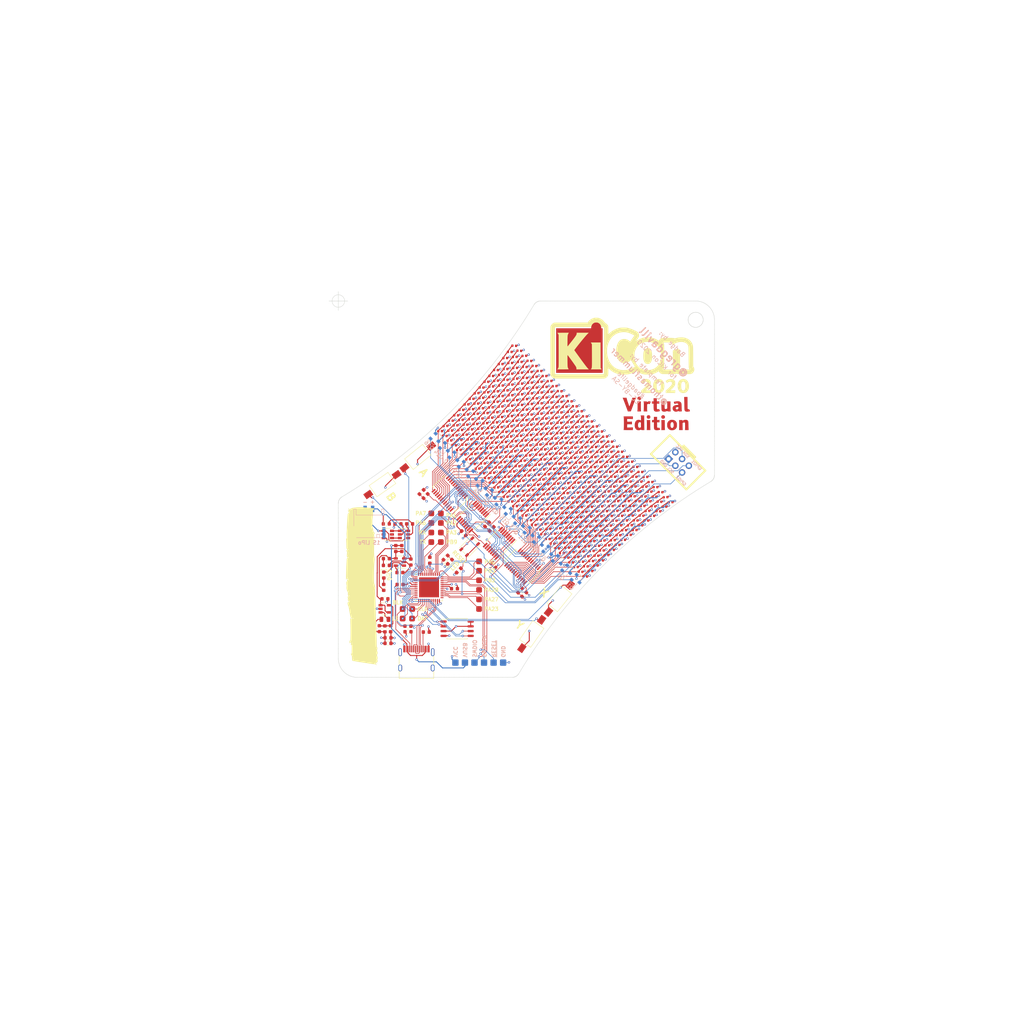
<source format=kicad_pcb>
(kicad_pcb (version 20200922) (generator pcbnew)
  (title_block (title "KiCon 2020 Virtual Edition DIY Badge") (rev "0.1") (comment 1 "Template by @thomasflummer") (comment 2 "#badgelife") (comment 3 "CC-BY-SA"))
  (layers (0 "F.Cu" signal) (1 "In1.Cu" signal) (2 "In2.Cu" signal) (31 "B.Cu" signal) (34 "B.Paste" user) (35 "F.Paste" user) (36 "B.SilkS" user "B.Silkscreen") (37 "F.SilkS" user "F.Silkscreen") (38 "B.Mask" user) (39 "F.Mask" user) (44 "Edge.Cuts" user))
  (net 0 "")
  (net 1 "GND")
  (net 2 "VCC")
  (net 3 "Net-(C5-Pad1)")
  (net 4 "Net-(C8-Pad2)")
  (net 5 "Net-(C8-Pad1)")
  (net 6 "/1s LiPo/BATT_PLUS")
  (net 7 "Net-(C11-Pad1)")
  (net 8 "/ISSI 12 RGB A/COM_4")
  (net 9 "COL_GA0")
  (net 10 "COL_GA1")
  (net 11 "COL_GA2")
  (net 12 "COL_GA3")
  (net 13 "COL_GA4")
  (net 14 "COL_GA5")
  (net 15 "COL_GA6")
  (net 16 "COL_GA7")
  (net 17 "COL_GA8")
  (net 18 "COL_GA9")
  (net 19 "COL_GA10")
  (net 20 "COL_GA11")
  (net 21 "COL_GA12")
  (net 22 "COL_GA13")
  (net 23 "COL_GA14")
  (net 24 "COL_GA15")
  (net 25 "COL_GA16")
  (net 26 "COL_GA17")
  (net 27 "COL_GA18")
  (net 28 "COL_GA19")
  (net 29 "COL_GA20")
  (net 30 "COL_GA21")
  (net 31 "COL_GA22")
  (net 32 "COL_GA23")
  (net 33 "COL_GA24")
  (net 34 "COL_GA25")
  (net 35 "COL_GA26")
  (net 36 "COL_GA27")
  (net 37 "COL_GA28")
  (net 38 "COL_GA29")
  (net 39 "COL_GA30")
  (net 40 "COL_GA31")
  (net 41 "/ISSI 12 RGB A/COM_3")
  (net 42 "/ISSI 12 RGB A/COM_1")
  (net 43 "/ISSI 12 RGB A/COM_2")
  (net 44 "/ISSI 12 RGB A/COM_8")
  (net 45 "/ISSI 12 RGB A/COM_5")
  (net 46 "/ISSI 12 RGB A/COM_6")
  (net 47 "/ISSI 12 RGB A/COM_7")
  (net 48 "/ISSI 12 RGB A/COM_14")
  (net 49 "/ISSI 12 RGB A/COM_13")
  (net 50 "/ISSI 12 RGB A/COM_12")
  (net 51 "/ISSI 12 RGB A/COM")
  (net 52 "/ISSI 12 RGB A/COM_15")
  (net 53 "/ISSI 12 RGB A/COM_11")
  (net 54 "/ISSI 12 RGB A/COM_9")
  (net 55 "/ISSI 12 RGB A/COM_10")
  (net 56 "/ISSI 12 RGB A/U1_QA")
  (net 57 "/ISSI 12 RGB A/U2_QA")
  (net 58 "/ISSI 12 RGB A/U1_QB")
  (net 59 "/ISSI 12 RGB A/U2_QB")
  (net 60 "/ISSI 12 RGB A/U1_QC")
  (net 61 "/ISSI 12 RGB A/U2_QC")
  (net 62 "/ISSI 12 RGB A/U1_QD")
  (net 63 "/ISSI 12 RGB A/U2_QD")
  (net 64 "/ISSI 12 RGB A/U1_QE")
  (net 65 "/ISSI 12 RGB A/U2_QE")
  (net 66 "/ISSI 12 RGB A/U1_QF")
  (net 67 "/ISSI 12 RGB A/U2_QF")
  (net 68 "/ISSI 12 RGB A/U1_QG")
  (net 69 "/ISSI 12 RGB A/U2_QG")
  (net 70 "/ISSI 12 RGB A/U1_QH")
  (net 71 "/ISSI 12 RGB A/U2_QH")
  (net 72 "Net-(R1-Pad1)")
  (net 73 "Net-(IC1-Pad48)")
  (net 74 "Net-(IC1-Pad47)")
  (net 75 "/SAMD21/SWDIO")
  (net 76 "/SAMD21/SWDCLK")
  (net 77 "Net-(IC1-Pad41)")
  (net 78 "/SAMD21/~RESET")
  (net 79 "Net-(IC1-Pad39)")
  (net 80 "Net-(IC1-Pad38)")
  (net 81 "Net-(U1-Pad9)")
  (net 82 "/SAMD21/USB_D+")
  (net 83 "/SAMD21/USB_D-")
  (net 84 "/SAMD21/FLASH_SCK")
  (net 85 "/SAMD21/FLASH_MOSI")
  (net 86 "/SAMD21/FLASH_MISO")
  (net 87 "/SAMD21/FLASH_CS")
  (net 88 "/BTN_Y")
  (net 89 "/BTN_X")
  (net 90 "/BTN_B")
  (net 91 "/BTN_A")
  (net 92 "/SAMD21/SBU2")
  (net 93 "/SAMD21/SBU1")
  (net 94 "/GPIO2")
  (net 95 "/GPIO1")
  (net 96 "/SCL")
  (net 97 "/SDA")
  (net 98 "Net-(IC1-Pad12)")
  (net 99 "Net-(IC1-Pad11)")
  (net 100 "/UART_RX")
  (net 101 "/UART_TX")
  (net 102 "Net-(IC1-Pad8)")
  (net 103 "Net-(IC1-Pad7)")
  (net 104 "Net-(IC1-Pad4)")
  (net 105 "Net-(IC1-Pad3)")
  (net 106 "Net-(IC1-Pad2)")
  (net 107 "Net-(IC1-Pad1)")
  (net 108 "/VUSB")
  (net 109 "Net-(J1-PadA5)")
  (net 110 "Net-(J1-PadB5)")
  (net 111 "Net-(R2-Pad1)")
  (net 112 "/LED_BLANK")
  (net 113 "/LED_LATCH")
  (net 114 "/LED_SCLK")
  (net 115 "/ISSI 12 RGB A/DAT_OUT")
  (net 116 "Net-(D513-Pad2)")
  (net 117 "Net-(D514-Pad1)")
  (net 118 "Net-(D514-Pad2)")
  (net 119 "Net-(R11-Pad2)")
  (net 120 "Net-(R12-Pad1)")
  (net 121 "Net-(R16-Pad2)")
  (net 122 "Net-(U3-Pad22)")
  (net 123 "Net-(U6-Pad1)")
  (net 124 "Net-(U6-Pad3)")
  (net 125 "/LED_DAT")
  (net 126 "Net-(C10-Pad1)")
  (net 127 "Net-(L1-Pad1)")
  (net 128 "/SAMD21/SDB")
  (net 129 "Net-(U2-Pad9)")
  (net 130 "Net-(U6-Pad4)")
  (module "LED_SMD:LED_0402_1005Metric" (layer "F.Cu") (at 107.246175 109.146175 -2.6)
    (fp_text reference "D439" hide)
    (fp_text value "LED" hide)
    (pad "1" smd roundrect (at -0.485 0 357.4) (size 0.59 0.64) (layers "F.Cu" "F.Paste" "F.Mask") (net 31 "COL_GA22"))
    (pad "2" smd roundrect (at 0.485 0 357.4) (size 0.59 0.64) (layers "F.Cu" "F.Paste" "F.Mask") (net 55 "/ISSI 12 RGB A/COM_10"))
  )
  (module "LED_SMD:LED_0402_1005Metric" (layer "F.Cu") (at 124.930669 90.061116 -1)
    (fp_text reference "D22" hide)
    (fp_text value "LED" hide)
    (pad "1" smd roundrect (at -0.485 0 359) (size 0.59 0.64) (layers "F.Cu" "F.Paste" "F.Mask") (net 30 "COL_GA21"))
    (pad "2" smd roundrect (at 0.485 0 359) (size 0.59 0.64) (layers "F.Cu" "F.Paste" "F.Mask") (net 43 "/ISSI 12 RGB A/COM_2"))
  )
  (module "LED_SMD:LED_0402_1005Metric" (layer "F.Cu") (at 112.05259 116.781018 2.7)
    (fp_text reference "D476" hide)
    (fp_text value "LED" hide)
    (pad "1" smd roundrect (at -0.485 0 2.7) (size 0.59 0.64) (layers "F.Cu" "F.Paste" "F.Mask") (net 36 "COL_GA27"))
    (pad "2" smd roundrect (at 0.485 0 2.7) (size 0.59 0.64) (layers "F.Cu" "F.Paste" "F.Mask") (net 53 "/ISSI 12 RGB A/COM_11"))
  )
  (module "LED_SMD:LED_0402_1005Metric" (layer "F.Cu") (at 130.296398 95.426845 -1.1)
    (fp_text reference "D26" hide)
    (fp_text value "LED" hide)
    (pad "1" smd roundrect (at -0.485 0 358.9) (size 0.59 0.64) (layers "F.Cu" "F.Paste" "F.Mask") (net 34 "COL_GA25"))
    (pad "2" smd roundrect (at 0.485 0 358.9) (size 0.59 0.64) (layers "F.Cu" "F.Paste" "F.Mask") (net 43 "/ISSI 12 RGB A/COM_2"))
  )
  (module "LED_SMD:LED_0402_1005Metric" (layer "F.Cu") (at 115.638803 123.195658 -1.6)
    (fp_text reference "D512" hide)
    (fp_text value "LED" hide)
    (pad "1" smd roundrect (at -0.485 0 358.4) (size 0.59 0.64) (layers "F.Cu" "F.Paste" "F.Mask") (net 40 "COL_GA31"))
    (pad "2" smd roundrect (at 0.485 0 358.4) (size 0.59 0.64) (layers "F.Cu" "F.Paste" "F.Mask") (net 50 "/ISSI 12 RGB A/COM_12"))
  )
  (module "LED_SMD:LED_0402_1005Metric" (layer "F.Cu") (at 99.554294 67.513169 -2.6)
    (fp_text reference "D36" hide)
    (fp_text value "LED" hide)
    (pad "1" smd roundrect (at -0.485 0 357.4) (size 0.59 0.64) (layers "F.Cu" "F.Paste" "F.Mask") (net 12 "COL_GA3"))
    (pad "2" smd roundrect (at 0.485 0 357.4) (size 0.59 0.64) (layers "F.Cu" "F.Paste" "F.Mask") (net 41 "/ISSI 12 RGB A/COM_3"))
  )
  (module "Connectors:TestPoint_Large" (layer "F.Cu") (at 77.25669 114.060233)
    (fp_text reference "TP9" hide)
    (fp_text value "PB9" hide)
    (pad "1" smd roundrect (at 0 0) (size 1.524 1.524) (property pad_prop_testpoint) (layers "F.Cu" "F.Mask") (net 102 "Net-(IC1-Pad8)"))
  )
  (module "LED_SMD:LED_0402_1005Metric" (layer "F.Cu") (at 89.17404 79.760331 -1.4)
    (fp_text reference "D292" hide)
    (fp_text value "LED" hide)
    (pad "1" smd roundrect (at -0.485 0 358.6) (size 0.59 0.64) (layers "F.Cu" "F.Paste" "F.Mask") (net 12 "COL_GA3"))
    (pad "2" smd roundrect (at 0.485 0 358.6) (size 0.59 0.64) (layers "F.Cu" "F.Paste" "F.Mask") (net 46 "/ISSI 12 RGB A/COM_6"))
  )
  (module "LED_SMD:LED_0402_1005Metric" (layer "F.Cu") (at 85.756148 93.313003)
    (fp_text reference "D488" hide)
    (fp_text value "LED" hide)
    (pad "1" smd roundrect (at -0.485 0) (size 0.59 0.64) (layers "F.Cu" "F.Paste" "F.Mask") (net 16 "COL_GA7"))
    (pad "2" smd roundrect (at 0.485 0) (size 0.59 0.64) (layers "F.Cu" "F.Paste" "F.Mask") (net 50 "/ISSI 12 RGB A/COM_12"))
  )
  (module "LED_SMD:LED_0402_1005Metric" (layer "F.Cu") (at 128.954965 94.085414 -1.2)
    (fp_text reference "D25" hide)
    (fp_text value "LED" hide)
    (pad "1" smd roundrect (at -0.485 0 358.8) (size 0.59 0.64) (layers "F.Cu" "F.Paste" "F.Mask") (net 33 "COL_GA24"))
    (pad "2" smd roundrect (at 0.485 0 358.8) (size 0.59 0.64) (layers "F.Cu" "F.Paste" "F.Mask") (net 43 "/ISSI 12 RGB A/COM_2"))
  )
  (module "LED_SMD:LED_0402_1005Metric" (layer "F.Cu") (at 124.762406 92.721281 -0.2)
    (fp_text reference "D55" hide)
    (fp_text value "LED" hide)
    (pad "1" smd roundrect (at -0.485 0 359.8) (size 0.59 0.64) (layers "F.Cu" "F.Paste" "F.Mask") (net 31 "COL_GA22"))
    (pad "2" smd roundrect (at 0.485 0 359.8) (size 0.59 0.64) (layers "F.Cu" "F.Paste" "F.Mask") (net 41 "/ISSI 12 RGB A/COM_3"))
  )
  (module "tom-mechanical:SW_SPST_SMD_2PIN_3.5x6.0" (layer "F.Cu") (at 71.144069 91.439273 39)
    (fp_text reference "SW1" hide)
    (fp_text value "A")
    (pad "1" smd rect (at -4.59 0 39) (size 2.18 1.6) (layers "F.Cu" "F.Paste" "F.Mask") (net 91 "/BTN_A"))
    (pad "2" smd rect (at 4.59 0 39) (size 2.18 1.6) (layers "F.Cu" "F.Paste" "F.Mask") (net 1 "GND"))
  )
  (module "Connectors:TestPoint_Large" (layer "F.Cu") (at 74.71669 108.980233)
    (fp_text reference "TP12" hide)
    (fp_text value "PA6" hide)
    (pad "1" smd roundrect (at 0 0) (size 1.524 1.524) (property pad_prop_testpoint) (layers "F.Cu" "F.Mask") (net 99 "Net-(IC1-Pad11)"))
  )
  (module "LED_SMD:LED_0402_1005Metric" (layer "F.Cu") (at 114.702937 116.602937 3.4)
    (fp_text reference "D445" hide)
    (fp_text value "LED" hide)
    (pad "1" smd roundrect (at -0.485 0 3.4) (size 0.59 0.64) (layers "F.Cu" "F.Paste" "F.Mask") (net 37 "COL_GA28"))
    (pad "2" smd roundrect (at 0.485 0 3.4) (size 0.59 0.64) (layers "F.Cu" "F.Paste" "F.Mask") (net 55 "/ISSI 12 RGB A/COM_10"))
  )
  (module "LED_SMD:LED_0402_1005Metric" (layer "F.Cu") (at 89.49148 97.048335 -3.2)
    (fp_text reference "D491" hide)
    (fp_text value "LED" hide)
    (pad "1" smd roundrect (at -0.485 0 356.8) (size 0.59 0.64) (layers "F.Cu" "F.Paste" "F.Mask") (net 19 "COL_GA10"))
    (pad "2" smd roundrect (at 0.485 0 356.8) (size 0.59 0.64) (layers "F.Cu" "F.Paste" "F.Mask") (net 50 "/ISSI 12 RGB A/COM_12"))
  )
  (module "LED_SMD:LED_0402_1005Metric" (layer "F.Cu") (at 101.538644 94.953363 1.5)
    (fp_text reference "D335" hide)
    (fp_text value "LED" hide)
    (pad "1" smd roundrect (at -0.485 0 1.5) (size 0.59 0.64) (layers "F.Cu" "F.Paste" "F.Mask") (net 23 "COL_GA14"))
    (pad "2" smd roundrect (at 0.485 0 1.5) (size 0.59 0.64) (layers "F.Cu" "F.Paste" "F.Mask") (net 47 "/ISSI 12 RGB A/COM_7"))
  )
  (module "LED_SMD:LED_0402_1005Metric" (layer "F.Cu") (at 115.070104 111.31325 -0.4)
    (fp_text reference "D379" hide)
    (fp_text value "LED" hide)
    (pad "1" smd roundrect (at -0.485 0 359.6) (size 0.59 0.64) (layers "F.Cu" "F.Paste" "F.Mask") (net 35 "COL_GA26"))
    (pad "2" smd roundrect (at 0.485 0 359.6) (size 0.59 0.64) (layers "F.Cu" "F.Paste" "F.Mask") (net 44 "/ISSI 12 RGB A/COM_8"))
  )
  (module "LED_SMD:LED_0402_1005Metric" (layer "F.Cu") (at 132.174255 105.789984 3.8)
    (fp_text reference "D127" hide)
    (fp_text value "LED" hide)
    (pad "1" smd roundrect (at -0.485 0 3.8) (size 0.59 0.64) (layers "F.Cu" "F.Paste" "F.Mask") (net 39 "COL_GA30"))
    (pad "2" smd roundrect (at 0.485 0 3.8) (size 0.59 0.64) (layers "F.Cu" "F.Paste" "F.Mask") (net 42 "/ISSI 12 RGB A/COM_1"))
  )
  (module "LED_SMD:LED_0402_1005Metric" (layer "F.Cu") (at 98.322043 77.594626 -2.4)
    (fp_text reference "D167" hide)
    (fp_text value "LED" hide)
    (pad "1" smd roundrect (at -0.485 0 357.6) (size 0.59 0.64) (layers "F.Cu" "F.Paste" "F.Mask") (net 15 "COL_GA6"))
    (pad "2" smd roundrect (at 0.485 0 357.6) (size 0.59 0.64) (layers "F.Cu" "F.Paste" "F.Mask") (net 48 "/ISSI 12 RGB A/COM_14"))
  )
  (module "LED_SMD:LED_0402_1005Metric" (layer "F.Cu") (at 111.494979 79.453853 3)
    (fp_text reference "D45" hide)
    (fp_text value "LED" hide)
    (pad "1" smd roundrect (at -0.485 0 3) (size 0.59 0.64) (layers "F.Cu" "F.Paste" "F.Mask") (net 21 "COL_GA12"))
    (pad "2" smd roundrect (at 0.485 0 3) (size 0.59 0.64) (layers "F.Cu" "F.Paste" "F.Mask") (net 41 "/ISSI 12 RGB A/COM_3"))
  )
  (module "LED_SMD:LED_0402_1005Metric" (layer "F.Cu") (at 120.9219 105.851337 1.9)
    (fp_text reference "D251" hide)
    (fp_text value "LED" hide)
    (pad "1" smd roundrect (at -0.485 0 1.9) (size 0.59 0.64) (layers "F.Cu" "F.Paste" "F.Mask") (net 35 "COL_GA26"))
    (pad "2" smd roundrect (at 0.485 0 1.9) (size 0.59 0.64) (layers "F.Cu" "F.Paste" "F.Mask") (net 52 "/ISSI 12 RGB A/COM_15"))
  )
  (module "LED_SMD:LED_0402_1005Metric" (layer "F.Cu") (at 110.057721 83.673449 -1.5)
    (fp_text reference "D110" hide)
    (fp_text value "LED" hide)
    (pad "1" smd roundrect (at -0.485 0 358.5) (size 0.59 0.64) (layers "F.Cu" "F.Paste" "F.Mask") (net 22 "COL_GA13"))
    (pad "2" smd roundrect (at 0.485 0 358.5) (size 0.59 0.64) (layers "F.Cu" "F.Paste" "F.Mask") (net 42 "/ISSI 12 RGB A/COM_1"))
  )
  (module "LED_SMD:LED_0402_1005Metric" (layer "F.Cu") (at 106.35433 102.597476 -0.8)
    (fp_text reference "D372" hide)
    (fp_text value "LED" hide)
    (pad "1" smd roundrect (at -0.485 0 359.2) (size 0.59 0.64) (layers "F.Cu" "F.Paste" "F.Mask") (net 28 "COL_GA19"))
    (pad "2" smd roundrect (at 0.485 0 359.2) (size 0.59 0.64) (layers "F.Cu" "F.Paste" "F.Mask") (net 44 "/ISSI 12 RGB A/COM_8"))
  )
  (module "LED_SMD:LED_0402_1005Metric" (layer "F.Cu") (at 114.411458 102.169323 1.2)
    (fp_text reference "D279" hide)
    (fp_text value "LED" hide)
    (pad "1" smd roundrect (at -0.485 0 1.2) (size 0.59 0.64) (layers "F.Cu" "F.Paste" "F.Mask") (net 31 "COL_GA22"))
    (pad "2" smd roundrect (at 0.485 0 1.2) (size 0.59 0.64) (layers "F.Cu" "F.Paste" "F.Mask") (net 45 "/ISSI 12 RGB A/COM_5"))
  )
  (module "LED_SMD:LED_0402_1005Metric" (layer "F.Cu") (at 87.810557 81.225275 -2.5)
    (fp_text reference "D324" hide)
    (fp_text value "LED" hide)
    (pad "1" smd roundrect (at -0.485 0 357.5) (size 0.59 0.64) (layers "F.Cu" "F.Paste" "F.Mask") (net 12 "COL_GA3"))
    (pad "2" smd roundrect (at 0.485 0 357.5) (size 0.59 0.64) (layers "F.Cu" "F.Paste" "F.Mask") (net 47 "/ISSI 12 RGB A/COM_7"))
  )
  (module "LED_SMD:LED_0402_1005Metric" (layer "F.Cu") (at 85.040068 84.111641 -0.5)
    (fp_text reference "D388" hide)
    (fp_text value "LED" hide)
    (pad "1" smd roundrect (at -0.485 0 359.5) (size 0.59 0.64) (layers "F.Cu" "F.Paste" "F.Mask") (net 12 "COL_GA3"))
    (pad "2" smd roundrect (at 0.485 0 359.5) (size 0.59 0.64) (layers "F.Cu" "F.Paste" "F.Mask") (net 54 "/ISSI 12 RGB A/COM_9"))
  )
  (module "LED_SMD:LED_0402_1005Metric" (layer "F.Cu") (at 98.375488 103.103916 3.6)
    (fp_text reference "D465" hide)
    (fp_text value "LED" hide)
    (pad "1" smd roundrect (at -0.485 0 3.6) (size 0.59 0.64) (layers "F.Cu" "F.Paste" "F.Mask") (net 25 "COL_GA16"))
    (pad "2" smd roundrect (at 0.485 0 3.6) (size 0.59 0.64) (layers "F.Cu" "F.Paste" "F.Mask") (net 53 "/ISSI 12 RGB A/COM_11"))
  )
  (module "LED_SMD:LED_0402_1005Metric" (layer "F.Cu") (at 114.603518 99.532956 -0.5)
    (fp_text reference "D246" hide)
    (fp_text value "LED" hide)
    (pad "1" smd roundrect (at -0.485 0 359.5) (size 0.59 0.64) (layers "F.Cu" "F.Paste" "F.Mask") (net 30 "COL_GA21"))
    (pad "2" smd roundrect (at 0.485 0 359.5) (size 0.59 0.64) (layers "F.Cu" "F.Paste" "F.Mask") (net 52 "/ISSI 12 RGB A/COM_15"))
  )
  (module "LED_SMD:LED_0402_1005Metric" (layer "F.Cu") (at 94.482144 73.754727 -0.9)
    (fp_text reference "D164" hide)
    (fp_text value "LED" hide)
    (pad "1" smd roundrect (at -0.485 0 359.1) (size 0.59 0.64) (layers "F.Cu" "F.Paste" "F.Mask") (net 12 "COL_GA3"))
    (pad "2" smd roundrect (at 0.485 0 359.1) (size 0.59 0.64) (layers "F.Cu" "F.Paste" "F.Mask") (net 48 "/ISSI 12 RGB A/COM_14"))
  )
  (module "LED_SMD:LED_0402_1005Metric" (layer "F.Cu") (at 130.321203 109.593786 -2.5)
    (fp_text reference "D192" hide)
    (fp_text value "LED" hide)
    (pad "1" smd roundrect (at -0.485 0 357.5) (size 0.59 0.64) (layers "F.Cu" "F.Paste" "F.Mask") (net 40 "COL_GA31"))
    (pad "2" smd roundrect (at 0.485 0 357.5) (size 0.59 0.64) (layers "F.Cu" "F.Paste" "F.Mask") (net 48 "/ISSI 12 RGB A/COM_14"))
  )
  (module "LED_SMD:LED_0402_1005Metric" (layer "F.Cu") (at 120.475701 111.061992 -1.8)
    (fp_text reference "D317" hide)
    (fp_text value "LED" hide)
    (pad "1" smd roundrect (at -0.485 0 358.2) (size 0.59 0.64) (layers "F.Cu" "F.Paste" "F.Mask") (net 37 "COL_GA28"))
    (pad "2" smd roundrect (at 0.485 0 358.2) (size 0.59 0.64) (layers "F.Cu" "F.Paste" "F.Mask") (net 46 "/ISSI 12 RGB A/COM_6"))
  )
  (module "LED_SMD:LED_0402_1005Metric" (layer "F.Cu") (at 110.168236 78.12711 2.4)
    (fp_text reference "D44" hide)
    (fp_text value "LED" hide)
    (pad "1" smd roundrect (at -0.485 0 2.4) (size 0.59 0.64) (layers "F.Cu" "F.Paste" "F.Mask") (net 20 "COL_GA11"))
    (pad "2" smd roundrect (at 0.485 0 2.4) (size 0.59 0.64) (layers "F.Cu" "F.Paste" "F.Mask") (net 41 "/ISSI 12 RGB A/COM_3"))
  )
  (module "LED_SMD:LED_0402_1005Metric" (layer "F.Cu") (at 90.642245 69.914828 -2.5)
    (fp_text reference "D161" hide)
    (fp_text value "LED" hide)
    (pad "1" smd roundrect (at -0.485 0 357.5) (size 0.59 0.64) (layers "F.Cu" "F.Paste" "F.Mask") (net 9 "COL_GA0"))
    (pad "2" smd roundrect (at 0.485 0 357.5) (size 0.59 0.64) (layers "F.Cu" "F.Paste" "F.Mask") (net 48 "/ISSI 12 RGB A/COM_14"))
  )
  (module "LED_SMD:LED_0402_1005Metric" (layer "F.Cu") (at 101.966753 86.89619 -3)
    (fp_text reference "D236" hide)
    (fp_text value "LED" hide)
    (pad "1" smd roundrect (at -0.485 0 357) (size 0.59 0.64) (layers "F.Cu" "F.Paste" "F.Mask") (net 20 "COL_GA11"))
    (pad "2" smd roundrect (at 0.485 0 357) (size 0.59 0.64) (layers "F.Cu" "F.Paste" "F.Mask") (net 52 "/ISSI 12 RGB A/COM_15"))
  )
  (module "LED_SMD:LED_0402_1005Metric" (layer "F.Cu") (at 134.320695 99.451143 0.1)
    (fp_text reference "D29" hide)
    (fp_text value "LED" hide)
    (pad "1" smd roundrect (at -0.485 0 0.1) (size 0.59 0.64) (layers "F.Cu" "F.Paste" "F.Mask") (net 37 "COL_GA28"))
    (pad "2" smd roundrect (at 0.485 0 0.1) (size 0.59 0.64) (layers "F.Cu" "F.Paste" "F.Mask") (net 43 "/ISSI 12 RGB A/COM_2"))
  )
  (module "LED_SMD:LED_0402_1005Metric" (layer "F.Cu") (at 123.686707 105.787718 3.3)
    (fp_text reference "D220" hide)
    (fp_text value "LED" hide)
    (pad "1" smd roundrect (at -0.485 0 3.3) (size 0.59 0.64) (layers "F.Cu" "F.Paste" "F.Mask") (net 36 "COL_GA27"))
    (pad "2" smd roundrect (at 0.485 0 3.3) (size 0.59 0.64) (layers "F.Cu" "F.Paste" "F.Mask") (net 49 "/ISSI 12 RGB A/COM_13"))
  )
  (module "LED_SMD:LED_0402_1005Metric" (layer "F.Cu") (at 123.449253 108.37869 -1.8)
    (fp_text reference "D253" hide)
    (fp_text value "LED" hide)
    (pad "1" smd roundrect (at -0.485 0 358.2) (size 0.59 0.64) (layers "F.Cu" "F.Paste" "F.Mask") (net 37 "COL_GA28"))
    (pad "2" smd roundrect (at 0.485 0 358.2) (size 0.59 0.64) (layers "F.Cu" "F.Paste" "F.Mask") (net 52 "/ISSI 12 RGB A/COM_15"))
  )
  (module "LED_SMD:LED_0402_1005Metric" (layer "F.Cu") (at 106.70297 97.289261 -1.8)
    (fp_text reference "D306" hide)
    (fp_text value "LED" hide)
    (pad "1" smd roundrect (at -0.485 0 358.2) (size 0.59 0.64) (layers "F.Cu" "F.Paste" "F.Mask") (net 26 "COL_GA17"))
    (pad "2" smd roundrect (at 0.485 0 358.2) (size 0.59 0.64) (layers "F.Cu" "F.Paste" "F.Mask") (net 46 "/ISSI 12 RGB A/COM_6"))
  )
  (module "LED_SMD:LED_0402_1005Metric" (layer "F.Cu") (at 103.552857 77.168585 -3.4)
    (fp_text reference "D105" hide)
    (fp_text value "LED" hide)
    (pad "1" smd roundrect (at -0.485 0 356.6) (size 0.59 0.64) (layers "F.Cu" "F.Paste" "F.Mask") (net 17 "COL_GA8"))
    (pad "2" smd roundrect (at 0.485 0 356.6) (size 0.59 0.64) (layers "F.Cu" "F.Paste" "F.Mask") (net 42 "/ISSI 12 RGB A/COM_1"))
  )
  (module "LED_SMD:LED_0402_1005Metric" (layer "F.Cu") (at 107.281808 86.554391 -1.3)
    (fp_text reference "D174" hide)
    (fp_text value "LED" hide)
    (pad "1" smd roundrect (at -0.485 0 358.7) (size 0.59 0.64) (layers "F.Cu" "F.Paste" "F.Mask") (net 22 "COL_GA13"))
    (pad "2" smd roundrect (at 0.485 0 358.7) (size 0.59 0.64) (layers "F.Cu" "F.Paste" "F.Mask") (net 48 "/ISSI 12 RGB A/COM_14"))
  )
  (module "Capacitor_SMD:C_0603_1608Metric" (layer "F.Cu") (at 62.38 129.15 180)
    (fp_text reference "C9" hide)
    (fp_text value "10uF" hide)
    (pad "1" smd roundrect (at -0.7875 0 180) (size 0.875 0.95) (layers "F.Cu" "F.Paste" "F.Mask") (net 1 "GND"))
    (pad "2" smd roundrect (at 0.7875 0 180) (size 0.875 0.95) (layers "F.Cu" "F.Paste" "F.Mask") (net 6 "/1s LiPo/BATT_PLUS"))
  )
  (module "LED_SMD:LED_0402_1005Metric" (layer "F.Cu") (at 96.061031 97.961031 2)
    (fp_text reference "D430" hide)
    (fp_text value "LED" hide)
    (pad "1" smd roundrect (at -0.485 0 2) (size 0.59 0.64) (layers "F.Cu" "F.Paste" "F.Mask") (net 22 "COL_GA13"))
    (pad "2" smd roundrect (at 0.485 0 2) (size 0.59 0.64) (layers "F.Cu" "F.Paste" "F.Mask") (net 55 "/ISSI 12 RGB A/COM_10"))
  )
  (module "LED_SMD:LED_0402_1005Metric" (layer "F.Cu") (at 100.128777 96.371923 -2.3)
    (fp_text reference "D367" hide)
    (fp_text value "LED" hide)
    (pad "1" smd roundrect (at -0.485 0 357.7) (size 0.59 0.64) (layers "F.Cu" "F.Paste" "F.Mask") (net 23 "COL_GA14"))
    (pad "2" smd roundrect (at 0.485 0 357.7) (size 0.59 0.64) (layers "F.Cu" "F.Paste" "F.Mask") (net 44 "/ISSI 12 RGB A/COM_8"))
  )
  (module "LED_SMD:LED_0402_1005Metric" (layer "F.Cu") (at 91.256934 90.328506 3.3)
    (fp_text reference "D393" hide)
    (fp_text value "LED" hide)
    (pad "1" smd roundrect (at -0.485 0 3.3) (size 0.59 0.64) (layers "F.Cu" "F.Paste" "F.Mask") (net 17 "COL_GA8"))
    (pad "2" smd roundrect (at 0.485 0 3.3) (size 0.59 0.64) (layers "F.Cu" "F.Paste" "F.Mask") (net 54 "/ISSI 12 RGB A/COM_9"))
  )
  (module "LED_SMD:LED_0402_1005Metric" (layer "F.Cu") (at 103.441908 82.714492 -0.7)
    (fp_text reference "D171" hide)
    (fp_text value "LED" hide)
    (pad "1" smd roundrect (at -0.485 0 359.3) (size 0.59 0.64) (layers "F.Cu" "F.Paste" "F.Mask") (net 19 "COL_GA10"))
    (pad "2" smd roundrect (at 0.485 0 359.3) (size 0.59 0.64) (layers "F.Cu" "F.Paste" "F.Mask") (net 48 "/ISSI 12 RGB A/COM_14"))
  )
  (module "LED_SMD:LED_0402_1005Metric" (layer "F.Cu") (at 117.130871 102.060308 2.4)
    (fp_text reference "D248" hide)
    (fp_text value "LED" hide)
    (pad "1" smd roundrect (at -0.485 0 2.4) (size 0.59 0.64) (layers "F.Cu" "F.Paste" "F.Mask") (net 32 "COL_GA23"))
    (pad "2" smd roundrect (at 0.485 0 2.4) (size 0.59 0.64) (layers "F.Cu" "F.Paste" "F.Mask") (net 52 "/ISSI 12 RGB A/COM_15"))
  )
  (module "Connectors:TestPoint_Large" (layer "F.Cu") (at 74.716691 114.060233)
    (fp_text reference "TP2" hide)
    (fp_text value "TX" hide)
    (pad "1" smd roundrect (at 0 0) (size 1.524 1.524) (property pad_prop_testpoint) (layers "F.Cu" "F.Mask") (net 101 "/UART_TX"))
  )
  (module "LED_SMD:LED_0402_1005Metric" (layer "F.Cu") (at 112.770717 106.185435 -1.7)
    (fp_text reference "D344" hide)
    (fp_text value "LED" hide)
    (pad "1" smd roundrect (at -0.485 0 358.3) (size 0.59 0.64) (layers "F.Cu" "F.Paste" "F.Mask") (net 32 "COL_GA23"))
    (pad "2" smd roundrect (at 0.485 0 358.3) (size 0.59 0.64) (layers "F.Cu" "F.Paste" "F.Mask") (net 47 "/ISSI 12 RGB A/COM_7"))
  )
  (module "LED_SMD:LED_0402_1005Metric" (layer "F.Cu") (at 84.698387 89.426814 0.4)
    (fp_text reference "D454" hide)
    (fp_text value "LED" hide)
    (pad "1" smd roundrect (at -0.485 0 0.4) (size 0.59 0.64) (layers "F.Cu" "F.Paste" "F.Mask") (net 14 "COL_GA5"))
    (pad "2" smd roundrect (at 0.485 0 0.4) (size 0.59 0.64) (layers "F.Cu" "F.Paste" "F.Mask") (net 53 "/ISSI 12 RGB A/COM_11"))
  )
  (module "LED_SMD:LED_0402_1005Metric" (layer "F.Cu") (at 91.857341 76.786779 0.2)
    (fp_text reference "D228" hide)
    (fp_text value "LED" hide)
    (pad "1" smd roundrect (at -0.485 0 0.2) (size 0.59 0.64) (layers "F.Cu" "F.Paste" "F.Mask") (net 12 "COL_GA3"))
    (pad "2" smd roundrect (at 0.485 0 0.2) (size 0.59 0.64) (layers "F.Cu" "F.Paste" "F.Mask") (net 52 "/ISSI 12 RGB A/COM_15"))
  )
  (module "LED_SMD:LED_0402_1005Metric" (layer "F.Cu") (at 109.41325 116.970104 -1.6)
    (fp_text reference "D507" hide)
    (fp_text value "LED" hide)
    (pad "1" smd roundrect (at -0.485 0 358.4) (size 0.59 0.64) (layers "F.Cu" "F.Paste" "F.Mask") (net 35 "COL_GA26"))
    (pad "2" smd roundrect (at 0.485 0 358.4) (size 0.59 0.64) (layers "F.Cu" "F.Paste" "F.Mask") (net 50 "/ISSI 12 RGB A/COM_12"))
  )
  (module "LED_SMD:LED_0402_1005Metric" (layer "F.Cu") (at 121.955187 109.713053 3)
    (fp_text reference "D285" hide)
    (fp_text value "LED" hide)
    (pad "1" smd roundrect (at -0.485 0 3) (size 0.59 0.64) (layers "F.Cu" "F.Paste" "F.Mask") (net 37 "COL_GA28"))
    (pad "2" smd roundrect (at 0.485 0 3) (size 0.59 0.64) (layers "F.Cu" "F.Paste" "F.Mask") (net 45 "/ISSI 12 RGB A/COM_5"))
  )
  (module "Resistor_SMD:R_0603_1608Metric" (layer "F.Cu") (at 82.01669 121.590233 -135)
    (fp_text reference "R5" hide)
    (fp_text value "10k" hide)
    (pad "1" smd roundrect (at -0.7875 0 225) (size 0.875 0.95) (layers "F.Cu" "F.Paste" "F.Mask") (net 78 "/SAMD21/~RESET"))
    (pad "2" smd roundrect (at 0.7875 0 225) (size 0.875 0.95) (layers "F.Cu" "F.Paste" "F.Mask") (net 2 "VCC"))
  )
  (module "Capacitor_SMD:C_0603_1608Metric" (layer "F.Cu") (at 62.766691 120.260233)
    (fp_text reference "C11" hide)
    (fp_text value "100nF" hide)
    (pad "1" smd roundrect (at -0.7875 0) (size 0.875 0.95) (layers "F.Cu" "F.Paste" "F.Mask") (net 7 "Net-(C11-Pad1)"))
    (pad "2" smd roundrect (at 0.7875 0) (size 0.875 0.95) (layers "F.Cu" "F.Paste" "F.Mask") (net 1 "GND"))
  )
  (module "LED_SMD:LED_0402_1005Metric" (layer "F.Cu") (at 118.990263 95.434418 -2.7)
    (fp_text reference "D150" hide)
    (fp_text value "LED" hide)
    (pad "1" smd roundrect (at -0.485 0 357.3) (size 0.59 0.64) (layers "F.Cu" "F.Paste" "F.Mask") (net 30 "COL_GA21"))
    (pad "2" smd roundrect (at 0.485 0 357.3) (size 0.59 0.64) (layers "F.Cu" "F.Paste" "F.Mask") (net 51 "/ISSI 12 RGB A/COM"))
  )
  (module "LED_SMD:LED_0402_1005Metric" (layer "F.Cu") (at 104.61819 86.7192 -3.3)
    (fp_text reference "D205" hide)
    (fp_text value "LED" hide)
    (pad "1" smd roundrect (at -0.485 0 356.7) (size 0.59 0.64) (layers "F.Cu" "F.Paste" "F.Mask") (net 21 "COL_GA12"))
    (pad "2" smd roundrect (at 0.485 0 356.7) (size 0.59 0.64) (layers "F.Cu" "F.Paste" "F.Mask") (net 49 "/ISSI 12 RGB A/COM_13"))
  )
  (module "LED_SMD:LED_0402_1005Metric" (layer "F.Cu") (at 129.572309 103.188038 -3.5)
    (fp_text reference "D125" hide)
    (fp_text value "LED" hide)
    (pad "1" smd roundrect (at -0.485 0 356.5) (size 0.59 0.64) (layers "F.Cu" "F.Paste" "F.Mask") (net 37 "COL_GA28"))
    (pad "2" smd roundrect (at 0.485 0 356.5) (size 0.59 0.64) (layers "F.Cu" "F.Paste" "F.Mask") (net 42 "/ISSI 12 RGB A/COM_1"))
  )
  (module "LED_SMD:LED_0402_1005Metric" (layer "F.Cu") (at 100.881037 68.839911 -0.7)
    (fp_text reference "D37" hide)
    (fp_text value "LED" hide)
    (pad "1" smd roundrect (at -0.485 0 359.3) (size 0.59 0.64) (layers "F.Cu" "F.Paste" "F.Mask") (net 13 "COL_GA4"))
    (pad "2" smd roundrect (at 0.485 0 359.3) (size 0.59 0.64) (layers "F.Cu" "F.Paste" "F.Mask") (net 41 "/ISSI 12 RGB A/COM_3"))
  )
  (module "LED_SMD:LED_0402_1005Metric" (layer "F.Cu") (at 79.904712 81.804712 -2)
    (fp_text reference "D417" hide)
    (fp_text value "LED" hide)
    (pad "1" smd roundrect (at -0.485 0 358) (size 0.59 0.64) (layers "F.Cu" "F.Paste" "F.Mask") (net 9 "COL_GA0"))
    (pad "2" smd roundrect (at 0.485 0 358) (size 0.59 0.64) (layers "F.Cu" "F.Paste" "F.Mask") (net 55 "/ISSI 12 RGB A/COM_10"))
  )
  (module "LED_SMD:LED_0603_1608Metric" (layer "F.Cu") (at 79.66669 119.290233 45)
    (fp_text reference "D513" hide)
    (fp_text value "LED" hide)
    (pad "1" smd roundrect (at -0.7875 0 45) (size 0.875 0.95) (layers "F.Cu" "F.Paste" "F.Mask") (net 1 "GND"))
    (pad "2" smd roundrect (at 0.7875 0 45) (size 0.875 0.95) (layers "F.Cu" "F.Paste" "F.Mask") (net 116 "Net-(D513-Pad2)"))
  )
  (module "Connectors:TestPoint_Large" (layer "F.Cu") (at 67.09669 134.380234)
    (fp_text reference "TP17" hide)
    (fp_text value "LE" hide)
    (pad "1" smd roundrect (at 0 0) (size 1.524 1.524) (property pad_prop_testpoint) (layers "F.Cu" "F.Mask") (net 113 "/LED_LATCH"))
  )
  (module "Resistor_SMD:R_0603_1608Metric" (layer "F.Cu") (at 62.05669 126.090232 -90)
    (fp_text reference "R15" hide)
    (fp_text value "1k" hide)
    (pad "1" smd roundrect (at -0.7875 0 270) (size 0.875 0.95) (layers "F.Cu" "F.Paste" "F.Mask") (net 118 "Net-(D514-Pad2)"))
    (pad "2" smd roundrect (at 0.7875 0 270) (size 0.875 0.95) (layers "F.Cu" "F.Paste" "F.Mask") (net 120 "Net-(R12-Pad1)"))
  )
  (module "LED_SMD:LED_0402_1005Metric" (layer "F.Cu") (at 101.032206 102.932206 -0.7)
    (fp_text reference "D434" hide)
    (fp_text value "LED" hide)
    (pad "1" smd roundrect (at -0.485 0 359.3) (size 0.59 0.64) (layers "F.Cu" "F.Paste" "F.Mask") (net 26 "COL_GA17"))
    (pad "2" smd roundrect (at 0.485 0 359.3) (size 0.59 0.64) (layers "F.Cu" "F.Paste" "F.Mask") (net 55 "/ISSI 12 RGB A/COM_10"))
  )
  (module "LED_SMD:LED_0402_1005Metric" (layer "F.Cu") (at 124.2319 114.818192 -1.2)
    (fp_text reference "D320" hide)
    (fp_text value "LED" hide)
    (pad "1" smd roundrect (at -0.485 0 358.8) (size 0.59 0.64) (layers "F.Cu" "F.Paste" "F.Mask") (net 40 "COL_GA31"))
    (pad "2" smd roundrect (at 0.485 0 358.8) (size 0.59 0.64) (layers "F.Cu" "F.Paste" "F.Mask") (net 46 "/ISSI 12 RGB A/COM_6"))
  )
  (module "LED_SMD:LED_0402_1005Metric" (layer "F.Cu") (at 98.308629 69.095931 4)
    (fp_text reference "D68" hide)
    (fp_text value "LED" hide)
    (pad "1" smd roundrect (at -0.485 0 4) (size 0.59 0.64) (layers "F.Cu" "F.Paste" "F.Mask") (net 12 "COL_GA3"))
    (pad "2" smd roundrect (at 0.485 0 4) (size 0.59 0.64) (layers "F.Cu" "F.Paste" "F.Mask") (net 8 "/ISSI 12 RGB A/COM_4"))
  )
  (module "LED_SMD:LED_0402_1005Metric" (layer "F.Cu") (at 87.921973 78.508264 -0.1)
    (fp_text reference "D291" hide)
    (fp_text value "LED" hide)
    (pad "1" smd roundrect (at -0.485 0 359.9) (size 0.59 0.64) (layers "F.Cu" "F.Paste" "F.Mask") (net 11 "COL_GA2"))
    (pad "2" smd roundrect (at 0.485 0 359.9) (size 0.59 0.64) (layers "F.Cu" "F.Paste" "F.Mask") (net 46 "/ISSI 12 RGB A/COM_6"))
  )
  (module "LED_SMD:LED_0402_1005Metric" (layer "F.Cu") (at 92.930239 83.51653 -0.8)
    (fp_text reference "D295" hide)
    (fp_text value "LED" hide)
    (pad "1" smd roundrect (at -0.485 0 359.2) (size 0.59 0.64) (layers "F.Cu" "F.Paste" "F.Mask") (net 15 "COL_GA6"))
    (pad "2" smd roundrect (at 0.485 0 359.2) (size 0.59 0.64) (layers "F.Cu" "F.Paste" "F.Mask") (net 46 "/ISSI 12 RGB A/COM_6"))
  )
  (module "LED_SMD:LED_0402_1005Metric" (layer "F.Cu") (at 89.363376 71.464387 -1)
    (fp_text reference "D193" hide)
    (fp_text value "LED" hide)
    (pad "1" smd roundrect (at -0.485 0 359) (size 0.59 0.64) (layers "F.Cu" "F.Paste" "F.Mask") (net 9 "COL_GA0"))
    (pad "2" smd roundrect (at 0.485 0 359) (size 0.59 0.64) (layers "F.Cu" "F.Paste" "F.Mask") (net 49 "/ISSI 12 RGB A/COM_13"))
  )
  (module "Package_SO:TSSOP-16_4.4x5mm_P0.65mm" (layer "F.Cu") (at 85.744881 107.337508 -136)
    (fp_text reference "U2" hide)
    (fp_text value "74HC595" hide)
    (pad "1" smd rect (at -2.95 -2.275 224) (size 1.5 0.45) (layers "F.Cu" "F.Paste" "F.Mask") (net 59 "/ISSI 12 RGB A/U2_QB"))
    (pad "2" smd rect (at -2.95 -1.625 224) (size 1.5 0.45) (layers "F.Cu" "F.Paste" "F.Mask") (net 61 "/ISSI 12 RGB A/U2_QC"))
    (pad "3" smd rect (at -2.95 -0.975 224) (size 1.5 0.45) (layers "F.Cu" "F.Paste" "F.Mask") (net 63 "/ISSI 12 RGB A/U2_QD"))
    (pad "4" smd rect (at -2.95 -0.325 224) (size 1.5 0.45) (layers "F.Cu" "F.Paste" "F.Mask") (net 65 "/ISSI 12 RGB A/U2_QE"))
    (pad "5" smd rect (at -2.95 0.325 224) (size 1.5 0.45) (layers "F.Cu" "F.Paste" "F.Mask") (net 67 "/ISSI 12 RGB A/U2_QF"))
    (pad "6" smd rect (at -2.95 0.975 224) (size 1.5 0.45) (layers "F.Cu" "F.Paste" "F.Mask") (net 69 "/ISSI 12 RGB A/U2_QG"))
    (pad "7" smd rect (at -2.95 1.625 224) (size 1.5 0.45) (layers "F.Cu" "F.Paste" "F.Mask") (net 71 "/ISSI 12 RGB A/U2_QH"))
    (pad "8" smd rect (at -2.95 2.275 224) (size 1.5 0.45) (layers "F.Cu" "F.Paste" "F.Mask") (net 1 "GND"))
    (pad "9" smd rect (at 2.95 2.275 224) (size 1.5 0.45) (layers "F.Cu" "F.Paste" "F.Mask") (net 129 "Net-(U2-Pad9)"))
    (pad "10" smd rect (at 2.95 1.625 224) (size 1.5 0.45) (layers "F.Cu" "F.Paste" "F.Mask") (net 2 "VCC"))
    (pad "11" smd rect (at 2.95 0.975 224) (size 1.5 0.45) (layers "F.Cu" "F.Paste" "F.Mask") (net 114 "/LED_SCLK"))
    (pad "12" smd rect (at 2.95 0.325 224) (size 1.5 0.45) (layers "F.Cu" "F.Paste" "F.Mask") (net 113 "/LED_LATCH"))
    (pad "13" smd rect (at 2.95 -0.325 224) (size 1.5 0.45) (layers "F.Cu" "F.Paste" "F.Mask") (net 112 "/LED_BLANK"))
    (pad "14" smd rect (at 2.95 -0.975 224) (size 1.5 0.45) (layers "F.Cu" "F.Paste" "F.Mask") (net 81 "Net-(U1-Pad9)"))
    (pad "15" smd rect (at 2.95 -1.625 224) (size 1.5 0.45) (layers "F.Cu" "F.Paste" "F.Mask") (net 57 "/ISSI 12 RGB A/U2_QA"))
    (pad "16" smd rect (at 2.95 -2.275 224) (size 1.5 0.45) (layers "F.Cu" "F.Paste" "F.Mask") (net 2 "VCC"))
  )
  (module "LED_SMD:LED_0402_1005Metric" (layer "F.Cu") (at 92.158624 96.887051 -3.1)
    (fp_text reference "D460" hide)
    (fp_text value "LED" hide)
    (pad "1" smd roundrect (at -0.485 0 356.9) (size 0.59 0.64) (layers "F.Cu" "F.Paste" "F.Mask") (net 20 "COL_GA11"))
    (pad "2" smd roundrect (at 0.485 0 356.9) (size 0.59 0.64) (layers "F.Cu" "F.Paste" "F.Mask") (net 53 "/ISSI 12 RGB A/COM_11"))
  )
  (module "LED_SMD:LED_0402_1005Metric" (layer "F.Cu") (at 118.394547 103.323984 -0.2)
    (fp_text reference "D249" hide)
    (fp_text value "LED" hide)
    (pad "1" smd roundrect (at -0.485 0 359.8) (size 0.59 0.64) (layers "F.Cu" "F.Paste" "F.Mask") (net 33 "COL_GA24"))
    (pad "2" smd roundrect (at 0.485 0 359.8) (size 0.59 0.64) (layers "F.Cu" "F.Paste" "F.Mask") (net 52 "/ISSI 12 RGB A/COM_15"))
  )
  (module "LED_SMD:LED_0402_1005Metric" (layer "F.Cu") (at 112.963302 103.549593 2.9)
    (fp_text reference "D311" hide)
    (fp_text value "LED" hide)
    (pad "1" smd roundrect (at -0.485 0 2.9) (size 0.59 0.64) (layers "F.Cu" "F.Paste" "F.Mask") (net 31 "COL_GA22"))
    (pad "2" smd roundrect (at 0.485 0 2.9) (size 0.59 0.64) (layers "F.Cu" "F.Paste" "F.Mask") (net 46 "/ISSI 12 RGB A/COM_6"))
  )
  (module "Capacitor_SMD:C_0603_1608Metric" (layer "F.Cu") (at 63.2 140.975 180)
    (fp_text reference "C13" hide)
    (fp_text value "10uF" hide)
    (pad "1" smd roundrect (at -0.7875 0 180) (size 0.875 0.95) (layers "F.Cu" "F.Paste" "F.Mask") (net 1 "GND"))
    (pad "2" smd roundrect (at 0.7875 0 180) (size 0.875 0.95) (layers "F.Cu" "F.Paste" "F.Mask") (net 2 "VCC"))
  )
  (module "LED_SMD:LED_0402_1005Metric" (layer "F.Cu") (at 103.511735 79.955891 1.3)
    (fp_text reference "D138" hide)
    (fp_text value "LED" hide)
    (pad "1" smd roundrect (at -0.485 0 1.3) (size 0.59 0.64) (layers "F.Cu" "F.Paste" "F.Mask") (net 18 "COL_GA9"))
    (pad "2" smd roundrect (at 0.485 0 1.3) (size 0.59 0.64) (layers "F.Cu" "F.Paste" "F.Mask") (net 51 "/ISSI 12 RGB A/COM"))
  )
  (module "LED_SMD:LED_0402_1005Metric" (layer "F.Cu") (at 119.320771 90.108072 -3)
    (fp_text reference "D84" hide)
    (fp_text value "LED" hide)
    (pad "1" smd roundrect (at -0.485 0 357) (size 0.59 0.64) (layers "F.Cu" "F.Paste" "F.Mask") (net 28 "COL_GA19"))
    (pad "2" smd roundrect (at 0.485 0 357) (size 0.59 0.64) (layers "F.Cu" "F.Paste" "F.Mask") (net 8 "/ISSI 12 RGB A/COM_4"))
  )
  (module "LED_SMD:LED_0402_1005Metric" (layer "F.Cu") (at 102.618998 98.862144 -0.7)
    (fp_text reference "D369" hide)
    (fp_text value "LED" hide)
    (pad "1" smd roundrect (at -0.485 0 359.3) (size 0.59 0.64) (layers "F.Cu" "F.Paste" "F.Mask") (net 25 "COL_GA16"))
    (pad "2" smd roundrect (at 0.485 0 359.3) (size 0.59 0.64) (layers "F.Cu" "F.Paste" "F.Mask") (net 44 "/ISSI 12 RGB A/COM_8"))
  )
  (module "LED_SMD:LED_0402_1005Metric" (layer "F.Cu") (at 124.573807 95.361108 -1.8)
    (fp_text reference "D88" hide)
    (fp_text value "LED" hide)
    (pad "1" smd roundrect (at -0.485 0 358.2) (size 0.59 0.64) (layers "F.Cu" "F.Paste" "F.Mask") (net 32 "COL_GA23"))
    (pad "2" smd roundrect (at 0.485 0 358.2) (size 0.59 0.64) (layers "F.Cu" "F.Paste" "F.Mask") (net 8 "/ISSI 12 RGB A/COM_4"))
  )
  (module "LED_SMD:LED_0402_1005Metric" (layer "F.Cu") (at 110.974556 112.874556 2.2)
    (fp_text reference "D442" hide)
    (fp_text value "LED" hide)
    (pad "1" smd roundrect (at -0.485 0 2.2) (size 0.59 0.64) (layers "F.Cu" "F.Paste" "F.Mask") (net 34 "COL_GA25"))
    (pad "2" smd roundrect (at 0.485 0 2.2) (size 0.59 0.64) (layers "F.Cu" "F.Paste" "F.Mask") (net 55 "/ISSI 12 RGB A/COM_10"))
  )
  (module "Resistor_SMD:R_0603_1608Metric" (layer "F.Cu") (at 62.375 137.125 -90)
    (fp_text reference "R17" hide)
    (fp_text value "360k" hide)
    (pad "1" smd roundrect (at -0.7875 0 270) (size 0.875 0.95) (layers "F.Cu" "F.Paste" "F.Mask") (net 126 "Net-(C10-Pad1)"))
    (pad "2" smd roundrect (at 0.7875 0 270) (size 0.875 0.95) (layers "F.Cu" "F.Paste" "F.Mask") (net 2 "VCC"))
  )
  (module "LED_SMD:LED_0402_1005Metric" (layer "F.Cu") (at 100.931981 77.376137 1.6)
    (fp_text reference "D136" hide)
    (fp_text value "LED" hide)
    (pad "1" smd roundrect (at -0.485 0 1.6) (size 0.59 0.64) (layers "F.Cu" "F.Paste" "F.Mask") (net 16 "COL_GA7"))
    (pad "2" smd roundrect (at 0.485 0 1.6) (size 0.59 0.64) (layers "F.Cu" "F.Paste" "F.Mask") (net 51 "/ISSI 12 RGB A/COM"))
  )
  (module "Resistor_SMD:R_0603_1608Metric" (layer "F.Cu") (at 66.86669 115.772733 90)
    (fp_text reference "R12" hide)
    (fp_text value "1" hide)
    (pad "1" smd roundrect (at -0.7875 0 90) (size 0.875 0.95) (layers "F.Cu" "F.Paste" "F.Mask") (net 120 "Net-(R12-Pad1)"))
    (pad "2" smd roundrect (at 0.7875 0 90) (size 0.875 0.95) (layers "F.Cu" "F.Paste" "F.Mask") (net 108 "/VUSB"))
  )
  (module "Connectors:TestPoint_Large" (layer "F.Cu") (at 74.71669 106.440234)
    (fp_text reference "TP14" hide)
    (fp_text value "PA7" hide)
    (pad "1" smd roundrect (at 0 0) (size 1.524 1.524) (property pad_prop_testpoint) (layers "F.Cu" "F.Mask") (net 98 "Net-(IC1-Pad12)"))
  )
  (module "LED_SMD:LED_0402_1005Metric" (layer "F.Cu") (at 93.575444 95.475444 0.8)
    (fp_text reference "D428" hide)
    (fp_text value "LED" hide)
    (pad "1" smd roundrect (at -0.485 0 0.8) (size 0.59 0.64) (layers "F.Cu" "F.Paste" "F.Mask") (net 20 "COL_GA11"))
    (pad "2" smd roundrect (at 0.485 0 0.8) (size 0.59 0.64) (layers "F.Cu" "F.Paste" "F.Mask") (net 55 "/ISSI 12 RGB A/COM_10"))
  )
  (module "LED_SMD:LED_0402_1005Metric" (layer "F.Cu") (at 106.09149 82.535646 -1.5)
    (fp_text reference "D140" hide)
    (fp_text value "LED" hide)
    (pad "1" smd roundrect (at -0.485 0 358.5) (size 0.59 0.64) (layers "F.Cu" "F.Paste" "F.Mask") (net 20 "COL_GA11"))
    (pad "2" smd roundrect (at 0.485 0 358.5) (size 0.59 0.64) (layers "F.Cu" "F.Paste" "F.Mask") (net 51 "/ISSI 12 RGB A/COM"))
  )
  (module "LED_SMD:LED_0402_1005Metric" (layer "F.Cu") (at 122.859895 99.30405 -2.4)
    (fp_text reference "D153" hide)
    (fp_text value "LED" hide)
    (pad "1" smd roundrect (at -0.485 0 357.6) (size 0.59 0.64) (layers "F.Cu" "F.Paste" "F.Mask") (net 33 "COL_GA24"))
    (pad "2" smd roundrect (at 0.485 0 357.6) (size 0.59 0.64) (layers "F.Cu" "F.Paste" "F.Mask") (net 51 "/ISSI 12 RGB A/COM"))
  )
  (module "LED_SMD:LED_0402_1005Metric" (layer "F.Cu") (at 128.271337 101.887065 -3)
    (fp_text reference "D124" hide)
    (fp_text value "LED" hide)
    (pad "1" smd roundrect (at -0.485 0 357) (size 0.59 0.64) (layers "F.Cu" "F.Paste" "F.Mask") (net 36 "COL_GA27"))
    (pad "2" smd roundrect (at 0.485 0 357) (size 0.59 0.64) (layers "F.Cu" "F.Paste" "F.Mask") (net 42 "/ISSI 12 RGB A/COM_1"))
  )
  (module "LED_SMD:LED_0402_1005Metric" (layer "F.Cu") (at 93.226812 100.783666 1.3)
    (fp_text reference "D494" hide)
    (fp_text value "LED" hide)
    (pad "1" smd roundrect (at -0.485 0 1.3) (size 0.59 0.64) (layers "F.Cu" "F.Paste" "F.Mask") (net 22 "COL_GA13"))
    (pad "2" smd roundrect (at 0.485 0 1.3) (size 0.59 0.64) (layers "F.Cu" "F.Paste" "F.Mask") (net 50 "/ISSI 12 RGB A/COM_12"))
  )
  (module "LED_SMD:LED_0402_1005Metric" (layer "F.Cu") (at 95.574066 63.53294 -0.6)
    (fp_text reference "D33" hide)
    (fp_text value "LED" hide)
    (pad "1" smd roundrect (at -0.485 0 359.4) (size 0.59 0.64) (layers "F.Cu" "F.Paste" "F.Mask") (net 9 "COL_GA0"))
    (pad "2" smd roundrect (at 0.485 0 359.4) (size 0.59 0.64) (layers "F.Cu" "F.Paste" "F.Mask") (net 41 "/ISSI 12 RGB A/COM_3"))
  )
  (module "LED_SMD:LED_0402_1005Metric" (layer "F.Cu") (at 108.756747 82.372475 -2.4)
    (fp_text reference "D109" hide)
    (fp_text value "LED" hide)
    (pad "1" smd roundrect (at -0.485 0 357.6) (size 0.59 0.64) (layers "F.Cu" "F.Paste" "F.Mask") (net 21 "COL_GA12"))
    (pad "2" smd roundrect (at 0.485 0 357.6) (size 0.59 0.64) (layers "F.Cu" "F.Paste" "F.Mask") (net 42 "/ISSI 12 RGB A/COM_1"))
  )
  (module "LED_SMD:LED_0402_1005Metric" (layer "F.Cu") (at 87.001259 94.558114 3.9)
    (fp_text reference "D489" hide)
    (fp_text value "LED" hide)
    (pad "1" smd roundrect (at -0.485 0 3.9) (size 0.59 0.64) (layers "F.Cu" "F.Paste" "F.Mask") (net 17 "COL_GA8"))
    (pad "2" smd roundrect (at 0.485 0 3.9) (size 0.59 0.64) (layers "F.Cu" "F.Paste" "F.Mask") (net 50 "/ISSI 12 RGB A/COM_12"))
  )
  (module "LED_SMD:LED_0402_1005Metric" (layer "F.Cu") (at 106.188183 76.975484 -2.5)
    (fp_text reference "D74" hide)
    (fp_text value "LED" hide)
    (pad "1" smd roundrect (at -0.485 0 357.5) (size 0.59 0.64) (layers "F.Cu" "F.Paste" "F.Mask") (net 18 "COL_GA9"))
    (pad "2" smd roundrect (at 0.485 0 357.5) (size 0.59 0.64) (layers "F.Cu" "F.Paste" "F.Mask") (net 8 "/ISSI 12 RGB A/COM_4"))
  )
  (module "LED_SMD:LED_0402_1005Metric" (layer "F.Cu") (at 99.618861 104.347289 0.3)
    (fp_text reference "D466" hide)
    (fp_text value "LED" hide)
    (pad "1" smd roundrect (at -0.485 0 0.3) (size 0.59 0.64) (layers "F.Cu" "F.Paste" "F.Mask") (net 26 "COL_GA17"))
    (pad "2" smd roundrect (at 0.485 0 0.3) (size 0.59 0.64) (layers "F.Cu" "F.Paste" "F.Mask") (net 53 "/ISSI 12 RGB A/COM_11"))
  )
  (module "LED_SMD:LED_0402_1005Metric" (layer "F.Cu") (at 127.761271 107.033854 -0.5)
    (fp_text reference "D190" hide)
    (fp_text value "LED" hide)
    (pad "1" smd roundrect (at -0.485 0 359.5) (size 0.59 0.64) (layers "F.Cu" "F.Paste" "F.Mask") (net 38 "COL_GA29"))
    (pad "2" smd roundrect (at 0.485 0 359.5) (size 0.59 0.64) (layers "F.Cu" "F.Paste" "F.Mask") (net 48 "/ISSI 12 RGB A/COM_14"))
  )
  (module "LED_SMD:LED_0402_1005Metric" (layer "F.Cu") (at 125.976605 110.906043 0.9)
    (fp_text reference "D255" hide)
    (fp_text value "LED" hide)
    (pad "1" smd roundrect (at -0.485 0 0.9) (size 0.59 0.64) (layers "F.Cu" "F.Paste" "F.Mask") (net 39 "COL_GA30"))
    (pad "2" smd roundrect (at 0.485 0 0.9) (size 0.59 0.64) (layers "F.Cu" "F.Paste" "F.Mask") (net 52 "/ISSI 12 RGB A/COM_15"))
  )
  (module "Connectors:TestPoint_Large" (layer "F.Cu") (at 87.41669 126.760233)
    (fp_text reference "TP10" hide)
    (fp_text value "PA28" hide)
    (pad "1" smd roundrect (at 0 0) (size 1.524 1.524) (property pad_prop_testpoint) (layers "F.Cu" "F.Mask") (net 77 "Net-(IC1-Pad41)"))
  )
  (module "LED_SMD:LED_0402_1005Metric" (layer "F.Cu") (at 103.690661 102.762234 -3.5)
    (fp_text reference "D403" hide)
    (fp_text value "LED" hide)
    (pad "1" smd roundrect (at -0.485 0 356.5) (size 0.59 0.64) (layers "F.Cu" "F.Paste" "F.Mask") (net 27 "COL_GA18"))
    (pad "2" smd roundrect (at 0.485 0 356.5) (size 0.59 0.64) (layers "F.Cu" "F.Paste" "F.Mask") (net 54 "/ISSI 12 RGB A/COM_9"))
  )
  (module "LED_SMD:LED_0402_1005Metric" (layer "F.Cu") (at 96.809421 84.567285 -3.3)
    (fp_text reference "D265" hide)
    (fp_text value "LED" hide)
    (pad "1" smd roundrect (at -0.485 0 356.7) (size 0.59 0.64) (layers "F.Cu" "F.Paste" "F.Mask") (net 17 "COL_GA8"))
    (pad "2" smd roundrect (at 0.485 0 356.7) (size 0.59 0.64) (layers "F.Cu" "F.Paste" "F.Mask") (net 45 "/ISSI 12 RGB A/COM_5"))
  )
  (module "LED_SMD:LED_0402_1005Metric" (layer "F.Cu") (at 100.581286 88.339151 -2.8)
    (fp_text reference "D268" hide)
    (fp_text value "LED" hide)
    (pad "1" smd roundrect (at -0.485 0 357.2) (size 0.59 0.64) (layers "F.Cu" "F.Paste" "F.Mask") (net 20 "COL_GA11"))
    (pad "2" smd roundrect (at 0.485 0 357.2) (size 0.59 0.64) (layers "F.Cu" "F.Paste" "F.Mask") (net 45 "/ISSI 12 RGB A/COM_5"))
  )
  (module "LED_SMD:LED_0402_1005Metric" (layer "F.Cu") (at 125.201339 104.473922 -1.5)
    (fp_text reference "D188" hide)
    (fp_text value "LED" hide)
    (pad "1" smd roundrect (at -0.485 0 358.5) (size 0.59 0.64) (layers "F.Cu" "F.Paste" "F.Mask") (net 36 "COL_GA27"))
    (pad "2" smd roundrect (at 0.485 0 358.5) (size 0.59 0.64) (layers "F.Cu" "F.Paste" "F.Mask") (net 48 "/ISSI 12 RGB A/COM_14"))
  )
  (module "LED_SMD:LED_0402_1005Metric" (layer "F.Cu") (at 131.63783 96.768278 2.2)
    (fp_text reference "D27" hide)
    (fp_text value "LED" hide)
    (pad "1" smd roundrect (at -0.485 0 2.2) (size 0.59 0.64) (layers "F.Cu" "F.Paste" "F.Mask") (net 35 "COL_GA26"))
    (pad "2" smd roundrect (at 0.485 0 2.2) (size 0.59 0.64) (layers "F.Cu" "F.Paste" "F.Mask") (net 43 "/ISSI 12 RGB A/COM_2"))
  )
  (module "LED_SMD:LED_0402_1005Metric" (layer "F.Cu") (at 123.260547 94.047848 -1.3)
    (fp_text reference "D87" hide)
    (fp_text value "LED" hide)
    (pad "1" smd roundrect (at -0.485 0 358.7) (size 0.59 0.64) (layers "F.Cu" "F.Paste" "F.Mask") (net 31 "COL_GA22"))
    (pad "2" smd roundrect (at 0.485 0 358.7) (size 0.59 0.64) (layers "F.Cu" "F.Paste" "F.Mask") (net 8 "/ISSI 12 RGB A/COM_4"))
  )
  (module "LED_SMD:LED_0402_1005Metric" (layer "F.Cu") (at 115.475207 83.434082 -3.7)
    (fp_text reference "D48" hide)
    (fp_text value "LED" hide)
    (pad "1" smd roundrect (at -0.485 0 356.3) (size 0.59 0.64) (layers "F.Cu" "F.Paste" "F.Mask") (net 24 "COL_GA15"))
    (pad "2" smd roundrect (at 0.485 0 356.3) (size 0.59 0.64) (layers "F.Cu" "F.Paste" "F.Mask") (net 41 "/ISSI 12 RGB A/COM_3"))
  )
  (module "LED_SMD:LED_0402_1005Metric" (layer "F.Cu") (at 101.373887 97.617033 -1)
    (fp_text reference "D368" hide)
    (fp_text value "LED" hide)
    (pad "1" smd roundrect (at -0.485 0 359) (size 0.59 0.64) (layers "F.Cu" "F.Paste" "F.Mask") (net 24 "COL_GA15"))
    (pad "2" smd roundrect (at 0.485 0 359) (size 0.59 0.64) (layers "F.Cu" "F.Paste" "F.Mask") (net 44 "/ISSI 12 RGB A/COM_8"))
  )
  (module "LED_SMD:LED_0402_1005Metric" (layer "F.Cu") (at 135.376348 103.335222 -3.1)
    (fp_text reference "D63" hide)
    (fp_text value "LED" hide)
    (pad "1" smd roundrect (at -0.485 0 356.9) (size 0.59 0.64) (layers "F.Cu" "F.Paste" "F.Mask") (net 39 "COL_GA30"))
    (pad "2" smd roundrect (at 0.485 0 356.9) (size 0.59 0.64) (layers "F.Cu" "F.Paste" "F.Mask") (net 41 "/ISSI 12 RGB A/COM_3"))
  )
  (module "LED_SMD:LED_0402_1005Metric" (layer "F.Cu") (at 86.751114 74.508978 4)
    (fp_text reference "D257" hide)
    (fp_text value "LED" hide)
    (pad "1" smd roundrect (at -0.485 0 4) (size 0.59 0.64) (layers "F.Cu" "F.Paste" "F.Mask") (net 9 "COL_GA0"))
    (pad "2" smd roundrect (at 0.485 0 4) (size 0.59 0.64) (layers "F.Cu" "F.Paste" "F.Mask") (net 45 "/ISSI 12 RGB A/COM_5"))
  )
  (module "LED_SMD:LED_0402_1005Metric" (layer "F.Cu") (at 97.132115 101.860543 2.4)
    (fp_text reference "D464" hide)
    (fp_text value "LED" hide)
    (pad "1" smd roundrect (at -0.485 0 2.4) (size 0.59 0.64) (layers "F.Cu" "F.Paste" "F.Mask") (net 24 "COL_GA15"))
    (pad "2" smd roundrect (at 0.485 0 2.4) (size 0.59 0.64) (layers "F.Cu" "F.Paste" "F.Mask") (net 53 "/ISSI 12 RGB A/COM_11"))
  )
  (module "LED_SMD:LED_0402_1005Metric" (layer "F.Cu") (at 117.971568 108.557859 3.3)
    (fp_text reference "D315" hide)
    (fp_text value "LED" hide)
    (pad "1" smd roundrect (at -0.485 0 3.3) (size 0.59 0.64) (layers "F.Cu" "F.Paste" "F.Mask") (net 35 "COL_GA26"))
    (pad "2" smd roundrect (at 0.485 0 3.3) (size 0.59 0.64) (layers "F.Cu" "F.Paste" "F.Mask") (net 46 "/ISSI 12 RGB A/COM_6"))
  )
  (module "LED_SMD:LED_0402_1005Metric" (layer "F.Cu") (at 94.818237 96.718237 2.2)
    (fp_text reference "D429" hide)
    (fp_text value "LED" hide)
    (pad "1" smd roundrect (at -0.485 0 2.2) (size 0.59 0.64) (layers "F.Cu" "F.Paste" "F.Mask") (net 21 "COL_GA12"))
    (pad "2" smd roundrect (at 0.485 0 2.2) (size 0.59 0.64) (layers "F.Cu" "F.Paste" "F.Mask") (net 55 "/ISSI 12 RGB A/COM_10"))
  )
  (module "LED_SMD:LED_0402_1005Metric" (layer "F.Cu") (at 99.789412 101.689412 -3.8)
    (fp_text reference "D433" hide)
    (fp_text value "LED" hide)
    (pad "1" smd roundrect (at -0.485 0 356.2) (size 0.59 0.64) (layers "F.Cu" "F.Paste" "F.Mask") (net 25 "COL_GA16"))
    (pad "2" smd roundrect (at 0.485 0 356.2) (size 0.59 0.64) (layers "F.Cu" "F.Paste" "F.Mask") (net 55 "/ISSI 12 RGB A/COM_10"))
  )
  (module "LED_SMD:LED_0402_1005Metric" (layer "F.Cu") (at 116.562583 90.178311 2.7)
    (fp_text reference "D115" hide)
    (fp_text value "LED" hide)
    (pad "1" smd roundrect (at -0.485 0 2.7) (size 0.59 0.64) (layers "F.Cu" "F.Paste" "F.Mask") (net 27 "COL_GA18"))
    (pad "2" smd roundrect (at 0.485 0 2.7) (size 0.59 0.64) (layers "F.Cu" "F.Paste" "F.Mask") (net 42 "/ISSI 12 RGB A/COM_1"))
  )
  (module "LED_SMD:LED_0402_1005Metric" (layer "F.Cu") (at 94.471922 102.028777 0.1)
    (fp_text reference "D495" hide)
    (fp_text value "LED" hide)
    (pad "1" smd roundrect (at -0.485 0 0.1) (size 0.59 0.64) (layers "F.Cu" "F.Paste" "F.Mask") (net 23 "COL_GA14"))
    (pad "2" smd roundrect (at 0.485 0 0.1) (size 0.59 0.64) (layers "F.Cu" "F.Paste" "F.Mask") (net 50 "/ISSI 12 RGB A/COM_12"))
  )
  (module "Package_SO:SOIC-8_5.23x5.23mm_P1.27mm" (layer "F.Cu") (at 81.57669 137.080233)
    (fp_text reference "U5" hide)
    (fp_text value "GD25Q32C" hide)
    (pad "1" smd roundrect (at -3.6 -1.905) (size 1.6 0.6) (layers "F.Cu" "F.Paste" "F.Mask") (net 87 "/SAMD21/FLASH_CS"))
    (pad "2" smd roundrect (at -3.6 -0.635) (size 1.6 0.6) (layers "F.Cu" "F.Paste" "F.Mask") (net 86 "/SAMD21/FLASH_MISO"))
    (pad "3" smd roundrect (at -3.6 0.635) (size 1.6 0.6) (layers "F.Cu" "F.Paste" "F.Mask") (net 2 "VCC"))
    (pad "4" smd roundrect (at -3.6 1.905) (size 1.6 0.6) (layers "F.Cu" "F.Paste" "F.Mask") (net 1 "GND"))
    (pad "5" smd roundrect (at 3.6 1.905) (size 1.6 0.6) (layers "F.Cu" "F.Paste" "F.Mask") (net 85 "/SAMD21/FLASH_MOSI"))
    (pad "6" smd roundrect (at 3.6 0.635) (size 1.6 0.6) (layers "F.Cu" "F.Paste" "F.Mask") (net 84 "/SAMD21/FLASH_SCK"))
    (pad "7" smd roundrect (at 3.6 -0.635) (size 1.6 0.6) (layers "F.Cu" "F.Paste" "F.Mask") (net 2 "VCC"))
    (pad "8" smd roundrect (at 3.6 -1.905) (size 1.6 0.6) (layers "F.Cu" "F.Paste" "F.Mask") (net 2 "VCC"))
  )
  (module "Package_TO_SOT_SMD:SOT-23-6" (layer "F.Cu") (at 67.45168 112.032723)
    (fp_text reference "U6" hide)
    (fp_text value "DW01" hide)
    (pad "1" smd rect (at -1.1 -0.95) (size 1.06 0.65) (layers "F.Cu" "F.Paste" "F.Mask") (net 123 "Net-(U6-Pad1)"))
    (pad "2" smd rect (at -1.1 0) (size 1.06 0.65) (layers "F.Cu" "F.Paste" "F.Mask") (net 119 "Net-(R11-Pad2)"))
    (pad "3" smd rect (at -1.1 0.95) (size 1.06 0.65) (layers "F.Cu" "F.Paste" "F.Mask") (net 124 "Net-(U6-Pad3)"))
    (pad "4" smd rect (at 1.1 0.95) (size 1.06 0.65) (layers "F.Cu" "F.Paste" "F.Mask") (net 130 "Net-(U6-Pad4)"))
    (pad "5" smd rect (at 1.1 0) (size 1.06 0.65) (layers "F.Cu" "F.Paste" "F.Mask") (net 5 "Net-(C8-Pad1)"))
    (pad "6" smd rect (at 1.1 -0.95) (size 1.06 0.65) (layers "F.Cu" "F.Paste" "F.Mask") (net 4 "Net-(C8-Pad2)"))
  )
  (module "Package_SO:SSOP-24_3.9x8.7mm_P0.635mm" (layer "F.Cu") (at 79.602605 101.196465 -137)
    (fp_text reference "U3" hide)
    (fp_text value "TLC59025" hide)
    (pad "1" smd rect (at -2.6 -3.4925 223) (size 1.2 0.4) (layers "F.Cu" "F.Paste" "F.Mask") (net 1 "GND"))
    (pad "2" smd rect (at -2.6 -2.8575 223) (size 1.2 0.4) (layers "F.Cu" "F.Paste" "F.Mask") (net 125 "/LED_DAT"))
    (pad "3" smd rect (at -2.6 -2.2225 223) (size 1.2 0.4) (layers "F.Cu" "F.Paste" "F.Mask") (net 114 "/LED_SCLK"))
    (pad "4" smd rect (at -2.6 -1.5875 223) (size 1.2 0.4) (layers "F.Cu" "F.Paste" "F.Mask") (net 113 "/LED_LATCH"))
    (pad "5" smd rect (at -2.6 -0.9525 223) (size 1.2 0.4) (layers "F.Cu" "F.Paste" "F.Mask") (net 24 "COL_GA15"))
    (pad "6" smd rect (at -2.6 -0.3175 223) (size 1.2 0.4) (layers "F.Cu" "F.Paste" "F.Mask") (net 23 "COL_GA14"))
    (pad "7" smd rect (at -2.6 0.3175 223) (size 1.2 0.4) (layers "F.Cu" "F.Paste" "F.Mask") (net 22 "COL_GA13"))
    (pad "8" smd rect (at -2.6 0.9525 223) (size 1.2 0.4) (layers "F.Cu" "F.Paste" "F.Mask") (net 21 "COL_GA12"))
    (pad "9" smd rect (at -2.6 1.5875 223) (size 1.2 0.4) (layers "F.Cu" "F.Paste" "F.Mask") (net 20 "COL_GA11"))
    (pad "10" smd rect (at -2.6 2.2225 223) (size 1.2 0.4) (layers "F.Cu" "F.Paste" "F.Mask") (net 19 "COL_GA10"))
    (pad "11" smd rect (at -2.6 2.8575 223) (size 1.2 0.4) (layers "F.Cu" "F.Paste" "F.Mask") (net 18 "COL_GA9"))
    (pad "12" smd rect (at -2.6 3.4925 223) (size 1.2 0.4) (layers "F.Cu" "F.Paste" "F.Mask") (net 17 "COL_GA8"))
    (pad "13" smd rect (at 2.6 3.4925 223) (size 1.2 0.4) (layers "F.Cu" "F.Paste" "F.Mask") (net 9 "COL_GA0"))
    (pad "14" smd rect (at 2.6 2.8575 223) (size 1.2 0.4) (layers "F.Cu" "F.Paste" "F.Mask") (net 10 "COL_GA1"))
    (pad "15" smd rect (at 2.6 2.2225 223) (size 1.2 0.4) (layers "F.Cu" "F.Paste" "F.Mask") (net 11 "COL_GA2"))
    (pad "16" smd rect (at 2.6 1.5875 223) (size 1.2 0.4) (layers "F.Cu" "F.Paste" "F.Mask") (net 12 "COL_GA3"))
    (pad "17" smd rect (at 2.6 0.9525 223) (size 1.2 0.4) (layers "F.Cu" "F.Paste" "F.Mask") (net 13 "COL_GA4"))
    (pad "18" smd rect (at 2.6 0.3175 223) (size 1.2 0.4) (layers "F.Cu" "F.Paste" "F.Mask") (net 14 "COL_GA5"))
    (pad "19" smd rect (at 2.6 -0.3175 223) (size 1.2 0.4) (layers "F.Cu" "F.Paste" "F.Mask") (net 15 "COL_GA6"))
    (pad "20" smd rect (at 2.6 -0.9525 223) (size 1.2 0.4) (layers "F.Cu" "F.Paste" "F.Mask") (net 16 "COL_GA7"))
    (pad "21" smd rect (at 2.6 -1.5875 223) (size 1.2 0.4) (layers "F.Cu" "F.Paste" "F.Mask") (net 112 "/LED_BLANK"))
    (pad "22" smd rect (at 2.6 -2.2225 223) (size 1.2 0.4) (layers "F.Cu" "F.Paste" "F.Mask") (net 122 "Net-(U3-Pad22)"))
    (pad "23" smd rect (at 2.6 -2.8575 223) (size 1.2 0.4) (layers "F.Cu" "F.Paste" "F.Mask") (net 72 "Net-(R1-Pad1)"))
    (pad "24" smd rect (at 2.6 -3.4925 223) (size 1.2 0.4) (layers "F.Cu" "F.Paste" "F.Mask") (net 2 "VCC"))
  )
  (module "LED_SMD:LED_0402_1005Metric" (layer "F.Cu") (at 90.593664 75.523103 2.7)
    (fp_text reference "D227" hide)
    (fp_text value "LED" hide)
    (pad "1" smd roundrect (at -0.485 0 2.7) (size 0.59 0.64) (layers "F.Cu" "F.Paste" "F.Mask") (net 11 "COL_GA2"))
    (pad "2" smd roundrect (at 0.485 0 2.7) (size 0.59 0.64) (layers "F.Cu" "F.Paste" "F.Mask") (net 52 "/ISSI 12 RGB A/COM_15"))
  )
  (module "LED_SMD:LED_0402_1005Metric" (layer "F.Cu") (at 109.961122 86.405278 -1.3)
    (fp_text reference "D143" hide)
    (fp_text value "LED" hide)
    (pad "1" smd roundrect (at -0.485 0 358.7) (size 0.59 0.64) (layers "F.Cu" "F.Paste" "F.Mask") (net 23 "COL_GA14"))
    (pad "2" smd roundrect (at 0.485 0 358.7) (size 0.59 0.64) (layers "F.Cu" "F.Paste" "F.Mask") (net 51 "/ISSI 12 RGB A/COM"))
  )
  (module "LED_SMD:LED_0402_1005Metric" (layer "F.Cu") (at 90.736591 98.293446)
    (fp_text reference "D492" hide)
    (fp_text value "LED" hide)
    (pad "1" smd roundrect (at -0.485 0) (size 0.59 0.64) (layers "F.Cu" "F.Paste" "F.Mask") (net 20 "COL_GA11"))
    (pad "2" smd roundrect (at 0.485 0) (size 0.59 0.64) (layers "F.Cu" "F.Paste" "F.Mask") (net 50 "/ISSI 12 RGB A/COM_12"))
  )
  (module "LED_SMD:LED_0402_1005Metric" (layer "F.Cu") (at 116.882076 82.012523 -2.2)
    (fp_text reference "D16" hide)
    (fp_text value "LED" hide)
    (pad "1" smd roundrect (at -0.485 0 357.8) (size 0.59 0.64) (layers "F.Cu" "F.Paste" "F.Mask") (net 24 "COL_GA15"))
    (pad "2" smd roundrect (at 0.485 0 357.8) (size 0.59 0.64) (layers "F.Cu" "F.Paste" "F.Mask") (net 43 "/ISSI 12 RGB A/COM_2"))
  )
  (module "LED_SMD:LED_0402_1005Metric" (layer "F.Cu") (at 127.240282 112.16972 0.9)
    (fp_text reference "D256" hide)
    (fp_text value "LED" hide)
    (pad "1" smd roundrect (at -0.485 0 0.9) (size 0.59 0.64) (layers "F.Cu" "F.Paste" "F.Mask") (net 40 "COL_GA31"))
    (pad "2" smd roundrect (at 0.485 0 0.9) (size 0.59 0.64) (layers "F.Cu" "F.Paste" "F.Mask") (net 52 "/ISSI 12 RGB A/COM_15"))
  )
  (module "LED_SMD:LED_0402_1005Metric" (layer "F.Cu") (at 110.089663 106.332808 -3.5)
    (fp_text reference "D375" hide)
    (fp_text value "LED" hide)
    (pad "1" smd roundrect (at -0.485 0 356.5) (size 0.59 0.64) (layers "F.Cu" "F.Paste" "F.Mask") (net 31 "COL_GA22"))
    (pad "2" smd roundrect (at 0.485 0 356.5) (size 0.59 0.64) (layers "F.Cu" "F.Paste" "F.Mask") (net 44 "/ISSI 12 RGB A/COM_8"))
  )
  (module "LED_SMD:LED_0402_1005Metric" (layer "F.Cu") (at 96.962144 104.518998 1.7)
    (fp_text reference "D497" hide)
    (fp_text value "LED" hide)
    (pad "1" smd roundrect (at -0.485 0 1.7) (size 0.59 0.64) (layers "F.Cu" "F.Paste" "F.Mask") (net 25 "COL_GA16"))
    (pad "2" smd roundrect (at 0.485 0 1.7) (size 0.59 0.64) (layers "F.Cu" "F.Paste" "F.Mask") (net 50 "/ISSI 12 RGB A/COM_12"))
  )
  (module "LED_SMD:LED_0402_1005Metric" (layer "F.Cu") (at 118.128693 86.087567 0.1)
    (fp_text reference "D50" hide)
    (fp_text value "LED" hide)
    (pad "1" smd roundrect (at -0.485 0 0.1) (size 0.59 0.64) (layers "F.Cu" "F.Paste" "F.Mask") (net 26 "COL_GA17"))
    (pad "2" smd roundrect (at 0.485 0 0.1) (size 0.59 0.64) (layers "F.Cu" "F.Paste" "F.Mask") (net 41 "/ISSI 12 RGB A/COM_3"))
  )
  (module "LED_SMD:LED_0402_1005Metric" (layer "F.Cu") (at 99.452365 107.009219 1.9)
    (fp_text reference "D499" hide)
    (fp_text value "LED" hide)
    (pad "1" smd roundrect (at -0.485 0 1.9) (size 0.59 0.64) (layers "F.Cu" "F.Paste" "F.Mask") (net 27 "COL_GA18"))
    (pad "2" smd roundrect (at 0.485 0 1.9) (size 0.59 0.64) (layers "F.Cu" "F.Paste" "F.Mask") (net 50 "/ISSI 12 RGB A/COM_12"))
  )
  (module "LED_SMD:LED_0402_1005Metric" (layer "F.Cu") (at 121.570017 98.014173 0.3)
    (fp_text reference "D152" hide)
    (fp_text value "LED" hide)
    (pad "1" smd roundrect (at -0.485 0 0.3) (size 0.59 0.64) (layers "F.Cu" "F.Paste" "F.Mask") (net 32 "COL_GA23"))
    (pad "2" smd roundrect (at 0.485 0 0.3) (size 0.59 0.64) (layers "F.Cu" "F.Paste" "F.Mask") (net 51 "/ISSI 12 RGB A/COM"))
  )
  (module "LED_SMD:LED_0402_1005Metric" (layer "F.Cu") (at 103.230429 88.159866 0.4)
    (fp_text reference "D237" hide)
    (fp_text value "LED" hide)
    (pad "1" smd roundrect (at -0.485 0 0.4) (size 0.59 0.64) (layers "F.Cu" "F.Paste" "F.Mask") (net 21 "COL_GA12"))
    (pad "2" smd roundrect (at 0.485 0 0.4) (size 0.59 0.64) (layers "F.Cu" "F.Paste" "F.Mask") (net 52 "/ISSI 12 RGB A/COM_15"))
  )
  (module "Aesthetics:kicon_2020_copper" (layer "F.Cu") (at 100.11669 100.090233)
    (fp_text reference "G***" hide)
    (fp_text value "LOGO" hide)
    (fp_poly (pts (xy 36.670036 -17.197916) (xy 36.674206 -16.876731) (xy 36.680265 -16.580784) (xy 36.687808 -16.321298) (xy 36.696429 -16.109494) (xy 36.705725 -15.956593) (xy 36.71529 -15.873817) (xy 36.718113 -15.864416) (xy 36.727294 -15.833352) (xy 36.710308 -15.812409) (xy 36.6544 -15.799615) (xy 36.546814 -15.792997) (xy 36.374795 -15.790584) (xy 36.23901 -15.790333) (xy 35.723628 -15.790333) (xy 35.758231 -15.885583) (xy 35.768442 -15.955675) (xy 35.776812 -16.095641) (xy 35.78335 -16.291969) (xy 35.788065 -16.531145) (xy 35.790966 -16.799657) (xy 35.792063 -17.08399) (xy 35.791363 -17.370631) (xy 35.788877 -17.646068) (xy 35.784614 -17.896787) (xy 35.778582 -18.109275) (xy 35.770791 -18.270019) (xy 35.761249 -18.365505) (xy 35.756554 -18.38325) (xy 35.747036 -18.41554) (xy 35.765067 -18.43682) (xy 35.823886 -18.449355) (xy 35.936733 -18.455413) (xy 36.116848 -18.457261) (xy 36.189256 -18.457333) (xy 36.658238 -18.457333)) (layer "F.Cu") (width 0))
    (fp_poly (pts (xy 36.618334 -22.465924) (xy 36.618903 -22.13081) (xy 36.622382 -21.871134) (xy 36.631427 -21.677669) (xy 36.648694 -21.541186) (xy 36.67684 -21.452459) (xy 36.718522 -21.402259) (xy 36.776395 -21.381359) (xy 36.853116 -21.380531) (xy 36.92864 -21.387983) (xy 37.073862 -21.416927) (xy 37.200707 -21.462706) (xy 37.231556 -21.479873) (xy 37.338 -21.549618) (xy 37.337739 -22.363559) (xy 37.336055 -22.67147) (xy 37.330751 -22.905581) (xy 37.321119 -23.076706) (xy 37.30645 -23.195661) (xy 37.286036 -23.273262) (xy 37.27675 -23.293916) (xy 37.216021 -23.410333) (xy 38.184667 -23.410333) (xy 38.184667 -22.185422) (xy 38.186077 -21.853002) (xy 38.190083 -21.550262) (xy 38.196348 -21.28808) (xy 38.204536 -21.077337) (xy 38.214309 -20.928912) (xy 38.22533 -20.853684) (xy 38.225952 -20.851922) (xy 38.267238 -20.743333) (xy 37.823786 -20.743333) (xy 37.625581 -20.744469) (xy 37.49709 -20.749724) (xy 37.423369 -20.761874) (xy 37.389475 -20.783692) (xy 37.380466 -20.817952) (xy 37.380334 -20.825658) (xy 37.375534 -20.869142) (xy 37.349134 -20.881684) (xy 37.283135 -20.861523) (xy 37.159537 -20.806897) (xy 37.151645 -20.803285) (xy 36.946339 -20.732921) (xy 36.709899 -20.687905) (xy 36.476386 -20.672348) (xy 36.279863 -20.690363) (xy 36.2585 -20.695466) (xy 36.059015 -20.777123) (xy 35.914493 -20.909726) (xy 35.871848 -20.972687) (xy 35.847145 -21.021251) (xy 35.827603 -21.083056) (xy 35.812324 -21.168912) (xy 35.800414 -21.289628) (xy 35.790974 -21.456014) (xy 35.783109 -21.67888) (xy 35.775923 -21.969034) (xy 35.77151 -22.182666) (xy 35.764319 -22.479926) (xy 35.755241 -22.751709) (xy 35.744885 -22.985743) (xy 35.733863 -23.169756) (xy 35.722786 -23.291476) (xy 35.714064 -23.33625) (xy 35.704631 -23.368507) (xy 35.722699 -23.389778) (xy 35.781499 -23.402322) (xy 35.894262 -23.408395) (xy 36.074219 -23.410258) (xy 36.148138 -23.410333) (xy 36.618334 -23.410333)) (layer "F.Cu") (width 0))
    (fp_poly (pts (xy 42.722968 -23.025552) (xy 42.7355 -21.455437) (xy 42.831518 -21.377727) (xy 42.935807 -21.32377) (xy 43.048432 -21.33469) (xy 43.112878 -21.348878) (xy 43.158119 -21.336281) (xy 43.198358 -21.281936) (xy 43.247794 -21.170881) (xy 43.279798 -21.090926) (xy 43.331932 -20.951671) (xy 43.365498 -20.8464) (xy 43.373784 -20.796357) (xy 43.373155 -20.795377) (xy 43.310224 -20.769013) (xy 43.182537 -20.740188) (xy 43.009801 -20.712343) (xy 42.811722 -20.688917) (xy 42.714334 -20.680325) (xy 42.528546 -20.671025) (xy 42.395079 -20.680126) (xy 42.282899 -20.711181) (xy 42.224289 -20.736427) (xy 42.057757 -20.853805) (xy 41.970289 -20.98138) (xy 41.949605 -21.028222) (xy 41.932504 -21.083238) (xy 41.918508 -21.15498) (xy 41.907139 -21.252001) (xy 41.89792 -21.382852) (xy 41.890372 -21.556086) (xy 41.884018 -21.780256) (xy 41.878379 -22.063912) (xy 41.872977 -22.415609) (xy 41.867667 -22.817666) (xy 41.862164 -23.187136) (xy 41.855458 -23.530954) (xy 41.847848 -23.839719) (xy 41.839638 -24.10403) (xy 41.83113 -24.314485) (xy 41.822626 -24.461682) (xy 41.814427 -24.536219) (xy 41.812252 -24.54275) (xy 41.81498 -24.566683) (xy 41.866931 -24.582579) (xy 41.978644 -24.591728) (xy 42.160659 -24.595423) (xy 42.24422 -24.595666) (xy 42.710436 -24.595666)) (layer "F.Cu") (width 0))
    (fp_poly (pts (xy 32.627933 -23.442274) (xy 32.763113 -23.415759) (xy 32.872811 -23.380118) (xy 32.931492 -23.342347) (xy 32.935334 -23.33142) (xy 32.920903 -23.276311) (xy 32.883754 -23.170385) (xy 32.833098 -23.036943) (xy 32.778149 -22.899291) (xy 32.728119 -22.780732) (xy 32.692222 -22.704568) (xy 32.681334 -22.688928) (xy 32.631429 -22.695106) (xy 32.531037 -22.720114) (xy 32.484385 -22.733592) (xy 32.357964 -22.762816) (xy 32.259062 -22.753874) (xy 32.145718 -22.706712) (xy 31.982834 -22.627166) (xy 31.971304 -21.803084) (xy 31.969733 -21.536414) (xy 31.972361 -21.29383) (xy 31.978716 -21.090431) (xy 31.988324 -20.941315) (xy 32.00071 -20.861579) (xy 32.000852 -20.861168) (xy 32.041929 -20.743333) (xy 31.531602 -20.743333) (xy 31.317167 -20.744214) (xy 31.174582 -20.748189) (xy 31.091036 -20.757261) (xy 31.053719 -20.773431) (xy 31.049821 -20.7987) (xy 31.057386 -20.817416) (xy 31.06746 -20.878232) (xy 31.077408 -21.011794) (xy 31.086748 -21.206181) (xy 31.094998 -21.449474) (xy 31.101676 -21.729752) (xy 31.106204 -22.026211) (xy 31.109409 -22.380443) (xy 31.109919 -22.659925) (xy 31.107346 -22.87454) (xy 31.101301 -23.034174) (xy 31.091397 -23.148711) (xy 31.077243 -23.228036) (xy 31.058452 -23.282033) (xy 31.056701 -23.285628) (xy 30.994489 -23.410333) (xy 31.919334 -23.410333) (xy 31.919334 -23.200531) (xy 32.118122 -23.326599) (xy 32.313584 -23.423255) (xy 32.492804 -23.452666)) (layer "F.Cu") (width 0))
    (fp_poly (pts (xy 34.553051 -23.84425) (xy 34.565167 -23.4315) (xy 34.807481 -23.418837) (xy 34.956957 -23.419608) (xy 35.082492 -23.435113) (xy 35.135564 -23.452076) (xy 35.176 -23.469691) (xy 35.201195 -23.460355) (xy 35.214749 -23.40988) (xy 35.220262 -23.304079) (xy 35.221332 -23.128764) (xy 35.221334 -23.114) (xy 35.220434 -22.933455) (xy 35.215337 -22.823387) (xy 35.202442 -22.769608) (xy 35.17815 -22.75793) (xy 35.138862 -22.774165) (xy 35.135564 -22.775923) (xy 35.046548 -22.799314) (xy 34.909292 -22.810434) (xy 34.807481 -22.809163) (xy 34.565167 -22.7965) (xy 34.565167 -22.136152) (xy 34.566958 -21.862015) (xy 34.574184 -21.66039) (xy 34.58962 -21.519164) (xy 34.616041 -21.426226) (xy 34.656225 -21.369462) (xy 34.712947 -21.33676) (xy 34.751088 -21.324931) (xy 34.840364 -21.324998) (xy 34.961622 -21.351036) (xy 34.986007 -21.358895) (xy 35.143613 -21.413077) (xy 35.268103 -21.135613) (xy 35.326662 -20.997737) (xy 35.365003 -20.892888) (xy 35.375632 -20.841793) (xy 35.374842 -20.840397) (xy 35.327311 -20.820511) (xy 35.223604 -20.788026) (xy 35.130463 -20.761974) (xy 34.890529 -20.71237) (xy 34.636551 -20.684135) (xy 34.398546 -20.67911) (xy 34.206528 -20.699135) (xy 34.185076 -20.704029) (xy 33.980785 -20.793859) (xy 33.833495 -20.945784) (xy 33.745904 -21.156938) (xy 33.741944 -21.174489) (xy 33.726819 -21.287721) (xy 33.71389 -21.465992) (xy 33.704103 -21.689684) (xy 33.698401 -21.939178) (xy 33.697334 -22.100084) (xy 33.697334 -22.817666) (xy 33.231667 -22.817666) (xy 33.231667 -23.410333) (xy 33.697334 -23.410333) (xy 33.697334 -24.257) (xy 34.540934 -24.257)) (layer "F.Cu") (width 0))
    (fp_poly (pts (xy 30.022584 -24.671554) (xy 30.121658 -24.635068) (xy 30.217142 -24.555651) (xy 30.222744 -24.550077) (xy 30.308169 -24.447804) (xy 30.345768 -24.342108) (xy 30.353 -24.22083) (xy 30.325138 -24.018885) (xy 30.236713 -23.869858) (xy 30.098533 -23.769925) (xy 29.929407 -23.71378) (xy 29.760524 -23.72982) (xy 29.641719 -23.777482) (xy 29.491526 -23.895954) (xy 29.402397 -24.067884) (xy 29.379334 -24.237964) (xy 29.397744 -24.361822) (xy 29.46439 -24.472655) (xy 29.523267 -24.5364) (xy 29.62539 -24.626184) (xy 29.721309 -24.668496) (xy 29.85276 -24.68018) (xy 29.879844 -24.680333)) (layer "F.Cu") (width 0))
    (fp_poly (pts (xy 28.194 -19.045471) (xy 28.192669 -18.864261) (xy 28.186662 -18.753448) (xy 28.172957 -18.698775) (xy 28.148532 -18.685989) (xy 28.119917 -18.69601) (xy 28.053889 -18.708983) (xy 27.919321 -18.721525) (xy 27.732338 -18.732602) (xy 27.509063 -18.741186) (xy 27.35624 -18.744862) (xy 26.666646 -18.757646) (xy 26.678906 -18.385239) (xy 26.691167 -18.012833) (xy 27.199167 -18.012833) (xy 27.409607 -18.015502) (xy 27.598919 -18.022755) (xy 27.745357 -18.033455) (xy 27.823584 -18.04539) (xy 27.94 -18.077946) (xy 27.94 -17.67212) (xy 27.93931 -17.48509) (xy 27.934773 -17.3683) (xy 27.922686 -17.307322) (xy 27.899348 -17.28773) (xy 27.861057 -17.295097) (xy 27.84475 -17.300897) (xy 27.766728 -17.314255) (xy 27.624155 -17.325217) (xy 27.43714 -17.33267) (xy 27.225788 -17.335498) (xy 27.220334 -17.3355) (xy 26.691167 -17.3355) (xy 26.679071 -16.898714) (xy 26.666975 -16.461929) (xy 27.356404 -16.476648) (xy 27.594289 -16.483712) (xy 27.806094 -16.493719) (xy 27.975693 -16.505618) (xy 28.086958 -16.51836) (xy 28.119917 -16.52638) (xy 28.154869 -16.535909) (xy 28.176729 -16.514791) (xy 28.188517 -16.448731) (xy 28.193255 -16.323434) (xy 28.194 -16.175862) (xy 28.194 -15.790333) (xy 26.945167 -15.790333) (xy 26.629796 -15.791434) (xy 26.343673 -15.794548) (xy 26.097235 -15.799392) (xy 25.900915 -15.805683) (xy 25.765148 -15.813138) (xy 25.70037 -15.821474) (xy 25.696334 -15.8242) (xy 25.722878 -15.880076) (xy 25.74925 -15.910983) (xy 25.763823 -15.967068) (xy 25.776264 -16.09654) (xy 25.786579 -16.288147) (xy 25.794771 -16.530636) (xy 25.800846 -16.812754) (xy 25.804809 -17.123249) (xy 25.806665 -17.45087) (xy 25.806418 -17.784362) (xy 25.804074 -18.112473) (xy 25.799638 -18.423952) (xy 25.793113 -18.707545) (xy 25.784506 -18.952) (xy 25.773821 -19.146064) (xy 25.761063 -19.278486) (xy 25.747761 -19.33575) (xy 25.693355 -19.431) (xy 28.194 -19.431)) (layer "F.Cu") (width 0))
    (fp_poly (pts (xy 31.208983 -17.81175) (xy 31.212254 -17.419375) (xy 31.216838 -17.051578) (xy 31.222512 -16.717335) (xy 31.229055 -16.42562) (xy 31.236244 -16.18541) (xy 31.243859 -16.005678) (xy 31.251677 -15.895401) (xy 31.257113 -15.864416) (xy 31.266784 -15.83155) (xy 31.24824 -15.810127) (xy 31.188016 -15.797732) (xy 31.072648 -15.791949) (xy 30.888674 -15.79036) (xy 30.844363 -15.790333) (xy 30.644792 -15.791409) (xy 30.515003 -15.796481) (xy 30.440121 -15.808314) (xy 30.405268 -15.829674) (xy 30.395571 -15.863326) (xy 30.395334 -15.873809) (xy 30.390583 -15.919683) (xy 30.363979 -15.93034) (xy 30.296987 -15.903787) (xy 30.198528 -15.852642) (xy 30.05088 -15.787825) (xy 29.899015 -15.756866) (xy 29.722278 -15.750683) (xy 29.560794 -15.758064) (xy 29.420804 -15.774578) (xy 29.343145 -15.793294) (xy 29.109017 -15.931143) (xy 28.920447 -16.134392) (xy 28.781379 -16.394709) (xy 28.695755 -16.703759) (xy 28.678726 -16.914493) (xy 29.560767 -16.914493) (xy 29.608325 -16.67748) (xy 29.704358 -16.50957) (xy 29.750757 -16.466113) (xy 29.898337 -16.400878) (xy 30.070599 -16.40794) (xy 30.249512 -16.486491) (xy 30.252766 -16.488609) (xy 30.292395 -16.517063) (xy 30.319928 -16.551176) (xy 30.337225 -16.60508) (xy 30.346146 -16.692909) (xy 30.34855 -16.828793) (xy 30.346297 -17.026865) (xy 30.343539 -17.178461) (xy 30.331834 -17.801166) (xy 30.150233 -17.863941) (xy 30.02886 -17.900133) (xy 29.947443 -17.902285) (xy 29.868393 -17.870342) (xy 29.856019 -17.863508) (xy 29.719314 -17.745673) (xy 29.625454 -17.566432) (xy 29.571442 -17.319232) (xy 29.561754 -17.220327) (xy 29.560767 -16.914493) (xy 28.678726 -16.914493) (xy 28.667516 -17.053211) (xy 28.673605 -17.2085) (xy 28.727783 -17.602322) (xy 28.828176 -17.925937) (xy 28.9753 -18.180416) (xy 29.169676 -18.366829) (xy 29.262349 -18.423411) (xy 29.461331 -18.49359) (xy 29.693809 -18.522647) (xy 29.928082 -18.510516) (xy 30.132447 -18.45713) (xy 30.196781 -18.42536) (xy 30.353 -18.333189) (xy 30.352739 -18.892678) (xy 30.349113 -19.162145) (xy 30.33786 -19.358251) (xy 30.317982 -19.492042) (xy 30.29175 -19.568583) (xy 30.231021 -19.685) (xy 31.197132 -19.685)) (layer "F.Cu") (width 0))
    (fp_poly (pts (xy 32.522413 -19.737752) (xy 32.598053 -19.70545) (xy 32.732132 -19.595098) (xy 32.814393 -19.443503) (xy 32.844572 -19.271793) (xy 32.822404 -19.101093) (xy 32.747625 -18.952533) (xy 32.619972 -18.847238) (xy 32.608845 -18.84194) (xy 32.463551 -18.804001) (xy 32.296631 -18.800292) (xy 32.144751 -18.828864) (xy 32.061872 -18.871024) (xy 31.937988 -19.016143) (xy 31.881872 -19.202015) (xy 31.877 -19.291797) (xy 31.913875 -19.478496) (xy 32.01344 -19.625956) (xy 32.15911 -19.724662) (xy 32.334297 -19.7651)) (layer "F.Cu") (width 0))
    (fp_poly (pts (xy 18.594189 -44.418218) (xy 18.873421 -44.354846) (xy 19.132772 -44.23612) (xy 19.361627 -44.066263) (xy 19.549375 -43.849497) (xy 19.685401 -43.590047) (xy 19.759092 -43.292135) (xy 19.769253 -43.127083) (xy 19.769667 -42.841333) (xy 20.150667 -42.841333) (xy 20.150667 -30.988) (xy 7.789334 -30.988) (xy 7.789334 -42.841333) (xy 17.091533 -42.841333) (xy 17.112062 -43.14825) (xy 17.170913 -43.492107) (xy 17.299043 -43.788564) (xy 17.490708 -44.033707) (xy 17.743335 -44.233981) (xy 18.018533 -44.362008) (xy 18.305689 -44.422013)) (layer "F.Cu") (width 0))
    (fp_poly (pts (xy 42.429543 -18.509096) (xy 42.589508 -18.469723) (xy 42.716899 -18.390342) (xy 42.836853 -18.259697) (xy 42.859884 -18.229479) (xy 42.886481 -18.189176) (xy 42.907417 -18.140787) (xy 42.923633 -18.073713) (xy 42.936067 -17.977353) (xy 42.945656 -17.84111) (xy 42.953339 -17.654384) (xy 42.960055 -17.406577) (xy 42.966741 -17.087089) (xy 42.968334 -17.004428) (xy 42.975286 -16.704629) (xy 42.983957 -16.431552) (xy 42.993784 -16.196988) (xy 43.004204 -16.012729) (xy 43.014654 -15.890566) (xy 43.023749 -15.84325) (xy 43.020563 -15.820605) (xy 42.96988 -15.80508) (xy 42.861587 -15.795603) (xy 42.685572 -15.791101) (xy 42.524842 -15.790333) (xy 42.305105 -15.790934) (xy 42.157478 -15.794138) (xy 42.069409 -15.802045) (xy 42.028343 -15.816756) (xy 42.021726 -15.840372) (xy 42.035511 -15.872217) (xy 42.051695 -15.944165) (xy 42.06428 -16.082472) (xy 42.073325 -16.271746) (xy 42.078884 -16.496592) (xy 42.081015 -16.741617) (xy 42.079774 -16.991425) (xy 42.075218 -17.230624) (xy 42.067403 -17.44382) (xy 42.056386 -17.615619) (xy 42.042223 -17.730627) (xy 42.028534 -17.771533) (xy 41.934399 -17.813474) (xy 41.793859 -17.817294) (xy 41.635474 -17.784222) (xy 41.551603 -17.750993) (xy 41.402 -17.679652) (xy 41.402 -16.816876) (xy 41.404169 -16.518278) (xy 41.41035 -16.263643) (xy 41.420054 -16.063505) (xy 41.432793 -15.928399) (xy 41.445823 -15.872217) (xy 41.460007 -15.838393) (xy 41.451406 -15.815449) (xy 41.407455 -15.801277) (xy 41.315592 -15.793772) (xy 41.163252 -15.790827) (xy 40.9575 -15.790333) (xy 40.738008 -15.790936) (xy 40.590617 -15.794149) (xy 40.502765 -15.802079) (xy 40.461887 -15.816832) (xy 40.455421 -15.840516) (xy 40.469177 -15.872217) (xy 40.483335 -15.940239) (xy 40.494852 -16.077649) (xy 40.503764 -16.271296) (xy 40.510109 -16.508029) (xy 40.513921 -16.774696) (xy 40.515237 -17.058145) (xy 40.514093 -17.345225) (xy 40.510526 -17.622785) (xy 40.504572 -17.877672) (xy 40.496266 -18.096734) (xy 40.485646 -18.266822) (xy 40.472747 -18.374782) (xy 40.4622 -18.406533) (xy 40.457556 -18.429239) (xy 40.503896 -18.444434) (xy 40.611066 -18.453301) (xy 40.78891 -18.457021) (xy 40.885534 -18.457333) (xy 41.09104 -18.456715) (xy 41.226483 -18.452837) (xy 41.306466 -18.44266) (xy 41.34559 -18.423148) (xy 41.35846 -18.391264) (xy 41.359667 -18.358718) (xy 41.359667 -18.260102) (xy 41.621565 -18.389911) (xy 41.777928 -18.460639) (xy 41.91295 -18.500161) (xy 42.06516 -18.51695) (xy 42.211873 -18.519719)) (layer "F.Cu") (width 0))
    (fp_poly (pts (xy 40.414966 -23.43551) (xy 40.5596 -23.403858) (xy 40.792278 -23.290168) (xy 40.964278 -23.123528) (xy 41.03246 -23.015185) (xy 41.062991 -22.952827) (xy 41.086606 -22.886415) (xy 41.104537 -22.803755) (xy 41.118022 -22.692653) (xy 41.128293 -22.540915) (xy 41.136586 -22.336346) (xy 41.144136 -22.066752) (xy 41.148903 -21.865166) (xy 41.156766 -21.582868) (xy 41.166597 -21.326198) (xy 41.17768 -21.1082) (xy 41.189298 -20.941919) (xy 41.200737 -20.8404) (xy 41.206431 -20.817416) (xy 41.215618 -20.784545) (xy 41.196642 -20.763119) (xy 41.136009 -20.750724) (xy 41.020226 -20.744943) (xy 40.835798 -20.743359) (xy 40.792696 -20.743333) (xy 40.593294 -20.74434) (xy 40.463638 -20.749262) (xy 40.388812 -20.760955) (xy 40.353902 -20.782273) (xy 40.343994 -20.816069) (xy 40.343667 -20.829267) (xy 40.340081 -20.883963) (xy 40.3154 -20.889369) (xy 40.248739 -20.844976) (xy 40.223485 -20.826347) (xy 40.031389 -20.728138) (xy 39.798772 -20.674114) (xy 39.560422 -20.669767) (xy 39.412059 -20.69822) (xy 39.151291 -20.81324) (xy 38.956672 -20.980616) (xy 38.826091 -21.202614) (xy 38.77316 -21.384121) (xy 38.75748 -21.592438) (xy 39.589273 -21.592438) (xy 39.609031 -21.447616) (xy 39.688545 -21.342425) (xy 39.809978 -21.282611) (xy 39.955494 -21.273922) (xy 40.107256 -21.322107) (xy 40.207978 -21.393048) (xy 40.26778 -21.463589) (xy 40.293074 -21.551293) (xy 40.292978 -21.688611) (xy 40.292645 -21.694409) (xy 40.280167 -21.9075) (xy 40.052698 -21.901286) (xy 39.835675 -21.86961) (xy 39.68508 -21.789133) (xy 39.602969 -21.661224) (xy 39.589273 -21.592438) (xy 38.75748 -21.592438) (xy 38.752303 -21.661207) (xy 38.806427 -21.901701) (xy 38.933083 -22.103257) (xy 39.129822 -22.263531) (xy 39.394193 -22.380177) (xy 39.723747 -22.450851) (xy 39.905148 -22.467803) (xy 40.11392 -22.485488) (xy 40.24463 -22.513084) (xy 40.303819 -22.557143) (xy 40.298024 -22.624217) (xy 40.233784 -22.720859) (xy 40.199126 -22.762389) (xy 40.125756 -22.834279) (xy 40.046674 -22.867476) (xy 39.927771 -22.873748) (xy 39.880813 -22.872205) (xy 39.705321 -22.848279) (xy 39.525499 -22.799119) (xy 39.473104 -22.778487) (xy 39.358135 -22.730447) (xy 39.297006 -22.717662) (xy 39.267173 -22.738869) (xy 39.255313 -22.766282) (xy 39.224236 -22.844704) (xy 39.172649 -22.967922) (xy 39.134396 -23.05693) (xy 39.039666 -23.275027) (xy 39.393801 -23.363847) (xy 39.652982 -23.414647) (xy 39.926052 -23.44409) (xy 40.188288 -23.451327)) (layer "F.Cu") (width 0))
    (fp_poly (pts (xy 34.628667 -18.457333) (xy 34.837578 -18.457333) (xy 34.985961 -18.465772) (xy 35.116267 -18.487054) (xy 35.155078 -18.498619) (xy 35.263667 -18.539904) (xy 35.263667 -17.841855) (xy 34.628667 -17.873921) (xy 34.628667 -17.198521) (xy 34.629472 -16.942634) (xy 34.632888 -16.757787) (xy 34.640419 -16.630362) (xy 34.653566 -16.546737) (xy 34.673832 -16.493296) (xy 34.70272 -16.456418) (xy 34.711445 -16.448209) (xy 34.823242 -16.398115) (xy 34.975853 -16.395816) (xy 35.139913 -16.44175) (xy 35.14015 -16.441854) (xy 35.183432 -16.440065) (xy 35.231296 -16.388271) (xy 35.292518 -16.274699) (xy 35.336402 -16.178606) (xy 35.465672 -15.885936) (xy 35.151799 -15.816968) (xy 34.858017 -15.768075) (xy 34.577216 -15.750316) (xy 34.32886 -15.763403) (xy 34.132411 -15.807049) (xy 34.073025 -15.832843) (xy 33.981995 -15.889957) (xy 33.91183 -15.960504) (xy 33.859913 -16.055522) (xy 33.82363 -16.186048) (xy 33.800366 -16.363116) (xy 33.787507 -16.597765) (xy 33.782437 -16.901029) (xy 33.782 -17.06119) (xy 33.782 -17.864666) (xy 33.274 -17.864666) (xy 33.274 -18.453108) (xy 33.760834 -18.4785) (xy 33.785066 -19.304) (xy 34.628667 -19.304)) (layer "F.Cu") (width 0))
    (fp_poly (pts (xy 32.808334 -17.205717) (xy 32.809852 -16.817584) (xy 32.814284 -16.488039) (xy 32.821446 -16.222693) (xy 32.831152 -16.027155) (xy 32.84322 -15.907035) (xy 32.852156 -15.872217) (xy 32.86634 -15.838393) (xy 32.857739 -15.815449) (xy 32.813788 -15.801277) (xy 32.721925 -15.793772) (xy 32.569586 -15.790827) (xy 32.363834 -15.790333) (xy 32.144341 -15.790936) (xy 31.996951 -15.794149) (xy 31.909098 -15.802079) (xy 31.86822 -15.816832) (xy 31.861754 -15.840516) (xy 31.875511 -15.872217) (xy 31.889283 -15.941242) (xy 31.900735 -16.088559) (xy 31.909644 -16.307819) (xy 31.915788 -16.592673) (xy 31.918945 -16.936772) (xy 31.919334 -17.123833) (xy 31.917712 -17.494478) (xy 31.912994 -17.808968) (xy 31.905404 -18.060955) (xy 31.895162 -18.24409) (xy 31.882492 -18.352025) (xy 31.875511 -18.37545) (xy 31.860881 -18.41049) (xy 31.870305 -18.43378) (xy 31.916777 -18.447714) (xy 32.013294 -18.454685) (xy 32.17285 -18.457087) (xy 32.320011 -18.457333) (xy 32.808334 -18.457333)) (layer "F.Cu") (width 0))
    (fp_poly (pts (xy 30.310667 -22.158717) (xy 30.312185 -21.770584) (xy 30.316617 -21.441039) (xy 30.323779 -21.175693) (xy 30.333486 -20.980155) (xy 30.345553 -20.860035) (xy 30.35449 -20.825217) (xy 30.368891 -20.790803) (xy 30.359897 -20.767686) (xy 30.314735 -20.753624) (xy 30.220631 -20.746374) (xy 30.06481 -20.743694) (xy 29.888016 -20.743333) (xy 29.37772 -20.743333) (xy 29.410277 -20.85975) (xy 29.418934 -20.932137) (xy 29.426725 -21.076779) (xy 29.43333 -21.281267) (xy 29.438429 -21.533191) (xy 29.441704 -21.820141) (xy 29.442834 -22.123304) (xy 29.441993 -22.482044) (xy 29.439193 -22.764833) (xy 29.43402 -22.980376) (xy 29.426057 -23.137373) (xy 29.414889 -23.244529) (xy 29.400101 -23.310546) (xy 29.384733 -23.340388) (xy 29.366237 -23.370237) (xy 29.37786 -23.390164) (xy 29.431876 -23.402147) (xy 29.540561 -23.408164) (xy 29.716189 -23.410193) (xy 29.81865 -23.410333) (xy 30.310667 -23.410333)) (layer "F.Cu") (width 0))
    (fp_poly (pts (xy 26.534854 -24.246416) (xy 26.548203 -24.177475) (xy 26.585101 -24.043554) (xy 26.64105 -23.858091) (xy 26.71155 -23.634523) (xy 26.792103 -23.386288) (xy 26.87821 -23.126824) (xy 26.965371 -22.869568) (xy 27.049089 -22.627958) (xy 27.124863 -22.415431) (xy 27.188195 -22.245426) (xy 27.234587 -22.13138) (xy 27.25733 -22.088485) (xy 27.280324 -22.115079) (xy 27.324616 -22.210187) (xy 27.385989 -22.361595) (xy 27.460223 -22.557088) (xy 27.543101 -22.78445) (xy 27.630407 -23.031465) (xy 27.71792 -23.28592) (xy 27.801425 -23.535597) (xy 27.876703 -23.768282) (xy 27.939536 -23.97176) (xy 27.985706 -24.133816) (xy 28.010997 -24.242233) (xy 28.013983 -24.279854) (xy 27.994074 -24.384) (xy 29.085535 -24.384) (xy 29.000288 -24.267583) (xy 28.967648 -24.203781) (xy 28.909459 -24.069379) (xy 28.82924 -23.873299) (xy 28.730508 -23.624462) (xy 28.616783 -23.331789) (xy 28.491582 -23.004202) (xy 28.358424 -22.650622) (xy 28.286604 -22.457833) (xy 27.658168 -20.7645) (xy 27.259141 -20.752509) (xy 26.860115 -20.740518) (xy 26.250577 -22.377386) (xy 26.115677 -22.738053) (xy 25.986556 -23.080241) (xy 25.866912 -23.394372) (xy 25.760439 -23.670869) (xy 25.670835 -23.900158) (xy 25.601796 -24.07266) (xy 25.557017 -24.178801) (xy 25.547444 -24.199127) (xy 25.453849 -24.384) (xy 26.534534 -24.384)) (layer "F.Cu") (width 0))
    (fp_poly (pts (xy 36.41025 -19.729783) (xy 36.550194 -19.647025) (xy 36.674743 -19.483363) (xy 36.727524 -19.307956) (xy 36.714334 -19.13657) (xy 36.640969 -18.984972) (xy 36.513226 -18.868929) (xy 36.3369 -18.804208) (xy 36.237334 -18.796) (xy 36.045402 -18.820966) (xy 35.928607 -18.881328) (xy 35.819562 -19.013698) (xy 35.753789 -19.186584) (xy 35.745199 -19.36109) (xy 35.749226 -19.382863) (xy 35.79734 -19.491007) (xy 35.882546 -19.604804) (xy 35.903503 -19.626134) (xy 36.056083 -19.721291) (xy 36.234284 -19.756141)) (layer "F.Cu") (width 0))
    (fp_poly (pts (xy 38.951202 -18.487504) (xy 39.243645 -18.393828) (xy 39.488153 -18.233305) (xy 39.690493 -18.002645) (xy 39.78653 -17.8435) (xy 39.834937 -17.746055) (xy 39.867109 -17.656313) (xy 39.886323 -17.553342) (xy 39.895854 -17.416212) (xy 39.898977 -17.223992) (xy 39.899167 -17.123833) (xy 39.898009 -16.905345) (xy 39.892134 -16.750457) (xy 39.877943 -16.63811) (xy 39.851832 -16.547242) (xy 39.810203 -16.456795) (xy 39.773515 -16.388977) (xy 39.596023 -16.13189) (xy 39.382865 -15.944196) (xy 39.125665 -15.821363) (xy 38.816047 -15.758857) (xy 38.589876 -15.748413) (xy 38.380385 -15.755549) (xy 38.220893 -15.780408) (xy 38.077534 -15.829064) (xy 38.035613 -15.847807) (xy 37.770673 -16.012704) (xy 37.556716 -16.239817) (xy 37.432337 -16.441073) (xy 37.381311 -16.546409) (xy 37.348211 -16.643428) (xy 37.329175 -16.75516) (xy 37.320339 -16.904639) (xy 37.31784 -17.114896) (xy 37.317819 -17.123833) (xy 37.318422 -17.179811) (xy 38.184484 -17.179811) (xy 38.193906 -16.95136) (xy 38.224231 -16.74491) (xy 38.266245 -16.609602) (xy 38.3736 -16.445153) (xy 38.506894 -16.354938) (xy 38.65606 -16.342224) (xy 38.811033 -16.410277) (xy 38.83206 -16.425995) (xy 38.944679 -16.563067) (xy 39.015984 -16.766599) (xy 39.047197 -17.040533) (xy 39.0489 -17.124843) (xy 39.034291 -17.349553) (xy 38.992637 -17.556785) (xy 38.930057 -17.726858) (xy 38.85267 -17.840088) (xy 38.818764 -17.86515) (xy 38.649833 -17.914567) (xy 38.490291 -17.885682) (xy 38.35276 -17.784797) (xy 38.249861 -17.618212) (xy 38.232864 -17.572599) (xy 38.197094 -17.397735) (xy 38.184484 -17.179811) (xy 37.318422 -17.179811) (xy 37.320241 -17.348368) (xy 37.330628 -17.510871) (xy 37.351991 -17.633833) (xy 37.387342 -17.739742) (xy 37.405973 -17.782151) (xy 37.579631 -18.064354) (xy 37.810943 -18.284602) (xy 38.004703 -18.400842) (xy 38.141841 -18.461323) (xy 38.267807 -18.496754) (xy 38.414945 -18.513427) (xy 38.605058 -18.517623)) (layer "F.Cu") (width 0))
  )
  (module "LED_SMD:LED_0402_1005Metric" (layer "F.Cu") (at 111.903471 119.460326 -1.1)
    (fp_text reference "D509" hide)
    (fp_text value "LED" hide)
    (pad "1" smd roundrect (at -0.485 0 358.9) (size 0.59 0.64) (layers "F.Cu" "F.Paste" "F.Mask") (net 37 "COL_GA28"))
    (pad "2" smd roundrect (at 0.485 0 358.9) (size 0.59 0.64) (layers "F.Cu" "F.Paste" "F.Mask") (net 50 "/ISSI 12 RGB A/COM_12"))
  )
  (module "LED_SMD:LED_0402_1005Metric" (layer "F.Cu") (at 119.455435 87.414309 -3.1)
    (fp_text reference "D51" hide)
    (fp_text value "LED" hide)
    (pad "1" smd roundrect (at -0.485 0 356.9) (size 0.59 0.64) (layers "F.Cu" "F.Paste" "F.Mask") (net 27 "COL_GA18"))
    (pad "2" smd roundrect (at 0.485 0 356.9) (size 0.59 0.64) (layers "F.Cu" "F.Paste" "F.Mask") (net 41 "/ISSI 12 RGB A/COM_3"))
  )
  (module "LED_SMD:LED_0402_1005Metric" (layer "F.Cu") (at 99.042628 92.457347 2.4)
    (fp_text reference "D333" hide)
    (fp_text value "LED" hide)
    (pad "1" smd roundrect (at -0.485 0 2.4) (size 0.59 0.64) (layers "F.Cu" "F.Paste" "F.Mask") (net 21 "COL_GA12"))
    (pad "2" smd roundrect (at 0.485 0 2.4) (size 0.59 0.64) (layers "F.Cu" "F.Paste" "F.Mask") (net 47 "/ISSI 12 RGB A/COM_7"))
  )
  (module "LED_SMD:LED_0402_1005Metric" (layer "F.Cu") (at 82.3903 84.2903 4)
    (fp_text reference "D419" hide)
    (fp_text value "LED" hide)
    (pad "1" smd roundrect (at -0.485 0 4) (size 0.59 0.64) (layers "F.Cu" "F.Paste" "F.Mask") (net 11 "COL_GA2"))
    (pad "2" smd roundrect (at 0.485 0 4) (size 0.59 0.64) (layers "F.Cu" "F.Paste" "F.Mask") (net 55 "/ISSI 12 RGB A/COM_10"))
  )
  (module "LED_SMD:LED_0402_1005Metric" (layer "F.Cu") (at 98.348966 71.964694 0.4)
    (fp_text reference "D101" hide)
    (fp_text value "LED" hide)
    (pad "1" smd roundrect (at -0.485 0 0.4) (size 0.59 0.64) (layers "F.Cu" "F.Paste" "F.Mask") (net 13 "COL_GA4"))
    (pad "2" smd roundrect (at 0.485 0 0.4) (size 0.59 0.64) (layers "F.Cu" "F.Paste" "F.Mask") (net 42 "/ISSI 12 RGB A/COM_1"))
  )
  (module "LED_SMD:LED_0402_1005Metric" (layer "F.Cu") (at 138.344991 103.475439 3)
    (fp_text reference "D32" hide)
    (fp_text value "LED" hide)
    (pad "1" smd roundrect (at -0.485 0 3) (size 0.59 0.64) (layers "F.Cu" "F.Paste" "F.Mask") (net 40 "COL_GA31"))
    (pad "2" smd roundrect (at 0.485 0 3) (size 0.59 0.64) (layers "F.Cu" "F.Paste" "F.Mask") (net 43 "/ISSI 12 RGB A/COM_2"))
  )
  (module "LED_SMD:LED_0402_1005Metric" (layer "F.Cu") (at 105.109219 101.352365 -0.2)
    (fp_text reference "D371" hide)
    (fp_text value "LED" hide)
    (pad "1" smd roundrect (at -0.485 0 359.8) (size 0.59 0.64) (layers "F.Cu" "F.Paste" "F.Mask") (net 27 "COL_GA18"))
    (pad "2" smd roundrect (at 0.485 0 359.8) (size 0.59 0.64) (layers "F.Cu" "F.Paste" "F.Mask") (net 44 "/ISSI 12 RGB A/COM_8"))
  )
  (module "Package_SO:TSSOP-16_4.4x5mm_P0.65mm" (layer "F.Cu") (at 92.734488 114.329583 -134)
    (fp_text reference "U1" hide)
    (fp_text value "74HC595" hide)
    (pad "1" smd rect (at -2.95 -2.275 226) (size 1.5 0.45) (layers "F.Cu" "F.Paste" "F.Mask") (net 58 "/ISSI 12 RGB A/U1_QB"))
    (pad "2" smd rect (at -2.95 -1.625 226) (size 1.5 0.45) (layers "F.Cu" "F.Paste" "F.Mask") (net 60 "/ISSI 12 RGB A/U1_QC"))
    (pad "3" smd rect (at -2.95 -0.975 226) (size 1.5 0.45) (layers "F.Cu" "F.Paste" "F.Mask") (net 62 "/ISSI 12 RGB A/U1_QD"))
    (pad "4" smd rect (at -2.95 -0.325 226) (size 1.5 0.45) (layers "F.Cu" "F.Paste" "F.Mask") (net 64 "/ISSI 12 RGB A/U1_QE"))
    (pad "5" smd rect (at -2.95 0.325 226) (size 1.5 0.45) (layers "F.Cu" "F.Paste" "F.Mask") (net 66 "/ISSI 12 RGB A/U1_QF"))
    (pad "6" smd rect (at -2.95 0.975 226) (size 1.5 0.45) (layers "F.Cu" "F.Paste" "F.Mask") (net 68 "/ISSI 12 RGB A/U1_QG"))
    (pad "7" smd rect (at -2.95 1.625 226) (size 1.5 0.45) (layers "F.Cu" "F.Paste" "F.Mask") (net 70 "/ISSI 12 RGB A/U1_QH"))
    (pad "8" smd rect (at -2.95 2.275 226) (size 1.5 0.45) (layers "F.Cu" "F.Paste" "F.Mask") (net 1 "GND"))
    (pad "9" smd rect (at 2.95 2.275 226) (size 1.5 0.45) (layers "F.Cu" "F.Paste" "F.Mask") (net 81 "Net-(U1-Pad9)"))
    (pad "10" smd rect (at 2.95 1.625 226) (size 1.5 0.45) (layers "F.Cu" "F.Paste" "F.Mask") (net 2 "VCC"))
    (pad "11" smd rect (at 2.95 0.975 226) (size 1.5 0.45) (layers "F.Cu" "F.Paste" "F.Mask") (net 114 "/LED_SCLK"))
    (pad "12" smd rect (at 2.95 0.325 226) (size 1.5 0.45) (layers "F.Cu" "F.Paste" "F.Mask") (net 113 "/LED_LATCH"))
    (pad "13" smd rect (at 2.95 -0.325 226) (size 1.5 0.45) (layers "F.Cu" "F.Paste" "F.Mask") (net 112 "/LED_BLANK"))
    (pad "14" smd rect (at 2.95 -0.975 226) (size 1.5 0.45) (layers "F.Cu" "F.Paste" "F.Mask") (net 115 "/ISSI 12 RGB A/DAT_OUT"))
    (pad "15" smd rect (at 2.95 -1.625 226) (size 1.5 0.45) (layers "F.Cu" "F.Paste" "F.Mask") (net 56 "/ISSI 12 RGB A/U1_QA"))
    (pad "16" smd rect (at 2.95 -2.275 226) (size 1.5 0.45) (layers "F.Cu" "F.Paste" "F.Mask") (net 2 "VCC"))
  )
  (module "LED_SMD:LED_0402_1005Metric" (layer "F.Cu") (at 95.552133 83.309997 3.3)
    (fp_text reference "D264" hide)
    (fp_text value "LED" hide)
    (pad "1" smd roundrect (at -0.485 0 3.3) (size 0.59 0.64) (layers "F.Cu" "F.Paste" "F.Mask") (net 16 "COL_GA7"))
    (pad "2" smd roundrect (at 0.485 0 3.3) (size 0.59 0.64) (layers "F.Cu" "F.Paste" "F.Mask") (net 45 "/ISSI 12 RGB A/COM_5"))
  )
  (module "LED_SMD:LED_0402_1005Metric" (layer "F.Cu") (at 88.428506 93.156934 -1.9)
    (fp_text reference "D457" hide)
    (fp_text value "LED" hide)
    (pad "1" smd roundrect (at -0.485 0 358.1) (size 0.59 0.64) (layers "F.Cu" "F.Paste" "F.Mask") (net 17 "COL_GA8"))
    (pad "2" smd roundrect (at 0.485 0 358.1) (size 0.59 0.64) (layers "F.Cu" "F.Paste" "F.Mask") (net 53 "/ISSI 12 RGB A/COM_11"))
  )
  (module "LED_SMD:LED_0402_1005Metric" (layer "F.Cu") (at 91.678172 82.264463 1.1)
    (fp_text reference "D294" hide)
    (fp_text value "LED" hide)
    (pad "1" smd roundrect (at -0.485 0 1.1) (size 0.59 0.64) (layers "F.Cu" "F.Paste" "F.Mask") (net 14 "COL_GA5"))
    (pad "2" smd roundrect (at 0.485 0 1.1) (size 0.59 0.64) (layers "F.Cu" "F.Paste" "F.Mask") (net 46 "/ISSI 12 RGB A/COM_6"))
  )
  (module "LED_SMD:LED_0402_1005Metric" (layer "F.Cu") (at 87.361475 89.261475 1.8)
    (fp_text reference "D423" hide)
    (fp_text value "LED" hide)
    (pad "1" smd roundrect (at -0.485 0 1.8) (size 0.59 0.64) (layers "F.Cu" "F.Paste" "F.Mask") (net 15 "COL_GA6"))
    (pad "2" smd roundrect (at 0.485 0 1.8) (size 0.59 0.64) (layers "F.Cu" "F.Paste" "F.Mask") (net 55 "/ISSI 12 RGB A/COM_10"))
  )
  (module "LED_SMD:LED_0402_1005Metric" (layer "F.Cu") (at 90.306573 83.721291 3)
    (fp_text reference "D326" hide)
    (fp_text value "LED" hide)
    (pad "1" smd roundrect (at -0.485 0 3) (size 0.59 0.64) (layers "F.Cu" "F.Paste" "F.Mask") (net 14 "COL_GA5"))
    (pad "2" smd roundrect (at 0.485 0 3) (size 0.59 0.64) (layers "F.Cu" "F.Paste" "F.Mask") (net 47 "/ISSI 12 RGB A/COM_7"))
  )
  (module "LED_SMD:LED_0402_1005Metric" (layer "F.Cu") (at 93.17708 75.27809 1.4)
    (fp_text reference "D196" hide)
    (fp_text value "LED" hide)
    (pad "1" smd roundrect (at -0.485 0 1.4) (size 0.59 0.64) (layers "F.Cu" "F.Paste" "F.Mask") (net 12 "COL_GA3"))
    (pad "2" smd roundrect (at 0.485 0 1.4) (size 0.59 0.64) (layers "F.Cu" "F.Paste" "F.Mask") (net 49 "/ISSI 12 RGB A/COM_13"))
  )
  (module "LED_SMD:LED_0402_1005Metric" (layer "F.Cu") (at 120.782178 88.741052 1.2)
    (fp_text reference "D52" hide)
    (fp_text value "LED" hide)
    (pad "1" smd roundrect (at -0.485 0 1.2) (size 0.59 0.64) (layers "F.Cu" "F.Paste" "F.Mask") (net 28 "COL_GA19"))
    (pad "2" smd roundrect (at 0.485 0 1.2) (size 0.59 0.64) (layers "F.Cu" "F.Paste" "F.Mask") (net 41 "/ISSI 12 RGB A/COM_3"))
  )
  (module "LED_SMD:LED_0402_1005Metric" (layer "F.Cu") (at 88.770187 87.84176 -3.9)
    (fp_text reference "D391" hide)
    (fp_text value "LED" hide)
    (pad "1" smd roundrect (at -0.485 0 356.1) (size 0.59 0.64) (layers "F.Cu" "F.Paste" "F.Mask") (net 15 "COL_GA6"))
    (pad "2" smd roundrect (at 0.485 0 356.1) (size 0.59 0.64) (layers "F.Cu" "F.Paste" "F.Mask") (net 54 "/ISSI 12 RGB A/COM_9"))
  )
  (module "LED_SMD:LED_0402_1005Metric" (layer "F.Cu") (at 109.026692 102.441411 0.5)
    (fp_text reference "D341" hide)
    (fp_text value "LED" hide)
    (pad "1" smd roundrect (at -0.485 0 0.5) (size 0.59 0.64) (layers "F.Cu" "F.Paste" "F.Mask") (net 29 "COL_GA20"))
    (pad "2" smd roundrect (at 0.485 0 0.5) (size 0.59 0.64) (layers "F.Cu" "F.Paste" "F.Mask") (net 47 "/ISSI 12 RGB A/COM_7"))
  )
  (module "LED_SMD:LED_0402_1005Metric" (layer "F.Cu") (at 97.473797 96.54537 -2.2)
    (fp_text reference "D398" hide)
    (fp_text value "LED" hide)
    (pad "1" smd roundrect (at -0.485 0 357.8) (size 0.59 0.64) (layers "F.Cu" "F.Paste" "F.Mask") (net 22 "COL_GA13"))
    (pad "2" smd roundrect (at 0.485 0 357.8) (size 0.59 0.64) (layers "F.Cu" "F.Paste" "F.Mask") (net 54 "/ISSI 12 RGB A/COM_9"))
  )
  (module "LED_SMD:LED_0402_1005Metric" (layer "F.Cu") (at 99.960543 99.032115 -3.5)
    (fp_text reference "D400" hide)
    (fp_text value "LED" hide)
    (pad "1" smd roundrect (at -0.485 0 356.5) (size 0.59 0.64) (layers "F.Cu" "F.Paste" "F.Mask") (net 24 "COL_GA15"))
    (pad "2" smd roundrect (at 0.485 0 356.5) (size 0.59 0.64) (layers "F.Cu" "F.Paste" "F.Mask") (net 54 "/ISSI 12 RGB A/COM_9"))
  )
  (module "LED_SMD:LED_0402_1005Metric" (layer "F.Cu") (at 110.809217 115.537645)
    (fp_text reference "D475" hide)
    (fp_text value "LED" hide)
    (pad "1" smd roundrect (at -0.485 0) (size 0.59 0.64) (layers "F.Cu" "F.Paste" "F.Mask") (net 35 "COL_GA26"))
    (pad "2" smd roundrect (at 0.485 0) (size 0.59 0.64) (layers "F.Cu" "F.Paste" "F.Mask") (net 53 "/ISSI 12 RGB A/COM_11"))
  )
  (module "LED_SMD:LED_0402_1005Metric" (layer "F.Cu") (at 114.199211 79.329658 1.8)
    (fp_text reference "D14" hide)
    (fp_text value "LED" hide)
    (pad "1" smd roundrect (at -0.485 0 1.8) (size 0.59 0.64) (layers "F.Cu" "F.Paste" "F.Mask") (net 22 "COL_GA13"))
    (pad "2" smd roundrect (at 0.485 0 1.8) (size 0.59 0.64) (layers "F.Cu" "F.Paste" "F.Mask") (net 43 "/ISSI 12 RGB A/COM_2"))
  )
  (module "LED_SMD:LED_0402_1005Metric" (layer "F.Cu") (at 95.717033 103.273887 -1.7)
    (fp_text reference "D496" hide)
    (fp_text value "LED" hide)
    (pad "1" smd roundrect (at -0.485 0 358.3) (size 0.59 0.64) (layers "F.Cu" "F.Paste" "F.Mask") (net 24 "COL_GA15"))
    (pad "2" smd roundrect (at 0.485 0 358.3) (size 0.59 0.64) (layers "F.Cu" "F.Paste" "F.Mask") (net 50 "/ISSI 12 RGB A/COM_12"))
  )
  (module "LED_SMD:LED_0402_1005Metric" (layer "F.Cu") (at 107.079098 111.807525 -1.7)
    (fp_text reference "D472" hide)
    (fp_text value "LED" hide)
    (pad "1" smd roundrect (at -0.485 0 358.3) (size 0.59 0.64) (layers "F.Cu" "F.Paste" "F.Mask") (net 32 "COL_GA23"))
    (pad "2" smd roundrect (at 0.485 0 358.3) (size 0.59 0.64) (layers "F.Cu" "F.Paste" "F.Mask") (net 53 "/ISSI 12 RGB A/COM_11"))
  )
  (module "LED_SMD:LED_0402_1005Metric" (layer "F.Cu") (at 98.175723 83.10516 -0.5)
    (fp_text reference "D233" hide)
    (fp_text value "LED" hide)
    (pad "1" smd roundrect (at -0.485 0 359.5) (size 0.59 0.64) (layers "F.Cu" "F.Paste" "F.Mask") (net 17 "COL_GA8"))
    (pad "2" smd roundrect (at 0.485 0 359.5) (size 0.59 0.64) (layers "F.Cu" "F.Paste" "F.Mask") (net 52 "/ISSI 12 RGB A/COM_15"))
  )
  (module "LED_SMD:LED_0402_1005Metric" (layer "F.Cu") (at 77.040373 84.597228 2.3)
    (fp_text reference "D481" hide)
    (fp_text value "LED" hide)
    (pad "1" smd roundrect (at -0.485 0 2.3) (size 0.59 0.64) (layers "F.Cu" "F.Paste" "F.Mask") (net 9 "COL_GA0"))
    (pad "2" smd roundrect (at 0.485 0 2.3) (size 0.59 0.64) (layers "F.Cu" "F.Paste" "F.Mask") (net 50 "/ISSI 12 RGB A/COM_12"))
  )
  (module "LED_SMD:LED_0402_1005Metric" (layer "F.Cu") (at 127.200324 97.987625 -1.5)
    (fp_text reference "D90" hide)
    (fp_text value "LED" hide)
    (pad "1" smd roundrect (at -0.485 0 358.5) (size 0.59 0.64) (layers "F.Cu" "F.Paste" "F.Mask") (net 34 "COL_GA25"))
    (pad "2" smd roundrect (at 0.485 0 358.5) (size 0.59 0.64) (layers "F.Cu" "F.Paste" "F.Mask") (net 8 "/ISSI 12 RGB A/COM_4"))
  )
  (module "LED_SMD:LED_0402_1005Metric" (layer "F.Cu") (at 99.602011 78.874594 -0.2)
    (fp_text reference "D168" hide)
    (fp_text value "LED" hide)
    (pad "1" smd roundrect (at -0.485 0 359.8) (size 0.59 0.64) (layers "F.Cu" "F.Paste" "F.Mask") (net 16 "COL_GA7"))
    (pad "2" smd roundrect (at 0.485 0 359.8) (size 0.59 0.64) (layers "F.Cu" "F.Paste" "F.Mask") (net 48 "/ISSI 12 RGB A/COM_14"))
  )
  (module "LED_SMD:LED_0402_1005Metric" (layer "F.Cu") (at 102.075721 84.176731 -2.4)
    (fp_text reference "D203" hide)
    (fp_text value "LED" hide)
    (pad "1" smd roundrect (at -0.485 0 357.6) (size 0.59 0.64) (layers "F.Cu" "F.Paste" "F.Mask") (net 19 "COL_GA10"))
    (pad "2" smd roundrect (at 0.485 0 357.6) (size 0.59 0.64) (layers "F.Cu" "F.Paste" "F.Mask") (net 49 "/ISSI 12 RGB A/COM_13"))
  )
  (module "Aesthetics:kicon_2020_mask" (layer "F.Cu") (at 100.11669 100.090233)
    (fp_text reference "G***" hide)
    (fp_text value "LOGO" hide)
  )
  (module "LED_SMD:LED_0402_1005Metric" (layer "F.Cu") (at 108.671245 85.1154 0.9)
    (fp_text reference "D142" hide)
    (fp_text value "LED" hide)
    (pad "1" smd roundrect (at -0.485 0 0.9) (size 0.59 0.64) (layers "F.Cu" "F.Paste" "F.Mask") (net 22 "COL_GA13"))
    (pad "2" smd roundrect (at 0.485 0 0.9) (size 0.59 0.64) (layers "F.Cu" "F.Paste" "F.Mask") (net 51 "/ISSI 12 RGB A/COM"))
  )
  (module "Package_DFN_QFN:QFN-48-1EP_7x7mm_P0.5mm_EP5.3x5.3mm" (layer "F.Cu") (at 74.11669 126.090233 -90)
    (property "VALUE" "SAMD21G18A-MU")
    (fp_text reference "IC1" hide)
    (fp_text value "SAMD21G18A" hide)
    (pad "1" smd roundrect (at -3.45 -2.75 270) (size 0.8 0.25) (layers "F.Cu" "F.Paste" "F.Mask") (net 107 "Net-(IC1-Pad1)"))
    (pad "2" smd roundrect (at -3.45 -2.25 270) (size 0.8 0.25) (layers "F.Cu" "F.Paste" "F.Mask") (net 106 "Net-(IC1-Pad2)"))
    (pad "3" smd roundrect (at -3.45 -1.75 270) (size 0.8 0.25) (layers "F.Cu" "F.Paste" "F.Mask") (net 105 "Net-(IC1-Pad3)"))
    (pad "4" smd roundrect (at -3.45 -1.25 270) (size 0.8 0.25) (layers "F.Cu" "F.Paste" "F.Mask") (net 104 "Net-(IC1-Pad4)"))
    (pad "5" smd roundrect (at -3.45 -0.75 270) (size 0.8 0.25) (layers "F.Cu" "F.Paste" "F.Mask") (net 1 "GND"))
    (pad "6" smd roundrect (at -3.45 -0.25 270) (size 0.8 0.25) (layers "F.Cu" "F.Paste" "F.Mask") (net 2 "VCC"))
    (pad "7" smd roundrect (at -3.45 0.25 270) (size 0.8 0.25) (layers "F.Cu" "F.Paste" "F.Mask") (net 103 "Net-(IC1-Pad7)"))
    (pad "8" smd roundrect (at -3.45 0.75 270) (size 0.8 0.25) (layers "F.Cu" "F.Paste" "F.Mask") (net 102 "Net-(IC1-Pad8)"))
    (pad "9" smd roundrect (at -3.45 1.25 270) (size 0.8 0.25) (layers "F.Cu" "F.Paste" "F.Mask") (net 101 "/UART_TX"))
    (pad "10" smd roundrect (at -3.45 1.75 270) (size 0.8 0.25) (layers "F.Cu" "F.Paste" "F.Mask") (net 100 "/UART_RX"))
    (pad "11" smd roundrect (at -3.45 2.25 270) (size 0.8 0.25) (layers "F.Cu" "F.Paste" "F.Mask") (net 99 "Net-(IC1-Pad11)"))
    (pad "12" smd roundrect (at -3.45 2.75 270) (size 0.8 0.25) (layers "F.Cu" "F.Paste" "F.Mask") (net 98 "Net-(IC1-Pad12)"))
    (pad "13" smd roundrect (at -2.75 3.45 270) (size 0.25 0.8) (layers "F.Cu" "F.Paste" "F.Mask") (net 97 "/SDA"))
    (pad "14" smd roundrect (at -2.25 3.45 270) (size 0.25 0.8) (layers "F.Cu" "F.Paste" "F.Mask") (net 96 "/SCL"))
    (pad "15" smd roundrect (at -1.75 3.45 270) (size 0.25 0.8) (layers "F.Cu" "F.Paste" "F.Mask") (net 95 "/GPIO1"))
    (pad "16" smd roundrect (at -1.25 3.45 270) (size 0.25 0.8) (layers "F.Cu" "F.Paste" "F.Mask") (net 94 "/GPIO2"))
    (pad "17" smd roundrect (at -0.75 3.45 270) (size 0.25 0.8) (layers "F.Cu" "F.Paste" "F.Mask") (net 2 "VCC"))
    (pad "18" smd roundrect (at -0.25 3.45 270) (size 0.25 0.8) (layers "F.Cu" "F.Paste" "F.Mask") (net 1 "GND"))
    (pad "19" smd roundrect (at 0.25 3.45 270) (size 0.25 0.8) (layers "F.Cu" "F.Paste" "F.Mask") (net 93 "/SAMD21/SBU1"))
    (pad "20" smd roundrect (at 0.75 3.45 270) (size 0.25 0.8) (layers "F.Cu" "F.Paste" "F.Mask") (net 92 "/SAMD21/SBU2"))
    (pad "21" smd roundrect (at 1.25 3.45 270) (size 0.25 0.8) (layers "F.Cu" "F.Paste" "F.Mask") (net 91 "/BTN_A"))
    (pad "22" smd roundrect (at 1.75 3.45 270) (size 0.25 0.8) (layers "F.Cu" "F.Paste" "F.Mask") (net 90 "/BTN_B"))
    (pad "23" smd roundrect (at 2.25 3.45 270) (size 0.25 0.8) (layers "F.Cu" "F.Paste" "F.Mask") (net 89 "/BTN_X"))
    (pad "24" smd roundrect (at 2.75 3.45 270) (size 0.25 0.8) (layers "F.Cu" "F.Paste" "F.Mask") (net 88 "/BTN_Y"))
    (pad "25" smd roundrect (at 3.45 2.75 270) (size 0.8 0.25) (layers "F.Cu" "F.Paste" "F.Mask") (net 112 "/LED_BLANK"))
    (pad "26" smd roundrect (at 3.45 2.25 270) (size 0.8 0.25) (layers "F.Cu" "F.Paste" "F.Mask") (net 113 "/LED_LATCH"))
    (pad "27" smd roundrect (at 3.45 1.75 270) (size 0.8 0.25) (layers "F.Cu" "F.Paste" "F.Mask") (net 114 "/LED_SCLK"))
    (pad "28" smd roundrect (at 3.45 1.25 270) (size 0.8 0.25) (layers "F.Cu" "F.Paste" "F.Mask") (net 125 "/LED_DAT"))
    (pad "29" smd roundrect (at 3.45 0.75 270) (size 0.8 0.25) (layers "F.Cu" "F.Paste" "F.Mask") (net 87 "/SAMD21/FLASH_CS"))
    (pad "30" smd roundrect (at 3.45 0.25 270) (size 0.8 0.25) (layers "F.Cu" "F.Paste" "F.Mask") (net 86 "/SAMD21/FLASH_MISO"))
    (pad "31" smd roundrect (at 3.45 -0.25 270) (size 0.8 0.25) (layers "F.Cu" "F.Paste" "F.Mask") (net 85 "/SAMD21/FLASH_MOSI"))
    (pad "32" smd roundrect (at 3.45 -0.75 270) (size 0.8 0.25) (layers "F.Cu" "F.Paste" "F.Mask") (net 84 "/SAMD21/FLASH_SCK"))
    (pad "33" smd roundrect (at 3.45 -1.25 270) (size 0.8 0.25) (layers "F.Cu" "F.Paste" "F.Mask") (net 83 "/SAMD21/USB_D-"))
    (pad "34" smd roundrect (at 3.45 -1.75 270) (size 0.8 0.25) (layers "F.Cu" "F.Paste" "F.Mask") (net 82 "/SAMD21/USB_D+"))
    (pad "35" smd roundrect (at 3.45 -2.25 270) (size 0.8 0.25) (layers "F.Cu" "F.Paste" "F.Mask") (net 1 "GND"))
    (pad "36" smd roundrect (at 3.45 -2.75 270) (size 0.8 0.25) (layers "F.Cu" "F.Paste" "F.Mask") (net 2 "VCC"))
    (pad "37" smd roundrect (at 2.75 -3.45 270) (size 0.25 0.8) (layers "F.Cu" "F.Paste" "F.Mask") (net 128 "/SAMD21/SDB"))
    (pad "38" smd roundrect (at 2.25 -3.45 270) (size 0.25 0.8) (layers "F.Cu" "F.Paste" "F.Mask") (net 80 "Net-(IC1-Pad38)"))
    (pad "39" smd roundrect (at 1.75 -3.45 270) (size 0.25 0.8) (layers "F.Cu" "F.Paste" "F.Mask") (net 79 "Net-(IC1-Pad39)"))
    (pad "40" smd roundrect (at 1.25 -3.45 270) (size 0.25 0.8) (layers "F.Cu" "F.Paste" "F.Mask") (net 78 "/SAMD21/~RESET"))
    (pad "41" smd roundrect (at 0.75 -3.45 270) (size 0.25 0.8) (layers "F.Cu" "F.Paste" "F.Mask") (net 77 "Net-(IC1-Pad41)"))
    (pad "42" smd roundrect (at 0.25 -3.45 270) (size 0.25 0.8) (layers "F.Cu" "F.Paste" "F.Mask") (net 1 "GND"))
    (pad "43" smd roundrect (at -0.25 -3.45 270) (size 0.25 0.8) (layers "F.Cu" "F.Paste" "F.Mask") (net 3 "Net-(C5-Pad1)"))
    (pad "44" smd roundrect (at -0.75 -3.45 270) (size 0.25 0.8) (layers "F.Cu" "F.Paste" "F.Mask") (net 2 "VCC"))
    (pad "45" smd roundrect (at -1.25 -3.45 270) (size 0.25 0.8) (layers "F.Cu" "F.Paste" "F.Mask") (net 76 "/SAMD21/SWDCLK"))
    (pad "46" smd roundrect (at -1.75 -3.45 270) (size 0.25 0.8) (layers "F.Cu" "F.Paste" "F.Mask") (net 75 "/SAMD21/SWDIO"))
    (pad "47" smd roundrect (at -2.25 -3.45 270) (size 0.25 0.8) (layers "F.Cu" "F.Paste" "F.Mask") (net 74 "Net-(IC1-Pad47)"))
    (pad "48" smd roundrect (at -2.75 -3.45 270) (size 0.25 0.8) (layers "F.Cu" "F.Paste" "F.Mask") (net 73 "Net-(IC1-Pad48)"))
    (pad "49" smd rect (at 0 0 270) (size 5.3 5.3) (layers "F.Cu" "F.Mask"))
  )
  (module "LED_SMD:LED_0402_1005Metric" (layer "F.Cu") (at 127.50041 109.60142 3.6)
    (fp_text reference "D223" hide)
    (fp_text value "LED" hide)
    (pad "1" smd roundrect (at -0.485 0 3.6) (size 0.59 0.64) (layers "F.Cu" "F.Paste" "F.Mask") (net 39 "COL_GA30"))
    (pad "2" smd roundrect (at 0.485 0 3.6) (size 0.59 0.64) (layers "F.Cu" "F.Paste" "F.Mask") (net 49 "/ISSI 12 RGB A/COM_13"))
  )
  (module "LED_SMD:LED_0402_1005Metric" (layer "F.Cu") (at 137.003559 102.134006 3.2)
    (fp_text reference "D31" hide)
    (fp_text value "LED" hide)
    (pad "1" smd roundrect (at -0.485 0 3.2) (size 0.59 0.64) (layers "F.Cu" "F.Paste" "F.Mask") (net 39 "COL_GA30"))
    (pad "2" smd roundrect (at 0.485 0 3.2) (size 0.59 0.64) (layers "F.Cu" "F.Paste" "F.Mask") (net 43 "/ISSI 12 RGB A/COM_2"))
  )
  (module "LED_SMD:LED_0402_1005Metric" (layer "F.Cu") (at 109.731762 111.631762 -0.9)
    (fp_text reference "D441" hide)
    (fp_text value "LED" hide)
    (pad "1" smd roundrect (at -0.485 0 359.1) (size 0.59 0.64) (layers "F.Cu" "F.Paste" "F.Mask") (net 33 "COL_GA24"))
    (pad "2" smd roundrect (at 0.485 0 359.1) (size 0.59 0.64) (layers "F.Cu" "F.Paste" "F.Mask") (net 55 "/ISSI 12 RGB A/COM_10"))
  )
  (module "LED_SMD:LED_0402_1005Metric" (layer "F.Cu") (at 101.838574 89.596439 4)
    (fp_text reference "D269" hide)
    (fp_text value "LED" hide)
    (pad "1" smd roundrect (at -0.485 0 4) (size 0.59 0.64) (layers "F.Cu" "F.Paste" "F.Mask") (net 21 "COL_GA12"))
    (pad "2" smd roundrect (at 0.485 0 4) (size 0.59 0.64) (layers "F.Cu" "F.Paste" "F.Mask") (net 45 "/ISSI 12 RGB A/COM_5"))
  )
  (module "LED_SMD:LED_0402_1005Metric" (layer "F.Cu") (at 108.8147 79.602002 -3.2)
    (fp_text reference "D76" hide)
    (fp_text value "LED" hide)
    (pad "1" smd roundrect (at -0.485 0 356.8) (size 0.59 0.64) (layers "F.Cu" "F.Paste" "F.Mask") (net 20 "COL_GA11"))
    (pad "2" smd roundrect (at 0.485 0 356.8) (size 0.59 0.64) (layers "F.Cu" "F.Paste" "F.Mask") (net 8 "/ISSI 12 RGB A/COM_4"))
  )
  (module "LED_SMD:LED_0402_1005Metric" (layer "F.Cu") (at 114.018724 107.433443 -0.7)
    (fp_text reference "D345" hide)
    (fp_text value "LED" hide)
    (pad "1" smd roundrect (at -0.485 0 359.3) (size 0.59 0.64) (layers "F.Cu" "F.Paste" "F.Mask") (net 33 "COL_GA24"))
    (pad "2" smd roundrect (at 0.485 0 359.3) (size 0.59 0.64) (layers "F.Cu" "F.Paste" "F.Mask") (net 47 "/ISSI 12 RGB A/COM_7"))
  )
  (module "LED_SMD:LED_0402_1005Metric" (layer "F.Cu") (at 98.71717 97.788742 3.3)
    (fp_text reference "D399" hide)
    (fp_text value "LED" hide)
    (pad "1" smd roundrect (at -0.485 0 3.3) (size 0.59 0.64) (layers "F.Cu" "F.Paste" "F.Mask") (net 23 "COL_GA14"))
    (pad "2" smd roundrect (at 0.485 0 3.3) (size 0.59 0.64) (layers "F.Cu" "F.Paste" "F.Mask") (net 54 "/ISSI 12 RGB A/COM_9"))
  )
  (module "LED_SMD:LED_0402_1005Metric" (layer "F.Cu") (at 126.089149 94.048024 0.2)
    (fp_text reference "D56" hide)
    (fp_text value "LED" hide)
    (pad "1" smd roundrect (at -0.485 0 0.2) (size 0.59 0.64) (layers "F.Cu" "F.Paste" "F.Mask") (net 32 "COL_GA23"))
    (pad "2" smd roundrect (at 0.485 0 0.2) (size 0.59 0.64) (layers "F.Cu" "F.Paste" "F.Mask") (net 41 "/ISSI 12 RGB A/COM_3"))
  )
  (module "LED_SMD:LED_0402_1005Metric" (layer "F.Cu") (at 117.026083 121.75451 0.1)
    (fp_text reference "D480" hide)
    (fp_text value "LED" hide)
    (pad "1" smd roundrect (at -0.485 0 0.1) (size 0.59 0.64) (layers "F.Cu" "F.Paste" "F.Mask") (net 40 "COL_GA31"))
    (pad "2" smd roundrect (at 0.485 0 0.1) (size 0.59 0.64) (layers "F.Cu" "F.Paste" "F.Mask") (net 53 "/ISSI 12 RGB A/COM_11"))
  )
  (module "LED_SMD:LED_0402_1005Metric" (layer "F.Cu") (at 111.516347 76.646794 -3.8)
    (fp_text reference "D12" hide)
    (fp_text value "LED" hide)
    (pad "1" smd roundrect (at -0.485 0 356.2) (size 0.59 0.64) (layers "F.Cu" "F.Paste" "F.Mask") (net 20 "COL_GA11"))
    (pad "2" smd roundrect (at 0.485 0 356.2) (size 0.59 0.64) (layers "F.Cu" "F.Paste" "F.Mask") (net 43 "/ISSI 12 RGB A/COM_2"))
  )
  (module "LED_SMD:LED_0402_1005Metric" (layer "F.Cu") (at 113.68164 92.954223 0.3)
    (fp_text reference "D179" hide)
    (fp_text value "LED" hide)
    (pad "1" smd roundrect (at -0.485 0 0.3) (size 0.59 0.64) (layers "F.Cu" "F.Paste" "F.Mask") (net 27 "COL_GA18"))
    (pad "2" smd roundrect (at 0.485 0 0.3) (size 0.59 0.64) (layers "F.Cu" "F.Paste" "F.Mask") (net 48 "/ISSI 12 RGB A/COM_14"))
  )
  (module "LED_SMD:LED_0402_1005Metric" (layer "F.Cu") (at 126.229175 108.330186 2.2)
    (fp_text reference "D222" hide)
    (fp_text value "LED" hide)
    (pad "1" smd roundrect (at -0.485 0 2.2) (size 0.59 0.64) (layers "F.Cu" "F.Paste" "F.Mask") (net 38 "COL_GA29"))
    (pad "2" smd roundrect (at 0.485 0 2.2) (size 0.59 0.64) (layers "F.Cu" "F.Paste" "F.Mask") (net 49 "/ISSI 12 RGB A/COM_13"))
  )
  (module "LED_SMD:LED_0402_1005Metric" (layer "F.Cu") (at 94.448314 76.549324 -1)
    (fp_text reference "D197" hide)
    (fp_text value "LED" hide)
    (pad "1" smd roundrect (at -0.485 0 359) (size 0.59 0.64) (layers "F.Cu" "F.Paste" "F.Mask") (net 13 "COL_GA4"))
    (pad "2" smd roundrect (at 0.485 0 359) (size 0.59 0.64) (layers "F.Cu" "F.Paste" "F.Mask") (net 49 "/ISSI 12 RGB A/COM_13"))
  )
  (module "Capacitor_SMD:C_0603_1608Metric" (layer "F.Cu") (at 66.41669 125.340233 180)
    (fp_text reference "C6" hide)
    (fp_text value "100nF" hide)
    (pad "1" smd roundrect (at -0.7875 0 180) (size 0.875 0.95) (layers "F.Cu" "F.Paste" "F.Mask") (net 2 "VCC"))
    (pad "2" smd roundrect (at 0.7875 0 180) (size 0.875 0.95) (layers "F.Cu" "F.Paste" "F.Mask") (net 1 "GND"))
  )
  (module "LED_SMD:LED_0402_1005Metric" (layer "F.Cu") (at 126.272101 91.402549 -3.2)
    (fp_text reference "D23" hide)
    (fp_text value "LED" hide)
    (pad "1" smd roundrect (at -0.485 0 356.8) (size 0.59 0.64) (layers "F.Cu" "F.Paste" "F.Mask") (net 31 "COL_GA22"))
    (pad "2" smd roundrect (at 0.485 0 356.8) (size 0.59 0.64) (layers "F.Cu" "F.Paste" "F.Mask") (net 43 "/ISSI 12 RGB A/COM_2"))
  )
  (module "LED_SMD:LED_0402_1005Metric" (layer "F.Cu") (at 106.003381 107.903381 -0.4)
    (fp_text reference "D438" hide)
    (fp_text value "LED" hide)
    (pad "1" smd roundrect (at -0.485 0 359.6) (size 0.59 0.64) (layers "F.Cu" "F.Paste" "F.Mask") (net 30 "COL_GA21"))
    (pad "2" smd roundrect (at 0.485 0 359.6) (size 0.59 0.64) (layers "F.Cu" "F.Paste" "F.Mask") (net 55 "/ISSI 12 RGB A/COM_10"))
  )
  (module "LED_SMD:LED_0402_1005Metric" (layer "F.Cu") (at 114.067735 84.855037 -3.7)
    (fp_text reference "D80" hide)
    (fp_text value "LED" hide)
    (pad "1" smd roundrect (at -0.485 0 356.3) (size 0.59 0.64) (layers "F.Cu" "F.Paste" "F.Mask") (net 24 "COL_GA15"))
    (pad "2" smd roundrect (at 0.485 0 356.3) (size 0.59 0.64) (layers "F.Cu" "F.Paste" "F.Mask") (net 8 "/ISSI 12 RGB A/COM_4"))
  )
  (module "LED_SMD:LED_0402_1005Metric" (layer "F.Cu") (at 131.39612 99.354995 1.5)
    (fp_text reference "D60" hide)
    (fp_text value "LED" hide)
    (pad "1" smd roundrect (at -0.485 0 1.5) (size 0.59 0.64) (layers "F.Cu" "F.Paste" "F.Mask") (net 36 "COL_GA27"))
    (pad "2" smd roundrect (at 0.485 0 1.5) (size 0.59 0.64) (layers "F.Cu" "F.Paste" "F.Mask") (net 41 "/ISSI 12 RGB A/COM_3"))
  )
  (module "LED_SMD:LED_0402_1005Metric" (layer "F.Cu") (at 125.727053 113.484918 3)
    (fp_text reference "D288" hide)
    (fp_text value "LED" hide)
    (pad "1" smd roundrect (at -0.485 0 3) (size 0.59 0.64) (layers "F.Cu" "F.Paste" "F.Mask") (net 40 "COL_GA31"))
    (pad "2" smd roundrect (at 0.485 0 3) (size 0.59 0.64) (layers "F.Cu" "F.Paste" "F.Mask") (net 45 "/ISSI 12 RGB A/COM_5"))
  )
  (module "LED_SMD:LED_0402_1005Metric" (layer "F.Cu") (at 85.94176 90.670187)
    (fp_text reference "D455" hide)
    (fp_text value "LED" hide)
    (pad "1" smd roundrect (at -0.485 0) (size 0.59 0.64) (layers "F.Cu" "F.Paste" "F.Mask") (net 15 "COL_GA6"))
    (pad "2" smd roundrect (at 0.485 0) (size 0.59 0.64) (layers "F.Cu" "F.Paste" "F.Mask") (net 53 "/ISSI 12 RGB A/COM_11"))
  )
  (module "LED_SMD:LED_0402_1005Metric" (layer "F.Cu") (at 110.974362 93.075372 1.1)
    (fp_text reference "D210" hide)
    (fp_text value "LED" hide)
    (pad "1" smd roundrect (at -0.485 0 1.1) (size 0.59 0.64) (layers "F.Cu" "F.Paste" "F.Mask") (net 26 "COL_GA17"))
    (pad "2" smd roundrect (at 0.485 0 1.1) (size 0.59 0.64) (layers "F.Cu" "F.Paste" "F.Mask") (net 49 "/ISSI 12 RGB A/COM_13"))
  )
  (module "LED_SMD:LED_0402_1005Metric" (layer "F.Cu") (at 112.754477 83.541778 -3.3)
    (fp_text reference "D79" hide)
    (fp_text value "LED" hide)
    (pad "1" smd roundrect (at -0.485 0 356.7) (size 0.59 0.64) (layers "F.Cu" "F.Paste" "F.Mask") (net 23 "COL_GA14"))
    (pad "2" smd roundrect (at 0.485 0 356.7) (size 0.59 0.64) (layers "F.Cu" "F.Paste" "F.Mask") (net 8 "/ISSI 12 RGB A/COM_4"))
  )
  (module "LED_SMD:LED_0402_1005Metric" (layer "F.Cu") (at 112.821722 80.780596 3.1)
    (fp_text reference "D46" hide)
    (fp_text value "LED" hide)
    (pad "1" smd roundrect (at -0.485 0 3.1) (size 0.59 0.64) (layers "F.Cu" "F.Paste" "F.Mask") (net 22 "COL_GA13"))
    (pad "2" smd roundrect (at 0.485 0 3.1) (size 0.59 0.64) (layers "F.Cu" "F.Paste" "F.Mask") (net 41 "/ISSI 12 RGB A/COM_3"))
  )
  (module "Connectors:TestPoint_Large" (layer "F.Cu") (at 87.41669 129.300234)
    (fp_text reference "TP11" hide)
    (fp_text value "PA27" hide)
    (pad "1" smd roundrect (at 0 0) (size 1.524 1.524) (property pad_prop_testpoint) (layers "F.Cu" "F.Mask") (net 79 "Net-(IC1-Pad39)"))
  )
  (module "LED_SMD:LED_0402_1005Metric" (layer "F.Cu") (at 113.339841 98.269278 -3.4)
    (fp_text reference "D245" hide)
    (fp_text value "LED" hide)
    (pad "1" smd roundrect (at -0.485 0 356.6) (size 0.59 0.64) (layers "F.Cu" "F.Paste" "F.Mask") (net 29 "COL_GA20"))
    (pad "2" smd roundrect (at 0.485 0 356.6) (size 0.59 0.64) (layers "F.Cu" "F.Paste" "F.Mask") (net 52 "/ISSI 12 RGB A/COM_15"))
  )
  (module "LED_SMD:LED_0402_1005Metric" (layer "F.Cu") (at 96.995371 67.782673 1.3)
    (fp_text reference "D67" hide)
    (fp_text value "LED" hide)
    (pad "1" smd roundrect (at -0.485 0 1.3) (size 0.59 0.64) (layers "F.Cu" "F.Paste" "F.Mask") (net 11 "COL_GA2"))
    (pad "2" smd roundrect (at 0.485 0 1.3) (size 0.59 0.64) (layers "F.Cu" "F.Paste" "F.Mask") (net 8 "/ISSI 12 RGB A/COM_4"))
  )
  (module "LED_SMD:LED_0402_1005Metric" (layer "F.Cu") (at 118.805436 115.048582 -0.8)
    (fp_text reference "D382" hide)
    (fp_text value "LED" hide)
    (pad "1" smd roundrect (at -0.485 0 359.2) (size 0.59 0.64) (layers "F.Cu" "F.Paste" "F.Mask") (net 38 "COL_GA29"))
    (pad "2" smd roundrect (at 0.485 0 359.2) (size 0.59 0.64) (layers "F.Cu" "F.Paste" "F.Mask") (net 44 "/ISSI 12 RGB A/COM_8"))
  )
  (module "LED_SMD:LED_0402_1005Metric" (layer "F.Cu") (at 115.540643 80.671092 -2)
    (fp_text reference "D15" hide)
    (fp_text value "LED" hide)
    (pad "1" smd roundrect (at -0.485 0 358) (size 0.59 0.64) (layers "F.Cu" "F.Paste" "F.Mask") (net 23 "COL_GA14"))
    (pad "2" smd roundrect (at 0.485 0 358) (size 0.59 0.64) (layers "F.Cu" "F.Paste" "F.Mask") (net 43 "/ISSI 12 RGB A/COM_2"))
  )
  (module "LED_SMD:LED_0402_1005Metric" (layer "F.Cu") (at 132.453359 103.24066 0.8)
    (fp_text reference "D94" hide)
    (fp_text value "LED" hide)
    (pad "1" smd roundrect (at -0.485 0 0.8) (size 0.59 0.64) (layers "F.Cu" "F.Paste" "F.Mask") (net 38 "COL_GA29"))
    (pad "2" smd roundrect (at 0.485 0 0.8) (size 0.59 0.64) (layers "F.Cu" "F.Paste" "F.Mask") (net 8 "/ISSI 12 RGB A/COM_4"))
  )
  (module "LED_SMD:LED_0402_1005Metric" (layer "F.Cu") (at 97.303825 99.203825 -4)
    (fp_text reference "D431" hide)
    (fp_text value "LED" hide)
    (pad "1" smd roundrect (at -0.485 0 356) (size 0.59 0.64) (layers "F.Cu" "F.Paste" "F.Mask") (net 23 "COL_GA14"))
    (pad "2" smd roundrect (at 0.485 0 356) (size 0.59 0.64) (layers "F.Cu" "F.Paste" "F.Mask") (net 55 "/ISSI 12 RGB A/COM_10"))
  )
  (module "LED_SMD:LED_0402_1005Metric" (layer "F.Cu") (at 105.757782 90.68722 -0.7)
    (fp_text reference "D239" hide)
    (fp_text value "LED" hide)
    (pad "1" smd roundrect (at -0.485 0 359.3) (size 0.59 0.64) (layers "F.Cu" "F.Paste" "F.Mask") (net 23 "COL_GA14"))
    (pad "2" smd roundrect (at 0.485 0 359.3) (size 0.59 0.64) (layers "F.Cu" "F.Paste" "F.Mask") (net 52 "/ISSI 12 RGB A/COM_15"))
  )
  (module "LED_SMD:LED_0402_1005Metric" (layer "F.Cu") (at 82.211641 86.940068 3.9)
    (fp_text reference "D452" hide)
    (fp_text value "LED" hide)
    (pad "1" smd roundrect (at -0.485 0 3.9) (size 0.59 0.64) (layers "F.Cu" "F.Paste" "F.Mask") (net 12 "COL_GA3"))
    (pad "2" smd roundrect (at 0.485 0 3.9) (size 0.59 0.64) (layers "F.Cu" "F.Paste" "F.Mask") (net 53 "/ISSI 12 RGB A/COM_11"))
  )
  (module "LED_SMD:LED_0402_1005Metric" (layer "F.Cu") (at 116.694253 87.481555 -2.2)
    (fp_text reference "D82" hide)
    (fp_text value "LED" hide)
    (pad "1" smd roundrect (at -0.485 0 357.8) (size 0.59 0.64) (layers "F.Cu" "F.Paste" "F.Mask") (net 26 "COL_GA17"))
    (pad "2" smd roundrect (at 0.485 0 357.8) (size 0.59 0.64) (layers "F.Cu" "F.Paste" "F.Mask") (net 8 "/ISSI 12 RGB A/COM_4"))
  )
  (module "LED_SMD:LED_0402_1005Metric" (layer "F.Cu") (at 120.258765 113.673483 3.4)
    (fp_text reference "D350" hide)
    (fp_text value "LED" hide)
    (pad "1" smd roundrect (at -0.485 0 3.4) (size 0.59 0.64) (layers "F.Cu" "F.Paste" "F.Mask") (net 38 "COL_GA29"))
    (pad "2" smd roundrect (at 0.485 0 3.4) (size 0.59 0.64) (layers "F.Cu" "F.Paste" "F.Mask") (net 47 "/ISSI 12 RGB A/COM_7"))
  )
  (module "LED_SMD:LED_0402_1005Metric" (layer "F.Cu") (at 100.950911 74.566639 1.9)
    (fp_text reference "D103" hide)
    (fp_text value "LED" hide)
    (pad "1" smd roundrect (at -0.485 0 1.9) (size 0.59 0.64) (layers "F.Cu" "F.Paste" "F.Mask") (net 15 "COL_GA6"))
    (pad "2" smd roundrect (at 0.485 0 1.9) (size 0.59 0.64) (layers "F.Cu" "F.Paste" "F.Mask") (net 42 "/ISSI 12 RGB A/COM_1"))
  )
  (module "LED_SMD:LED_0402_1005Metric" (layer "F.Cu") (at 91.905845 74.006856 0.1)
    (fp_text reference "D195" hide)
    (fp_text value "LED" hide)
    (pad "1" smd roundrect (at -0.485 0 0.1) (size 0.59 0.64) (layers "F.Cu" "F.Paste" "F.Mask") (net 11 "COL_GA2"))
    (pad "2" smd roundrect (at 0.485 0 0.1) (size 0.59 0.64) (layers "F.Cu" "F.Paste" "F.Mask") (net 49 "/ISSI 12 RGB A/COM_13"))
  )
  (module "LED_SMD:LED_0402_1005Metric" (layer "F.Cu") (at 120.081473 99.354056 -0.8)
    (fp_text reference "D184" hide)
    (fp_text value "LED" hide)
    (pad "1" smd roundrect (at -0.485 0 359.2) (size 0.59 0.64) (layers "F.Cu" "F.Paste" "F.Mask") (net 32 "COL_GA23"))
    (pad "2" smd roundrect (at 0.485 0 359.2) (size 0.59 0.64) (layers "F.Cu" "F.Paste" "F.Mask") (net 48 "/ISSI 12 RGB A/COM_14"))
  )
  (module "LED_SMD:LED_0402_1005Metric" (layer "F.Cu") (at 121.947288 92.73459 -0.3)
    (fp_text reference "D86" hide)
    (fp_text value "LED" hide)
    (pad "1" smd roundrect (at -0.485 0 359.7) (size 0.59 0.64) (layers "F.Cu" "F.Paste" "F.Mask") (net 30 "COL_GA21"))
    (pad "2" smd roundrect (at 0.485 0 359.7) (size 0.59 0.64) (layers "F.Cu" "F.Paste" "F.Mask") (net 8 "/ISSI 12 RGB A/COM_4"))
  )
  (module "LED_SMD:LED_0402_1005Metric" (layer "F.Cu") (at 120.465501 94.08123 3.1)
    (fp_text reference "D118" hide)
    (fp_text value "LED" hide)
    (pad "1" smd roundrect (at -0.485 0 3.1) (size 0.59 0.64) (layers "F.Cu" "F.Paste" "F.Mask") (net 30 "COL_GA21"))
    (pad "2" smd roundrect (at 0.485 0 3.1) (size 0.59 0.64) (layers "F.Cu" "F.Paste" "F.Mask") (net 42 "/ISSI 12 RGB A/COM_1"))
  )
  (module "Resistor_SMD:R_0603_1608Metric" (layer "F.Cu") (at 66.36669 122.160233 180)
    (fp_text reference "R16" hide)
    (fp_text value "2k" hide)
    (pad "1" smd roundrect (at -0.7875 0 180) (size 0.875 0.95) (layers "F.Cu" "F.Paste" "F.Mask") (net 1 "GND"))
    (pad "2" smd roundrect (at 0.7875 0 180) (size 0.875 0.95) (layers "F.Cu" "F.Paste" "F.Mask") (net 121 "Net-(R16-Pad2)"))
  )
  (module "LED_SMD:LED_0402_1005Metric" (layer "F.Cu") (at 95.888742 100.61717 -3.4)
    (fp_text reference "D463" hide)
    (fp_text value "LED" hide)
    (pad "1" smd roundrect (at -0.485 0 356.6) (size 0.59 0.64) (layers "F.Cu" "F.Paste" "F.Mask") (net 23 "COL_GA14"))
    (pad "2" smd roundrect (at 0.485 0 356.6) (size 0.59 0.64) (layers "F.Cu" "F.Paste" "F.Mask") (net 53 "/ISSI 12 RGB A/COM_11"))
  )
  (module "LED_SMD:LED_0402_1005Metric" (layer "F.Cu") (at 95.434371 86.020663 3.2)
    (fp_text reference "D297" hide)
    (fp_text value "LED" hide)
    (pad "1" smd roundrect (at -0.485 0 3.2) (size 0.59 0.64) (layers "F.Cu" "F.Paste" "F.Mask") (net 17 "COL_GA8"))
    (pad "2" smd roundrect (at 0.485 0 3.2) (size 0.59 0.64) (layers "F.Cu" "F.Paste" "F.Mask") (net 46 "/ISSI 12 RGB A/COM_6"))
  )
  (module "LED_SMD:LED_0402_1005Metric" (layer "F.Cu") (at 112.579883 108.823029 -2.3)
    (fp_text reference "D377" hide)
    (fp_text value "LED" hide)
    (pad "1" smd roundrect (at -0.485 0 357.7) (size 0.59 0.64) (layers "F.Cu" "F.Paste" "F.Mask") (net 33 "COL_GA24"))
    (pad "2" smd roundrect (at 0.485 0 357.7) (size 0.59 0.64) (layers "F.Cu" "F.Paste" "F.Mask") (net 44 "/ISSI 12 RGB A/COM_8"))
  )
  (module "LED_SMD:LED_0402_1005Metric" (layer "F.Cu") (at 93.202177 72.47476 0.4)
    (fp_text reference "D163" hide)
    (fp_text value "LED" hide)
    (pad "1" smd roundrect (at -0.485 0 0.4) (size 0.59 0.64) (layers "F.Cu" "F.Paste" "F.Mask") (net 11 "COL_GA2"))
    (pad "2" smd roundrect (at 0.485 0 0.4) (size 0.59 0.64) (layers "F.Cu" "F.Paste" "F.Mask") (net 48 "/ISSI 12 RGB A/COM_14"))
  )
  (module "LED_SMD:LED_0402_1005Metric" (layer "F.Cu") (at 107.49205 72.622497 2.1)
    (fp_text reference "D9" hide)
    (fp_text value "LED" hide)
    (pad "1" smd roundrect (at -0.485 0 2.1) (size 0.59 0.64) (layers "F.Cu" "F.Paste" "F.Mask") (net 17 "COL_GA8"))
    (pad "2" smd roundrect (at 0.485 0 2.1) (size 0.59 0.64) (layers "F.Cu" "F.Paste" "F.Mask") (net 43 "/ISSI 12 RGB A/COM_2"))
  )
  (module "LED_SMD:LED_0402_1005Metric" (layer "F.Cu") (at 89.329988 74.259426 1.1)
    (fp_text reference "D226" hide)
    (fp_text value "LED" hide)
    (pad "1" smd roundrect (at -0.485 0 1.1) (size 0.59 0.64) (layers "F.Cu" "F.Paste" "F.Mask") (net 10 "COL_GA1"))
    (pad "2" smd roundrect (at 0.485 0 1.1) (size 0.59 0.64) (layers "F.Cu" "F.Paste" "F.Mask") (net 52 "/ISSI 12 RGB A/COM_15"))
  )
  (module "LED_SMD:LED_0402_1005Metric" (layer "F.Cu") (at 98.262018 80.363029 -3.1)
    (fp_text reference "D200" hide)
    (fp_text value "LED" hide)
    (pad "1" smd roundrect (at -0.485 0 356.9) (size 0.59 0.64) (layers "F.Cu" "F.Paste" "F.Mask") (net 16 "COL_GA7"))
    (pad "2" smd roundrect (at 0.485 0 356.9) (size 0.59 0.64) (layers "F.Cu" "F.Paste" "F.Mask") (net 49 "/ISSI 12 RGB A/COM_13"))
  )
  (module "LED_SMD:LED_0402_1005Metric" (layer "F.Cu") (at 97.042077 76.31466 -2.5)
    (fp_text reference "D166" hide)
    (fp_text value "LED" hide)
    (pad "1" smd roundrect (at -0.485 0 357.5) (size 0.59 0.64) (layers "F.Cu" "F.Paste" "F.Mask") (net 14 "COL_GA5"))
    (pad "2" smd roundrect (at 0.485 0 357.5) (size 0.59 0.64) (layers "F.Cu" "F.Paste" "F.Mask") (net 48 "/ISSI 12 RGB A/COM_14"))
  )
  (module "LED_SMD:LED_0402_1005Metric" (layer "F.Cu") (at 122.108921 90.067795 -2.3)
    (fp_text reference "D53" hide)
    (fp_text value "LED" hide)
    (pad "1" smd roundrect (at -0.485 0 357.7) (size 0.59 0.64) (layers "F.Cu" "F.Paste" "F.Mask") (net 29 "COL_GA20"))
    (pad "2" smd roundrect (at 0.485 0 357.7) (size 0.59 0.64) (layers "F.Cu" "F.Paste" "F.Mask") (net 41 "/ISSI 12 RGB A/COM_3"))
  )
  (module "LED_SMD:LED_0402_1005Metric" (layer "F.Cu") (at 116.124391 115.195963 3)
    (fp_text reference "D413" hide)
    (fp_text value "LED" hide)
    (pad "1" smd roundrect (at -0.485 0 3) (size 0.59 0.64) (layers "F.Cu" "F.Paste" "F.Mask") (net 37 "COL_GA28"))
    (pad "2" smd roundrect (at 0.485 0 3) (size 0.59 0.64) (layers "F.Cu" "F.Paste" "F.Mask") (net 54 "/ISSI 12 RGB A/COM_9"))
  )
  (module "LED_SMD:LED_0402_1005Metric" (layer "F.Cu") (at 86.118681 88.018681 0.2)
    (fp_text reference "D422" hide)
    (fp_text value "LED" hide)
    (pad "1" smd roundrect (at -0.485 0 0.2) (size 0.59 0.64) (layers "F.Cu" "F.Paste" "F.Mask") (net 14 "COL_GA5"))
    (pad "2" smd roundrect (at 0.485 0 0.2) (size 0.59 0.64) (layers "F.Cu" "F.Paste" "F.Mask") (net 55 "/ISSI 12 RGB A/COM_10"))
  )
  (module "LED_SMD:LED_0402_1005Metric" (layer "F.Cu") (at 96.393446 92.636591 -0.4)
    (fp_text reference "D364" hide)
    (fp_text value "LED" hide)
    (pad "1" smd roundrect (at -0.485 0 359.6) (size 0.59 0.64) (layers "F.Cu" "F.Paste" "F.Mask") (net 20 "COL_GA11"))
    (pad "2" smd roundrect (at 0.485 0 359.6) (size 0.59 0.64) (layers "F.Cu" "F.Paste" "F.Mask") (net 44 "/ISSI 12 RGB A/COM_8"))
  )
  (module "LED_SMD:LED_0402_1005Metric" (layer "F.Cu") (at 122.75478 116.169498 3.3)
    (fp_text reference "D352" hide)
    (fp_text value "LED" hide)
    (pad "1" smd roundrect (at -0.485 0 3.3) (size 0.59 0.64) (layers "F.Cu" "F.Paste" "F.Mask") (net 40 "COL_GA31"))
    (pad "2" smd roundrect (at 0.485 0 3.3) (size 0.59 0.64) (layers "F.Cu" "F.Paste" "F.Mask") (net 47 "/ISSI 12 RGB A/COM_7"))
  )
  (module "Capacitor_SMD:C_0603_1608Metric" (layer "F.Cu") (at 91.2 120.3 -45)
    (fp_text reference "C2" hide)
    (fp_text value "100nF" hide)
    (pad "1" smd roundrect (at -0.7875 0 315) (size 0.875 0.95) (layers "F.Cu" "F.Paste" "F.Mask") (net 2 "VCC"))
    (pad "2" smd roundrect (at 0.7875 0 315) (size 0.875 0.95) (layers "F.Cu" "F.Paste" "F.Mask") (net 1 "GND"))
  )
  (module "LED_SMD:LED_0402_1005Metric" (layer "F.Cu") (at 117.762748 111.177466 2.9)
    (fp_text reference "D348" hide)
    (fp_text value "LED" hide)
    (pad "1" smd roundrect (at -0.485 0 2.9) (size 0.59 0.64) (layers "F.Cu" "F.Paste" "F.Mask") (net 36 "COL_GA27"))
    (pad "2" smd roundrect (at 0.485 0 2.9) (size 0.59 0.64) (layers "F.Cu" "F.Paste" "F.Mask") (net 47 "/ISSI 12 RGB A/COM_7"))
  )
  (module "LED_SMD:LED_0402_1005Metric" (layer "F.Cu") (at 95.148335 91.39148 -3.3)
    (fp_text reference "D363" hide)
    (fp_text value "LED" hide)
    (pad "1" smd roundrect (at -0.485 0 356.7) (size 0.59 0.64) (layers "F.Cu" "F.Paste" "F.Mask") (net 19 "COL_GA10"))
    (pad "2" smd roundrect (at 0.485 0 356.7) (size 0.59 0.64) (layers "F.Cu" "F.Paste" "F.Mask") (net 44 "/ISSI 12 RGB A/COM_8"))
  )
  (module "LED_SMD:LED_0402_1005Metric" (layer "F.Cu") (at 114.393693 121.950547 -2.7)
    (fp_text reference "D511" hide)
    (fp_text value "LED" hide)
    (pad "1" smd roundrect (at -0.485 0 357.3) (size 0.59 0.64) (layers "F.Cu" "F.Paste" "F.Mask") (net 39 "COL_GA30"))
    (pad "2" smd roundrect (at 0.485 0 357.3) (size 0.59 0.64) (layers "F.Cu" "F.Paste" "F.Mask") (net 50 "/ISSI 12 RGB A/COM_12"))
  )
  (module "LED_SMD:LED_0402_1005Metric" (layer "F.Cu") (at 106.154802 79.77053 1.4)
    (fp_text reference "D107" hide)
    (fp_text value "LED" hide)
    (pad "1" smd roundrect (at -0.485 0 1.4) (size 0.59 0.64) (layers "F.Cu" "F.Paste" "F.Mask") (net 19 "COL_GA10"))
    (pad "2" smd roundrect (at 0.485 0 1.4) (size 0.59 0.64) (layers "F.Cu" "F.Paste" "F.Mask") (net 42 "/ISSI 12 RGB A/COM_1"))
  )
  (module "LED_SMD:LED_0402_1005Metric" (layer "F.Cu") (at 90.634611 72.735621 3.2)
    (fp_text reference "D194" hide)
    (fp_text value "LED" hide)
    (pad "1" smd roundrect (at -0.485 0 3.2) (size 0.59 0.64) (layers "F.Cu" "F.Paste" "F.Mask") (net 10 "COL_GA1"))
    (pad "2" smd roundrect (at 0.485 0 3.2) (size 0.59 0.64) (layers "F.Cu" "F.Paste" "F.Mask") (net 49 "/ISSI 12 RGB A/COM_13"))
  )
  (module "LED_SMD:LED_0402_1005Metric" (layer "F.Cu") (at 104.853829 78.469558 1.1)
    (fp_text reference "D106" hide)
    (fp_text value "LED" hide)
    (pad "1" smd roundrect (at -0.485 0 1.1) (size 0.59 0.64) (layers "F.Cu" "F.Paste" "F.Mask") (net 18 "COL_GA9"))
    (pad "2" smd roundrect (at 0.485 0 1.1) (size 0.59 0.64) (layers "F.Cu" "F.Paste" "F.Mask") (net 42 "/ISSI 12 RGB A/COM_1"))
  )
  (module "LED_SMD:LED_0402_1005Metric" (layer "F.Cu") (at 103.346955 85.447966 2.8)
    (fp_text reference "D204" hide)
    (fp_text value "LED" hide)
    (pad "1" smd roundrect (at -0.485 0 2.8) (size 0.59 0.64) (layers "F.Cu" "F.Paste" "F.Mask") (net 20 "COL_GA11"))
    (pad "2" smd roundrect (at 0.485 0 2.8) (size 0.59 0.64) (layers "F.Cu" "F.Paste" "F.Mask") (net 49 "/ISSI 12 RGB A/COM_13"))
  )
  (module "LED_SMD:LED_0402_1005Metric" (layer "F.Cu") (at 106.001842 85.274425 1.8)
    (fp_text reference "D173" hide)
    (fp_text value "LED" hide)
    (pad "1" smd roundrect (at -0.485 0 1.8) (size 0.59 0.64) (layers "F.Cu" "F.Paste" "F.Mask") (net 21 "COL_GA12"))
    (pad "2" smd roundrect (at 0.485 0 1.8) (size 0.59 0.64) (layers "F.Cu" "F.Paste" "F.Mask") (net 48 "/ISSI 12 RGB A/COM_14"))
  )
  (module "LED_SMD:LED_0402_1005Metric" (layer "F.Cu") (at 125.887065 96.674366 3.7)
    (fp_text reference "D89" hide)
    (fp_text value "LED" hide)
    (pad "1" smd roundrect (at -0.485 0 3.7) (size 0.59 0.64) (layers "F.Cu" "F.Paste" "F.Mask") (net 33 "COL_GA24"))
    (pad "2" smd roundrect (at 0.485 0 3.7) (size 0.59 0.64) (layers "F.Cu" "F.Paste" "F.Mask") (net 8 "/ISSI 12 RGB A/COM_4"))
  )
  (module "Package_TO_SOT_SMD:SOT-23-5" (layer "F.Cu") (at 62.325 131.8)
    (fp_text reference "U7" hide)
    (fp_text value "TLV62569DBV" hide)
    (pad "1" smd rect (at -1.1 -0.95) (size 1.06 0.65) (layers "F.Cu" "F.Paste" "F.Mask") (net 6 "/1s LiPo/BATT_PLUS"))
    (pad "2" smd rect (at -1.1 0) (size 1.06 0.65) (layers "F.Cu" "F.Paste" "F.Mask") (net 1 "GND"))
    (pad "3" smd rect (at -1.1 0.95) (size 1.06 0.65) (layers "F.Cu" "F.Paste" "F.Mask") (net 127 "Net-(L1-Pad1)"))
    (pad "4" smd rect (at 1.1 0.95) (size 1.06 0.65) (layers "F.Cu" "F.Paste" "F.Mask") (net 6 "/1s LiPo/BATT_PLUS"))
    (pad "5" smd rect (at 1.1 -0.95) (size 1.06 0.65) (layers "F.Cu" "F.Paste" "F.Mask") (net 126 "Net-(C10-Pad1)"))
  )
  (module "LED_SMD:LED_0402_1005Metric" (layer "F.Cu") (at 95.747021 69.362749 3.8)
    (fp_text reference "D99" hide)
    (fp_text value "LED" hide)
    (pad "1" smd roundrect (at -0.485 0 3.8) (size 0.59 0.64) (layers "F.Cu" "F.Paste" "F.Mask") (net 11 "COL_GA2"))
    (pad "2" smd roundrect (at 0.485 0 3.8) (size 0.59 0.64) (layers "F.Cu" "F.Paste" "F.Mask") (net 42 "/ISSI 12 RGB A/COM_1"))
  )
  (module "LED_SMD:LED_0402_1005Metric" (layer "F.Cu") (at 123.435663 91.394538 1.3)
    (fp_text reference "D54" hide)
    (fp_text value "LED" hide)
    (pad "1" smd roundrect (at -0.485 0 1.3) (size 0.59 0.64) (layers "F.Cu" "F.Paste" "F.Mask") (net 30 "COL_GA21"))
    (pad "2" smd roundrect (at 0.485 0 1.3) (size 0.59 0.64) (layers "F.Cu" "F.Paste" "F.Mask") (net 41 "/ISSI 12 RGB A/COM_3"))
  )
  (module "LED_SMD:LED_0402_1005Metric" (layer "F.Cu") (at 102.126321 67.25677 -3.7)
    (fp_text reference "D5" hide)
    (fp_text value "LED" hide)
    (pad "1" smd roundrect (at -0.485 0 356.3) (size 0.59 0.64) (layers "F.Cu" "F.Paste" "F.Mask") (net 13 "COL_GA4"))
    (pad "2" smd roundrect (at 0.485 0 356.3) (size 0.59 0.64) (layers "F.Cu" "F.Paste" "F.Mask") (net 43 "/ISSI 12 RGB A/COM_2"))
  )
  (module "LED_SMD:LED_0402_1005Metric" (layer "F.Cu") (at 105.677918 113.234772 -1.3)
    (fp_text reference "D504" hide)
    (fp_text value "LED" hide)
    (pad "1" smd roundrect (at -0.485 0 358.7) (size 0.59 0.64) (layers "F.Cu" "F.Paste" "F.Mask") (net 32 "COL_GA23"))
    (pad "2" smd roundrect (at 0.485 0 358.7) (size 0.59 0.64) (layers "F.Cu" "F.Paste" "F.Mask") (net 50 "/ISSI 12 RGB A/COM_12"))
  )
  (module "LED_SMD:LED_0402_1005Metric" (layer "F.Cu") (at 124.149773 100.593928 0.3)
    (fp_text reference "D154" hide)
    (fp_text value "LED" hide)
    (pad "1" smd roundrect (at -0.485 0 0.3) (size 0.59 0.64) (layers "F.Cu" "F.Paste" "F.Mask") (net 34 "COL_GA25"))
    (pad "2" smd roundrect (at 0.485 0 0.3) (size 0.59 0.64) (layers "F.Cu" "F.Paste" "F.Mask") (net 51 "/ISSI 12 RGB A/COM"))
  )
  (module "LED_SMD:LED_0402_1005Metric" (layer "F.Cu") (at 104.721875 83.994458 1.7)
    (fp_text reference "D172" hide)
    (fp_text value "LED" hide)
    (pad "1" smd roundrect (at -0.485 0 1.7) (size 0.59 0.64) (layers "F.Cu" "F.Paste" "F.Mask") (net 20 "COL_GA11"))
    (pad "2" smd roundrect (at 0.485 0 1.7) (size 0.59 0.64) (layers "F.Cu" "F.Paste" "F.Mask") (net 48 "/ISSI 12 RGB A/COM_14"))
  )
  (module "LED_SMD:LED_0402_1005Metric" (layer "F.Cu") (at 132.722862 100.681737 0.3)
    (fp_text reference "D61" hide)
    (fp_text value "LED" hide)
    (pad "1" smd roundrect (at -0.485 0 0.3) (size 0.59 0.64) (layers "F.Cu" "F.Paste" "F.Mask") (net 37 "COL_GA28"))
    (pad "2" smd roundrect (at 0.485 0 0.3) (size 0.59 0.64) (layers "F.Cu" "F.Paste" "F.Mask") (net 41 "/ISSI 12 RGB A/COM_3"))
  )
  (module "LED_SMD:LED_0402_1005Metric" (layer "F.Cu") (at 128.019405 104.46356 -1.2)
    (fp_text reference "D157" hide)
    (fp_text value "LED" hide)
    (pad "1" smd roundrect (at -0.485 0 358.8) (size 0.59 0.64) (layers "F.Cu" "F.Paste" "F.Mask") (net 37 "COL_GA28"))
    (pad "2" smd roundrect (at 0.485 0 358.8) (size 0.59 0.64) (layers "F.Cu" "F.Paste" "F.Mask") (net 51 "/ISSI 12 RGB A/COM"))
  )
  (module "LED_SMD:LED_0402_1005Metric" (layer "F.Cu") (at 88.246369 95.803223 3.1)
    (fp_text reference "D490" hide)
    (fp_text value "LED" hide)
    (pad "1" smd roundrect (at -0.485 0 3.1) (size 0.59 0.64) (layers "F.Cu" "F.Paste" "F.Mask") (net 18 "COL_GA9"))
    (pad "2" smd roundrect (at 0.485 0 3.1) (size 0.59 0.64) (layers "F.Cu" "F.Paste" "F.Mask") (net 50 "/ISSI 12 RGB A/COM_12"))
  )
  (module "LED_SMD:LED_0402_1005Metric" (layer "F.Cu") (at 94.368853 65.156155 0.7)
    (fp_text reference "D65" hide)
    (fp_text value "LED" hide)
    (pad "1" smd roundrect (at -0.485 0 0.7) (size 0.59 0.64) (layers "F.Cu" "F.Paste" "F.Mask") (net 9 "COL_GA0"))
    (pad "2" smd roundrect (at 0.485 0 0.7) (size 0.59 0.64) (layers "F.Cu" "F.Paste" "F.Mask") (net 8 "/ISSI 12 RGB A/COM_4"))
  )
  (module "LED_SMD:LED_0402_1005Metric" (layer "F.Cu") (at 88.008403 75.766267 3.6)
    (fp_text reference "D258" hide)
    (fp_text value "LED" hide)
    (pad "1" smd roundrect (at -0.485 0 3.6) (size 0.59 0.64) (layers "F.Cu" "F.Paste" "F.Mask") (net 10 "COL_GA1"))
    (pad "2" smd roundrect (at 0.485 0 3.6) (size 0.59 0.64) (layers "F.Cu" "F.Paste" "F.Mask") (net 45 "/ISSI 12 RGB A/COM_5"))
  )
  (module "LED_SMD:LED_0402_1005Metric" (layer "F.Cu") (at 128.771644 110.872655 0.9)
    (fp_text reference "D224" hide)
    (fp_text value "LED" hide)
    (pad "1" smd roundrect (at -0.485 0 0.9) (size 0.59 0.64) (layers "F.Cu" "F.Paste" "F.Mask") (net 40 "COL_GA31"))
    (pad "2" smd roundrect (at 0.485 0 0.9) (size 0.59 0.64) (layers "F.Cu" "F.Paste" "F.Mask") (net 49 "/ISSI 12 RGB A/COM_13"))
  )
  (module "LED_SMD:LED_0402_1005Metric" (layer "F.Cu") (at 114.148465 82.107339 -3)
    (fp_text reference "D47" hide)
    (fp_text value "LED" hide)
    (pad "1" smd roundrect (at -0.485 0 357) (size 0.59 0.64) (layers "F.Cu" "F.Paste" "F.Mask") (net 23 "COL_GA14"))
    (pad "2" smd roundrect (at 0.485 0 357) (size 0.59 0.64) (layers "F.Cu" "F.Paste" "F.Mask") (net 41 "/ISSI 12 RGB A/COM_3"))
  )
  (module "LED_SMD:LED_0402_1005Metric" (layer "F.Cu") (at 113.830753 90.274909 3.8)
    (fp_text reference "D146" hide)
    (fp_text value "LED" hide)
    (pad "1" smd roundrect (at -0.485 0 3.8) (size 0.59 0.64) (layers "F.Cu" "F.Paste" "F.Mask") (net 26 "COL_GA17"))
    (pad "2" smd roundrect (at 0.485 0 3.8) (size 0.59 0.64) (layers "F.Cu" "F.Paste" "F.Mask") (net 51 "/ISSI 12 RGB A/COM"))
  )
  (module "LED_SMD:LED_0402_1005Metric" (layer "F.Cu") (at 83.633094 85.533094 0.7)
    (fp_text reference "D420" hide)
    (fp_text value "LED" hide)
    (pad "1" smd roundrect (at -0.485 0 0.7) (size 0.59 0.64) (layers "F.Cu" "F.Paste" "F.Mask") (net 12 "COL_GA3"))
    (pad "2" smd roundrect (at 0.485 0 0.7) (size 0.59 0.64) (layers "F.Cu" "F.Paste" "F.Mask") (net 55 "/ISSI 12 RGB A/COM_10"))
  )
  (module "LED_SMD:LED_0402_1005Metric" (layer "F.Cu") (at 92.802588 86.217307 1.1)
    (fp_text reference "D328" hide)
    (fp_text value "LED" hide)
    (pad "1" smd roundrect (at -0.485 0 1.1) (size 0.59 0.64) (layers "F.Cu" "F.Paste" "F.Mask") (net 16 "COL_GA7"))
    (pad "2" smd roundrect (at 0.485 0 1.1) (size 0.59 0.64) (layers "F.Cu" "F.Paste" "F.Mask") (net 47 "/ISSI 12 RGB A/COM_7"))
  )
  (module "LED_SMD:LED_0402_1005Metric" (layer "F.Cu") (at 87.185133 91.913561 3.2)
    (fp_text reference "D456" hide)
    (fp_text value "LED" hide)
    (pad "1" smd roundrect (at -0.485 0 3.2) (size 0.59 0.64) (layers "F.Cu" "F.Paste" "F.Mask") (net 16 "COL_GA7"))
    (pad "2" smd roundrect (at 0.485 0 3.2) (size 0.59 0.64) (layers "F.Cu" "F.Paste" "F.Mask") (net 53 "/ISSI 12 RGB A/COM_11"))
  )
  (module "LED_SMD:LED_0402_1005Metric" (layer "F.Cu") (at 133.766618 104.553919 -1.5)
    (fp_text reference "D95" hide)
    (fp_text value "LED" hide)
    (pad "1" smd roundrect (at -0.485 0 358.5) (size 0.59 0.64) (layers "F.Cu" "F.Paste" "F.Mask") (net 39 "COL_GA30"))
    (pad "2" smd roundrect (at 0.485 0 358.5) (size 0.59 0.64) (layers "F.Cu" "F.Paste" "F.Mask") (net 8 "/ISSI 12 RGB A/COM_4"))
  )
  (module "LED_SMD:LED_0402_1005Metric" (layer "F.Cu") (at 94.384694 79.314131 0.4)
    (fp_text reference "D230" hide)
    (fp_text value "LED" hide)
    (pad "1" smd roundrect (at -0.485 0 0.4) (size 0.59 0.64) (layers "F.Cu" "F.Paste" "F.Mask") (net 14 "COL_GA5"))
    (pad "2" smd roundrect (at 0.485 0 0.4) (size 0.59 0.64) (layers "F.Cu" "F.Paste" "F.Mask") (net 52 "/ISSI 12 RGB A/COM_15"))
  )
  (module "LED_SMD:LED_0402_1005Metric" (layer "F.Cu") (at 121.766473 95.382202 -3.8)
    (fp_text reference "D119" hide)
    (fp_text value "LED" hide)
    (pad "1" smd roundrect (at -0.485 0 356.2) (size 0.59 0.64) (layers "F.Cu" "F.Paste" "F.Mask") (net 31 "COL_GA22"))
    (pad "2" smd roundrect (at 0.485 0 356.2) (size 0.59 0.64) (layers "F.Cu" "F.Paste" "F.Mask") (net 42 "/ISSI 12 RGB A/COM_1"))
  )
  (module "LED_SMD:LED_0402_1005Metric" (layer "F.Cu") (at 116.315215 112.558361 -1.2)
    (fp_text reference "D380" hide)
    (fp_text value "LED" hide)
    (pad "1" smd roundrect (at -0.485 0 358.8) (size 0.59 0.64) (layers "F.Cu" "F.Paste" "F.Mask") (net 36 "COL_GA27"))
    (pad "2" smd roundrect (at 0.485 0 358.8) (size 0.59 0.64) (layers "F.Cu" "F.Paste" "F.Mask") (net 44 "/ISSI 12 RGB A/COM_8"))
  )
  (module "LED_SMD:LED_0402_1005Metric" (layer "F.Cu") (at 118.801506 98.074089 3.9)
    (fp_text reference "D183" hide)
    (fp_text value "LED" hide)
    (pad "1" smd roundrect (at -0.485 0 3.9) (size 0.59 0.64) (layers "F.Cu" "F.Paste" "F.Mask") (net 31 "COL_GA22"))
    (pad "2" smd roundrect (at 0.485 0 3.9) (size 0.59 0.64) (layers "F.Cu" "F.Paste" "F.Mask") (net 48 "/ISSI 12 RGB A/COM_14"))
  )
  (module "LED_SMD:LED_0402_1005Metric" (layer "F.Cu") (at 130.873283 104.489011 2.5)
    (fp_text reference "D126" hide)
    (fp_text value "LED" hide)
    (pad "1" smd roundrect (at -0.485 0 2.5) (size 0.59 0.64) (layers "F.Cu" "F.Paste" "F.Mask") (net 38 "COL_GA29"))
    (pad "2" smd roundrect (at 0.485 0 2.5) (size 0.59 0.64) (layers "F.Cu" "F.Paste" "F.Mask") (net 42 "/ISSI 12 RGB A/COM_1"))
  )
  (module "LED_SMD:LED_0402_1005Metric" (layer "F.Cu") (at 86.669906 77.256198 -0.3)
    (fp_text reference "D290" hide)
    (fp_text value "LED" hide)
    (pad "1" smd roundrect (at -0.485 0 359.7) (size 0.59 0.64) (layers "F.Cu" "F.Paste" "F.Mask") (net 10 "COL_GA1"))
    (pad "2" smd roundrect (at 0.485 0 359.7) (size 0.59 0.64) (layers "F.Cu" "F.Paste" "F.Mask") (net 46 "/ISSI 12 RGB A/COM_6"))
  )
  (module "Capacitor_SMD:C_0603_1608Metric" (layer "F.Cu") (at 74.31669 118.890234 90)
    (fp_text reference "C7" hide)
    (fp_text value "10uF" hide)
    (pad "1" smd roundrect (at -0.7875 0 90) (size 0.875 0.95) (layers "F.Cu" "F.Paste" "F.Mask") (net 2 "VCC"))
    (pad "2" smd roundrect (at 0.7875 0 90) (size 0.875 0.95) (layers "F.Cu" "F.Paste" "F.Mask") (net 1 "GND"))
  )
  (module "LED_SMD:LED_0402_1005Metric" (layer "F.Cu") (at 101.942586 109.499441 -3.5)
    (fp_text reference "D501" hide)
    (fp_text value "LED" hide)
    (pad "1" smd roundrect (at -0.485 0 356.5) (size 0.59 0.64) (layers "F.Cu" "F.Paste" "F.Mask") (net 29 "COL_GA20"))
    (pad "2" smd roundrect (at 0.485 0 356.5) (size 0.59 0.64) (layers "F.Cu" "F.Paste" "F.Mask") (net 50 "/ISSI 12 RGB A/COM_12"))
  )
  (module "LED_SMD:LED_0402_1005Metric" (layer "F.Cu") (at 114.215368 104.80166 3.6)
    (fp_text reference "D312" hide)
    (fp_text value "LED" hide)
    (pad "1" smd roundrect (at -0.485 0 3.6) (size 0.59 0.64) (layers "F.Cu" "F.Paste" "F.Mask") (net 32 "COL_GA23"))
    (pad "2" smd roundrect (at 0.485 0 3.6) (size 0.59 0.64) (layers "F.Cu" "F.Paste" "F.Mask") (net 46 "/ISSI 12 RGB A/COM_6"))
  )
  (module "Package_TO_SOT_SMD:SOT-23-6" (layer "F.Cu") (at 63.151681 112.032723)
    (fp_text reference "U8" hide)
    (fp_text value "PM8205A" hide)
    (pad "1" smd rect (at -1.1 -0.95) (size 1.06 0.65) (layers "F.Cu" "F.Paste" "F.Mask") (net 4 "Net-(C8-Pad2)"))
    (pad "2" smd rect (at -1.1 0) (size 1.06 0.65) (layers "F.Cu" "F.Paste" "F.Mask"))
    (pad "3" smd rect (at -1.1 0.95) (size 1.06 0.65) (layers "F.Cu" "F.Paste" "F.Mask") (net 1 "GND"))
    (pad "4" smd rect (at 1.1 0.95) (size 1.06 0.65) (layers "F.Cu" "F.Paste" "F.Mask") (net 124 "Net-(U6-Pad3)"))
    (pad "5" smd rect (at 1.1 0) (size 1.06 0.65) (layers "F.Cu" "F.Paste" "F.Mask"))
    (pad "6" smd rect (at 1.1 -0.95) (size 1.06 0.65) (layers "F.Cu" "F.Paste" "F.Mask") (net 123 "Net-(U6-Pad1)"))
  )
  (module "Connectors:TestPoint_Large" (layer "F.Cu") (at 77.25669 108.980234)
    (fp_text reference "TP7" hide)
    (fp_text value "PA2" hide)
    (pad "1" smd roundrect (at 0 0) (size 1.524 1.524) (property pad_prop_testpoint) (layers "F.Cu" "F.Mask") (net 105 "Net-(IC1-Pad3)"))
  )
  (module "Capacitor_SMD:C_0603_1608Metric" (layer "F.Cu") (at 80.86669 126.440233)
    (fp_text reference "C5" hide)
    (fp_text value "1uF" hide)
    (pad "1" smd roundrect (at -0.7875 0) (size 0.875 0.95) (layers "F.Cu" "F.Paste" "F.Mask") (net 3 "Net-(C5-Pad1)"))
    (pad "2" smd roundrect (at 0.7875 0) (size 0.875 0.95) (layers "F.Cu" "F.Paste" "F.Mask") (net 1 "GND"))
  )
  (module "LED_SMD:LED_0402_1005Metric" (layer "F.Cu") (at 98.352226 74.796382 0.8)
    (fp_text reference "D134" hide)
    (fp_text value "LED" hide)
    (pad "1" smd roundrect (at -0.485 0 0.8) (size 0.59 0.64) (layers "F.Cu" "F.Paste" "F.Mask") (net 14 "COL_GA5"))
    (pad "2" smd roundrect (at 0.485 0 0.8) (size 0.59 0.64) (layers "F.Cu" "F.Paste" "F.Mask") (net 51 "/ISSI 12 RGB A/COM"))
  )
  (module "LED_SMD:LED_0402_1005Metric" (layer "F.Cu") (at 119.440611 107.198475 -1.7)
    (fp_text reference "D283" hide)
    (fp_text value "LED" hide)
    (pad "1" smd roundrect (at -0.485 0 358.3) (size 0.59 0.64) (layers "F.Cu" "F.Paste" "F.Mask") (net 35 "COL_GA26"))
    (pad "2" smd roundrect (at 0.485 0 358.3) (size 0.59 0.64) (layers "F.Cu" "F.Paste" "F.Mask") (net 45 "/ISSI 12 RGB A/COM_5"))
  )
  (module "LED_SMD:LED_0402_1005Metric" (layer "F.Cu") (at 108.285135 93.214573 -4)
    (fp_text reference "D241" hide)
    (fp_text value "LED" hide)
    (pad "1" smd roundrect (at -0.485 0 356) (size 0.59 0.64) (layers "F.Cu" "F.Paste" "F.Mask") (net 25 "COL_GA16"))
    (pad "2" smd roundrect (at 0.485 0 356) (size 0.59 0.64) (layers "F.Cu" "F.Paste" "F.Mask") (net 52 "/ISSI 12 RGB A/COM_15"))
  )
  (module "LED_SMD:LED_0402_1005Metric" (layer "F.Cu") (at 102.786653 96.201371 1.2)
    (fp_text reference "D336" hide)
    (fp_text value "LED" hide)
    (pad "1" smd roundrect (at -0.485 0 1.2) (size 0.59 0.64) (layers "F.Cu" "F.Paste" "F.Mask") (net 24 "COL_GA15"))
    (pad "2" smd roundrect (at 0.485 0 1.2) (size 0.59 0.64) (layers "F.Cu" "F.Paste" "F.Mask") (net 47 "/ISSI 12 RGB A/COM_7"))
  )
  (module "LED_SMD:LED_0402_1005Metric" (layer "F.Cu") (at 112.401673 91.674256 -1.2)
    (fp_text reference "D178" hide)
    (fp_text value "LED" hide)
    (pad "1" smd roundrect (at -0.485 0 358.8) (size 0.59 0.64) (layers "F.Cu" "F.Paste" "F.Mask") (net 26 "COL_GA17"))
    (pad "2" smd roundrect (at 0.485 0 358.8) (size 0.59 0.64) (layers "F.Cu" "F.Paste" "F.Mask") (net 48 "/ISSI 12 RGB A/COM_14"))
  )
  (module "LED_SMD:LED_0402_1005Metric" (layer "F.Cu") (at 104.801613 81.245769 -1.2)
    (fp_text reference "D139" hide)
    (fp_text value "LED" hide)
    (pad "1" smd roundrect (at -0.485 0 358.8) (size 0.59 0.64) (layers "F.Cu" "F.Paste" "F.Mask") (net 19 "COL_GA10"))
    (pad "2" smd roundrect (at 0.485 0 358.8) (size 0.59 0.64) (layers "F.Cu" "F.Paste" "F.Mask") (net 51 "/ISSI 12 RGB A/COM"))
  )
  (module "LED_SMD:LED_0402_1005Metric" (layer "F.Cu") (at 120.050547 116.293693 0.2)
    (fp_text reference "D383" hide)
    (fp_text value "LED" hide)
    (pad "1" smd roundrect (at -0.485 0 0.2) (size 0.59 0.64) (layers "F.Cu" "F.Paste" "F.Mask") (net 39 "COL_GA30"))
    (pad "2" smd roundrect (at 0.485 0 0.2) (size 0.59 0.64) (layers "F.Cu" "F.Paste" "F.Mask") (net 44 "/ISSI 12 RGB A/COM_8"))
  )
  (module "LED_SMD:LED_0402_1005Metric" (layer "F.Cu") (at 87.526814 86.598387 2)
    (fp_text reference "D390" hide)
    (fp_text value "LED" hide)
    (pad "1" smd roundrect (at -0.485 0 2) (size 0.59 0.64) (layers "F.Cu" "F.Paste" "F.Mask") (net 14 "COL_GA5"))
    (pad "2" smd roundrect (at 0.485 0 2) (size 0.59 0.64) (layers "F.Cu" "F.Paste" "F.Mask") (net 54 "/ISSI 12 RGB A/COM_9"))
  )
  (module "LED_SMD:LED_0402_1005Metric" (layer "F.Cu") (at 99.443457 64.573905 1.9)
    (fp_text reference "D3" hide)
    (fp_text value "LED" hide)
    (pad "1" smd roundrect (at -0.485 0 1.9) (size 0.59 0.64) (layers "F.Cu" "F.Paste" "F.Mask") (net 11 "COL_GA2"))
    (pad "2" smd roundrect (at 0.485 0 1.9) (size 0.59 0.64) (layers "F.Cu" "F.Paste" "F.Mask") (net 43 "/ISSI 12 RGB A/COM_2"))
  )
  (module "LED_SMD:LED_0402_1005Metric" (layer "F.Cu") (at 108.841493 76.800368 -1.4)
    (fp_text reference "D43" hide)
    (fp_text value "LED" hide)
    (pad "1" smd roundrect (at -0.485 0 358.6) (size 0.59 0.64) (layers "F.Cu" "F.Paste" "F.Mask") (net 19 "COL_GA10"))
    (pad "2" smd roundrect (at 0.485 0 358.6) (size 0.59 0.64) (layers "F.Cu" "F.Paste" "F.Mask") (net 41 "/ISSI 12 RGB A/COM_3"))
  )
  (module "Resistor_SMD:R_0603_1608Metric" (layer "F.Cu") (at 63.9 137.1 -90)
    (fp_text reference "R18" hide)
    (fp_text value "82k" hide)
    (pad "1" smd roundrect (at -0.7875 0 270) (size 0.875 0.95) (layers "F.Cu" "F.Paste" "F.Mask") (net 126 "Net-(C10-Pad1)"))
    (pad "2" smd roundrect (at 0.7875 0 270) (size 0.875 0.95) (layers "F.Cu" "F.Paste" "F.Mask") (net 1 "GND"))
  )
  (module "LED_SMD:LED_0402_1005Metric" (layer "F.Cu") (at 118.007512 88.794814 -0.2)
    (fp_text reference "D83" hide)
    (fp_text value "LED" hide)
    (pad "1" smd roundrect (at -0.485 0 359.8) (size 0.59 0.64) (layers "F.Cu" "F.Paste" "F.Mask") (net 27 "COL_GA18"))
    (pad "2" smd roundrect (at 0.485 0 359.8) (size 0.59 0.64) (layers "F.Cu" "F.Paste" "F.Mask") (net 8 "/ISSI 12 RGB A/COM_4"))
  )
  (module "LED_SMD:LED_0402_1005Metric" (layer "F.Cu") (at 108.431893 90.532903 -1.8)
    (fp_text reference "D208" hide)
    (fp_text value "LED" hide)
    (pad "1" smd roundrect (at -0.485 0 358.2) (size 0.59 0.64) (layers "F.Cu" "F.Paste" "F.Mask") (net 24 "COL_GA15"))
    (pad "2" smd roundrect (at 0.485 0 358.2) (size 0.59 0.64) (layers "F.Cu" "F.Paste" "F.Mask") (net 49 "/ISSI 12 RGB A/COM_13"))
  )
  (module "LED_SMD:LED_0402_1005Metric" (layer "F.Cu") (at 112.217351 114.117351 1.7)
    (fp_text reference "D443" hide)
    (fp_text value "LED" hide)
    (pad "1" smd roundrect (at -0.485 0 1.7) (size 0.59 0.64) (layers "F.Cu" "F.Paste" "F.Mask") (net 35 "COL_GA26"))
    (pad "2" smd roundrect (at 0.485 0 1.7) (size 0.59 0.64) (layers "F.Cu" "F.Paste" "F.Mask") (net 55 "/ISSI 12 RGB A/COM_10"))
  )
  (module "Connectors:TestPoint_Large" (layer "F.Cu") (at 67.09669 131.840234)
    (fp_text reference "TP18" hide)
    (fp_text value "BLK" hide)
    (pad "1" smd roundrect (at 0 0) (size 1.524 1.524) (property pad_prop_testpoint) (layers "F.Cu" "F.Mask") (net 112 "/LED_BLANK"))
  )
  (module "LED_SMD:LED_0402_1005Metric" (layer "F.Cu") (at 122.979833 113.566125 3.3)
    (fp_text reference "D319" hide)
    (fp_text value "LED" hide)
    (pad "1" smd roundrect (at -0.485 0 3.3) (size 0.59 0.64) (layers "F.Cu" "F.Paste" "F.Mask") (net 39 "COL_GA30"))
    (pad "2" smd roundrect (at 0.485 0 3.3) (size 0.59 0.64) (layers "F.Cu" "F.Paste" "F.Mask") (net 46 "/ISSI 12 RGB A/COM_6"))
  )
  (module "LED_SMD:LED_0402_1005Metric" (layer "F.Cu") (at 111.358692 84.974421 -1.9)
    (fp_text reference "D111" hide)
    (fp_text value "LED" hide)
    (pad "1" smd roundrect (at -0.485 0 358.1) (size 0.59 0.64) (layers "F.Cu" "F.Paste" "F.Mask") (net 23 "COL_GA14"))
    (pad "2" smd roundrect (at 0.485 0 358.1) (size 0.59 0.64) (layers "F.Cu" "F.Paste" "F.Mask") (net 42 "/ISSI 12 RGB A/COM_1"))
  )
  (module "LED_SMD:LED_0402_1005Metric" (layer "F.Cu") (at 117.188525 119.088525 -1.1)
    (fp_text reference "D447" hide)
    (fp_text value "LED" hide)
    (pad "1" smd roundrect (at -0.485 0 358.9) (size 0.59 0.64) (layers "F.Cu" "F.Paste" "F.Mask") (net 39 "COL_GA30"))
    (pad "2" smd roundrect (at 0.485 0 358.9) (size 0.59 0.64) (layers "F.Cu" "F.Paste" "F.Mask") (net 55 "/ISSI 12 RGB A/COM_10"))
  )
  (module "LED_SMD:LED_0402_1005Metric" (layer "F.Cu") (at 93.401997 98.130424 -2.2)
    (fp_text reference "D461" hide)
    (fp_text value "LED" hide)
    (pad "1" smd roundrect (at -0.485 0 357.8) (size 0.59 0.64) (layers "F.Cu" "F.Paste" "F.Mask") (net 21 "COL_GA12"))
    (pad "2" smd roundrect (at 0.485 0 357.8) (size 0.59 0.64) (layers "F.Cu" "F.Paste" "F.Mask") (net 53 "/ISSI 12 RGB A/COM_11"))
  )
  (module "LED_SMD:LED_0402_1005Metric" (layer "F.Cu") (at 113.824995 110.06814 3.4)
    (fp_text reference "D378" hide)
    (fp_text value "LED" hide)
    (pad "1" smd roundrect (at -0.485 0 3.4) (size 0.59 0.64) (layers "F.Cu" "F.Paste" "F.Mask") (net 34 "COL_GA25"))
    (pad "2" smd roundrect (at 0.485 0 3.4) (size 0.59 0.64) (layers "F.Cu" "F.Paste" "F.Mask") (net 44 "/ISSI 12 RGB A/COM_8"))
  )
  (module "LED_SMD:LED_0402_1005Metric" (layer "F.Cu") (at 103.467754 68.598201 -1.1)
    (fp_text reference "D6" hide)
    (fp_text value "LED" hide)
    (pad "1" smd roundrect (at -0.485 0 358.9) (size 0.59 0.64) (layers "F.Cu" "F.Paste" "F.Mask") (net 14 "COL_GA5"))
    (pad "2" smd roundrect (at 0.485 0 358.9) (size 0.59 0.64) (layers "F.Cu" "F.Paste" "F.Mask") (net 43 "/ISSI 12 RGB A/COM_2"))
  )
  (module "LED_SMD:LED_0402_1005Metric" (layer "F.Cu") (at 113.637645 112.709217 -0.6)
    (fp_text reference "D411" hide)
    (fp_text value "LED" hide)
    (pad "1" smd roundrect (at -0.485 0 359.4) (size 0.59 0.64) (layers "F.Cu" "F.Paste" "F.Mask") (net 35 "COL_GA26"))
    (pad "2" smd roundrect (at 0.485 0 359.4) (size 0.59 0.64) (layers "F.Cu" "F.Paste" "F.Mask") (net 54 "/ISSI 12 RGB A/COM_9"))
  )
  (module "LED_SMD:LED_0402_1005Metric" (layer "F.Cu") (at 124.712929 109.642367 3.2)
    (fp_text reference "D254" hide)
    (fp_text value "LED" hide)
    (pad "1" smd roundrect (at -0.485 0 3.2) (size 0.59 0.64) (layers "F.Cu" "F.Paste" "F.Mask") (net 38 "COL_GA29"))
    (pad "2" smd roundrect (at 0.485 0 3.2) (size 0.59 0.64) (layers "F.Cu" "F.Paste" "F.Mask") (net 52 "/ISSI 12 RGB A/COM_15"))
  )
  (module "LED_SMD:LED_0402_1005Metric" (layer "F.Cu") (at 107.160659 89.261669 0.9)
    (fp_text reference "D207" hide)
    (fp_text value "LED" hide)
    (pad "1" smd roundrect (at -0.485 0 0.9) (size 0.59 0.64) (layers "F.Cu" "F.Paste" "F.Mask") (net 23 "COL_GA14"))
    (pad "2" smd roundrect (at 0.485 0 0.9) (size 0.59 0.64) (layers "F.Cu" "F.Paste" "F.Mask") (net 49 "/ISSI 12 RGB A/COM_13"))
  )
  (module "LED_SMD:LED_0402_1005Metric" (layer "F.Cu") (at 91.55458 84.969299 3.1)
    (fp_text reference "D327" hide)
    (fp_text value "LED" hide)
    (pad "1" smd roundrect (at -0.485 0 3.1) (size 0.59 0.64) (layers "F.Cu" "F.Paste" "F.Mask") (net 15 "COL_GA6"))
    (pad "2" smd roundrect (at 0.485 0 3.1) (size 0.59 0.64) (layers "F.Cu" "F.Paste" "F.Mask") (net 47 "/ISSI 12 RGB A/COM_7"))
  )
  (module "LED_SMD:LED_0402_1005Metric" (layer "F.Cu") (at 116.0593 98.16031 -3.7)
    (fp_text reference "D214" hide)
    (fp_text value "LED" hide)
    (pad "1" smd roundrect (at -0.485 0 356.3) (size 0.59 0.64) (layers "F.Cu" "F.Paste" "F.Mask") (net 30 "COL_GA21"))
    (pad "2" smd roundrect (at 0.485 0 356.3) (size 0.59 0.64) (layers "F.Cu" "F.Paste" "F.Mask") (net 49 "/ISSI 12 RGB A/COM_13"))
  )
  (module "LED_SMD:LED_0402_1005Metric" (layer "F.Cu") (at 129.309281 105.753437 3.4)
    (fp_text reference "D158" hide)
    (fp_text value "LED" hide)
    (pad "1" smd roundrect (at -0.485 0 3.4) (size 0.59 0.64) (layers "F.Cu" "F.Paste" "F.Mask") (net 38 "COL_GA29"))
    (pad "2" smd roundrect (at 0.485 0 3.4) (size 0.59 0.64) (layers "F.Cu" "F.Paste" "F.Mask") (net 51 "/ISSI 12 RGB A/COM"))
  )
  (module "LED_SMD:LED_0402_1005Metric" (layer "F.Cu") (at 102.275 104.175 -2.9)
    (fp_text reference "D435" hide)
    (fp_text value "LED" hide)
    (pad "1" smd roundrect (at -0.485 0 357.1) (size 0.59 0.64) (layers "F.Cu" "F.Paste" "F.Mask") (net 27 "COL_GA18"))
    (pad "2" smd roundrect (at 0.485 0 357.1) (size 0.59 0.64) (layers "F.Cu" "F.Paste" "F.Mask") (net 55 "/ISSI 12 RGB A/COM_10"))
  )
  (module "LED_SMD:LED_0402_1005Metric" (layer "F.Cu") (at 103.095862 90.853728 -3.9)
    (fp_text reference "D270" hide)
    (fp_text value "LED" hide)
    (pad "1" smd roundrect (at -0.485 0 356.1) (size 0.59 0.64) (layers "F.Cu" "F.Paste" "F.Mask") (net 22 "COL_GA13"))
    (pad "2" smd roundrect (at 0.485 0 356.1) (size 0.59 0.64) (layers "F.Cu" "F.Paste" "F.Mask") (net 45 "/ISSI 12 RGB A/COM_5"))
  )
  (module "LED_SMD:LED_0402_1005Metric" (layer "F.Cu") (at 102.251883 75.867612 -0.7)
    (fp_text reference "D104" hide)
    (fp_text value "LED" hide)
    (pad "1" smd roundrect (at -0.485 0 359.3) (size 0.59 0.64) (layers "F.Cu" "F.Paste" "F.Mask") (net 16 "COL_GA7"))
    (pad "2" smd roundrect (at 0.485 0 359.3) (size 0.59 0.64) (layers "F.Cu" "F.Paste" "F.Mask") (net 42 "/ISSI 12 RGB A/COM_1"))
  )
  (module "LED_SMD:LED_0402_1005Metric" (layer "F.Cu") (at 82.553322 81.624895 3.6)
    (fp_text reference "D386" hide)
    (fp_text value "LED" hide)
    (pad "1" smd roundrect (at -0.485 0 3.6) (size 0.59 0.64) (layers "F.Cu" "F.Paste" "F.Mask") (net 10 "COL_GA1"))
    (pad "2" smd roundrect (at 0.485 0 3.6) (size 0.59 0.64) (layers "F.Cu" "F.Paste" "F.Mask") (net 54 "/ISSI 12 RGB A/COM_9"))
  )
  (module "LED_SMD:LED_0402_1005Metric" (layer "F.Cu") (at 117.330534 99.431545 -3.6)
    (fp_text reference "D215" hide)
    (fp_text value "LED" hide)
    (pad "1" smd roundrect (at -0.485 0 356.4) (size 0.59 0.64) (layers "F.Cu" "F.Paste" "F.Mask") (net 31 "COL_GA22"))
    (pad "2" smd roundrect (at 0.485 0 356.4) (size 0.59 0.64) (layers "F.Cu" "F.Paste" "F.Mask") (net 49 "/ISSI 12 RGB A/COM_13"))
  )
  (module "LED_SMD:LED_0402_1005Metric" (layer "F.Cu") (at 124.957941 107.058951 -3.1)
    (fp_text reference "D221" hide)
    (fp_text value "LED" hide)
    (pad "1" smd roundrect (at -0.485 0 356.9) (size 0.59 0.64) (layers "F.Cu" "F.Paste" "F.Mask") (net 37 "COL_GA28"))
    (pad "2" smd roundrect (at 0.485 0 356.9) (size 0.59 0.64) (layers "F.Cu" "F.Paste" "F.Mask") (net 49 "/ISSI 12 RGB A/COM_13"))
  )
  (module "LED_SMD:LED_0402_1005Metric" (layer "F.Cu") (at 114.881018 113.95259 -2.1)
    (fp_text reference "D412" hide)
    (fp_text value "LED" hide)
    (pad "1" smd roundrect (at -0.485 0 357.9) (size 0.59 0.64) (layers "F.Cu" "F.Paste" "F.Mask") (net 36 "COL_GA27"))
    (pad "2" smd roundrect (at 0.485 0 357.9) (size 0.59 0.64) (layers "F.Cu" "F.Paste" "F.Mask") (net 54 "/ISSI 12 RGB A/COM_9"))
  )
  (module "LED_SMD:LED_0402_1005Metric" (layer "F.Cu") (at 87.67767 83.920816 3.2)
    (fp_text reference "D357" hide)
    (fp_text value "LED" hide)
    (pad "1" smd roundrect (at -0.485 0 3.2) (size 0.59 0.64) (layers "F.Cu" "F.Paste" "F.Mask") (net 13 "COL_GA4"))
    (pad "2" smd roundrect (at 0.485 0 3.2) (size 0.59 0.64) (layers "F.Cu" "F.Paste" "F.Mask") (net 44 "/ISSI 12 RGB A/COM_8"))
  )
  (module "LED_SMD:LED_0402_1005Metric" (layer "F.Cu") (at 111.711235 102.297527 0.5)
    (fp_text reference "D310" hide)
    (fp_text value "LED" hide)
    (pad "1" smd roundrect (at -0.485 0 0.5) (size 0.59 0.64) (layers "F.Cu" "F.Paste" "F.Mask") (net 30 "COL_GA21"))
    (pad "2" smd roundrect (at 0.485 0 0.5) (size 0.59 0.64) (layers "F.Cu" "F.Paste" "F.Mask") (net 46 "/ISSI 12 RGB A/COM_6"))
  )
  (module "LED_SMD:LED_0402_1005Metric" (layer "F.Cu") (at 104.432808 111.989663 -3.8)
    (fp_text reference "D503" hide)
    (fp_text value "LED" hide)
    (pad "1" smd roundrect (at -0.485 0 356.2) (size 0.59 0.64) (layers "F.Cu" "F.Paste" "F.Mask") (net 31 "COL_GA22"))
    (pad "2" smd roundrect (at 0.485 0 356.2) (size 0.59 0.64) (layers "F.Cu" "F.Paste" "F.Mask") (net 50 "/ISSI 12 RGB A/COM_12"))
  )
  (module "LED_SMD:LED_0402_1005Metric" (layer "F.Cu") (at 120.697899 108.455764 3.7)
    (fp_text reference "D284" hide)
    (fp_text value "LED" hide)
    (pad "1" smd roundrect (at -0.485 0 3.7) (size 0.59 0.64) (layers "F.Cu" "F.Paste" "F.Mask") (net 36 "COL_GA27"))
    (pad "2" smd roundrect (at 0.485 0 3.7) (size 0.59 0.64) (layers "F.Cu" "F.Paste" "F.Mask") (net 45 "/ISSI 12 RGB A/COM_5"))
  )
  (module "LED_SMD:LED_0402_1005Metric" (layer "F.Cu") (at 126.729526 103.173682 1.3)
    (fp_text reference "D156" hide)
    (fp_text value "LED" hide)
    (pad "1" smd roundrect (at -0.485 0 1.3) (size 0.59 0.64) (layers "F.Cu" "F.Paste" "F.Mask") (net 36 "COL_GA27"))
    (pad "2" smd roundrect (at 0.485 0 1.3) (size 0.59 0.64) (layers "F.Cu" "F.Paste" "F.Mask") (net 51 "/ISSI 12 RGB A/COM"))
  )
  (module "LED_SMD:LED_0402_1005Metric" (layer "F.Cu") (at 83.942338 80.185484 3)
    (fp_text reference "D354" hide)
    (fp_text value "LED" hide)
    (pad "1" smd roundrect (at -0.485 0 3) (size 0.59 0.64) (layers "F.Cu" "F.Paste" "F.Mask") (net 10 "COL_GA1"))
    (pad "2" smd roundrect (at 0.485 0 3) (size 0.59 0.64) (layers "F.Cu" "F.Paste" "F.Mask") (net 44 "/ISSI 12 RGB A/COM_8"))
  )
  (module "LED_SMD:LED_0402_1005Metric" (layer "F.Cu") (at 110.812488 95.741926 1.4)
    (fp_text reference "D243" hide)
    (fp_text value "LED" hide)
    (pad "1" smd roundrect (at -0.485 0 1.4) (size 0.59 0.64) (layers "F.Cu" "F.Paste" "F.Mask") (net 27 "COL_GA18"))
    (pad "2" smd roundrect (at 0.485 0 1.4) (size 0.59 0.64) (layers "F.Cu" "F.Paste" "F.Mask") (net 52 "/ISSI 12 RGB A/COM_15"))
  )
  (module "Package_TO_SOT_SMD:SOT-23-5" (layer "F.Cu") (at 66.36669 119.360233 180)
    (fp_text reference "U9" hide)
    (fp_text value "HX4054A" hide)
    (pad "1" smd rect (at -1.1 -0.95 180) (size 1.06 0.65) (layers "F.Cu" "F.Paste" "F.Mask") (net 117 "Net-(D514-Pad1)"))
    (pad "2" smd rect (at -1.1 0 180) (size 1.06 0.65) (layers "F.Cu" "F.Paste" "F.Mask") (net 1 "GND"))
    (pad "3" smd rect (at -1.1 0.95 180) (size 1.06 0.65) (layers "F.Cu" "F.Paste" "F.Mask") (net 6 "/1s LiPo/BATT_PLUS"))
    (pad "4" smd rect (at 1.1 0.95 180) (size 1.06 0.65) (layers "F.Cu" "F.Paste" "F.Mask") (net 120 "Net-(R12-Pad1)"))
    (pad "5" smd rect (at 1.1 -0.95 180) (size 1.06 0.65) (layers "F.Cu" "F.Paste" "F.Mask") (net 121 "Net-(R16-Pad2)"))
  )
  (module "LED_SMD:LED_0402_1005Metric" (layer "F.Cu") (at 112.394272 111.465844 0.9)
    (fp_text reference "D410" hide)
    (fp_text value "LED" hide)
    (pad "1" smd roundrect (at -0.485 0 0.9) (size 0.59 0.64) (layers "F.Cu" "F.Paste" "F.Mask") (net 34 "COL_GA25"))
    (pad "2" smd roundrect (at 0.485 0 0.9) (size 0.59 0.64) (layers "F.Cu" "F.Paste" "F.Mask") (net 54 "/ISSI 12 RGB A/COM_9"))
  )
  (module "LED_SMD:LED_0402_1005Metric" (layer "F.Cu") (at 93.037556 80.795421 -4)
    (fp_text reference "D262" hide)
    (fp_text value "LED" hide)
    (pad "1" smd roundrect (at -0.485 0 356) (size 0.59 0.64) (layers "F.Cu" "F.Paste" "F.Mask") (net 14 "COL_GA5"))
    (pad "2" smd roundrect (at 0.485 0 356) (size 0.59 0.64) (layers "F.Cu" "F.Paste" "F.Mask") (net 45 "/ISSI 12 RGB A/COM_5"))
  )
  (module "LED_SMD:LED_0402_1005Metric" (layer "F.Cu") (at 111.121707 90.39429 3.2)
    (fp_text reference "D177" hide)
    (fp_text value "LED" hide)
    (pad "1" smd roundrect (at -0.485 0 3.2) (size 0.59 0.64) (layers "F.Cu" "F.Paste" "F.Mask") (net 25 "COL_GA16"))
    (pad "2" smd roundrect (at 0.485 0 3.2) (size 0.59 0.64) (layers "F.Cu" "F.Paste" "F.Mask") (net 48 "/ISSI 12 RGB A/COM_14"))
  )
  (module "LED_SMD:LED_0402_1005Metric" (layer "F.Cu") (at 109.548811 94.47825 -3.6)
    (fp_text reference "D242" hide)
    (fp_text value "LED" hide)
    (pad "1" smd roundrect (at -0.485 0 356.4) (size 0.59 0.64) (layers "F.Cu" "F.Paste" "F.Mask") (net 26 "COL_GA17"))
    (pad "2" smd roundrect (at 0.485 0 356.4) (size 0.59 0.64) (layers "F.Cu" "F.Paste" "F.Mask") (net 52 "/ISSI 12 RGB A/COM_15"))
  )
  (module "LED_SMD:LED_0402_1005Metric" (layer "F.Cu") (at 90.915251 95.643678 1.5)
    (fp_text reference "D459" hide)
    (fp_text value "LED" hide)
    (pad "1" smd roundrect (at -0.485 0 1.5) (size 0.59 0.64) (layers "F.Cu" "F.Paste" "F.Mask") (net 19 "COL_GA10"))
    (pad "2" smd roundrect (at 0.485 0 1.5) (size 0.59 0.64) (layers "F.Cu" "F.Paste" "F.Mask") (net 53 "/ISSI 12 RGB A/COM_11"))
  )
  (module "LED_SMD:LED_0402_1005Metric" (layer "F.Cu") (at 94.182305 84.768597 -2.4)
    (fp_text reference "D296" hide)
    (fp_text value "LED" hide)
    (pad "1" smd roundrect (at -0.485 0 357.6) (size 0.59 0.64) (layers "F.Cu" "F.Paste" "F.Mask") (net 16 "COL_GA7"))
    (pad "2" smd roundrect (at 0.485 0 357.6) (size 0.59 0.64) (layers "F.Cu" "F.Paste" "F.Mask") (net 46 "/ISSI 12 RGB A/COM_6"))
  )
  (module "Connectors:TestPoint_Large" (layer "F.Cu") (at 87.41669 131.840233)
    (fp_text reference "TP13" hide)
    (fp_text value "PB23" hide)
    (pad "1" smd roundrect (at 0 0) (size 1.524 1.524) (property pad_prop_testpoint) (layers "F.Cu" "F.Mask") (net 80 "Net-(IC1-Pad38)"))
  )
  (module "LED_SMD:LED_0402_1005Metric" (layer "F.Cu") (at 99.621889 70.40919 -3.8)
    (fp_text reference "D69" hide)
    (fp_text value "LED" hide)
    (pad "1" smd roundrect (at -0.485 0 356.2) (size 0.59 0.64) (layers "F.Cu" "F.Paste" "F.Mask") (net 13 "COL_GA4"))
    (pad "2" smd roundrect (at 0.485 0 356.2) (size 0.59 0.64) (layers "F.Cu" "F.Paste" "F.Mask") (net 8 "/ISSI 12 RGB A/COM_4"))
  )
  (module "LED_SMD:LED_0402_1005Metric" (layer "F.Cu") (at 112.540877 88.985033 -1.9)
    (fp_text reference "D145" hide)
    (fp_text value "LED" hide)
    (pad "1" smd roundrect (at -0.485 0 358.1) (size 0.59 0.64) (layers "F.Cu" "F.Paste" "F.Mask") (net 25 "COL_GA16"))
    (pad "2" smd roundrect (at 0.485 0 358.1) (size 0.59 0.64) (layers "F.Cu" "F.Paste" "F.Mask") (net 51 "/ISSI 12 RGB A/COM"))
  )
  (module "LED_SMD:LED_0402_1005Metric" (layer "F.Cu") (at 110.2747 103.689418 -3.1)
    (fp_text reference "D342" hide)
    (fp_text value "LED" hide)
    (pad "1" smd roundrect (at -0.485 0 356.9) (size 0.59 0.64) (layers "F.Cu" "F.Paste" "F.Mask") (net 30 "COL_GA21"))
    (pad "2" smd roundrect (at 0.485 0 356.9) (size 0.59 0.64) (layers "F.Cu" "F.Paste" "F.Mask") (net 47 "/ISSI 12 RGB A/COM_7"))
  )
  (module "LED_SMD:LED_0402_1005Metric" (layer "F.Cu") (at 78.481522 83.209949 4)
    (fp_text reference "D449" hide)
    (fp_text value "LED" hide)
    (pad "1" smd roundrect (at -0.485 0 4) (size 0.59 0.64) (layers "F.Cu" "F.Paste" "F.Mask") (net 9 "COL_GA0"))
    (pad "2" smd roundrect (at 0.485 0 4) (size 0.59 0.64) (layers "F.Cu" "F.Paste" "F.Mask") (net 53 "/ISSI 12 RGB A/COM_11"))
  )
  (module "Connectors:TestPoint_Large" (layer "F.Cu") (at 69.63669 131.840233)
    (fp_text reference "TP16" hide)
    (fp_text value "CLK" hide)
    (pad "1" smd roundrect (at 0 0) (size 1.524 1.524) (property pad_prop_testpoint) (layers "F.Cu" "F.Mask") (net 114 "/LED_SCLK"))
  )
  (module "LED_SMD:LED_0402_1005Metric" (layer "F.Cu") (at 112.076165 97.005603 -2)
    (fp_text reference "D244" hide)
    (fp_text value "LED" hide)
    (pad "1" smd roundrect (at -0.485 0 358) (size 0.59 0.64) (layers "F.Cu" "F.Paste" "F.Mask") (net 28 "COL_GA19"))
    (pad "2" smd roundrect (at 0.485 0 358) (size 0.59 0.64) (layers "F.Cu" "F.Paste" "F.Mask") (net 52 "/ISSI 12 RGB A/COM_15"))
  )
  (module "Resistor_SMD:R_0603_1608Metric" (layer "F.Cu") (at 90.753537 110.583386 -135)
    (fp_text reference "R8" hide)
    (fp_text value "4.7k" hide)
    (pad "1" smd roundrect (at -0.7875 0 225) (size 0.875 0.95) (layers "F.Cu" "F.Paste" "F.Mask") (net 96 "/SCL"))
    (pad "2" smd roundrect (at 0.7875 0 225) (size 0.875 0.95) (layers "F.Cu" "F.Paste" "F.Mask") (net 2 "VCC"))
  )
  (module "LED_SMD:LED_0402_1005Metric" (layer "F.Cu") (at 84.511037 92.067892 1.6)
    (fp_text reference "D487" hide)
    (fp_text value "LED" hide)
    (pad "1" smd roundrect (at -0.485 0 1.6) (size 0.59 0.64) (layers "F.Cu" "F.Paste" "F.Mask") (net 15 "COL_GA6"))
    (pad "2" smd roundrect (at 0.485 0 1.6) (size 0.59 0.64) (layers "F.Cu" "F.Paste" "F.Mask") (net 50 "/ISSI 12 RGB A/COM_12"))
  )
  (module "LED_SMD:LED_0402_1005Metric" (layer "F.Cu") (at 102.248406 73.035707 0.6)
    (fp_text reference "D71" hide)
    (fp_text value "LED" hide)
    (pad "1" smd roundrect (at -0.485 0 0.6) (size 0.59 0.64) (layers "F.Cu" "F.Paste" "F.Mask") (net 15 "COL_GA6"))
    (pad "2" smd roundrect (at 0.485 0 0.6) (size 0.59 0.64) (layers "F.Cu" "F.Paste" "F.Mask") (net 8 "/ISSI 12 RGB A/COM_4"))
  )
  (module "LED_SMD:LED_0402_1005Metric" (layer "F.Cu") (at 115.78271 120.511137 -2.1)
    (fp_text reference "D479" hide)
    (fp_text value "LED" hide)
    (pad "1" smd roundrect (at -0.485 0 357.9) (size 0.59 0.64) (layers "F.Cu" "F.Paste" "F.Mask") (net 39 "COL_GA30"))
    (pad "2" smd roundrect (at 0.485 0 357.9) (size 0.59 0.64) (layers "F.Cu" "F.Paste" "F.Mask") (net 53 "/ISSI 12 RGB A/COM_11"))
  )
  (module "LED_SMD:LED_0402_1005Metric" (layer "F.Cu") (at 91.780267 79.538133 -2.8)
    (fp_text reference "D261" hide)
    (fp_text value "LED" hide)
    (pad "1" smd roundrect (at -0.485 0 357.2) (size 0.59 0.64) (layers "F.Cu" "F.Paste" "F.Mask") (net 13 "COL_GA4"))
    (pad "2" smd roundrect (at 0.485 0 357.2) (size 0.59 0.64) (layers "F.Cu" "F.Paste" "F.Mask") (net 45 "/ISSI 12 RGB A/COM_5"))
  )
  (module "LED_SMD:LED_0402_1005Metric" (layer "F.Cu") (at 102.161942 81.434525 1.5)
    (fp_text reference "D170" hide)
    (fp_text value "LED" hide)
    (pad "1" smd roundrect (at -0.485 0 1.5) (size 0.59 0.64) (layers "F.Cu" "F.Paste" "F.Mask") (net 18 "COL_GA9"))
    (pad "2" smd roundrect (at 0.485 0 1.5) (size 0.59 0.64) (layers "F.Cu" "F.Paste" "F.Mask") (net 48 "/ISSI 12 RGB A/COM_14"))
  )
  (module "LED_SMD:LED_0402_1005Metric" (layer "F.Cu") (at 115.266732 108.681451 0.9)
    (fp_text reference "D346" hide)
    (fp_text value "LED" hide)
    (pad "1" smd roundrect (at -0.485 0 0.9) (size 0.59 0.64) (layers "F.Cu" "F.Paste" "F.Mask") (net 34 "COL_GA25"))
    (pad "2" smd roundrect (at 0.485 0 0.9) (size 0.59 0.64) (layers "F.Cu" "F.Paste" "F.Mask") (net 47 "/ISSI 12 RGB A/COM_7"))
  )
  (module "LED_SMD:LED_0402_1005Metric" (layer "F.Cu") (at 89.671878 94.400305 3.3)
    (fp_text reference "D458" hide)
    (fp_text value "LED" hide)
    (pad "1" smd roundrect (at -0.485 0 3.3) (size 0.59 0.64) (layers "F.Cu" "F.Paste" "F.Mask") (net 18 "COL_GA9"))
    (pad "2" smd roundrect (at 0.485 0 3.3) (size 0.59 0.64) (layers "F.Cu" "F.Paste" "F.Mask") (net 53 "/ISSI 12 RGB A/COM_11"))
  )
  (module "LED_SMD:LED_0402_1005Metric" (layer "F.Cu") (at 80.775705 88.33256 -2.8)
    (fp_text reference "D484" hide)
    (fp_text value "LED" hide)
    (pad "1" smd roundrect (at -0.485 0 357.2) (size 0.59 0.64) (layers "F.Cu" "F.Paste" "F.Mask") (net 12 "COL_GA3"))
    (pad "2" smd roundrect (at 0.485 0 357.2) (size 0.59 0.64) (layers "F.Cu" "F.Paste" "F.Mask") (net 50 "/ISSI 12 RGB A/COM_12"))
  )
  (module "LED_SMD:LED_0402_1005Metric" (layer "F.Cu") (at 107.778684 101.193403 -1)
    (fp_text reference "D340" hide)
    (fp_text value "LED" hide)
    (pad "1" smd roundrect (at -0.485 0 359) (size 0.59 0.64) (layers "F.Cu" "F.Paste" "F.Mask") (net 28 "COL_GA19"))
    (pad "2" smd roundrect (at 0.485 0 359) (size 0.59 0.64) (layers "F.Cu" "F.Paste" "F.Mask") (net 47 "/ISSI 12 RGB A/COM_7"))
  )
  (module "LED_SMD:LED_0402_1005Metric" (layer "F.Cu") (at 103.561665 74.348967 1.3)
    (fp_text reference "D72" hide)
    (fp_text value "LED" hide)
    (pad "1" smd roundrect (at -0.485 0 1.3) (size 0.59 0.64) (layers "F.Cu" "F.Paste" "F.Mask") (net 16 "COL_GA7"))
    (pad "2" smd roundrect (at 0.485 0 1.3) (size 0.59 0.64) (layers "F.Cu" "F.Paste" "F.Mask") (net 8 "/ISSI 12 RGB A/COM_4"))
  )
  (module "LED_SMD:LED_0402_1005Metric" (layer "F.Cu") (at 121.506772 114.921491 -0.3)
    (fp_text reference "D351" hide)
    (fp_text value "LED" hide)
    (pad "1" smd roundrect (at -0.485 0 359.7) (size 0.59 0.64) (layers "F.Cu" "F.Paste" "F.Mask") (net 39 "COL_GA30"))
    (pad "2" smd roundrect (at 0.485 0 359.7) (size 0.59 0.64) (layers "F.Cu" "F.Paste" "F.Mask") (net 47 "/ISSI 12 RGB A/COM_7"))
  )
  (module "LED_SMD:LED_0402_1005Metric" (layer "F.Cu") (at 110.658361 118.215215 -0.4)
    (fp_text reference "D508" hide)
    (fp_text value "LED" hide)
    (pad "1" smd roundrect (at -0.485 0 359.6) (size 0.59 0.64) (layers "F.Cu" "F.Paste" "F.Mask") (net 36 "COL_GA27"))
    (pad "2" smd roundrect (at 0.485 0 359.6) (size 0.59 0.64) (layers "F.Cu" "F.Paste" "F.Mask") (net 50 "/ISSI 12 RGB A/COM_12"))
  )
  (module "LED_SMD:LED_0402_1005Metric" (layer "F.Cu") (at 135.079876 105.867178 -2.7)
    (fp_text reference "D96" hide)
    (fp_text value "LED" hide)
    (pad "1" smd roundrect (at -0.485 0 357.3) (size 0.59 0.64) (layers "F.Cu" "F.Paste" "F.Mask") (net 40 "COL_GA31"))
    (pad "2" smd roundrect (at 0.485 0 357.3) (size 0.59 0.64) (layers "F.Cu" "F.Paste" "F.Mask") (net 8 "/ISSI 12 RGB A/COM_4"))
  )
  (module "LED_SMD:LED_0402_1005Metric" (layer "F.Cu") (at 115.380994 86.168296 0.4)
    (fp_text reference "D81" hide)
    (fp_text value "LED" hide)
    (pad "1" smd roundrect (at -0.485 0 0.4) (size 0.59 0.64) (layers "F.Cu" "F.Paste" "F.Mask") (net 25 "COL_GA16"))
    (pad "2" smd roundrect (at 0.485 0 0.4) (size 0.59 0.64) (layers "F.Cu" "F.Paste" "F.Mask") (net 8 "/ISSI 12 RGB A/COM_4"))
  )
  (module "LED_SMD:LED_0402_1005Metric" (layer "F.Cu") (at 106.867728 94.625592 -3.3)
    (fp_text reference "D273" hide)
    (fp_text value "LED" hide)
    (pad "1" smd roundrect (at -0.485 0 356.7) (size 0.59 0.64) (layers "F.Cu" "F.Paste" "F.Mask") (net 25 "COL_GA16"))
    (pad "2" smd roundrect (at 0.485 0 356.7) (size 0.59 0.64) (layers "F.Cu" "F.Paste" "F.Mask") (net 45 "/ISSI 12 RGB A/COM_5"))
  )
  (module "LED_SMD:LED_0402_1005Metric" (layer "F.Cu") (at 95.76211 75.034693 -0.7)
    (fp_text reference "D165" hide)
    (fp_text value "LED" hide)
    (pad "1" smd roundrect (at -0.485 0 359.3) (size 0.59 0.64) (layers "F.Cu" "F.Paste" "F.Mask") (net 13 "COL_GA4"))
    (pad "2" smd roundrect (at 0.485 0 359.3) (size 0.59 0.64) (layers "F.Cu" "F.Paste" "F.Mask") (net 48 "/ISSI 12 RGB A/COM_14"))
  )
  (module "LED_SMD:LED_0402_1005Metric" (layer "F.Cu") (at 100.290636 93.705355 -1.6)
    (fp_text reference "D334" hide)
    (fp_text value "LED" hide)
    (pad "1" smd roundrect (at -0.485 0 358.4) (size 0.59 0.64) (layers "F.Cu" "F.Paste" "F.Mask") (net 22 "COL_GA13"))
    (pad "2" smd roundrect (at 0.485 0 358.4) (size 0.59 0.64) (layers "F.Cu" "F.Paste" "F.Mask") (net 47 "/ISSI 12 RGB A/COM_7"))
  )
  (module "LED_SMD:LED_0402_1005Metric" (layer "F.Cu") (at 94.446047 68.061776 -0.3)
    (fp_text reference "D98" hide)
    (fp_text value "LED" hide)
    (pad "1" smd roundrect (at -0.485 0 359.7) (size 0.59 0.64) (layers "F.Cu" "F.Paste" "F.Mask") (net 10 "COL_GA1"))
    (pad "2" smd roundrect (at 0.485 0 359.7) (size 0.59 0.64) (layers "F.Cu" "F.Paste" "F.Mask") (net 42 "/ISSI 12 RGB A/COM_1"))
  )
  (module "Resistor_SMD:R_0603_1608Metric" (layer "F.Cu") (at 68.5 136.4 180)
    (fp_text reference "R9" hide)
    (fp_text value "4.7k" hide)
    (pad "1" smd roundrect (at -0.7875 0 180) (size 0.875 0.95) (layers "F.Cu" "F.Paste" "F.Mask") (net 2 "VCC"))
    (pad "2" smd roundrect (at 0.7875 0 180) (size 0.875 0.95) (layers "F.Cu" "F.Paste" "F.Mask") (net 112 "/LED_BLANK"))
  )
  (module "LED_SMD:LED_0402_1005Metric" (layer "F.Cu") (at 90.013561 89.085133 3.4)
    (fp_text reference "D392" hide)
    (fp_text value "LED" hide)
    (pad "1" smd roundrect (at -0.485 0 3.4) (size 0.59 0.64) (layers "F.Cu" "F.Paste" "F.Mask") (net 16 "COL_GA7"))
    (pad "2" smd roundrect (at 0.485 0 3.4) (size 0.59 0.64) (layers "F.Cu" "F.Paste" "F.Mask") (net 54 "/ISSI 12 RGB A/COM_9"))
  )
  (module "LED_SMD:LED_0402_1005Metric" (layer "F.Cu") (at 125.439649 101.883805 3.4)
    (fp_text reference "D155" hide)
    (fp_text value "LED" hide)
    (pad "1" smd roundrect (at -0.485 0 3.4) (size 0.59 0.64) (layers "F.Cu" "F.Paste" "F.Mask") (net 35 "COL_GA26"))
    (pad "2" smd roundrect (at 0.485 0 3.4) (size 0.59 0.64) (layers "F.Cu" "F.Paste" "F.Mask") (net 51 "/ISSI 12 RGB A/COM"))
  )
  (module "LED_SMD:LED_0402_1005Metric" (layer "F.Cu") (at 99.642103 76.086259 2.1)
    (fp_text reference "D135" hide)
    (fp_text value "LED" hide)
    (pad "1" smd roundrect (at -0.485 0 2.1) (size 0.59 0.64) (layers "F.Cu" "F.Paste" "F.Mask") (net 15 "COL_GA6"))
    (pad "2" smd roundrect (at 0.485 0 2.1) (size 0.59 0.64) (layers "F.Cu" "F.Paste" "F.Mask") (net 51 "/ISSI 12 RGB A/COM"))
  )
  (module "LED_SMD:LED_0402_1005Metric" (layer "F.Cu") (at 98.207254 105.764109 1.2)
    (fp_text reference "D498" hide)
    (fp_text value "LED" hide)
    (pad "1" smd roundrect (at -0.485 0 1.2) (size 0.59 0.64) (layers "F.Cu" "F.Paste" "F.Mask") (net 26 "COL_GA17"))
    (pad "2" smd roundrect (at 0.485 0 1.2) (size 0.59 0.64) (layers "F.Cu" "F.Paste" "F.Mask") (net 50 "/ISSI 12 RGB A/COM_12"))
  )
  (module "Connectors:TestPoint_Large" (layer "F.Cu") (at 87.41669 124.220233)
    (fp_text reference "TP6" hide)
    (fp_text value "PB2" hide)
    (pad "1" smd roundrect (at 0 0) (size 1.524 1.524) (property pad_prop_testpoint) (layers "F.Cu" "F.Mask") (net 74 "Net-(IC1-Pad47)"))
  )
  (module "Resistor_SMD:R_0603_1608Metric" (layer "F.Cu") (at 98.33831 126.933761 -135)
    (fp_text reference "R2" hide)
    (fp_text value "R" hide)
    (pad "1" smd roundrect (at -0.7875 0 225) (size 0.875 0.95) (layers "F.Cu" "F.Paste" "F.Mask") (net 111 "Net-(R2-Pad1)"))
    (pad "2" smd roundrect (at 0.7875 0 225) (size 0.875 0.95) (layers "F.Cu" "F.Paste" "F.Mask") (net 1 "GND"))
  )
  (module "LED_SMD:LED_0402_1005Metric" (layer "F.Cu") (at 108.833482 73.963931 -2.4)
    (fp_text reference "D10" hide)
    (fp_text value "LED" hide)
    (pad "1" smd roundrect (at -0.485 0 357.6) (size 0.59 0.64) (layers "F.Cu" "F.Paste" "F.Mask") (net 18 "COL_GA9"))
    (pad "2" smd roundrect (at 0.485 0 357.6) (size 0.59 0.64) (layers "F.Cu" "F.Paste" "F.Mask") (net 43 "/ISSI 12 RGB A/COM_2"))
  )
  (module "LED_SMD:LED_0402_1005Metric" (layer "F.Cu") (at 104.874923 75.662225 -1.8)
    (fp_text reference "D73" hide)
    (fp_text value "LED" hide)
    (pad "1" smd roundrect (at -0.485 0 358.2) (size 0.59 0.64) (layers "F.Cu" "F.Paste" "F.Mask") (net 17 "COL_GA8"))
    (pad "2" smd roundrect (at 0.485 0 358.2) (size 0.59 0.64) (layers "F.Cu" "F.Paste" "F.Mask") (net 8 "/ISSI 12 RGB A/COM_4"))
  )
  (module "LED_SMD:LED_0402_1005Metric" (layer "F.Cu") (at 119.56494 84.695388 0.1)
    (fp_text reference "D18" hide)
    (fp_text value "LED" hide)
    (pad "1" smd roundrect (at -0.485 0 0.1) (size 0.59 0.64) (layers "F.Cu" "F.Paste" "F.Mask") (net 26 "COL_GA17"))
    (pad "2" smd roundrect (at 0.485 0 0.1) (size 0.59 0.64) (layers "F.Cu" "F.Paste" "F.Mask") (net 43 "/ISSI 12 RGB A/COM_2"))
  )
  (module "LED_SMD:LED_0402_1005Metric" (layer "F.Cu") (at 124.368419 97.984148 -3.2)
    (fp_text reference "D121" hide)
    (fp_text value "LED" hide)
    (pad "1" smd roundrect (at -0.485 0 356.8) (size 0.59 0.64) (layers "F.Cu" "F.Paste" "F.Mask") (net 33 "COL_GA24"))
    (pad "2" smd roundrect (at 0.485 0 356.8) (size 0.59 0.64) (layers "F.Cu" "F.Paste" "F.Mask") (net 42 "/ISSI 12 RGB A/COM_1"))
  )
  (module "LED_SMD:LED_0402_1005Metric" (layer "F.Cu") (at 95.772471 72.216627 -1.1)
    (fp_text reference "D132" hide)
    (fp_text value "LED" hide)
    (pad "1" smd roundrect (at -0.485 0 358.9) (size 0.59 0.64) (layers "F.Cu" "F.Paste" "F.Mask") (net 12 "COL_GA3"))
    (pad "2" smd roundrect (at 0.485 0 358.9) (size 0.59 0.64) (layers "F.Cu" "F.Paste" "F.Mask") (net 51 "/ISSI 12 RGB A/COM"))
  )
  (module "LED_SMD:LED_0402_1005Metric" (layer "F.Cu") (at 91.089856 92.989856 -3.5)
    (fp_text reference "D426" hide)
    (fp_text value "LED" hide)
    (pad "1" smd roundrect (at -0.485 0 356.5) (size 0.59 0.64) (layers "F.Cu" "F.Paste" "F.Mask") (net 18 "COL_GA9"))
    (pad "2" smd roundrect (at 0.485 0 356.5) (size 0.59 0.64) (layers "F.Cu" "F.Paste" "F.Mask") (net 55 "/ISSI 12 RGB A/COM_10"))
  )
  (module "LED_SMD:LED_0402_1005Metric" (layer "F.Cu") (at 107.955036 98.541328 0.5)
    (fp_text reference "D307" hide)
    (fp_text value "LED" hide)
    (pad "1" smd roundrect (at -0.485 0 0.5) (size 0.59 0.64) (layers "F.Cu" "F.Paste" "F.Mask") (net 27 "COL_GA18"))
    (pad "2" smd roundrect (at 0.485 0 0.5) (size 0.59 0.64) (layers "F.Cu" "F.Paste" "F.Mask") (net 46 "/ISSI 12 RGB A/COM_6"))
  )
  (module "Capacitor_SMD:C_0603_1608Metric" (layer "F.Cu") (at 63.2 139.5 180)
    (fp_text reference "C14" hide)
    (fp_text value "10uF" hide)
    (pad "1" smd roundrect (at -0.7875 0 180) (size 0.875 0.95) (layers "F.Cu" "F.Paste" "F.Mask") (net 1 "GND"))
    (pad "2" smd roundrect (at 0.7875 0 180) (size 0.875 0.95) (layers "F.Cu" "F.Paste" "F.Mask") (net 2 "VCC"))
  )
  (module "LED_SMD:LED_0402_1005Metric" (layer "F.Cu") (at 113.154169 100.912035 -1.3)
    (fp_text reference "D278" hide)
    (fp_text value "LED" hide)
    (pad "1" smd roundrect (at -0.485 0 358.7) (size 0.59 0.64) (layers "F.Cu" "F.Paste" "F.Mask") (net 30 "COL_GA21"))
    (pad "2" smd roundrect (at 0.485 0 358.7) (size 0.59 0.64) (layers "F.Cu" "F.Paste" "F.Mask") (net 45 "/ISSI 12 RGB A/COM_5"))
  )
  (module "LED_SMD:LED_0402_1005Metric" (layer "F.Cu") (at 90.522979 78.280844 1.7)
    (fp_text reference "D260" hide)
    (fp_text value "LED" hide)
    (pad "1" smd roundrect (at -0.485 0 1.7) (size 0.59 0.64) (layers "F.Cu" "F.Paste" "F.Mask") (net 12 "COL_GA3"))
    (pad "2" smd roundrect (at 0.485 0 1.7) (size 0.59 0.64) (layers "F.Cu" "F.Paste" "F.Mask") (net 45 "/ISSI 12 RGB A/COM_5"))
  )
  (module "LED_SMD:LED_0402_1005Metric" (layer "F.Cu") (at 109.207102 99.793394 -3.9)
    (fp_text reference "D308" hide)
    (fp_text value "LED" hide)
    (pad "1" smd roundrect (at -0.485 0 356.1) (size 0.59 0.64) (layers "F.Cu" "F.Paste" "F.Mask") (net 28 "COL_GA19"))
    (pad "2" smd roundrect (at 0.485 0 356.1) (size 0.59 0.64) (layers "F.Cu" "F.Paste" "F.Mask") (net 46 "/ISSI 12 RGB A/COM_6"))
  )
  (module "LED_SMD:LED_0402_1005Metric" (layer "F.Cu") (at 100.784889 65.915337 -2.6)
    (fp_text reference "D4" hide)
    (fp_text value "LED" hide)
    (pad "1" smd roundrect (at -0.485 0 357.4) (size 0.59 0.64) (layers "F.Cu" "F.Paste" "F.Mask") (net 12 "COL_GA3"))
    (pad "2" smd roundrect (at 0.485 0 357.4) (size 0.59 0.64) (layers "F.Cu" "F.Paste" "F.Mask") (net 43 "/ISSI 12 RGB A/COM_2"))
  )
  (module "LED_SMD:LED_0402_1005Metric" (layer "F.Cu") (at 99.649938 73.265667 0.1)
    (fp_text reference "D102" hide)
    (fp_text value "LED" hide)
    (pad "1" smd roundrect (at -0.485 0 0.1) (size 0.59 0.64) (layers "F.Cu" "F.Paste" "F.Mask") (net 14 "COL_GA5"))
    (pad "2" smd roundrect (at 0.485 0 0.1) (size 0.59 0.64) (layers "F.Cu" "F.Paste" "F.Mask") (net 42 "/ISSI 12 RGB A/COM_1"))
  )
  (module "LED_SMD:LED_0402_1005Metric" (layer "F.Cu") (at 111.334772 107.577918 -3.2)
    (fp_text reference "D376" hide)
    (fp_text value "LED" hide)
    (pad "1" smd roundrect (at -0.485 0 356.8) (size 0.59 0.64) (layers "F.Cu" "F.Paste" "F.Mask") (net 32 "COL_GA23"))
    (pad "2" smd roundrect (at 0.485 0 356.8) (size 0.59 0.64) (layers "F.Cu" "F.Paste" "F.Mask") (net 44 "/ISSI 12 RGB A/COM_8"))
  )
  (module "LED_SMD:LED_0402_1005Metric" (layer "F.Cu") (at 129.826841 100.614142 2.6)
    (fp_text reference "D92" hide)
    (fp_text value "LED" hide)
    (pad "1" smd roundrect (at -0.485 0 2.6) (size 0.59 0.64) (layers "F.Cu" "F.Paste" "F.Mask") (net 36 "COL_GA27"))
    (pad "2" smd roundrect (at 0.485 0 2.6) (size 0.59 0.64) (layers "F.Cu" "F.Paste" "F.Mask") (net 8 "/ISSI 12 RGB A/COM_4"))
  )
  (module "LED_SMD:LED_0402_1005Metric" (layer "F.Cu") (at 102.105607 106.834034 2.6)
    (fp_text reference "D468" hide)
    (fp_text value "LED" hide)
    (pad "1" smd roundrect (at -0.485 0 2.6) (size 0.59 0.64) (layers "F.Cu" "F.Paste" "F.Mask") (net 28 "COL_GA19"))
    (pad "2" smd roundrect (at 0.485 0 2.6) (size 0.59 0.64) (layers "F.Cu" "F.Paste" "F.Mask") (net 53 "/ISSI 12 RGB A/COM_11"))
  )
  (module "LED_SMD:LED_0402_1005Metric" (layer "F.Cu") (at 86.283441 85.355013 2.3)
    (fp_text reference "D389" hide)
    (fp_text value "LED" hide)
    (pad "1" smd roundrect (at -0.485 0 2.3) (size 0.59 0.64) (layers "F.Cu" "F.Paste" "F.Mask") (net 13 "COL_GA4"))
    (pad "2" smd roundrect (at 0.485 0 2.3) (size 0.59 0.64) (layers "F.Cu" "F.Paste" "F.Mask") (net 54 "/ISSI 12 RGB A/COM_9"))
  )
  (module "LED_SMD:LED_0402_1005Metric" (layer "F.Cu") (at 83.796695 82.868268 -1.4)
    (fp_text reference "D387" hide)
    (fp_text value "LED" hide)
    (pad "1" smd roundrect (at -0.485 0 358.6) (size 0.59 0.64) (layers "F.Cu" "F.Paste" "F.Mask") (net 11 "COL_GA2"))
    (pad "2" smd roundrect (at 0.485 0 358.6) (size 0.59 0.64) (layers "F.Cu" "F.Paste" "F.Mask") (net 54 "/ISSI 12 RGB A/COM_9"))
  )
  (module "LED_SMD:LED_0402_1005Metric" (layer "F.Cu") (at 100.697476 108.25433 -0.6)
    (fp_text reference "D500" hide)
    (fp_text value "LED" hide)
    (pad "1" smd roundrect (at -0.485 0 359.4) (size 0.59 0.64) (layers "F.Cu" "F.Paste" "F.Mask") (net 28 "COL_GA19"))
    (pad "2" smd roundrect (at 0.485 0 359.4) (size 0.59 0.64) (layers "F.Cu" "F.Paste" "F.Mask") (net 50 "/ISSI 12 RGB A/COM_12"))
  )
  (module "LED_SMD:LED_0402_1005Metric" (layer "F.Cu") (at 119.010756 112.425475 -2.5)
    (fp_text reference "D349" hide)
    (fp_text value "LED" hide)
    (pad "1" smd roundrect (at -0.485 0 357.5) (size 0.59 0.64) (layers "F.Cu" "F.Paste" "F.Mask") (net 37 "COL_GA28"))
    (pad "2" smd roundrect (at 0.485 0 357.5) (size 0.59 0.64) (layers "F.Cu" "F.Paste" "F.Mask") (net 47 "/ISSI 12 RGB A/COM_7"))
  )
  (module "LED_SMD:LED_0402_1005Metric" (layer "F.Cu") (at 81.147506 83.047506 0.6)
    (fp_text reference "D418" hide)
    (fp_text value "LED" hide)
    (pad "1" smd roundrect (at -0.485 0 0.6) (size 0.59 0.64) (layers "F.Cu" "F.Paste" "F.Mask") (net 10 "COL_GA1"))
    (pad "2" smd roundrect (at 0.485 0 0.6) (size 0.59 0.64) (layers "F.Cu" "F.Paste" "F.Mask") (net 55 "/ISSI 12 RGB A/COM_10"))
  )
  (module "LED_SMD:LED_0402_1005Metric" (layer "F.Cu") (at 95.682112 66.469413 0.8)
    (fp_text reference "D66" hide)
    (fp_text value "LED" hide)
    (pad "1" smd roundrect (at -0.485 0 0.8) (size 0.59 0.64) (layers "F.Cu" "F.Paste" "F.Mask") (net 10 "COL_GA1"))
    (pad "2" smd roundrect (at 0.485 0 0.8) (size 0.59 0.64) (layers "F.Cu" "F.Paste" "F.Mask") (net 8 "/ISSI 12 RGB A/COM_4"))
  )
  (module "LED_SMD:LED_0402_1005Metric" (layer "F.Cu") (at 86.562549 79.977267 0.9)
    (fp_text reference "D323" hide)
    (fp_text value "LED" hide)
    (pad "1" smd roundrect (at -0.485 0 0.9) (size 0.59 0.64) (layers "F.Cu" "F.Paste" "F.Mask") (net 11 "COL_GA2"))
    (pad "2" smd roundrect (at 0.485 0 0.9) (size 0.59 0.64) (layers "F.Cu" "F.Paste" "F.Mask") (net 47 "/ISSI 12 RGB A/COM_7"))
  )
  (module "LED_SMD:LED_0402_1005Metric" (layer "F.Cu") (at 99.4394 84.368837 2.1)
    (fp_text reference "D234" hide)
    (fp_text value "LED" hide)
    (pad "1" smd roundrect (at -0.485 0 2.1) (size 0.59 0.64) (layers "F.Cu" "F.Paste" "F.Mask") (net 18 "COL_GA9"))
    (pad "2" smd roundrect (at 0.485 0 2.1) (size 0.59 0.64) (layers "F.Cu" "F.Paste" "F.Mask") (net 52 "/ISSI 12 RGB A/COM_15"))
  )
  (module "LED_SMD:LED_0402_1005Metric" (layer "F.Cu") (at 118.183322 105.941187 -1.9)
    (fp_text reference "D282" hide)
    (fp_text value "LED" hide)
    (pad "1" smd roundrect (at -0.485 0 358.1) (size 0.59 0.64) (layers "F.Cu" "F.Paste" "F.Mask") (net 34 "COL_GA25"))
    (pad "2" smd roundrect (at 0.485 0 358.1) (size 0.59 0.64) (layers "F.Cu" "F.Paste" "F.Mask") (net 45 "/ISSI 12 RGB A/COM_5"))
  )
  (module "LED_SMD:LED_0402_1005Metric" (layer "F.Cu") (at 105.610439 93.368303 0.3)
    (fp_text reference "D272" hide)
    (fp_text value "LED" hide)
    (pad "1" smd roundrect (at -0.485 0 0.3) (size 0.59 0.64) (layers "F.Cu" "F.Paste" "F.Mask") (net 24 "COL_GA15"))
    (pad "2" smd roundrect (at 0.485 0 0.3) (size 0.59 0.64) (layers "F.Cu" "F.Paste" "F.Mask") (net 45 "/ISSI 12 RGB A/COM_5"))
  )
  (module "LED_SMD:LED_0402_1005Metric" (layer "F.Cu") (at 107.381367 83.825523 3)
    (fp_text reference "D141" hide)
    (fp_text value "LED" hide)
    (pad "1" smd roundrect (at -0.485 0 3) (size 0.59 0.64) (layers "F.Cu" "F.Paste" "F.Mask") (net 21 "COL_GA12"))
    (pad "2" smd roundrect (at 0.485 0 3) (size 0.59 0.64) (layers "F.Cu" "F.Paste" "F.Mask") (net 51 "/ISSI 12 RGB A/COM"))
  )
  (module "LED_SMD:LED_0402_1005Metric" (layer "F.Cu") (at 121.727767 112.314059 -1.8)
    (fp_text reference "D318" hide)
    (fp_text value "LED" hide)
    (pad "1" smd roundrect (at -0.485 0 358.2) (size 0.59 0.64) (layers "F.Cu" "F.Paste" "F.Mask") (net 38 "COL_GA29"))
    (pad "2" smd roundrect (at 0.485 0 358.2) (size 0.59 0.64) (layers "F.Cu" "F.Paste" "F.Mask") (net 46 "/ISSI 12 RGB A/COM_6"))
  )
  (module "LED_SMD:LED_0402_1005Metric" (layer "F.Cu") (at 104.198837 94.785128 4)
    (fp_text reference "D304" hide)
    (fp_text value "LED" hide)
    (pad "1" smd roundrect (at -0.485 0 4) (size 0.59 0.64) (layers "F.Cu" "F.Paste" "F.Mask") (net 24 "COL_GA15"))
    (pad "2" smd roundrect (at 0.485 0 4) (size 0.59 0.64) (layers "F.Cu" "F.Paste" "F.Mask") (net 46 "/ISSI 12 RGB A/COM_6"))
  )
  (module "LED_SMD:LED_0402_1005Metric" (layer "F.Cu") (at 123.921371 103.193954 2.8)
    (fp_text reference "D187" hide)
    (fp_text value "LED" hide)
    (pad "1" smd roundrect (at -0.485 0 2.8) (size 0.59 0.64) (layers "F.Cu" "F.Paste" "F.Mask") (net 35 "COL_GA26"))
    (pad "2" smd roundrect (at 0.485 0 2.8) (size 0.59 0.64) (layers "F.Cu" "F.Paste" "F.Mask") (net 48 "/ISSI 12 RGB A/COM_14"))
  )
  (module "LED_SMD:LED_0402_1005Metric" (layer "F.Cu") (at 136.703091 104.661965 0.4)
    (fp_text reference "D64" hide)
    (fp_text value "LED" hide)
    (pad "1" smd roundrect (at -0.485 0 0.4) (size 0.59 0.64) (layers "F.Cu" "F.Paste" "F.Mask") (net 40 "COL_GA31"))
    (pad "2" smd roundrect (at 0.485 0 0.4) (size 0.59 0.64) (layers "F.Cu" "F.Paste" "F.Mask") (net 41 "/ISSI 12 RGB A/COM_3"))
  )
  (module "Capacitor_SMD:C_0603_1608Metric" (layer "F.Cu") (at 72.122326 100.753133 -135)
    (fp_text reference "C4" hide)
    (fp_text value "100nF" hide)
    (pad "1" smd roundrect (at -0.7875 0 225) (size 0.875 0.95) (layers "F.Cu" "F.Paste" "F.Mask") (net 2 "VCC"))
    (pad "2" smd roundrect (at 0.7875 0 225) (size 0.875 0.95) (layers "F.Cu" "F.Paste" "F.Mask") (net 1 "GND"))
  )
  (module "LED_SMD:LED_0402_1005Metric" (layer "F.Cu") (at 115.467435 106.053727 1.1)
    (fp_text reference "D313" hide)
    (fp_text value "LED" hide)
    (pad "1" smd roundrect (at -0.485 0 1.1) (size 0.59 0.64) (layers "F.Cu" "F.Paste" "F.Mask") (net 33 "COL_GA24"))
    (pad "2" smd roundrect (at 0.485 0 1.1) (size 0.59 0.64) (layers "F.Cu" "F.Paste" "F.Mask") (net 46 "/ISSI 12 RGB A/COM_6"))
  )
  (module "LED_SMD:LED_0402_1005Metric" (layer "F.Cu") (at 110.127959 80.915261 3.9)
    (fp_text reference "D77" hide)
    (fp_text value "LED" hide)
    (pad "1" smd roundrect (at -0.485 0 3.9) (size 0.59 0.64) (layers "F.Cu" "F.Paste" "F.Mask") (net 21 "COL_GA12"))
    (pad "2" smd roundrect (at 0.485 0 3.9) (size 0.59 0.64) (layers "F.Cu" "F.Paste" "F.Mask") (net 8 "/ISSI 12 RGB A/COM_4"))
  )
  (module "LED_SMD:LED_0402_1005Metric" (layer "F.Cu") (at 120.634029 91.421331 2.6)
    (fp_text reference "D85" hide)
    (fp_text value "LED" hide)
    (pad "1" smd roundrect (at -0.485 0 2.6) (size 0.59 0.64) (layers "F.Cu" "F.Paste" "F.Mask") (net 29 "COL_GA20"))
    (pad "2" smd roundrect (at 0.485 0 2.6) (size 0.59 0.64) (layers "F.Cu" "F.Paste" "F.Mask") (net 8 "/ISSI 12 RGB A/COM_4"))
  )
  (module "LED_SMD:LED_0402_1005Metric" (layer "F.Cu") (at 85.41784 76.004131 -0.6)
    (fp_text reference "D289" hide)
    (fp_text value "LED" hide)
    (pad "1" smd roundrect (at -0.485 0 359.4) (size 0.59 0.64) (layers "F.Cu" "F.Paste" "F.Mask") (net 9 "COL_GA0"))
    (pad "2" smd roundrect (at 0.485 0 359.4) (size 0.59 0.64) (layers "F.Cu" "F.Paste" "F.Mask") (net 46 "/ISSI 12 RGB A/COM_6"))
  )
  (module "LED_SMD:LED_0402_1005Metric" (layer "F.Cu") (at 117.560326 113.803472 -1.8)
    (fp_text reference "D381" hide)
    (fp_text value "LED" hide)
    (pad "1" smd roundrect (at -0.485 0 358.2) (size 0.59 0.64) (layers "F.Cu" "F.Paste" "F.Mask") (net 37 "COL_GA28"))
    (pad "2" smd roundrect (at 0.485 0 358.2) (size 0.59 0.64) (layers "F.Cu" "F.Paste" "F.Mask") (net 44 "/ISSI 12 RGB A/COM_8"))
  )
  (module "LED_SMD:LED_0402_1005Metric" (layer "F.Cu") (at 96.230424 95.301997 0.6)
    (fp_text reference "D397" hide)
    (fp_text value "LED" hide)
    (pad "1" smd roundrect (at -0.485 0 0.6) (size 0.59 0.64) (layers "F.Cu" "F.Paste" "F.Mask") (net 21 "COL_GA12"))
    (pad "2" smd roundrect (at 0.485 0 0.6) (size 0.59 0.64) (layers "F.Cu" "F.Paste" "F.Mask") (net 54 "/ISSI 12 RGB A/COM_9"))
  )
  (module "LED_SMD:LED_0402_1005Metric" (layer "F.Cu") (at 114.539336 119.267764 -1.6)
    (fp_text reference "D478" hide)
    (fp_text value "LED" hide)
    (pad "1" smd roundrect (at -0.485 0 358.4) (size 0.59 0.64) (layers "F.Cu" "F.Paste" "F.Mask") (net 38 "COL_GA29"))
    (pad "2" smd roundrect (at 0.485 0 358.4) (size 0.59 0.64) (layers "F.Cu" "F.Paste" "F.Mask") (net 53 "/ISSI 12 RGB A/COM_11"))
  )
  (module "LED_SMD:LED_0402_1005Metric" (layer "F.Cu") (at 120.906373 86.03682 2.6)
    (fp_text reference "D19" hide)
    (fp_text value "LED" hide)
    (pad "1" smd roundrect (at -0.485 0 2.6) (size 0.59 0.64) (layers "F.Cu" "F.Paste" "F.Mask") (net 27 "COL_GA18"))
    (pad "2" smd roundrect (at 0.485 0 2.6) (size 0.59 0.64) (layers "F.Cu" "F.Paste" "F.Mask") (net 43 "/ISSI 12 RGB A/COM_2"))
  )
  (module "LED_SMD:LED_0402_1005Metric" (layer "F.Cu") (at 109.841741 89.114324 -3.4)
    (fp_text reference "D176" hide)
    (fp_text value "LED" hide)
    (pad "1" smd roundrect (at -0.485 0 356.6) (size 0.59 0.64) (layers "F.Cu" "F.Paste" "F.Mask") (net 24 "COL_GA15"))
    (pad "2" smd roundrect (at 0.485 0 356.6) (size 0.59 0.64) (layers "F.Cu" "F.Paste" "F.Mask") (net 48 "/ISSI 12 RGB A/COM_14"))
  )
  (module "LED_SMD:LED_0402_1005Metric" (layer "F.Cu") (at 119.873003 101.974013 4)
    (fp_text reference "D217" hide)
    (fp_text value "LED" hide)
    (pad "1" smd roundrect (at -0.485 0 4) (size 0.59 0.64) (layers "F.Cu" "F.Paste" "F.Mask") (net 33 "COL_GA24"))
    (pad "2" smd roundrect (at 0.485 0 4) (size 0.59 0.64) (layers "F.Cu" "F.Paste" "F.Mask") (net 49 "/ISSI 12 RGB A/COM_13"))
  )
  (module "LED_SMD:LED_0402_1005Metric" (layer "F.Cu") (at 111.441217 82.228519 -0.7)
    (fp_text reference "D78" hide)
    (fp_text value "LED" hide)
    (pad "1" smd roundrect (at -0.485 0 359.3) (size 0.59 0.64) (layers "F.Cu" "F.Paste" "F.Mask") (net 22 "COL_GA13"))
    (pad "2" smd roundrect (at 0.485 0 359.3) (size 0.59 0.64) (layers "F.Cu" "F.Paste" "F.Mask") (net 8 "/ISSI 12 RGB A/COM_4"))
  )
  (module "LED_SMD:LED_0402_1005Metric" (layer "F.Cu") (at 135.662126 100.792575 -2.5)
    (fp_text reference "D30" hide)
    (fp_text value "LED" hide)
    (pad "1" smd roundrect (at -0.485 0 357.5) (size 0.59 0.64) (layers "F.Cu" "F.Paste" "F.Mask") (net 38 "COL_GA29"))
    (pad "2" smd roundrect (at 0.485 0 357.5) (size 0.59 0.64) (layers "F.Cu" "F.Paste" "F.Mask") (net 43 "/ISSI 12 RGB A/COM_2"))
  )
  (module "LED_SMD:LED_0402_1005Metric" (layer "F.Cu") (at 93.145075 66.760804 0.6)
    (fp_text reference "D97" hide)
    (fp_text value "LED" hide)
    (pad "1" smd roundrect (at -0.485 0 0.6) (size 0.59 0.64) (layers "F.Cu" "F.Paste" "F.Mask") (net 9 "COL_GA0"))
    (pad "2" smd roundrect (at 0.485 0 0.6) (size 0.59 0.64) (layers "F.Cu" "F.Paste" "F.Mask") (net 42 "/ISSI 12 RGB A/COM_1"))
  )
  (module "Resistor_SMD:R_0603_1608Metric" (layer "F.Cu") (at 62.75168 109.232723)
    (fp_text reference "R10" hide)
    (fp_text value "100" hide)
    (pad "1" smd roundrect (at -0.7875 0) (size 0.875 0.95) (layers "F.Cu" "F.Paste" "F.Mask") (net 6 "/1s LiPo/BATT_PLUS"))
    (pad "2" smd roundrect (at 0.7875 0) (size 0.875 0.95) (layers "F.Cu" "F.Paste" "F.Mask") (net 5 "Net-(C8-Pad1)"))
  )
  (module "LED_SMD:LED_0402_1005Metric" (layer "F.Cu") (at 85.187449 81.430595 -1.3)
    (fp_text reference "D355" hide)
    (fp_text value "LED" hide)
    (pad "1" smd roundrect (at -0.485 0 358.7) (size 0.59 0.64) (layers "F.Cu" "F.Paste" "F.Mask") (net 11 "COL_GA2"))
    (pad "2" smd roundrect (at 0.485 0 358.7) (size 0.59 0.64) (layers "F.Cu" "F.Paste" "F.Mask") (net 44 "/ISSI 12 RGB A/COM_8"))
  )
  (module "LED_SMD:LED_0402_1005Metric" (layer "F.Cu") (at 104.861265 72.820139 -1)
    (fp_text reference "D40" hide)
    (fp_text value "LED" hide)
    (pad "1" smd roundrect (at -0.485 0 359) (size 0.59 0.64) (layers "F.Cu" "F.Paste" "F.Mask") (net 16 "COL_GA7"))
    (pad "2" smd roundrect (at 0.485 0 359) (size 0.59 0.64) (layers "F.Cu" "F.Paste" "F.Mask") (net 41 "/ISSI 12 RGB A/COM_3"))
  )
  (module "LED_SMD:LED_0402_1005Metric" (layer "F.Cu") (at 108.561775 87.834358 3.7)
    (fp_text reference "D175" hide)
    (fp_text value "LED" hide)
    (pad "1" smd roundrect (at -0.485 0 3.7) (size 0.59 0.64) (layers "F.Cu" "F.Paste" "F.Mask") (net 23 "COL_GA14"))
    (pad "2" smd roundrect (at 0.485 0 3.7) (size 0.59 0.64) (layers "F.Cu" "F.Paste" "F.Mask") (net 48 "/ISSI 12 RGB A/COM_14"))
  )
  (module "LED_SMD:LED_0402_1005Metric" (layer "F.Cu") (at 133.475228 107.090956 -0.5)
    (fp_text reference "D128" hide)
    (fp_text value "LED" hide)
    (pad "1" smd roundrect (at -0.485 0 359.5) (size 0.59 0.64) (layers "F.Cu" "F.Paste" "F.Mask") (net 40 "COL_GA31"))
    (pad "2" smd roundrect (at 0.485 0 359.5) (size 0.59 0.64) (layers "F.Cu" "F.Paste" "F.Mask") (net 42 "/ISSI 12 RGB A/COM_1"))
  )
  (module "LED_SMD:LED_0402_1005Metric" (layer "F.Cu") (at 99.190571 89.776862 3.3)
    (fp_text reference "D300" hide)
    (fp_text value "LED" hide)
    (pad "1" smd roundrect (at -0.485 0 3.3) (size 0.59 0.64) (layers "F.Cu" "F.Paste" "F.Mask") (net 20 "COL_GA11"))
    (pad "2" smd roundrect (at 0.485 0 3.3) (size 0.59 0.64) (layers "F.Cu" "F.Paste" "F.Mask") (net 46 "/ISSI 12 RGB A/COM_6"))
  )
  (module "LED_SMD:LED_0402_1005Metric" (layer "F.Cu") (at 128.513582 99.300884 -1.5)
    (fp_text reference "D91" hide)
    (fp_text value "LED" hide)
    (pad "1" smd roundrect (at -0.485 0 358.5) (size 0.59 0.64) (layers "F.Cu" "F.Paste" "F.Mask") (net 35 "COL_GA26"))
    (pad "2" smd roundrect (at 0.485 0 358.5) (size 0.59 0.64) (layers "F.Cu" "F.Paste" "F.Mask") (net 8 "/ISSI 12 RGB A/COM_4"))
  )
  (module "LED_SMD:LED_0402_1005Metric" (layer "F.Cu") (at 100.862234 105.590661 4)
    (fp_text reference "D467" hide)
    (fp_text value "LED" hide)
    (pad "1" smd roundrect (at -0.485 0 4) (size 0.59 0.64) (layers "F.Cu" "F.Paste" "F.Mask") (net 27 "COL_GA18"))
    (pad "2" smd roundrect (at 0.485 0 4) (size 0.59 0.64) (layers "F.Cu" "F.Paste" "F.Mask") (net 53 "/ISSI 12 RGB A/COM_11"))
  )
  (module "LED_SMD:LED_0402_1005Metric" (layer "F.Cu") (at 89.265691 77.023556 -2.9)
    (fp_text reference "D259" hide)
    (fp_text value "LED" hide)
    (pad "1" smd roundrect (at -0.485 0 357.1) (size 0.59 0.64) (layers "F.Cu" "F.Paste" "F.Mask") (net 11 "COL_GA2"))
    (pad "2" smd roundrect (at 0.485 0 357.1) (size 0.59 0.64) (layers "F.Cu" "F.Paste" "F.Mask") (net 45 "/ISSI 12 RGB A/COM_5"))
  )
  (module "LED_SMD:LED_0402_1005Metric" (layer "F.Cu") (at 92.33265 94.23265 -0.1)
    (fp_text reference "D427" hide)
    (fp_text value "LED" hide)
    (pad "1" smd roundrect (at -0.485 0 359.9) (size 0.59 0.64) (layers "F.Cu" "F.Paste" "F.Mask") (net 19 "COL_GA10"))
    (pad "2" smd roundrect (at 0.485 0 359.9) (size 0.59 0.64) (layers "F.Cu" "F.Paste" "F.Mask") (net 55 "/ISSI 12 RGB A/COM_10"))
  )
  (module "LED_SMD:LED_0402_1005Metric" (layer "F.Cu") (at 96.760593 61.89104 -2.9)
    (fp_text reference "D1" hide)
    (fp_text value "LED" hide)
    (pad "1" smd roundrect (at -0.485 0 357.1) (size 0.59 0.64) (layers "F.Cu" "F.Paste" "F.Mask") (net 9 "COL_GA0"))
    (pad "2" smd roundrect (at 0.485 0 357.1) (size 0.59 0.64) (layers "F.Cu" "F.Paste" "F.Mask") (net 43 "/ISSI 12 RGB A/COM_2"))
  )
  (module "LED_SMD:LED_0402_1005Metric" (layer "F.Cu") (at 108.16814 115.724995 -1.3)
    (fp_text reference "D506" hide)
    (fp_text value "LED" hide)
    (pad "1" smd roundrect (at -0.485 0 358.7) (size 0.59 0.64) (layers "F.Cu" "F.Paste" "F.Mask") (net 34 "COL_GA25"))
    (pad "2" smd roundrect (at 0.485 0 358.7) (size 0.59 0.64) (layers "F.Cu" "F.Paste" "F.Mask") (net 50 "/ISSI 12 RGB A/COM_12"))
  )
  (module "Resistor_SMD:R_0603_1608Metric" (layer "F.Cu") (at 73.378223 137.968455 180)
    (fp_text reference "R4" hide)
    (fp_text value "5.1k" hide)
    (pad "1" smd roundrect (at -0.7875 0 180) (size 0.875 0.95) (layers "F.Cu" "F.Paste" "F.Mask") (net 1 "GND"))
    (pad "2" smd roundrect (at 0.7875 0 180) (size 0.875 0.95) (layers "F.Cu" "F.Paste" "F.Mask") (net 110 "Net-(J1-PadB5)"))
  )
  (module "LED_SMD:LED_0402_1005Metric" (layer "F.Cu") (at 93.121018 78.050456 2.5)
    (fp_text reference "D229" hide)
    (fp_text value "LED" hide)
    (pad "1" smd roundrect (at -0.485 0 2.5) (size 0.59 0.64) (layers "F.Cu" "F.Paste" "F.Mask") (net 13 "COL_GA4"))
    (pad "2" smd roundrect (at 0.485 0 2.5) (size 0.59 0.64) (layers "F.Cu" "F.Paste" "F.Mask") (net 52 "/ISSI 12 RGB A/COM_15"))
  )
  (module "Inductor_SMD:L_0805_2012Metric" (layer "F.Cu") (at 62.38 134.59 180)
    (fp_text reference "L1" hide)
    (fp_text value "2.2uH" hide)
    (pad "1" smd roundrect (at -0.9375 0 180) (size 0.975 1.4) (layers "F.Cu" "F.Paste" "F.Mask") (net 127 "Net-(L1-Pad1)"))
    (pad "2" smd roundrect (at 0.9375 0 180) (size 0.975 1.4) (layers "F.Cu" "F.Paste" "F.Mask") (net 2 "VCC"))
  )
  (module "Capacitor_SMD:C_0603_1608Metric" (layer "F.Cu") (at 69.26669 119.360233 -90)
    (fp_text reference "C12" hide)
    (fp_text value "4.7uF" hide)
    (pad "1" smd roundrect (at -0.7875 0 270) (size 0.875 0.95) (layers "F.Cu" "F.Paste" "F.Mask") (net 6 "/1s LiPo/BATT_PLUS"))
    (pad "2" smd roundrect (at 0.7875 0 270) (size 0.875 0.95) (layers "F.Cu" "F.Paste" "F.Mask") (net 1 "GND"))
  )
  (module "LED_SMD:LED_0402_1005Metric" (layer "F.Cu") (at 100.442637 91.028929 1.1)
    (fp_text reference "D301" hide)
    (fp_text value "LED" hide)
    (pad "1" smd roundrect (at -0.485 0 1.1) (size 0.59 0.64) (layers "F.Cu" "F.Paste" "F.Mask") (net 21 "COL_GA12"))
    (pad "2" smd roundrect (at 0.485 0 1.1) (size 0.59 0.64) (layers "F.Cu" "F.Paste" "F.Mask") (net 46 "/ISSI 12 RGB A/COM_6"))
  )
  (module "LED_SMD:LED_0402_1005Metric" (layer "F.Cu") (at 88.922781 85.165927 2.3)
    (fp_text reference "D358" hide)
    (fp_text value "LED" hide)
    (pad "1" smd roundrect (at -0.485 0 2.3) (size 0.59 0.64) (layers "F.Cu" "F.Paste" "F.Mask") (net 14 "COL_GA5"))
    (pad "2" smd roundrect (at 0.485 0 2.3) (size 0.59 0.64) (layers "F.Cu" "F.Paste" "F.Mask") (net 44 "/ISSI 12 RGB A/COM_8"))
  )
  (module "LED_SMD:LED_0402_1005Metric" (layer "F.Cu") (at 93.192718 69.636873 1.6)
    (fp_text reference "D130" hide)
    (fp_text value "LED" hide)
    (pad "1" smd roundrect (at -0.485 0 1.6) (size 0.59 0.64) (layers "F.Cu" "F.Paste" "F.Mask") (net 10 "COL_GA1"))
    (pad "2" smd roundrect (at 0.485 0 1.6) (size 0.59 0.64) (layers "F.Cu" "F.Paste" "F.Mask") (net 51 "/ISSI 12 RGB A/COM"))
  )
  (module "LED_SMD:LED_0402_1005Metric" (layer "F.Cu") (at 113.295963 118.024391 0.8)
    (fp_text reference "D477" hide)
    (fp_text value "LED" hide)
    (pad "1" smd roundrect (at -0.485 0 0.8) (size 0.59 0.64) (layers "F.Cu" "F.Paste" "F.Mask") (net 37 "COL_GA28"))
    (pad "2" smd roundrect (at 0.485 0 0.8) (size 0.59 0.64) (layers "F.Cu" "F.Paste" "F.Mask") (net 53 "/ISSI 12 RGB A/COM_11"))
  )
  (module "LED_SMD:LED_0402_1005Metric" (layer "F.Cu") (at 114.788065 96.889076 0.4)
    (fp_text reference "D213" hide)
    (fp_text value "LED" hide)
    (pad "1" smd roundrect (at -0.485 0 0.4) (size 0.59 0.64) (layers "F.Cu" "F.Paste" "F.Mask") (net 29 "COL_GA20"))
    (pad "2" smd roundrect (at 0.485 0 0.4) (size 0.59 0.64) (layers "F.Cu" "F.Paste" "F.Mask") (net 49 "/ISSI 12 RGB A/COM_13"))
  )
  (module "LED_SMD:LED_0402_1005Metric" (layer "F.Cu") (at 116.926034 104.683898 -1.4)
    (fp_text reference "D281" hide)
    (fp_text value "LED" hide)
    (pad "1" smd roundrect (at -0.485 0 358.6) (size 0.59 0.64) (layers "F.Cu" "F.Paste" "F.Mask") (net 33 "COL_GA24"))
    (pad "2" smd roundrect (at 0.485 0 358.6) (size 0.59 0.64) (layers "F.Cu" "F.Paste" "F.Mask") (net 45 "/ISSI 12 RGB A/COM_5"))
  )
  (module "LED_SMD:LED_0402_1005Metric" (layer "F.Cu") (at 85.31454 78.729259 -1.3)
    (fp_text reference "D322" hide)
    (fp_text value "LED" hide)
    (pad "1" smd roundrect (at -0.485 0 358.7) (size 0.59 0.64) (layers "F.Cu" "F.Paste" "F.Mask") (net 10 "COL_GA1"))
    (pad "2" smd roundrect (at 0.485 0 358.7) (size 0.59 0.64) (layers "F.Cu" "F.Paste" "F.Mask") (net 47 "/ISSI 12 RGB A/COM_7"))
  )
  (module "Resistor_SMD:R_0603_1608Metric" (layer "F.Cu") (at 68.51669 137.886936)
    (fp_text reference "R3" hide)
    (fp_text value "5.1k" hide)
    (pad "1" smd roundrect (at -0.7875 0) (size 0.875 0.95) (layers "F.Cu" "F.Paste" "F.Mask") (net 1 "GND"))
    (pad "2" smd roundrect (at 0.7875 0) (size 0.875 0.95) (layers "F.Cu" "F.Paste" "F.Mask") (net 109 "Net-(J1-PadA5)"))
  )
  (module "LED_SMD:LED_0402_1005Metric" (layer "F.Cu") (at 117.367764 116.439336 3.2)
    (fp_text reference "D414" hide)
    (fp_text value "LED" hide)
    (pad "1" smd roundrect (at -0.485 0 3.2) (size 0.59 0.64) (layers "F.Cu" "F.Paste" "F.Mask") (net 38 "COL_GA29"))
    (pad "2" smd roundrect (at 0.485 0 3.2) (size 0.59 0.64) (layers "F.Cu" "F.Paste" "F.Mask") (net 54 "/ISSI 12 RGB A/COM_9"))
  )
  (module "LED_SMD:LED_0402_1005Metric" (layer "F.Cu") (at 116.51474 109.929458 -4)
    (fp_text reference "D347" hide)
    (fp_text value "LED" hide)
    (pad "1" smd roundrect (at -0.485 0 356) (size 0.59 0.64) (layers "F.Cu" "F.Paste" "F.Mask") (net 35 "COL_GA26"))
    (pad "2" smd roundrect (at 0.485 0 356) (size 0.59 0.64) (layers "F.Cu" "F.Paste" "F.Mask") (net 47 "/ISSI 12 RGB A/COM_7"))
  )
  (module "Connectors:TestPoint_Large" (layer "F.Cu") (at 77.25669 111.520234)
    (fp_text reference "TP8" hide)
    (fp_text value "PA3" hide)
    (pad "1" smd roundrect (at 0 0) (size 1.524 1.524) (property pad_prop_testpoint) (layers "F.Cu" "F.Mask") (net 104 "Net-(IC1-Pad4)"))
  )
  (module "LED_SMD:LED_0402_1005Metric" (layer "F.Cu") (at 126.481304 105.753887 3.8)
    (fp_text reference "D189" hide)
    (fp_text value "LED" hide)
    (pad "1" smd roundrect (at -0.485 0 3.8) (size 0.59 0.64) (layers "F.Cu" "F.Paste" "F.Mask") (net 37 "COL_GA28"))
    (pad "2" smd roundrect (at 0.485 0 3.8) (size 0.59 0.64) (layers "F.Cu" "F.Paste" "F.Mask") (net 48 "/ISSI 12 RGB A/COM_14"))
  )
  (module "LED_SMD:LED_0402_1005Metric" (layer "F.Cu") (at 94.294844 82.05271 -2.4)
    (fp_text reference "D263" hide)
    (fp_text value "LED" hide)
    (pad "1" smd roundrect (at -0.485 0 357.6) (size 0.59 0.64) (layers "F.Cu" "F.Paste" "F.Mask") (net 15 "COL_GA6"))
    (pad "2" smd roundrect (at 0.485 0 357.6) (size 0.59 0.64) (layers "F.Cu" "F.Paste" "F.Mask") (net 45 "/ISSI 12 RGB A/COM_5"))
  )
  (module "LED_SMD:LED_0402_1005Metric" (layer "F.Cu") (at 107.021458 91.950896 1.7)
    (fp_text reference "D240" hide)
    (fp_text value "LED" hide)
    (pad "1" smd roundrect (at -0.485 0 1.7) (size 0.59 0.64) (layers "F.Cu" "F.Paste" "F.Mask") (net 24 "COL_GA15"))
    (pad "2" smd roundrect (at 0.485 0 1.7) (size 0.59 0.64) (layers "F.Cu" "F.Paste" "F.Mask") (net 52 "/ISSI 12 RGB A/COM_15"))
  )
  (module "LED_SMD:LED_0402_1005Metric" (layer "F.Cu") (at 78.285484 85.842338 -2.5)
    (fp_text reference "D482" hide)
    (fp_text value "LED" hide)
    (pad "1" smd roundrect (at -0.485 0 357.5) (size 0.59 0.64) (layers "F.Cu" "F.Paste" "F.Mask") (net 10 "COL_GA1"))
    (pad "2" smd roundrect (at 0.485 0 357.5) (size 0.59 0.64) (layers "F.Cu" "F.Paste" "F.Mask") (net 50 "/ISSI 12 RGB A/COM_12"))
  )
  (module "LED_SMD:LED_0402_1005Metric" (layer "F.Cu") (at 108.48897 110.38897 0.8)
    (fp_text reference "D440" hide)
    (fp_text value "LED" hide)
    (pad "1" smd roundrect (at -0.485 0 0.8) (size 0.59 0.64) (layers "F.Cu" "F.Paste" "F.Mask") (net 32 "COL_GA23"))
    (pad "2" smd roundrect (at 0.485 0 0.8) (size 0.59 0.64) (layers "F.Cu" "F.Paste" "F.Mask") (net 55 "/ISSI 12 RGB A/COM_10"))
  )
  (module "LED_SMD:LED_0402_1005Metric" (layer "F.Cu") (at 110.639592 98.397457 0.9)
    (fp_text reference "D276" hide)
    (fp_text value "LED" hide)
    (pad "1" smd roundrect (at -0.485 0 0.9) (size 0.59 0.64) (layers "F.Cu" "F.Paste" "F.Mask") (net 28 "COL_GA19"))
    (pad "2" smd roundrect (at 0.485 0 0.9) (size 0.59 0.64) (layers "F.Cu" "F.Paste" "F.Mask") (net 45 "/ISSI 12 RGB A/COM_5"))
  )
  (module "LED_SMD:LED_0402_1005Metric" (layer "F.Cu") (at 96.900809 64.859683 1.4)
    (fp_text reference "D34" hide)
    (fp_text value "LED" hide)
    (pad "1" smd roundrect (at -0.485 0 1.4) (size 0.59 0.64) (layers "F.Cu" "F.Paste" "F.Mask") (net 10 "COL_GA1"))
    (pad "2" smd roundrect (at 0.485 0 1.4) (size 0.59 0.64) (layers "F.Cu" "F.Paste" "F.Mask") (net 41 "/ISSI 12 RGB A/COM_3"))
  )
  (module "LED_SMD:LED_0402_1005Metric" (layer "F.Cu") (at 104.03466 97.449379 2.1)
    (fp_text reference "D337" hide)
    (fp_text value "LED" hide)
    (pad "1" smd roundrect (at -0.485 0 2.1) (size 0.59 0.64) (layers "F.Cu" "F.Paste" "F.Mask") (net 25 "COL_GA16"))
    (pad "2" smd roundrect (at 0.485 0 2.1) (size 0.59 0.64) (layers "F.Cu" "F.Paste" "F.Mask") (net 47 "/ISSI 12 RGB A/COM_7"))
  )
  (module "LED_SMD:LED_0402_1005Metric" (layer "F.Cu") (at 121.144239 103.245249 -2.1)
    (fp_text reference "D218" hide)
    (fp_text value "LED" hide)
    (pad "1" smd roundrect (at -0.485 0 357.9) (size 0.59 0.64) (layers "F.Cu" "F.Paste" "F.Mask") (net 34 "COL_GA25"))
    (pad "2" smd roundrect (at 0.485 0 357.9) (size 0.59 0.64) (layers "F.Cu" "F.Paste" "F.Mask") (net 49 "/ISSI 12 RGB A/COM_13"))
  )
  (module "LED_SMD:LED_0402_1005Metric" (layer "F.Cu") (at 104.592353 109.32078 3.2)
    (fp_text reference "D470" hide)
    (fp_text value "LED" hide)
    (pad "1" smd roundrect (at -0.485 0 3.2) (size 0.59 0.64) (layers "F.Cu" "F.Paste" "F.Mask") (net 30 "COL_GA21"))
    (pad "2" smd roundrect (at 0.485 0 3.2) (size 0.59 0.64) (layers "F.Cu" "F.Paste" "F.Mask") (net 53 "/ISSI 12 RGB A/COM_11"))
  )
  (module "LED_SMD:LED_0402_1005Metric" (layer "F.Cu") (at 93.903223 90.146369 -1.2)
    (fp_text reference "D362" hide)
    (fp_text value "LED" hide)
    (pad "1" smd roundrect (at -0.485 0 358.8) (size 0.59 0.64) (layers "F.Cu" "F.Paste" "F.Mask") (net 18 "COL_GA9"))
    (pad "2" smd roundrect (at 0.485 0 358.8) (size 0.59 0.64) (layers "F.Cu" "F.Paste" "F.Mask") (net 44 "/ISSI 12 RGB A/COM_8"))
  )
  (module "LED_SMD:LED_0402_1005Metric" (layer "F.Cu") (at 125.669392 99.28512 1.1)
    (fp_text reference "D122" hide)
    (fp_text value "LED" hide)
    (pad "1" smd roundrect (at -0.485 0 1.1) (size 0.59 0.64) (layers "F.Cu" "F.Paste" "F.Mask") (net 34 "COL_GA25"))
    (pad "2" smd roundrect (at 0.485 0 1.1) (size 0.59 0.64) (layers "F.Cu" "F.Paste" "F.Mask") (net 42 "/ISSI 12 RGB A/COM_1"))
  )
  (module "Resistor_SMD:R_0603_1608Metric" (layer "F.Cu") (at 62.766691 118.460234)
    (fp_text reference "R14" hide)
    (fp_text value "1" hide)
    (pad "1" smd roundrect (at -0.7875 0) (size 0.875 0.95) (layers "F.Cu" "F.Paste" "F.Mask") (net 7 "Net-(C11-Pad1)"))
    (pad "2" smd roundrect (at 0.7875 0) (size 0.875 0.95) (layers "F.Cu" "F.Paste" "F.Mask") (net 120 "Net-(R12-Pad1)"))
  )
  (module "LED_SMD:LED_0402_1005Metric" (layer "F.Cu") (at 82.697228 78.940374)
    (fp_text reference "D353" hide)
    (fp_text value "LED" hide)
    (pad "1" smd roundrect (at -0.485 0) (size 0.59 0.64) (layers "F.Cu" "F.Paste" "F.Mask") (net 9 "COL_GA0"))
    (pad "2" smd roundrect (at 0.485 0) (size 0.59 0.64) (layers "F.Cu" "F.Paste" "F.Mask") (net 44 "/ISSI 12 RGB A/COM_8"))
  )
  (module "LED_SMD:LED_0402_1005Metric" (layer "F.Cu") (at 91.90284 68.346995 -2.3)
    (fp_text reference "D129" hide)
    (fp_text value "LED" hide)
    (pad "1" smd roundrect (at -0.485 0 357.7) (size 0.59 0.64) (layers "F.Cu" "F.Paste" "F.Mask") (net 9 "COL_GA0"))
    (pad "2" smd roundrect (at 0.485 0 357.7) (size 0.59 0.64) (layers "F.Cu" "F.Paste" "F.Mask") (net 51 "/ISSI 12 RGB A/COM"))
  )
  (module "LED_SMD:LED_0402_1005Metric" (layer "F.Cu") (at 116.241573 95.514156 3.3)
    (fp_text reference "D181" hide)
    (fp_text value "LED" hide)
    (pad "1" smd roundrect (at -0.485 0 3.3) (size 0.59 0.64) (layers "F.Cu" "F.Paste" "F.Mask") (net 29 "COL_GA20"))
    (pad "2" smd roundrect (at 0.485 0 3.3) (size 0.59 0.64) (layers "F.Cu" "F.Paste" "F.Mask") (net 48 "/ISSI 12 RGB A/COM_14"))
  )
  (module "LED_SMD:LED_0402_1005Metric" (layer "F.Cu") (at 89.847062 91.747062 -3.1)
    (fp_text reference "D425" hide)
    (fp_text value "LED" hide)
    (pad "1" smd roundrect (at -0.485 0 356.9) (size 0.59 0.64) (layers "F.Cu" "F.Paste" "F.Mask") (net 17 "COL_GA8"))
    (pad "2" smd roundrect (at 0.485 0 356.9) (size 0.59 0.64) (layers "F.Cu" "F.Paste" "F.Mask") (net 55 "/ISSI 12 RGB A/COM_10"))
  )
  (module "LED_SMD:LED_0402_1005Metric" (layer "F.Cu") (at 96.912047 81.841484 0.8)
    (fp_text reference "D232" hide)
    (fp_text value "LED" hide)
    (pad "1" smd roundrect (at -0.485 0 0.8) (size 0.59 0.64) (layers "F.Cu" "F.Paste" "F.Mask") (net 16 "COL_GA7"))
    (pad "2" smd roundrect (at 0.485 0 0.8) (size 0.59 0.64) (layers "F.Cu" "F.Paste" "F.Mask") (net 52 "/ISSI 12 RGB A/COM_15"))
  )
  (module "LED_SMD:LED_0402_1005Metric" (layer "F.Cu") (at 95.71955 77.82056 -2.6)
    (fp_text reference "D198" hide)
    (fp_text value "LED" hide)
    (pad "1" smd roundrect (at -0.485 0 357.4) (size 0.59 0.64) (layers "F.Cu" "F.Paste" "F.Mask") (net 14 "COL_GA5"))
    (pad "2" smd roundrect (at 0.485 0 357.4) (size 0.59 0.64) (layers "F.Cu" "F.Paste" "F.Mask") (net 49 "/ISSI 12 RGB A/COM_13"))
  )
  (module "LED_SMD:LED_0402_1005Metric" (layer "F.Cu") (at 117.700385 94.144541 -0.6)
    (fp_text reference "D149" hide)
    (fp_text value "LED" hide)
    (pad "1" smd roundrect (at -0.485 0 359.4) (size 0.59 0.64) (layers "F.Cu" "F.Paste" "F.Mask") (net 29 "COL_GA20"))
    (pad "2" smd roundrect (at 0.485 0 359.4) (size 0.59 0.64) (layers "F.Cu" "F.Paste" "F.Mask") (net 51 "/ISSI 12 RGB A/COM"))
  )
  (module "Aesthetics:kicon_2020_name_silk" (layer "F.Cu") (at 56.22549 125.871233)
    (fp_text reference "G***" hide)
    (fp_text value "LOGO" hide)
  )
  (module "LED_SMD:LED_0402_1005Metric" (layer "F.Cu") (at 94.482594 70.92675 -3.4)
    (fp_text reference "D131" hide)
    (fp_text value "LED" hide)
    (pad "1" smd roundrect (at -0.485 0 356.6) (size 0.59 0.64) (layers "F.Cu" "F.Paste" "F.Mask") (net 11 "COL_GA2"))
    (pad "2" smd roundrect (at 0.485 0 356.6) (size 0.59 0.64) (layers "F.Cu" "F.Paste" "F.Mask") (net 51 "/ISSI 12 RGB A/COM"))
  )
  (module "LED_SMD:LED_0402_1005Metric" (layer "F.Cu") (at 118.601769 100.702779 0.8)
    (fp_text reference "D216" hide)
    (fp_text value "LED" hide)
    (pad "1" smd roundrect (at -0.485 0 0.8) (size 0.59 0.64) (layers "F.Cu" "F.Paste" "F.Mask") (net 32 "COL_GA23"))
    (pad "2" smd roundrect (at 0.485 0 0.8) (size 0.59 0.64) (layers "F.Cu" "F.Paste" "F.Mask") (net 49 "/ISSI 12 RGB A/COM_13"))
  )
  (module "LED_SMD:LED_0402_1005Metric" (layer "F.Cu") (at 110.174915 75.305362 2.1)
    (fp_text reference "D11" hide)
    (fp_text value "LED" hide)
    (pad "1" smd roundrect (at -0.485 0 2.1) (size 0.59 0.64) (layers "F.Cu" "F.Paste" "F.Mask") (net 19 "COL_GA10"))
    (pad "2" smd roundrect (at 0.485 0 2.1) (size 0.59 0.64) (layers "F.Cu" "F.Paste" "F.Mask") (net 43 "/ISSI 12 RGB A/COM_2"))
  )
  (module "Button_Switch_SMD:SW_SPST_PTS810" (layer "F.Cu") (at 84.91669 115.290233 -135)
    (fp_text reference "SW5" hide)
    (fp_text value "RESET" hide)
    (pad "1" smd rect (at 2.075 -1.075 225) (size 1.05 0.65) (layers "F.Cu" "F.Paste" "F.Mask") (net 78 "/SAMD21/~RESET"))
    (pad "1" smd rect (at -2.075 -1.075 225) (size 1.05 0.65) (layers "F.Cu" "F.Paste" "F.Mask") (net 78 "/SAMD21/~RESET"))
    (pad "2" smd rect (at -2.075 1.075 225) (size 1.05 0.65) (layers "F.Cu" "F.Paste" "F.Mask") (net 1 "GND"))
    (pad "2" smd rect (at 2.075 1.075 225) (size 1.05 0.65) (layers "F.Cu" "F.Paste" "F.Mask") (net 1 "GND"))
  )
  (module "LED_SMD:LED_0402_1005Metric" (layer "F.Cu") (at 96.686439 87.27273 0.8)
    (fp_text reference "D298" hide)
    (fp_text value "LED" hide)
    (pad "1" smd roundrect (at -0.485 0 0.8) (size 0.59 0.64) (layers "F.Cu" "F.Paste" "F.Mask") (net 18 "COL_GA9"))
    (pad "2" smd roundrect (at 0.485 0 0.8) (size 0.59 0.64) (layers "F.Cu" "F.Paste" "F.Mask") (net 46 "/ISSI 12 RGB A/COM_6"))
  )
  (module "LED_SMD:LED_0402_1005Metric" (layer "F.Cu") (at 115.668746 103.42661 -3.6)
    (fp_text reference "D280" hide)
    (fp_text value "LED" hide)
    (pad "1" smd roundrect (at -0.485 0 356.4) (size 0.59 0.64) (layers "F.Cu" "F.Paste" "F.Mask") (net 32 "COL_GA23"))
    (pad "2" smd roundrect (at 0.485 0 356.4) (size 0.59 0.64) (layers "F.Cu" "F.Paste" "F.Mask") (net 45 "/ISSI 12 RGB A/COM_5"))
  )
  (module "LED_SMD:LED_0402_1005Metric" (layer "F.Cu") (at 88.604269 90.504269 0.9)
    (fp_text reference "D424" hide)
    (fp_text value "LED" hide)
    (pad "1" smd roundrect (at -0.485 0 0.9) (size 0.59 0.64) (layers "F.Cu" "F.Paste" "F.Mask") (net 16 "COL_GA7"))
    (pad "2" smd roundrect (at 0.485 0 0.9) (size 0.59 0.64) (layers "F.Cu" "F.Paste" "F.Mask") (net 55 "/ISSI 12 RGB A/COM_10"))
  )
  (module "LED_SMD:LED_0402_1005Metric" (layer "F.Cu") (at 108.125016 95.88288 -3.1)
    (fp_text reference "D274" hide)
    (fp_text value "LED" hide)
    (pad "1" smd roundrect (at -0.485 0 356.9) (size 0.59 0.64) (layers "F.Cu" "F.Paste" "F.Mask") (net 26 "COL_GA17"))
    (pad "2" smd roundrect (at 0.485 0 356.9) (size 0.59 0.64) (layers "F.Cu" "F.Paste" "F.Mask") (net 45 "/ISSI 12 RGB A/COM_5"))
  )
  (module "LED_SMD:LED_0402_1005Metric" (layer "F.Cu") (at 105.835726 110.564153 1.6)
    (fp_text reference "D471" hide)
    (fp_text value "LED" hide)
    (pad "1" smd roundrect (at -0.485 0 1.6) (size 0.59 0.64) (layers "F.Cu" "F.Paste" "F.Mask") (net 31 "COL_GA22"))
    (pad "2" smd roundrect (at 0.485 0 1.6) (size 0.59 0.64) (layers "F.Cu" "F.Paste" "F.Mask") (net 53 "/ISSI 12 RGB A/COM_11"))
  )
  (module "LED_SMD:LED_0402_1005Metric" (layer "F.Cu") (at 113.960637 87.576366 2)
    (fp_text reference "D113" hide)
    (fp_text value "LED" hide)
    (pad "1" smd roundrect (at -0.485 0 2) (size 0.59 0.64) (layers "F.Cu" "F.Paste" "F.Mask") (net 25 "COL_GA16"))
    (pad "2" smd roundrect (at 0.485 0 2) (size 0.59 0.64) (layers "F.Cu" "F.Paste" "F.Mask") (net 42 "/ISSI 12 RGB A/COM_1"))
  )
  (module "LED_SMD:LED_0402_1005Metric" (layer "F.Cu") (at 120.280141 96.724296 -2.2)
    (fp_text reference "D151" hide)
    (fp_text value "LED" hide)
    (pad "1" smd roundrect (at -0.485 0 357.8) (size 0.59 0.64) (layers "F.Cu" "F.Paste" "F.Mask") (net 31 "COL_GA22"))
    (pad "2" smd roundrect (at 0.485 0 357.8) (size 0.59 0.64) (layers "F.Cu" "F.Paste" "F.Mask") (net 51 "/ISSI 12 RGB A/COM"))
  )
  (module "LED_SMD:LED_0402_1005Metric" (layer "F.Cu") (at 100.935147 71.722449 1.6)
    (fp_text reference "D70" hide)
    (fp_text value "LED" hide)
    (pad "1" smd roundrect (at -0.485 0 1.6) (size 0.59 0.64) (layers "F.Cu" "F.Paste" "F.Mask") (net 14 "COL_GA5"))
    (pad "2" smd roundrect (at 0.485 0 1.6) (size 0.59 0.64) (layers "F.Cu" "F.Paste" "F.Mask") (net 8 "/ISSI 12 RGB A/COM_4"))
  )
  (module "LED_SMD:LED_0402_1005Metric" (layer "F.Cu") (at 98.066709 85.824574 2.3)
    (fp_text reference "D266" hide)
    (fp_text value "LED" hide)
    (pad "1" smd roundrect (at -0.485 0 2.3) (size 0.59 0.64) (layers "F.Cu" "F.Paste" "F.Mask") (net 18 "COL_GA9"))
    (pad "2" smd roundrect (at 0.485 0 2.3) (size 0.59 0.64) (layers "F.Cu" "F.Paste" "F.Mask") (net 45 "/ISSI 12 RGB A/COM_5"))
  )
  (module "LED_SMD:LED_0402_1005Metric" (layer "F.Cu") (at 109.907525 108.979098 -0.1)
    (fp_text reference "D408" hide)
    (fp_text value "LED" hide)
    (pad "1" smd roundrect (at -0.485 0 359.9) (size 0.59 0.64) (layers "F.Cu" "F.Paste" "F.Mask") (net 32 "COL_GA23"))
    (pad "2" smd roundrect (at 0.485 0 359.9) (size 0.59 0.64) (layers "F.Cu" "F.Paste" "F.Mask") (net 54 "/ISSI 12 RGB A/COM_9"))
  )
  (module "LED_SMD:LED_0402_1005Metric" (layer "F.Cu") (at 84.875887 86.775887 1.9)
    (fp_text reference "D421" hide)
    (fp_text value "LED" hide)
    (pad "1" smd roundrect (at -0.485 0 1.9) (size 0.59 0.64) (layers "F.Cu" "F.Paste" "F.Mask") (net 13 "COL_GA4"))
    (pad "2" smd roundrect (at 0.485 0 1.9) (size 0.59 0.64) (layers "F.Cu" "F.Paste" "F.Mask") (net 55 "/ISSI 12 RGB A/COM_10"))
  )
  (module "Resistor_SMD:R_0603_1608Metric" (layer "F.Cu") (at 73.200663 101.831471 -135)
    (fp_text reference "R1" hide)
    (fp_text value "R" hide)
    (pad "1" smd roundrect (at -0.7875 0 225) (size 0.875 0.95) (layers "F.Cu" "F.Paste" "F.Mask") (net 72 "Net-(R1-Pad1)"))
    (pad "2" smd roundrect (at 0.7875 0 225) (size 0.875 0.95) (layers "F.Cu" "F.Paste" "F.Mask") (net 1 "GND"))
  )
  (module "LED_SMD:LED_0402_1005Metric" (layer "F.Cu") (at 122.641406 101.913989 -1.8)
    (fp_text reference "D186" hide)
    (fp_text value "LED" hide)
    (pad "1" smd roundrect (at -0.485 0 358.2) (size 0.59 0.64) (layers "F.Cu" "F.Paste" "F.Mask") (net 34 "COL_GA25"))
    (pad "2" smd roundrect (at 0.485 0 358.2) (size 0.59 0.64) (layers "F.Cu" "F.Paste" "F.Mask") (net 48 "/ISSI 12 RGB A/COM_14"))
  )
  (module "Resistor_SMD:R_0603_1608Metric" (layer "F.Cu") (at 65.85168 109.232723)
    (fp_text reference "R11" hide)
    (fp_text value "1k" hide)
    (pad "1" smd roundrect (at -0.7875 0) (size 0.875 0.95) (layers "F.Cu" "F.Paste" "F.Mask") (net 1 "GND"))
    (pad "2" smd roundrect (at 0.7875 0) (size 0.875 0.95) (layers "F.Cu" "F.Paste" "F.Mask") (net 119 "Net-(R11-Pad2)"))
  )
  (module "LED_SMD:LED_0402_1005Metric" (layer "F.Cu") (at 116.719501 107.305792 2.9)
    (fp_text reference "D314" hide)
    (fp_text value "LED" hide)
    (pad "1" smd roundrect (at -0.485 0 2.9) (size 0.59 0.64) (layers "F.Cu" "F.Paste" "F.Mask") (net 34 "COL_GA25"))
    (pad "2" smd roundrect (at 0.485 0 2.9) (size 0.59 0.64) (layers "F.Cu" "F.Paste" "F.Mask") (net 46 "/ISSI 12 RGB A/COM_6"))
  )
  (module "LED_SMD:LED_0402_1005Metric" (layer "F.Cu") (at 118.611137 117.68271 -2.5)
    (fp_text reference "D415" hide)
    (fp_text value "LED" hide)
    (pad "1" smd roundrect (at -0.485 0 357.5) (size 0.59 0.64) (layers "F.Cu" "F.Paste" "F.Mask") (net 39 "COL_GA30"))
    (pad "2" smd roundrect (at 0.485 0 357.5) (size 0.59 0.64) (layers "F.Cu" "F.Paste" "F.Mask") (net 54 "/ISSI 12 RGB A/COM_9"))
  )
  (module "LED_SMD:LED_0402_1005Metric" (layer "F.Cu") (at 98.546619 100.446619 -2.2)
    (fp_text reference "D432" hide)
    (fp_text value "LED" hide)
    (pad "1" smd roundrect (at -0.485 0 357.8) (size 0.59 0.64) (layers "F.Cu" "F.Paste" "F.Mask") (net 24 "COL_GA15"))
    (pad "2" smd roundrect (at 0.485 0 357.8) (size 0.59 0.64) (layers "F.Cu" "F.Paste" "F.Mask") (net 55 "/ISSI 12 RGB A/COM_10"))
  )
  (module "LED_SMD:LED_0402_1005Metric" (layer "F.Cu") (at 115.945732 117.845732 0.6)
    (fp_text reference "D446" hide)
    (fp_text value "LED" hide)
    (pad "1" smd roundrect (at -0.485 0 0.6) (size 0.59 0.64) (layers "F.Cu" "F.Paste" "F.Mask") (net 38 "COL_GA29"))
    (pad "2" smd roundrect (at 0.485 0 0.6) (size 0.59 0.64) (layers "F.Cu" "F.Paste" "F.Mask") (net 55 "/ISSI 12 RGB A/COM_10"))
  )
  (module "LED_SMD:LED_0402_1005Metric" (layer "F.Cu") (at 123.589237 88.719684 -1.4)
    (fp_text reference "D21" hide)
    (fp_text value "LED" hide)
    (pad "1" smd roundrect (at -0.485 0 358.6) (size 0.59 0.64) (layers "F.Cu" "F.Paste" "F.Mask") (net 29 "COL_GA20"))
    (pad "2" smd roundrect (at 0.485 0 358.6) (size 0.59 0.64) (layers "F.Cu" "F.Paste" "F.Mask") (net 43 "/ISSI 12 RGB A/COM_2"))
  )
  (module "LED_SMD:LED_0402_1005Metric" (layer "F.Cu") (at 106.188008 74.146883 -0.4)
    (fp_text reference "D41" hide)
    (fp_text value "LED" hide)
    (pad "1" smd roundrect (at -0.485 0 359.6) (size 0.59 0.64) (layers "F.Cu" "F.Paste" "F.Mask") (net 17 "COL_GA8"))
    (pad "2" smd roundrect (at 0.485 0 359.6) (size 0.59 0.64) (layers "F.Cu" "F.Paste" "F.Mask") (net 41 "/ISSI 12 RGB A/COM_3"))
  )
  (module "LED_SMD:LED_0402_1005Metric" (layer "F.Cu") (at 113.148582 120.705436 4)
    (fp_text reference "D510" hide)
    (fp_text value "LED" hide)
    (pad "1" smd roundrect (at -0.485 0 4) (size 0.59 0.64) (layers "F.Cu" "F.Paste" "F.Mask") (net 38 "COL_GA29"))
    (pad "2" smd roundrect (at 0.485 0 4) (size 0.59 0.64) (layers "F.Cu" "F.Paste" "F.Mask") (net 50 "/ISSI 12 RGB A/COM_12"))
  )
  (module "LED_SMD:LED_0402_1005Metric" (layer "F.Cu") (at 97.06235 73.506505 -0.6)
    (fp_text reference "D133" hide)
    (fp_text value "LED" hide)
    (pad "1" smd roundrect (at -0.485 0 359.4) (size 0.59 0.64) (layers "F.Cu" "F.Paste" "F.Mask") (net 13 "COL_GA4"))
    (pad "2" smd roundrect (at 0.485 0 359.4) (size 0.59 0.64) (layers "F.Cu" "F.Paste" "F.Mask") (net 51 "/ISSI 12 RGB A/COM"))
  )
  (module "LED_SMD:LED_0402_1005Metric" (layer "F.Cu") (at 104.934034 104.005607 -1.9)
    (fp_text reference "D404" hide)
    (fp_text value "LED" hide)
    (pad "1" smd roundrect (at -0.485 0 358.1) (size 0.59 0.64) (layers "F.Cu" "F.Paste" "F.Mask") (net 28 "COL_GA19"))
    (pad "2" smd roundrect (at 0.485 0 358.1) (size 0.59 0.64) (layers "F.Cu" "F.Paste" "F.Mask") (net 54 "/ISSI 12 RGB A/COM_9"))
  )
  (module "Package_SO:SSOP-24_3.9x8.7mm_P0.635mm" (layer "F.Cu") (at 98.947464 120.541324 -133)
    (fp_text reference "U4" hide)
    (fp_text value "TLC59025" hide)
    (pad "1" smd rect (at -2.6 -3.4925 227) (size 1.2 0.4) (layers "F.Cu" "F.Paste" "F.Mask") (net 1 "GND"))
    (pad "2" smd rect (at -2.6 -2.8575 227) (size 1.2 0.4) (layers "F.Cu" "F.Paste" "F.Mask") (net 122 "Net-(U3-Pad22)"))
    (pad "3" smd rect (at -2.6 -2.2225 227) (size 1.2 0.4) (layers "F.Cu" "F.Paste" "F.Mask") (net 114 "/LED_SCLK"))
    (pad "4" smd rect (at -2.6 -1.5875 227) (size 1.2 0.4) (layers "F.Cu" "F.Paste" "F.Mask") (net 113 "/LED_LATCH"))
    (pad "5" smd rect (at -2.6 -0.9525 227) (size 1.2 0.4) (layers "F.Cu" "F.Paste" "F.Mask") (net 32 "COL_GA23"))
    (pad "6" smd rect (at -2.6 -0.3175 227) (size 1.2 0.4) (layers "F.Cu" "F.Paste" "F.Mask") (net 31 "COL_GA22"))
    (pad "7" smd rect (at -2.6 0.3175 227) (size 1.2 0.4) (layers "F.Cu" "F.Paste" "F.Mask") (net 30 "COL_GA21"))
    (pad "8" smd rect (at -2.6 0.9525 227) (size 1.2 0.4) (layers "F.Cu" "F.Paste" "F.Mask") (net 29 "COL_GA20"))
    (pad "9" smd rect (at -2.6 1.5875 227) (size 1.2 0.4) (layers "F.Cu" "F.Paste" "F.Mask") (net 28 "COL_GA19"))
    (pad "10" smd rect (at -2.6 2.2225 227) (size 1.2 0.4) (layers "F.Cu" "F.Paste" "F.Mask") (net 27 "COL_GA18"))
    (pad "11" smd rect (at -2.6 2.8575 227) (size 1.2 0.4) (layers "F.Cu" "F.Paste" "F.Mask") (net 26 "COL_GA17"))
    (pad "12" smd rect (at -2.6 3.4925 227) (size 1.2 0.4) (layers "F.Cu" "F.Paste" "F.Mask") (net 25 "COL_GA16"))
    (pad "13" smd rect (at 2.6 3.4925 227) (size 1.2 0.4) (layers "F.Cu" "F.Paste" "F.Mask") (net 33 "COL_GA24"))
    (pad "14" smd rect (at 2.6 2.8575 227) (size 1.2 0.4) (layers "F.Cu" "F.Paste" "F.Mask") (net 34 "COL_GA25"))
    (pad "15" smd rect (at 2.6 2.2225 227) (size 1.2 0.4) (layers "F.Cu" "F.Paste" "F.Mask") (net 35 "COL_GA26"))
    (pad "16" smd rect (at 2.6 1.5875 227) (size 1.2 0.4) (layers "F.Cu" "F.Paste" "F.Mask") (net 36 "COL_GA27"))
    (pad "17" smd rect (at 2.6 0.9525 227) (size 1.2 0.4) (layers "F.Cu" "F.Paste" "F.Mask") (net 37 "COL_GA28"))
    (pad "18" smd rect (at 2.6 0.3175 227) (size 1.2 0.4) (layers "F.Cu" "F.Paste" "F.Mask") (net 38 "COL_GA29"))
    (pad "19" smd rect (at 2.6 -0.3175 227) (size 1.2 0.4) (layers "F.Cu" "F.Paste" "F.Mask") (net 39 "COL_GA30"))
    (pad "20" smd rect (at 2.6 -0.9525 227) (size 1.2 0.4) (layers "F.Cu" "F.Paste" "F.Mask") (net 40 "COL_GA31"))
    (pad "21" smd rect (at 2.6 -1.5875 227) (size 1.2 0.4) (layers "F.Cu" "F.Paste" "F.Mask") (net 112 "/LED_BLANK"))
    (pad "22" smd rect (at 2.6 -2.2225 227) (size 1.2 0.4) (layers "F.Cu" "F.Paste" "F.Mask") (net 115 "/ISSI 12 RGB A/DAT_OUT"))
    (pad "23" smd rect (at 2.6 -2.8575 227) (size 1.2 0.4) (layers "F.Cu" "F.Paste" "F.Mask") (net 111 "Net-(R2-Pad1)"))
    (pad "24" smd rect (at 2.6 -3.4925 227) (size 1.2 0.4) (layers "F.Cu" "F.Paste" "F.Mask") (net 2 "VCC"))
  )
  (module "LED_SMD:LED_0402_1005Metric" (layer "F.Cu") (at 121.295658 117.538803 3.1)
    (fp_text reference "D384" hide)
    (fp_text value "LED" hide)
    (pad "1" smd roundrect (at -0.485 0 3.1) (size 0.59 0.64) (layers "F.Cu" "F.Paste" "F.Mask") (net 40 "COL_GA31"))
    (pad "2" smd roundrect (at 0.485 0 3.1) (size 0.59 0.64) (layers "F.Cu" "F.Paste" "F.Mask") (net 44 "/ISSI 12 RGB A/COM_8"))
  )
  (module "Aesthetics:kicon_2020_silk" (layer "F.Cu") (at 100.11669 100.090233)
    (fp_text reference "G***" hide)
    (fp_text value "LOGO" hide)
  )
  (module "LED_SMD:LED_0402_1005Metric" (layer "F.Cu") (at 82.020816 89.57767 2.2)
    (fp_text reference "D485" hide)
    (fp_text value "LED" hide)
    (pad "1" smd roundrect (at -0.485 0 2.2) (size 0.59 0.64) (layers "F.Cu" "F.Paste" "F.Mask") (net 13 "COL_GA4"))
    (pad "2" smd roundrect (at 0.485 0 2.2) (size 0.59 0.64) (layers "F.Cu" "F.Paste" "F.Mask") (net 50 "/ISSI 12 RGB A/COM_12"))
  )
  (module "LED_SMD:LED_0402_1005Metric" (layer "F.Cu") (at 122.247804 87.378253 -1.6)
    (fp_text reference "D20" hide)
    (fp_text value "LED" hide)
    (pad "1" smd roundrect (at -0.485 0 358.4) (size 0.59 0.64) (layers "F.Cu" "F.Paste" "F.Mask") (net 28 "COL_GA19"))
    (pad "2" smd roundrect (at 0.485 0 358.4) (size 0.59 0.64) (layers "F.Cu" "F.Paste" "F.Mask") (net 43 "/ISSI 12 RGB A/COM_2"))
  )
  (module "LED_SMD:LED_0402_1005Metric" (layer "F.Cu") (at 114.961607 94.23419 2.5)
    (fp_text reference "D180" hide)
    (fp_text value "LED" hide)
    (pad "1" smd roundrect (at -0.485 0 2.5) (size 0.59 0.64) (layers "F.Cu" "F.Paste" "F.Mask") (net 28 "COL_GA19"))
    (pad "2" smd roundrect (at 0.485 0 2.5) (size 0.59 0.64) (layers "F.Cu" "F.Paste" "F.Mask") (net 48 "/ISSI 12 RGB A/COM_14"))
  )
  (module "LED_SMD:LED_0402_1005Metric" (layer "F.Cu") (at 103.34898 108.077407 -2.8)
    (fp_text reference "D469" hide)
    (fp_text value "LED" hide)
    (pad "1" smd roundrect (at -0.485 0 357.2) (size 0.59 0.64) (layers "F.Cu" "F.Paste" "F.Mask") (net 29 "COL_GA20"))
    (pad "2" smd roundrect (at 0.485 0 357.2) (size 0.59 0.64) (layers "F.Cu" "F.Paste" "F.Mask") (net 53 "/ISSI 12 RGB A/COM_11"))
  )
  (module "LED_SMD:LED_0402_1005Metric" (layer "F.Cu") (at 94.050596 87.465315 1.4)
    (fp_text reference "D329" hide)
    (fp_text value "LED" hide)
    (pad "1" smd roundrect (at -0.485 0 1.4) (size 0.59 0.64) (layers "F.Cu" "F.Paste" "F.Mask") (net 17 "COL_GA8"))
    (pad "2" smd roundrect (at 0.485 0 1.4) (size 0.59 0.64) (layers "F.Cu" "F.Paste" "F.Mask") (net 47 "/ISSI 12 RGB A/COM_7"))
  )
  (module "LED_SMD:LED_0402_1005Metric" (layer "F.Cu") (at 113.516831 95.617841 2.9)
    (fp_text reference "D212" hide)
    (fp_text value "LED" hide)
    (pad "1" smd roundrect (at -0.485 0 2.9) (size 0.59 0.64) (layers "F.Cu" "F.Paste" "F.Mask") (net 28 "COL_GA19"))
    (pad "2" smd roundrect (at 0.485 0 2.9) (size 0.59 0.64) (layers "F.Cu" "F.Paste" "F.Mask") (net 49 "/ISSI 12 RGB A/COM_13"))
  )
  (module "LED_SMD:LED_0402_1005Metric" (layer "F.Cu") (at 102.221858 78.666014 -2.2)
    (fp_text reference "D137" hide)
    (fp_text value "LED" hide)
    (pad "1" smd roundrect (at -0.485 0 357.8) (size 0.59 0.64) (layers "F.Cu" "F.Paste" "F.Mask") (net 17 "COL_GA8"))
    (pad "2" smd roundrect (at 0.485 0 357.8) (size 0.59 0.64) (layers "F.Cu" "F.Paste" "F.Mask") (net 51 "/ISSI 12 RGB A/COM"))
  )
  (module "LED_SMD:LED_0402_1005Metric" (layer "F.Cu") (at 94.987051 94.058624 -0.6)
    (fp_text reference "D396" hide)
    (fp_text value "LED" hide)
    (pad "1" smd roundrect (at -0.485 0 359.4) (size 0.59 0.64) (layers "F.Cu" "F.Paste" "F.Mask") (net 20 "COL_GA11"))
    (pad "2" smd roundrect (at 0.485 0 359.4) (size 0.59 0.64) (layers "F.Cu" "F.Paste" "F.Mask") (net 54 "/ISSI 12 RGB A/COM_9"))
  )
  (module "tom-mechanical:SW_SPST_SMD_2PIN_3.5x6.0" (layer "F.Cu") (at 61.726732 98.782192 35)
    (fp_text reference "SW2" hide)
    (fp_text value "B")
    (pad "1" smd rect (at -4.59 0 35) (size 2.18 1.6) (layers "F.Cu" "F.Paste" "F.Mask") (net 90 "/BTN_B"))
    (pad "2" smd rect (at 4.59 0 35) (size 2.18 1.6) (layers "F.Cu" "F.Paste" "F.Mask") (net 1 "GND"))
  )
  (module "LED_SMD:LED_0402_1005Metric" (layer "F.Cu") (at 123.212476 110.970341 3.2)
    (fp_text reference "D286" hide)
    (fp_text value "LED" hide)
    (pad "1" smd roundrect (at -0.485 0 3.2) (size 0.59 0.64) (layers "F.Cu" "F.Paste" "F.Mask") (net 38 "COL_GA29"))
    (pad "2" smd roundrect (at 0.485 0 3.2) (size 0.59 0.64) (layers "F.Cu" "F.Paste" "F.Mask") (net 45 "/ISSI 12 RGB A/COM_5"))
  )
  (module "LED_SMD:LED_0402_1005Metric" (layer "F.Cu") (at 97.638555 93.881701 -3)
    (fp_text reference "D365" hide)
    (fp_text value "LED" hide)
    (pad "1" smd roundrect (at -0.485 0 357) (size 0.59 0.64) (layers "F.Cu" "F.Paste" "F.Mask") (net 21 "COL_GA12"))
    (pad "2" smd roundrect (at 0.485 0 357) (size 0.59 0.64) (layers "F.Cu" "F.Paste" "F.Mask") (net 44 "/ISSI 12 RGB A/COM_8"))
  )
  (module "LED_SMD:LED_0402_1005Metric" (layer "F.Cu") (at 107.501441 78.288743 3.2)
    (fp_text reference "D75" hide)
    (fp_text value "LED" hide)
    (pad "1" smd roundrect (at -0.485 0 3.2) (size 0.59 0.64) (layers "F.Cu" "F.Paste" "F.Mask") (net 19 "COL_GA10"))
    (pad "2" smd roundrect (at 0.485 0 3.2) (size 0.59 0.64) (layers "F.Cu" "F.Paste" "F.Mask") (net 8 "/ISSI 12 RGB A/COM_4"))
  )
  (module "Capacitor_SMD:C_0603_1608Metric" (layer "F.Cu") (at 83.347646 111.69561 -45)
    (fp_text reference "C3" hide)
    (fp_text value "100nF" hide)
    (pad "1" smd roundrect (at -0.7875 0 315) (size 0.875 0.95) (layers "F.Cu" "F.Paste" "F.Mask") (net 2 "VCC"))
    (pad "2" smd roundrect (at 0.7875 0 315) (size 0.875 0.95) (layers "F.Cu" "F.Paste" "F.Mask") (net 1 "GND"))
  )
  (module "LED_SMD:LED_0402_1005Metric" (layer "F.Cu") (at 99.323997 87.081862 0.1)
    (fp_text reference "D267" hide)
    (fp_text value "LED" hide)
    (pad "1" smd roundrect (at -0.485 0 0.1) (size 0.59 0.64) (layers "F.Cu" "F.Paste" "F.Mask") (net 19 "COL_GA10"))
    (pad "2" smd roundrect (at 0.485 0 0.1) (size 0.59 0.64) (layers "F.Cu" "F.Paste" "F.Mask") (net 45 "/ISSI 12 RGB A/COM_5"))
  )
  (module "LED_SMD:LED_0402_1005Metric" (layer "F.Cu") (at 96.990783 79.091793)
    (fp_text reference "D199" hide)
    (fp_text value "LED" hide)
    (pad "1" smd roundrect (at -0.485 0) (size 0.59 0.64) (layers "F.Cu" "F.Paste" "F.Mask") (net 15 "COL_GA6"))
    (pad "2" smd roundrect (at 0.485 0) (size 0.59 0.64) (layers "F.Cu" "F.Paste" "F.Mask") (net 49 "/ISSI 12 RGB A/COM_13"))
  )
  (module "LED_SMD:LED_0402_1005Metric" (layer "F.Cu") (at 115.867194 100.796631 -2.6)
    (fp_text reference "D247" hide)
    (fp_text value "LED" hide)
    (pad "1" smd roundrect (at -0.485 0 357.4) (size 0.59 0.64) (layers "F.Cu" "F.Paste" "F.Mask") (net 31 "COL_GA22"))
    (pad "2" smd roundrect (at 0.485 0 357.4) (size 0.59 0.64) (layers "F.Cu" "F.Paste" "F.Mask") (net 52 "/ISSI 12 RGB A/COM_15"))
  )
  (module "Resistor_SMD:R_0603_1608Metric" (layer "F.Cu") (at 89.551455 109.381304 -135)
    (fp_text reference "R7" hide)
    (fp_text value "4.7k" hide)
    (pad "1" smd roundrect (at -0.7875 0 225) (size 0.875 0.95) (layers "F.Cu" "F.Paste" "F.Mask") (net 97 "/SDA"))
    (pad "2" smd roundrect (at 0.7875 0 225) (size 0.875 0.95) (layers "F.Cu" "F.Paste" "F.Mask") (net 2 "VCC"))
  )
  (module "Resistor_SMD:R_0603_1608Metric" (layer "F.Cu") (at 65.26669 115.772733 90)
    (fp_text reference "R13" hide)
    (fp_text value "1" hide)
    (pad "1" smd roundrect (at -0.7875 0 90) (size 0.875 0.95) (layers "F.Cu" "F.Paste" "F.Mask") (net 120 "Net-(R12-Pad1)"))
    (pad "2" smd roundrect (at 0.7875 0 90) (size 0.875 0.95) (layers "F.Cu" "F.Paste" "F.Mask") (net 108 "/VUSB"))
  )
  (module "LED_SMD:LED_0402_1005Metric" (layer "F.Cu") (at 119.658223 104.58766 2.1)
    (fp_text reference "D250" hide)
    (fp_text value "LED" hide)
    (pad "1" smd roundrect (at -0.485 0 2.1) (size 0.59 0.64) (layers "F.Cu" "F.Paste" "F.Mask") (net 34 "COL_GA25"))
    (pad "2" smd roundrect (at 0.485 0 2.1) (size 0.59 0.64) (layers "F.Cu" "F.Paste" "F.Mask") (net 52 "/ISSI 12 RGB A/COM_15"))
  )
  (module "LED_SMD:LED_0402_1005Metric" (layer "F.Cu") (at 131.889036 108.333192 -1.3)
    (fp_text reference "D160" hide)
    (fp_text value "LED" hide)
    (pad "1" smd roundrect (at -0.485 0 358.7) (size 0.59 0.64) (layers "F.Cu" "F.Paste" "F.Mask") (net 40 "COL_GA31"))
    (pad "2" smd roundrect (at 0.485 0 358.7) (size 0.59 0.64) (layers "F.Cu" "F.Paste" "F.Mask") (net 51 "/ISSI 12 RGB A/COM"))
  )
  (module "LED_SMD:LED_0402_1005Metric" (layer "F.Cu") (at 92.658114 88.901259 2.6)
    (fp_text reference "D361" hide)
    (fp_text value "LED" hide)
    (pad "1" smd roundrect (at -0.485 0 2.6) (size 0.59 0.64) (layers "F.Cu" "F.Paste" "F.Mask") (net 17 "COL_GA8"))
    (pad "2" smd roundrect (at 0.485 0 2.6) (size 0.59 0.64) (layers "F.Cu" "F.Paste" "F.Mask") (net 44 "/ISSI 12 RGB A/COM_8"))
  )
  (module "LED_SMD:LED_0402_1005Metric" (layer "F.Cu") (at 104.760587 106.660587 -3.1)
    (fp_text reference "D437" hide)
    (fp_text value "LED" hide)
    (pad "1" smd roundrect (at -0.485 0 356.9) (size 0.59 0.64) (layers "F.Cu" "F.Paste" "F.Mask") (net 29 "COL_GA20"))
    (pad "2" smd roundrect (at 0.485 0 356.9) (size 0.59 0.64) (layers "F.Cu" "F.Paste" "F.Mask") (net 55 "/ISSI 12 RGB A/COM_10"))
  )
  (module "Resistor_SMD:R_0603_1608Metric" (layer "F.Cu") (at 78.51669 118.190234 -135)
    (fp_text reference "R6" hide)
    (fp_text value "1k" hide)
    (pad "1" smd roundrect (at -0.7875 0 225) (size 0.875 0.95) (layers "F.Cu" "F.Paste" "F.Mask") (net 116 "Net-(D513-Pad2)"))
    (pad "2" smd roundrect (at 0.7875 0 225) (size 0.875 0.95) (layers "F.Cu" "F.Paste" "F.Mask") (net 103 "Net-(IC1-Pad7)"))
  )
  (module "LED_SMD:LED_0402_1005Metric" (layer "F.Cu") (at 107.599441 103.842586 -0.7)
    (fp_text reference "D373" hide)
    (fp_text value "LED" hide)
    (pad "1" smd roundrect (at -0.485 0 359.3) (size 0.59 0.64) (layers "F.Cu" "F.Paste" "F.Mask") (net 29 "COL_GA20"))
    (pad "2" smd roundrect (at 0.485 0 359.3) (size 0.59 0.64) (layers "F.Cu" "F.Paste" "F.Mask") (net 44 "/ISSI 12 RGB A/COM_8"))
  )
  (module "Capacitor_SMD:C_0603_1608Metric" (layer "F.Cu") (at 68.95168 109.232723 180)
    (fp_text reference "C8" hide)
    (fp_text value "100nF" hide)
    (pad "1" smd roundrect (at -0.7875 0 180) (size 0.875 0.95) (layers "F.Cu" "F.Paste" "F.Mask") (net 5 "Net-(C8-Pad1)"))
    (pad "2" smd roundrect (at 0.7875 0 180) (size 0.875 0.95) (layers "F.Cu" "F.Paste" "F.Mask") (net 4 "Net-(C8-Pad2)"))
  )
  (module "LED_SMD:LED_0402_1005Metric" (layer "F.Cu") (at 101.694704 92.280996 -2.7)
    (fp_text reference "D302" hide)
    (fp_text value "LED" hide)
    (pad "1" smd roundrect (at -0.485 0 357.3) (size 0.59 0.64) (layers "F.Cu" "F.Paste" "F.Mask") (net 22 "COL_GA13"))
    (pad "2" smd roundrect (at 0.485 0 357.3) (size 0.59 0.64) (layers "F.Cu" "F.Paste" "F.Mask") (net 46 "/ISSI 12 RGB A/COM_6"))
  )
  (module "Capacitor_SMD:C_0603_1608Metric" (layer "F.Cu") (at 99.39897 127.994422 -135)
    (fp_text reference "C1" hide)
    (fp_text value "100nF" hide)
    (pad "1" smd roundrect (at -0.7875 0 225) (size 0.875 0.95) (layers "F.Cu" "F.Paste" "F.Mask") (net 2 "VCC"))
    (pad "2" smd roundrect (at 0.7875 0 225) (size 0.875 0.95) (layers "F.Cu" "F.Paste" "F.Mask") (net 1 "GND"))
  )
  (module "LED_SMD:LED_0402_1005Metric" (layer "F.Cu") (at 98.227551 66.186426 -0.2)
    (fp_text reference "D35" hide)
    (fp_text value "LED" hide)
    (pad "1" smd roundrect (at -0.485 0 359.8) (size 0.59 0.64) (layers "F.Cu" "F.Paste" "F.Mask") (net 11 "COL_GA2"))
    (pad "2" smd roundrect (at 0.485 0 359.8) (size 0.59 0.64) (layers "F.Cu" "F.Paste" "F.Mask") (net 41 "/ISSI 12 RGB A/COM_3"))
  )
  (module "LED_SMD:LED_0402_1005Metric" (layer "F.Cu") (at 100.804486 82.905497 2.5)
    (fp_text reference "D202" hide)
    (fp_text value "LED" hide)
    (pad "1" smd roundrect (at -0.485 0 2.5) (size 0.59 0.64) (layers "F.Cu" "F.Paste" "F.Mask") (net 18 "COL_GA9"))
    (pad "2" smd roundrect (at 0.485 0 2.5) (size 0.59 0.64) (layers "F.Cu" "F.Paste" "F.Mask") (net 49 "/ISSI 12 RGB A/COM_13"))
  )
  (module "LED_SMD:LED_0402_1005Metric" (layer "F.Cu") (at 110.45917 101.045461 -3)
    (fp_text reference "D309" hide)
    (fp_text value "LED" hide)
    (pad "1" smd roundrect (at -0.485 0 357) (size 0.59 0.64) (layers "F.Cu" "F.Paste" "F.Mask") (net 29 "COL_GA20"))
    (pad "2" smd roundrect (at 0.485 0 357) (size 0.59 0.64) (layers "F.Cu" "F.Paste" "F.Mask") (net 46 "/ISSI 12 RGB A/COM_6"))
  )
  (module "LED_SMD:LED_0402_1005Metric" (layer "F.Cu") (at 79.530595 87.087449 3.6)
    (fp_text reference "D483" hide)
    (fp_text value "LED" hide)
    (pad "1" smd roundrect (at -0.485 0 3.6) (size 0.59 0.64) (layers "F.Cu" "F.Paste" "F.Mask") (net 11 "COL_GA2"))
    (pad "2" smd roundrect (at 0.485 0 3.6) (size 0.59 0.64) (layers "F.Cu" "F.Paste" "F.Mask") (net 50 "/ISSI 12 RGB A/COM_12"))
  )
  (module "LED_SMD:LED_0402_1005Metric" (layer "F.Cu") (at 99.533252 81.634262 -2.8)
    (fp_text reference "D201" hide)
    (fp_text value "LED" hide)
    (pad "1" smd roundrect (at -0.485 0 357.2) (size 0.59 0.64) (layers "F.Cu" "F.Paste" "F.Mask") (net 17 "COL_GA8"))
    (pad "2" smd roundrect (at 0.485 0 357.2) (size 0.59 0.64) (layers "F.Cu" "F.Paste" "F.Mask") (net 49 "/ISSI 12 RGB A/COM_13"))
  )
  (module "LED_SMD:LED_0402_1005Metric" (layer "F.Cu") (at 105.450903 96.037194 0.5)
    (fp_text reference "D305" hide)
    (fp_text value "LED" hide)
    (pad "1" smd roundrect (at -0.485 0 0.5) (size 0.59 0.64) (layers "F.Cu" "F.Paste" "F.Mask") (net 25 "COL_GA16"))
    (pad "2" smd roundrect (at 0.485 0 0.5) (size 0.59 0.64) (layers "F.Cu" "F.Paste" "F.Mask") (net 46 "/ISSI 12 RGB A/COM_6"))
  )
  (module "LED_SMD:LED_0402_1005Metric" (layer "F.Cu") (at 119.164528 92.780257)
    (fp_text reference "D117" hide)
    (fp_text value "LED" hide)
    (pad "1" smd roundrect (at -0.485 0) (size 0.59 0.64) (layers "F.Cu" "F.Paste" "F.Mask") (net 29 "COL_GA20"))
    (pad "2" smd roundrect (at 0.485 0) (size 0.59 0.64) (layers "F.Cu" "F.Paste" "F.Mask") (net 42 "/ISSI 12 RGB A/COM_1"))
  )
  (module "LED_SMD:LED_0402_1005Metric" (layer "F.Cu") (at 111.150898 110.222471 -0.7)
    (fp_text reference "D409" hide)
    (fp_text value "LED" hide)
    (pad "1" smd roundrect (at -0.485 0 359.3) (size 0.59 0.64) (layers "F.Cu" "F.Paste" "F.Mask") (net 33 "COL_GA24"))
    (pad "2" smd roundrect (at 0.485 0 359.3) (size 0.59 0.64) (layers "F.Cu" "F.Paste" "F.Mask") (net 54 "/ISSI 12 RGB A/COM_9"))
  )
  (module "LED_SMD:LED_0402_1005Metric" (layer "F.Cu") (at 93.743678 92.815251 3.3)
    (fp_text reference "D395" hide)
    (fp_text value "LED" hide)
    (pad "1" smd roundrect (at -0.485 0 3.3) (size 0.59 0.64) (layers "F.Cu" "F.Paste" "F.Mask") (net 19 "COL_GA10"))
    (pad "2" smd roundrect (at 0.485 0 3.3) (size 0.59 0.64) (layers "F.Cu" "F.Paste" "F.Mask") (net 54 "/ISSI 12 RGB A/COM_9"))
  )
  (module "LED_SMD:LED_0402_1005Metric" (layer "F.Cu") (at 100.881976 80.154559 -3.6)
    (fp_text reference "D169" hide)
    (fp_text value "LED" hide)
    (pad "1" smd roundrect (at -0.485 0 356.4) (size 0.59 0.64) (layers "F.Cu" "F.Paste" "F.Mask") (net 17 "COL_GA8"))
    (pad "2" smd roundrect (at 0.485 0 356.4) (size 0.59 0.64) (layers "F.Cu" "F.Paste" "F.Mask") (net 48 "/ISSI 12 RGB A/COM_14"))
  )
  (module "LED_SMD:LED_0402_1005Metric" (layer "F.Cu") (at 88.066311 72.995749 -3.2)
    (fp_text reference "D225" hide)
    (fp_text value "LED" hide)
    (pad "1" smd roundrect (at -0.485 0 356.8) (size 0.59 0.64) (layers "F.Cu" "F.Paste" "F.Mask") (net 9 "COL_GA0"))
    (pad "2" smd roundrect (at 0.485 0 356.8) (size 0.59 0.64) (layers "F.Cu" "F.Paste" "F.Mask") (net 52 "/ISSI 12 RGB A/COM_15"))
  )
  (module "LED_SMD:LED_0402_1005Metric" (layer "F.Cu") (at 95.298605 88.713323 1.9)
    (fp_text reference "D330" hide)
    (fp_text value "LED" hide)
    (pad "1" smd roundrect (at -0.485 0 1.9) (size 0.59 0.64) (layers "F.Cu" "F.Paste" "F.Mask") (net 18 "COL_GA9"))
    (pad "2" smd roundrect (at 0.485 0 1.9) (size 0.59 0.64) (layers "F.Cu" "F.Paste" "F.Mask") (net 47 "/ISSI 12 RGB A/COM_7"))
  )
  (module "Connectors:TestPoint_Large" (layer "F.Cu") (at 77.25669 106.440233)
    (fp_text reference "TP5" hide)
    (fp_text value "PA1" hide)
    (pad "1" smd roundrect (at 0 0) (size 1.524 1.524) (property pad_prop_testpoint) (layers "F.Cu" "F.Mask") (net 106 "Net-(IC1-Pad2)"))
  )
  (module "LED_SMD:LED_0402_1005Metric" (layer "F.Cu") (at 107.51475 75.473625 -3.2)
    (fp_text reference "D42" hide)
    (fp_text value "LED" hide)
    (pad "1" smd roundrect (at -0.485 0 356.8) (size 0.59 0.64) (layers "F.Cu" "F.Paste" "F.Mask") (net 18 "COL_GA9"))
    (pad "2" smd roundrect (at 0.485 0 356.8) (size 0.59 0.64) (layers "F.Cu" "F.Paste" "F.Mask") (net 41 "/ISSI 12 RGB A/COM_3"))
  )
  (module "LED_SMD:LED_0402_1005Metric" (layer "F.Cu") (at 127.415892 95.374766 3)
    (fp_text reference "D57" hide)
    (fp_text value "LED" hide)
    (pad "1" smd roundrect (at -0.485 0 3) (size 0.59 0.64) (layers "F.Cu" "F.Paste" "F.Mask") (net 33 "COL_GA24"))
    (pad "2" smd roundrect (at 0.485 0 3) (size 0.59 0.64) (layers "F.Cu" "F.Paste" "F.Mask") (net 41 "/ISSI 12 RGB A/COM_3"))
  )
  (module "Connectors:USB_C_Receptacle_U262-161N-4BVC11" (layer "F.Cu") (at 70.76669 145.640233)
    (fp_text reference "J1" hide)
    (fp_text value "USB_C" hide)
    (pad "" np_thru_hole circle (at -2.89 -1.81) (size 0.65 0.65) (drill 0.65) (layers *.Cu *.Mask))
    (pad "" np_thru_hole circle (at 2.89 -1.81) (size 0.65 0.65) (drill 0.65) (layers *.Cu *.Mask))
    (pad "A1" smd rect (at -3.35 -3.15) (size 0.3 1.75) (layers "F.Cu" "F.Paste" "F.Mask") (net 1 "GND"))
    (pad "A4" smd rect (at -2.55 -3.15) (size 0.3 1.75) (layers "F.Cu" "F.Paste" "F.Mask") (net 108 "/VUSB"))
    (pad "A5" smd rect (at -1.25 -3.15) (size 0.3 1.75) (layers "F.Cu" "F.Paste" "F.Mask") (net 109 "Net-(J1-PadA5)"))
    (pad "A6" smd rect (at -0.25 -3.15) (size 0.3 1.75) (layers "F.Cu" "F.Paste" "F.Mask") (net 82 "/SAMD21/USB_D+"))
    (pad "A7" smd rect (at 0.25 -3.15) (size 0.3 1.75) (layers "F.Cu" "F.Paste" "F.Mask") (net 83 "/SAMD21/USB_D-"))
    (pad "A8" smd rect (at 1.25 -3.15) (size 0.3 1.75) (layers "F.Cu" "F.Paste" "F.Mask") (net 93 "/SAMD21/SBU1"))
    (pad "A9" smd rect (at 2.55 -3.15) (size 0.3 1.75) (layers "F.Cu" "F.Paste" "F.Mask") (net 108 "/VUSB"))
    (pad "A12" smd rect (at 3.35 -3.15) (size 0.3 1.75) (layers "F.Cu" "F.Paste" "F.Mask") (net 1 "GND"))
    (pad "B1" smd rect (at 3.05 -3.15) (size 0.3 1.75) (layers "F.Cu" "F.Paste" "F.Mask") (net 1 "GND"))
    (pad "B4" smd rect (at 2.25 -3.15) (size 0.3 1.75) (layers "F.Cu" "F.Paste" "F.Mask") (net 108 "/VUSB"))
    (pad "B5" smd rect (at 1.75 -3.15) (size 0.3 1.75) (layers "F.Cu" "F.Paste" "F.Mask") (net 110 "Net-(J1-PadB5)"))
    (pad "B6" smd rect (at 0.75 -3.15) (size 0.3 1.75) (layers "F.Cu" "F.Paste" "F.Mask") (net 82 "/SAMD21/USB_D+"))
    (pad "B7" smd rect (at -0.75 -3.15) (size 0.3 1.75) (layers "F.Cu" "F.Paste" "F.Mask") (net 83 "/SAMD21/USB_D-"))
    (pad "B8" smd rect (at -1.75 -3.15) (size 0.3 1.75) (layers "F.Cu" "F.Paste" "F.Mask") (net 92 "/SAMD21/SBU2"))
    (pad "B9" smd rect (at -2.25 -3.15) (size 0.3 1.75) (layers "F.Cu" "F.Paste" "F.Mask") (net 108 "/VUSB"))
    (pad "B12" smd rect (at -3.05 -3.15) (size 0.3 1.75) (layers "F.Cu" "F.Paste" "F.Mask") (net 1 "GND"))
    (pad "S1" thru_hole oval (at -4.32 -2.31) (size 0.9 2.1) (drill oval 0.5 1.7) (layers *.Cu *.Mask) (net 1 "GND"))
    (pad "S1" thru_hole oval (at -4.32 1.87) (size 1 1.8) (drill oval 0.6 1.4) (layers *.Cu *.Mask) (net 1 "GND"))
    (pad "S1" thru_hole oval (at 4.32 -2.31) (size 0.9 2.1) (drill oval 0.5 1.7) (layers *.Cu *.Mask) (net 1 "GND"))
    (pad "S1" thru_hole oval (at 4.32 1.87) (size 1 1.8) (drill oval 0.6 1.4) (layers *.Cu *.Mask) (net 1 "GND"))
  )
  (module "LED_SMD:LED_0402_1005Metric" (layer "F.Cu") (at 83.265927 90.822781 3.9)
    (fp_text reference "D486" hide)
    (fp_text value "LED" hide)
    (pad "1" smd roundrect (at -0.485 0 3.9) (size 0.59 0.64) (layers "F.Cu" "F.Paste" "F.Mask") (net 14 "COL_GA5"))
    (pad "2" smd roundrect (at 0.485 0 3.9) (size 0.59 0.64) (layers "F.Cu" "F.Paste" "F.Mask") (net 50 "/ISSI 12 RGB A/COM_12"))
  )
  (module "LED_SMD:LED_0402_1005Metric" (layer "F.Cu") (at 132.979262 98.10971 0.7)
    (fp_text reference "D28" hide)
    (fp_text value "LED" hide)
    (pad "1" smd roundrect (at -0.485 0 0.7) (size 0.59 0.64) (layers "F.Cu" "F.Paste" "F.Mask") (net 36 "COL_GA27"))
    (pad "2" smd roundrect (at 0.485 0 0.7) (size 0.59 0.64) (layers "F.Cu" "F.Paste" "F.Mask") (net 43 "/ISSI 12 RGB A/COM_2"))
  )
  (module "LED_SMD:LED_0402_1005Metric" (layer "F.Cu") (at 112.659666 86.275394 1)
    (fp_text reference "D112" hide)
    (fp_text value "LED" hide)
    (pad "1" smd roundrect (at -0.485 0 1) (size 0.59 0.64) (layers "F.Cu" "F.Paste" "F.Mask") (net 24 "COL_GA15"))
    (pad "2" smd roundrect (at 0.485 0 1) (size 0.59 0.64) (layers "F.Cu" "F.Paste" "F.Mask") (net 42 "/ISSI 12 RGB A/COM_1"))
  )
  (module "LED_SMD:LED_0402_1005Metric" (layer "F.Cu") (at 116.801949 84.760824 -3.5)
    (fp_text reference "D49" hide)
    (fp_text value "LED" hide)
    (pad "1" smd roundrect (at -0.485 0 356.5) (size 0.59 0.64) (layers "F.Cu" "F.Paste" "F.Mask") (net 25 "COL_GA16"))
    (pad "2" smd roundrect (at 0.485 0 356.5) (size 0.59 0.64) (layers "F.Cu" "F.Paste" "F.Mask") (net 41 "/ISSI 12 RGB A/COM_3"))
  )
  (module "LED_SMD:LED_0402_1005Metric" (layer "F.Cu") (at 123.067447 96.683175 -3.3)
    (fp_text reference "D120" hide)
    (fp_text value "LED" hide)
    (pad "1" smd roundrect (at -0.485 0 356.7) (size 0.59 0.64) (layers "F.Cu" "F.Paste" "F.Mask") (net 32 "COL_GA23"))
    (pad "2" smd roundrect (at 0.485 0 356.7) (size 0.59 0.64) (layers "F.Cu" "F.Paste" "F.Mask") (net 42 "/ISSI 12 RGB A/COM_1"))
  )
  (module "LED_SMD:LED_0402_1005Metric" (layer "F.Cu") (at 103.517794 105.417794 0.2)
    (fp_text reference "D436" hide)
    (fp_text value "LED" hide)
    (pad "1" smd roundrect (at -0.485 0 0.2) (size 0.59 0.64) (layers "F.Cu" "F.Paste" "F.Mask") (net 28 "COL_GA19"))
    (pad "2" smd roundrect (at 0.485 0 0.2) (size 0.59 0.64) (layers "F.Cu" "F.Paste" "F.Mask") (net 55 "/ISSI 12 RGB A/COM_10"))
  )
  (module "LED_SMD:LED_0402_1005Metric" (layer "F.Cu") (at 90.167892 86.411037 -2.9)
    (fp_text reference "D359" hide)
    (fp_text value "LED" hide)
    (pad "1" smd roundrect (at -0.485 0 357.1) (size 0.59 0.64) (layers "F.Cu" "F.Paste" "F.Mask") (net 15 "COL_GA6"))
    (pad "2" smd roundrect (at 0.485 0 357.1) (size 0.59 0.64) (layers "F.Cu" "F.Paste" "F.Mask") (net 44 "/ISSI 12 RGB A/COM_8"))
  )
  (module "LED_SMD:LED_0402_1005Metric" (layer "F.Cu") (at 108.664153 107.735726 1.5)
    (fp_text reference "D407" hide)
    (fp_text value "LED" hide)
    (pad "1" smd roundrect (at -0.485 0 1.5) (size 0.59 0.64) (layers "F.Cu" "F.Paste" "F.Mask") (net 31 "COL_GA22"))
    (pad "2" smd roundrect (at 0.485 0 1.5) (size 0.59 0.64) (layers "F.Cu" "F.Paste" "F.Mask") (net 54 "/ISSI 12 RGB A/COM_9"))
  )
  (module "LED_SMD:LED_0402_1005Metric" (layer "F.Cu") (at 103.534523 71.493398 2.8)
    (fp_text reference "D39" hide)
    (fp_text value "LED" hide)
    (pad "1" smd roundrect (at -0.485 0 2.8) (size 0.59 0.64) (layers "F.Cu" "F.Paste" "F.Mask") (net 15 "COL_GA6"))
    (pad "2" smd roundrect (at 0.485 0 2.8) (size 0.59 0.64) (layers "F.Cu" "F.Paste" "F.Mask") (net 41 "/ISSI 12 RGB A/COM_3"))
  )
  (module "LED_SMD:LED_0402_1005Metric" (layer "F.Cu") (at 105.889424 87.990435 -0.5)
    (fp_text reference "D206" hide)
    (fp_text value "LED" hide)
    (pad "1" smd roundrect (at -0.485 0 359.5) (size 0.59 0.64) (layers "F.Cu" "F.Paste" "F.Mask") (net 22 "COL_GA13"))
    (pad "2" smd roundrect (at 0.485 0 359.5) (size 0.59 0.64) (layers "F.Cu" "F.Paste" "F.Mask") (net 49 "/ISSI 12 RGB A/COM_13"))
  )
  (module "LED_SMD:LED_0402_1005Metric" (layer "F.Cu") (at 105.282669 98.697387 1.4)
    (fp_text reference "D338" hide)
    (fp_text value "LED" hide)
    (pad "1" smd roundrect (at -0.485 0 1.4) (size 0.59 0.64) (layers "F.Cu" "F.Paste" "F.Mask") (net 26 "COL_GA17"))
    (pad "2" smd roundrect (at 0.485 0 1.4) (size 0.59 0.64) (layers "F.Cu" "F.Paste" "F.Mask") (net 47 "/ISSI 12 RGB A/COM_7"))
  )
  (module "LED_SMD:LED_0402_1005Metric" (layer "F.Cu") (at 79.724895 84.453322 2.2)
    (fp_text reference "D450" hide)
    (fp_text value "LED" hide)
    (pad "1" smd roundrect (at -0.485 0 2.2) (size 0.59 0.64) (layers "F.Cu" "F.Paste" "F.Mask") (net 10 "COL_GA1"))
    (pad "2" smd roundrect (at 0.485 0 2.2) (size 0.59 0.64) (layers "F.Cu" "F.Paste" "F.Mask") (net 53 "/ISSI 12 RGB A/COM_11"))
  )
  (module "LED_SMD:LED_0402_1005Metric" (layer "F.Cu") (at 103.187697 110.744552 -0.8)
    (fp_text reference "D502" hide)
    (fp_text value "LED" hide)
    (pad "1" smd roundrect (at -0.485 0 359.2) (size 0.59 0.64) (layers "F.Cu" "F.Paste" "F.Mask") (net 30 "COL_GA21"))
    (pad "2" smd roundrect (at 0.485 0 359.2) (size 0.59 0.64) (layers "F.Cu" "F.Paste" "F.Mask") (net 50 "/ISSI 12 RGB A/COM_12"))
  )
  (module "LED_SMD:LED_0402_1005Metric" (layer "F.Cu") (at 112.857779 77.988227 -2.5)
    (fp_text reference "D13" hide)
    (fp_text value "LED" hide)
    (pad "1" smd roundrect (at -0.485 0 357.5) (size 0.59 0.64) (layers "F.Cu" "F.Paste" "F.Mask") (net 21 "COL_GA12"))
    (pad "2" smd roundrect (at 0.485 0 357.5) (size 0.59 0.64) (layers "F.Cu" "F.Paste" "F.Mask") (net 43 "/ISSI 12 RGB A/COM_2"))
  )
  (module "LED_SMD:LED_0402_1005Metric" (layer "F.Cu") (at 117.52154 96.794123 0.9)
    (fp_text reference "D182" hide)
    (fp_text value "LED" hide)
    (pad "1" smd roundrect (at -0.485 0 0.9) (size 0.59 0.64) (layers "F.Cu" "F.Paste" "F.Mask") (net 30 "COL_GA21"))
    (pad "2" smd roundrect (at 0.485 0 0.9) (size 0.59 0.64) (layers "F.Cu" "F.Paste" "F.Mask") (net 48 "/ISSI 12 RGB A/COM_14"))
  )
  (module "LED_SMD:LED_0402_1005Metric" (layer "F.Cu") (at 106.177407 105.24898 0.4)
    (fp_text reference "D405" hide)
    (fp_text value "LED" hide)
    (pad "1" smd roundrect (at -0.485 0 0.4) (size 0.59 0.64) (layers "F.Cu" "F.Paste" "F.Mask") (net 29 "COL_GA20"))
    (pad "2" smd roundrect (at 0.485 0 0.4) (size 0.59 0.64) (layers "F.Cu" "F.Paste" "F.Mask") (net 54 "/ISSI 12 RGB A/COM_9"))
  )
  (module "LED_SMD:LED_0402_1005Metric" (layer "F.Cu") (at 109.382304 97.140169 -0.4)
    (fp_text reference "D275" hide)
    (fp_text value "LED" hide)
    (pad "1" smd roundrect (at -0.485 0 359.6) (size 0.59 0.64) (layers "F.Cu" "F.Paste" "F.Mask") (net 27 "COL_GA18"))
    (pad "2" smd roundrect (at 0.485 0 359.6) (size 0.59 0.64) (layers "F.Cu" "F.Paste" "F.Mask") (net 45 "/ISSI 12 RGB A/COM_5"))
  )
  (module "LED_SMD:LED_0402_1005Metric" (layer "F.Cu") (at 108.322471 113.050898 -2.6)
    (fp_text reference "D473" hide)
    (fp_text value "LED" hide)
    (pad "1" smd roundrect (at -0.485 0 357.4) (size 0.59 0.64) (layers "F.Cu" "F.Paste" "F.Mask") (net 33 "COL_GA24"))
    (pad "2" smd roundrect (at 0.485 0 357.4) (size 0.59 0.64) (layers "F.Cu" "F.Paste" "F.Mask") (net 53 "/ISSI 12 RGB A/COM_11"))
  )
  (module "LED_SMD:LED_0402_1005Metric" (layer "F.Cu") (at 80.968268 85.696695 -2.2)
    (fp_text reference "D451" hide)
    (fp_text value "LED" hide)
    (pad "1" smd roundrect (at -0.485 0 357.8) (size 0.59 0.64) (layers "F.Cu" "F.Paste" "F.Mask") (net 11 "COL_GA2"))
    (pad "2" smd roundrect (at 0.485 0 357.8) (size 0.59 0.64) (layers "F.Cu" "F.Paste" "F.Mask") (net 53 "/ISSI 12 RGB A/COM_11"))
  )
  (module "LED_SMD:LED_0402_1005Metric" (layer "F.Cu") (at 113.460144 115.360144 1.4)
    (fp_text reference "D444" hide)
    (fp_text value "LED" hide)
    (pad "1" smd roundrect (at -0.485 0 1.4) (size 0.59 0.64) (layers "F.Cu" "F.Paste" "F.Mask") (net 36 "COL_GA27"))
    (pad "2" smd roundrect (at 0.485 0 1.4) (size 0.59 0.64) (layers "F.Cu" "F.Paste" "F.Mask") (net 55 "/ISSI 12 RGB A/COM_10"))
  )
  (module "LED_SMD:LED_0402_1005Metric" (layer "F.Cu") (at 109.703128 91.804139 -3)
    (fp_text reference "D209" hide)
    (fp_text value "LED" hide)
    (pad "1" smd roundrect (at -0.485 0 357) (size 0.59 0.64) (layers "F.Cu" "F.Paste" "F.Mask") (net 25 "COL_GA16"))
    (pad "2" smd roundrect (at 0.485 0 357) (size 0.59 0.64) (layers "F.Cu" "F.Paste" "F.Mask") (net 49 "/ISSI 12 RGB A/COM_13"))
  )
  (module "LED_SMD:LED_0402_1005Metric" (layer "F.Cu") (at 128.742634 96.701509 -3.8)
    (fp_text reference "D58" hide)
    (fp_text value "LED" hide)
    (pad "1" smd roundrect (at -0.485 0 356.2) (size 0.59 0.64) (layers "F.Cu" "F.Paste" "F.Mask") (net 34 "COL_GA25"))
    (pad "2" smd roundrect (at 0.485 0 356.2) (size 0.59 0.64) (layers "F.Cu" "F.Paste" "F.Mask") (net 41 "/ISSI 12 RGB A/COM_3"))
  )
  (module "LED_SMD:LED_0402_1005Metric" (layer "F.Cu") (at 107.455774 81.071503 0.5)
    (fp_text reference "D108" hide)
    (fp_text value "LED" hide)
    (pad "1" smd roundrect (at -0.485 0 0.5) (size 0.59 0.64) (layers "F.Cu" "F.Paste" "F.Mask") (net 20 "COL_GA11"))
    (pad "2" smd roundrect (at 0.485 0 0.5) (size 0.59 0.64) (layers "F.Cu" "F.Paste" "F.Mask") (net 42 "/ISSI 12 RGB A/COM_1"))
  )
  (module "LED_SMD:LED_0402_1005Metric" (layer "F.Cu") (at 127.613534 92.743982 3.6)
    (fp_text reference "D24" hide)
    (fp_text value "LED" hide)
    (pad "1" smd roundrect (at -0.485 0 3.6) (size 0.59 0.64) (layers "F.Cu" "F.Paste" "F.Mask") (net 32 "COL_GA23"))
    (pad "2" smd roundrect (at 0.485 0 3.6) (size 0.59 0.64) (layers "F.Cu" "F.Paste" "F.Mask") (net 43 "/ISSI 12 RGB A/COM_2"))
  )
  (module "LED_SMD:LED_0402_1005Metric" (layer "F.Cu") (at 91.413003 87.656148 -1.2)
    (fp_text reference "D360" hide)
    (fp_text value "LED" hide)
    (pad "1" smd roundrect (at -0.485 0 358.8) (size 0.59 0.64) (layers "F.Cu" "F.Paste" "F.Mask") (net 16 "COL_GA7"))
    (pad "2" smd roundrect (at 0.485 0 358.8) (size 0.59 0.64) (layers "F.Cu" "F.Paste" "F.Mask") (net 44 "/ISSI 12 RGB A/COM_8"))
  )
  (module "LED_SMD:LED_0402_1005Metric" (layer "F.Cu") (at 115.120631 91.564786 -2)
    (fp_text reference "D147" hide)
    (fp_text value "LED" hide)
    (pad "1" smd roundrect (at -0.485 0 358) (size 0.59 0.64) (layers "F.Cu" "F.Paste" "F.Mask") (net 27 "COL_GA18"))
    (pad "2" smd roundrect (at 0.485 0 358) (size 0.59 0.64) (layers "F.Cu" "F.Paste" "F.Mask") (net 51 "/ISSI 12 RGB A/COM"))
  )
  (module "Connectors:TestPoint_Large" (layer "F.Cu") (at 87.41669 121.680234)
    (fp_text reference "TP4" hide)
    (fp_text value "PB3" hide)
    (pad "1" smd roundrect (at 0 0) (size 1.524 1.524) (property pad_prop_testpoint) (layers "F.Cu" "F.Mask") (net 73 "Net-(IC1-Pad48)"))
  )
  (module "LED_SMD:LED_0402_1005Metric" (layer "F.Cu") (at 103.864109 100.107254 -2.3)
    (fp_text reference "D370" hide)
    (fp_text value "LED" hide)
    (pad "1" smd roundrect (at -0.485 0 357.7) (size 0.59 0.64) (layers "F.Cu" "F.Paste" "F.Mask") (net 26 "COL_GA17"))
    (pad "2" smd roundrect (at 0.485 0 357.7) (size 0.59 0.64) (layers "F.Cu" "F.Paste" "F.Mask") (net 44 "/ISSI 12 RGB A/COM_8"))
  )
  (module "LED_SMD:LED_0402_1005Metric" (layer "F.Cu") (at 109.565844 114.294272 -0.2)
    (fp_text reference "D474" hide)
    (fp_text value "LED" hide)
    (pad "1" smd roundrect (at -0.485 0 359.8) (size 0.59 0.64) (layers "F.Cu" "F.Paste" "F.Mask") (net 34 "COL_GA25"))
    (pad "2" smd roundrect (at 0.485 0 359.8) (size 0.59 0.64) (layers "F.Cu" "F.Paste" "F.Mask") (net 53 "/ISSI 12 RGB A/COM_11"))
  )
  (module "LED_SMD:LED_0402_1005Metric" (layer "F.Cu") (at 119.85451 118.926083 -1.2)
    (fp_text reference "D416" hide)
    (fp_text value "LED" hide)
    (pad "1" smd roundrect (at -0.485 0 358.8) (size 0.59 0.64) (layers "F.Cu" "F.Paste" "F.Mask") (net 40 "COL_GA31"))
    (pad "2" smd roundrect (at 0.485 0 358.8) (size 0.59 0.64) (layers "F.Cu" "F.Paste" "F.Mask") (net 54 "/ISSI 12 RGB A/COM_9"))
  )
  (module "LED_SMD:LED_0402_1005Metric" (layer "F.Cu") (at 115.261611 88.877339 2.4)
    (fp_text reference "D114" hide)
    (fp_text value "LED" hide)
    (pad "1" smd roundrect (at -0.485 0 2.4) (size 0.59 0.64) (layers "F.Cu" "F.Paste" "F.Mask") (net 26 "COL_GA17"))
    (pad "2" smd roundrect (at 0.485 0 2.4) (size 0.59 0.64) (layers "F.Cu" "F.Paste" "F.Mask") (net 42 "/ISSI 12 RGB A/COM_1"))
  )
  (module "LED_SMD:LED_0402_1005Metric" (layer "F.Cu") (at 122.415472 104.516482 0.3)
    (fp_text reference "D219" hide)
    (fp_text value "LED" hide)
    (pad "1" smd roundrect (at -0.485 0 0.3) (size 0.59 0.64) (layers "F.Cu" "F.Paste" "F.Mask") (net 35 "COL_GA26"))
    (pad "2" smd roundrect (at 0.485 0 0.3) (size 0.59 0.64) (layers "F.Cu" "F.Paste" "F.Mask") (net 49 "/ISSI 12 RGB A/COM_13"))
  )
  (module "LED_SMD:LED_0402_1005Metric" (layer "F.Cu") (at 118.223508 83.353955 2.9)
    (fp_text reference "D17" hide)
    (fp_text value "LED" hide)
    (pad "1" smd roundrect (at -0.485 0 2.9) (size 0.59 0.64) (layers "F.Cu" "F.Paste" "F.Mask") (net 25 "COL_GA16"))
    (pad "2" smd roundrect (at 0.485 0 2.9) (size 0.59 0.64) (layers "F.Cu" "F.Paste" "F.Mask") (net 43 "/ISSI 12 RGB A/COM_2"))
  )
  (module "LED_SMD:LED_0402_1005Metric" (layer "F.Cu") (at 100.703076 85.632513 3)
    (fp_text reference "D235" hide)
    (fp_text value "LED" hide)
    (pad "1" smd roundrect (at -0.485 0 3) (size 0.59 0.64) (layers "F.Cu" "F.Paste" "F.Mask") (net 19 "COL_GA10"))
    (pad "2" smd roundrect (at 0.485 0 3) (size 0.59 0.64) (layers "F.Cu" "F.Paste" "F.Mask") (net 52 "/ISSI 12 RGB A/COM_15"))
  )
  (module "LED_SMD:LED_0402_1005Metric" (layer "F.Cu") (at 106.923029 114.479883 -2.9)
    (fp_text reference "D505" hide)
    (fp_text value "LED" hide)
    (pad "1" smd roundrect (at -0.485 0 357.1) (size 0.59 0.64) (layers "F.Cu" "F.Paste" "F.Mask") (net 33 "COL_GA24"))
    (pad "2" smd roundrect (at 0.485 0 357.1) (size 0.59 0.64) (layers "F.Cu" "F.Paste" "F.Mask") (net 50 "/ISSI 12 RGB A/COM_12"))
  )
  (module "LED_SMD:LED_0402_1005Metric" (layer "F.Cu") (at 102.20778 70.166654 2.9)
    (fp_text reference "D38" hide)
    (fp_text value "LED" hide)
    (pad "1" smd roundrect (at -0.485 0 2.9) (size 0.59 0.64) (layers "F.Cu" "F.Paste" "F.Mask") (net 14 "COL_GA5"))
    (pad "2" smd roundrect (at 0.485 0 2.9) (size 0.59 0.64) (layers "F.Cu" "F.Paste" "F.Mask") (net 41 "/ISSI 12 RGB A/COM_3"))
  )
  (module "LED_SMD:LED_0402_1005Metric" (layer "F.Cu") (at 102.447289 101.518861 0.8)
    (fp_text reference "D402" hide)
    (fp_text value "LED" hide)
    (pad "1" smd roundrect (at -0.485 0 0.8) (size 0.59 0.64) (layers "F.Cu" "F.Paste" "F.Mask") (net 26 "COL_GA17"))
    (pad "2" smd roundrect (at 0.485 0 0.8) (size 0.59 0.64) (layers "F.Cu" "F.Paste" "F.Mask") (net 54 "/ISSI 12 RGB A/COM_9"))
  )
  (module "tom-mechanical:SW_SPST_SMD_2PIN_3.5x6.0" (layer "F.Cu") (at 101.424732 138.480191 -125)
    (fp_text reference "SW4" hide)
    (fp_text value "Y")
    (pad "1" smd rect (at -4.59 0 235) (size 2.18 1.6) (layers "F.Cu" "F.Paste" "F.Mask") (net 88 "/BTN_Y"))
    (pad "2" smd rect (at 4.59 0 235) (size 2.18 1.6) (layers "F.Cu" "F.Paste" "F.Mask") (net 1 "GND"))
  )
  (module "LED_SMD:LED_0402_1005Metric" (layer "F.Cu") (at 91.922211 71.194794 3)
    (fp_text reference "D162" hide)
    (fp_text value "LED" hide)
    (pad "1" smd roundrect (at -0.485 0 3) (size 0.59 0.64) (layers "F.Cu" "F.Paste" "F.Mask") (net 10 "COL_GA1"))
    (pad "2" smd roundrect (at 0.485 0 3) (size 0.59 0.64) (layers "F.Cu" "F.Paste" "F.Mask") (net 48 "/ISSI 12 RGB A/COM_14"))
  )
  (module "LED_SMD:LED_0402_1005Metric" (layer "F.Cu") (at 84.066534 77.481252 1.6)
    (fp_text reference "D321" hide)
    (fp_text value "LED" hide)
    (pad "1" smd roundrect (at -0.485 0 1.6) (size 0.59 0.64) (layers "F.Cu" "F.Paste" "F.Mask") (net 9 "COL_GA0"))
    (pad "2" smd roundrect (at 0.485 0 1.6) (size 0.59 0.64) (layers "F.Cu" "F.Paste" "F.Mask") (net 47 "/ISSI 12 RGB A/COM_7"))
  )
  (module "LED_SMD:LED_0402_1005Metric" (layer "F.Cu") (at 134.049605 102.00848 -0.2)
    (fp_text reference "D62" hide)
    (fp_text value "LED" hide)
    (pad "1" smd roundrect (at -0.485 0 359.8) (size 0.59 0.64) (layers "F.Cu" "F.Paste" "F.Mask") (net 38 "COL_GA29"))
    (pad "2" smd roundrect (at 0.485 0 359.8) (size 0.59 0.64) (layers "F.Cu" "F.Paste" "F.Mask") (net 41 "/ISSI 12 RGB A/COM_3"))
  )
  (module "LED_SMD:LED_0402_1005Metric" (layer "F.Cu") (at 102.94677 93.533061 0.1)
    (fp_text reference "D303" hide)
    (fp_text value "LED" hide)
    (pad "1" smd roundrect (at -0.485 0 0.1) (size 0.59 0.64) (layers "F.Cu" "F.Paste" "F.Mask") (net 23 "COL_GA14"))
    (pad "2" smd roundrect (at 0.485 0 0.1) (size 0.59 0.64) (layers "F.Cu" "F.Paste" "F.Mask") (net 46 "/ISSI 12 RGB A/COM_6"))
  )
  (module "LED_SMD:LED_0402_1005Metric" (layer "F.Cu") (at 107.42078 106.492353 0.3)
    (fp_text reference "D406" hide)
    (fp_text value "LED" hide)
    (pad "1" smd roundrect (at -0.485 0 0.3) (size 0.59 0.64) (layers "F.Cu" "F.Paste" "F.Mask") (net 30 "COL_GA21"))
    (pad "2" smd roundrect (at 0.485 0 0.3) (size 0.59 0.64) (layers "F.Cu" "F.Paste" "F.Mask") (net 54 "/ISSI 12 RGB A/COM_9"))
  )
  (module "LED_SMD:LED_0402_1005Metric" (layer "F.Cu") (at 117.863556 91.479285 -0.1)
    (fp_text reference "D116" hide)
    (fp_text value "LED" hide)
    (pad "1" smd roundrect (at -0.485 0 359.9) (size 0.59 0.64) (layers "F.Cu" "F.Paste" "F.Mask") (net 28 "COL_GA19"))
    (pad "2" smd roundrect (at 0.485 0 359.9) (size 0.59 0.64) (layers "F.Cu" "F.Paste" "F.Mask") (net 42 "/ISSI 12 RGB A/COM_1"))
  )
  (module "LED_SMD:LED_0402_1005Metric" (layer "F.Cu") (at 130.599158 107.043314 -2.7)
    (fp_text reference "D159" hide)
    (fp_text value "LED" hide)
    (pad "1" smd roundrect (at -0.485 0 357.3) (size 0.59 0.64) (layers "F.Cu" "F.Paste" "F.Mask") (net 39 "COL_GA30"))
    (pad "2" smd roundrect (at 0.485 0 357.3) (size 0.59 0.64) (layers "F.Cu" "F.Paste" "F.Mask") (net 51 "/ISSI 12 RGB A/COM"))
  )
  (module "LED_SMD:LED_0402_1005Metric" (layer "F.Cu") (at 81.309949 80.381522 -1.1)
    (fp_text reference "D385" hide)
    (fp_text value "LED" hide)
    (pad "1" smd roundrect (at -0.485 0 358.9) (size 0.59 0.64) (layers "F.Cu" "F.Paste" "F.Mask") (net 9 "COL_GA0"))
    (pad "2" smd roundrect (at 0.485 0 358.9) (size 0.59 0.64) (layers "F.Cu" "F.Paste" "F.Mask") (net 54 "/ISSI 12 RGB A/COM_9"))
  )
  (module "LED_SMD:LED_0402_1005Metric" (layer "F.Cu") (at 121.361438 100.634021 3.6)
    (fp_text reference "D185" hide)
    (fp_text value "LED" hide)
    (pad "1" smd roundrect (at -0.485 0 3.6) (size 0.59 0.64) (layers "F.Cu" "F.Paste" "F.Mask") (net 33 "COL_GA24"))
    (pad "2" smd roundrect (at 0.485 0 3.6) (size 0.59 0.64) (layers "F.Cu" "F.Paste" "F.Mask") (net 48 "/ISSI 12 RGB A/COM_14"))
  )
  (module "LED_SMD:LED_0402_1005Metric" (layer "F.Cu") (at 90.426106 81.012397 -0.1)
    (fp_text reference "D293" hide)
    (fp_text value "LED" hide)
    (pad "1" smd roundrect (at -0.485 0 359.9) (size 0.59 0.64) (layers "F.Cu" "F.Paste" "F.Mask") (net 13 "COL_GA4"))
    (pad "2" smd roundrect (at 0.485 0 359.9) (size 0.59 0.64) (layers "F.Cu" "F.Paste" "F.Mask") (net 46 "/ISSI 12 RGB A/COM_6"))
  )
  (module "LED_SMD:LED_0402_1005Metric" (layer "F.Cu") (at 119.223634 109.809925 -1.4)
    (fp_text reference "D316" hide)
    (fp_text value "LED" hide)
    (pad "1" smd roundrect (at -0.485 0 358.6) (size 0.59 0.64) (layers "F.Cu" "F.Paste" "F.Mask") (net 36 "COL_GA27"))
    (pad "2" smd roundrect (at 0.485 0 358.6) (size 0.59 0.64) (layers "F.Cu" "F.Paste" "F.Mask") (net 46 "/ISSI 12 RGB A/COM_6"))
  )
  (module "Connectors:TestPoint_Large" (layer "F.Cu") (at 69.6 134.380234)
    (fp_text reference "TP3" hide)
    (fp_text value "DAT" hide)
    (pad "1" smd roundrect (at 0 0) (size 1.524 1.524) (property pad_prop_testpoint) (layers "F.Cu" "F.Mask") (net 125 "/LED_DAT"))
  )
  (module "LED_SMD:LED_0402_1005Metric" (layer "F.Cu") (at 104.494105 89.423543 -3.5)
    (fp_text reference "D238" hide)
    (fp_text value "LED" hide)
    (pad "1" smd roundrect (at -0.485 0 356.5) (size 0.59 0.64) (layers "F.Cu" "F.Paste" "F.Mask") (net 22 "COL_GA13"))
    (pad "2" smd roundrect (at 0.485 0 356.5) (size 0.59 0.64) (layers "F.Cu" "F.Paste" "F.Mask") (net 52 "/ISSI 12 RGB A/COM_15"))
  )
  (module "LED_SMD:LED_0402_1005Metric" (layer "F.Cu") (at 104.809186 69.939633 -0.7)
    (fp_text reference "D7" hide)
    (fp_text value "LED" hide)
    (pad "1" smd roundrect (at -0.485 0 359.3) (size 0.59 0.64) (layers "F.Cu" "F.Paste" "F.Mask") (net 15 "COL_GA6"))
    (pad "2" smd roundrect (at 0.485 0 359.3) (size 0.59 0.64) (layers "F.Cu" "F.Paste" "F.Mask") (net 43 "/ISSI 12 RGB A/COM_2"))
  )
  (module "LED_SMD:LED_0402_1005Metric" (layer "F.Cu") (at 111.522708 104.937427 3.5)
    (fp_text reference "D343" hide)
    (fp_text value "LED" hide)
    (pad "1" smd roundrect (at -0.485 0 3.5) (size 0.59 0.64) (layers "F.Cu" "F.Paste" "F.Mask") (net 31 "COL_GA22"))
    (pad "2" smd roundrect (at 0.485 0 3.5) (size 0.59 0.64) (layers "F.Cu" "F.Paste" "F.Mask") (net 47 "/ISSI 12 RGB A/COM_7"))
  )
  (module "LED_SMD:LED_0603_1608Metric" (layer "F.Cu") (at 62.091691 122.815233 -90)
    (fp_text reference "D514" hide)
    (fp_text value "CHRG" hide)
    (pad "1" smd roundrect (at -0.7875 0 270) (size 0.875 0.95) (layers "F.Cu" "F.Paste" "F.Mask") (net 117 "Net-(D514-Pad1)"))
    (pad "2" smd roundrect (at 0.7875 0 270) (size 0.875 0.95) (layers "F.Cu" "F.Paste" "F.Mask") (net 118 "Net-(D514-Pad2)"))
  )
  (module "LED_SMD:LED_0402_1005Metric" (layer "F.Cu") (at 101.203916 100.275488 3.3)
    (fp_text reference "D401" hide)
    (fp_text value "LED" hide)
    (pad "1" smd roundrect (at -0.485 0 3.3) (size 0.59 0.64) (layers "F.Cu" "F.Paste" "F.Mask") (net 25 "COL_GA16"))
    (pad "2" smd roundrect (at 0.485 0 3.3) (size 0.59 0.64) (layers "F.Cu" "F.Paste" "F.Mask") (net 54 "/ISSI 12 RGB A/COM_9"))
  )
  (module "Capacitor_SMD:C_0603_1608Metric" (layer "F.Cu") (at 60.9 137.075 -90)
    (fp_text reference "C10" hide)
    (fp_text value "10pF" hide)
    (pad "1" smd roundrect (at -0.7875 0 270) (size 0.875 0.95) (layers "F.Cu" "F.Paste" "F.Mask") (net 126 "Net-(C10-Pad1)"))
    (pad "2" smd roundrect (at 0.7875 0 270) (size 0.875 0.95) (layers "F.Cu" "F.Paste" "F.Mask") (net 2 "VCC"))
  )
  (module "LED_SMD:LED_0402_1005Metric" (layer "F.Cu") (at 129.041237 108.31382 -2.5)
    (fp_text reference "D191" hide)
    (fp_text value "LED" hide)
    (pad "1" smd roundrect (at -0.485 0 357.5) (size 0.59 0.64) (layers "F.Cu" "F.Paste" "F.Mask") (net 39 "COL_GA30"))
    (pad "2" smd roundrect (at 0.485 0 357.5) (size 0.59 0.64) (layers "F.Cu" "F.Paste" "F.Mask") (net 48 "/ISSI 12 RGB A/COM_14"))
  )
  (module "LED_SMD:LED_0402_1005Metric" (layer "F.Cu") (at 89.058565 82.473283 3.8)
    (fp_text reference "D325" hide)
    (fp_text value "LED" hide)
    (pad "1" smd roundrect (at -0.485 0 3.8) (size 0.59 0.64) (layers "F.Cu" "F.Paste" "F.Mask") (net 13 "COL_GA4"))
    (pad "2" smd roundrect (at 0.485 0 3.8) (size 0.59 0.64) (layers "F.Cu" "F.Paste" "F.Mask") (net 47 "/ISSI 12 RGB A/COM_7"))
  )
  (module "LED_SMD:LED_0402_1005Metric" (layer "F.Cu") (at 92.500305 91.571878 1.8)
    (fp_text reference "D394" hide)
    (fp_text value "LED" hide)
    (pad "1" smd roundrect (at -0.485 0 1.8) (size 0.59 0.64) (layers "F.Cu" "F.Paste" "F.Mask") (net 18 "COL_GA9"))
    (pad "2" smd roundrect (at 0.485 0 1.8) (size 0.59 0.64) (layers "F.Cu" "F.Paste" "F.Mask") (net 54 "/ISSI 12 RGB A/COM_9"))
  )
  (module "LED_SMD:LED_0402_1005Metric" (layer "F.Cu") (at 91.981701 99.538555 2.8)
    (fp_text reference "D493" hide)
    (fp_text value "LED" hide)
    (pad "1" smd roundrect (at -0.485 0 2.8) (size 0.59 0.64) (layers "F.Cu" "F.Paste" "F.Mask") (net 21 "COL_GA12"))
    (pad "2" smd roundrect (at 0.485 0 2.8) (size 0.59 0.64) (layers "F.Cu" "F.Paste" "F.Mask") (net 50 "/ISSI 12 RGB A/COM_12"))
  )
  (module "LED_SMD:LED_0402_1005Metric" (layer "F.Cu") (at 131.140101 101.927402 -2.9)
    (fp_text reference "D93" hide)
    (fp_text value "LED" hide)
    (pad "1" smd roundrect (at -0.485 0 357.1) (size 0.59 0.64) (layers "F.Cu" "F.Paste" "F.Mask") (net 37 "COL_GA28"))
    (pad "2" smd roundrect (at 0.485 0 357.1) (size 0.59 0.64) (layers "F.Cu" "F.Paste" "F.Mask") (net 8 "/ISSI 12 RGB A/COM_4"))
  )
  (module "LED_SMD:LED_0402_1005Metric" (layer "F.Cu") (at 98.883666 95.126812 1.8)
    (fp_text reference "D366" hide)
    (fp_text value "LED" hide)
    (pad "1" smd roundrect (at -0.485 0 1.8) (size 0.59 0.64) (layers "F.Cu" "F.Paste" "F.Mask") (net 22 "COL_GA13"))
    (pad "2" smd roundrect (at 0.485 0 1.8) (size 0.59 0.64) (layers "F.Cu" "F.Paste" "F.Mask") (net 44 "/ISSI 12 RGB A/COM_8"))
  )
  (module "LED_SMD:LED_0402_1005Metric" (layer "F.Cu") (at 106.530676 99.945395 3.7)
    (fp_text reference "D339" hide)
    (fp_text value "LED" hide)
    (pad "1" smd roundrect (at -0.485 0 3.7) (size 0.59 0.64) (layers "F.Cu" "F.Paste" "F.Mask") (net 27 "COL_GA18"))
    (pad "2" smd roundrect (at 0.485 0 3.7) (size 0.59 0.64) (layers "F.Cu" "F.Paste" "F.Mask") (net 47 "/ISSI 12 RGB A/COM_7"))
  )
  (module "LED_SMD:LED_0402_1005Metric" (layer "F.Cu") (at 112.245597 94.346607 4)
    (fp_text reference "D211" hide)
    (fp_text value "LED" hide)
    (pad "1" smd roundrect (at -0.485 0 4) (size 0.59 0.64) (layers "F.Cu" "F.Paste" "F.Mask") (net 27 "COL_GA18"))
    (pad "2" smd roundrect (at 0.485 0 4) (size 0.59 0.64) (layers "F.Cu" "F.Paste" "F.Mask") (net 49 "/ISSI 12 RGB A/COM_13"))
  )
  (module "LED_SMD:LED_0402_1005Metric" (layer "F.Cu") (at 83.455013 88.183441 -2.8)
    (fp_text reference "D453" hide)
    (fp_text value "LED" hide)
    (pad "1" smd roundrect (at -0.485 0 357.2) (size 0.59 0.64) (layers "F.Cu" "F.Paste" "F.Mask") (net 13 "COL_GA4"))
    (pad "2" smd roundrect (at 0.485 0 357.2) (size 0.59 0.64) (layers "F.Cu" "F.Paste" "F.Mask") (net 53 "/ISSI 12 RGB A/COM_11"))
  )
  (module "LED_SMD:LED_0402_1005Metric" (layer "F.Cu") (at 97.938504 88.524796 -0.7)
    (fp_text reference "D299" hide)
    (fp_text value "LED" hide)
    (pad "1" smd roundrect (at -0.485 0 359.3) (size 0.59 0.64) (layers "F.Cu" "F.Paste" "F.Mask") (net 19 "COL_GA10"))
    (pad "2" smd roundrect (at 0.485 0 359.3) (size 0.59 0.64) (layers "F.Cu" "F.Paste" "F.Mask") (net 46 "/ISSI 12 RGB A/COM_6"))
  )
  (module "LED_SMD:LED_0402_1005Metric" (layer "F.Cu") (at 106.150618 71.281066 3.1)
    (fp_text reference "D8" hide)
    (fp_text value "LED" hide)
    (pad "1" smd roundrect (at -0.485 0 3.1) (size 0.59 0.64) (layers "F.Cu" "F.Paste" "F.Mask") (net 16 "COL_GA7"))
    (pad "2" smd roundrect (at 0.485 0 3.1) (size 0.59 0.64) (layers "F.Cu" "F.Paste" "F.Mask") (net 43 "/ISSI 12 RGB A/COM_2"))
  )
  (module "tom-mechanical:SW_SPST_SMD_2PIN_3.5x6.0" (layer "F.Cu") (at 108.767651 129.062855 -129)
    (fp_text reference "SW3" hide)
    (fp_text value "X")
    (pad "1" smd rect (at -4.59 0 231) (size 2.18 1.6) (layers "F.Cu" "F.Paste" "F.Mask") (net 89 "/BTN_X"))
    (pad "2" smd rect (at 4.59 0 231) (size 2.18 1.6) (layers "F.Cu" "F.Paste" "F.Mask") (net 1 "GND"))
  )
  (module "LED_SMD:LED_0402_1005Metric" (layer "F.Cu") (at 98.102025 63.232472 -2.8)
    (fp_text reference "D2" hide)
    (fp_text value "LED" hide)
    (pad "1" smd roundrect (at -0.485 0 357.2) (size 0.59 0.64) (layers "F.Cu" "F.Paste" "F.Mask") (net 10 "COL_GA1"))
    (pad "2" smd roundrect (at 0.485 0 357.2) (size 0.59 0.64) (layers "F.Cu" "F.Paste" "F.Mask") (net 43 "/ISSI 12 RGB A/COM_2"))
  )
  (module "Connectors:TestPoint_Large" (layer "F.Cu") (at 87.41669 119.2)
    (fp_text reference "TP15" hide)
    (fp_text value "PA0" hide)
    (pad "1" smd roundrect (at 0 0) (size 1.524 1.524) (property pad_prop_testpoint) (layers "F.Cu" "F.Mask") (net 107 "Net-(IC1-Pad1)"))
  )
  (module "LED_SMD:LED_0402_1005Metric" (layer "F.Cu") (at 96.546613 89.961331 3.9)
    (fp_text reference "D331" hide)
    (fp_text value "LED" hide)
    (pad "1" smd roundrect (at -0.485 0 3.9) (size 0.59 0.64) (layers "F.Cu" "F.Paste" "F.Mask") (net 19 "COL_GA10"))
    (pad "2" smd roundrect (at 0.485 0 3.9) (size 0.59 0.64) (layers "F.Cu" "F.Paste" "F.Mask") (net 47 "/ISSI 12 RGB A/COM_7"))
  )
  (module "LED_SMD:LED_0402_1005Metric" (layer "F.Cu") (at 126.970364 100.586093 -3)
    (fp_text reference "D123" hide)
    (fp_text value "LED" hide)
    (pad "1" smd roundrect (at -0.485 0 357) (size 0.59 0.64) (layers "F.Cu" "F.Paste" "F.Mask") (net 35 "COL_GA26"))
    (pad "2" smd roundrect (at 0.485 0 357) (size 0.59 0.64) (layers "F.Cu" "F.Paste" "F.Mask") (net 42 "/ISSI 12 RGB A/COM_1"))
  )
  (module "LED_SMD:LED_0402_1005Metric" (layer "F.Cu") (at 86.43256 82.675705 0.5)
    (fp_text reference "D356" hide)
    (fp_text value "LED" hide)
    (pad "1" smd roundrect (at -0.485 0 0.5) (size 0.59 0.64) (layers "F.Cu" "F.Paste" "F.Mask") (net 12 "COL_GA3"))
    (pad "2" smd roundrect (at 0.485 0 0.5) (size 0.59 0.64) (layers "F.Cu" "F.Paste" "F.Mask") (net 44 "/ISSI 12 RGB A/COM_8"))
  )
  (module "LED_SMD:LED_0402_1005Metric" (layer "F.Cu") (at 118.431319 120.331319 3.2)
    (fp_text reference "D448" hide)
    (fp_text value "LED" hide)
    (pad "1" smd roundrect (at -0.485 0 3.2) (size 0.59 0.64) (layers "F.Cu" "F.Paste" "F.Mask") (net 40 "COL_GA31"))
    (pad "2" smd roundrect (at 0.485 0 3.2) (size 0.59 0.64) (layers "F.Cu" "F.Paste" "F.Mask") (net 55 "/ISSI 12 RGB A/COM_10"))
  )
  (module "LED_SMD:LED_0402_1005Metric" (layer "F.Cu") (at 116.410509 92.854664 2.8)
    (fp_text reference "D148" hide)
    (fp_text value "LED" hide)
    (pad "1" smd roundrect (at -0.485 0 2.8) (size 0.59 0.64) (layers "F.Cu" "F.Paste" "F.Mask") (net 28 "COL_GA19"))
    (pad "2" smd roundrect (at 0.485 0 2.8) (size 0.59 0.64) (layers "F.Cu" "F.Paste" "F.Mask") (net 51 "/ISSI 12 RGB A/COM"))
  )
  (module "LED_SMD:LED_0402_1005Metric" (layer "F.Cu") (at 122.185576 107.115014 -1.9)
    (fp_text reference "D252" hide)
    (fp_text value "LED" hide)
    (pad "1" smd roundrect (at -0.485 0 358.1) (size 0.59 0.64) (layers "F.Cu" "F.Paste" "F.Mask") (net 36 "COL_GA27"))
    (pad "2" smd roundrect (at 0.485 0 358.1) (size 0.59 0.64) (layers "F.Cu" "F.Paste" "F.Mask") (net 52 "/ISSI 12 RGB A/COM_15"))
  )
  (module "LED_SMD:LED_0402_1005Metric" (layer "F.Cu") (at 111.250999 87.695155 -1.5)
    (fp_text reference "D144" hide)
    (fp_text value "LED" hide)
    (pad "1" smd roundrect (at -0.485 0 358.5) (size 0.59 0.64) (layers "F.Cu" "F.Paste" "F.Mask") (net 24 "COL_GA15"))
    (pad "2" smd roundrect (at 0.485 0 358.5) (size 0.59 0.64) (layers "F.Cu" "F.Paste" "F.Mask") (net 51 "/ISSI 12 RGB A/COM"))
  )
  (module "LED_SMD:LED_0402_1005Metric" (layer "F.Cu") (at 95.648371 80.577809 0.8)
    (fp_text reference "D231" hide)
    (fp_text value "LED" hide)
    (pad "1" smd roundrect (at -0.485 0 0.8) (size 0.59 0.64) (layers "F.Cu" "F.Paste" "F.Mask") (net 15 "COL_GA6"))
    (pad "2" smd roundrect (at 0.485 0 0.8) (size 0.59 0.64) (layers "F.Cu" "F.Paste" "F.Mask") (net 52 "/ISSI 12 RGB A/COM_15"))
  )
  (module "LED_SMD:LED_0402_1005Metric" (layer "F.Cu") (at 104.353151 92.111015 -2)
    (fp_text reference "D271" hide)
    (fp_text value "LED" hide)
    (pad "1" smd roundrect (at -0.485 0 358) (size 0.59 0.64) (layers "F.Cu" "F.Paste" "F.Mask") (net 23 "COL_GA14"))
    (pad "2" smd roundrect (at 0.485 0 358) (size 0.59 0.64) (layers "F.Cu" "F.Paste" "F.Mask") (net 45 "/ISSI 12 RGB A/COM_5"))
  )
  (module "LED_SMD:LED_0402_1005Metric" (layer "F.Cu") (at 130.069377 98.028252 2.1)
    (fp_text reference "D59" hide)
    (fp_text value "LED" hide)
    (pad "1" smd roundrect (at -0.485 0 2.1) (size 0.59 0.64) (layers "F.Cu" "F.Paste" "F.Mask") (net 35 "COL_GA26"))
    (pad "2" smd roundrect (at 0.485 0 2.1) (size 0.59 0.64) (layers "F.Cu" "F.Paste" "F.Mask") (net 41 "/ISSI 12 RGB A/COM_3"))
  )
  (module "LED_SMD:LED_0402_1005Metric" (layer "F.Cu") (at 94.64537 99.373797 3.5)
    (fp_text reference "D462" hide)
    (fp_text value "LED" hide)
    (pad "1" smd roundrect (at -0.485 0 3.5) (size 0.59 0.64) (layers "F.Cu" "F.Paste" "F.Mask") (net 22 "COL_GA13"))
    (pad "2" smd roundrect (at 0.485 0 3.5) (size 0.59 0.64) (layers "F.Cu" "F.Paste" "F.Mask") (net 53 "/ISSI 12 RGB A/COM_11"))
  )
  (module "Connectors:TestPoint_Large" (layer "F.Cu") (at 74.716691 111.520234)
    (fp_text reference "TP1" hide)
    (fp_text value "RX" hide)
    (pad "1" smd roundrect (at 0 0) (size 1.524 1.524) (property pad_prop_testpoint) (layers "F.Cu" "F.Mask") (net 100 "/UART_RX"))
  )
  (module "LED_SMD:LED_0402_1005Metric" (layer "F.Cu") (at 124.469764 112.227628 -1.2)
    (fp_text reference "D287" hide)
    (fp_text value "LED" hide)
    (pad "1" smd roundrect (at -0.485 0 358.8) (size 0.59 0.64) (layers "F.Cu" "F.Paste" "F.Mask") (net 39 "COL_GA30"))
    (pad "2" smd roundrect (at 0.485 0 358.8) (size 0.59 0.64) (layers "F.Cu" "F.Paste" "F.Mask") (net 45 "/ISSI 12 RGB A/COM_5"))
  )
  (module "LED_SMD:LED_0402_1005Metric" (layer "F.Cu") (at 108.844552 105.087697 -0.7)
    (fp_text reference "D374" hide)
    (fp_text value "LED" hide)
    (pad "1" smd roundrect (at -0.485 0 359.3) (size 0.59 0.64) (layers "F.Cu" "F.Paste" "F.Mask") (net 30 "COL_GA21"))
    (pad "2" smd roundrect (at 0.485 0 359.3) (size 0.59 0.64) (layers "F.Cu" "F.Paste" "F.Mask") (net 44 "/ISSI 12 RGB A/COM_8"))
  )
  (module "LED_SMD:LED_0402_1005Metric" (layer "F.Cu") (at 97.79462 91.209339 -1.9)
    (fp_text reference "D332" hide)
    (fp_text value "LED" hide)
    (pad "1" smd roundrect (at -0.485 0 358.1) (size 0.59 0.64) (layers "F.Cu" "F.Paste" "F.Mask") (net 20 "COL_GA11"))
    (pad "2" smd roundrect (at 0.485 0 358.1) (size 0.59 0.64) (layers "F.Cu" "F.Paste" "F.Mask") (net 47 "/ISSI 12 RGB A/COM_7"))
  )
  (module "LED_SMD:LED_0402_1005Metric" (layer "F.Cu") (at 111.89688 99.654746 2)
    (fp_text reference "D277" hide)
    (fp_text value "LED" hide)
    (pad "1" smd roundrect (at -0.485 0 2) (size 0.59 0.64) (layers "F.Cu" "F.Paste" "F.Mask") (net 29 "COL_GA20"))
    (pad "2" smd roundrect (at 0.485 0 2) (size 0.59 0.64) (layers "F.Cu" "F.Paste" "F.Mask") (net 45 "/ISSI 12 RGB A/COM_5"))
  )
  (module "LED_SMD:LED_0402_1005Metric" (layer "F.Cu") (at 97.047993 70.663722 3.2)
    (fp_text reference "D100" hide)
    (fp_text value "LED" hide)
    (pad "1" smd roundrect (at -0.485 0 3.2) (size 0.59 0.64) (layers "F.Cu" "F.Paste" "F.Mask") (net 12 "COL_GA3"))
    (pad "2" smd roundrect (at 0.485 0 3.2) (size 0.59 0.64) (layers "F.Cu" "F.Paste" "F.Mask") (net 42 "/ISSI 12 RGB A/COM_1"))
  )
  (module "badgelife_sao_v169bis:Badgelife-SAOv169-BADGE-2x3" (layer "F.Cu") (at 140.46669 92.815233 -45)
    (fp_text reference "X1" hide)
    (fp_text value "#badgelife" hide)
    (fp_text user "SCL" (at 0 3.048 135) (layer "B.SilkS") (effects (font (size 0.75 0.75)) (justify mirror)))
    (fp_text user "VCC" (at -2.54 -2.794 135) (layer "B.SilkS") (effects (font (size 0.75 0.75)) (justify mirror)))
    (fp_text user "GPIO2" (at 3.937 3.048 135) (layer "B.SilkS") (effects (font (size 0.75 0.75)) (justify mirror)))
    (fp_text user "GND" (at -2.54 3.048 135) (layer "B.SilkS") (effects (font (size 0.75 0.75)) (justify mirror)))
    (fp_text user "SDA" (at 0 -2.794 135) (layer "B.SilkS") (effects (font (size 0.75 0.75)) (justify mirror)))
    (fp_text user "GPIO1" (at 3.937 -2.794 135) (layer "B.SilkS") (effects (font (size 0.75 0.75)) (justify mirror)))
    (pad "1" thru_hole oval (at -2.48 -1.25 225) (size 1.7272 1.7272) (drill 1.016) (layers *.Cu *.Mask) (net 2 "VCC"))
    (pad "2" thru_hole rect (at -2.48 1.29 225) (size 1.7272 1.7272) (drill 1.016) (layers *.Cu *.Mask) (net 1 "GND"))
    (pad "3" thru_hole oval (at 0.06 -1.25 225) (size 1.7272 1.7272) (drill 1.016) (layers *.Cu *.Mask) (net 97 "/SDA"))
    (pad "4" thru_hole oval (at 0.06 1.29 225) (size 1.7272 1.7272) (drill 1.016) (layers *.Cu *.Mask) (net 96 "/SCL"))
    (pad "5" thru_hole circle (at 2.6 -1.25 225) (size 1.7272 1.7272) (drill 1.016) (layers *.Cu *.Mask) (net 95 "/GPIO1"))
    (pad "6" thru_hole circle (at 2.6 1.29 225) (size 1.7272 1.7272) (drill 1.016) (layers *.Cu *.Mask) (net 94 "/GPIO2"))
  )
  (module "Connector_PinHeader_2.54mm:PinHeader_1x06_P2.54mm_Vertical" (layer "B.Cu") (at 81.11669 146.090233 -90)
    (fp_text reference "J2" hide)
    (fp_text value "DEBUG" hide)
    (pad "1" smd roundrect (at 0 0 270) (size 1.7 1.7) (layers "B.Cu" "B.Mask") (roundrect_rratio 0.15) (net 2 "VCC"))
    (pad "2" smd roundrect (at 0 -2.54 270) (size 1.7 1.7) (layers "B.Cu" "B.Mask") (roundrect_rratio 0.15) (net 108 "/VUSB"))
    (pad "3" smd roundrect (at 0 -5.08 270) (size 1.7 1.7) (layers "B.Cu" "B.Mask") (roundrect_rratio 0.15) (net 75 "/SAMD21/SWDIO"))
    (pad "4" smd roundrect (at 0 -7.62 270) (size 1.7 1.7) (layers "B.Cu" "B.Mask") (roundrect_rratio 0.15) (net 76 "/SAMD21/SWDCLK"))
    (pad "5" smd roundrect (at 0 -10.16 270) (size 1.7 1.7) (layers "B.Cu" "B.Mask") (roundrect_rratio 0.15) (net 78 "/SAMD21/~RESET"))
    (pad "6" smd roundrect (at 0 -12.7 270) (size 1.7 1.7) (layers "B.Cu" "B.Mask") (roundrect_rratio 0.15) (net 1 "GND"))
  )
  (module "Package_TO_SOT_SMD:SOT-23" (layer "B.Cu") (at 78.4 89.1 -45)
    (fp_text reference "Q14" (at 0 2.5 -45) (layer "B.SilkS") (effects (justify mirror)))
    (fp_text value "3412")
    (pad "1" smd rect (at -1 0.95 315) (size 0.9 0.8) (layers "B.Cu" "B.Paste" "B.Mask") (net 69 "/ISSI 12 RGB A/U2_QG"))
    (pad "2" smd rect (at -1 -0.95 315) (size 0.9 0.8) (layers "B.Cu" "B.Paste" "B.Mask") (net 2 "VCC"))
    (pad "3" smd rect (at 1 0 315) (size 0.9 0.8) (layers "B.Cu" "B.Paste" "B.Mask") (net 53 "/ISSI 12 RGB A/COM_11"))
  )
  (module "Package_TO_SOT_SMD:SOT-23" (layer "B.Cu") (at 100.9 111.6 -45)
    (fp_text reference "Q11" (at 0 2.5 -45) (layer "B.SilkS") (effects (justify mirror)))
    (fp_text value "3412")
    (pad "1" smd rect (at -1 0.95 315) (size 0.9 0.8) (layers "B.Cu" "B.Paste" "B.Mask") (net 66 "/ISSI 12 RGB A/U1_QF"))
    (pad "2" smd rect (at -1 -0.95 315) (size 0.9 0.8) (layers "B.Cu" "B.Paste" "B.Mask") (net 2 "VCC"))
    (pad "3" smd rect (at 1 0 315) (size 0.9 0.8) (layers "B.Cu" "B.Paste" "B.Mask") (net 48 "/ISSI 12 RGB A/COM_14"))
  )
  (module "Package_TO_SOT_SMD:SOT-23" (layer "B.Cu") (at 108.4 119.1 -45)
    (fp_text reference "Q5" (at 0 2.5 -45) (layer "B.SilkS") (effects (justify mirror)))
    (fp_text value "3412")
    (pad "1" smd rect (at -1 0.95 315) (size 0.9 0.8) (layers "B.Cu" "B.Paste" "B.Mask") (net 60 "/ISSI 12 RGB A/U1_QC"))
    (pad "2" smd rect (at -1 -0.95 315) (size 0.9 0.8) (layers "B.Cu" "B.Paste" "B.Mask") (net 2 "VCC"))
    (pad "3" smd rect (at 1 0 315) (size 0.9 0.8) (layers "B.Cu" "B.Paste" "B.Mask") (net 8 "/ISSI 12 RGB A/COM_4"))
  )
  (module "Package_TO_SOT_SMD:SOT-23" (layer "B.Cu") (at 110.9 121.6 -45)
    (fp_text reference "Q3" (at 0 2.5 -45) (layer "B.SilkS") (effects (justify mirror)))
    (fp_text value "3412")
    (pad "1" smd rect (at -1 0.95 315) (size 0.9 0.8) (layers "B.Cu" "B.Paste" "B.Mask") (net 58 "/ISSI 12 RGB A/U1_QB"))
    (pad "2" smd rect (at -1 -0.95 315) (size 0.9 0.8) (layers "B.Cu" "B.Paste" "B.Mask") (net 2 "VCC"))
    (pad "3" smd rect (at 1 0 315) (size 0.9 0.8) (layers "B.Cu" "B.Paste" "B.Mask") (net 41 "/ISSI 12 RGB A/COM_3"))
  )
  (module "Package_TO_SOT_SMD:SOT-23" (layer "B.Cu") (at 75.9 86.6 -45)
    (fp_text reference "Q16" (at 0 2.5 -45) (layer "B.SilkS") (effects (justify mirror)))
    (fp_text value "3412")
    (pad "1" smd rect (at -1 0.95 315) (size 0.9 0.8) (layers "B.Cu" "B.Paste" "B.Mask") (net 71 "/ISSI 12 RGB A/U2_QH"))
    (pad "2" smd rect (at -1 -0.95 315) (size 0.9 0.8) (layers "B.Cu" "B.Paste" "B.Mask") (net 2 "VCC"))
    (pad "3" smd rect (at 1 0 315) (size 0.9 0.8) (layers "B.Cu" "B.Paste" "B.Mask") (net 50 "/ISSI 12 RGB A/COM_12"))
  )
  (module "Package_TO_SOT_SMD:SOT-23" (layer "B.Cu") (at 98.4 109.1 -45)
    (fp_text reference "Q13" (at 0 2.5 -45) (layer "B.SilkS") (effects (justify mirror)))
    (fp_text value "3412")
    (pad "1" smd rect (at -1 0.95 315) (size 0.9 0.8) (layers "B.Cu" "B.Paste" "B.Mask") (net 68 "/ISSI 12 RGB A/U1_QG"))
    (pad "2" smd rect (at -1 -0.95 315) (size 0.9 0.8) (layers "B.Cu" "B.Paste" "B.Mask") (net 2 "VCC"))
    (pad "3" smd rect (at 1 0 315) (size 0.9 0.8) (layers "B.Cu" "B.Paste" "B.Mask") (net 49 "/ISSI 12 RGB A/COM_13"))
  )
  (module "Package_TO_SOT_SMD:SOT-23" (layer "B.Cu") (at 93.4 104.1 -45)
    (fp_text reference "Q2" (at 0 2.5 -45) (layer "B.SilkS") (effects (justify mirror)))
    (fp_text value "3412")
    (pad "1" smd rect (at -1 0.95 315) (size 0.9 0.8) (layers "B.Cu" "B.Paste" "B.Mask") (net 57 "/ISSI 12 RGB A/U2_QA"))
    (pad "2" smd rect (at -1 -0.95 315) (size 0.9 0.8) (layers "B.Cu" "B.Paste" "B.Mask") (net 2 "VCC"))
    (pad "3" smd rect (at 1 0 315) (size 0.9 0.8) (layers "B.Cu" "B.Paste" "B.Mask") (net 45 "/ISSI 12 RGB A/COM_5"))
  )
  (module "Package_TO_SOT_SMD:SOT-23" (layer "B.Cu") (at 88.4 99.1 -45)
    (fp_text reference "Q6" (at 0 2.5 -45) (layer "B.SilkS") (effects (justify mirror)))
    (fp_text value "3412")
    (pad "1" smd rect (at -1 0.95 315) (size 0.9 0.8) (layers "B.Cu" "B.Paste" "B.Mask") (net 61 "/ISSI 12 RGB A/U2_QC"))
    (pad "2" smd rect (at -1 -0.95 315) (size 0.9 0.8) (layers "B.Cu" "B.Paste" "B.Mask") (net 2 "VCC"))
    (pad "3" smd rect (at 1 0 315) (size 0.9 0.8) (layers "B.Cu" "B.Paste" "B.Mask") (net 47 "/ISSI 12 RGB A/COM_7"))
  )
  (module "Package_TO_SOT_SMD:SOT-23" (layer "B.Cu") (at 85.9 96.6 -45)
    (fp_text reference "Q8" (at 0 2.5 -45) (layer "B.SilkS") (effects (justify mirror)))
    (fp_text value "3412")
    (pad "1" smd rect (at -1 0.95 315) (size 0.9 0.8) (layers "B.Cu" "B.Paste" "B.Mask") (net 63 "/ISSI 12 RGB A/U2_QD"))
    (pad "2" smd rect (at -1 -0.95 315) (size 0.9 0.8) (layers "B.Cu" "B.Paste" "B.Mask") (net 2 "VCC"))
    (pad "3" smd rect (at 1 0 315) (size 0.9 0.8) (layers "B.Cu" "B.Paste" "B.Mask") (net 44 "/ISSI 12 RGB A/COM_8"))
  )
  (module "Connectors:PH2.0-SMD-Horizontal" (layer "B.Cu") (at 58.116691 113.090233)
    (fp_text reference "J3" hide)
    (fp_text value "LiPo 1S" hide)
    (pad "" smd rect (at 4 -1.5) (size 0.8 3) (layers "B.Cu" "B.Paste" "B.Mask"))
    (pad "" smd rect (at -4 -1.5) (size 0.8 3) (layers "B.Cu" "B.Paste" "B.Mask"))
    (pad "1" smd rect (at 1 -7.85) (size 0.9 1.7) (layers "B.Cu" "B.Paste" "B.Mask") (net 6 "/1s LiPo/BATT_PLUS"))
    (pad "2" smd rect (at -1 -7.85) (size 0.9 1.7) (layers "B.Cu" "B.Paste" "B.Mask") (net 4 "Net-(C8-Pad2)"))
  )
  (module "Package_TO_SOT_SMD:SOT-23" (layer "B.Cu") (at 90.9 101.6 -45)
    (fp_text reference "Q4" (at 0 2.5 -45) (layer "B.SilkS") (effects (justify mirror)))
    (fp_text value "3412")
    (pad "1" smd rect (at -1 0.95 315) (size 0.9 0.8) (layers "B.Cu" "B.Paste" "B.Mask") (net 59 "/ISSI 12 RGB A/U2_QB"))
    (pad "2" smd rect (at -1 -0.95 315) (size 0.9 0.8) (layers "B.Cu" "B.Paste" "B.Mask") (net 2 "VCC"))
    (pad "3" smd rect (at 1 0 315) (size 0.9 0.8) (layers "B.Cu" "B.Paste" "B.Mask") (net 46 "/ISSI 12 RGB A/COM_6"))
  )
  (module "Package_TO_SOT_SMD:SOT-23" (layer "B.Cu") (at 105.9 116.6 -45)
    (fp_text reference "Q7" (at 0 2.5 -45) (layer "B.SilkS") (effects (justify mirror)))
    (fp_text value "3412")
    (pad "1" smd rect (at -1 0.95 315) (size 0.9 0.8) (layers "B.Cu" "B.Paste" "B.Mask") (net 62 "/ISSI 12 RGB A/U1_QD"))
    (pad "2" smd rect (at -1 -0.95 315) (size 0.9 0.8) (layers "B.Cu" "B.Paste" "B.Mask") (net 2 "VCC"))
    (pad "3" smd rect (at 1 0 315) (size 0.9 0.8) (layers "B.Cu" "B.Paste" "B.Mask") (net 42 "/ISSI 12 RGB A/COM_1"))
  )
  (module "Package_TO_SOT_SMD:SOT-23" (layer "B.Cu") (at 113.4 124.1 -45)
    (fp_text reference "Q1" (at 0 2.5 -45) (layer "B.SilkS") (effects (justify mirror)))
    (fp_text value "3412")
    (pad "1" smd rect (at -1 0.95 315) (size 0.9 0.8) (layers "B.Cu" "B.Paste" "B.Mask") (net 56 "/ISSI 12 RGB A/U1_QA"))
    (pad "2" smd rect (at -1 -0.95 315) (size 0.9 0.8) (layers "B.Cu" "B.Paste" "B.Mask") (net 2 "VCC"))
    (pad "3" smd rect (at 1 0 315) (size 0.9 0.8) (layers "B.Cu" "B.Paste" "B.Mask") (net 43 "/ISSI 12 RGB A/COM_2"))
  )
  (module "Package_TO_SOT_SMD:SOT-23" (layer "B.Cu") (at 95.9 106.6 -45)
    (fp_text reference "Q15" (at 0 2.5 -45) (layer "B.SilkS") (effects (justify mirror)))
    (fp_text value "3412")
    (pad "1" smd rect (at -1 0.95 315) (size 0.9 0.8) (layers "B.Cu" "B.Paste" "B.Mask") (net 70 "/ISSI 12 RGB A/U1_QH"))
    (pad "2" smd rect (at -1 -0.95 315) (size 0.9 0.8) (layers "B.Cu" "B.Paste" "B.Mask") (net 2 "VCC"))
    (pad "3" smd rect (at 1 0 315) (size 0.9 0.8) (layers "B.Cu" "B.Paste" "B.Mask") (net 52 "/ISSI 12 RGB A/COM_15"))
  )
  (module "Package_TO_SOT_SMD:SOT-23" (layer "B.Cu") (at 103.4 114.1 -45)
    (fp_text reference "Q9" (at 0 2.5 -45) (layer "B.SilkS") (effects (justify mirror)))
    (fp_text value "3412")
    (pad "1" smd rect (at -1 0.95 315) (size 0.9 0.8) (layers "B.Cu" "B.Paste" "B.Mask") (net 64 "/ISSI 12 RGB A/U1_QE"))
    (pad "2" smd rect (at -1 -0.95 315) (size 0.9 0.8) (layers "B.Cu" "B.Paste" "B.Mask") (net 2 "VCC"))
    (pad "3" smd rect (at 1 0 315) (size 0.9 0.8) (layers "B.Cu" "B.Paste" "B.Mask") (net 51 "/ISSI 12 RGB A/COM"))
  )
  (module "Package_TO_SOT_SMD:SOT-23" (layer "B.Cu") (at 80.9 91.6 -45)
    (fp_text reference "Q12" (at 0 2.5 -45) (layer "B.SilkS") (effects (justify mirror)))
    (fp_text value "3412")
    (pad "1" smd rect (at -1 0.95 315) (size 0.9 0.8) (layers "B.Cu" "B.Paste" "B.Mask") (net 67 "/ISSI 12 RGB A/U2_QF"))
    (pad "2" smd rect (at -1 -0.95 315) (size 0.9 0.8) (layers "B.Cu" "B.Paste" "B.Mask") (net 2 "VCC"))
    (pad "3" smd rect (at 1 0 315) (size 0.9 0.8) (layers "B.Cu" "B.Paste" "B.Mask") (net 55 "/ISSI 12 RGB A/COM_10"))
  )
  (module "Package_TO_SOT_SMD:SOT-23" (layer "B.Cu") (at 83.4 94.1 -45)
    (fp_text reference "Q10" (at 0 2.5 -45) (layer "B.SilkS") (effects (justify mirror)))
    (fp_text value "3412")
    (pad "1" smd rect (at -1 0.95 315) (size 0.9 0.8) (layers "B.Cu" "B.Paste" "B.Mask") (net 65 "/ISSI 12 RGB A/U2_QE"))
    (pad "2" smd rect (at -1 -0.95 315) (size 0.9 0.8) (layers "B.Cu" "B.Paste" "B.Mask") (net 2 "VCC"))
    (pad "3" smd rect (at 1 0 315) (size 0.9 0.8) (layers "B.Cu" "B.Paste" "B.Mask") (net 54 "/ISSI 12 RGB A/COM_9"))
  )
  (gr_line (start 50.292145 102.710948) (end 50.259841 102.765911) (layer "Edge.Cuts") (width 0.1))
  (gr_line (start 146.344777 53.519503) (end 146.414235 53.585725) (layer "Edge.Cuts") (width 0.1))
  (gr_line (start 93.670151 150.000092) (end 94.959157 150.000092) (layer "Edge.Cuts") (width 0.1))
  (gr_line (start 49.999994 121.797891) (end 49.999994 123.086902) (layer "Edge.Cuts") (width 0.1))
  (gr_line (start 94.959157 150.000092) (end 96.248162 150.000092) (layer "Edge.Cuts") (width 0.1))
  (gr_line (start 98.381472 56.759711) (end 97.104594 58.649548) (layer "Edge.Cuts") (width 0.1))
  (gr_line (start 146.037097 53.289486) (end 146.118242 53.341508) (layer "Edge.Cuts") (width 0.1))
  (gr_line (start 143.727837 56.543234) (end 143.655267 56.480374) (layer "Edge.Cuts") (width 0.1))
  (gr_line (start 118.759194 121.980466) (end 120.357556 120.357584) (layer "Edge.Cuts") (width 0.1))
  (gr_line (start 147.000017 54.999948) (end 146.997414 55.102867) (layer "Edge.Cuts") (width 0.1))
  (gr_line (start 96.884714 149.896117) (end 96.945026 149.874781) (layer "Edge.Cuts") (width 0.1))
  (gr_line (start 50.994616 147.989775) (end 51.143178 148.178723) (layer "Edge.Cuts") (width 0.1))
  (gr_line (start 49.999994 128.242948) (end 49.999994 129.531959) (layer "Edge.Cuts") (width 0.1))
  (gr_line (start 50.303888 146.717492) (end 50.39354 146.944456) (layer "Edge.Cuts") (width 0.1))
  (gr_line (start 150.000006 64.022949) (end 150.000006 62.73394) (layer "Edge.Cuts") (width 0.1))
  (gr_line (start 146.118242 53.341508) (end 146.196655 53.397268) (layer "Edge.Cuts") (width 0.1))
  (gr_line (start 143.456725 56.272125) (end 143.397352 56.196571) (layer "Edge.Cuts") (width 0.1))
  (gr_line (start 50.521681 102.404622) (end 50.479298 102.452665) (layer "Edge.Cuts") (width 0.1))
  (gr_line (start 56.288996 150.000092) (end 57.578001 150.000092) (layer "Edge.Cuts") (width 0.1))
  (gr_line (start 149.774837 53.514688) (end 149.696112 53.282498) (layer "Edge.Cuts") (width 0.1))
  (gr_line (start 143.519586 53.655184) (end 143.585809 53.585725) (layer "Edge.Cuts") (width 0.1))
  (gr_line (start 144.221534 53.15711) (end 144.312357 53.121299) (layer "Edge.Cuts") (width 0.1))
  (gr_line (start 115.637421 125.298388) (end 117.185699 123.627517) (layer "Edge.Cuts") (width 0.1))
  (gr_line (start 143.121383 55.68761) (end 143.089939 55.594683) (layer "Edge.Cuts") (width 0.1))
  (gr_line (start 91.713452 66.002162) (end 90.296506 67.786884) (layer "Edge.Cuts") (width 0.1))
  (gr_line (start 60.519153 95.798919) (end 58.649642 97.104509) (layer "Edge.Cuts") (width 0.1))
  (gr_line (start 50.225163 146.485301) (end 50.303888 146.717492) (layer "Edge.Cuts") (width 0.1))
  (gr_line (start 69.17905 150.000092) (end 70.468055 150.000092) (layer "Edge.Cuts") (width 0.1))
  (gr_line (start 97.547228 149.520789) (end 97.595271 149.478405) (layer "Edge.Cuts") (width 0.1))
  (gr_line (start 49.999994 126.953936) (end 49.999994 128.242948) (layer "Edge.Cuts") (width 0.1))
  (gr_line (start 150.000006 56.288893) (end 150.000006 54.999883) (layer "Edge.Cuts") (width 0.1))
  (gr_line (start 50.971856 102.036246) (end 50.916024 102.070962) (layer "Edge.Cuts") (width 0.1))
  (gr_line (start 149.998929 96.313921) (end 150.000006 96.248184) (layer "Edge.Cuts") (width 0.1))
  (gr_line (start 146.842848 55.778433) (end 146.802797 55.867025) (layer "Edge.Cuts") (width 0.1))
  (gr_line (start 144.89711 53.002543) (end 145.000031 52.999941) (layer "Edge.Cuts") (width 0.1))
  (gr_line (start 85.936119 150.000092) (end 87.225124 150.000092) (layer "Edge.Cuts") (width 0.1))
  (gr_line (start 143.655267 53.519503) (end 143.727837 53.456642) (layer "Edge.Cuts") (width 0.1))
  (gr_line (start 50.658291 102.268503) (end 50.611202 102.312497) (layer "Edge.Cuts") (width 0.1))
  (gr_line (start 150.000006 91.092146) (end 150.000006 89.803137) (layer "Edge.Cuts") (width 0.1))
  (gr_line (start 146.602691 56.196571) (end 146.543317 56.272125) (layer "Edge.Cuts") (width 0.1))
  (gr_line (start 145.867108 53.197161) (end 145.953343 53.241329) (layer "Edge.Cuts") (width 0.1))
  (gr_line (start 52.206387 149.145006) (end 52.409273 149.275198) (layer "Edge.Cuts") (width 0.1))
  (gr_line (start 141.132992 49.999908) (end 139.843985 49.999908) (layer "Edge.Cuts") (width 0.1))
  (gr_line (start 144.89711 56.997331) (end 144.79554 56.989608) (layer "Edge.Cuts") (width 0.1))
  (gr_line (start 50.084548 103.176231) (end 50.067066 103.237977) (layer "Edge.Cuts") (width 0.1))
  (gr_line (start 129.531937 49.999908) (end 128.242931 49.999908) (layer "Edge.Cuts") (width 0.1))
  (gr_line (start 57.578001 150.000092) (end 58.867007 150.000092) (layer "Edge.Cuts") (width 0.1))
  (gr_line (start 144.312357 53.121299) (end 144.405286 53.089856) (layer "Edge.Cuts") (width 0.1))
  (gr_line (start 146.976972 54.695364) (end 146.989691 54.795457) (layer "Edge.Cuts") (width 0.1))
  (gr_line (start 150.000006 79.491062) (end 150.000006 78.202052) (layer "Edge.Cuts") (width 0.1))
  (gr_line (start 97.004557 149.851555) (end 97.063261 149.826464) (layer "Edge.Cuts") (width 0.1))
  (gr_line (start 110.196847 49.999908) (end 108.907841 49.999908) (layer "Edge.Cuts") (width 0.1))
  (gr_line (start 149.961981 96.636542) (end 149.973497 96.572972) (layer "Edge.Cuts") (width 0.1))
  (gr_line (start 49.999994 105.040742) (end 49.999994 106.329754) (layer "Edge.Cuts") (width 0.1))
  (gr_line (start 52.010312 149.005471) (end 52.206387 149.145006) (layer "Edge.Cuts") (width 0.1))
  (gr_line (start 143.397352 56.196571) (end 143.341591 56.118159) (layer "Edge.Cuts") (width 0.1))
  (gr_line (start 146.543317 53.727753) (end 146.602691 53.803307) (layer "Edge.Cuts") (width 0.1))
  (gr_line (start 149.740162 97.234011) (end 149.7707 97.178047) (layer "Edge.Cuts") (width 0.1))
  (gr_line (start 143.121383 54.312274) (end 143.157193 54.22145) (layer "Edge.Cuts") (width 0.1))
  (gr_line (start 108.28653 133.997798) (end 109.703477 132.213073) (layer "Edge.Cuts") (width 0.1))
  (gr_line (start 103.300452 50.051462) (end 103.238054 50.06698) (layer "Edge.Cuts") (width 0.1))
  (gr_line (start 103.054943 50.125219) (end 102.995413 50.148445) (layer "Edge.Cuts") (width 0.1))
  (gr_line (start 145.10295 53.002543) (end 145.204518 53.010266) (layer "Edge.Cuts") (width 0.1))
  (gr_line (start 150.000006 74.335024) (end 150.000006 73.046015) (layer "Edge.Cuts") (width 0.1))
  (gr_line (start 50.067066 103.237977) (end 50.051548 103.300375) (layer "Edge.Cuts") (width 0.1))
  (gr_line (start 143.881804 56.658367) (end 143.803391 56.602607) (layer "Edge.Cuts") (width 0.1))
  (gr_line (start 96.945026 149.874781) (end 97.004557 149.851555) (layer "Edge.Cuts") (width 0.1))
  (gr_line (start 146.118242 56.658367) (end 146.037097 56.710389) (layer "Edge.Cuts") (width 0.1))
  (gr_line (start 150.000006 57.577902) (end 150.000006 56.288893) (layer "Edge.Cuts") (width 0.1))
  (gr_line (start 74.335071 150.000092) (end 75.624076 150.000092) (layer "Edge.Cuts") (width 0.1))
  (gr_line (start 52.409273 149.275198) (end 52.618654 149.39573) (layer "Edge.Cuts") (width 0.1))
  (gr_line (start 143.062989 54.500111) (end 143.089939 54.405203) (layer "Edge.Cuts") (width 0.1))
  (gr_line (start 49.999994 139.84405) (end 49.999994 141.133062) (layer "Edge.Cuts") (width 0.1))
  (gr_line (start 50.361955 102.604196) (end 50.326192 102.657028) (layer "Edge.Cuts") (width 0.1))
  (gr_line (start 49.999994 129.531959) (end 49.999994 130.82097) (layer "Edge.Cuts") (width 0.1))
  (gr_line (start 150.000006 62.73394) (end 150.000006 61.44493) (layer "Edge.Cuts") (width 0.1))
  (gr_line (start 143.397352 53.803307) (end 143.456725 53.727753) (layer "Edge.Cuts") (width 0.1))
  (gr_line (start 143.803391 56.602607) (end 143.727837 56.543234) (layer "Edge.Cuts") (width 0.1))
  (gr_line (start 143.711004 49.999908) (end 142.421998 49.999908) (layer "Edge.Cuts") (width 0.1))
  (gr_line (start 150.000006 89.803137) (end 150.000006 88.514127) (layer "Edge.Cuts") (width 0.1))
  (gr_line (start 150.000006 69.178986) (end 150.000006 67.889977) (layer "Edge.Cuts") (width 0.1))
  (gr_line (start 103.363458 50.037933) (end 103.300452 50.051462) (layer "Edge.Cuts") (width 0.1))
  (gr_line (start 49.999994 133.398993) (end 49.999994 134.688005) (layer "Edge.Cuts") (width 0.1))
  (gr_line (start 150.000006 58.866911) (end 150.000006 57.577902) (layer "Edge.Cuts") (width 0.1))
  (gr_line (start 130.450385 111.147412) (end 132.213035 109.7035) (layer "Edge.Cuts") (width 0.1))
  (gr_line (start 96.823662 149.915538) (end 96.884714 149.896117) (layer "Edge.Cuts") (width 0.1))
  (gr_line (start 150.000006 66.600968) (end 150.000006 65.311958) (layer "Edge.Cuts") (width 0.1))
  (gr_line (start 82.069103 150.000092) (end 83.358108 150.000092) (layer "Edge.Cuts") (width 0.1))
  (gr_line (start 130.820943 49.999908) (end 129.531937 49.999908) (layer "Edge.Cuts") (width 0.1))
  (gr_line (start 58.867007 150.000092) (end 60.156012 150.000092) (layer "Edge.Cuts") (width 0.1))
  (gr_line (start 142.421998 49.999908) (end 141.132992 49.999908) (layer "Edge.Cuts") (width 0.1))
  (gr_line (start 50.479298 102.452665) (end 50.438533 102.501971) (layer "Edge.Cuts") (width 0.1))
  (gr_line (start 121.980438 118.75922) (end 123.627488 117.185724) (layer "Edge.Cuts") (width 0.1))
  (gr_line (start 97.595271 149.478405) (end 97.642009 149.434429) (layer "Edge.Cuts") (width 0.1))
  (gr_line (start 120.508895 49.999908) (end 119.219889 49.999908) (layer "Edge.Cuts") (width 0.1))
  (gr_line (start 97.342865 149.673895) (end 97.395697 149.638132) (layer "Edge.Cuts") (width 0.1))
  (gr_line (start 149.243014 97.815046) (end 149.293115 97.77397) (layer "Edge.Cuts") (width 0.1))
  (gr_line (start 146.717406 50.303802) (end 146.485214 50.225077) (layer "Edge.Cuts") (width 0.1))
  (gr_line (start 50.026503 103.42695) (end 50.017026 103.49104) (layer "Edge.Cuts") (width 0.1))
  (gr_line (start 114.063865 49.999908) (end 112.774859 49.999908) (layer "Edge.Cuts") (width 0.1))
  (gr_line (start 121.797901 49.999908) (end 120.508895 49.999908) (layer "Edge.Cuts") (width 0.1))
  (gr_line (start 146.414235 56.414151) (end 146.344777 56.480374) (layer "Edge.Cuts") (width 0.1))
  (gr_line (start 146.480457 56.344693) (end 146.414235 56.414151) (layer "Edge.Cuts") (width 0.1))
  (gr_line (start 144.695447 56.976889) (end 144.596957 56.959301) (layer "Edge.Cuts") (width 0.1))
  (gr_line (start 150.000006 75.624033) (end 150.000006 74.335024) (layer "Edge.Cuts") (width 0.1))
  (gr_line (start 146.997414 54.897027) (end 147.000017 54.999948) (layer "Edge.Cuts") (width 0.1))
  (gr_line (start 144.221534 56.842765) (end 144.132941 56.802713) (layer "Edge.Cuts") (width 0.1))
  (gr_line (start 53.055631 149.606546) (end 53.282594 149.696198) (layer "Edge.Cuts") (width 0.1))
  (gr_line (start 102.604276 50.361864) (end 102.552576 50.399319) (layer "Edge.Cuts") (width 0.1))
  (gr_line (start 143.000024 54.999948) (end 143.002626 54.897027) (layer "Edge.Cuts") (width 0.1))
  (gr_line (start 149.990388 96.444313) (end 149.995715 96.379312) (layer "Edge.Cuts") (width 0.1))
  (gr_line (start 150.000006 67.889977) (end 150.000006 66.600968) (layer "Edge.Cuts") (width 0.1))
  (gr_line (start 52.834212 149.506285) (end 53.055631 149.606546) (layer "Edge.Cuts") (width 0.1))
  (gr_line (start 102.936709 50.173536) (end 102.878874 50.200467) (layer "Edge.Cuts") (width 0.1))
  (gr_line (start 103.238054 50.06698) (end 103.176307 50.084462) (layer "Edge.Cuts") (width 0.1))
  (gr_line (start 101.618508 143.240262) (end 102.895385 141.350422) (layer "Edge.Cuts") (width 0.1))
  (gr_line (start 97.892559 149.138499) (end 97.928931 149.084062) (layer "Edge.Cuts") (width 0.1))
  (gr_line (start 49.999994 143.711085) (end 49.999994 145.000096) (layer "Edge.Cuts") (width 0.1))
  (gr_line (start 107.618835 49.999908) (end 106.329829 49.999908) (layer "Edge.Cuts") (width 0.1))
  (gr_line (start 73.007303 85.885194) (end 71.289846 87.381987) (layer "Edge.Cuts") (width 0.1))
  (gr_line (start 114.114711 126.992728) (end 115.637421 125.298388) (layer "Edge.Cuts") (width 0.1))
  (gr_line (start 95.799004 60.519062) (end 94.465051 62.367902) (layer "Edge.Cuts") (width 0.1))
  (gr_line (start 102.036331 50.971748) (end 100.84769 52.920461) (layer "Edge.Cuts") (width 0.1))
  (gr_line (start 52.920565 100.847604) (end 50.971856 102.036246) (layer "Edge.Cuts") (width 0.1))
  (gr_line (start 149.275112 52.409181) (end 149.14492 52.206296) (layer "Edge.Cuts") (width 0.1))
  (gr_line (start 61.445017 150.000092) (end 62.734023 150.000092) (layer "Edge.Cuts") (width 0.1))
  (gr_line (start 50.051548 103.300375) (end 50.038019 103.36338) (layer "Edge.Cuts") (width 0.1))
  (gr_line (start 50.757 102.184869) (end 50.706898 102.225946) (layer "Edge.Cuts") (width 0.1))
  (gr_line (start 96.572943 149.973583) (end 96.636513 149.962068) (layer "Edge.Cuts") (width 0.1))
  (gr_line (start 146.944369 50.393454) (end 146.717406 50.303802) (layer "Edge.Cuts") (width 0.1))
  (gr_line (start 146.937052 55.499776) (end 146.910101 55.594683) (layer "Edge.Cuts") (width 0.1))
  (gr_line (start 106.896898 135.804244) (end 108.28653 133.997798) (layer "Edge.Cuts") (width 0.1))
  (gr_line (start 103.115256 50.103883) (end 103.054943 50.125219) (layer "Edge.Cuts") (width 0.1))
  (gr_line (start 150.000006 93.670165) (end 150.000006 92.381156) (layer "Edge.Cuts") (width 0.1))
  (gr_line (start 145.25692 50.006427) (end 145.00001 49.999908) (layer "Edge.Cuts") (width 0.1))
  (gr_line (start 149.896031 96.884745) (end 149.915453 96.823693) (layer "Edge.Cuts") (width 0.1))
  (gr_line (start 137.265973 49.999908) (end 135.976967 49.999908) (layer "Edge.Cuts") (width 0.1))
  (gr_line (start 146.272208 53.456642) (end 146.344777 53.519503) (layer "Edge.Cuts") (width 0.1))
  (gr_line (start 56.759807 98.381386) (end 54.849998 99.629201) (layer "Edge.Cuts") (width 0.1))
  (gr_line (start 49.999994 103.751731) (end 49.999994 105.040742) (layer "Edge.Cuts") (width 0.1))
  (gr_line (start 50.85508 147.793699) (end 50.994616 147.989775) (layer "Edge.Cuts") (width 0.1))
  (gr_line (start 149.191445 97.854597) (end 149.243014 97.815046) (layer "Edge.Cuts") (width 0.1))
  (gr_line (start 49.999994 124.375913) (end 49.999994 125.664925) (layer "Edge.Cuts") (width 0.1))
  (gr_line (start 150.000006 83.35809) (end 150.000006 82.06908) (layer "Edge.Cuts") (width 0.1))
  (gr_line (start 146.196655 56.602607) (end 146.118242 56.658367) (layer "Edge.Cuts") (width 0.1))
  (gr_line (start 50.125306 103.054867) (end 50.10397 103.115179) (layer "Edge.Cuts") (width 0.1))
  (gr_line (start 146.196655 53.397268) (end 146.272208 53.456642) (layer "Edge.Cuts") (width 0.1))
  (gr_line (start 109.703477 132.213073) (end 111.147389 130.45042) (layer "Edge.Cuts") (width 0.1))
  (gr_line (start 143.727837 53.456642) (end 143.803391 53.397268) (layer "Edge.Cuts") (width 0.1))
  (gr_line (start 145.867108 56.802713) (end 145.778516 56.842765) (layer "Edge.Cuts") (width 0.1))
  (gr_line (start 53.993586 149.898329) (end 54.239561 149.942375) (layer "Edge.Cuts") (width 0.1))
  (gr_line (start 97.687396 149.388884) (end 97.73139 149.341796) (layer "Edge.Cuts") (width 0.1))
  (gr_line (start 123.086907 49.999908) (end 121.797901 49.999908) (layer "Edge.Cuts") (width 0.1))
  (gr_line (start 143.01035 54.795457) (end 143.023068 54.695364) (layer "Edge.Cuts") (width 0.1))
  (gr_line (start 133.398955 49.999908) (end 132.109949 49.999908) (layer "Edge.Cuts") (width 0.1))
  (gr_line (start 117.930883 49.999908) (end 116.641877 49.999908) (layer "Edge.Cuts") (width 0.1))
  (gr_line (start 74.70164 84.362485) (end 73.007303 85.885194) (layer "Edge.Cuts") (width 0.1))
  (gr_line (start 149.520709 97.547254) (end 149.561474 97.497948) (layer "Edge.Cuts") (width 0.1))
  (gr_line (start 146.878658 54.312274) (end 146.910101 54.405203) (layer "Edge.Cuts") (width 0.1))
  (gr_line (start 67.786969 90.296423) (end 66.002248 91.713369) (layer "Edge.Cuts") (width 0.1))
  (gr_line (start 102.10742 50.861484) (end 102.071048 50.915919) (layer "Edge.Cuts") (width 0.1))
  (gr_line (start 143.040657 55.403015) (end 143.023068 55.304526) (layer "Edge.Cuts") (width 0.1))
  (gr_line (start 49.999994 132.109982) (end 49.999994 133.398993) (layer "Edge.Cuts") (width 0.1))
  (gr_line (start 150.000006 76.913043) (end 150.000006 75.624033) (layer "Edge.Cuts") (width 0.1))
  (gr_line (start 50.611202 102.312497) (end 50.565658 102.357884) (layer "Edge.Cuts") (width 0.1))
  (gr_line (start 126.992696 114.114735) (end 128.710155 112.617941) (layer "Edge.Cuts") (width 0.1))
  (gr_line (start 67.890044 150.000092) (end 69.17905 150.000092) (layer "Edge.Cuts") (width 0.1))
  (gr_line (start 50.025857 145.510588) (end 50.057711 145.760525) (layer "Edge.Cuts") (width 0.1))
  (gr_line (start 145.204518 53.010266) (end 145.304609 53.022985) (layer "Edge.Cuts") (width 0.1))
  (gr_line (start 64.023028 150.000092) (end 65.312033 150.000092) (layer "Edge.Cuts") (width 0.1))
  (gr_line (start 97.063261 149.826464) (end 97.121096 149.799532) (layer "Edge.Cuts") (width 0.1))
  (gr_line (start 51.63986 148.699636) (end 51.821364 148.856909) (layer "Edge.Cuts") (width 0.1))
  (gr_line (start 146.037097 56.710389) (end 145.953343 56.758546) (layer "Edge.Cuts") (width 0.1))
  (gr_line (start 146.910101 55.594683) (end 146.878658 55.68761) (layer "Edge.Cuts") (width 0.1))
  (gr_line (start 53.282594 149.696198) (end 53.514786 149.774924) (layer "Edge.Cuts") (width 0.1))
  (gr_line (start 51.821364 148.856909) (end 52.010312 149.005471) (layer "Edge.Cuts") (width 0.1))
  (gr_line (start 78.202087 150.000092) (end 79.491092 150.000092) (layer "Edge.Cuts") (width 0.1))
  (gr_line (start 150.000006 61.44493) (end 150.000006 60.155921) (layer "Edge.Cuts") (width 0.1))
  (gr_line (start 76.913082 150.000092) (end 78.202087 150.000092) (layer "Edge.Cuts") (width 0.1))
  (gr_line (start 102.995413 50.148445) (end 102.936709 50.173536) (layer "Edge.Cuts") (width 0.1))
  (gr_line (start 102.184954 50.7569) (end 102.145403 50.80847) (layer "Edge.Cuts") (width 0.1))
  (gr_line (start 97.773947 149.293188) (end 97.815023 149.243086) (layer "Edge.Cuts") (width 0.1))
  (gr_line (start 143.062989 55.499776) (end 143.040657 55.403015) (layer "Edge.Cuts") (width 0.1))
  (gr_line (start 54.74308 149.993574) (end 54.999991 150.000092) (layer "Edge.Cuts") (width 0.1))
  (gr_line (start 87.382068 71.289763) (end 85.885276 73.007221) (layer "Edge.Cuts") (width 0.1))
  (gr_line (start 88.852595 69.549534) (end 87.382068 71.289763) (layer "Edge.Cuts") (width 0.1))
  (gr_line (start 143.341591 56.118159) (end 143.289569 56.037013) (layer "Edge.Cuts") (width 0.1))
  (gr_line (start 102.357967 50.565563) (end 102.31258 50.611106) (layer "Edge.Cuts") (width 0.1))
  (gr_line (start 146.758629 54.046621) (end 146.802797 54.132858) (layer "Edge.Cuts") (width 0.1))
  (gr_line (start 145.403098 53.040573) (end 145.499859 53.062906) (layer "Edge.Cuts") (width 0.1))
  (gr_line (start 149.63805 97.395725) (end 149.673812 97.342894) (layer "Edge.Cuts") (width 0.1))
  (gr_line (start 148.36014 51.300362) (end 148.178636 51.14309) (layer "Edge.Cuts") (width 0.1))
  (gr_line (start 144.79554 56.989608) (end 144.695447 56.976889) (layer "Edge.Cuts") (width 0.1))
  (gr_line (start 50.326192 102.657028) (end 50.292145 102.710948) (layer "Edge.Cuts") (width 0.1))
  (gr_line (start 119.219889 49.999908) (end 117.930883 49.999908) (layer "Edge.Cuts") (width 0.1))
  (gr_line (start 51.143178 148.178723) (end 51.30045 148.360227) (layer "Edge.Cuts") (width 0.1))
  (gr_line (start 79.491092 150.000092) (end 80.780098 150.000092) (layer "Edge.Cuts") (width 0.1))
  (gr_line (start 139.843985 49.999908) (end 138.554979 49.999908) (layer "Edge.Cuts") (width 0.1))
  (gr_line (start 143.585809 53.585725) (end 143.655267 53.519503) (layer "Edge.Cuts") (width 0.1))
  (gr_line (start 145.760439 50.057625) (end 145.510502 50.025771) (layer "Edge.Cuts") (width 0.1))
  (gr_line (start 149.673812 97.342894) (end 149.707858 97.288975) (layer "Edge.Cuts") (width 0.1))
  (gr_line (start 149.506198 52.834118) (end 149.395643 52.618561) (layer "Edge.Cuts") (width 0.1))
  (gr_line (start 149.85147 97.004588) (end 149.874695 96.945058) (layer "Edge.Cuts") (width 0.1))
  (gr_line (start 149.395643 52.618561) (end 149.275112 52.409181) (layer "Edge.Cuts") (width 0.1))
  (gr_line (start 145.778516 56.842765) (end 145.687694 56.878575) (layer "Edge.Cuts") (width 0.1))
  (gr_line (start 100.84769 52.920461) (end 99.629287 54.849898) (layer "Edge.Cuts") (width 0.1))
  (gr_line (start 83.358108 150.000092) (end 84.647114 150.000092) (layer "Edge.Cuts") (width 0.1))
  (gr_line (start 143.023068 54.695364) (end 143.040657 54.596874) (layer "Edge.Cuts") (width 0.1))
  (gr_line (start 78.019556 81.240716) (end 76.372508 82.81421) (layer "Edge.Cuts") (width 0.1))
  (gr_line (start 49.999994 108.907776) (end 49.999994 110.196788) (layer "Edge.Cuts") (width 0.1))
  (gr_line (start 64.195806 93.103) (end 62.367991 94.464966) (layer "Edge.Cuts") (width 0.1))
  (gr_line (start 146.976972 55.304526) (end 146.959384 55.403015) (layer "Edge.Cuts") (width 0.1))
  (gr_line (start 103.176307 50.084462) (end 103.115256 50.103883) (layer "Edge.Cuts") (width 0.1))
  (gr_line (start 145.304609 56.976889) (end 145.204518 56.989608) (layer "Edge.Cuts") (width 0.1))
  (gr_line (start 146.959384 54.596874) (end 146.976972 54.695364) (layer "Edge.Cuts") (width 0.1))
  (gr_line (start 50.009612 103.555606) (end 50.004285 103.620606) (layer "Edge.Cuts") (width 0.1))
  (gr_line (start 149.7707 97.178047) (end 149.799447 97.121126) (layer "Edge.Cuts") (width 0.1))
  (gr_line (start 145.953343 53.241329) (end 146.037097 53.289486) (layer "Edge.Cuts") (width 0.1))
  (gr_line (start 50.259841 102.765911) (end 50.229302 102.821876) (layer "Edge.Cuts") (width 0.1))
  (gr_line (start 103.751817 49.999908) (end 103.68608 50.000985) (layer "Edge.Cuts") (width 0.1))
  (gr_line (start 96.248162 150.000092) (end 96.313897 149.999015) (layer "Edge.Cuts") (width 0.1))
  (gr_line (start 97.73139 149.341796) (end 97.773947 149.293188) (layer "Edge.Cuts") (width 0.1))
  (gr_line (start 146.485214 50.225077) (end 146.248112 50.157595) (layer "Edge.Cuts") (width 0.1))
  (gr_line (start 149.341721 97.731414) (end 149.388808 97.68742) (layer "Edge.Cuts") (width 0.1))
  (gr_line (start 146.989691 54.795457) (end 146.997414 54.897027) (layer "Edge.Cuts") (width 0.1))
  (gr_line (start 144.79554 53.010266) (end 144.89711 53.002543) (layer "Edge.Cuts") (width 0.1))
  (gr_line (start 60.156012 150.000092) (end 61.445017 150.000092) (layer "Edge.Cuts") (width 0.1))
  (gr_line (start 149.993487 54.742975) (end 149.974143 54.489395) (layer "Edge.Cuts") (width 0.1))
  (gr_line (start 49.999994 137.266027) (end 49.999994 138.555039) (layer "Edge.Cuts") (width 0.1))
  (gr_line (start 105.040823 49.999908) (end 103.751817 49.999908) (layer "Edge.Cuts") (width 0.1))
  (gr_line (start 149.13843 97.892581) (end 149.191445 97.854597) (layer "Edge.Cuts") (width 0.1))
  (gr_line (start 148.533884 51.466028) (end 148.36014 51.300362) (layer "Edge.Cuts") (width 0.1))
  (gr_line (start 135.976967 49.999908) (end 134.687961 49.999908) (layer "Edge.Cuts") (width 0.1))
  (gr_line (start 115.352871 49.999908) (end 114.063865 49.999908) (layer "Edge.Cuts") (width 0.1))
  (gr_line (start 143.241412 54.046621) (end 143.289569 53.962867) (layer "Edge.Cuts") (width 0.1))
  (gr_line (start 50.101758 146.006501) (end 50.157681 146.248198) (layer "Edge.Cuts") (width 0.1))
  (gr_line (start 96.636513 149.962068) (end 96.699518 149.948538) (layer "Edge.Cuts") (width 0.1))
  (gr_line (start 71.289846 87.381987) (end 69.549618 88.852513) (layer "Edge.Cuts") (width 0.1))
  (gr_line (start 97.497922 149.561554) (end 97.547228 149.520789) (layer "Edge.Cuts") (width 0.1))
  (gr_line (start 145.687694 56.878575) (end 145.594766 56.910018) (layer "Edge.Cuts") (width 0.1))
  (gr_line (start 50.39354 146.944456) (end 50.493802 147.165875) (layer "Edge.Cuts") (width 0.1))
  (gr_line (start 145.687694 53.121299) (end 145.778516 53.15711) (layer "Edge.Cuts") (width 0.1))
  (gr_line (start 132.109949 49.999908) (end 130.820943 49.999908) (layer "Edge.Cuts") (width 0.1))
  (gr_line (start 102.502052 50.438441) (end 102.452747 50.479205) (layer "Edge.Cuts") (width 0.1))
  (gr_line (start 146.344777 56.480374) (end 146.272208 56.543234) (layer "Edge.Cuts") (width 0.1))
  (gr_line (start 102.765989 50.259752) (end 102.711026 50.292056) (layer "Edge.Cuts") (width 0.1))
  (gr_line (start 105.53493 137.632064) (end 106.896898 135.804244) (layer "Edge.Cuts") (width 0.1))
  (gr_line (start 149.932935 96.761947) (end 149.948452 96.699548) (layer "Edge.Cuts") (width 0.1))
  (gr_line (start 143.197245 55.867025) (end 143.157193 55.778433) (layer "Edge.Cuts") (width 0.1))
  (gr_line (start 89.803135 150.000092) (end 91.092141 150.000092) (layer "Edge.Cuts") (width 0.1))
  (gr_line (start 145.594766 53.089856) (end 145.687694 53.121299) (layer "Edge.Cuts") (width 0.1))
  (gr_line (start 96.444286 149.990475) (end 96.508853 149.983061) (layer "Edge.Cuts") (width 0.1))
  (gr_line (start 104.200976 139.480906) (end 105.53493 137.632064) (layer "Edge.Cuts") (width 0.1))
  (gr_line (start 149.799447 97.121126) (end 149.826379 97.063292) (layer "Edge.Cuts") (width 0.1))
  (gr_line (start 49.999994 112.774811) (end 49.999994 114.063822) (layer "Edge.Cuts") (width 0.1))
  (gr_line (start 150.000006 82.06908) (end 150.000006 80.780071) (layer "Edge.Cuts") (width 0.1))
  (gr_line (start 97.121096 149.799532) (end 97.178017 149.770784) (layer "Edge.Cuts") (width 0.1))
  (gr_line (start 144.132941 53.197161) (end 144.221534 53.15711) (layer "Edge.Cuts") (width 0.1))
  (gr_line (start 143.157193 54.22145) (end 143.197245 54.132858) (layer "Edge.Cuts") (width 0.1))
  (gr_line (start 143.157193 55.778433) (end 143.121383 55.68761) (layer "Edge.Cuts") (width 0.1))
  (gr_line (start 143.040657 54.596874) (end 143.062989 54.500111) (layer "Edge.Cuts") (width 0.1))
  (gr_line (start 52.618654 149.39573) (end 52.834212 149.506285) (layer "Edge.Cuts") (width 0.1))
  (gr_line (start 128.710155 112.617941) (end 130.450385 111.147412) (layer "Edge.Cuts") (width 0.1))
  (gr_line (start 49.999994 130.82097) (end 49.999994 132.109982) (layer "Edge.Cuts") (width 0.1))
  (gr_line (start 96.761916 149.933021) (end 96.823662 149.915538) (layer "Edge.Cuts") (width 0.1))
  (gr_line (start 49.999994 115.352834) (end 49.999994 116.641845) (layer "Edge.Cuts") (width 0.1))
  (gr_line (start 145.499859 53.062906) (end 145.594766 53.089856) (layer "Edge.Cuts") (width 0.1))
  (gr_line (start 149.707858 97.288975) (end 149.740162 97.234011) (layer "Edge.Cuts") (width 0.1))
  (gr_line (start 146.658451 53.88172) (end 146.710472 53.962867) (layer "Edge.Cuts") (width 0.1))
  (gr_line (start 150.000006 96.248184) (end 150.000006 94.959174) (layer "Edge.Cuts") (width 0.1))
  (gr_line (start 97.178017 149.770784) (end 97.233981 149.740246) (layer "Edge.Cuts") (width 0.1))
  (gr_line (start 145.00001 49.999908) (end 143.711004 49.999908) (layer "Edge.Cuts") (width 0.1))
  (gr_line (start 149.005384 52.010222) (end 148.856822 51.821274) (layer "Edge.Cuts") (width 0.1))
  (gr_line (start 143.803391 53.397268) (end 143.881804 53.341508) (layer "Edge.Cuts") (width 0.1))
  (gr_line (start 149.84232 53.75179) (end 149.774837 53.514688) (layer "Edge.Cuts") (width 0.1))
  (gr_line (start 146.910101 54.405203) (end 146.937052 54.500111) (layer "Edge.Cuts") (width 0.1))
  (gr_line (start 96.313897 149.999015) (end 96.379286 149.995801) (layer "Edge.Cuts") (width 0.1))
  (gr_line (start 97.642009 149.434429) (end 97.687396 149.388884) (layer "Edge.Cuts") (width 0.1))
  (gr_line (start 106.329829 49.999908) (end 105.040823 49.999908) (layer "Edge.Cuts") (width 0.1))
  (gr_line (start 102.878874 50.200467) (end 102.821953 50.229214) (layer "Edge.Cuts") (width 0.1))
  (gr_line (start 112.774859 49.999908) (end 111.485853 49.999908) (layer "Edge.Cuts") (width 0.1))
  (gr_line (start 53.751888 149.842406) (end 53.993586 149.898329) (layer "Edge.Cuts") (width 0.1))
  (gr_line (start 71.75706 150.000092) (end 73.046066 150.000092) (layer "Edge.Cuts") (width 0.1))
  (gr_line (start 146.997414 55.102867) (end 146.989691 55.204435) (layer "Edge.Cuts") (width 0.1))
  (gr_line (start 145.510502 50.025771) (end 145.25692 50.006427) (layer "Edge.Cuts") (width 0.1))
  (gr_line (start 49.999994 138.555039) (end 49.999994 139.84405) (layer "Edge.Cuts") (width 0.1))
  (gr_line (start 102.404704 50.521587) (end 102.357967 50.565563) (layer "Edge.Cuts") (width 0.1))
  (gr_line (start 137.632019 105.534952) (end 139.480858 104.200998) (layer "Edge.Cuts") (width 0.1))
  (gr_line (start 80.780098 150.000092) (end 82.069103 150.000092) (layer "Edge.Cuts") (width 0.1))
  (gr_line (start 141.350371 102.895407) (end 143.240208 101.618529) (layer "Edge.Cuts") (width 0.1))
  (gr_line (start 103.491119 50.01694) (end 103.427028 50.026417) (layer "Edge.Cuts") (width 0.1))
  (gr_line (start 54.489498 149.974229) (end 54.74308 149.993574) (layer "Edge.Cuts") (width 0.1))
  (gr_line (start 50.057711 145.760525) (end 50.101758 146.006501) (layer "Edge.Cuts") (width 0.1))
  (gr_line (start 144.596957 56.959301) (end 144.500195 56.936969) (layer "Edge.Cuts") (width 0.1))
  (gr_line (start 65.312033 150.000092) (end 66.601039 150.000092) (layer "Edge.Cuts") (width 0.1))
  (gr_line (start 146.710472 53.962867) (end 146.758629 54.046621) (layer "Edge.Cuts") (width 0.1))
  (gr_line (start 102.071048 50.915919) (end 102.036331 50.971748) (layer "Edge.Cuts") (width 0.1))
  (gr_line (start 143.96295 56.710389) (end 143.881804 56.658367) (layer "Edge.Cuts") (width 0.1))
  (gr_line (start 50.565658 102.357884) (end 50.521681 102.404622) (layer "Edge.Cuts") (width 0.1))
  (gr_line (start 144.046704 56.758546) (end 143.96295 56.710389) (layer "Edge.Cuts") (width 0.1))
  (gr_line (start 73.046066 150.000092) (end 74.335071 150.000092) (layer "Edge.Cuts") (width 0.1))
  (gr_line (start 150.000006 85.936109) (end 150.000006 84.647099) (layer "Edge.Cuts") (width 0.1))
  (gr_line (start 50.001071 103.685996) (end 49.999994 103.751731) (layer "Edge.Cuts") (width 0.1))
  (gr_line (start 149.915453 96.823693) (end 149.932935 96.761947) (layer "Edge.Cuts") (width 0.1))
  (gr_line (start 143.002626 55.102867) (end 143.000024 54.999948) (layer "Edge.Cuts") (width 0.1))
  (gr_line (start 149.942289 54.239459) (end 149.898242 53.993486) (layer "Edge.Cuts") (width 0.1))
  (gr_line (start 96.379286 149.995801) (end 96.444286 149.990475) (layer "Edge.Cuts") (width 0.1))
  (gr_line (start 150.000006 84.647099) (end 150.000006 83.35809) (layer "Edge.Cuts") (width 0.1))
  (gr_line (start 124.375913 49.999908) (end 123.086907 49.999908) (layer "Edge.Cuts") (width 0.1))
  (gr_line (start 145.000031 56.999933) (end 144.89711 56.997331) (layer "Edge.Cuts") (width 0.1))
  (gr_line (start 102.552576 50.399319) (end 102.502052 50.438441) (layer "Edge.Cuts") (width 0.1))
  (gr_line (start 143.002626 54.897027) (end 143.01035 54.795457) (layer "Edge.Cuts") (width 0.1))
  (gr_line (start 120.357556 120.357584) (end 121.980438 118.75922) (layer "Edge.Cuts") (width 0.1))
  (gr_line (start 128.242931 49.999908) (end 126.953925 49.999908) (layer "Edge.Cuts") (width 0.1))
  (gr_line (start 85.885276 73.007221) (end 84.362566 74.701559) (layer "Edge.Cuts") (width 0.1))
  (gr_line (start 49.999994 111.485799) (end 49.999994 112.774811) (layer "Edge.Cuts") (width 0.1))
  (gr_line (start 145.499859 56.936969) (end 145.403098 56.959301) (layer "Edge.Cuts") (width 0.1))
  (gr_line (start 97.288945 149.707941) (end 97.342865 149.673895) (layer "Edge.Cuts") (width 0.1))
  (gr_line (start 49.999994 107.618765) (end 49.999994 108.907776) (layer "Edge.Cuts") (width 0.1))
  (gr_line (start 146.248112 50.157595) (end 146.006414 50.101672) (layer "Edge.Cuts") (width 0.1))
  (gr_line (start 103.620689 50.004199) (end 103.555687 50.009526) (layer "Edge.Cuts") (width 0.1))
  (gr_line (start 79.642436 79.642355) (end 78.019556 81.240716) (layer "Edge.Cuts") (width 0.1))
  (gr_line (start 102.895385 141.350422) (end 104.200976 139.480906) (layer "Edge.Cuts") (width 0.1))
  (gr_line (start 92.381146 150.000092) (end 93.670151 150.000092) (layer "Edge.Cuts") (width 0.1))
  (gr_line (start 148.178636 51.14309) (end 147.989688 50.994528) (layer "Edge.Cuts") (width 0.1))
  (gr_line (start 102.22603 50.7068) (end 102.184954 50.7569) (layer "Edge.Cuts") (width 0.1))
  (gr_line (start 81.240797 78.019475) (end 79.642436 79.642355) (layer "Edge.Cuts") (width 0.1))
  (gr_line (start 145.150019 100.370714) (end 147.079455 99.152311) (layer "Edge.Cuts") (width 0.1))
  (gr_line (start 150.000006 60.155921) (end 150.000006 58.866911) (layer "Edge.Cuts") (width 0.1))
  (gr_line (start 150.000006 73.046015) (end 150.000006 71.757005) (layer "Edge.Cuts") (width 0.1))
  (gr_line (start 149.995715 96.379312) (end 149.998929 96.313921) (layer "Edge.Cuts") (width 0.1))
  (gr_line (start 143.341591 53.88172) (end 143.397352 53.803307) (layer "Edge.Cuts") (width 0.1))
  (gr_line (start 149.948452 96.699548) (end 149.961981 96.636542) (layer "Edge.Cuts") (width 0.1))
  (gr_line (start 54.849998 99.629201) (end 52.920565 100.847604) (layer "Edge.Cuts") (width 0.1))
  (gr_line (start 102.821953 50.229214) (end 102.765989 50.259752) (layer "Edge.Cuts") (width 0.1))
  (gr_line (start 146.543317 56.272125) (end 146.480457 56.344693) (layer "Edge.Cuts") (width 0.1))
  (gr_line (start 145.778516 53.15711) (end 145.867108 53.197161) (layer "Edge.Cuts") (width 0.1))
  (gr_line (start 50.229302 102.821876) (end 50.200555 102.878797) (layer "Edge.Cuts") (width 0.1))
  (gr_line (start 143.089939 55.594683) (end 143.062989 55.499776) (layer "Edge.Cuts") (width 0.1))
  (gr_line (start 84.647114 150.000092) (end 85.936119 150.000092) (layer "Edge.Cuts") (width 0.1))
  (gr_line (start 49.999994 106.329754) (end 49.999994 107.618765) (layer "Edge.Cuts") (width 0.1))
  (gr_line (start 88.51413 150.000092) (end 89.803135 150.000092) (layer "Edge.Cuts") (width 0.1))
  (gr_line (start 50.438533 102.501971) (end 50.39941 102.552496) (layer "Edge.Cuts") (width 0.1))
  (gr_line (start 97.963647 149.028231) (end 99.152289 147.079516) (layer "Edge.Cuts") (width 0.1))
  (gr_line (start 144.405286 56.910018) (end 144.312357 56.878575) (layer "Edge.Cuts") (width 0.1))
  (gr_line (start 125.298357 115.637446) (end 126.992696 114.114735) (layer "Edge.Cuts") (width 0.1))
  (gr_line (start 108.907841 49.999908) (end 107.618835 49.999908) (layer "Edge.Cuts") (width 0.1))
  (gr_line (start 112.617917 128.710189) (end 114.114711 126.992728) (layer "Edge.Cuts") (width 0.1))
  (gr_line (start 145.10295 56.997331) (end 145.000031 56.999933) (layer "Edge.Cuts") (width 0.1))
  (gr_line (start 51.30045 148.360227) (end 51.466117 148.53397) (layer "Edge.Cuts") (width 0.1))
  (gr_line (start 54.999991 150.000092) (end 56.288996 150.000092) (layer "Edge.Cuts") (width 0.1))
  (gr_line (start 143.240208 101.618529) (end 145.150019 100.370714) (layer "Edge.Cuts") (width 0.1))
  (gr_line (start 50.808572 102.145318) (end 50.757 102.184869) (layer "Edge.Cuts") (width 0.1))
  (gr_line (start 126.953925 49.999908) (end 125.664919 49.999908) (layer "Edge.Cuts") (width 0.1))
  (gr_line (start 62.734023 150.000092) (end 64.023028 150.000092) (layer "Edge.Cuts") (width 0.1))
  (gr_line (start 111.485853 49.999908) (end 110.196847 49.999908) (layer "Edge.Cuts") (width 0.1))
  (gr_line (start 144.405286 53.089856) (end 144.500195 53.062906) (layer "Edge.Cuts") (width 0.1))
  (gr_line (start 97.854575 149.191515) (end 97.892559 149.138499) (layer "Edge.Cuts") (width 0.1))
  (gr_line (start 143.585809 56.414151) (end 143.519586 56.344693) (layer "Edge.Cuts") (width 0.1))
  (gr_line (start 150.000006 70.467996) (end 150.000006 69.178986) (layer "Edge.Cuts") (width 0.1))
  (gr_line (start 149.60646 53.055536) (end 149.506198 52.834118) (layer "Edge.Cuts") (width 0.1))
  (gr_line (start 149.874695 96.945058) (end 149.896031 96.884745) (layer "Edge.Cuts") (width 0.1))
  (gr_line (start 50.724889 147.590813) (end 50.85508 147.793699) (layer "Edge.Cuts") (width 0.1))
  (gr_line (start 147.793613 50.854993) (end 147.590727 50.724802) (layer "Edge.Cuts") (width 0.1))
  (gr_line (start 143.456725 53.727753) (end 143.519586 53.655184) (layer "Edge.Cuts") (width 0.1))
  (gr_line (start 139.480858 104.200998) (end 141.350371 102.895407) (layer "Edge.Cuts") (width 0.1))
  (gr_line (start 51.466117 148.53397) (end 51.63986 148.699636) (layer "Edge.Cuts") (width 0.1))
  (gr_line (start 145.594766 56.910018) (end 145.499859 56.936969) (layer "Edge.Cuts") (width 0.1))
  (gr_line (start 50.148532 102.995336) (end 50.125306 103.054867) (layer "Edge.Cuts") (width 0.1))
  (gr_line (start 150.000006 88.514127) (end 150.000006 87.225118) (layer "Edge.Cuts") (width 0.1))
  (gr_line (start 50.39941 102.552496) (end 50.361955 102.604196) (layer "Edge.Cuts") (width 0.1))
  (gr_line (start 49.999994 123.086902) (end 49.999994 124.375913) (layer "Edge.Cuts") (width 0.1))
  (gr_line (start 103.427028 50.026417) (end 103.363458 50.037933) (layer "Edge.Cuts") (width 0.1))
  (gr_line (start 100.370692 145.150077) (end 101.618508 143.240262) (layer "Edge.Cuts") (width 0.1))
  (gr_line (start 49.999994 114.063822) (end 49.999994 115.352834) (layer "Edge.Cuts") (width 0.1))
  (gr_line (start 49.999994 110.196788) (end 49.999994 111.485799) (layer "Edge.Cuts") (width 0.1))
  (gr_line (start 97.815023 149.243086) (end 97.854575 149.191515) (layer "Edge.Cuts") (width 0.1))
  (gr_line (start 149.083996 97.928953) (end 149.13843 97.892581) (layer "Edge.Cuts") (width 0.1))
  (gr_line (start 50.10397 103.115179) (end 50.084548 103.176231) (layer "Edge.Cuts") (width 0.1))
  (gr_line (start 147.989688 50.994528) (end 147.793613 50.854993) (layer "Edge.Cuts") (width 0.1))
  (gr_line (start 54.239561 149.942375) (end 54.489498 149.974229) (layer "Edge.Cuts") (width 0.1))
  (gr_line (start 50.038019 103.36338) (end 50.026503 103.42695) (layer "Edge.Cuts") (width 0.1))
  (gr_line (start 102.711026 50.292056) (end 102.657107 50.326102) (layer "Edge.Cuts") (width 0.1))
  (gr_line (start 149.600595 97.447424) (end 149.63805 97.395725) (layer "Edge.Cuts") (width 0.1))
  (gr_line (start 146.989691 55.204435) (end 146.976972 55.304526) (layer "Edge.Cuts") (width 0.1))
  (gr_line (start 66.601039 150.000092) (end 67.890044 150.000092) (layer "Edge.Cuts") (width 0.1))
  (gr_line (start 50.861588 102.107334) (end 50.808572 102.145318) (layer "Edge.Cuts") (width 0.1))
  (gr_line (start 145.953343 56.758546) (end 145.867108 56.802713) (layer "Edge.Cuts") (width 0.1))
  (gr_line (start 143.519586 56.344693) (end 143.456725 56.272125) (layer "Edge.Cuts") (width 0.1))
  (gr_line (start 50.004285 103.620606) (end 50.001071 103.685996) (layer "Edge.Cuts") (width 0.1))
  (gr_line (start 97.395697 149.638132) (end 97.447397 149.600676) (layer "Edge.Cuts") (width 0.1))
  (gr_line (start 111.147389 130.45042) (end 112.617917 128.710189) (layer "Edge.Cuts") (width 0.1))
  (gr_line (start 49.999994 117.930856) (end 49.999994 119.219868) (layer "Edge.Cuts") (width 0.1))
  (gr_line (start 150.000006 87.225118) (end 150.000006 85.936109) (layer "Edge.Cuts") (width 0.1))
  (gr_line (start 143.96295 53.289486) (end 144.046704 53.241329) (layer "Edge.Cuts") (width 0.1))
  (gr_line (start 87.225124 150.000092) (end 88.51413 150.000092) (layer "Edge.Cuts") (width 0.1))
  (gr_line (start 97.447397 149.600676) (end 97.497922 149.561554) (layer "Edge.Cuts") (width 0.1))
  (gr_line (start 145.204518 56.989608) (end 145.10295 56.997331) (layer "Edge.Cuts") (width 0.1))
  (gr_line (start 149.434352 97.642033) (end 149.478327 97.595297) (layer "Edge.Cuts") (width 0.1))
  (gr_line (start 147.381346 50.60427) (end 147.165788 50.493716) (layer "Edge.Cuts") (width 0.1))
  (gr_line (start 145.00001 49.999908) (end 145.00001 49.999908) (layer "Edge.Cuts") (width 0.1))
  (gr_line (start 133.997758 108.286553) (end 135.804202 106.89692) (layer "Edge.Cuts") (width 0.1))
  (gr_line (start 143.655267 56.480374) (end 143.585809 56.414151) (layer "Edge.Cuts") (width 0.1))
  (gr_line (start 150.000006 54.999883) (end 149.993487 54.742975) (layer "Edge.Cuts") (width 0.1))
  (gr_line (start 49.999994 125.664925) (end 49.999994 126.953936) (layer "Edge.Cuts") (width 0.1))
  (gr_line (start 143.01035 55.204435) (end 143.002626 55.102867) (layer "Edge.Cuts") (width 0.1))
  (gr_line (start 150.000006 78.202052) (end 150.000006 76.913043) (layer "Edge.Cuts") (width 0.1))
  (gr_line (start 103.555687 50.009526) (end 103.491119 50.01694) (layer "Edge.Cuts") (width 0.1))
  (gr_line (start 149.696112 53.282498) (end 149.60646 53.055536) (layer "Edge.Cuts") (width 0.1))
  (gr_line (start 144.132941 56.802713) (end 144.046704 56.758546) (layer "Edge.Cuts") (width 0.1))
  (gr_line (start 145.000031 52.999941) (end 145.10295 53.002543) (layer "Edge.Cuts") (width 0.1))
  (gr_line (start 50.017026 103.49104) (end 50.009612 103.555606) (layer "Edge.Cuts") (width 0.1))
  (gr_line (start 148.856822 51.821274) (end 148.69955 51.639771) (layer "Edge.Cuts") (width 0.1))
  (gr_line (start 70.468055 150.000092) (end 71.75706 150.000092) (layer "Edge.Cuts") (width 0.1))
  (gr_line (start 149.826379 97.063292) (end 149.85147 97.004588) (layer "Edge.Cuts") (width 0.1))
  (gr_line (start 49.999994 119.219868) (end 49.999994 120.508879) (layer "Edge.Cuts") (width 0.1))
  (gr_line (start 97.233981 149.740246) (end 97.288945 149.707941) (layer "Edge.Cuts") (width 0.1))
  (gr_line (start 146.842848 54.22145) (end 146.878658 54.312274) (layer "Edge.Cuts") (width 0.1))
  (gr_line (start 102.31258 50.611106) (end 102.268587 50.658193) (layer "Edge.Cuts") (width 0.1))
  (gr_line (start 149.898242 53.993486) (end 149.84232 53.75179) (layer "Edge.Cuts") (width 0.1))
  (gr_line (start 145.304609 53.022985) (end 145.403098 53.040573) (layer "Edge.Cuts") (width 0.1))
  (gr_line (start 90.296506 67.786884) (end 88.852595 69.549534) (layer "Edge.Cuts") (width 0.1))
  (gr_line (start 49.999994 142.422073) (end 49.999994 143.711085) (layer "Edge.Cuts") (width 0.1))
  (gr_line (start 91.092141 150.000092) (end 92.381146 150.000092) (layer "Edge.Cuts") (width 0.1))
  (gr_line (start 96.508853 149.983061) (end 96.572943 149.973583) (layer "Edge.Cuts") (width 0.1))
  (gr_line (start 69.549618 88.852513) (end 67.786969 90.296423) (layer "Edge.Cuts") (width 0.1))
  (gr_line (start 146.802797 55.867025) (end 146.758629 55.95326) (layer "Edge.Cuts") (width 0.1))
  (gr_line (start 146.878658 55.68761) (end 146.842848 55.778433) (layer "Edge.Cuts") (width 0.1))
  (gr_line (start 149.028166 97.963669) (end 149.083996 97.928953) (layer "Edge.Cuts") (width 0.1))
  (gr_line (start 84.362566 74.701559) (end 82.81429 76.372427) (layer "Edge.Cuts") (width 0.1))
  (gr_line (start 50.916024 102.070962) (end 50.861588 102.107334) (layer "Edge.Cuts") (width 0.1))
  (gr_line (start 144.500195 56.936969) (end 144.405286 56.910018) (layer "Edge.Cuts") (width 0.1))
  (gr_line (start 49.999994 120.508879) (end 49.999994 121.797891) (layer "Edge.Cuts") (width 0.1))
  (gr_line (start 50.604357 147.381433) (end 50.724889 147.590813) (layer "Edge.Cuts") (width 0.1))
  (gr_line (start 102.452747 50.479205) (end 102.404704 50.521587) (layer "Edge.Cuts") (width 0.1))
  (gr_line (start 117.185699 123.627517) (end 118.759194 121.980466) (layer "Edge.Cuts") (width 0.1))
  (gr_line (start 143.197245 54.132858) (end 143.241412 54.046621) (layer "Edge.Cuts") (width 0.1))
  (gr_line (start 123.627488 117.185724) (end 125.298357 115.637446) (layer "Edge.Cuts") (width 0.1))
  (gr_line (start 149.388808 97.68742) (end 149.434352 97.642033) (layer "Edge.Cuts") (width 0.1))
  (gr_line (start 135.804202 106.89692) (end 137.632019 105.534952) (layer "Edge.Cuts") (width 0.1))
  (gr_line (start 147.079455 99.152311) (end 149.028166 97.963669) (layer "Edge.Cuts") (width 0.1))
  (gr_line (start 116.641877 49.999908) (end 115.352871 49.999908) (layer "Edge.Cuts") (width 0.1))
  (gr_line (start 99.152289 147.079516) (end 100.370692 145.150077) (layer "Edge.Cuts") (width 0.1))
  (gr_line (start 102.268587 50.658193) (end 102.22603 50.7068) (layer "Edge.Cuts") (width 0.1))
  (gr_line (start 76.372508 82.81421) (end 74.70164 84.362485) (layer "Edge.Cuts") (width 0.1))
  (gr_line (start 146.272208 56.543234) (end 146.196655 56.602607) (layer "Edge.Cuts") (width 0.1))
  (gr_line (start 150.000006 80.780071) (end 150.000006 79.491062) (layer "Edge.Cuts") (width 0.1))
  (gr_line (start 150.000006 94.959174) (end 150.000006 93.670165) (layer "Edge.Cuts") (width 0.1))
  (gr_line (start 102.145403 50.80847) (end 102.10742 50.861484) (layer "Edge.Cuts") (width 0.1))
  (gr_line (start 102.657107 50.326102) (end 102.604276 50.361864) (layer "Edge.Cuts") (width 0.1))
  (gr_line (start 149.973497 96.572972) (end 149.982974 96.508881) (layer "Edge.Cuts") (width 0.1))
  (gr_line (start 50.006513 145.257006) (end 50.025857 145.510588) (layer "Edge.Cuts") (width 0.1))
  (gr_line (start 58.649642 97.104509) (end 56.759807 98.381386) (layer "Edge.Cuts") (width 0.1))
  (gr_line (start 75.624076 150.000092) (end 76.913082 150.000092) (layer "Edge.Cuts") (width 0.1))
  (gr_line (start 50.173623 102.936632) (end 50.148532 102.995336) (layer "Edge.Cuts") (width 0.1))
  (gr_line (start 146.480457 53.655184) (end 146.543317 53.727753) (layer "Edge.Cuts") (width 0.1))
  (gr_line (start 144.046704 53.241329) (end 144.132941 53.197161) (layer "Edge.Cuts") (width 0.1))
  (gr_line (start 143.289569 53.962867) (end 143.341591 53.88172) (layer "Edge.Cuts") (width 0.1))
  (gr_line (start 146.802797 54.132858) (end 146.842848 54.22145) (layer "Edge.Cuts") (width 0.1))
  (gr_line (start 97.928931 149.084062) (end 97.963647 149.028231) (layer "Edge.Cuts") (width 0.1))
  (gr_line (start 146.959384 55.403015) (end 146.937052 55.499776) (layer "Edge.Cuts") (width 0.1))
  (gr_line (start 94.465051 62.367902) (end 93.103083 64.195718) (layer "Edge.Cuts") (width 0.1))
  (gr_line (start 97.104594 58.649548) (end 95.799004 60.519062) (layer "Edge.Cuts") (width 0.1))
  (gr_line (start 49.999994 135.977016) (end 49.999994 137.266027) (layer "Edge.Cuts") (width 0.1))
  (gr_line (start 50.157681 146.248198) (end 50.225163 146.485301) (layer "Edge.Cuts") (width 0.1))
  (gr_line (start 146.710472 56.037013) (end 146.658451 56.118159) (layer "Edge.Cuts") (width 0.1))
  (gr_line (start 66.002248 91.713369) (end 64.195806 93.103) (layer "Edge.Cuts") (width 0.1))
  (gr_line (start 132.213035 109.7035) (end 133.997758 108.286553) (layer "Edge.Cuts") (width 0.1))
  (gr_line (start 143.881804 53.341508) (end 143.96295 53.289486) (layer "Edge.Cuts") (width 0.1))
  (gr_line (start 49.999994 145.000096) (end 50.006513 145.257006) (layer "Edge.Cuts") (width 0.1))
  (gr_line (start 150.000006 71.757005) (end 150.000006 70.467996) (layer "Edge.Cuts") (width 0.1))
  (gr_line (start 149.974143 54.489395) (end 149.942289 54.239459) (layer "Edge.Cuts") (width 0.1))
  (gr_line (start 146.758629 55.95326) (end 146.710472 56.037013) (layer "Edge.Cuts") (width 0.1))
  (gr_line (start 148.69955 51.639771) (end 148.533884 51.466028) (layer "Edge.Cuts") (width 0.1))
  (gr_line (start 146.602691 53.803307) (end 146.658451 53.88172) (layer "Edge.Cuts") (width 0.1))
  (gr_line (start 149.478327 97.595297) (end 149.520709 97.547254) (layer "Edge.Cuts") (width 0.1))
  (gr_line (start 149.561474 97.497948) (end 149.600595 97.447424) (layer "Edge.Cuts") (width 0.1))
  (gr_line (start 103.68608 50.000985) (end 103.620689 50.004199) (layer "Edge.Cuts") (width 0.1))
  (gr_line (start 49.999994 116.641845) (end 49.999994 117.930856) (layer "Edge.Cuts") (width 0.1))
  (gr_line (start 144.596957 53.040573) (end 144.695447 53.022985) (layer "Edge.Cuts") (width 0.1))
  (gr_line (start 143.089939 54.405203) (end 143.121383 54.312274) (layer "Edge.Cuts") (width 0.1))
  (gr_line (start 138.554979 49.999908) (end 137.265973 49.999908) (layer "Edge.Cuts") (width 0.1))
  (gr_line (start 144.500195 53.062906) (end 144.596957 53.040573) (layer "Edge.Cuts") (width 0.1))
  (gr_line (start 145.000031 56.999933) (end 145.000031 56.999933) (layer "Edge.Cuts") (width 0.1))
  (gr_line (start 149.14492 52.206296) (end 149.005384 52.010222) (layer "Edge.Cuts") (width 0.1))
  (gr_line (start 143.241412 55.95326) (end 143.197245 55.867025) (layer "Edge.Cuts") (width 0.1))
  (gr_line (start 50.200555 102.878797) (end 50.173623 102.936632) (layer "Edge.Cuts") (width 0.1))
  (gr_line (start 125.664919 49.999908) (end 124.375913 49.999908) (layer "Edge.Cuts") (width 0.1))
  (gr_line (start 144.312357 56.878575) (end 144.221534 56.842765) (layer "Edge.Cuts") (width 0.1))
  (gr_line (start 53.514786 149.774924) (end 53.751888 149.842406) (layer "Edge.Cuts") (width 0.1))
  (gr_line (start 147.590727 50.724802) (end 147.381346 50.60427) (layer "Edge.Cuts") (width 0.1))
  (gr_line (start 134.687961 49.999908) (end 133.398955 49.999908) (layer "Edge.Cuts") (width 0.1))
  (gr_line (start 149.293115 97.77397) (end 149.341721 97.731414) (layer "Edge.Cuts") (width 0.1))
  (gr_line (start 50.493802 147.165875) (end 50.604357 147.381433) (layer "Edge.Cuts") (width 0.1))
  (gr_line (start 146.937052 54.500111) (end 146.959384 54.596874) (layer "Edge.Cuts") (width 0.1))
  (gr_line (start 150.000006 92.381156) (end 150.000006 91.092146) (layer "Edge.Cuts") (width 0.1))
  (gr_line (start 82.81429 76.372427) (end 81.240797 78.019475) (layer "Edge.Cuts") (width 0.1))
  (gr_line (start 146.658451 56.118159) (end 146.602691 56.196571) (layer "Edge.Cuts") (width 0.1))
  (gr_line (start 143.289569 56.037013) (end 143.241412 55.95326) (layer "Edge.Cuts") (width 0.1))
  (gr_line (start 143.023068 55.304526) (end 143.01035 55.204435) (layer "Edge.Cuts") (width 0.1))
  (gr_line (start 49.999994 141.133062) (end 49.999994 142.422073) (layer "Edge.Cuts") (width 0.1))
  (gr_line (start 146.006414 50.101672) (end 145.760439 50.057625) (layer "Edge.Cuts") (width 0.1))
  (gr_line (start 93.103083 64.195718) (end 91.713452 66.002162) (layer "Edge.Cuts") (width 0.1))
  (gr_line (start 144.695447 53.022985) (end 144.79554 53.010266) (layer "Edge.Cuts") (width 0.1))
  (gr_line (start 50.706898 102.225946) (end 50.658291 102.268503) (layer "Edge.Cuts") (width 0.1))
  (gr_line (start 49.999994 134.688005) (end 49.999994 135.977016) (layer "Edge.Cuts") (width 0.1))
  (gr_line (start 99.629287 54.849898) (end 98.381472 56.759711) (layer "Edge.Cuts") (width 0.1))
  (gr_line (start 146.414235 53.585725) (end 146.480457 53.655184) (layer "Edge.Cuts") (width 0.1))
  (gr_line (start 147.165788 50.493716) (end 146.944369 50.393454) (layer "Edge.Cuts") (width 0.1))
  (gr_line (start 150.000006 65.311958) (end 150.000006 64.022949) (layer "Edge.Cuts") (width 0.1))
  (gr_line (start 145.403098 56.959301) (end 145.304609 56.976889) (layer "Edge.Cuts") (width 0.1))
  (gr_line (start 62.367991 94.464966) (end 60.519153 95.798919) (layer "Edge.Cuts") (width 0.1))
  (gr_line (start 96.699518 149.948538) (end 96.761916 149.933021) (layer "Edge.Cuts") (width 0.1))
  (gr_line (start 149.982974 96.508881) (end 149.990388 96.444313) (layer "Edge.Cuts") (width 0.1))
  (gr_text "@gregdavill" (at 136.61669 63.590233 315) (layer "B.SilkS") (effects (font (size 2 2) (thickness 0.35)) (justify mirror)))
  (gr_text "-" (at 57.114491 103.443033) (layer "B.SilkS") (effects (font (size 1 1) (thickness 0.2)) (justify mirror)))
  (gr_text "SWDCLK" (at 88.76289 144.794234 270) (layer "B.SilkS") (effects (font (size 1 1) (thickness 0.2)) (justify left mirror)))
  (gr_text "~RESET" (at 91.27749 144.819634 270) (layer "B.SilkS") (effects (font (size 1 1) (thickness 0.2)) (justify left mirror)))
  (gr_text "VCC" (at 81.11749 144.794234 270) (layer "B.SilkS") (effects (font (size 1 1) (thickness 0.2)) (justify left mirror)))
  (gr_text "VUSB" (at 83.65749 144.794234 270) (layer "B.SilkS") (effects (font (size 1 1) (thickness 0.2)) (justify left mirror)))
  (gr_text "SWDIO" (at 86.22289 144.794234 270) (layer "B.SilkS") (effects (font (size 1 1) (thickness 0.2)) (justify left mirror)))
  (gr_text "@thomasflummer" (at 130.11669 70.090233 315) (layer "B.SilkS") (effects (font (size 1.6 1.6) (thickness 0.25)) (justify mirror)))
  (gr_text "1S LiPo" (at 58.18129 114.212633) (layer "B.SilkS") (effects (font (size 1 1) (thickness 0.2)) (justify mirror)))
  (gr_text "Badge by:\n\n\nfor KiCon 2020\n\nTemplate by:\n\n\n#badgelife\nCC-BY-SA" (at 132.61669 67.590233 315) (layer "B.SilkS") (effects (font (size 1.2 1.2)) (justify mirror)))
  (gr_text "+" (at 59.070291 103.366834) (layer "B.SilkS") (effects (font (size 1 1) (thickness 0.2)) (justify mirror)))
  (gr_text "GND" (at 93.81749 144.819633 270) (layer "B.SilkS") (effects (font (size 1 1) (thickness 0.2)) (justify left mirror)))
  (gr_text "PB9" (at 78.526691 114.060233) (layer "F.SilkS") (effects (font (size 1 1) (thickness 0.2)) (justify left)))
  (gr_text "PA1" (at 78.503964 106.957995) (layer "F.SilkS") (effects (font (size 1 1) (thickness 0.2)) (justify left)))
  (gr_text "PA23" (at 88.68669 131.840233) (layer "F.SilkS") (effects (font (size 1 1) (thickness 0.2)) (justify left)))
  (gr_text "PA6" (at 73.446691 108.980233) (layer "F.SilkS") (effects (font (size 1 1) (thickness 0.2)) (justify right)))
  (gr_text "BLK" (at 64.3 130.125) (layer "F.SilkS") (effects (font (size 1 1) (thickness 0.2)) (justify left)))
  (gr_text "B" (at 64.021038 102.058801 305) (layer "F.SilkS") (effects (font (size 2 2) (thickness 0.4))))
  (gr_text "PA0" (at 88.725 119.35) (layer "F.SilkS") (effects (font (size 1 1) (thickness 0.2)) (justify left)))
  (gr_text "CLK" (at 70.90669 131.840234) (layer "F.SilkS") (effects (font (size 1 1) (thickness 0.2)) (justify left)))
  (gr_text "PB3" (at 88.68669 121.680233) (layer "F.SilkS") (effects (font (size 1 1) (thickness 0.2)) (justify left)))
  (gr_text "PA27" (at 88.68669 129.300234) (layer "F.SilkS") (effects (font (size 1 1) (thickness 0.2)) (justify left)))
  (gr_text "PA3" (at 78.52669 111.520233) (layer "F.SilkS") (effects (font (size 1 1) (thickness 0.2)) (justify left)))
  (gr_text "Y" (at 98.148123 136.185886 325) (layer "F.SilkS") (effects (font (size 2 2) (thickness 0.4))))
  (gr_text "PA2" (at 78.52669 108.980233) (layer "F.SilkS") (effects (font (size 1 1) (thickness 0.2)) (justify left)))
  (gr_text "PA7" (at 73.44669 106.440233) (layer "F.SilkS") (effects (font (size 1 1) (thickness 0.2)) (justify right)))
  (gr_text "CHG" (at 63.56609 122.797833 270) (layer "F.SilkS") (effects (font (size 1 1) (thickness 0.2))))
  (gr_text "TX" (at 73.44669 114.060233) (layer "F.SilkS") (effects (font (size 1 1) (thickness 0.2)) (justify right)))
  (gr_text "PA28" (at 88.68669 126.760234) (layer "F.SilkS") (effects (font (size 1 1) (thickness 0.2)) (justify left)))
  (gr_text "LED" (at 80.96116 120.446057 45) (layer "F.SilkS") (effects (font (size 1 1) (thickness 0.2))))
  (gr_text "DAT\n" (at 70.90669 134.380234) (layer "F.SilkS") (effects (font (size 1 1) (thickness 0.2)) (justify left)))
  (gr_text "LE" (at 66.15 134.4) (layer "F.SilkS") (effects (font (size 1 1) (thickness 0.2)) (justify right)))
  (gr_text "A" (at 72.661351 95.547857 309) (layer "F.SilkS") (effects (font (size 2 2) (thickness 0.4))))
  (gr_text "RESET" (at 82.127887 118.14796 315) (layer "F.SilkS") (effects (font (size 1 1) (thickness 0.2))))
  (gr_text "PB2" (at 88.68669 124.220233) (layer "F.SilkS") (effects (font (size 1 1) (thickness 0.2)) (justify left)))
  (gr_text "X" (at 104.659066 127.545573 321) (layer "F.SilkS") (effects (font (size 2 2) (thickness 0.4))))
  (gr_text "RX" (at 73.44669 111.520234) (layer "F.SilkS") (effects (font (size 1 1) (thickness 0.2)) (justify right)))
  (target plus (at 50 50) (size 5) (width 0.1) (layer "Edge.Cuts"))
  (segment (start 62.05168 112.982723) (end 62.679093 112.982723) (width 0.25) (layer "F.Cu") (net 1))
  (segment (start 63.9875 139.5) (end 64.9 139.5) (width 0.25) (layer "F.Cu") (net 1))
  (segment (start 98.842123 128.551268) (end 99.593424 129.302569) (width 0.15) (layer "F.Cu") (net 1))
  (segment (start 91.756847 120.843153) (end 92.5 120.1) (width 0.25) (layer "F.Cu") (net 1))
  (segment (start 63.9875 140.975) (end 64.9 140.975) (width 0.25) (layer "F.Cu") (net 1))
  (segment (start 86.198984 103.651768) (end 85.527901 104.322851) (width 0.25) (layer "F.Cu") (net 1))
  (segment (start 81.65419 125.697733) (end 81.25669 125.300233) (width 0.25) (layer "F.Cu") (net 1))
  (segment (start 77.56669 126.340233) (end 78.73669 126.340233) (width 0.15) (layer "F.Cu") (net 1))
  (segment (start 62.505673 99.130443) (end 62.505673 99.551051) (width 0.25) (layer "F.Cu") (net 1))
  (segment (start 65.48664 96.149476) (end 62.505673 99.130443) (width 0.25) (layer "F.Cu") (net 1))
  (segment (start 97.781463 127.490608) (end 98.842123 128.551268) (width 0.15) (layer "F.Cu") (net 1))
  (segment (start 78.36669 120.590234) (end 78.326691 120.590234) (width 0.15) (layer "F.Cu") (net 1))
  (segment (start 73.81669 142.490233) (end 74.11669 142.490233) (width 0.15) (layer "F.Cu") (net 1))
  (segment (start 67.41669 142.490234) (end 67.71669 142.490234) (width 0.15) (layer "F.Cu") (net 1))
  (segment (start 83.148172 102.715354) (end 83.135514 102.715354) (width 0.15) (layer "F.Cu") (net 1))
  (segment (start 76.36669 129.540233) (end 76.36669 130.594763) (width 0.25) (layer "F.Cu") (net 1))
  (segment (start 93.147232 110.547232) (end 92.7 110.1) (width 0.15) (layer "F.Cu") (net 1))
  (segment (start 68.9757 120.438724) (end 68.9757 121.117808) (width 0.25) (layer "F.Cu") (net 1))
  (segment (start 74.86669 122.640234) (end 74.86669 121.40831) (width 0.25) (layer "F.Cu") (net 1))
  (segment (start 63.554191 120.260233) (end 63.866854 119.94757) (width 0.25) (layer "F.Cu") (net 1))
  (segment (start 62.679093 112.982723) (end 62.929937 113.233567) (width 0.25) (layer "F.Cu") (net 1))
  (segment (start 63.866854 119.650562) (end 64.414862 119.102554) (width 0.25) (layer "F.Cu") (net 1))
  (segment (start 67.75 138.1) (end 68.05 138.4) (width 0.25) (layer "F.Cu") (net 1))
  (segment (start 73.465829 103.210329) (end 73.483506 103.210329) (width 0.15) (layer "F.Cu") (net 1))
  (segment (start 83.886004 101.977522) (end 83.148172 102.715354) (width 0.15) (layer "F.Cu") (net 1))
  (segment (start 70.66669 125.840233) (end 68.912505 125.840233) (width 0.25) (layer "F.Cu") (net 1))
  (segment (start 83.904492 112.252457) (end 83.153191 113.003758) (width 0.25) (layer "F.Cu") (net 1))
  (segment (start 65.14026 125.829163) (end 65.14026 126.143528) (width 0.25) (layer "F.Cu") (net 1))
  (segment (start 67.154191 122.160233) (end 67.756498 122.160233) (width 0.25) (layer "F.Cu") (net 1))
  (segment (start 64.9 139.5) (end 64.925 139.525) (width 0.25) (layer "F.Cu") (net 1))
  (segment (start 104.578527 119.71807) (end 104.578527 119.703595) (width 0.15) (layer "F.Cu") (net 1))
  (segment (start 61.225 131.8) (end 60.3 131.8) (width 0.25) (layer "F.Cu") (net 1))
  (segment (start 63.9875 140.975) (end 63.9875 139.5) (width 0.25) (layer "F.Cu") (net 1))
  (segment (start 78.025024 138.936899) (end 79.476236 138.936899) (width 0.25) (layer "F.Cu") (net 1))
  (segment (start 105.87907 132.629955) (end 105.87907 130.746222) (width 0.25) (layer "F.Cu") (net 1))
  (segment (start 68.05 138.4) (end 68.05 139.1) (width 0.25) (layer "F.Cu") (net 1))
  (segment (start 68.88951 120.147734) (end 69.26669 120.147734) (width 0.25) (layer "F.Cu") (net 1))
  (segment (start 62.929937 113.233567) (end 62.929937 113.940674) (width 0.25) (layer "F.Cu") (net 1))
  (segment (start 68.798924 121.117808) (end 68.9757 121.117808) (width 0.25) (layer "F.Cu") (net 1))
  (segment (start 63.9875 139.5) (end 63.9875 137.975) (width 0.25) (layer "F.Cu") (net 1))
  (segment (start 79.109844 119.84708) (end 78.36669 120.590234) (width 0.15) (layer "F.Cu") (net 1))
  (segment (start 66.642248 119.102554) (end 66.899928 119.360233) (width 0.25) (layer "F.Cu") (net 1))
  (segment (start 83.153191 113.003758) (end 83.135514 113.003758) (width 0.25) (layer "F.Cu") (net 1))
  (segment (start 64.768415 109.528488) (end 64.768415 110.157653) (width 0.25) (layer "F.Cu") (net 1))
  (segment (start 73.81669 142.490233) (end 73.978481 142.328442) (width 0.25) (layer "F.Cu") (net 1))
  (segment (start 74.31669 117.53331) (end 74.7 117.15) (width 0.25) (layer "F.Cu") (net 1))
  (segment (start 79.069845 119.84708) (end 78.326691 120.590234) (width 0.25) (layer "F.Cu") (net 1))
  (segment (start 74.225 137.5) (end 73.978481 137.253481) (width 0.25) (layer "F.Cu") (net 1))
  (segment (start 64.414862 119.102554) (end 66.642248 119.102554) (width 0.25) (layer "F.Cu") (net 1))
  (segment (start 65.62919 125.340233) (end 65.14026 125.829163) (width 0.25) (layer "F.Cu") (net 1))
  (segment (start 84.180284 114.50636) (end 85.623797 113.062846) (width 0.15) (layer "F.Cu") (net 1))
  (segment (start 74.86669 121.40831) (end 75.1 121.175) (width 0.25) (layer "F.Cu") (net 1))
  (segment (start 67.526132 142.380792) (end 67.526132 141.305707) (width 0.25) (layer "F.Cu") (net 1))
  (segment (start 74.31669 118.102734) (end 74.31669 117.53331) (width 0.25) (layer "F.Cu") (net 1))
  (segment (start 68.912505 125.840233) (end 68.867315 125.795043) (width 0.25) (layer "F.Cu") (net 1))
  (segment (start 68.102009 119.360233) (end 68.88951 120.147734) (width 0.25) (layer "F.Cu") (net 1))
  (segment (start 72.643817 102.388317) (end 73.465829 103.210329) (width 0.15) (layer "F.Cu") (net 1))
  (segment (start 73.978481 137.253481) (end 73.978481 136.515058) (width 0.25) (layer "F.Cu") (net 1))
  (segment (start 105.87907 130.746222) (end 107.018045 129.607247) (width 0.25) (layer "F.Cu") (net 1))
  (segment (start 72.643817 102.388317) (end 71.565479 101.309979) (width 0.15) (layer "F.Cu") (net 1))
  (segment (start 78.73669 126.340233) (end 78.92669 126.530233) (width 0.15) (layer "F.Cu") (net 1))
  (segment (start 67.466689 119.360233) (end 68.102009 119.360233) (width 0.25) (layer "F.Cu") (net 1))
  (segment (start 63.866854 119.94757) (end 63.866854 119.650562) (width 0.25) (layer "F.Cu") (net 1))
  (segment (start 60.3 131.8) (end 60.275 131.775) (width 0.25) (layer "F.Cu") (net 1))
  (segment (start 100.76015 137.699462) (end 100.76015 140.271965) (width 0.25) (layer "F.Cu") (net 1))
  (segment (start 66.899928 119.360233) (end 67.466689 119.360233) (width 0.25) (layer "F.Cu") (net 1))
  (segment (start 71.055843 92.206018) (end 71.055843 93.346189) (width 0.25) (layer "F.Cu") (net 1))
  (segment (start 73.978481 142.328442) (end 73.978481 141.111252) (width 0.25) (layer "F.Cu") (net 1))
  (segment (start 74.711169 88.550692) (end 71.055843 92.206018) (width 0.25) (layer "F.Cu") (net 1))
  (segment (start 76.36669 130.594763) (end 76.48871 130.716783) (width 0.25) (layer "F.Cu") (net 1))
  (segment (start 100.76015 140.271965) (end 98.792016 142.240099) (width 0.25) (layer "F.Cu") (net 1))
  (segment (start 74.225 137.909178) (end 74.225 137.5) (width 0.25) (layer "F.Cu") (net 1))
  (segment (start 81.65419 126.440233) (end 81.65419 125.697733) (width 0.25) (layer "F.Cu") (net 1))
  (segment (start 67.756498 122.160233) (end 68.798924 121.117808) (width 0.25) (layer "F.Cu") (net 1))
  (segment (start 82.689304 115.99734) (end 84.180284 114.50636) (width 0.15) (layer "F.Cu") (net 1))
  (segment (start 63.1675 129.683703) (end 62.795852 130.055351) (width 0.25) (layer "F.Cu") (net 1))
  (segment (start 63.1675 129.15) (end 63.1675 129.683703) (width 0.25) (layer "F.Cu") (net 1))
  (segment (start 67.416691 142.490233) (end 67.526132 142.380792) (width 0.25) (layer "F.Cu") (net 1))
  (segment (start 71.020488 93.381545) (end 71.055843 93.346189) (width 0.15) (layer "F.Cu") (net 1))
  (segment (start 103.274913 121.021684) (end 104.578527 119.71807) (width 0.15) (layer "F.Cu") (net 1))
  (segment (start 99.593424 129.302569) (end 99.611102 129.302569) (width 0.15) (layer "F.Cu") (net 1))
  (via (at 68.9757 121.117808) (size 0.6) (drill 0.3) (layers "F.Cu" "B.Cu") (net 1))
  (via (at 85.527901 104.322851) (size 0.6) (drill 0.3) (layers "F.Cu" "B.Cu") (net 1))
  (via (at 84.180284 114.50636) (size 0.6) (drill 0.3) (layers "F.Cu" "B.Cu") (net 1))
  (via (at 68.05 139.1) (size 0.6) (drill 0.3) (layers "F.Cu" "B.Cu") (net 1))
  (via (at 64.9 140.975) (size 0.6) (drill 0.3) (layers "F.Cu" "B.Cu") (net 1))
  (via (at 107.018045 129.607247) (size 0.6) (drill 0.3) (layers "F.Cu" "B.Cu") (net 1))
  (via (at 73.978481 136.515058) (size 0.6) (drill 0.3) (layers "F.Cu" "B.Cu") (net 1))
  (via (at 67.526132 141.305707) (size 0.6) (drill 0.3) (layers "F.Cu" "B.Cu") (net 1))
  (via (at 65.14026 126.143528) (size 0.6) (drill 0.3) (layers "F.Cu" "B.Cu") (net 1))
  (via (at 78.326691 120.590234) (size 0.6) (drill 0.3) (layers "F.Cu" "B.Cu") (net 1))
  (via (at 62.929937 113.940674) (size 0.6) (drill 0.3) (layers "F.Cu" "B.Cu") (net 1))
  (via (at 62.795852 130.055351) (size 0.6) (drill 0.3) (layers "F.Cu" "B.Cu") (net 1))
  (via (at 64.925 139.525) (size 0.6) (drill 0.3) (layers "F.Cu" "B.Cu") (net 1))
  (via (at 83.135514 102.715354) (size 0.6) (drill 0.3) (layers "F.Cu" "B.Cu") (net 1))
  (via (at 62.505673 99.551051) (size 0.6) (drill 0.3) (layers "F.Cu" "B.Cu") (net 1))
  (via (at 71.055843 93.346189) (size 0.6) (drill 0.3) (layers "F.Cu" "B.Cu") (net 1))
  (via (at 81.25669 125.300233) (size 0.6) (drill 0.3) (layers "F.Cu" "B.Cu") (net 1))
  (via (at 99.611102 129.302569) (size 0.6) (drill 0.3) (layers "F.Cu" "B.Cu") (net 1))
  (via (at 104.578527 119.703595) (size 0.6) (drill 0.3) (layers "F.Cu" "B.Cu") (net 1))
  (via (at 92.7 110.1) (size 0.6) (drill 0.3) (layers "F.Cu" "B.Cu") (net 1))
  (via (at 60.275 131.775) (size 0.6) (drill 0.3) (layers "F.Cu" "B.Cu") (net 1))
  (via (at 95.375 146) (size 0.6) (drill 0.3) (layers "F.Cu" "B.Cu") (net 1))
  (via (at 83.135514 113.003758) (size 0.6) (drill 0.3) (layers "F.Cu" "B.Cu") (net 1))
  (via (at 73.978481 141.111252) (size 0.6) (drill 0.3) (layers "F.Cu" "B.Cu") (net 1))
  (via (at 100.76015 137.699462) (size 0.6) (drill 0.3) (layers "F.Cu" "B.Cu") (net 1))
  (via (at 74.7 117.15) (size 0.6) (drill 0.3) (layers "F.Cu" "B.Cu") (net 1))
  (via (at 75.1 121.175) (size 0.6) (drill 0.3) (layers "F.Cu" "B.Cu") (net 1))
  (via (at 64.768415 110.157653) (size 0.6) (drill 0.3) (layers "F.Cu" "B.Cu") (net 1))
  (via (at 78.92669 126.530233) (size 0.6) (drill 0.3) (layers "F.Cu" "B.Cu") (net 1))
  (via (at 92.5 120.1) (size 0.6) (drill 0.3) (layers "F.Cu" "B.Cu") (net 1))
  (via (at 76.48871 130.716783) (size 0.6) (drill 0.3) (layers "F.Cu" "B.Cu") (net 1))
  (via (at 68.867315 125.795043) (size 0.6) (drill 0.3) (layers "F.Cu" "B.Cu") (net 1))
  (via (at 79.476236 138.936899) (size 0.6) (drill 0.3) (layers "F.Cu" "B.Cu") (net 1))
  (via (at 73.483506 103.210329) (size 0.6) (drill 0.3) (layers "F.Cu" "B.Cu") (net 1))
  (segment (start 95.284767 146.090233) (end 95.375 146) (width 0.15) (layer "B.Cu") (net 1))
  (segment (start 93.81669 146.090233) (end 95.284767 146.090233) (width 0.15) (layer "B.Cu") (net 1))
  (segment (start 85.17669 136.445234) (end 81.30169 136.445233) (width 0.25) (layer "F.Cu") (net 2))
  (segment (start 99.955816 126.253171) (end 99.955816 127.437575) (width 0.15) (layer "F.Cu") (net 2))
  (segment (start 99.955816 127.437575) (end 100.68944 128.171198) (width 0.15) (layer "F.Cu") (net 2))
  (segment (start 80.066691 125.340233) (end 80.13669 125.270234) (width 0.25) (layer "F.Cu") (net 2))
  (segment (start 62.375 137.9125) (end 62.375 139.4625) (width 0.25) (layer "F.Cu") (net 2))
  (segment (start 76.86669 130.01669) (end 77.225 130.375) (width 0.25) (layer "F.Cu") (net 2))
  (segment (start 68.24669 125.340233) (end 68.68669 124.900233) (width 0.25) (layer "F.Cu") (net 2))
  (segment (start 81.526846 109.87481) (end 81.526846 109.184987) (width 0.25) (layer "F.Cu") (net 2))
  (segment (start 67.20419 125.340233) (end 68.24669 125.340233) (width 0.25) (layer "F.Cu") (net 2))
  (segment (start 82.790799 111.138764) (end 81.526846 109.87481) (width 0.25) (layer "F.Cu") (net 2))
  (segment (start 74.36669 120.770233) (end 74.36669 119.727733) (width 0.25) (layer "F.Cu") (net 2))
  (segment (start 82.057176 111.872387) (end 82.004143 111.872387) (width 0.25) (layer "F.Cu") (net 2))
  (segment (start 89.446442 113.374989) (end 89.517152 113.4457) (width 0.15) (layer "F.Cu") (net 2))
  (segment (start 99.222193 125.331052) (end 99.222193 125.519548) (width 0.15) (layer "F.Cu") (net 2))
  (segment (start 60.535 134.59) (end 59.925 135.2) (width 0.25) (layer "F.Cu") (net 2))
  (segment (start 76.86669 129.540233) (end 76.86669 130.01669) (width 0.25) (layer "F.Cu") (net 2))
  (segment (start 73.359763 99.515696) (end 73.60725 99.515696) (width 0.15) (layer "F.Cu") (net 2))
  (segment (start 85.17669 135.175233) (end 85.17669 136.445234) (width 0.25) (layer "F.Cu") (net 2))
  (segment (start 62.4125 140.975) (end 61.5 140.975) (width 0.25) (layer "F.Cu") (net 2))
  (segment (start 61.4425 134.59) (end 60.535 134.59) (width 0.25) (layer "F.Cu") (net 2))
  (segment (start 59.925 135.2) (end 59.925 137.55) (width 0.25) (layer "F.Cu") (net 2))
  (segment (start 85.527075 111.023249) (end 87.103827 112.6) (width 0.25) (layer "F.Cu") (net 2))
  (segment (start 91.410272 118.943455) (end 91.410272 118.976034) (width 0.25) (layer "F.Cu") (net 2))
  (segment (start 81.40292 122.14708) (end 80.825 122.725) (width 0.25) (layer "F.Cu") (net 2))
  (segment (start 80.082965 105.523914) (end 80.787882 104.818997) (width 0.15) (layer "F.Cu") (net 2))
  (segment (start 81.526846 109.184987) (end 82.494009 108.217824) (width 0.25) (layer "F.Cu") (net 2))
  (segment (start 99.222193 125.519548) (end 99.955816 126.253171) (width 0.15) (layer "F.Cu") (net 2))
  (segment (start 69.550952 125.340233) (end 69.110952 124.900233) (width 0.25) (layer "F.Cu") (net 2))
  (segment (start 89.711607 110.655149) (end 89.711607 110.458173) (width 0.15) (layer "F.Cu") (net 2))
  (segment (start 90.348003 114.27655) (end 89.517152 113.4457) (width 0.15) (layer "F.Cu") (net 2))
  (segment (start 62.4125 139.5) (end 61.45 139.5) (width 0.25) (layer "F.Cu") (net 2))
  (segment (start 77.566691 125.340233) (end 80.066691 125.340233) (width 0.25) (layer "F.Cu") (net 2))
  (segment (start 88.994608 109.938151) (end 88.356681 109.300224) (width 0.15) (layer "F.Cu") (net 2))
  (segment (start 60.9 137.8625) (end 62.325 137.8625) (width 0.25) (layer "F.Cu") (net 2))
  (segment (start 72.679172 100.196286) (end 73.359763 99.515696) (width 0.15) (layer "F.Cu") (net 2))
  (segment (start 80.787882 104.818997) (end 80.819739 104.818997) (width 0.15) (layer "F.Cu") (net 2))
  (segment (start 100.68944 128.171198) (end 100.707117 128.171198) (width 0.15) (layer "F.Cu") (net 2))
  (segment (start 89.711607 110.458173) (end 89.514631 110.458173) (width 0.15) (layer "F.Cu") (net 2))
  (segment (start 69.825 136.4) (end 70.2 136.775) (width 0.15) (layer "F.Cu") (net 2))
  (segment (start 61.45 139.5) (end 61.425 139.475) (width 0.25) (layer "F.Cu") (net 2))
  (segment (start 69.2875 136.4) (end 69.825 136.4) (width 0.15) (layer "F.Cu") (net 2))
  (segment (start 59.925 137.55) (end 60.2375 137.8625) (width 0.25) (layer "F.Cu") (net 2))
  (segment (start 85.203177 111.023249) (end 85.527075 111.023249) (width 0.25) (layer "F.Cu") (net 2))
  (segment (start 62.4125 139.5) (end 62.4125 140.975) (width 0.25) (layer "F.Cu") (net 2))
  (segment (start 91.410272 118.976034) (end 90.643153 119.743153) (width 0.25) (layer "F.Cu") (net 2))
  (segment (start 61.5 140.975) (end 61.475 140.95) (width 0.25) (layer "F.Cu") (net 2))
  (segment (start 92.321744 118.031983) (end 91.410272 118.943455) (width 0.25) (layer "F.Cu") (net 2))
  (segment (start 81.30169 136.445233) (end 80.03169 137.715233) (width 0.25) (layer "F.Cu") (net 2))
  (segment (start 60.2375 137.8625) (end 60.9 137.8625) (width 0.25) (layer "F.Cu") (net 2))
  (segment (start 89.514631 110.458173) (end 88.994608 109.938151) (width 0.15) (layer "F.Cu") (net 2))
  (segment (start 69.110952 124.900233) (end 68.68669 124.900233) (width 0.25) (layer "F.Cu") (net 2))
  (segment (start 80.03169 137.715233) (end 77.97669 137.715233) (width 0.25) (layer "F.Cu") (net 2))
  (segment (start 90.348003 114.491131) (end 90.348003 114.27655) (width 0.15) (layer "F.Cu") (net 2))
  (segment (start 89.516319 115.322816) (end 90.348003 114.491131) (width 0.15) (layer "F.Cu") (net 2))
  (segment (start 70.66669 125.340233) (end 69.550952 125.340233) (width 0.25) (layer "F.Cu") (net 2))
  (segment (start 90.196691 111.140233) (end 89.711607 110.655149) (width 0.15) (layer "F.Cu") (net 2))
  (segment (start 82.790799 111.138764) (end 82.057176 111.872387) (width 0.25) (layer "F.Cu") (net 2))
  (segment (start 99.728521 124.824723) (end 99.222193 125.331052) (width 0.15) (layer "F.Cu") (net 2))
  (segment (start 88.356681 109.300224) (end 88.228374 109.300224) (width 0.15) (layer "F.Cu") (net 2))
  (segment (start 87.103827 112.6) (end 87.4 112.6) (width 0.25) (layer "F.Cu") (net 2))
  (segment (start 74.36669 122.640234) (end 74.36669 120.770233) (width 0.25) (layer "F.Cu") (net 2))
  (via (at 61.475 140.95) (size 0.6) (drill 0.3) (layers "F.Cu" "B.Cu") (net 2))
  (via (at 70.2 136.775) (size 0.6) (drill 0.3) (layers "F.Cu" "B.Cu") (net 2))
  (via (at 105.88365 118.1) (size 0.6) (drill 0.3) (layers "F.Cu" "B.Cu") (net 2))
  (via (at 86.7 95.5) (size 0.6) (drill 0.3) (layers "F.Cu" "B.Cu") (net 2))
  (via (at 82.004143 111.872387) (size 0.6) (drill 0.3) (layers "F.Cu" "B.Cu") (net 2))
  (via (at 88.228374 109.300224) (size 0.6) (drill 0.3) (layers "F.Cu" "B.Cu") (net 2))
  (via (at 103 111.7) (size 0.6) (drill 0.3) (layers "F.Cu" "B.Cu") (net 2))
  (via (at 87.4 112.6) (size 0.6) (drill 0.3) (layers "F.Cu" "B.Cu") (net 2))
  (via (at 78.355945 89) (size 0.6) (drill 0.3) (layers "F.Cu" "B.Cu") (net 2))
  (via (at 81.30169 136.445233) (size 0.6) (drill 0.3) (layers "F.Cu" "B.Cu") (net 2))
  (via (at 77.225 130.375) (size 0.6) (drill 0.3) (layers "F.Cu" "B.Cu") (net 2))
  (via (at 80.898317 91.298317) (size 0.6) (drill 0.3) (layers "F.Cu" "B.Cu") (net 2))
  (via (at 113.3 123.8) (size 0.6) (drill 0.3) (layers "F.Cu" "B.Cu") (net 2))
  (via (at 80.13669 125.270234) (size 0.6) (drill 0.3) (layers "F.Cu" "B.Cu") (net 2))
  (via (at 74.36669 120.770233) (size 0.6) (drill 0.3) (layers "F.Cu" "B.Cu") (net 2))
  (via (at 105.2 115.9) (size 0.6) (drill 0.3) (layers "F.Cu" "B.Cu") (net 2))
  (via (at 97.7 109.9) (size 0.6) (drill 0.3) (layers "F.Cu" "B.Cu") (net 2))
  (via (at 95.8 106.4) (size 0.6) (drill 0.3) (layers "F.Cu" "B.Cu") (net 2))
  (via (at 83.4 93.8) (size 0.6) (drill 0.3) (layers "F.Cu" "B.Cu") (net 2))
  (via (at 89.517152 113.4457) (size 0.6) (drill 0.3) (layers "F.Cu" "B.Cu") (net 2))
  (via (at 80.819739 104.818997) (size 0.6) (drill 0.3) (layers "F.Cu" "B.Cu") (net 2))
  (via (at 110.1 120.184268) (size 0.6) (drill 0.3) (layers "F.Cu" "B.Cu") (net 2))
  (via (at 73.60725 99.515696) (size 0.6) (drill 0.3) (layers "F.Cu" "B.Cu") (net 2))
  (via (at 80.225 144.425) (size 0.6) (drill 0.3) (layers "F.Cu" "B.Cu") (net 2))
  (via (at 80.825 122.725) (size 0.6) (drill 0.3) (layers "F.Cu" "B.Cu") (net 2))
  (via (at 93.3 104.1) (size 0.6) (drill 0.3) (layers "F.Cu" "B.Cu") (net 2))
  (via (at 99.67482 112.9) (size 0.6) (drill 0.3) (layers "F.Cu" "B.Cu") (net 2))
  (via (at 76.483704 83.711895) (size 0.6) (drill 0.3) (layers "F.Cu" "B.Cu") (net 2))
  (via (at 90.133498 102.3665) (size 0.6) (drill 0.3) (layers "F.Cu" "B.Cu") (net 2))
  (via (at 87.7 100.250362) (size 0.6) (drill 0.3) (layers "F.Cu" "B.Cu") (net 2))
  (via (at 61.425 139.475) (size 0.6) (drill 0.3) (layers "F.Cu" "B.Cu") (net 2))
  (via (at 91.410272 118.943455) (size 0.6) (drill 0.3) (layers "F.Cu" "B.Cu") (net 2))
  (via (at 68.68669 124.900233) (size 0.6) (drill 0.3) (layers "F.Cu" "B.Cu") (net 2))
  (via (at 100.707117 128.171198) (size 0.6) (drill 0.3) (layers "F.Cu" "B.Cu") (net 2))
  (segment (start 83.364645 93.764645) (end 83.4 93.8) (width 0.25) (layer "B.Cu") (net 2))
  (segment (start 75.864645 85.221142) (end 75.864645 84.330954) (width 0.25) (layer "B.Cu") (net 2))
  (segment (start 95.864645 105.221142) (end 95.864645 106.335355) (width 0.25) (layer "B.Cu") (net 2))
  (segment (start 103.364645 112.064645) (end 103 111.7) (width 0.25) (layer "B.Cu") (net 2))
  (segment (start 88.364645 97.721142) (end 88.081803 98.003984) (width 0.25) (layer "B.Cu") (net 2))
  (segment (start 90.864645 100.221142) (end 90.864645 101.635353) (width 0.25) (layer "B.Cu") (net 2))
  (segment (start 86.421142 95.221142) (end 86.7 95.5) (width 0.25) (layer "B.Cu") (net 2))
  (segment (start 100.864645 110.221142) (end 100.864645 111.710175) (width 0.25) (layer "B.Cu") (net 2))
  (segment (start 106.768803 118.213157) (end 105.996807 118.213157) (width 0.25) (layer "B.Cu") (net 2))
  (segment (start 95.864645 106.335355) (end 95.8 106.4) (width 0.25) (layer "B.Cu") (net 2))
  (segment (start 105.864645 115.235355) (end 105.2 115.9) (width 0.25) (layer "B.Cu") (net 2))
  (segment (start 105.996807 118.213157) (end 105.88365 118.1) (width 0.25) (layer "B.Cu") (net 2))
  (segment (start 78.364645 87.721142) (end 78.364645 88.9913) (width 0.25) (layer "B.Cu") (net 2))
  (segment (start 107.260818 117.721142) (end 106.768803 118.213157) (width 0.25) (layer "B.Cu") (net 2))
  (segment (start 100.864645 111.710175) (end 99.67482 112.9) (width 0.25) (layer "B.Cu") (net 2))
  (segment (start 78.364645 88.9913) (end 78.355945 89) (width 0.25) (layer "B.Cu") (net 2))
  (segment (start 83.364645 92.721142) (end 83.364645 93.764645) (width 0.25) (layer "B.Cu") (net 2))
  (segment (start 108.364645 117.721142) (end 107.260818 117.721142) (width 0.25) (layer "B.Cu") (net 2))
  (segment (start 98.364645 109.235355) (end 97.7 109.9) (width 0.25) (layer "B.Cu") (net 2))
  (segment (start 75.864645 84.330954) (end 76.483704 83.711895) (width 0.25) (layer "B.Cu") (net 2))
  (segment (start 88.081803 99.868559) (end 87.7 100.250362) (width 0.25) (layer "B.Cu") (net 2))
  (segment (start 93.364645 104.035355) (end 93.3 104.1) (width 0.25) (layer "B.Cu") (net 2))
  (segment (start 85.864645 95.221142) (end 86.421142 95.221142) (width 0.25) (layer "B.Cu") (net 2))
  (segment (start 110.021142 120.221142) (end 110 120.2) (width 0.25) (layer "B.Cu") (net 2))
  (segment (start 103.364645 112.721142) (end 103.364645 112.064645) (width 0.25) (layer "B.Cu") (net 2))
  (segment (start 88.081803 98.003984) (end 88.081803 99.868559) (width 0.25) (layer "B.Cu") (net 2))
  (segment (start 81.11669 146.090233) (end 80.225 145.198543) (width 0.25) (layer "B.Cu") (net 2))
  (segment (start 98.364645 107.721142) (end 98.364645 109.235355) (width 0.25) (layer "B.Cu") (net 2))
  (segment (start 90.864645 101.635353) (end 90.133498 102.3665) (width 0.25) (layer "B.Cu") (net 2))
  (segment (start 113.364645 122.721142) (end 113.364645 123.735355) (width 0.25) (layer "B.Cu") (net 2))
  (segment (start 80.225 145.198543) (end 80.225 144.425) (width 0.25) (layer "B.Cu") (net 2))
  (segment (start 93.364645 102.721142) (end 93.364645 104.035355) (width 0.25) (layer "B.Cu") (net 2))
  (segment (start 113.364645 123.735355) (end 113.3 123.8) (width 0.25) (layer "B.Cu") (net 2))
  (segment (start 110.864645 120.221142) (end 110.021142 120.221142) (width 0.25) (layer "B.Cu") (net 2))
  (segment (start 80.864645 91.264645) (end 80.898317 91.298317) (width 0.25) (layer "B.Cu") (net 2))
  (segment (start 80.864645 90.221142) (end 80.864645 91.264645) (width 0.25) (layer "B.Cu") (net 2))
  (segment (start 79.47919 125.840233) (end 80.07919 126.440233) (width 0.25) (layer "F.Cu") (net 3))
  (segment (start 77.56669 125.840233) (end 79.47919 125.840233) (width 0.25) (layer "F.Cu") (net 3))
  (segment (start 62.58168 111.082723) (end 63.39667 111.897714) (width 0.25) (layer "F.Cu") (net 4))
  (segment (start 68.16418 109.232723) (end 68.16418 109.995223) (width 0.25) (layer "F.Cu") (net 4))
  (segment (start 67.09168 113.732723) (end 67.69667 113.127733) (width 0.25) (layer "F.Cu") (net 4))
  (segment (start 68.55168 110.382723) (end 68.55168 111.082723) (width 0.25) (layer "F.Cu") (net 4))
  (segment (start 67.911681 111.082723) (end 68.55168 111.082723) (width 0.25) (layer "F.Cu") (net 4))
  (segment (start 62.05168 111.082723) (end 62.58168 111.082723) (width 0.25) (layer "F.Cu") (net 4))
  (segment (start 63.396671 113.442347) (end 63.687046 113.732723) (width 0.25) (layer "F.Cu") (net 4))
  (segment (start 63.39667 111.897714) (end 63.396671 113.442347) (width 0.25) (layer "F.Cu") (net 4))
  (segment (start 60.60669 111.090233) (end 62.04417 111.090233) (width 0.25) (layer "F.Cu") (net 4))
  (segment (start 68.16418 109.995223) (end 68.55168 110.382723) (width 0.25) (layer "F.Cu") (net 4))
  (segment (start 67.69667 111.297734) (end 67.911681 111.082723) (width 0.25) (layer "F.Cu") (net 4))
  (segment (start 63.687046 113.732723) (end 67.09168 113.732723) (width 0.25) (layer "F.Cu") (net 4))
  (segment (start 67.69667 113.127733) (end 67.69667 111.297734) (width 0.25) (layer "F.Cu") (net 4))
  (via (at 60.60669 111.090233) (size 0.6) (drill 0.3) (layers "F.Cu" "B.Cu") (net 4))
  (segment (start 57.11669 107.600234) (end 60.60669 111.090233) (width 0.25) (layer "B.Cu") (net 4))
  (segment (start 57.11669 105.240234) (end 57.11669 107.600234) (width 0.25) (layer "B.Cu") (net 4))
  (segment (start 63.539181 109.232723) (end 63.53918 108.645223) (width 0.25) (layer "F.Cu") (net 5))
  (segment (start 69.341681 112.032723) (end 68.55168 112.032723) (width 0.25) (layer "F.Cu") (net 5))
  (segment (start 68.66918 108.162723) (end 69.739181 109.232723) (width 0.25) (layer "F.Cu") (net 5))
  (segment (start 63.53918 108.645223) (end 64.02168 108.162723) (width 0.25) (layer "F.Cu") (net 5))
  (segment (start 64.02168 108.162723) (end 68.66918 108.162723) (width 0.25) (layer "F.Cu") (net 5))
  (segment (start 69.739181 109.232723) (end 69.739181 111.635223) (width 0.25) (layer "F.Cu") (net 5))
  (segment (start 69.739181 111.635223) (end 69.341681 112.032723) (width 0.25) (layer "F.Cu") (net 5))
  (segment (start 62.437277 115.812723) (end 67.349032 115.812723) (width 0.25) (layer "F.Cu") (net 6))
  (segment (start 61 129.15) (end 60.325 128.475) (width 0.25) (layer "F.Cu") (net 6))
  (segment (start 69.26669 117.730381) (end 69.26669 118.572733) (width 0.25) (layer "F.Cu") (net 6))
  (segment (start 61.15 117.125) (end 61.15 117.1) (width 0.25) (layer "F.Cu") (net 6))
  (segment (start 60.35 122.25) (end 60.35 117.925) (width 0.25) (layer "F.Cu") (net 6))
  (segment (start 62.425 131.05) (end 62.225 130.85) (width 0.25) (layer "F.Cu") (net 6))
  (segment (start 61.5925 129.15) (end 61 129.15) (width 0.25) (layer "F.Cu") (net 6))
  (segment (start 61.946691 106.750233) (end 61.94669 109.215234) (width 0.25) (layer "F.Cu") (net 6))
  (segment (start 60.325 122.275) (end 60.35 122.25) (width 0.25) (layer "F.Cu") (net 6))
  (segment (start 62.425 132.3) (end 62.425 131.05) (width 0.25) (layer "F.Cu") (net 6))
  (segment (start 60.35 117.925) (end 61.15 117.125) (width 0.25) (layer "F.Cu") (net 6))
  (segment (start 67.349032 115.812723) (end 69.26669 117.730381) (width 0.25) (layer "F.Cu") (net 6))
  (segment (start 61.15 117.1) (end 62.437277 115.812723) (width 0.25) (layer "F.Cu") (net 6))
  (segment (start 60.325 128.475) (end 60.325 122.275) (width 0.25) (layer "F.Cu") (net 6))
  (segment (start 62.225 130.85) (end 61.225 130.85) (width 0.25) (layer "F.Cu") (net 6))
  (segment (start 67.46669 118.410233) (end 67.466691 117.764911) (width 0.25) (layer "F.Cu") (net 6))
  (segment (start 61.225 129.5175) (end 61.5925 129.15) (width 0.25) (layer "F.Cu") (net 6))
  (segment (start 69.104191 118.410233) (end 67.46669 118.410233) (width 0.25) (layer "F.Cu") (net 6))
  (segment (start 61.225 130.85) (end 61.225 129.5175) (width 0.25) (layer "F.Cu") (net 6))
  (segment (start 67.466691 117.764911) (end 67.696689 117.534913) (width 0.25) (layer "F.Cu") (net 6))
  (segment (start 62.875 132.75) (end 62.425 132.3) (width 0.25) (layer "F.Cu") (net 6))
  (segment (start 63.425 132.75) (end 62.875 132.75) (width 0.25) (layer "F.Cu") (net 6))
  (via (at 67.696689 117.534913) (size 0.6) (drill 0.3) (layers "F.Cu" "B.Cu") (net 6))
  (via (at 61.946691 106.750233) (size 0.6) (drill 0.3) (layers "F.Cu" "B.Cu") (net 6))
  (segment (start 62.739854 106.750233) (end 67.696689 111.707069) (width 0.25) (layer "B.Cu") (net 6))
  (segment (start 61.946691 106.750233) (end 62.739854 106.750233) (width 0.25) (layer "B.Cu") (net 6))
  (segment (start 60.43669 105.240233) (end 61.946691 106.750233) (width 0.25) (layer "B.Cu") (net 6))
  (segment (start 67.696689 111.707069) (end 67.696689 117.534913) (width 0.25) (layer "B.Cu") (net 6))
  (segment (start 59.11669 105.240233) (end 60.43669 105.240233) (width 0.25) (layer "B.Cu") (net 6))
  (segment (start 61.97919 118.460234) (end 61.97919 120.260233) (width 0.25) (layer "F.Cu") (net 7))
  (segment (start 126.371054 96.643068) (end 127.03026 96.309527) (width 0.25) (layer "F.Cu") (net 8))
  (segment (start 113.238673 83.569697) (end 113.933612 83.318978) (width 0.25) (layer "F.Cu") (net 8))
  (segment (start 105.359685 75.67746) (end 106.047823 75.408635) (width 0.25) (layer "F.Cu") (net 8))
  (segment (start 115.865983 86.16491) (end 116.543294 85.869867) (width 0.25) (layer "F.Cu") (net 8))
  (segment (start 125.058567 95.376342) (end 125.746705 95.107518) (width 0.25) (layer "F.Cu") (net 8))
  (segment (start 131.624479 101.951939) (end 132.317651 101.696375) (width 0.25) (layer "F.Cu") (net 8))
  (segment (start 104.04654 74.337963) (end 104.719134 74.032318) (width 0.25) (layer "F.Cu") (net 8))
  (segment (start 134.251452 104.566616) (end 134.938173 104.294191) (width 0.25) (layer "F.Cu") (net 8))
  (segment (start 97.480246 67.771669) (end 98.15284 67.466025) (width 0.25) (layer "F.Cu") (net 8))
  (segment (start 127.685158 98.000322) (end 128.371879 97.727897) (width 0.25) (layer "F.Cu") (net 8))
  (segment (start 101.419958 71.708906) (end 102.090943 71.399745) (width 0.25) (layer "F.Cu") (net 8))
  (segment (start 110.611836 80.882273) (end 111.269873 80.546432) (width 0.25) (layer "F.Cu") (net 8))
  (segment (start 98.792448 69.0621) (end 99.449898 68.725112) (width 0.25) (layer "F.Cu") (net 8))
  (segment (start 109.298944 79.629076) (end 109.993445 79.377144) (width 0.25) (layer "F.Cu") (net 8))
  (segment (start 106.672721 76.99664) (end 107.364092 76.736242) (width 0.25) (layer "F.Cu") (net 8))
  (segment (start 114.551724 84.886335) (end 115.248398 84.640474) (width 0.25) (layer "F.Cu") (net 8))
  (segment (start 118.49251 88.796507) (end 119.172873 88.508573) (width 0.25) (layer "F.Cu") (net 8))
  (segment (start 96.167065 66.462641) (end 96.8423 66.162878) (width 0.25) (layer "F.Cu") (net 8))
  (segment (start 94.853817 65.150229) (end 95.529575 64.851646) (width 0.25) (layer "F.Cu") (net 8))
  (segment (start 132.938312 103.233888) (end 133.613547 102.934125) (width 0.25) (layer "F.Cu") (net 8))
  (segment (start 100.105822 70.441333) (end 100.802925 70.196688) (width 0.25) (layer "F.Cu") (net 8))
  (segment (start 102.733379 73.030629) (end 103.409657 72.733224) (width 0.25) (layer "F.Cu") (net 8))
  (segment (start 121.11853 91.39933) (end 121.784017 91.078504) (width 0.25) (layer "F.Cu") (net 8))
  (segment (start 119.805106 90.133455) (end 120.498724 89.8791) (width 0.25) (layer "F.Cu") (net 8))
  (segment (start 128.998416 99.31358) (end 129.685137 99.041156) (width 0.25) (layer "F.Cu") (net 8))
  (segment (start 111.926181 82.234445) (end 112.609032 81.95246) (width 0.25) (layer "F.Cu") (net 8))
  (segment (start 135.564338 105.890025) (end 136.256614 105.632042) (width 0.25) (layer "F.Cu") (net 8))
  (segment (start 123.745423 94.058852) (end 124.43119 93.784033) (width 0.25) (layer "F.Cu") (net 8))
  (segment (start 122.432281 92.737131) (end 123.113148 92.450385) (width 0.25) (layer "F.Cu") (net 8))
  (segment (start 117.178895 87.500173) (end 117.868894 87.236159) (width 0.25) (layer "F.Cu") (net 8))
  (segment (start 107.985685 78.261669) (end 108.647776 77.933893) (width 0.25) (layer "F.Cu") (net 8))
  (segment (start 130.311342 100.592142) (end 130.976828 100.271316) (width 0.25) (layer "F.Cu") (net 8))
  (via (at 107.364092 76.736242) (size 0.6) (drill 0.3) (layers "F.Cu" "B.Cu") (net 8))
  (via (at 125.746705 95.107518) (size 0.6) (drill 0.3) (layers "F.Cu" "B.Cu") (net 8))
  (via (at 123.113148 92.450385) (size 0.6) (drill 0.3) (layers "F.Cu" "B.Cu") (net 8))
  (via (at 116.543294 85.869867) (size 0.6) (drill 0.3) (layers "F.Cu" "B.Cu") (net 8))
  (via (at 95.529575 64.851646) (size 0.6) (drill 0.3) (layers "F.Cu" "B.Cu") (net 8))
  (via (at 128.371879 97.727897) (size 0.6) (drill 0.3) (layers "F.Cu" "B.Cu") (net 8))
  (via (at 124.43119 93.784033) (size 0.6) (drill 0.3) (layers "F.Cu" "B.Cu") (net 8))
  (via (at 120.498724 89.8791) (size 0.6) (drill 0.3) (layers "F.Cu" "B.Cu") (net 8))
  (via (at 121.784017 91.078504) (size 0.6) (drill 0.3) (layers "F.Cu" "B.Cu") (net 8))
  (via (at 96.8423 66.162878) (size 0.6) (drill 0.3) (layers "F.Cu" "B.Cu") (net 8))
  (via (at 102.090943 71.399745) (size 0.6) (drill 0.3) (layers "F.Cu" "B.Cu") (net 8))
  (via (at 112.609032 81.95246) (size 0.6) (drill 0.3) (layers "F.Cu" "B.Cu") (net 8))
  (via (at 104.719134 74.032318) (size 0.6) (drill 0.3) (layers "F.Cu" "B.Cu") (net 8))
  (via (at 98.15284 67.466025) (size 0.6) (drill 0.3) (layers "F.Cu" "B.Cu") (net 8))
  (via (at 117.868894 87.236159) (size 0.6) (drill 0.3) (layers "F.Cu" "B.Cu") (net 8))
  (via (at 119.172873 88.508573) (size 0.6) (drill 0.3) (layers "F.Cu" "B.Cu") (net 8))
  (via (at 136.256614 105.632042) (size 0.6) (drill 0.3) (layers "F.Cu" "B.Cu") (net 8))
  (via (at 129.685137 99.041156) (size 0.6) (drill 0.3) (layers "F.Cu" "B.Cu") (net 8))
  (via (at 113.933612 83.318978) (size 0.6) (drill 0.3) (layers "F.Cu" "B.Cu") (net 8))
  (via (at 134.938173 104.294191) (size 0.6) (drill 0.3) (layers "F.Cu" "B.Cu") (net 8))
  (via (at 100.802925 70.196688) (size 0.6) (drill 0.3) (layers "F.Cu" "B.Cu") (net 8))
  (via (at 111.269873 80.546432) (size 0.6) (drill 0.3) (layers "F.Cu" "B.Cu") (net 8))
  (via (at 103.409657 72.733224) (size 0.6) (drill 0.3) (layers "F.Cu" "B.Cu") (net 8))
  (via (at 109.993445 79.377144) (size 0.6) (drill 0.3) (layers "F.Cu" "B.Cu") (net 8))
  (via (at 132.317651 101.696375) (size 0.6) (drill 0.3) (layers "F.Cu" "B.Cu") (net 8))
  (via (at 106.047823 75.408635) (size 0.6) (drill 0.3) (layers "F.Cu" "B.Cu") (net 8))
  (via (at 108.647776 77.933893) (size 0.6) (drill 0.3) (layers "F.Cu" "B.Cu") (net 8))
  (via (at 127.03026 96.309527) (size 0.6) (drill 0.3) (layers "F.Cu" "B.Cu") (net 8))
  (via (at 130.976828 100.271316) (size 0.6) (drill 0.3) (layers "F.Cu" "B.Cu") (net 8))
  (via (at 99.449898 68.725112) (size 0.6) (drill 0.3) (layers "F.Cu" "B.Cu") (net 8))
  (via (at 115.248398 84.640474) (size 0.6) (drill 0.3) (layers "F.Cu" "B.Cu") (net 8))
  (via (at 133.613547 102.934125) (size 0.6) (drill 0.3) (layers "F.Cu" "B.Cu") (net 8))
  (segment (start 128.042971 100.962124) (end 118.781473 110.223622) (width 0.25) (layer "B.Cu") (net 8))
  (segment (start 130.28602 100.962124) (end 128.042971 100.962124) (width 0.25) (layer "B.Cu") (net 8))
  (segment (start 118.476378 110.223622) (end 109.107107 119.592893) (width 0.25) (layer "B.Cu") (net 8))
  (segment (start 130.976828 100.271316) (end 130.28602 100.962124) (width 0.25) (layer "B.Cu") (net 8))
  (segment (start 118.781473 110.223622) (end 118.476378 110.223622) (width 0.25) (layer "B.Cu") (net 8))
  (segment (start 75.033839 100.130042) (end 75.033839 95.35966) (width 0.15) (layer "F.Cu") (net 9))
  (segment (start 82.141518 78.869664) (end 80.754328 80.301501) (width 0.25) (layer "F.Cu") (net 9))
  (segment (start 86.196585 74.472099) (end 84.862155 75.928342) (width 0.25) (layer "F.Cu") (net 9))
  (segment (start 76.555764 93.837736) (end 76.555764 84.616693) (width 0.15) (layer "F.Cu") (net 9))
  (segment (start 95.018382 63.457151) (end 93.81318 65.09137) (width 0.25) (layer "F.Cu") (net 9))
  (segment (start 77.926993 83.17307) (end 76.485053 84.545982) (width 0.25) (layer "F.Cu") (net 9))
  (segment (start 93.81318 65.09137) (end 92.589391 66.695171) (width 0.25) (layer "F.Cu") (net 9))
  (segment (start 87.511357 72.897964) (end 86.196585 74.472099) (width 0.25) (layer "F.Cu") (net 9))
  (segment (start 75.033839 95.35966) (end 76.555764 93.837736) (width 0.15) (layer "F.Cu") (net 9))
  (segment (start 84.862155 75.928342) (end 83.511012 77.424083) (width 0.25) (layer "F.Cu") (net 9))
  (segment (start 88.80774 71.385211) (end 87.511357 72.897964) (width 0.25) (layer "F.Cu") (net 9))
  (segment (start 79.349297 81.717075) (end 77.926993 83.17307) (width 0.25) (layer "F.Cu") (net 9))
  (segment (start 91.34752 68.25682) (end 90.086996 69.822961) (width 0.25) (layer "F.Cu") (net 9))
  (segment (start 90.086996 69.822961) (end 88.80774 71.385211) (width 0.25) (layer "F.Cu") (net 9))
  (segment (start 92.589391 66.695171) (end 91.34752 68.25682) (width 0.25) (layer "F.Cu") (net 9))
  (segment (start 96.205504 61.795793) (end 95.018382 63.457151) (width 0.25) (layer "F.Cu") (net 9))
  (segment (start 80.754328 80.301501) (end 79.349297 81.717075) (width 0.25) (layer "F.Cu") (net 9))
  (segment (start 75.319206 100.415409) (end 75.033839 100.130042) (width 0.15) (layer "F.Cu") (net 9))
  (segment (start 83.511012 77.424083) (end 82.141518 78.869664) (width 0.25) (layer "F.Cu") (net 9))
  (segment (start 92.72003 69.579705) (end 91.45 71.149466) (width 0.25) (layer "F.Cu") (net 10))
  (segment (start 88.774367 74.198025) (end 87.453649 75.72601) (width 0.25) (layer "F.Cu") (net 10))
  (segment (start 79.169542 84.40123) (end 77.730235 85.750471) (width 0.25) (layer "F.Cu") (net 10))
  (segment (start 75.463849 98.897421) (end 75.463849 95.537777) (width 0.15) (layer "F.Cu") (net 10))
  (segment (start 77.800945 93.20068) (end 77.800945 85.821182) (width 0.15) (layer "F.Cu") (net 10))
  (segment (start 96.345244 64.800822) (end 95.126449 66.405475) (width 0.25) (layer "F.Cu") (net 10))
  (segment (start 95.126449 66.405475) (end 93.890343 67.988526) (width 0.25) (layer "F.Cu") (net 10))
  (segment (start 90.20529 72.691984) (end 88.9 74.198025) (width 0.25) (layer "F.Cu") (net 10))
  (segment (start 83.387293 80.140156) (end 81.998569 81.584638) (width 0.25) (layer "F.Cu") (net 10))
  (segment (start 80.591822 82.981874) (end 79.169542 84.40123) (width 0.25) (layer "F.Cu") (net 10))
  (segment (start 97.62665 63.137247) (end 96.425 64.8) (width 0.25) (layer "F.Cu") (net 10))
  (segment (start 87.453649 75.72601) (end 86.114203 77.182947) (width 0.25) (layer "F.Cu") (net 10))
  (segment (start 91.367165 71.149466) (end 90.079657 72.691984) (width 0.25) (layer "F.Cu") (net 10))
  (segment (start 75.752275 100.879818) (end 76.382644 100.249449) (width 0.15) (layer "F.Cu") (net 10))
  (segment (start 76.382644 100.249449) (end 76.382644 99.816216) (width 0.15) (layer "F.Cu") (net 10))
  (segment (start 81.998569 81.584638) (end 80.591822 82.981874) (width 0.25) (layer "F.Cu") (net 10))
  (segment (start 84.758955 78.647545) (end 83.387293 80.140156) (width 0.25) (layer "F.Cu") (net 10))
  (segment (start 75.463849 95.537777) (end 77.800945 93.20068) (width 0.15) (layer "F.Cu") (net 10))
  (segment (start 76.382644 99.816216) (end 75.463849 98.897421) (width 0.15) (layer "F.Cu") (net 10))
  (segment (start 86.114203 77.182947) (end 84.758955 78.647545) (width 0.25) (layer "F.Cu") (net 10))
  (segment (start 94.003148 67.988526) (end 92.75 69.579705) (width 0.25) (layer "F.Cu") (net 10))
  (segment (start 92.646478 72.407436) (end 91.350135 73.936991) (width 0.25) (layer "F.Cu") (net 11))
  (segment (start 76.185344 101.344227) (end 76.948329 100.581242) (width 0.15) (layer "F.Cu") (net 11))
  (segment (start 80.412915 85.607367) (end 78.975841 87.047192) (width 0.25) (layer "F.Cu") (net 11))
  (segment (start 79.046552 92.626825) (end 79.046552 87.117903) (width 0.15) (layer "F.Cu") (net 11))
  (segment (start 95.192376 69.324181) (end 93.927737 70.827276) (width 0.25) (layer "F.Cu") (net 11))
  (segment (start 98.888013 64.519274) (end 97.671843 66.114022) (width 0.25) (layer "F.Cu") (net 11))
  (segment (start 86.006898 79.914175) (end 84.631863 81.348881) (width 0.25) (layer "F.Cu") (net 11))
  (segment (start 81.835771 84.253421) (end 80.412915 85.607367) (width 0.25) (layer "F.Cu") (net 11))
  (segment (start 90.038492 75.475238) (end 88.710602 76.928308) (width 0.25) (layer "F.Cu") (net 11))
  (segment (start 87.366262 78.436707) (end 86.006898 79.914175) (width 0.25) (layer "F.Cu") (net 11))
  (segment (start 83.24113 82.785708) (end 81.835771 84.253421) (width 0.25) (layer "F.Cu") (net 11))
  (segment (start 76.948329 99.745506) (end 75.893857 98.691033) (width 0.15) (layer "F.Cu") (net 11))
  (segment (start 84.631863 81.348881) (end 83.24113 82.785708) (width 0.25) (layer "F.Cu") (net 11))
  (segment (start 97.671843 66.114022) (end 96.439785 67.722965) (width 0.25) (layer "F.Cu") (net 11))
  (segment (start 75.893857 95.77952) (end 79.046552 92.626825) (width 0.15) (layer "F.Cu") (net 11))
  (segment (start 93.927737 70.827276) (end 92.646478 72.407436) (width 0.25) (layer "F.Cu") (net 11))
  (segment (start 91.350135 73.936991) (end 90.038492 75.475238) (width 0.25) (layer "F.Cu") (net 11))
  (segment (start 96.439785 67.722965) (end 95.192376 69.324181) (width 0.25) (layer "F.Cu") (net 11))
  (segment (start 88.710602 76.928308) (end 87.366262 78.436707) (width 0.25) (layer "F.Cu") (net 11))
  (segment (start 75.893857 98.691033) (end 75.893857 95.77952) (width 0.15) (layer "F.Cu") (net 11))
  (segment (start 76.948329 100.581242) (end 76.948329 99.745506) (width 0.15) (layer "F.Cu") (net 11))
  (segment (start 96.576189 70.620086) (end 95.3 72.136606) (width 0.25) (layer "F.Cu") (net 12))
  (segment (start 84.484377 84.036699) (end 83.07742 85.468309) (width 0.25) (layer "F.Cu") (net 12))
  (segment (start 80.291284 92.082114) (end 80.291284 88.308868) (width 0.15) (layer "F.Cu") (net 12))
  (segment (start 93.926493 73.676398) (end 92.621514 75.21923) (width 0.25) (layer "F.Cu") (net 12))
  (segment (start 91.434151 76.71776) (end 90.1 78.224521) (width 0.25) (layer "F.Cu") (net 12))
  (segment (start 98.999082 67.420457) (end 97.7541 69.059052) (width 0.25) (layer "F.Cu") (net 12))
  (segment (start 77.514015 100.913035) (end 77.514015 99.63944) (width 0.15) (layer "F.Cu") (net 12))
  (segment (start 81.657054 86.902345) (end 80.220574 88.238157) (width 0.25) (layer "F.Cu") (net 12))
  (segment (start 89.967482 78.224521) (end 88.618473 79.677771) (width 0.25) (layer "F.Cu") (net 12))
  (segment (start 76.323866 96.049533) (end 80.291284 92.082114) (width 0.15) (layer "F.Cu") (net 12))
  (segment (start 76.618413 101.808637) (end 77.514015 100.913035) (width 0.15) (layer "F.Cu") (net 12))
  (segment (start 83.07742 85.468309) (end 81.657054 86.902345) (width 0.25) (layer "F.Cu") (net 12))
  (segment (start 87.255307 81.133409) (end 85.876868 82.609227) (width 0.25) (layer "F.Cu") (net 12))
  (segment (start 88.618473 79.677771) (end 87.255307 81.133409) (width 0.25) (layer "F.Cu") (net 12))
  (segment (start 77.514015 99.63944) (end 76.323866 98.449291) (width 0.15) (layer "F.Cu") (net 12))
  (segment (start 85.876868 82.609227) (end 84.484377 84.036699) (width 0.25) (layer "F.Cu") (net 12))
  (segment (start 100.229677 65.822625) (end 98.999082 67.420457) (width 0.25) (layer "F.Cu") (net 12))
  (segment (start 76.323866 98.449291) (end 76.323866 96.049533) (width 0.15) (layer "F.Cu") (net 12))
  (segment (start 97.7541 69.059052) (end 96.493039 70.620086) (width 0.25) (layer "F.Cu") (net 12))
  (segment (start 92.621514 75.21923) (end 91.301633 76.71776) (width 0.25) (layer "F.Cu") (net 12))
  (segment (start 95.21685 72.136606) (end 93.926493 73.676398) (width 0.25) (layer "F.Cu") (net 12))
  (segment (start 78.062023 99.515696) (end 76.753875 98.207548) (width 0.15) (layer "F.Cu") (net 13))
  (segment (start 85.728121 85.303767) (end 84.320443 86.721257) (width 0.25) (layer "F.Cu") (net 13))
  (segment (start 89.870395 80.94084) (end 88.503921 82.434716) (width 0.25) (layer "F.Cu") (net 13))
  (segment (start 95.206436 74.958057) (end 93.892677 76.47015) (width 0.25) (layer "F.Cu") (net 13))
  (segment (start 81.536173 91.445351) (end 81.536173 89.596288) (width 0.15) (layer "F.Cu") (net 13))
  (segment (start 97.793267 71.897371) (end 96.506665 73.430716) (width 0.25) (layer "F.Cu") (net 13))
  (segment (start 78.062023 101.262507) (end 78.062023 99.515696) (width 0.15) (layer "F.Cu") (net 13))
  (segment (start 88.503921 82.434716) (end 87.122716 83.87718) (width 0.25) (layer "F.Cu") (net 13))
  (segment (start 91.225136 79.443729) (end 89.870395 80.94084) (width 0.25) (layer "F.Cu") (net 13))
  (segment (start 99.067245 70.306337) (end 97.793267 71.897371) (width 0.25) (layer "F.Cu") (net 13))
  (segment (start 100.325362 68.763275) (end 99.067245 70.306337) (width 0.25) (layer "F.Cu") (net 13))
  (segment (start 76.753875 98.207548) (end 76.753875 96.227649) (width 0.15) (layer "F.Cu") (net 13))
  (segment (start 84.320443 86.721257) (end 82.899882 88.089038) (width 0.25) (layer "F.Cu") (net 13))
  (segment (start 77.051483 102.273047) (end 78.062023 101.262507) (width 0.15) (layer "F.Cu") (net 13))
  (segment (start 101.64626 67.141485) (end 100.4 68.75) (width 0.25) (layer "F.Cu") (net 13))
  (segment (start 76.753875 96.227649) (end 81.536173 91.445351) (width 0.15) (layer "F.Cu") (net 13))
  (segment (start 96.506665 73.430716) (end 95.206436 74.958057) (width 0.25) (layer "F.Cu") (net 13))
  (segment (start 92.565768 78.0009) (end 91.225136 79.443729) (width 0.25) (layer "F.Cu") (net 13))
  (segment (start 93.892677 76.47015) (end 92.565768 78.0009) (width 0.25) (layer "F.Cu") (net 13))
  (segment (start 82.899882 88.089038) (end 81.465463 89.525577) (width 0.25) (layer "F.Cu") (net 13))
  (segment (start 87.122716 83.87718) (end 85.728121 85.303767) (width 0.25) (layer "F.Cu") (net 13))
  (segment (start 84.142688 89.359489) (end 82.711339 90.785058) (width 0.25) (layer "F.Cu") (net 14))
  (segment (start 77.202004 96.435815) (end 82.78205 90.855768) (width 0.15) (layer "F.Cu") (net 14))
  (segment (start 101.65269 70.120481) (end 100.379626 71.665281) (width 0.25) (layer "F.Cu") (net 14))
  (segment (start 96.486828 76.222793) (end 95.164337 77.727847) (width 0.25) (layer "F.Cu") (net 14))
  (segment (start 77.484551 102.737457) (end 78.574675 101.647333) (width 0.15) (layer "F.Cu") (net 14))
  (segment (start 85.562973 87.949663) (end 84.142688 89.359489) (width 0.25) (layer "F.Cu") (net 14))
  (segment (start 100.379626 71.665281) (end 99.094229 73.195803) (width 0.25) (layer "F.Cu") (net 14))
  (segment (start 95.164337 77.727847) (end 93.828996 79.246807) (width 0.25) (layer "F.Cu") (net 14))
  (segment (start 97.796563 74.732443) (end 96.486828 76.222793) (width 0.25) (layer "F.Cu") (net 14))
  (segment (start 78.574675 101.647333) (end 78.574675 99.321242) (width 0.15) (layer "F.Cu") (net 14))
  (segment (start 86.971398 86.544603) (end 85.562973 87.949663) (width 0.25) (layer "F.Cu") (net 14))
  (segment (start 89.751527 83.675964) (end 88.367461 85.114681) (width 0.25) (layer "F.Cu") (net 14))
  (segment (start 93.94597 79.246807) (end 92.6 80.690878) (width 0.25) (layer "F.Cu") (net 14))
  (segment (start 92.483026 80.690878) (end 91.122551 82.203063) (width 0.25) (layer "F.Cu") (net 14))
  (segment (start 102.912133 68.51818) (end 101.65269 70.120481) (width 0.25) (layer "F.Cu") (net 14))
  (segment (start 99.094229 73.195803) (end 97.796563 74.732443) (width 0.25) (layer "F.Cu") (net 14))
  (segment (start 78.574675 99.321242) (end 77.202004 97.948571) (width 0.15) (layer "F.Cu") (net 14))
  (segment (start 77.202004 97.948571) (end 77.202004 96.435815) (width 0.15) (layer "F.Cu") (net 14))
  (segment (start 88.367461 85.114681) (end 86.971398 86.544603) (width 0.25) (layer "F.Cu") (net 14))
  (segment (start 91.122551 82.203063) (end 89.751527 83.675964) (width 0.25) (layer "F.Cu") (net 14))
  (segment (start 99.086718 76.03332) (end 97.766758 77.503606) (width 0.25) (layer "F.Cu") (net 15))
  (segment (start 79.087327 99.204583) (end 77.632013 97.749269) (width 0.15) (layer "F.Cu") (net 15))
  (segment (start 85.386049 90.599477) (end 83.955516 92.010723) (width 0.25) (layer "F.Cu") (net 15))
  (segment (start 77.91762 103.201866) (end 79.087327 102.032159) (width 0.15) (layer "F.Cu") (net 15))
  (segment (start 104.253512 69.862998) (end 102.979391 71.446379) (width 0.25) (layer "F.Cu") (net 15))
  (segment (start 102.979391 71.446379) (end 101.692722 72.970075) (width 0.25) (layer "F.Cu") (net 15))
  (segment (start 82.425596 93.682065) (end 84.026226 92.081434) (width 0.15) (layer "F.Cu") (net 15))
  (segment (start 100.395466 74.512009) (end 99.086718 76.03332) (width 0.25) (layer "F.Cu") (net 15))
  (segment (start 89.612802 86.315789) (end 88.215599 87.738062) (width 0.25) (layer "F.Cu") (net 15))
  (segment (start 90.999579 84.924816) (end 89.612802 86.315789) (width 0.25) (layer "F.Cu") (net 15))
  (segment (start 88.215599 87.738062) (end 86.806004 89.205999) (width 0.25) (layer "F.Cu") (net 15))
  (segment (start 79.087327 102.032159) (end 79.087327 99.204583) (width 0.15) (layer "F.Cu") (net 15))
  (segment (start 86.806004 89.205999) (end 85.386049 90.599477) (width 0.25) (layer "F.Cu") (net 15))
  (segment (start 77.632013 96.685929) (end 80.635877 93.682065) (width 0.15) (layer "F.Cu") (net 15))
  (segment (start 101.692722 72.970075) (end 100.395466 74.512009) (width 0.25) (layer "F.Cu") (net 15))
  (segment (start 77.632013 97.749269) (end 77.632013 96.685929) (width 0.15) (layer "F.Cu") (net 15))
  (segment (start 96.435072 79.021083) (end 95.092707 80.513869) (width 0.25) (layer "F.Cu") (net 15))
  (segment (start 97.856686 77.503606) (end 96.525 79.021083) (width 0.25) (layer "F.Cu") (net 15))
  (segment (start 93.739559 81.961689) (end 92.374575 83.439048) (width 0.25) (layer "F.Cu") (net 15))
  (segment (start 95.228148 80.513869) (end 93.875 81.961689) (width 0.25) (layer "F.Cu") (net 15))
  (segment (start 92.374575 83.439048) (end 90.999579 84.924816) (width 0.25) (layer "F.Cu") (net 15))
  (segment (start 80.635877 93.682065) (end 82.425596 93.682065) (width 0.15) (layer "F.Cu") (net 15))
  (segment (start 88.048618 90.441176) (end 86.630178 91.869923) (width 0.25) (layer "F.Cu") (net 16))
  (segment (start 104.305628 72.740964) (end 103.006079 74.289259) (width 0.25) (layer "F.Cu") (net 16))
  (segment (start 101.696209 75.790976) (end 100.376459 77.318968) (width 0.25) (layer "F.Cu") (net 16))
  (segment (start 78.062023 97.571152) (end 78.062023 96.864046) (width 0.15) (layer "F.Cu") (net 16))
  (segment (start 78.062023 96.864046) (end 80.377797 94.548271) (width 0.15) (layer "F.Cu") (net 16))
  (segment (start 90.857398 87.575279) (end 89.458704 89.043186) (width 0.25) (layer "F.Cu") (net 16))
  (segment (start 96.356383 81.777545) (end 94.997226 83.267205) (width 0.25) (layer "F.Cu") (net 16))
  (segment (start 100.376459 77.318968) (end 99.046302 78.802189) (width 0.25) (layer "F.Cu") (net 16))
  (segment (start 78.350689 103.666276) (end 79.546947 102.470018) (width 0.15) (layer "F.Cu") (net 16))
  (segment (start 86.630178 91.869923) (end 85.200437 93.242291) (width 0.25) (layer "F.Cu") (net 16))
  (segment (start 80.377797 94.548271) (end 84.03588 94.548271) (width 0.15) (layer "F.Cu") (net 16))
  (segment (start 94.997226 83.267205) (end 93.62702 84.677576) (width 0.25) (layer "F.Cu") (net 16))
  (segment (start 79.546947 99.056077) (end 78.062023 97.571152) (width 0.15) (layer "F.Cu") (net 16))
  (segment (start 105.595617 71.236583) (end 104.305628 72.740964) (width 0.25) (layer "F.Cu") (net 16))
  (segment (start 103.006079 74.289259) (end 101.696209 75.790976) (width 0.25) (layer "F.Cu") (net 16))
  (segment (start 99.046302 78.802189) (end 97.707017 80.26609) (width 0.25) (layer "F.Cu") (net 16))
  (segment (start 97.707017 80.26609) (end 96.356383 81.777545) (width 0.25) (layer "F.Cu") (net 16))
  (segment (start 89.458704 89.043186) (end 88.048618 90.441176) (width 0.25) (layer "F.Cu") (net 16))
  (segment (start 84.03588 94.548271) (end 85.271148 93.313003) (width 0.15) (layer "F.Cu") (net 16))
  (segment (start 92.246967 86.155907) (end 90.857398 87.575279) (width 0.25) (layer "F.Cu") (net 16))
  (segment (start 79.546947 102.470018) (end 79.546947 99.056077) (width 0.15) (layer "F.Cu") (net 16))
  (segment (start 93.62702 84.677576) (end 92.246967 86.155907) (width 0.25) (layer "F.Cu") (net 16))
  (segment (start 79.122246 96.869016) (end 80.682852 95.308411) (width 0.15) (layer "F.Cu") (net 17))
  (segment (start 92.102901 88.852549) (end 90.702027 90.285714) (width 0.25) (layer "F.Cu") (net 17))
  (segment (start 93.495031 87.406454) (end 92.102901 88.852549) (width 0.25) (layer "F.Cu") (net 17))
  (segment (start 104.319452 75.57628) (end 102.998 77.069112) (width 0.25) (layer "F.Cu") (net 17))
  (segment (start 106.936665 72.569559) (end 105.632309 74.072786) (width 0.25) (layer "F.Cu") (net 17))
  (segment (start 98.978121 81.539859) (end 97.62003 83.030218) (width 0.25) (layer "F.Cu") (net 17))
  (segment (start 100.399102 80.053396) (end 99.05 81.539859) (width 0.25) (layer "F.Cu") (net 17))
  (segment (start 105.632309 74.072786) (end 104.319452 75.57628) (width 0.25) (layer "F.Cu") (net 17))
  (segment (start 89.292061 91.650124) (end 87.873061 93.070142) (width 0.25) (layer "F.Cu") (net 17))
  (segment (start 90.702027 90.285714) (end 89.292061 91.650124) (width 0.25) (layer "F.Cu") (net 17))
  (segment (start 80.682852 95.308411) (end 85.800073 95.308411) (width 0.15) (layer "F.Cu") (net 17))
  (segment (start 87.873061 93.070142) (end 86.446671 94.52039) (width 0.25) (layer "F.Cu") (net 17))
  (segment (start 96.254514 84.468656) (end 94.879418 85.977026) (width 0.25) (layer "F.Cu") (net 17))
  (segment (start 101.666505 78.576685) (end 100.327223 80.053396) (width 0.25) (layer "F.Cu") (net 17))
  (segment (start 102.998 77.069112) (end 101.666505 78.576685) (width 0.25) (layer "F.Cu") (net 17))
  (segment (start 94.879418 85.977026) (end 93.495031 87.406454) (width 0.25) (layer "F.Cu") (net 17))
  (segment (start 85.800073 95.308411) (end 86.517383 94.591101) (width 0.15) (layer "F.Cu") (net 17))
  (segment (start 97.62003 83.030218) (end 96.254514 84.468656) (width 0.25) (layer "F.Cu") (net 17))
  (segment (start 98.884015 84.315898) (end 97.511389 85.773327) (width 0.25) (layer "F.Cu") (net 18))
  (segment (start 96.130774 87.208792) (end 94.74316 88.658693) (width 0.25) (layer "F.Cu") (net 18))
  (segment (start 80.731802 96.156939) (end 87.434591 96.156939) (width 0.15) (layer "F.Cu") (net 18))
  (segment (start 100.249237 82.855942) (end 98.884015 84.315898) (width 0.25) (layer "F.Cu") (net 18))
  (segment (start 87.434591 96.156939) (end 87.762079 95.829451) (width 0.15) (layer "F.Cu") (net 18))
  (segment (start 102.956149 79.896185) (end 101.606397 81.376511) (width 0.25) (layer "F.Cu") (net 18))
  (segment (start 91.944834 91.516402) (end 90.53505 92.889538) (width 0.25) (layer "F.Cu") (net 18))
  (segment (start 90.53505 92.889538) (end 89.116971 94.357513) (width 0.25) (layer "F.Cu") (net 18))
  (segment (start 79.555314 97.333427) (end 80.731802 96.156939) (width 0.15) (layer "F.Cu") (net 18))
  (segment (start 101.606397 81.376511) (end 100.249237 82.855942) (width 0.25) (layer "F.Cu") (net 18))
  (segment (start 94.74316 88.658693) (end 93.347619 90.065501) (width 0.25) (layer "F.Cu") (net 18))
  (segment (start 93.347619 90.065501) (end 91.944834 91.516402) (width 0.25) (layer "F.Cu") (net 18))
  (segment (start 89.116971 94.357513) (end 87.691368 95.758741) (width 0.25) (layer "F.Cu") (net 18))
  (segment (start 105.632933 76.883618) (end 104.298208 78.408158) (width 0.25) (layer "F.Cu") (net 18))
  (segment (start 97.511389 85.773327) (end 96.130774 87.208792) (width 0.25) (layer "F.Cu") (net 18))
  (segment (start 106.959796 75.37584) (end 105.632933 76.883618) (width 0.25) (layer "F.Cu") (net 18))
  (segment (start 104.298208 78.408158) (end 102.956149 79.896185) (width 0.25) (layer "F.Cu") (net 18))
  (segment (start 108.278197 73.87291) (end 106.959796 75.37584) (width 0.25) (layer "F.Cu") (net 18))
  (segment (start 109.61953 75.252423) (end 108.285928 76.717808) (width 0.25) (layer "F.Cu") (net 19))
  (segment (start 90.359706 95.585664) (end 88.936526 96.95055) (width 0.25) (layer "F.Cu") (net 19))
  (segment (start 108.285928 76.717808) (end 106.946488 78.245107) (width 0.25) (layer "F.Cu") (net 19))
  (segment (start 95.992025 89.923608) (end 94.593427 91.292852) (width 0.25) (layer "F.Cu") (net 19))
  (segment (start 100.14803 85.587186) (end 98.768287 87.011997) (width 0.25) (layer "F.Cu") (net 19))
  (segment (start 97.38283 88.44816) (end 95.992025 89.923608) (width 0.25) (layer "F.Cu") (net 19))
  (segment (start 101.520436 84.085712) (end 100.14803 85.587186) (width 0.25) (layer "F.Cu") (net 19))
  (segment (start 94.593427 91.292852) (end 93.188771 92.772459) (width 0.25) (layer "F.Cu") (net 19))
  (segment (start 106.946488 78.245107) (end 105.599236 79.711669) (width 0.25) (layer "F.Cu") (net 19))
  (segment (start 80.798431 96.987789) (end 88.973765 96.987789) (width 0.15) (layer "F.Cu") (net 19))
  (segment (start 98.768287 87.011997) (end 97.38283 88.44816) (width 0.25) (layer "F.Cu") (net 19))
  (segment (start 105.599236 79.711669) (end 104.246009 81.1649) (width 0.25) (layer "F.Cu") (net 19))
  (segment (start 104.246009 81.1649) (end 102.886234 82.637855) (width 0.25) (layer "F.Cu") (net 19))
  (segment (start 91.77694 94.161093) (end 90.359706 95.585664) (width 0.25) (layer "F.Cu") (net 19))
  (segment (start 93.188771 92.772459) (end 91.77694 94.161093) (width 0.25) (layer "F.Cu") (net 19))
  (segment (start 102.886234 82.637855) (end 101.520436 84.085712) (width 0.25) (layer "F.Cu") (net 19))
  (segment (start 79.988384 97.797837) (end 80.798431 96.987789) (width 0.15) (layer "F.Cu") (net 19))
  (segment (start 102.791824 85.400947) (end 101.411707 86.800097) (width 0.25) (layer "F.Cu") (net 20))
  (segment (start 108.259747 79.504218) (end 106.900082 81.005024) (width 0.25) (layer "F.Cu") (net 20))
  (segment (start 101.411707 86.800097) (end 100.026155 88.244748) (width 0.25) (layer "F.Cu") (net 20))
  (segment (start 98.635664 89.73407) (end 97.239176 91.122548) (width 0.25) (layer "F.Cu") (net 20))
  (segment (start 95.837747 92.562494) (end 94.431367 93.982835) (width 0.25) (layer "F.Cu") (net 20))
  (segment (start 80.845975 97.837724) (end 89.076617 97.837724) (width 0.15) (layer "F.Cu") (net 20))
  (segment (start 110.961703 76.543941) (end 109.61295 78.076709) (width 0.25) (layer "F.Cu") (net 20))
  (segment (start 94.431367 93.982835) (end 93.01978 95.411505) (width 0.25) (layer "F.Cu") (net 20))
  (segment (start 105.535945 82.452239) (end 104.166378 83.938136) (width 0.25) (layer "F.Cu") (net 20))
  (segment (start 106.900082 81.005024) (end 105.535945 82.452239) (width 0.25) (layer "F.Cu") (net 20))
  (segment (start 91.603623 96.790113) (end 90.18088 98.222734) (width 0.25) (layer "F.Cu") (net 20))
  (segment (start 89.076617 97.837724) (end 89.532339 98.293446) (width 0.15) (layer "F.Cu") (net 20))
  (segment (start 80.421453 98.262246) (end 80.845975 97.837724) (width 0.15) (layer "F.Cu") (net 20))
  (segment (start 93.01978 95.411505) (end 91.603623 96.790113) (width 0.25) (layer "F.Cu") (net 20))
  (segment (start 100.026155 88.244748) (end 98.635664 89.73407) (width 0.25) (layer "F.Cu") (net 20))
  (segment (start 104.166378 83.938136) (end 102.791824 85.400947) (width 0.25) (layer "F.Cu") (net 20))
  (segment (start 89.532339 98.293446) (end 90.251591 98.293446) (width 0.15) (layer "F.Cu") (net 20))
  (segment (start 97.239176 91.122548) (end 95.837747 92.562494) (width 0.25) (layer "F.Cu") (net 20))
  (segment (start 109.61295 78.076709) (end 108.259747 79.504218) (width 0.25) (layer "F.Cu") (net 20))
  (segment (start 99.887016 90.967529) (end 98.487344 92.406946) (width 0.25) (layer "F.Cu") (net 21))
  (segment (start 94.262885 96.666145) (end 92.846644 98.041095) (width 0.25) (layer "F.Cu") (net 21))
  (segment (start 110.939933 79.408526) (end 109.573372 80.877537) (width 0.25) (layer "F.Cu") (net 21))
  (segment (start 88.90463 98.302133) (end 90.164745 99.562248) (width 0.15) (layer "F.Cu") (net 21))
  (segment (start 101.284046 89.55956) (end 99.887016 90.967529) (width 0.25) (layer "F.Cu") (net 21))
  (segment (start 104.063284 86.620571) (end 102.67473 88.092542) (width 0.25) (layer "F.Cu") (net 21))
  (segment (start 81.279044 98.302133) (end 88.90463 98.302133) (width 0.15) (layer "F.Cu") (net 21))
  (segment (start 97.08351 93.785607) (end 95.67474 95.236365) (width 0.25) (layer "F.Cu") (net 21))
  (segment (start 92.846644 98.041095) (end 91.426571 99.491538) (width 0.25) (layer "F.Cu") (net 21))
  (segment (start 95.67474 95.236365) (end 94.262885 96.666145) (width 0.25) (layer "F.Cu") (net 21))
  (segment (start 109.573372 80.877537) (end 108.201461 82.281455) (width 0.25) (layer "F.Cu") (net 21))
  (segment (start 98.487344 92.406946) (end 97.08351 93.785607) (width 0.25) (layer "F.Cu") (net 21))
  (segment (start 105.44637 85.218949) (end 104.063284 86.620571) (width 0.25) (layer "F.Cu") (net 21))
  (segment (start 90.164745 99.562248) (end 91.497281 99.562248) (width 0.15) (layer "F.Cu") (net 21))
  (segment (start 108.201461 82.281455) (end 106.826322 83.780196) (width 0.25) (layer "F.Cu") (net 21))
  (segment (start 112.30253 77.89636) (end 110.939933 79.408526) (width 0.25) (layer "F.Cu") (net 21))
  (segment (start 102.67473 88.092542) (end 101.284046 89.55956) (width 0.25) (layer "F.Cu") (net 21))
  (segment (start 80.854522 98.726655) (end 81.279044 98.302133) (width 0.15) (layer "F.Cu") (net 21))
  (segment (start 106.826322 83.780196) (end 105.44637 85.218949) (width 0.25) (layer "F.Cu") (net 21))
  (segment (start 106.726222 86.472677) (end 105.333732 87.915493) (width 0.25) (layer "F.Cu") (net 22))
  (segment (start 94.090564 99.332695) (end 92.671226 100.723959) (width 0.25) (layer "F.Cu") (net 22))
  (segment (start 95.505616 97.907247) (end 94.090564 99.332695) (width 0.25) (layer "F.Cu") (net 22))
  (segment (start 96.918444 96.456041) (end 95.505616 97.907247) (width 0.25) (layer "F.Cu") (net 22))
  (segment (start 99.735116 93.621102) (end 98.328195 95.071336) (width 0.25) (layer "F.Cu") (net 22))
  (segment (start 110.885543 82.151883) (end 109.502175 83.590042) (width 0.25) (layer "F.Cu") (net 22))
  (segment (start 98.328195 95.071336) (end 96.918444 96.456041) (width 0.25) (layer "F.Cu") (net 22))
  (segment (start 103.939299 89.323223) (end 102.541275 90.750029) (width 0.25) (layer "F.Cu") (net 22))
  (segment (start 101.139531 92.187439) (end 99.735116 93.621102) (width 0.25) (layer "F.Cu") (net 22))
  (segment (start 112.266721 80.736114) (end 110.885543 82.151883) (width 0.25) (layer "F.Cu") (net 22))
  (segment (start 81.287591 99.191065) (end 81.712113 98.766542) (width 0.15) (layer "F.Cu") (net 22))
  (segment (start 81.712113 98.766542) (end 88.732644 98.766542) (width 0.15) (layer "F.Cu") (net 22))
  (segment (start 109.502175 83.590042) (end 108.115594 85.052308) (width 0.25) (layer "F.Cu") (net 22))
  (segment (start 90.760771 100.79467) (end 92.741937 100.79467) (width 0.15) (layer "F.Cu") (net 22))
  (segment (start 108.115594 85.052308) (end 106.726222 86.472677) (width 0.25) (layer "F.Cu") (net 22))
  (segment (start 88.732644 98.766542) (end 90.760771 100.79467) (width 0.15) (layer "F.Cu") (net 22))
  (segment (start 102.541275 90.750029) (end 101.139531 92.187439) (width 0.25) (layer "F.Cu") (net 22))
  (segment (start 105.333732 87.915493) (end 103.939299 89.323223) (width 0.25) (layer "F.Cu") (net 22))
  (segment (start 113.64374 79.274182) (end 112.266721 80.736114) (width 0.25) (layer "F.Cu") (net 22))
  (segment (start 109.405536 86.323564) (end 108.007076 87.794946) (width 0.25) (layer "F.Cu") (net 23))
  (segment (start 88.454591 99.230952) (end 91.253263 102.029624) (width 0.15) (layer "F.Cu") (net 23))
  (segment (start 108.007076 87.794946) (end 106.605008 89.198576) (width 0.25) (layer "F.Cu") (net 23))
  (segment (start 102.39106 93.463197) (end 100.9831 94.895349) (width 0.25) (layer "F.Cu") (net 23))
  (segment (start 112.19957 83.44315) (end 110.803248 84.88763) (width 0.25) (layer "F.Cu") (net 23))
  (segment (start 82.145182 99.230952) (end 88.454591 99.230952) (width 0.15) (layer "F.Cu") (net 23))
  (segment (start 113.593418 82.011246) (end 112.19957 83.44315) (width 0.25) (layer "F.Cu") (net 23))
  (segment (start 98.162263 97.74595) (end 96.749296 99.099284) (width 0.25) (layer "F.Cu") (net 23))
  (segment (start 95.333886 100.517695) (end 93.916212 101.958912) (width 0.25) (layer "F.Cu") (net 23))
  (segment (start 100.9831 94.895349) (end 99.573457 96.281747) (width 0.25) (layer "F.Cu") (net 23))
  (segment (start 105.202108 90.610583) (end 103.797735 92.023378) (width 0.25) (layer "F.Cu") (net 23))
  (segment (start 96.749296 99.099284) (end 95.333886 100.517695) (width 0.25) (layer "F.Cu") (net 23))
  (segment (start 81.72066 99.655474) (end 82.145182 99.230952) (width 0.15) (layer "F.Cu") (net 23))
  (segment (start 110.803248 84.88763) (end 109.405536 86.323564) (width 0.25) (layer "F.Cu") (net 23))
  (segment (start 106.605008 89.198576) (end 105.202108 90.610583) (width 0.25) (layer "F.Cu") (net 23))
  (segment (start 99.573457 96.281747) (end 98.162263 97.74595) (width 0.25) (layer "F.Cu") (net 23))
  (segment (start 91.253263 102.029624) (end 93.986922 102.029624) (width 0.15) (layer "F.Cu") (net 23))
  (segment (start 103.797735 92.023378) (end 102.39106 93.463197) (width 0.25) (layer "F.Cu") (net 23))
  (segment (start 114.985228 80.583454) (end 113.593418 82.011246) (width 0.25) (layer "F.Cu") (net 23))
  (segment (start 110.695455 87.611748) (end 109.286884 89.014851) (width 0.25) (layer "F.Cu") (net 24))
  (segment (start 105.054735 93.300133) (end 103.644307 94.748249) (width 0.25) (layer "F.Cu") (net 24))
  (segment (start 88.165805 103.259499) (end 84.555819 99.649513) (width 0.15) (layer "F.Cu") (net 24))
  (segment (start 106.465961 91.894573) (end 105.054735 93.300133) (width 0.25) (layer "F.Cu") (net 24))
  (segment (start 99.405736 98.931796) (end 97.991266 100.35729) (width 0.25) (layer "F.Cu") (net 24))
  (segment (start 95.232246 103.259499) (end 88.165805 103.259499) (width 0.15) (layer "F.Cu") (net 24))
  (segment (start 107.876422 90.446958) (end 106.465961 91.894573) (width 0.25) (layer "F.Cu") (net 24))
  (segment (start 114.920507 83.332073) (end 113.513035 84.753028) (width 0.25) (layer "F.Cu") (net 24))
  (segment (start 109.286884 89.014851) (end 107.876422 90.446958) (width 0.25) (layer "F.Cu") (net 24))
  (segment (start 82.624099 99.649513) (end 82.153728 100.119884) (width 0.15) (layer "F.Cu") (net 24))
  (segment (start 96.57683 101.810141) (end 95.161535 103.188788) (width 0.25) (layer "F.Cu") (net 24))
  (segment (start 100.81825 97.537857) (end 99.405736 98.931796) (width 0.25) (layer "F.Cu") (net 24))
  (segment (start 97.991266 100.35729) (end 96.57683 101.810141) (width 0.25) (layer "F.Cu") (net 24))
  (segment (start 102.231048 96.140818) (end 100.81825 97.537857) (width 0.25) (layer "F.Cu") (net 24))
  (segment (start 103.644307 94.748249) (end 102.231048 96.140818) (width 0.25) (layer "F.Cu") (net 24))
  (segment (start 84.555819 99.649513) (end 82.624099 99.649513) (width 0.15) (layer "F.Cu") (net 24))
  (segment (start 113.513035 84.753028) (end 112.104028 86.213148) (width 0.25) (layer "F.Cu") (net 24))
  (segment (start 112.104028 86.213148) (end 110.695455 87.611748) (width 0.25) (layer "F.Cu") (net 24))
  (segment (start 116.326723 81.923195) (end 114.920507 83.332073) (width 0.25) (layer "F.Cu") (net 24))
  (segment (start 103.479276 97.39644) (end 102.063324 98.785508) (width 0.25) (layer "F.Cu") (net 25))
  (segment (start 111.985431 88.898242) (end 110.566752 90.350654) (width 0.25) (layer "F.Cu") (net 25))
  (segment (start 107.730606 93.11003) (end 106.312822 94.526964) (width 0.25) (layer "F.Cu") (net 25))
  (segment (start 109.148082 91.708044) (end 107.730606 93.11003) (width 0.25) (layer "F.Cu") (net 25))
  (segment (start 100.649009 100.232696) (end 99.234768 101.586559) (width 0.25) (layer "F.Cu") (net 25))
  (segment (start 100.22982 111.182958) (end 100.22982 114.194513) (width 0.15) (layer "F.Cu") (net 25))
  (segment (start 113.405222 87.522582) (end 111.985431 88.898242) (width 0.25) (layer "F.Cu") (net 25))
  (segment (start 106.312822 94.526964) (end 104.895211 95.970716) (width 0.25) (layer "F.Cu") (net 25))
  (segment (start 102.063324 98.785508) (end 100.649009 100.232696) (width 0.25) (layer "F.Cu") (net 25))
  (segment (start 117.668418 83.307782) (end 116.247144 84.660505) (width 0.25) (layer "F.Cu") (net 25))
  (segment (start 116.247144 84.660505) (end 114.825295 86.100972) (width 0.25) (layer "F.Cu") (net 25))
  (segment (start 100.22982 114.194513) (end 98.166408 116.257925) (width 0.15) (layer "F.Cu") (net 25))
  (segment (start 104.895211 95.970716) (end 103.479276 97.39644) (width 0.25) (layer "F.Cu") (net 25))
  (segment (start 110.566752 90.350654) (end 109.148082 91.708044) (width 0.25) (layer "F.Cu") (net 25))
  (segment (start 96.535187 107.488325) (end 100.22982 111.182958) (width 0.15) (layer "F.Cu") (net 25))
  (segment (start 99.234768 101.586559) (end 97.820736 103.063659) (width 0.25) (layer "F.Cu") (net 25))
  (segment (start 114.825295 86.100972) (end 113.405222 87.522582) (width 0.25) (layer "F.Cu") (net 25))
  (segment (start 96.535187 104.591216) (end 96.535187 107.488325) (width 0.15) (layer "F.Cu") (net 25))
  (segment (start 97.820736 103.063659) (end 96.406646 104.462676) (width 0.25) (layer "F.Cu") (net 25))
  (segment (start 99.063158 104.279119) (end 97.65165 105.703556) (width 0.25) (layer "F.Cu") (net 26))
  (segment (start 100.659831 114.66198) (end 100.659831 111.004841) (width 0.15) (layer "F.Cu") (net 26))
  (segment (start 108.994058 94.377084) (end 107.570016 95.785942) (width 0.25) (layer "F.Cu") (net 26))
  (segment (start 113.276109 90.236341) (end 111.846069 91.593388) (width 0.25) (layer "F.Cu") (net 26))
  (segment (start 116.1389 87.392226) (end 114.706325 88.826937) (width 0.25) (layer "F.Cu") (net 26))
  (segment (start 101.891625 101.454923) (end 100.476533 102.855571) (width 0.25) (layer "F.Cu") (net 26))
  (segment (start 106.147499 97.203316) (end 104.727103 98.638526) (width 0.25) (layer "F.Cu") (net 26))
  (segment (start 107.570016 95.785942) (end 106.147499 97.203316) (width 0.25) (layer "F.Cu") (net 26))
  (segment (start 97.72236 108.06737) (end 97.72236 105.774267) (width 0.15) (layer "F.Cu") (net 26))
  (segment (start 98.630817 116.690994) (end 100.659831 114.66198) (width 0.15) (layer "F.Cu") (net 26))
  (segment (start 119.00923 84.625523) (end 117.572982 86.017703) (width 0.25) (layer "F.Cu") (net 26))
  (segment (start 117.572982 86.017703) (end 116.1389 87.392226) (width 0.25) (layer "F.Cu") (net 26))
  (segment (start 100.659831 111.004841) (end 97.72236 108.06737) (width 0.15) (layer "F.Cu") (net 26))
  (segment (start 103.308789 100.017079) (end 101.891625 101.454923) (width 0.25) (layer "F.Cu") (net 26))
  (segment (start 111.846069 91.593388) (end 110.418741 93.013972) (width 0.25) (layer "F.Cu") (net 26))
  (segment (start 104.727103 98.638526) (end 103.308789 100.017079) (width 0.25) (layer "F.Cu") (net 26))
  (segment (start 110.418741 93.013972) (end 108.994058 94.377084) (width 0.25) (layer "F.Cu") (net 26))
  (segment (start 100.476533 102.855571) (end 99.063158 104.279119) (width 0.25) (layer "F.Cu") (net 26))
  (segment (start 114.706325 88.826937) (end 113.276109 90.236341) (width 0.25) (layer "F.Cu") (net 26))
  (segment (start 101.71991 104.079753) (end 100.307704 105.553783) (width 0.25) (layer "F.Cu") (net 27))
  (segment (start 108.826605 97.066072) (end 107.399344 98.474849) (width 0.25) (layer "F.Cu") (net 27))
  (segment (start 114.565215 91.477149) (end 113.125936 92.886052) (width 0.25) (layer "F.Cu") (net 27))
  (segment (start 104.553511 101.279961) (end 103.135854 102.661915) (width 0.25) (layer "F.Cu") (net 27))
  (segment (start 98.967631 108.704514) (end 98.967631 107.025299) (width 0.15) (layer "F.Cu") (net 27))
  (segment (start 113.125936 92.886052) (end 111.691067 94.309728) (width 0.25) (layer "F.Cu") (net 27))
  (segment (start 107.399344 98.474849) (end 105.975976 99.905982) (width 0.25) (layer "F.Cu") (net 27))
  (segment (start 105.975976 99.905982) (end 104.553511 101.279961) (width 0.25) (layer "F.Cu") (net 27))
  (segment (start 120.351161 85.98811) (end 118.900435 87.317371) (width 0.25) (layer "F.Cu") (net 27))
  (segment (start 118.900435 87.317371) (end 117.451804 88.72241) (width 0.25) (layer "F.Cu") (net 27))
  (segment (start 101.089842 115.129448) (end 101.089842 110.826724) (width 0.15) (layer "F.Cu") (net 27))
  (segment (start 116.00741 90.130447) (end 114.565215 91.477149) (width 0.25) (layer "F.Cu") (net 27))
  (segment (start 100.307704 105.553783) (end 98.89692 106.954589) (width 0.25) (layer "F.Cu") (net 27))
  (segment (start 117.451804 88.72241) (end 116.00741 90.130447) (width 0.25) (layer "F.Cu") (net 27))
  (segment (start 99.095226 117.124063) (end 101.089842 115.129448) (width 0.15) (layer "F.Cu") (net 27))
  (segment (start 111.691067 94.309728) (end 110.256923 95.683065) (width 0.25) (layer "F.Cu") (net 27))
  (segment (start 103.135854 102.661915) (end 101.71991 104.079753) (width 0.25) (layer "F.Cu") (net 27))
  (segment (start 101.089842 110.826724) (end 98.967631 108.704514) (width 0.15) (layer "F.Cu") (net 27))
  (segment (start 110.256923 95.683065) (end 108.826605 97.066072) (width 0.25) (layer "F.Cu") (net 27))
  (segment (start 102.962086 105.348777) (end 101.550395 106.785324) (width 0.25) (layer "F.Cu") (net 28))
  (segment (start 107.223048 101.114227) (end 105.798667 102.519993) (width 0.25) (layer "F.Cu") (net 28))
  (segment (start 108.652516 99.689697) (end 107.223048 101.114227) (width 0.25) (layer "F.Cu") (net 28))
  (segment (start 101.550395 106.785324) (end 100.141792 108.178542) (width 0.25) (layer "F.Cu") (net 28))
  (segment (start 120.226574 88.680499) (end 118.765725 90.011979) (width 0.25) (layer "F.Cu") (net 28))
  (segment (start 101.519852 110.648608) (end 100.212502 109.341258) (width 0.15) (layer "F.Cu") (net 28))
  (segment (start 112.961742 95.571669) (end 111.520749 96.917965) (width 0.25) (layer "F.Cu") (net 28))
  (segment (start 110.083941 98.334364) (end 108.652516 99.689697) (width 0.25) (layer "F.Cu") (net 28))
  (segment (start 114.406357 94.184635) (end 112.961742 95.571669) (width 0.25) (layer "F.Cu") (net 28))
  (segment (start 111.520749 96.917965) (end 110.083941 98.334364) (width 0.25) (layer "F.Cu") (net 28))
  (segment (start 118.765725 90.011979) (end 117.307846 91.407727) (width 0.25) (layer "F.Cu") (net 28))
  (segment (start 117.307846 91.407727) (end 115.855377 92.807645) (width 0.25) (layer "F.Cu") (net 28))
  (segment (start 101.519852 115.596916) (end 101.519852 110.648608) (width 0.15) (layer "F.Cu") (net 28))
  (segment (start 105.798667 102.519993) (end 104.37859 103.918817) (width 0.25) (layer "F.Cu") (net 28))
  (segment (start 99.559636 117.557132) (end 101.519852 115.596916) (width 0.15) (layer "F.Cu") (net 28))
  (segment (start 121.692284 87.293999) (end 120.226574 88.680499) (width 0.25) (layer "F.Cu") (net 28))
  (segment (start 115.855377 92.807645) (end 114.406357 94.184635) (width 0.25) (layer "F.Cu") (net 28))
  (segment (start 100.212502 109.341258) (end 100.212502 108.249252) (width 0.15) (layer "F.Cu") (net 28))
  (segment (start 104.37859 103.918817) (end 102.962086 105.348777) (width 0.25) (layer "F.Cu") (net 28))
  (segment (start 101.45849 109.795438) (end 101.45849 109.469832) (width 0.15) (layer "F.Cu") (net 29))
  (segment (start 111.341465 99.600961) (end 109.904123 100.949368) (width 0.25) (layer "F.Cu") (net 29))
  (segment (start 101.949863 116.064385) (end 101.949863 110.28681) (width 0.15) (layer "F.Cu") (net 29))
  (segment (start 102.793849 107.983004) (end 101.38778 109.399121) (width 0.25) (layer "F.Cu") (net 29))
  (segment (start 120.078817 91.372621) (end 118.608817 92.709546) (width 0.25) (layer "F.Cu") (net 29))
  (segment (start 123.033672 88.637125) (end 121.553601 89.97762) (width 0.25) (layer "F.Cu") (net 29))
  (segment (start 107.043766 103.76595) (end 105.621708 105.181656) (width 0.25) (layer "F.Cu") (net 29))
  (segment (start 109.904123 100.949368) (end 108.471001 102.374932) (width 0.25) (layer "F.Cu") (net 29))
  (segment (start 114.232367 96.821751) (end 112.784985 98.169804) (width 0.25) (layer "F.Cu") (net 29))
  (segment (start 108.471001 102.374932) (end 107.043766 103.76595) (width 0.25) (layer "F.Cu") (net 29))
  (segment (start 118.608817 92.709546) (end 117.144701 94.068752) (width 0.25) (layer "F.Cu") (net 29))
  (segment (start 101.949863 110.28681) (end 101.45849 109.795438) (width 0.15) (layer "F.Cu") (net 29))
  (segment (start 117.144701 94.068752) (end 115.686666 95.471364) (width 0.25) (layer "F.Cu") (net 29))
  (segment (start 121.553601 89.97762) (end 120.078817 91.372621) (width 0.25) (layer "F.Cu") (net 29))
  (segment (start 115.686666 95.471364) (end 114.232367 96.821751) (width 0.25) (layer "F.Cu") (net 29))
  (segment (start 100.024046 117.990202) (end 101.949863 116.064385) (width 0.15) (layer "F.Cu") (net 29))
  (segment (start 112.784985 98.169804) (end 111.341465 99.600961) (width 0.25) (layer "F.Cu") (net 29))
  (segment (start 105.621708 105.181656) (end 104.205586 106.563648) (width 0.25) (layer "F.Cu") (net 29))
  (segment (start 104.205586 106.563648) (end 102.793849 107.983004) (width 0.25) (layer "F.Cu") (net 29))
  (segment (start 115.5046 98.058301) (end 114.047826 99.458012) (width 0.25) (layer "F.Cu") (net 30))
  (segment (start 116.965889 96.73103) (end 115.5046 98.058301) (width 0.25) (layer "F.Cu") (net 30))
  (segment (start 112.598584 100.830321) (end 111.155543 102.231048) (width 0.25) (layer "F.Cu") (net 30))
  (segment (start 108.288877 105.01106) (end 106.865076 106.424182) (width 0.25) (layer "F.Cu") (net 30))
  (segment (start 104.037399 109.277143) (end 102.632033 110.667068) (width 0.25) (layer "F.Cu") (net 30))
  (segment (start 102.386496 116.52523) (end 102.386496 111.054028) (width 0.15) (layer "F.Cu") (net 30))
  (segment (start 102.386496 111.054028) (end 102.702744 110.73778) (width 0.15) (layer "F.Cu") (net 30))
  (segment (start 114.047826 99.458012) (end 112.598584 100.830321) (width 0.25) (layer "F.Cu") (net 30))
  (segment (start 119.910501 94.036748) (end 118.43509 95.340861) (width 0.25) (layer "F.Cu") (net 30))
  (segment (start 109.719699 103.59248) (end 108.288877 105.01106) (width 0.25) (layer "F.Cu") (net 30))
  (segment (start 124.375033 89.981941) (end 122.880077 91.33483) (width 0.25) (layer "F.Cu") (net 30))
  (segment (start 106.865076 106.424182) (end 105.447682 107.829284) (width 0.25) (layer "F.Cu") (net 30))
  (segment (start 105.447682 107.829284) (end 104.037399 109.277143) (width 0.25) (layer "F.Cu") (net 30))
  (segment (start 111.155543 102.231048) (end 109.719699 103.59248) (width 0.25) (layer "F.Cu") (net 30))
  (segment (start 121.391584 92.661339) (end 119.910501 94.036748) (width 0.25) (layer "F.Cu") (net 30))
  (segment (start 118.43509 95.340861) (end 116.965889 96.73103) (width 0.25) (layer "F.Cu") (net 30))
  (segment (start 122.880077 91.33483) (end 121.391584 92.661339) (width 0.25) (layer "F.Cu") (net 30))
  (segment (start 100.488456 118.42327) (end 102.386496 116.52523) (width 0.15) (layer "F.Cu") (net 30))
  (segment (start 112.408213 103.50342) (end 110.967901 104.896325) (width 0.25) (layer "F.Cu") (net 31))
  (segment (start 100.952865 118.856339) (end 102.840369 116.968835) (width 0.15) (layer "F.Cu") (net 31))
  (segment (start 102.840369 113.066026) (end 103.948875 111.95752) (width 0.15) (layer "F.Cu") (net 31))
  (segment (start 119.724787 96.634968) (end 118.246919 98.036366) (width 0.25) (layer "F.Cu") (net 31))
  (segment (start 113.855853 102.108769) (end 112.408213 103.50342) (width 0.25) (layer "F.Cu") (net 31))
  (segment (start 122.704961 93.966135) (end 121.211829 95.279348) (width 0.25) (layer "F.Cu") (net 31))
  (segment (start 118.246919 98.036366) (end 116.775781 99.33038) (width 0.25) (layer "F.Cu") (net 31))
  (segment (start 109.534855 106.232488) (end 108.108608 107.677711) (width 0.25) (layer "F.Cu") (net 31))
  (segment (start 105.280204 110.506986) (end 103.878164 111.886808) (width 0.25) (layer "F.Cu") (net 31))
  (segment (start 116.775781 99.33038) (end 115.311982 100.70392) (width 0.25) (layer "F.Cu") (net 31))
  (segment (start 108.108608 107.677711) (end 106.690963 109.053463) (width 0.25) (layer "F.Cu") (net 31))
  (segment (start 106.690963 109.053463) (end 105.280204 110.506986) (width 0.25) (layer "F.Cu") (net 31))
  (segment (start 124.206698 92.648877) (end 122.704961 93.966135) (width 0.25) (layer "F.Cu") (net 31))
  (segment (start 115.311982 100.70392) (end 113.855853 102.108769) (width 0.25) (layer "F.Cu") (net 31))
  (segment (start 102.840369 116.968835) (end 102.840369 113.066026) (width 0.15) (layer "F.Cu") (net 31))
  (segment (start 110.967901 104.896325) (end 109.534855 106.232488) (width 0.25) (layer "F.Cu") (net 31))
  (segment (start 121.211829 95.279348) (end 119.724787 96.634968) (width 0.25) (layer "F.Cu") (net 31))
  (segment (start 125.717147 91.304764) (end 124.206698 92.648877) (width 0.25) (layer "F.Cu") (net 31))
  (segment (start 124.018335 95.275162) (end 122.512539 96.584545) (width 0.25) (layer "F.Cu") (net 32))
  (segment (start 125.533441 93.979005) (end 124.018335 95.275162) (width 0.25) (layer "F.Cu") (net 32))
  (segment (start 106.523601 111.722427) (end 105.122332 113.153058) (width 0.25) (layer "F.Cu") (net 32))
  (segment (start 121.014313 97.946002) (end 119.525808 99.276572) (width 0.25) (layer "F.Cu") (net 32))
  (segment (start 116.575585 102.009908) (end 115.113992 103.325446) (width 0.25) (layer "F.Cu") (net 32))
  (segment (start 113.660615 104.761403) (end 112.215219 106.100337) (width 0.25) (layer "F.Cu") (net 32))
  (segment (start 127.05878 92.703724) (end 125.533441 93.979005) (width 0.25) (layer "F.Cu") (net 32))
  (segment (start 112.215219 106.100337) (end 110.779819 107.480134) (width 0.25) (layer "F.Cu") (net 32))
  (segment (start 122.512539 96.584545) (end 121.014313 97.946002) (width 0.25) (layer "F.Cu") (net 32))
  (segment (start 110.779819 107.480134) (end 109.351815 108.907541) (width 0.25) (layer "F.Cu") (net 32))
  (segment (start 107.933305 110.32503) (end 106.523601 111.722427) (width 0.25) (layer "F.Cu") (net 32))
  (segment (start 103.270379 115.178111) (end 105.193043 113.255447) (width 0.15) (layer "F.Cu") (net 32))
  (segment (start 101.417275 119.289408) (end 103.270379 117.436303) (width 0.15) (layer "F.Cu") (net 32))
  (segment (start 115.113992 103.325446) (end 113.660615 104.761403) (width 0.25) (layer "F.Cu") (net 32))
  (segment (start 109.351815 108.907541) (end 107.933305 110.32503) (width 0.25) (layer "F.Cu") (net 32))
  (segment (start 119.525808 99.276572) (end 118.046105 100.63884) (width 0.25) (layer "F.Cu") (net 32))
  (segment (start 103.270379 117.436303) (end 103.270379 115.178111) (width 0.15) (layer "F.Cu") (net 32))
  (segment (start 118.046105 100.63884) (end 116.575585 102.009908) (width 0.25) (layer "F.Cu") (net 32))
  (segment (start 100.106074 119.438427) (end 102.670218 122.002571) (width 0.15) (layer "F.Cu") (net 33))
  (segment (start 109.176111 111.553434) (end 107.767259 112.958188) (width 0.25) (layer "F.Cu") (net 33))
  (segment (start 126.860846 95.329439) (end 125.332365 96.634954) (width 0.25) (layer "F.Cu") (net 33))
  (segment (start 128.399361 94.004545) (end 126.860846 95.329439) (width 0.25) (layer "F.Cu") (net 33))
  (segment (start 95.242553 119.438427) (end 100.106074 119.438427) (width 0.15) (layer "F.Cu") (net 33))
  (segment (start 122.304609 99.21303) (end 120.806685 100.593764) (width 0.25) (layer "F.Cu") (net 33))
  (segment (start 102.670218 122.002571) (end 103.382575 122.002571) (width 0.15) (layer "F.Cu") (net 33))
  (segment (start 94.620015 120.060965) (end 95.242553 119.438427) (width 0.15) (layer "F.Cu") (net 33))
  (segment (start 110.595224 110.145835) (end 109.176111 111.553434) (width 0.25) (layer "F.Cu") (net 33))
  (segment (start 125.332365 96.634954) (end 123.813465 97.886364) (width 0.25) (layer "F.Cu") (net 33))
  (segment (start 112.024564 108.732854) (end 110.595224 110.145835) (width 0.25) (layer "F.Cu") (net 33))
  (segment (start 117.83884 103.251581) (end 116.370469 104.601339) (width 0.25) (layer "F.Cu") (net 33))
  (segment (start 114.911813 105.992326) (end 113.46305 107.356807) (width 0.25) (layer "F.Cu") (net 33))
  (segment (start 119.318474 101.937134) (end 117.83884 103.251581) (width 0.25) (layer "F.Cu") (net 33))
  (segment (start 107.767259 112.958188) (end 106.36794 114.384636) (width 0.25) (layer "F.Cu") (net 33))
  (segment (start 103.382575 122.002571) (end 106.43865 118.946495) (width 0.15) (layer "F.Cu") (net 33))
  (segment (start 113.46305 107.356807) (end 112.024564 108.732854) (width 0.25) (layer "F.Cu") (net 33))
  (segment (start 116.370469 104.601339) (end 114.911813 105.992326) (width 0.25) (layer "F.Cu") (net 33))
  (segment (start 106.43865 118.946495) (end 106.43865 114.455346) (width 0.15) (layer "F.Cu") (net 33))
  (segment (start 120.806685 100.593764) (end 119.318474 101.937134) (width 0.25) (layer "F.Cu") (net 33))
  (segment (start 123.813465 97.886364) (end 122.304609 99.21303) (width 0.25) (layer "F.Cu") (net 33))
  (segment (start 103.560692 122.432581) (end 107.683265 118.310008) (width 0.15) (layer "F.Cu") (net 34))
  (segment (start 126.64478 97.904219) (end 125.113771 99.22372) (width 0.25) (layer "F.Cu") (net 34))
  (segment (start 123.594068 100.525757) (end 122.085934 101.828043) (width 0.25) (layer "F.Cu") (net 34))
  (segment (start 128.18799 96.598655) (end 126.64478 97.904219) (width 0.25) (layer "F.Cu") (net 34))
  (segment (start 107.683265 118.310008) (end 107.683265 115.713991) (width 0.15) (layer "F.Cu") (net 34))
  (segment (start 114.711081 108.618358) (end 113.270138 110.026193) (width 0.25) (layer "F.Cu") (net 34))
  (segment (start 95.084425 120.494033) (end 95.710019 119.86844) (width 0.15) (layer "F.Cu") (net 34))
  (segment (start 113.270138 110.026193) (end 111.838621 111.402751) (width 0.25) (layer "F.Cu") (net 34))
  (segment (start 120.588853 103.156766) (end 119.102838 104.534721) (width 0.25) (layer "F.Cu") (net 34))
  (segment (start 117.627878 105.854396) (end 116.164411 107.259619) (width 0.25) (layer "F.Cu") (net 34))
  (segment (start 99.927957 119.868437) (end 102.492101 122.432581) (width 0.15) (layer "F.Cu") (net 34))
  (segment (start 119.102838 104.534721) (end 117.627878 105.854396) (width 0.25) (layer "F.Cu") (net 34))
  (segment (start 95.710019 119.86844) (end 99.927957 119.868437) (width 0.15) (layer "F.Cu") (net 34))
  (segment (start 102.492101 122.432581) (end 103.560692 122.432581) (width 0.15) (layer "F.Cu") (net 34))
  (segment (start 129.740777 95.346824) (end 128.18799 96.598655) (width 0.25) (layer "F.Cu") (net 34))
  (segment (start 111.838621 111.402751) (end 110.419203 112.822463) (width 0.25) (layer "F.Cu") (net 34))
  (segment (start 116.164411 107.259619) (end 114.711081 108.618358) (width 0.25) (layer "F.Cu") (net 34))
  (segment (start 110.419203 112.822463) (end 109.010136 114.221868) (width 0.25) (layer "F.Cu") (net 34))
  (segment (start 122.085934 101.828043) (end 120.588853 103.156766) (width 0.25) (layer "F.Cu") (net 34))
  (segment (start 125.113771 99.22372) (end 123.594068 100.525757) (width 0.25) (layer "F.Cu") (net 34))
  (segment (start 109.010136 114.221868) (end 107.612555 115.643281) (width 0.25) (layer "F.Cu") (net 34))
  (segment (start 113.08196 112.633428) (end 111.661852 114.061027) (width 0.25) (layer "F.Cu") (net 35))
  (segment (start 99.74984 120.298448) (end 102.313984 122.862592) (width 0.15) (layer "F.Cu") (net 35))
  (segment (start 124.884792 101.841858) (end 123.36624 103.146936) (width 0.25) (layer "F.Cu") (net 35))
  (segment (start 129.513992 97.975313) (end 127.958038 99.217477) (width 0.25) (layer "F.Cu") (net 35))
  (segment (start 118.885114 107.113376) (end 117.416661 108.515067) (width 0.25) (layer "F.Cu") (net 35))
  (segment (start 96.177489 120.29845) (end 99.74984 120.298448) (width 0.15) (layer "F.Cu") (net 35))
  (segment (start 103.738809 122.862592) (end 108.928439 117.672961) (width 0.15) (layer "F.Cu") (net 35))
  (segment (start 102.313984 122.862592) (end 103.738809 122.862592) (width 0.15) (layer "F.Cu") (net 35))
  (segment (start 127.958038 99.217477) (end 126.415319 100.489999) (width 0.25) (layer "F.Cu") (net 35))
  (segment (start 131.082477 96.716185) (end 129.513992 97.975313) (width 0.25) (layer "F.Cu") (net 35))
  (segment (start 123.36624 103.146936) (end 121.859768 104.448312) (width 0.25) (layer "F.Cu") (net 35))
  (segment (start 110.253506 115.466935) (end 108.857729 116.885851) (width 0.25) (layer "F.Cu") (net 35))
  (segment (start 111.661852 114.061027) (end 110.253506 115.466935) (width 0.25) (layer "F.Cu") (net 35))
  (segment (start 95.548836 120.927103) (end 96.177489 120.29845) (width 0.15) (layer "F.Cu") (net 35))
  (segment (start 120.366456 105.796708) (end 118.885114 107.113376) (width 0.25) (layer "F.Cu") (net 35))
  (segment (start 108.928439 117.672961) (end 108.928439 116.956562) (width 0.15) (layer "F.Cu") (net 35))
  (segment (start 121.859768 104.448312) (end 120.366456 105.796708) (width 0.25) (layer "F.Cu") (net 35))
  (segment (start 115.96021 109.824916) (end 114.514405 111.239153) (width 0.25) (layer "F.Cu") (net 35))
  (segment (start 117.416661 108.515067) (end 115.96021 109.824916) (width 0.25) (layer "F.Cu") (net 35))
  (segment (start 126.415319 100.489999) (end 124.884792 101.841858) (width 0.25) (layer "F.Cu") (net 35))
  (segment (start 114.514405 111.239153) (end 113.08196 112.633428) (width 0.25) (layer "F.Cu") (net 35))
  (segment (start 102.135868 123.292603) (end 103.916925 123.292603) (width 0.15) (layer "F.Cu") (net 36))
  (segment (start 120.143199 108.416351) (end 118.668069 109.727366) (width 0.25) (layer "F.Cu") (net 36))
  (segment (start 111.497418 116.733154) (end 110.102662 118.141118) (width 0.25) (layer "F.Cu") (net 36))
  (segment (start 118.668069 109.727366) (end 117.207658 111.131293) (width 0.25) (layer "F.Cu") (net 36))
  (segment (start 96.013245 121.360172) (end 96.644957 120.72846) (width 0.15) (layer "F.Cu") (net 36))
  (segment (start 121.630132 107.028223) (end 120.143199 108.416351) (width 0.25) (layer "F.Cu") (net 36))
  (segment (start 96.644957 120.72846) (end 99.571724 120.728459) (width 0.15) (layer "F.Cu") (net 36))
  (segment (start 114.325633 113.864108) (end 112.904578 115.301283) (width 0.25) (layer "F.Cu") (net 36))
  (segment (start 112.904578 115.301283) (end 111.497418 116.733154) (width 0.25) (layer "F.Cu") (net 36))
  (segment (start 124.645793 104.390514) (end 123.1318 105.744926) (width 0.25) (layer "F.Cu") (net 36))
  (segment (start 129.27163 100.565433) (end 127.716291 101.790972) (width 0.25) (layer "F.Cu") (net 36))
  (segment (start 117.207658 111.131293) (end 115.759611 112.477493) (width 0.25) (layer "F.Cu") (net 36))
  (segment (start 115.759611 112.477493) (end 114.325633 113.864108) (width 0.25) (layer "F.Cu") (net 36))
  (segment (start 103.916925 123.292603) (end 108.997699 118.211829) (width 0.15) (layer "F.Cu") (net 36))
  (segment (start 127.716291 101.790972) (end 126.173941 103.113976) (width 0.25) (layer "F.Cu") (net 36))
  (segment (start 126.173941 103.113976) (end 124.645793 104.390514) (width 0.25) (layer "F.Cu") (net 36))
  (segment (start 130.8 99.29698) (end 129.231055 100.565433) (width 0.25) (layer "F.Cu") (net 36))
  (segment (start 132.423588 98.044924) (end 130.840575 99.29698) (width 0.25) (layer "F.Cu") (net 36))
  (segment (start 108.997699 118.211829) (end 110.173373 118.211829) (width 0.15) (layer "F.Cu") (net 36))
  (segment (start 123.1318 105.744926) (end 121.630132 107.028223) (width 0.25) (layer "F.Cu") (net 36))
  (segment (start 99.571724 120.728459) (end 102.135868 123.292603) (width 0.15) (layer "F.Cu") (net 36))
  (segment (start 114.14808 116.56099) (end 112.740299 117.960451) (width 0.25) (layer "F.Cu") (net 37))
  (segment (start 121.400142 109.667724) (end 119.920229 110.976046) (width 0.25) (layer "F.Cu") (net 37))
  (segment (start 104.095042 123.722613) (end 108.366639 119.451016) (width 0.15) (layer "F.Cu") (net 37))
  (segment (start 97.112425 121.15847) (end 99.393607 121.15847) (width 0.15) (layer "F.Cu") (net 37))
  (segment (start 119.920229 110.976046) (end 118.455507 112.333609) (width 0.25) (layer "F.Cu") (net 37))
  (segment (start 127.4638 104.382691) (end 125.92666 105.71532) (width 0.25) (layer "F.Cu") (net 37))
  (segment (start 118.455507 112.333609) (end 117.004854 113.717526) (width 0.25) (layer "F.Cu") (net 37))
  (segment (start 129.017503 103.087719) (end 127.4638 104.382691) (width 0.25) (layer "F.Cu") (net 37))
  (segment (start 117.004854 113.717526) (end 115.569344 115.150635) (width 0.25) (layer "F.Cu") (net 37))
  (segment (start 132.167159 100.613566) (end 130.585011 101.832154) (width 0.25) (layer "F.Cu") (net 37))
  (segment (start 125.92666 105.71532) (end 124.40294 106.962013) (width 0.25) (layer "F.Cu") (net 37))
  (segment (start 122.893782 108.292745) (end 121.400142 109.667724) (width 0.25) (layer "F.Cu") (net 37))
  (segment (start 130.585011 101.832154) (end 129.017503 103.087719) (width 0.25) (layer "F.Cu") (net 37))
  (segment (start 124.40294 106.962013) (end 122.893782 108.292745) (width 0.25) (layer "F.Cu") (net 37))
  (segment (start 108.366639 119.451016) (end 111.41856 119.451016) (width 0.15) (layer "F.Cu") (net 37))
  (segment (start 99.393607 121.15847) (end 101.957751 123.722613) (width 0.15) (layer "F.Cu") (net 37))
  (segment (start 96.477654 121.793241) (end 97.112425 121.15847) (width 0.15) (layer "F.Cu") (net 37))
  (segment (start 112.740299 117.960451) (end 111.34785 119.380305) (width 0.25) (layer "F.Cu") (net 37))
  (segment (start 133.764984 99.381278) (end 132.167159 100.613566) (width 0.25) (layer "F.Cu") (net 37))
  (segment (start 115.569344 115.150635) (end 114.14808 116.56099) (width 0.25) (layer "F.Cu") (net 37))
  (segment (start 101.957751 123.722613) (end 104.095042 123.722613) (width 0.15) (layer "F.Cu") (net 37))
  (segment (start 113.983814 119.18351) (end 112.594053 120.668557) (width 0.25) (layer "F.Cu") (net 38))
  (segment (start 119.703907 113.631536) (end 118.249773 114.971099) (width 0.25) (layer "F.Cu") (net 38))
  (segment (start 104.301425 124.152626) (end 107.714784 120.739268) (width 0.15) (layer "F.Cu") (net 38))
  (segment (start 125.673822 108.278093) (end 124.157976 109.59873) (width 0.25) (layer "F.Cu") (net 38))
  (segment (start 122.657521 110.926703) (end 121.172296 112.228113) (width 0.25) (layer "F.Cu") (net 38))
  (segment (start 97.579894 121.58848) (end 99.21549 121.58848) (width 0.15) (layer "F.Cu") (net 38))
  (segment (start 101.779636 124.152626) (end 104.301425 124.152626) (width 0.15) (layer "F.Cu") (net 38))
  (segment (start 124.157976 109.59873) (end 122.657521 110.926703) (width 0.25) (layer "F.Cu") (net 38))
  (segment (start 107.714784 120.739268) (end 112.664763 120.739268) (width 0.15) (layer "F.Cu") (net 38))
  (segment (start 135.106877 100.700707) (end 133.493897 101.936076) (width 0.25) (layer "F.Cu") (net 38))
  (segment (start 127.205579 106.958911) (end 125.673822 108.278093) (width 0.25) (layer "F.Cu") (net 38))
  (segment (start 118.249773 114.971099) (end 116.812808 116.3957) (width 0.25) (layer "F.Cu") (net 38))
  (segment (start 99.21549 121.58848) (end 101.779636 124.152626) (width 0.15) (layer "F.Cu") (net 38))
  (segment (start 131.85 103.175) (end 130.270338 104.437736) (width 0.25) (layer "F.Cu") (net 38))
  (segment (start 128.754424 105.71149) (end 127.205579 106.958911) (width 0.25) (layer "F.Cu") (net 38))
  (segment (start 116.812808 116.3957) (end 115.390047 117.780099) (width 0.25) (layer "F.Cu") (net 38))
  (segment (start 130.263609 104.439457) (end 128.7 105.71149) (width 0.25) (layer "F.Cu") (net 38))
  (segment (start 115.390047 117.780099) (end 113.983814 119.18351) (width 0.25) (layer "F.Cu") (net 38))
  (segment (start 133.493897 101.936076) (end 131.897695 103.176721) (width 0.25) (layer "F.Cu") (net 38))
  (segment (start 96.942064 122.22631) (end 97.579894 121.58848) (width 0.15) (layer "F.Cu") (net 38))
  (segment (start 121.172296 112.228113) (end 119.703907 113.631536) (width 0.25) (layer "F.Cu") (net 38))
  (segment (start 130.043986 106.949757) (end 128.485988 108.221954) (width 0.25) (layer "F.Cu") (net 39))
  (segment (start 99.037372 122.01849) (end 101.60152 124.582638) (width 0.15) (layer "F.Cu") (net 39))
  (segment (start 104.50781 124.582638) (end 107.162747 121.927701) (width 0.15) (layer "F.Cu") (net 39))
  (segment (start 122.424926 113.523333) (end 120.951068 114.84824) (width 0.25) (layer "F.Cu") (net 39))
  (segment (start 128.485988 108.221954) (end 126.945656 109.561163) (width 0.25) (layer "F.Cu") (net 39))
  (segment (start 123.914159 112.146761) (end 122.424926 113.523333) (width 0.25) (layer "F.Cu") (net 39))
  (segment (start 125.420955 110.84295) (end 123.914159 112.146761) (width 0.25) (layer "F.Cu") (net 39))
  (segment (start 136.448605 102.090369) (end 134.821347 103.238284) (width 0.25) (layer "F.Cu") (net 39))
  (segment (start 119.494839 116.224675) (end 118.055887 117.590842) (width 0.25) (layer "F.Cu") (net 39))
  (segment (start 118.055887 117.590842) (end 116.632903 119.008504) (width 0.25) (layer "F.Cu") (net 39))
  (segment (start 126.945656 109.561163) (end 125.420955 110.84295) (width 0.25) (layer "F.Cu") (net 39))
  (segment (start 120.951068 114.84824) (end 119.494839 116.224675) (width 0.25) (layer "F.Cu") (net 39))
  (segment (start 97.406473 122.659379) (end 98.047362 122.01849) (width 0.15) (layer "F.Cu") (net 39))
  (segment (start 107.162747 121.927701) (end 113.909232 121.927701) (width 0.15) (layer "F.Cu") (net 39))
  (segment (start 134.821347 103.238284) (end 133.211074 104.470513) (width 0.25) (layer "F.Cu") (net 39))
  (segment (start 116.632903 119.008504) (end 115.227324 120.422654) (width 0.25) (layer "F.Cu") (net 39))
  (segment (start 133.15 104.470513) (end 131.558537 105.751416) (width 0.25) (layer "F.Cu") (net 39))
  (segment (start 115.227324 120.422654) (end 113.838522 121.856991) (width 0.25) (layer "F.Cu") (net 39))
  (segment (start 131.619611 105.751416) (end 130.043986 106.949757) (width 0.25) (layer "F.Cu") (net 39))
  (segment (start 98.047362 122.01849) (end 99.037372 122.01849) (width 0.15) (layer "F.Cu") (net 39))
  (segment (start 101.60152 124.582638) (end 104.50781 124.582638) (width 0.15) (layer "F.Cu") (net 39))
  (segment (start 136.147392 104.594641) (end 134.524705 105.773621) (width 0.25) (layer "F.Cu") (net 40))
  (segment (start 120.740656 117.494321) (end 119.298905 118.845214) (width 0.25) (layer "F.Cu") (net 40))
  (segment (start 101.423404 125.012649) (end 104.714195 125.012649) (width 0.15) (layer "F.Cu") (net 40))
  (segment (start 128.215994 110.809562) (end 126.684631 112.106627) (width 0.25) (layer "F.Cu") (net 40))
  (segment (start 131.333451 108.251478) (end 129.765955 109.50192) (width 0.25) (layer "F.Cu") (net 40))
  (segment (start 137.7 103.425) (end 136.057447 104.589531) (width 0.25) (layer "F.Cu") (net 40))
  (segment (start 98.51483 122.4485) (end 98.859255 122.4485) (width 0.15) (layer "F.Cu") (net 40))
  (segment (start 123.676296 114.737323) (end 122.199873 116.126706) (width 0.25) (layer "F.Cu") (net 40))
  (segment (start 97.870883 123.092447) (end 98.51483 122.4485) (width 0.15) (layer "F.Cu") (net 40))
  (segment (start 117.876364 120.287682) (end 116.470371 121.684645) (width 0.25) (layer "F.Cu") (net 40))
  (segment (start 116.470371 121.684645) (end 115.083282 123.111404) (width 0.25) (layer "F.Cu") (net 40))
  (segment (start 129.765955 109.50192) (end 128.215994 110.809562) (width 0.25) (layer "F.Cu") (net 40))
  (segment (start 106.544728 123.182116) (end 115.153992 123.182116) (width 0.15) (layer "F.Cu") (net 40))
  (segment (start 134.524705 105.773621) (end 132.919536 107.016014) (width 0.25) (layer "F.Cu") (net 40))
  (segment (start 125.172007 113.439589) (end 123.676296 114.737323) (width 0.25) (layer "F.Cu") (net 40))
  (segment (start 104.714195 125.012649) (end 106.544728 123.182116) (width 0.15) (layer "F.Cu") (net 40))
  (segment (start 98.859255 122.4485) (end 101.423404 125.012649) (width 0.15) (layer "F.Cu") (net 40))
  (segment (start 132.919536 107.016014) (end 131.333451 108.251478) (width 0.25) (layer "F.Cu") (net 40))
  (segment (start 122.199873 116.126706) (end 120.740656 117.494321) (width 0.25) (layer "F.Cu") (net 40))
  (segment (start 126.684631 112.106627) (end 125.172007 113.439589) (width 0.25) (layer "F.Cu") (net 40))
  (segment (start 119.298905 118.845214) (end 117.876364 120.287682) (width 0.25) (layer "F.Cu") (net 40))
  (segment (start 115.959196 83.46538) (end 116.655869 83.219519) (width 0.25) (layer "F.Cu") (net 41))
  (segment (start 131.880954 99.342299) (end 132.552477 99.034308) (width 0.25) (layer "F.Cu") (net 41))
  (segment (start 130.554051 98.01048) (end 131.222312 97.695474) (width 0.25) (layer "F.Cu") (net 41))
  (segment (start 105.346191 72.828604) (end 106.030509 72.550198) (width 0.25) (layer "F.Cu") (net 41))
  (segment (start 114.6328 82.132722) (end 115.326418 81.878368) (width 0.25) (layer "F.Cu") (net 41))
  (segment (start 102.692158 70.142117) (end 103.355956 69.817811) (width 0.25) (layer "F.Cu") (net 41))
  (segment (start 123.920538 91.383534) (end 124.593133 91.07789) (width 0.25) (layer "F.Cu") (net 41))
  (segment (start 134.534604 102.010173) (end 135.214967 101.722239) (width 0.25) (layer "F.Cu") (net 41))
  (segment (start 113.306012 80.754368) (end 113.968673 80.427747) (width 0.25) (layer "F.Cu") (net 41))
  (segment (start 122.59353 90.08726) (end 123.283988 89.82445) (width 0.25) (layer "F.Cu") (net 41))
  (segment (start 118.613693 86.086721) (end 119.292539 85.795228) (width 0.25) (layer "F.Cu") (net 41))
  (segment (start 109.326348 76.812218) (end 110.012594 76.538596) (width 0.25) (layer "F.Cu") (net 41))
  (segment (start 110.65281 78.106801) (end 111.319413 77.788301) (width 0.25) (layer "F.Cu") (net 41))
  (segment (start 96.059039 63.538019) (end 96.741397 63.254842) (width 0.25) (layer "F.Cu") (net 41))
  (segment (start 135.860638 103.36145) (end 136.554699 103.108308) (width 0.25) (layer "F.Cu") (net 41))
  (segment (start 106.672996 74.150269) (end 107.354361 73.864712) (width 0.25) (layer "F.Cu") (net 41))
  (segment (start 133.207856 100.679198) (end 133.885682 100.385338) (width 0.25) (layer "F.Cu") (net 41))
  (segment (start 129.226567 96.733651) (end 129.923671 96.489007) (width 0.25) (layer "F.Cu") (net 41))
  (segment (start 127.900227 95.349383) (end 128.563458 95.02392) (width 0.25) (layer "F.Cu") (net 41))
  (segment (start 125.247404 92.722974) (end 125.927768 92.43504) (width 0.25) (layer "F.Cu") (net 41))
  (segment (start 107.998994 75.500699) (end 108.693495 75.248767) (width 0.25) (layer "F.Cu") (net 41))
  (segment (start 97.385663 64.847834) (end 98.057723 64.541016) (width 0.25) (layer "F.Cu") (net 41))
  (segment (start 117.286045 84.790433) (end 117.981856 84.542141) (width 0.25) (layer "F.Cu") (net 41))
  (segment (start 111.979314 79.42847) (end 112.642545 79.103007) (width 0.25) (layer "F.Cu") (net 41))
  (segment (start 119.939725 87.440537) (end 120.633786 87.187395) (width 0.25) (layer "F.Cu") (net 41))
  (segment (start 100.038795 67.53517) (end 100.730621 67.27598) (width 0.25) (layer "F.Cu") (net 41))
  (segment (start 121.267071 88.730896) (end 121.940198 88.426425) (width 0.25) (layer "F.Cu") (net 41))
  (segment (start 98.712549 66.188119) (end 99.392913 65.900185) (width 0.25) (layer "F.Cu") (net 41))
  (segment (start 104.018943 71.469705) (end 104.683307 71.146558) (width 0.25) (layer "F.Cu") (net 41))
  (segment (start 101.366001 68.845837) (end 102.048852 68.563852) (width 0.25) (layer "F.Cu") (net 41))
  (segment (start 126.574146 94.04633) (end 127.252484 93.753655) (width 0.25) (layer "F.Cu") (net 41))
  (segment (start 137.188079 104.658579) (end 137.865391 104.363537) (width 0.25) (layer "F.Cu") (net 41))
  (via (at 104.683307 71.146558) (size 0.6) (drill 0.3) (layers "F.Cu" "B.Cu") (net 41))
  (via (at 115.326418 81.878368) (size 0.6) (drill 0.3) (layers "F.Cu" "B.Cu") (net 41))
  (via (at 96.741397 63.254842) (size 0.6) (drill 0.3) (layers "F.Cu" "B.Cu") (net 41))
  (via (at 133.885682 100.385338) (size 0.6) (drill 0.3) (layers "F.Cu" "B.Cu") (net 41))
  (via (at 100.730621 67.27598) (size 0.6) (drill 0.3) (layers "F.Cu" "B.Cu") (net 41))
  (via (at 102.048852 68.563852) (size 0.6) (drill 0.3) (layers "F.Cu" "B.Cu") (net 41))
  (via (at 128.563458 95.02392) (size 0.6) (drill 0.3) (layers "F.Cu" "B.Cu") (net 41))
  (via (at 116.655869 83.219519) (size 0.6) (drill 0.3) (layers "F.Cu" "B.Cu") (net 41))
  (via (at 137.865391 104.363537) (size 0.6) (drill 0.3) (layers "F.Cu" "B.Cu") (net 41))
  (via (at 123.283988 89.82445) (size 0.6) (drill 0.3) (layers "F.Cu" "B.Cu") (net 41))
  (via (at 136.554699 103.108308) (size 0.6) (drill 0.3) (layers "F.Cu" "B.Cu") (net 41))
  (via (at 112.642545 79.103007) (size 0.6) (drill 0.3) (layers "F.Cu" "B.Cu") (net 41))
  (via (at 108.693495 75.248767) (size 0.6) (drill 0.3) (layers "F.Cu" "B.Cu") (net 41))
  (via (at 111.319413 77.788301) (size 0.6) (drill 0.3) (layers "F.Cu" "B.Cu") (net 41))
  (via (at 135.214967 101.722239) (size 0.6) (drill 0.3) (layers "F.Cu" "B.Cu") (net 41))
  (via (at 99.392913 65.900185) (size 0.6) (drill 0.3) (layers "F.Cu" "B.Cu") (net 41))
  (via (at 131.222312 97.695474) (size 0.6) (drill 0.3) (layers "F.Cu" "B.Cu") (net 41))
  (via (at 129.923671 96.489007) (size 0.6) (drill 0.3) (layers "F.Cu" "B.Cu") (net 41))
  (via (at 125.927768 92.43504) (size 0.6) (drill 0.3) (layers "F.Cu" "B.Cu") (net 41))
  (via (at 107.354361 73.864712) (size 0.6) (drill 0.3) (layers "F.Cu" "B.Cu") (net 41))
  (via (at 121.940198 88.426425) (size 0.6) (drill 0.3) (layers "F.Cu" "B.Cu") (net 41))
  (via (at 117.981856 84.542141) (size 0.6) (drill 0.3) (layers "F.Cu" "B.Cu") (net 41))
  (via (at 110.012594 76.538596) (size 0.6) (drill 0.3) (layers "F.Cu" "B.Cu") (net 41))
  (via (at 113.968673 80.427747) (size 0.6) (drill 0.3) (layers "F.Cu" "B.Cu") (net 41))
  (via (at 120.633786 87.187395) (size 0.6) (drill 0.3) (layers "F.Cu" "B.Cu") (net 41))
  (via (at 106.030509 72.550198) (size 0.6) (drill 0.3) (layers "F.Cu" "B.Cu") (net 41))
  (via (at 98.057723 64.541016) (size 0.6) (drill 0.3) (layers "F.Cu" "B.Cu") (net 41))
  (via (at 127.252484 93.753655) (size 0.6) (drill 0.3) (layers "F.Cu" "B.Cu") (net 41))
  (via (at 124.593133 91.07789) (size 0.6) (drill 0.3) (layers "F.Cu" "B.Cu") (net 41))
  (via (at 132.552477 99.034308) (size 0.6) (drill 0.3) (layers "F.Cu" "B.Cu") (net 41))
  (via (at 119.292539 85.795228) (size 0.6) (drill 0.3) (layers "F.Cu" "B.Cu") (net 41))
  (via (at 103.355956 69.817811) (size 0.6) (drill 0.3) (layers "F.Cu" "B.Cu") (net 41))
  (segment (start 132.315597 102.301376) (end 127.316973 107.3) (width 0.25) (layer "B.Cu") (net 41))
  (segment (start 127.316973 107.3) (end 126.8 107.3) (width 0.25) (layer "B.Cu") (net 41))
  (segment (start 121.623366 112.476634) (end 120.791666 112.476634) (width 0.25) (layer "B.Cu") (net 41))
  (segment (start 126.8 107.3) (end 121.623366 112.476634) (width 0.25) (layer "B.Cu") (net 41))
  (segment (start 134.63583 102.301376) (end 132.315597 102.301376) (width 0.25) (layer "B.Cu") (net 41))
  (segment (start 120.791666 112.476634) (end 111.607107 121.661193) (width 0.25) (layer "B.Cu") (net 41))
  (segment (start 135.214967 101.722239) (end 134.63583 102.301376) (width 0.25) (layer "B.Cu") (net 41))
  (segment (start 111.607107 121.661193) (end 111.607107 122.307107) (width 0.25) (layer "B.Cu") (net 41))
  (segment (start 110.542555 83.686145) (end 111.229275 83.413721) (width 0.25) (layer "F.Cu") (net 42))
  (segment (start 131.357821 104.467855) (end 132.023866 104.148192) (width 0.25) (layer "F.Cu") (net 42))
  (segment (start 130.056405 103.217647) (end 130.752216 102.969355) (width 0.25) (layer "F.Cu") (net 42))
  (segment (start 124.852663 98.011222) (end 125.547164 97.75929) (width 0.25) (layer "F.Cu") (net 42))
  (segment (start 94.93104 68.064317) (end 95.611907 67.777571) (width 0.25) (layer "F.Cu") (net 42))
  (segment (start 132.658188 105.757841) (end 133.31681 105.423149) (width 0.25) (layer "F.Cu") (net 42))
  (segment (start 96.230953 69.330606) (end 96.889576 68.995914) (width 0.25) (layer "F.Cu") (net 42))
  (segment (start 101.435644 74.550559) (end 102.105001 74.237889) (width 0.25) (layer "F.Cu") (net 42))
  (segment (start 115.746185 88.857029) (end 116.412788 88.538529) (width 0.25) (layer "F.Cu") (net 42))
  (segment (start 107.940755 81.067271) (end 108.617551 80.771047) (width 0.25) (layer "F.Cu") (net 42))
  (segment (start 120.949791 94.055002) (end 121.612453 93.728381) (width 0.25) (layer "F.Cu") (net 42))
  (segment (start 93.630048 66.755725) (end 94.306326 66.45832) (width 0.25) (layer "F.Cu") (net 42))
  (segment (start 133.960209 107.095188) (end 134.642072 106.810821) (width 0.25) (layer "F.Cu") (net 42))
  (segment (start 105.33874 78.460247) (end 106.012397 78.156951) (width 0.25) (layer "F.Cu") (net 42))
  (segment (start 111.843426 84.990501) (end 112.532032 84.722879) (width 0.25) (layer "F.Cu") (net 42))
  (segment (start 106.639655 79.758681) (end 107.311717 79.451863) (width 0.25) (layer "F.Cu") (net 42))
  (segment (start 102.736847 75.873538) (end 103.419698 75.591552) (width 0.25) (layer "F.Cu") (net 42))
  (segment (start 118.348555 91.480131) (end 119.028416 91.191011) (width 0.25) (layer "F.Cu") (net 42))
  (segment (start 100.134938 73.264821) (end 100.813784 72.973329) (width 0.25) (layer "F.Cu") (net 42))
  (segment (start 123.551642 96.711093) (end 124.246582 96.460375) (width 0.25) (layer "F.Cu") (net 42))
  (segment (start 122.250407 95.414346) (end 122.947509 95.1697) (width 0.25) (layer "F.Cu") (net 42))
  (segment (start 127.454699 100.611476) (end 128.148319 100.357123) (width 0.25) (layer "F.Cu") (net 42))
  (segment (start 98.833954 71.961308) (end 99.511265 71.666266) (width 0.25) (layer "F.Cu") (net 42))
  (segment (start 109.241321 82.392785) (end 109.932237 82.131182) (width 0.25) (layer "F.Cu") (net 42))
  (segment (start 128.755672 101.912449) (end 129.44929 101.658094) (width 0.25) (layer "F.Cu") (net 42))
  (segment (start 104.037002 77.19735) (end 104.732379 76.947843) (width 0.25) (layer "F.Cu") (net 42))
  (segment (start 117.047045 90.155465) (end 117.71197 89.833479) (width 0.25) (layer "F.Cu") (net 42))
  (segment (start 114.445342 87.55944) (end 115.114152 87.245601) (width 0.25) (layer "F.Cu") (net 42))
  (segment (start 113.144591 86.266929) (end 113.818776 85.96481) (width 0.25) (layer "F.Cu") (net 42))
  (segment (start 97.532237 70.636648) (end 98.194327 70.308871) (width 0.25) (layer "F.Cu") (net 42))
  (segment (start 119.649528 92.780258) (end 120.328883 92.489952) (width 0.25) (layer "F.Cu") (net 42))
  (segment (start 126.154302 99.27581) (end 126.827959 98.972514) (width 0.25) (layer "F.Cu") (net 42))
  (via (at 121.612453 93.728381) (size 0.6) (drill 0.3) (layers "F.Cu" "B.Cu") (net 42))
  (via (at 120.328883 92.489952) (size 0.6) (drill 0.3) (layers "F.Cu" "B.Cu") (net 42))
  (via (at 113.818776 85.96481) (size 0.6) (drill 0.3) (layers "F.Cu" "B.Cu") (net 42))
  (via (at 109.932237 82.131182) (size 0.6) (drill 0.3) (layers "F.Cu" "B.Cu") (net 42))
  (via (at 133.31681 105.423149) (size 0.6) (drill 0.3) (layers "F.Cu" "B.Cu") (net 42))
  (via (at 126.827959 98.972514) (size 0.6) (drill 0.3) (layers "F.Cu" "B.Cu") (net 42))
  (via (at 115.114152 87.245601) (size 0.6) (drill 0.3) (layers "F.Cu" "B.Cu") (net 42))
  (via (at 108.617551 80.771047) (size 0.6) (drill 0.3) (layers "F.Cu" "B.Cu") (net 42))
  (via (at 128.148319 100.357123) (size 0.6) (drill 0.3) (layers "F.Cu" "B.Cu") (net 42))
  (via (at 100.813784 72.973329) (size 0.6) (drill 0.3) (layers "F.Cu" "B.Cu") (net 42))
  (via (at 99.511265 71.666266) (size 0.6) (drill 0.3) (layers "F.Cu" "B.Cu") (net 42))
  (via (at 117.71197 89.833479) (size 0.6) (drill 0.3) (layers "F.Cu" "B.Cu") (net 42))
  (via (at 112.532032 84.722879) (size 0.6) (drill 0.3) (layers "F.Cu" "B.Cu") (net 42))
  (via (at 124.246582 96.460375) (size 0.6) (drill 0.3) (layers "F.Cu" "B.Cu") (net 42))
  (via (at 111.229275 83.413721) (size 0.6) (drill 0.3) (layers "F.Cu" "B.Cu") (net 42))
  (via (at 95.611907 67.777571) (size 0.6) (drill 0.3) (layers "F.Cu" "B.Cu") (net 42))
  (via (at 125.547164 97.75929) (size 0.6) (drill 0.3) (layers "F.Cu" "B.Cu") (net 42))
  (via (at 134.642072 106.810821) (size 0.6) (drill 0.3) (layers "F.Cu" "B.Cu") (net 42))
  (via (at 129.44929 101.658094) (size 0.6) (drill 0.3) (layers "F.Cu" "B.Cu") (net 42))
  (via (at 107.311717 79.451863) (size 0.6) (drill 0.3) (layers "F.Cu" "B.Cu") (net 42))
  (via (at 104.732379 76.947843) (size 0.6) (drill 0.3) (layers "F.Cu" "B.Cu") (net 42))
  (via (at 130.752216 102.969355) (size 0.6) (drill 0.3) (layers "F.Cu" "B.Cu") (net 42))
  (via (at 98.194327 70.308871) (size 0.6) (drill 0.3) (layers "F.Cu" "B.Cu") (net 42))
  (via (at 116.412788 88.538529) (size 0.6) (drill 0.3) (layers "F.Cu" "B.Cu") (net 42))
  (via (at 132.023866 104.148192) (size 0.6) (drill 0.3) (layers "F.Cu" "B.Cu") (net 42))
  (via (at 102.105001 74.237889) (size 0.6) (drill 0.3) (layers "F.Cu" "B.Cu") (net 42))
  (via (at 106.012397 78.156951) (size 0.6) (drill 0.3) (layers "F.Cu" "B.Cu") (net 42))
  (via (at 122.947509 95.1697) (size 0.6) (drill 0.3) (layers "F.Cu" "B.Cu") (net 42))
  (via (at 119.028416 91.191011) (size 0.6) (drill 0.3) (layers "F.Cu" "B.Cu") (net 42))
  (via (at 103.419698 75.591552) (size 0.6) (drill 0.3) (layers "F.Cu" "B.Cu") (net 42))
  (via (at 94.306326 66.45832) (size 0.6) (drill 0.3) (layers "F.Cu" "B.Cu") (net 42))
  (via (at 96.889576 68.995914) (size 0.6) (drill 0.3) (layers "F.Cu" "B.Cu") (net 42))
  (segment (start 125.742204 98.972514) (end 123.659321 101.055397) (width 0.25) (layer "B.Cu") (net 42))
  (segment (start 123.659321 101.055397) (end 122.728574 101.055397) (width 0.25) (layer "B.Cu") (net 42))
  (segment (start 126.827959 98.972514) (end 125.742204 98.972514) (width 0.25) (layer "B.Cu") (net 42))
  (segment (start 122.728574 101.055397) (end 106.607107 117.176864) (width 0.25) (layer "B.Cu") (net 42))
  (segment (start 105.294149 69.945559) (end 105.977001 69.663573) (width 0.25) (layer "F.Cu") (net 43))
  (segment (start 122.732615 87.391794) (end 123.419811 87.120569) (width 0.25) (layer "F.Cu") (net 43))
  (segment (start 103.952664 68.607513) (end 104.637469 68.330301) (width 0.25) (layer "F.Cu") (net 43))
  (segment (start 124.074091 88.731535) (end 124.760337 88.457912) (width 0.25) (layer "F.Cu") (net 43))
  (segment (start 138.829325 103.450056) (end 139.492557 103.124591) (width 0.25) (layer "F.Cu") (net 43))
  (segment (start 134.805694 99.450296) (end 135.484541 99.158804) (width 0.25) (layer "F.Cu") (net 43))
  (segment (start 112.00028 76.678937) (end 112.697383 76.434292) (width 0.25) (layer "F.Cu") (net 43))
  (segment (start 128.097577 92.713527) (end 128.757362 92.381136) (width 0.25) (layer "F.Cu") (net 43))
  (segment (start 117.366719 82.031142) (end 118.056717 81.767128) (width 0.25) (layer "F.Cu") (net 43))
  (segment (start 102.610311 67.288068) (end 103.306983 67.042206) (width 0.25) (layer "F.Cu") (net 43))
  (segment (start 106.634909 71.254838) (end 107.29757 70.928217) (width 0.25) (layer "F.Cu") (net 43))
  (segment (start 114.683972 79.314425) (end 115.353873 79.002922) (width 0.25) (layer "F.Cu") (net 43))
  (segment (start 118.707886 83.329419) (end 119.371685 83.005113) (width 0.25) (layer "F.Cu") (net 43))
  (segment (start 121.390874 86.014819) (end 122.05636 85.693994) (width 0.25) (layer "F.Cu") (net 43))
  (segment (start 133.464226 98.103785) (end 134.139983 97.8052) (width 0.25) (layer "F.Cu") (net 43))
  (segment (start 116.025348 80.688018) (end 116.714422 80.421597) (width 0.25) (layer "F.Cu") (net 43))
  (segment (start 126.756345 91.429622) (end 127.450846 91.177691) (width 0.25) (layer "F.Cu") (net 43))
  (segment (start 130.781308 95.436156) (end 131.466112 95.158944) (width 0.25) (layer "F.Cu") (net 43))
  (segment (start 99.928191 64.557824) (end 100.597547 64.245153) (width 0.25) (layer "F.Cu") (net 43))
  (segment (start 132.122472 96.749659) (end 132.790183 96.433487) (width 0.25) (layer "F.Cu") (net 43))
  (segment (start 101.26939 65.937337) (end 101.961215 65.678147) (width 0.25) (layer "F.Cu") (net 43))
  (segment (start 129.439859 94.09557) (end 130.125145 93.819555) (width 0.25) (layer "F.Cu") (net 43))
  (segment (start 125.415596 90.069582) (end 126.099913 89.791175) (width 0.25) (layer "F.Cu") (net 43))
  (segment (start 136.146666 100.81373) (end 136.838036 100.553333) (width 0.25) (layer "F.Cu") (net 43))
  (segment (start 113.342318 78.009383) (end 114.033689 77.748986) (width 0.25) (layer "F.Cu") (net 43))
  (segment (start 97.244973 61.915579) (end 97.938144 61.660015) (width 0.25) (layer "F.Cu") (net 43))
  (segment (start 98.586445 63.256165) (end 99.279172 62.999391) (width 0.25) (layer "F.Cu") (net 43))
  (segment (start 109.318057 73.984239) (end 110.008973 73.722636) (width 0.25) (layer "F.Cu") (net 43))
  (segment (start 120.04994 84.694541) (end 120.728786 84.403049) (width 0.25) (layer "F.Cu") (net 43))
  (segment (start 137.487803 102.106933) (end 138.149894 101.779156) (width 0.25) (layer "F.Cu") (net 43))
  (segment (start 107.976724 72.604726) (end 108.644986 72.28972) (width 0.25) (layer "F.Cu") (net 43))
  (segment (start 110.659589 75.287591) (end 111.327851 74.972585) (width 0.25) (layer "F.Cu") (net 43))
  (via (at 116.714422 80.421597) (size 0.6) (drill 0.3) (layers "F.Cu" "B.Cu") (net 43))
  (via (at 115.353873 79.002922) (size 0.6) (drill 0.3) (layers "F.Cu" "B.Cu") (net 43))
  (via (at 132.790183 96.433487) (size 0.6) (drill 0.3) (layers "F.Cu" "B.Cu") (net 43))
  (via (at 135.484541 99.158804) (size 0.6) (drill 0.3) (layers "F.Cu" "B.Cu") (net 43))
  (via (at 128.757362 92.381136) (size 0.6) (drill 0.3) (layers "F.Cu" "B.Cu") (net 43))
  (via (at 97.938144 61.660015) (size 0.6) (drill 0.3) (layers "F.Cu" "B.Cu") (net 43))
  (via (at 124.760337 88.457912) (size 0.6) (drill 0.3) (layers "F.Cu" "B.Cu") (net 43))
  (via (at 110.008973 73.722636) (size 0.6) (drill 0.3) (layers "F.Cu" "B.Cu") (net 43))
  (via (at 99.279172 62.999391) (size 0.6) (drill 0.3) (layers "F.Cu" "B.Cu") (net 43))
  (via (at 127.450846 91.177691) (size 0.6) (drill 0.3) (layers "F.Cu" "B.Cu") (net 43))
  (via (at 101.961215 65.678147) (size 0.6) (drill 0.3) (layers "F.Cu" "B.Cu") (net 43))
  (via (at 104.637469 68.330301) (size 0.6) (drill 0.3) (layers "F.Cu" "B.Cu") (net 43))
  (via (at 119.371685 83.005113) (size 0.6) (drill 0.3) (layers "F.Cu" "B.Cu") (net 43))
  (via (at 120.728786 84.403049) (size 0.6) (drill 0.3) (layers "F.Cu" "B.Cu") (net 43))
  (via (at 126.099913 89.791175) (size 0.6) (drill 0.3) (layers "F.Cu" "B.Cu") (net 43))
  (via (at 114.033689 77.748986) (size 0.6) (drill 0.3) (layers "F.Cu" "B.Cu") (net 43))
  (via (at 136.838036 100.553333) (size 0.6) (drill 0.3) (layers "F.Cu" "B.Cu") (net 43))
  (via (at 138.149894 101.779156) (size 0.6) (drill 0.3) (layers "F.Cu" "B.Cu") (net 43))
  (via (at 112.697383 76.434292) (size 0.6) (drill 0.3) (layers "F.Cu" "B.Cu") (net 43))
  (via (at 108.644986 72.28972) (size 0.6) (drill 0.3) (layers "F.Cu" "B.Cu") (net 43))
  (via (at 130.125145 93.819555) (size 0.6) (drill 0.3) (layers "F.Cu" "B.Cu") (net 43))
  (via (at 139.492557 103.124591) (size 0.6) (drill 0.3) (layers "F.Cu" "B.Cu") (net 43))
  (via (at 131.466112 95.158944) (size 0.6) (drill 0.3) (layers "F.Cu" "B.Cu") (net 43))
  (via (at 107.29757 70.928217) (size 0.6) (drill 0.3) (layers "F.Cu" "B.Cu") (net 43))
  (via (at 122.05636 85.693994) (size 0.6) (drill 0.3) (layers "F.Cu" "B.Cu") (net 43))
  (via (at 103.306983 67.042206) (size 0.6) (drill 0.3) (layers "F.Cu" "B.Cu") (net 43))
  (via (at 100.597547 64.245153) (size 0.6) (drill 0.3) (layers "F.Cu" "B.Cu") (net 43))
  (via (at 111.327851 74.972585) (size 0.6) (drill 0.3) (layers "F.Cu" "B.Cu") (net 43))
  (via (at 123.419811 87.120569) (size 0.6) (drill 0.3) (layers "F.Cu" "B.Cu") (net 43))
  (via (at 134.139983 97.8052) (size 0.6) (drill 0.3) (layers "F.Cu" "B.Cu") (net 43))
  (via (at 105.977001 69.663573) (size 0.6) (drill 0.3) (layers "F.Cu" "B.Cu") (net 43))
  (via (at 118.056717 81.767128) (size 0.6) (drill 0.3) (layers "F.Cu" "B.Cu") (net 43))
  (segment (start 138.208935 103.124591) (end 139.492557 103.124591) (width 0.25) (layer "B.Cu") (net 43))
  (segment (start 130.11268 109.843576) (end 135.057064 104.899192) (width 0.25) (layer "B.Cu") (net 43))
  (segment (start 128.815143 109.843576) (end 130.11268 109.843576) (width 0.25) (layer "B.Cu") (net 43))
  (segment (start 114.107107 124.551612) (end 128.815143 109.843576) (width 0.25) (layer "B.Cu") (net 43))
  (segment (start 135.057064 104.899192) (end 136.434334 104.899192) (width 0.25) (layer "B.Cu") (net 43))
  (segment (start 136.434334 104.899192) (end 138.208935 103.124591) (width 0.25) (layer "B.Cu") (net 43))
  (segment (start 86.917541 82.671473) (end 87.594337 82.375249) (width 0.25) (layer "F.Cu") (net 44))
  (segment (start 113.064493 108.842494) (end 113.754951 108.579684) (width 0.25) (layer "F.Cu") (net 44))
  (segment (start 119.290389 115.055354) (end 119.973731 114.77456) (width 0.25) (layer "F.Cu") (net 44))
  (segment (start 98.12289 93.907084) (end 98.816509 93.65273) (width 0.25) (layer "F.Cu") (net 44))
  (segment (start 120.535545 116.292) (end 121.213881 115.999324) (width 0.25) (layer "F.Cu") (net 44))
  (segment (start 91.897895 87.666305) (end 92.583181 87.39029) (width 0.25) (layer "F.Cu") (net 44))
  (segment (start 96.878433 92.639977) (end 97.559798 92.35442) (width 0.25) (layer "F.Cu") (net 44))
  (segment (start 105.594217 101.354058) (end 106.274581 101.066124) (width 0.25) (layer "F.Cu") (net 44))
  (segment (start 106.839283 102.604248) (end 107.522625 102.323454) (width 0.25) (layer "F.Cu") (net 44))
  (segment (start 109.329514 105.093622) (end 110.012366 104.811637) (width 0.25) (layer "F.Cu") (net 44))
  (segment (start 101.858813 97.625498) (end 102.543131 97.347091) (width 0.25) (layer "F.Cu") (net 44))
  (segment (start 84.426673 80.160101) (end 85.089905 79.834637) (width 0.25) (layer "F.Cu") (net 44))
  (segment (start 89.40739 85.146462) (end 90.074548 84.829126) (width 0.25) (layer "F.Cu") (net 44))
  (segment (start 110.573758 106.362416) (end 111.269568 106.114124) (width 0.25) (layer "F.Cu") (net 44))
  (segment (start 108.084404 103.848512) (end 108.767256 103.566527) (width 0.25) (layer "F.Cu") (net 44))
  (segment (start 121.779948 117.512575) (end 122.442609 117.185956) (width 0.25) (layer "F.Cu") (net 44))
  (segment (start 99.368427 95.111578) (end 100.038328 94.800075) (width 0.25) (layer "F.Cu") (net 44))
  (segment (start 100.613386 96.391387) (end 101.303844 96.128577) (width 0.25) (layer "F.Cu") (net 44))
  (segment (start 114.30914 110.039376) (end 114.970082 109.709291) (width 0.25) (layer "F.Cu") (net 44))
  (segment (start 88.161914 83.893742) (end 88.824005 83.565965) (width 0.25) (layer "F.Cu") (net 44))
  (segment (start 104.348718 100.126719) (end 105.039176 99.863909) (width 0.25) (layer "F.Cu") (net 44))
  (segment (start 116.80011 112.568519) (end 117.485394 112.292502) (width 0.25) (layer "F.Cu") (net 44))
  (segment (start 111.819016 107.604992) (end 112.513517 107.35306) (width 0.25) (layer "F.Cu") (net 44))
  (segment (start 83.182228 78.940374) (end 83.861583 78.650067) (width 0.25) (layer "F.Cu") (net 44))
  (segment (start 94.388118 90.156527) (end 95.073403 89.880511) (width 0.25) (layer "F.Cu") (net 44))
  (segment (start 90.65227 86.435575) (end 91.345444 86.180011) (width 0.25) (layer "F.Cu") (net 44))
  (segment (start 115.555093 111.316636) (end 116.236459 111.03108) (width 0.25) (layer "F.Cu") (net 44))
  (segment (start 93.142614 88.879258) (end 93.808101 88.558432) (width 0.25) (layer "F.Cu") (net 44))
  (segment (start 85.672324 81.441598) (end 86.358091 81.166778) (width 0.25) (layer "F.Cu") (net 44))
  (segment (start 95.632532 91.4194) (end 96.32747 91.168681) (width 0.25) (layer "F.Cu") (net 44))
  (segment (start 103.103962 98.86807) (end 103.786813 98.586084) (width 0.25) (layer "F.Cu") (net 44))
  (segment (start 118.045086 113.818706) (end 118.733226 113.549883) (width 0.25) (layer "F.Cu") (net 44))
  (via (at 91.345444 86.180011) (size 0.6) (drill 0.3) (layers "F.Cu" "B.Cu") (net 44))
  (via (at 122.442609 117.185956) (size 0.6) (drill 0.3) (layers "F.Cu" "B.Cu") (net 44))
  (via (at 88.824005 83.565965) (size 0.6) (drill 0.3) (layers "F.Cu" "B.Cu") (net 44))
  (via (at 110.012366 104.811637) (size 0.6) (drill 0.3) (layers "F.Cu" "B.Cu") (net 44))
  (via (at 83.861583 78.650067) (size 0.6) (drill 0.3) (layers "F.Cu" "B.Cu") (net 44))
  (via (at 101.303844 96.128577) (size 0.6) (drill 0.3) (layers "F.Cu" "B.Cu") (net 44))
  (via (at 97.559798 92.35442) (size 0.6) (drill 0.3) (layers "F.Cu" "B.Cu") (net 44))
  (via (at 95.073403 89.880511) (size 0.6) (drill 0.3) (layers "F.Cu" "B.Cu") (net 44))
  (via (at 86.358091 81.166778) (size 0.6) (drill 0.3) (layers "F.Cu" "B.Cu") (net 44))
  (via (at 87.594337 82.375249) (size 0.6) (drill 0.3) (layers "F.Cu" "B.Cu") (net 44))
  (via (at 90.074548 84.829126) (size 0.6) (drill 0.3) (layers "F.Cu" "B.Cu") (net 44))
  (via (at 118.733226 113.549883) (size 0.6) (drill 0.3) (layers "F.Cu" "B.Cu") (net 44))
  (via (at 116.236459 111.03108) (size 0.6) (drill 0.3) (layers "F.Cu" "B.Cu") (net 44))
  (via (at 92.583181 87.39029) (size 0.6) (drill 0.3) (layers "F.Cu" "B.Cu") (net 44))
  (via (at 85.089905 79.834637) (size 0.6) (drill 0.3) (layers "F.Cu" "B.Cu") (net 44))
  (via (at 112.513517 107.35306) (size 0.6) (drill 0.3) (layers "F.Cu" "B.Cu") (net 44))
  (via (at 93.808101 88.558432) (size 0.6) (drill 0.3) (layers "F.Cu" "B.Cu") (net 44))
  (via (at 114.970082 109.709291) (size 0.6) (drill 0.3) (layers "F.Cu" "B.Cu") (net 44))
  (via (at 103.786813 98.586084) (size 0.6) (drill 0.3) (layers "F.Cu" "B.Cu") (net 44))
  (via (at 108.767256 103.566527) (size 0.6) (drill 0.3) (layers "F.Cu" "B.Cu") (net 44))
  (via (at 96.32747 91.168681) (size 0.6) (drill 0.3) (layers "F.Cu" "B.Cu") (net 44))
  (via (at 106.274581 101.066124) (size 0.6) (drill 0.3) (layers "F.Cu" "B.Cu") (net 44))
  (via (at 111.269568 106.114124) (size 0.6) (drill 0.3) (layers "F.Cu" "B.Cu") (net 44))
  (via (at 119.973731 114.77456) (size 0.6) (drill 0.3) (layers "F.Cu" "B.Cu") (net 44))
  (via (at 107.522625 102.323454) (size 0.6) (drill 0.3) (layers "F.Cu" "B.Cu") (net 44))
  (via (at 98.816509 93.65273) (size 0.6) (drill 0.3) (layers "F.Cu" "B.Cu") (net 44))
  (via (at 100.038328 94.800075) (size 0.6) (drill 0.3) (layers "F.Cu" "B.Cu") (net 44))
  (via (at 121.213881 115.999324) (size 0.6) (drill 0.3) (layers "F.Cu" "B.Cu") (net 44))
  (via (at 117.485394 112.292502) (size 0.6) (drill 0.3) (layers "F.Cu" "B.Cu") (net 44))
  (via (at 102.543131 97.347091) (size 0.6) (drill 0.3) (layers "F.Cu" "B.Cu") (net 44))
  (via (at 113.754951 108.579684) (size 0.6) (drill 0.3) (layers "F.Cu" "B.Cu") (net 44))
  (via (at 105.039176 99.863909) (size 0.6) (drill 0.3) (layers "F.Cu" "B.Cu") (net 44))
  (segment (start 93.808101 89.461602) (end 91.630414 91.639289) (width 0.25) (layer "B.Cu") (net 44))
  (segment (start 93.808101 88.558432) (end 93.808101 89.461602) (width 0.25) (layer "B.Cu") (net 44))
  (segment (start 91.630414 91.639289) (end 91.630414 92.2838) (width 0.25) (layer "B.Cu") (net 44))
  (segment (start 91.630414 92.2838) (end 86.607107 97.307107) (width 0.25) (layer "B.Cu") (net 44))
  (segment (start 121.181888 108.424466) (end 121.841093 108.090923) (width 0.25) (layer "F.Cu") (net 45))
  (segment (start 97.293617 84.595204) (end 97.988556 84.344485) (width 0.25) (layer "F.Cu") (net 45))
  (segment (start 101.065707 88.362844) (end 101.758432 88.106068) (width 0.25) (layer "F.Cu") (net 45))
  (segment (start 104.837855 92.127943) (end 105.526928 91.861521) (width 0.25) (layer "F.Cu") (net 45))
  (segment (start 116.152789 103.457065) (end 116.849031 103.209987) (width 0.25) (layer "F.Cu") (net 45))
  (segment (start 124.954657 112.237786) (end 125.639944 111.96177) (width 0.25) (layer "F.Cu") (net 45))
  (segment (start 122.439522 109.68767) (end 123.102754 109.362205) (width 0.25) (layer "F.Cu") (net 45))
  (segment (start 93.521374 80.829252) (end 94.219326 80.587042) (width 0.25) (layer "F.Cu") (net 45))
  (segment (start 94.779419 82.073018) (end 95.470335 81.811414) (width 0.25) (layer "F.Cu") (net 45))
  (segment (start 89.750071 77.048094) (end 90.443242 76.79253) (width 0.25) (layer "F.Cu") (net 45))
  (segment (start 87.234934 74.475148) (end 87.892382 74.138158) (width 0.25) (layer "F.Cu") (net 45))
  (segment (start 109.867292 97.143556) (end 110.548658 96.857998) (width 0.25) (layer "F.Cu") (net 45))
  (segment (start 88.492447 75.735814) (end 89.152232 75.403422) (width 0.25) (layer "F.Cu") (net 45))
  (segment (start 111.124533 98.389839) (end 111.799244 98.088897) (width 0.25) (layer "F.Cu") (net 45))
  (segment (start 108.609306 95.909108) (end 109.303367 95.655966) (width 0.25) (layer "F.Cu") (net 45))
  (segment (start 112.381585 99.637818) (end 113.050395 99.32398) (width 0.25) (layer "F.Cu") (net 45))
  (segment (start 119.925399 107.212864) (end 120.613065 106.942839) (width 0.25) (layer "F.Cu") (net 45))
  (segment (start 126.211387 113.459535) (end 126.874618 113.13407) (width 0.25) (layer "F.Cu") (net 45))
  (segment (start 96.036329 83.282078) (end 96.697846 82.953147) (width 0.25) (layer "F.Cu") (net 45))
  (segment (start 98.551318 85.805109) (end 99.218476 85.487774) (width 0.25) (layer "F.Cu") (net 45))
  (segment (start 123.696719 110.943266) (end 124.35881 110.61549) (width 0.25) (layer "F.Cu") (net 45))
  (segment (start 103.579739 90.886714) (end 104.277267 90.643286) (width 0.25) (layer "F.Cu") (net 45))
  (segment (start 92.264688 79.561824) (end 92.957414 79.30505) (width 0.25) (layer "F.Cu") (net 45))
  (segment (start 102.322393 89.562607) (end 102.979843 89.225619) (width 0.25) (layer "F.Cu") (net 45))
  (segment (start 106.095432 93.365763) (end 106.773258 93.071905) (width 0.25) (layer "F.Cu") (net 45))
  (segment (start 99.808997 87.081015) (end 100.487844 86.789524) (width 0.25) (layer "F.Cu") (net 45))
  (segment (start 117.410889 104.695749) (end 118.097134 104.422126) (width 0.25) (layer "F.Cu") (net 45))
  (segment (start 118.668057 105.957268) (end 119.356663 105.689645) (width 0.25) (layer "F.Cu") (net 45))
  (segment (start 113.639045 100.923037) (end 114.324811 100.648217) (width 0.25) (layer "F.Cu") (net 45))
  (segment (start 91.007766 78.266456) (end 91.67821 77.956123) (width 0.25) (layer "F.Cu") (net 45))
  (segment (start 114.896351 102.159164) (end 115.569479 101.854696) (width 0.25) (layer "F.Cu") (net 45))
  (segment (start 107.351924 94.653511) (end 108.046863 94.402792) (width 0.25) (layer "F.Cu") (net 45))
  (via (at 114.324811 100.648217) (size 0.6) (drill 0.3) (layers "F.Cu" "B.Cu") (net 45))
  (via (at 110.548658 96.857998) (size 0.6) (drill 0.3) (layers "F.Cu" "B.Cu") (net 45))
  (via (at 105.526928 91.861521) (size 0.6) (drill 0.3) (layers "F.Cu" "B.Cu") (net 45))
  (via (at 113.050395 99.32398) (size 0.6) (drill 0.3) (layers "F.Cu" "B.Cu") (net 45))
  (via (at 102.979843 89.225619) (size 0.6) (drill 0.3) (layers "F.Cu" "B.Cu") (net 45))
  (via (at 100.487844 86.789524) (size 0.6) (drill 0.3) (layers "F.Cu" "B.Cu") (net 45))
  (via (at 116.849031 103.209987) (size 0.6) (drill 0.3) (layers "F.Cu" "B.Cu") (net 45))
  (via (at 108.046863 94.402792) (size 0.6) (drill 0.3) (layers "F.Cu" "B.Cu") (net 45))
  (via (at 120.613065 106.942839) (size 0.6) (drill 0.3) (layers "F.Cu" "B.Cu") (net 45))
  (via (at 123.102754 109.362205) (size 0.6) (drill 0.3) (layers "F.Cu" "B.Cu") (net 45))
  (via (at 95.470335 81.811414) (size 0.6) (drill 0.3) (layers "F.Cu" "B.Cu") (net 45))
  (via (at 118.097134 104.422126) (size 0.6) (drill 0.3) (layers "F.Cu" "B.Cu") (net 45))
  (via (at 119.356663 105.689645) (size 0.6) (drill 0.3) (layers "F.Cu" "B.Cu") (net 45))
  (via (at 126.874618 113.13407) (size 0.6) (drill 0.3) (layers "F.Cu" "B.Cu") (net 45))
  (via (at 89.152232 75.403422) (size 0.6) (drill 0.3) (layers "F.Cu" "B.Cu") (net 45))
  (via (at 96.697846 82.953147) (size 0.6) (drill 0.3) (layers "F.Cu" "B.Cu") (net 45))
  (via (at 90.443242 76.79253) (size 0.6) (drill 0.3) (layers "F.Cu" "B.Cu") (net 45))
  (via (at 104.277267 90.643286) (size 0.6) (drill 0.3) (layers "F.Cu" "B.Cu") (net 45))
  (via (at 109.303367 95.655966) (size 0.6) (drill 0.3) (layers "F.Cu" "B.Cu") (net 45))
  (via (at 87.892382 74.138158) (size 0.6) (drill 0.3) (layers "F.Cu" "B.Cu") (net 45))
  (via (at 124.35881 110.61549) (size 0.6) (drill 0.3) (layers "F.Cu" "B.Cu") (net 45))
  (via (at 99.218476 85.487774) (size 0.6) (drill 0.3) (layers "F.Cu" "B.Cu") (net 45))
  (via (at 111.799244 98.088897) (size 0.6) (drill 0.3) (layers "F.Cu" "B.Cu") (net 45))
  (via (at 106.773258 93.071905) (size 0.6) (drill 0.3) (layers "F.Cu" "B.Cu") (net 45))
  (via (at 92.957414 79.30505) (size 0.6) (drill 0.3) (layers "F.Cu" "B.Cu") (net 45))
  (via (at 125.639944 111.96177) (size 0.6) (drill 0.3) (layers "F.Cu" "B.Cu") (net 45))
  (via (at 91.67821 77.956123) (size 0.6) (drill 0.3) (layers "F.Cu" "B.Cu") (net 45))
  (via (at 121.841093 108.090923) (size 0.6) (drill 0.3) (layers "F.Cu" "B.Cu") (net 45))
  (via (at 94.219326 80.587042) (size 0.6) (drill 0.3) (layers "F.Cu" "B.Cu") (net 45))
  (via (at 97.988556 84.344485) (size 0.6) (drill 0.3) (layers "F.Cu" "B.Cu") (net 45))
  (via (at 101.758432 88.106068) (size 0.6) (drill 0.3) (layers "F.Cu" "B.Cu") (net 45))
  (via (at 115.569479 101.854696) (size 0.6) (drill 0.3) (layers "F.Cu" "B.Cu") (net 45))
  (segment (start 94.107107 104.392893) (end 94.107107 104.807107) (width 0.25) (layer "B.Cu") (net 45))
  (segment (start 105.428095 93.071905) (end 94.107107 104.392893) (width 0.25) (layer "B.Cu") (net 45))
  (segment (start 106.773258 93.071905) (end 105.428095 93.071905) (width 0.25) (layer "B.Cu") (net 45))
  (segment (start 118.455764 108.529941) (end 119.117282 108.201009) (width 0.25) (layer "F.Cu") (net 46))
  (segment (start 114.699411 104.771206) (end 115.359197 104.438815) (width 0.25) (layer "F.Cu") (net 46))
  (segment (start 88.406972 78.509111) (end 89.086833 78.21999) (width 0.25) (layer "F.Cu") (net 46))
  (segment (start 124.716794 114.828349) (end 125.402079 114.552333) (width 0.25) (layer "F.Cu") (net 46))
  (segment (start 113.44768 103.525056) (end 114.111479 103.20075) (width 0.25) (layer "F.Cu") (net 46))
  (segment (start 93.415192 83.523302) (end 94.098534 83.242509) (width 0.25) (layer "F.Cu") (net 46))
  (segment (start 109.690979 99.826381) (end 110.388507 99.582953) (width 0.25) (layer "F.Cu") (net 46))
  (segment (start 103.431769 93.532215) (end 104.110617 93.240723) (width 0.25) (layer "F.Cu") (net 46))
  (segment (start 120.960461 111.077226) (end 121.648599 110.808402) (width 0.25) (layer "F.Cu") (net 46))
  (segment (start 98.423468 88.530721) (end 99.106319 88.248736) (width 0.25) (layer "F.Cu") (net 46))
  (segment (start 105.935884 96.032962) (end 106.61268 95.736738) (width 0.25) (layer "F.Cu") (net 46))
  (segment (start 117.203879 107.281256) (end 117.867678 106.95695) (width 0.25) (layer "F.Cu") (net 46))
  (segment (start 112.196216 102.293296) (end 112.873012 101.997072) (width 0.25) (layer "F.Cu") (net 46))
  (segment (start 89.658894 79.772181) (end 90.345141 79.498559) (width 0.25) (layer "F.Cu") (net 46))
  (segment (start 100.927548 91.019618) (end 101.601206 90.716323) (width 0.25) (layer "F.Cu") (net 46))
  (segment (start 123.46403 113.538206) (end 124.125547 113.209275) (width 0.25) (layer "F.Cu") (net 46))
  (segment (start 108.440017 98.537096) (end 109.116813 98.240872) (width 0.25) (layer "F.Cu") (net 46))
  (segment (start 110.943505 101.070844) (end 111.637122 100.816489) (width 0.25) (layer "F.Cu") (net 46))
  (segment (start 104.682655 94.751297) (end 105.340104 94.414307) (width 0.25) (layer "F.Cu") (net 46))
  (segment (start 115.952345 106.044416) (end 116.626002 105.74112) (width 0.25) (layer "F.Cu") (net 46))
  (segment (start 85.902813 76.009209) (end 86.585172 75.726034) (width 0.25) (layer "F.Cu") (net 46))
  (segment (start 92.163082 82.255153) (end 92.83674 81.951858) (width 0.25) (layer "F.Cu") (net 46))
  (segment (start 90.911105 81.013244) (end 91.590966 80.724123) (width 0.25) (layer "F.Cu") (net 46))
  (segment (start 102.179165 92.303842) (end 102.871441 92.045859) (width 0.25) (layer "F.Cu") (net 46))
  (segment (start 95.918615 85.993589) (end 96.580706 85.665812) (width 0.25) (layer "F.Cu") (net 46))
  (segment (start 94.66688 84.788907) (end 95.357797 84.527303) (width 0.25) (layer "F.Cu") (net 46))
  (segment (start 97.171392 87.265958) (end 97.846626 86.966195) (width 0.25) (layer "F.Cu") (net 46))
  (segment (start 119.708489 109.821775) (end 120.394734 109.548153) (width 0.25) (layer "F.Cu") (net 46))
  (segment (start 122.212528 112.329293) (end 122.900666 112.060469) (width 0.25) (layer "F.Cu") (net 46))
  (segment (start 87.1549 77.258739) (end 87.835766 76.971993) (width 0.25) (layer "F.Cu") (net 46))
  (segment (start 99.674767 89.748943) (end 100.336284 89.420012) (width 0.25) (layer "F.Cu") (net 46))
  (segment (start 107.18773 97.304496) (end 107.875868 97.035671) (width 0.25) (layer "F.Cu") (net 46))
  (via (at 89.086833 78.21999) (size 0.6) (drill 0.3) (layers "F.Cu" "B.Cu") (net 46))
  (via (at 94.098534 83.242509) (size 0.6) (drill 0.3) (layers "F.Cu" "B.Cu") (net 46))
  (via (at 106.61268 95.736738) (size 0.6) (drill 0.3) (layers "F.Cu" "B.Cu") (net 46))
  (via (at 87.835766 76.971993) (size 0.6) (drill 0.3) (layers "F.Cu" "B.Cu") (net 46))
  (via (at 112.873012 101.997072) (size 0.6) (drill 0.3) (layers "F.Cu" "B.Cu") (net 46))
  (via (at 105.340104 94.414307) (size 0.6) (drill 0.3) (layers "F.Cu" "B.Cu") (net 46))
  (via (at 124.125547 113.209275) (size 0.6) (drill 0.3) (layers "F.Cu" "B.Cu") (net 46))
  (via (at 86.585172 75.726034) (size 0.6) (drill 0.3) (layers "F.Cu" "B.Cu") (net 46))
  (via (at 125.402079 114.552333) (size 0.6) (drill 0.3) (layers "F.Cu" "B.Cu") (net 46))
  (via (at 92.83674 81.951858) (size 0.6) (drill 0.3) (layers "F.Cu" "B.Cu") (net 46))
  (via (at 119.117282 108.201009) (size 0.6) (drill 0.3) (layers "F.Cu" "B.Cu") (net 46))
  (via (at 111.637122 100.816489) (size 0.6) (drill 0.3) (layers "F.Cu" "B.Cu") (net 46))
  (via (at 91.590966 80.724123) (size 0.6) (drill 0.3) (layers "F.Cu" "B.Cu") (net 46))
  (via (at 109.116813 98.240872) (size 0.6) (drill 0.3) (layers "F.Cu" "B.Cu") (net 46))
  (via (at 97.846626 86.966195) (size 0.6) (drill 0.3) (layers "F.Cu" "B.Cu") (net 46))
  (via (at 95.357797 84.527303) (size 0.6) (drill 0.3) (layers "F.Cu" "B.Cu") (net 46))
  (via (at 90.345141 79.498559) (size 0.6) (drill 0.3) (layers "F.Cu" "B.Cu") (net 46))
  (via (at 122.900666 112.060469) (size 0.6) (drill 0.3) (layers "F.Cu" "B.Cu") (net 46))
  (via (at 120.394734 109.548153) (size 0.6) (drill 0.3) (layers "F.Cu" "B.Cu") (net 46))
  (via (at 101.601206 90.716323) (size 0.6) (drill 0.3) (layers "F.Cu" "B.Cu") (net 46))
  (via (at 115.359197 104.438815) (size 0.6) (drill 0.3) (layers "F.Cu" "B.Cu") (net 46))
  (via (at 96.580706 85.665812) (size 0.6) (drill 0.3) (layers "F.Cu" "B.Cu") (net 46))
  (via (at 117.867678 106.95695) (size 0.6) (drill 0.3) (layers "F.Cu" "B.Cu") (net 46))
  (via (at 102.871441 92.045859) (size 0.6) (drill 0.3) (layers "F.Cu" "B.Cu") (net 46))
  (via (at 116.626002 105.74112) (size 0.6) (drill 0.3) (layers "F.Cu" "B.Cu") (net 46))
  (via (at 107.875868 97.035671) (size 0.6) (drill 0.3) (layers "F.Cu" "B.Cu") (net 46))
  (via (at 100.336284 89.420012) (size 0.6) (drill 0.3) (layers "F.Cu" "B.Cu") (net 46))
  (via (at 104.110617 93.240723) (size 0.6) (drill 0.3) (layers "F.Cu" "B.Cu") (net 46))
  (via (at 110.388507 99.582953) (size 0.6) (drill 0.3) (layers "F.Cu" "B.Cu") (net 46))
  (via (at 114.111479 103.20075) (size 0.6) (drill 0.3) (layers "F.Cu" "B.Cu") (net 46))
  (via (at 99.106319 88.248736) (size 0.6) (drill 0.3) (layers "F.Cu" "B.Cu") (net 46))
  (via (at 121.648599 110.808402) (size 0.6) (drill 0.3) (layers "F.Cu" "B.Cu") (net 46))
  (segment (start 102.871441 92.045859) (end 101.897142 92.045859) (width 0.25) (layer "B.Cu") (net 46))
  (segment (start 101.897142 92.045859) (end 91.635894 102.307107) (width 0.25) (layer "B.Cu") (net 46))
  (segment (start 90.790908 83.695908) (end 91.454139 83.370445) (width 0.25) (layer "F.Cu") (net 47))
  (segment (start 99.527203 92.437037) (end 100.193806 92.118537) (width 0.25) (layer "F.Cu") (net 47))
  (segment (start 104.519334 97.431607) (end 105.187595 97.116601) (width 0.25) (layer "F.Cu") (net 47))
  (segment (start 114.503688 107.439368) (end 115.186539 107.157383) (width 0.25) (layer "F.Cu") (net 47))
  (segment (start 85.799416 78.740262) (end 86.485183 78.465443) (width 0.25) (layer "F.Cu") (net 47))
  (segment (start 119.495294 112.44663) (end 120.186665 112.186233) (width 0.25) (layer "F.Cu") (net 47))
  (segment (start 92.03887 84.943072) (end 92.701532 84.61645) (width 0.25) (layer "F.Cu") (net 47))
  (segment (start 123.238976 116.141579) (end 123.900493 115.812648) (width 0.25) (layer "F.Cu") (net 47))
  (segment (start 107.014665 99.914097) (end 107.67387 99.580555) (width 0.25) (layer "F.Cu") (net 47))
  (segment (start 102.023478 94.940668) (end 102.695002 94.632677) (width 0.25) (layer "F.Cu") (net 47))
  (segment (start 88.295095 81.246431) (end 88.986466 80.986033) (width 0.25) (layer "F.Cu") (net 47))
  (segment (start 97.030489 89.928344) (end 97.688527 89.592503) (width 0.25) (layer "F.Cu") (net 47))
  (segment (start 94.535451 87.453465) (end 95.207511 87.146648) (width 0.25) (layer "F.Cu") (net 47))
  (segment (start 121.991765 114.924031) (end 122.672631 114.637285) (width 0.25) (layer "F.Cu") (net 47))
  (segment (start 87.047489 79.969649) (end 87.722201 79.668708) (width 0.25) (layer "F.Cu") (net 47))
  (segment (start 109.511674 102.43718) (end 110.188469 102.140956) (width 0.25) (layer "F.Cu") (net 47))
  (segment (start 116.998558 109.963291) (end 117.69651 109.72108) (width 0.25) (layer "F.Cu") (net 47))
  (segment (start 110.75899 103.715646) (end 111.453052 103.462504) (width 0.25) (layer "F.Cu") (net 47))
  (segment (start 108.26361 101.201868) (end 108.947929 100.923461) (width 0.25) (layer "F.Cu") (net 47))
  (segment (start 120.74291 113.644719) (end 121.403853 113.314634) (width 0.25) (layer "F.Cu") (net 47))
  (segment (start 95.783338 88.697243) (end 96.452694 88.384572) (width 0.25) (layer "F.Cu") (net 47))
  (segment (start 112.006805 104.907819) (end 112.667169 104.57658) (width 0.25) (layer "F.Cu") (net 47))
  (segment (start 105.767523 98.685538) (end 106.439582 98.378719) (width 0.25) (layer "F.Cu") (net 47))
  (segment (start 84.551344 77.467709) (end 85.222328 77.158547) (width 0.25) (layer "F.Cu") (net 47))
  (segment (start 93.287499 86.207997) (end 93.961157 85.904701) (width 0.25) (layer "F.Cu") (net 47))
  (segment (start 103.271546 96.191214) (end 103.944672 95.886743) (width 0.25) (layer "F.Cu") (net 47))
  (segment (start 98.279354 91.225419) (end 98.96796 90.957798) (width 0.25) (layer "F.Cu") (net 47))
  (segment (start 113.255504 106.199824) (end 113.94317 105.929799) (width 0.25) (layer "F.Cu") (net 47))
  (segment (start 89.542498 82.44114) (end 90.20112 82.106448) (width 0.25) (layer "F.Cu") (net 47))
  (segment (start 115.751672 108.673833) (end 116.426383 108.372891) (width 0.25) (layer "F.Cu") (net 47))
  (segment (start 100.775447 93.718897) (end 101.462643 93.447673) (width 0.25) (layer "F.Cu") (net 47))
  (segment (start 118.247127 111.152929) (end 118.910924 110.828623) (width 0.25) (layer "F.Cu") (net 47))
  (via (at 121.403853 113.314634) (size 0.6) (drill 0.3) (layers "F.Cu" "B.Cu") (net 47))
  (via (at 103.944672 95.886743) (size 0.6) (drill 0.3) (layers "F.Cu" "B.Cu") (net 47))
  (via (at 86.485183 78.465443) (size 0.6) (drill 0.3) (layers "F.Cu" "B.Cu") (net 47))
  (via (at 120.186665 112.186233) (size 0.6) (drill 0.3) (layers "F.Cu" "B.Cu") (net 47))
  (via (at 100.193806 92.118537) (size 0.6) (drill 0.3) (layers "F.Cu" "B.Cu") (net 47))
  (via (at 105.187595 97.116601) (size 0.6) (drill 0.3) (layers "F.Cu" "B.Cu") (net 47))
  (via (at 101.462643 93.447673) (size 0.6) (drill 0.3) (layers "F.Cu" "B.Cu") (net 47))
  (via (at 87.722201 79.668708) (size 0.6) (drill 0.3) (layers "F.Cu" "B.Cu") (net 47))
  (via (at 112.667169 104.57658) (size 0.6) (drill 0.3) (layers "F.Cu" "B.Cu") (net 47))
  (via (at 123.900493 115.812648) (size 0.6) (drill 0.3) (layers "F.Cu" "B.Cu") (net 47))
  (via (at 90.20112 82.106448) (size 0.6) (drill 0.3) (layers "F.Cu" "B.Cu") (net 47))
  (via (at 98.96796 90.957798) (size 0.6) (drill 0.3) (layers "F.Cu" "B.Cu") (net 47))
  (via (at 85.222328 77.158547) (size 0.6) (drill 0.3) (layers "F.Cu" "B.Cu") (net 47))
  (via (at 95.207511 87.146648) (size 0.6) (drill 0.3) (layers "F.Cu" "B.Cu") (net 47))
  (via (at 106.439582 98.378719) (size 0.6) (drill 0.3) (layers "F.Cu" "B.Cu") (net 47))
  (via (at 111.453052 103.462504) (size 0.6) (drill 0.3) (layers "F.Cu" "B.Cu") (net 47))
  (via (at 102.695002 94.632677) (size 0.6) (drill 0.3) (layers "F.Cu" "B.Cu") (net 47))
  (via (at 115.186539 107.157383) (size 0.6) (drill 0.3) (layers "F.Cu" "B.Cu") (net 47))
  (via (at 97.688527 89.592503) (size 0.6) (drill 0.3) (layers "F.Cu" "B.Cu") (net 47))
  (via (at 110.188469 102.140956) (size 0.6) (drill 0.3) (layers "F.Cu" "B.Cu") (net 47))
  (via (at 117.69651 109.72108) (size 0.6) (drill 0.3) (layers "F.Cu" "B.Cu") (net 47))
  (via (at 91.454139 83.370445) (size 0.6) (drill 0.3) (layers "F.Cu" "B.Cu") (net 47))
  (via (at 96.452694 88.384572) (size 0.6) (drill 0.3) (layers "F.Cu" "B.Cu") (net 47))
  (via (at 122.672631 114.637285) (size 0.6) (drill 0.3) (layers "F.Cu" "B.Cu") (net 47))
  (via (at 92.701532 84.61645) (size 0.6) (drill 0.3) (layers "F.Cu" "B.Cu") (net 47))
  (via (at 116.426383 108.372891) (size 0.6) (drill 0.3) (layers "F.Cu" "B.Cu") (net 47))
  (via (at 88.986466 80.986033) (size 0.6) (drill 0.3) (layers "F.Cu" "B.Cu") (net 47))
  (via (at 93.961157 85.904701) (size 0.6) (drill 0.3) (layers "F.Cu" "B.Cu") (net 47))
  (via (at 118.910924 110.828623) (size 0.6) (drill 0.3) (layers "F.Cu" "B.Cu") (net 47))
  (via (at 113.94317 105.929799) (size 0.6) (drill 0.3) (layers "F.Cu" "B.Cu") (net 47))
  (via (at 108.947929 100.923461) (size 0.6) (drill 0.3) (layers "F.Cu" "B.Cu") (net 47))
  (via (at 107.67387 99.580555) (size 0.6) (drill 0.3) (layers "F.Cu" "B.Cu") (net 47))
  (segment (start 98.96796 90.957798) (end 98.061018 90.957798) (width 0.25) (layer "B.Cu") (net 47))
  (segment (start 98.061018 90.957798) (end 89.211709 99.807107) (width 0.25) (layer "B.Cu") (net 47))
  (segment (start 118.00648 96.786506) (end 118.681191 96.485563) (width 0.25) (layer "F.Cu") (net 48))
  (segment (start 126.965238 105.721744) (end 127.62386 105.387052) (width 0.25) (layer "F.Cu") (net 48))
  (segment (start 100.087007 78.876286) (end 100.767371 78.588352) (width 0.25) (layer "F.Cu") (net 48))
  (segment (start 111.605951 90.367216) (end 112.268042 90.03944) (width 0.25) (layer "F.Cu") (net 48))
  (segment (start 120.566425 99.360828) (end 121.249767 99.080033) (width 0.25) (layer "F.Cu") (net 48))
  (segment (start 96.247074 75.04062) (end 96.929925 74.758633) (width 0.25) (layer "F.Cu") (net 48))
  (segment (start 129.525776 108.334976) (end 130.217148 108.074579) (width 0.25) (layer "F.Cu") (net 48))
  (segment (start 93.687165 72.471375) (end 94.364478 72.176332) (width 0.25) (layer "F.Cu") (net 48))
  (segment (start 119.285383 98.041103) (end 119.943419 97.70526) (width 0.25) (layer "F.Cu") (net 48))
  (segment (start 103.926872 82.720417) (end 104.609724 82.438431) (width 0.25) (layer "F.Cu") (net 48))
  (segment (start 112.886567 91.684414) (end 113.571853 91.408398) (width 0.25) (layer "F.Cu") (net 48))
  (segment (start 110.325887 89.143088) (end 111.021265 88.893582) (width 0.25) (layer "F.Cu") (net 48))
  (segment (start 107.766683 86.565394) (end 108.45245 86.290575) (width 0.25) (layer "F.Cu") (net 48))
  (segment (start 123.126165 101.929222) (end 123.814304 101.660398) (width 0.25) (layer "F.Cu") (net 48))
  (segment (start 124.405792 103.170262) (end 125.070155 102.847116) (width 0.25) (layer "F.Cu") (net 48))
  (segment (start 101.366019 80.185013) (end 102.062263 79.937936) (width 0.25) (layer "F.Cu") (net 48))
  (segment (start 125.686172 104.486617) (end 126.372894 104.214194) (width 0.25) (layer "F.Cu") (net 48))
  (segment (start 130.805742 109.614942) (end 131.497113 109.354545) (width 0.25) (layer "F.Cu") (net 48))
  (segment (start 114.166633 92.951683) (end 114.844459 92.657824) (width 0.25) (layer "F.Cu") (net 48))
  (segment (start 91.126783 69.935985) (end 91.818154 69.675586) (width 0.25) (layer "F.Cu") (net 48))
  (segment (start 115.446145 94.213034) (end 116.112191 93.893371) (width 0.25) (layer "F.Cu") (net 48))
  (segment (start 102.646776 81.421829) (end 103.318299 81.113839) (width 0.25) (layer "F.Cu") (net 48))
  (segment (start 92.406546 71.169411) (end 93.069777 70.843947) (width 0.25) (layer "F.Cu") (net 48))
  (segment (start 98.806619 77.614937) (end 99.497534 77.353332) (width 0.25) (layer "F.Cu") (net 48))
  (segment (start 106.486602 85.25919) (end 107.156504 84.947688) (width 0.25) (layer "F.Cu") (net 48))
  (segment (start 121.845481 100.603568) (end 122.505268 100.271177) (width 0.25) (layer "F.Cu") (net 48))
  (segment (start 128.246252 107.038086) (end 128.928115 106.753719) (width 0.25) (layer "F.Cu") (net 48))
  (segment (start 105.206663 83.980071) (end 105.877106 83.669737) (width 0.25) (layer "F.Cu") (net 48))
  (segment (start 109.045765 87.80306) (end 109.704968 87.469517) (width 0.25) (layer "F.Cu") (net 48))
  (segment (start 94.967084 73.762344) (end 95.650916 73.482744) (width 0.25) (layer "F.Cu") (net 48))
  (segment (start 116.725769 95.486237) (end 117.387286 95.157305) (width 0.25) (layer "F.Cu") (net 48))
  (segment (start 97.526615 76.335816) (end 98.217986 76.075418) (width 0.25) (layer "F.Cu") (net 48))
  (via (at 123.814304 101.660398) (size 0.6) (drill 0.3) (layers "F.Cu" "B.Cu") (net 48))
  (via (at 103.318299 81.113839) (size 0.6) (drill 0.3) (layers "F.Cu" "B.Cu") (net 48))
  (via (at 130.217148 108.074579) (size 0.6) (drill 0.3) (layers "F.Cu" "B.Cu") (net 48))
  (via (at 117.387286 95.157305) (size 0.6) (drill 0.3) (layers "F.Cu" "B.Cu") (net 48))
  (via (at 98.217986 76.075418) (size 0.6) (drill 0.3) (layers "F.Cu" "B.Cu") (net 48))
  (via (at 93.069777 70.843947) (size 0.6) (drill 0.3) (layers "F.Cu" "B.Cu") (net 48))
  (via (at 113.571853 91.408398) (size 0.6) (drill 0.3) (layers "F.Cu" "B.Cu") (net 48))
  (via (at 116.112191 93.893371) (size 0.6) (drill 0.3) (layers "F.Cu" "B.Cu") (net 48))
  (via (at 96.929925 74.758633) (size 0.6) (drill 0.3) (layers "F.Cu" "B.Cu") (net 48))
  (via (at 104.609724 82.438431) (size 0.6) (drill 0.3) (layers "F.Cu" "B.Cu") (net 48))
  (via (at 122.505268 100.271177) (size 0.6) (drill 0.3) (layers "F.Cu" "B.Cu") (net 48))
  (via (at 94.364478 72.176332) (size 0.6) (drill 0.3) (layers "F.Cu" "B.Cu") (net 48))
  (via (at 126.372894 104.214194) (size 0.6) (drill 0.3) (layers "F.Cu" "B.Cu") (net 48))
  (via (at 107.156504 84.947688) (size 0.6) (drill 0.3) (layers "F.Cu" "B.Cu") (net 48))
  (via (at 114.844459 92.657824) (size 0.6) (drill 0.3) (layers "F.Cu" "B.Cu") (net 48))
  (via (at 128.928115 106.753719) (size 0.6) (drill 0.3) (layers "F.Cu" "B.Cu") (net 48))
  (via (at 100.767371 78.588352) (size 0.6) (drill 0.3) (layers "F.Cu" "B.Cu") (net 48))
  (via (at 95.650916 73.482744) (size 0.6) (drill 0.3) (layers "F.Cu" "B.Cu") (net 48))
  (via (at 91.818154 69.675586) (size 0.6) (drill 0.3) (layers "F.Cu" "B.Cu") (net 48))
  (via (at 118.681191 96.485563) (size 0.6) (drill 0.3) (layers "F.Cu" "B.Cu") (net 48))
  (via (at 102.062263 79.937936) (size 0.6) (drill 0.3) (layers "F.Cu" "B.Cu") (net 48))
  (via (at 105.877106 83.669737) (size 0.6) (drill 0.3) (layers "F.Cu" "B.Cu") (net 48))
  (via (at 121.249767 99.080033) (size 0.6) (drill 0.3) (layers "F.Cu" "B.Cu") (net 48))
  (via (at 127.62386 105.387052) (size 0.6) (drill 0.3) (layers "F.Cu" "B.Cu") (net 48))
  (via (at 111.021265 88.893582) (size 0.6) (drill 0.3) (layers "F.Cu" "B.Cu") (net 48))
  (via (at 99.497534 77.353332) (size 0.6) (drill 0.3) (layers "F.Cu" "B.Cu") (net 48))
  (via (at 108.45245 86.290575) (size 0.6) (drill 0.3) (layers "F.Cu" "B.Cu") (net 48))
  (via (at 125.070155 102.847116) (size 0.6) (drill 0.3) (layers "F.Cu" "B.Cu") (net 48))
  (via (at 119.943419 97.70526) (size 0.6) (drill 0.3) (layers "F.Cu" "B.Cu") (net 48))
  (via (at 112.268042 90.03944) (size 0.6) (drill 0.3) (layers "F.Cu" "B.Cu") (net 48))
  (via (at 131.497113 109.354545) (size 0.6) (drill 0.3) (layers "F.Cu" "B.Cu") (net 48))
  (via (at 109.704968 87.469517) (size 0.6) (drill 0.3) (layers "F.Cu" "B.Cu") (net 48))
  (segment (start 101.607107 111.856195) (end 101.607107 112.307107) (width 0.25) (layer "B.Cu") (net 48))
  (segment (start 118.681191 96.485563) (end 116.977739 96.485563) (width 0.25) (layer "B.Cu") (net 48))
  (segment (start 116.977739 96.485563) (end 101.607107 111.856195) (width 0.25) (layer "B.Cu") (net 48))
  (segment (start 94.93324 76.557789) (end 95.617558 76.279384) (width 0.25) (layer "F.Cu") (net 49))
  (segment (start 121.628913 103.26302) (end 122.318449 102.997802) (width 0.25) (layer "F.Cu") (net 49))
  (segment (start 96.204051 77.842561) (end 96.895875 77.583371) (width 0.25) (layer "F.Cu") (net 49))
  (segment (start 92.390845 74.006009) (end 93.069692 73.714518) (width 0.25) (layer "F.Cu") (net 49))
  (segment (start 100.017673 81.657955) (end 100.7104 81.401181) (width 0.25) (layer "F.Cu") (net 49))
  (segment (start 112.729415 94.312775) (end 113.386865 93.975787) (width 0.25) (layer "F.Cu") (net 49))
  (segment (start 105.102386 86.747119) (end 105.797325 86.4964) (width 0.25) (layer "F.Cu") (net 49))
  (segment (start 115.273054 96.885689) (end 115.950367 96.590648) (width 0.25) (layer "F.Cu") (net 49))
  (segment (start 98.746308 80.389256) (end 99.440369 80.136114) (width 0.25) (layer "F.Cu") (net 49))
  (segment (start 114.001211 95.593305) (end 114.665008 95.268999) (width 0.25) (layer "F.Cu") (net 49))
  (segment (start 101.289025 82.884341) (end 101.955071 82.564678) (width 0.25) (layer "F.Cu") (net 49))
  (segment (start 117.814577 99.461998) (end 118.51082 99.214921) (width 0.25) (layer "F.Cu") (net 49))
  (segment (start 111.459273 93.066063) (end 112.13293 92.762766) (width 0.25) (layer "F.Cu") (net 49))
  (segment (start 119.086722 100.696007) (end 119.761957 100.396244) (width 0.25) (layer "F.Cu") (net 49))
  (segment (start 108.916654 90.548138) (end 109.604792 90.279314) (width 0.25) (layer "F.Cu") (net 49))
  (segment (start 106.374406 87.994667) (end 107.056269 87.710299) (width 0.25) (layer "F.Cu") (net 49))
  (segment (start 122.900465 104.513942) (end 123.578291 104.220083) (width 0.25) (layer "F.Cu") (net 49))
  (segment (start 129.256585 110.865038) (end 129.931296 110.564095) (width 0.25) (layer "F.Cu") (net 49))
  (segment (start 107.645599 89.254051) (end 108.32031 88.953109) (width 0.25) (layer "F.Cu") (net 49))
  (segment (start 125.442232 107.085179) (end 126.136291 106.832036) (width 0.25) (layer "F.Cu") (net 49))
  (segment (start 97.475784 79.091793) (end 98.155139 78.801487) (width 0.25) (layer "F.Cu") (net 49))
  (segment (start 116.543289 98.191608) (end 117.239962 97.945747) (width 0.25) (layer "F.Cu") (net 49))
  (segment (start 126.713818 108.311568) (end 127.381528 107.995395) (width 0.25) (layer "F.Cu") (net 49))
  (segment (start 110.187463 91.829522) (end 110.881081 91.575167) (width 0.25) (layer "F.Cu") (net 49))
  (segment (start 89.848303 71.472851) (end 90.532621 71.194445) (width 0.25) (layer "F.Cu") (net 49))
  (segment (start 103.831376 85.424273) (end 104.495739 85.101128) (width 0.25) (layer "F.Cu") (net 49))
  (segment (start 127.984453 109.570966) (end 128.644239 109.238575) (width 0.25) (layer "F.Cu") (net 49))
  (segment (start 124.170903 105.759798) (end 124.83242 105.430866) (width 0.25) (layer "F.Cu") (net 49))
  (segment (start 93.661935 75.26624) (end 94.333995 74.959423) (width 0.25) (layer "F.Cu") (net 49))
  (segment (start 91.118855 72.708547) (end 91.780946 72.380772) (width 0.25) (layer "F.Cu") (net 49))
  (segment (start 120.356822 101.940182) (end 121.014271 101.603193) (width 0.25) (layer "F.Cu") (net 49))
  (segment (start 102.560296 84.197041) (end 103.251212 83.935437) (width 0.25) (layer "F.Cu") (net 49))
  (via (at 109.604792 90.279314) (size 0.6) (drill 0.3) (layers "F.Cu" "B.Cu") (net 49))
  (via (at 119.761957 100.396244) (size 0.6) (drill 0.3) (layers "F.Cu" "B.Cu") (net 49))
  (via (at 126.136291 106.832036) (size 0.6) (drill 0.3) (layers "F.Cu" "B.Cu") (net 49))
  (via (at 105.797325 86.4964) (size 0.6) (drill 0.3) (layers "F.Cu" "B.Cu") (net 49))
  (via (at 101.955071 82.564678) (size 0.6) (drill 0.3) (layers "F.Cu" "B.Cu") (net 49))
  (via (at 122.318449 102.997802) (size 0.6) (drill 0.3) (layers "F.Cu" "B.Cu") (net 49))
  (via (at 103.251212 83.935437) (size 0.6) (drill 0.3) (layers "F.Cu" "B.Cu") (net 49))
  (via (at 115.950367 96.590648) (size 0.6) (drill 0.3) (layers "F.Cu" "B.Cu") (net 49))
  (via (at 95.617558 76.279384) (size 0.6) (drill 0.3) (layers "F.Cu" "B.Cu") (net 49))
  (via (at 110.881081 91.575167) (size 0.6) (drill 0.3) (layers "F.Cu" "B.Cu") (net 49))
  (via (at 124.83242 105.430866) (size 0.6) (drill 0.3) (layers "F.Cu" "B.Cu") (net 49))
  (via (at 94.333995 74.959423) (size 0.6) (drill 0.3) (layers "F.Cu" "B.Cu") (net 49))
  (via (at 113.386865 93.975787) (size 0.6) (drill 0.3) (layers "F.Cu" "B.Cu") (net 49))
  (via (at 118.51082 99.214921) (size 0.6) (drill 0.3) (layers "F.Cu" "B.Cu") (net 49))
  (via (at 121.014271 101.603193) (size 0.6) (drill 0.3) (layers "F.Cu" "B.Cu") (net 49))
  (via (at 129.931296 110.564095) (size 0.6) (drill 0.3) (layers "F.Cu" "B.Cu") (net 49))
  (via (at 112.13293 92.762766) (size 0.6) (drill 0.3) (layers "F.Cu" "B.Cu") (net 49))
  (via (at 100.7104 81.401181) (size 0.6) (drill 0.3) (layers "F.Cu" "B.Cu") (net 49))
  (via (at 123.578291 104.220083) (size 0.6) (drill 0.3) (layers "F.Cu" "B.Cu") (net 49))
  (via (at 96.895875 77.583371) (size 0.6) (drill 0.3) (layers "F.Cu" "B.Cu") (net 49))
  (via (at 127.381528 107.995395) (size 0.6) (drill 0.3) (layers "F.Cu" "B.Cu") (net 49))
  (via (at 107.056269 87.710299) (size 0.6) (drill 0.3) (layers "F.Cu" "B.Cu") (net 49))
  (via (at 128.644239 109.238575) (size 0.6) (drill 0.3) (layers "F.Cu" "B.Cu") (net 49))
  (via (at 99.440369 80.136114) (size 0.6) (drill 0.3) (layers "F.Cu" "B.Cu") (net 49))
  (via (at 93.069692 73.714518) (size 0.6) (drill 0.3) (layers "F.Cu" "B.Cu") (net 49))
  (via (at 104.495739 85.101128) (size 0.6) (drill 0.3) (layers "F.Cu" "B.Cu") (net 49))
  (via (at 90.532621 71.194445) (size 0.6) (drill 0.3) (layers "F.Cu" "B.Cu") (net 49))
  (via (at 98.155139 78.801487) (size 0.6) (drill 0.3) (layers "F.Cu" "B.Cu") (net 49))
  (via (at 91.780946 72.380772) (size 0.6) (drill 0.3) (layers "F.Cu" "B.Cu") (net 49))
  (via (at 117.239962 97.945747) (size 0.6) (drill 0.3) (layers "F.Cu" "B.Cu") (net 49))
  (via (at 114.665008 95.268999) (size 0.6) (drill 0.3) (layers "F.Cu" "B.Cu") (net 49))
  (via (at 108.32031 88.953109) (size 0.6) (drill 0.3) (layers "F.Cu" "B.Cu") (net 49))
  (segment (start 113.07953 95.268999) (end 99.107107 109.241422) (width 0.25) (layer "B.Cu") (net 49))
  (segment (start 99.107107 109.241422) (end 99.107107 109.807107) (width 0.25) (layer "B.Cu") (net 49))
  (segment (start 114.665008 95.268999) (end 113.07953 95.268999) (width 0.25) (layer "B.Cu") (net 49))
  (segment (start 81.260126 88.356252) (end 81.952852 88.099478) (width 0.25) (layer "F.Cu") (net 50))
  (segment (start 84.995848 92.054349) (end 85.666834 91.745189) (width 0.25) (layer "F.Cu") (net 50))
  (segment (start 99.937098 106.993139) (end 100.606455 106.680468) (width 0.25) (layer "F.Cu") (net 50))
  (segment (start 87.485135 94.525126) (end 88.143172 94.189285) (width 0.25) (layer "F.Cu") (net 50))
  (segment (start 109.898062 116.983647) (end 110.585258 116.712423) (width 0.25) (layer "F.Cu") (net 50))
  (segment (start 93.711687 100.772663) (end 94.384281 100.467018) (width 0.25) (layer "F.Cu") (net 50))
  (segment (start 111.143349 118.218602) (end 111.824714 117.933044) (width 0.25) (layer "F.Cu") (net 50))
  (segment (start 92.466121 99.514864) (end 93.130485 99.191717) (width 0.25) (layer "F.Cu") (net 50))
  (segment (start 86.241148 93.313002) (end 86.920504 93.022696) (width 0.25) (layer "F.Cu") (net 50))
  (segment (start 112.388382 119.469636) (end 113.073185 119.192425) (width 0.25) (layer "F.Cu") (net 50))
  (segment (start 106.162793 113.245776) (end 106.84856 112.970957) (width 0.25) (layer "F.Cu") (net 50))
  (segment (start 108.653015 115.735997) (end 109.338782 115.461179) (width 0.25) (layer "F.Cu") (net 50))
  (segment (start 80.014638 87.056996) (end 80.674424 86.724604) (width 0.25) (layer "F.Cu") (net 50))
  (segment (start 89.975724 97.075408) (end 90.670226 96.823477) (width 0.25) (layer "F.Cu") (net 50))
  (segment (start 91.221591 98.293445) (end 91.900947 98.003139) (width 0.25) (layer "F.Cu") (net 50))
  (segment (start 103.672649 110.751324) (end 104.355992 110.470529) (width 0.25) (layer "F.Cu") (net 50))
  (segment (start 77.524983 84.577763) (end 78.19214 84.260427) (width 0.25) (layer "F.Cu") (net 50))
  (segment (start 104.916741 112.021805) (end 105.613843 111.777159) (width 0.25) (layer "F.Cu") (net 50))
  (segment (start 83.749803 90.789795) (end 84.407841 90.453954) (width 0.25) (layer "F.Cu") (net 50))
  (segment (start 114.878154 121.973395) (end 115.57043 121.715412) (width 0.25) (layer "F.Cu") (net 50))
  (segment (start 113.6324 120.671605) (end 114.28985 120.334616) (width 0.25) (layer "F.Cu") (net 50))
  (segment (start 102.426682 109.529049) (end 103.122494 109.280759) (width 0.25) (layer "F.Cu") (net 50))
  (segment (start 116.123614 123.2092) (end 116.81081 122.937975) (width 0.25) (layer "F.Cu") (net 50))
  (segment (start 97.446931 104.504611) (end 98.117375 104.194277) (width 0.25) (layer "F.Cu") (net 50))
  (segment (start 82.505458 89.559052) (end 83.173169 89.24288) (width 0.25) (layer "F.Cu") (net 50))
  (segment (start 101.182449 108.259409) (end 101.864807 107.976232) (width 0.25) (layer "F.Cu") (net 50))
  (segment (start 78.770022 85.863494) (end 79.461394 85.603097) (width 0.25) (layer "F.Cu") (net 50))
  (segment (start 107.407409 114.504422) (end 108.10058 114.248858) (width 0.25) (layer "F.Cu") (net 50))
  (segment (start 94.956922 102.02793) (end 95.635769 101.736438) (width 0.25) (layer "F.Cu") (net 50))
  (segment (start 88.73066 95.776995) (end 89.393321 95.450375) (width 0.25) (layer "F.Cu") (net 50))
  (segment (start 98.692148 105.753951) (end 99.365275 105.449481) (width 0.25) (layer "F.Cu") (net 50))
  (segment (start 96.20182 103.288275) (end 96.889488 103.018251) (width 0.25) (layer "F.Cu") (net 50))
  (via (at 111.824714 117.933044) (size 0.6) (drill 0.3) (layers "F.Cu" "B.Cu") (net 50))
  (via (at 114.28985 120.334616) (size 0.6) (drill 0.3) (layers "F.Cu" "B.Cu") (net 50))
  (via (at 115.57043 121.715412) (size 0.6) (drill 0.3) (layers "F.Cu" "B.Cu") (net 50))
  (via (at 80.674424 86.724604) (size 0.6) (drill 0.3) (layers "F.Cu" "B.Cu") (net 50))
  (via (at 84.407841 90.453954) (size 0.6) (drill 0.3) (layers "F.Cu" "B.Cu") (net 50))
  (via (at 110.585258 116.712423) (size 0.6) (drill 0.3) (layers "F.Cu" "B.Cu") (net 50))
  (via (at 105.613843 111.777159) (size 0.6) (drill 0.3) (layers "F.Cu" "B.Cu") (net 50))
  (via (at 101.864807 107.976232) (size 0.6) (drill 0.3) (layers "F.Cu" "B.Cu") (net 50))
  (via (at 106.84856 112.970957) (size 0.6) (drill 0.3) (layers "F.Cu" "B.Cu") (net 50))
  (via (at 104.355992 110.470529) (size 0.6) (drill 0.3) (layers "F.Cu" "B.Cu") (net 50))
  (via (at 83.173169 89.24288) (size 0.6) (drill 0.3) (layers "F.Cu" "B.Cu") (net 50))
  (via (at 108.10058 114.248858) (size 0.6) (drill 0.3) (layers "F.Cu" "B.Cu") (net 50))
  (via (at 79.461394 85.603097) (size 0.6) (drill 0.3) (layers "F.Cu" "B.Cu") (net 50))
  (via (at 93.130485 99.191717) (size 0.6) (drill 0.3) (layers "F.Cu" "B.Cu") (net 50))
  (via (at 88.143172 94.189285) (size 0.6) (drill 0.3) (layers "F.Cu" "B.Cu") (net 50))
  (via (at 95.635769 101.736438) (size 0.6) (drill 0.3) (layers "F.Cu" "B.Cu") (net 50))
  (via (at 116.81081 122.937975) (size 0.6) (drill 0.3) (layers "F.Cu" "B.Cu") (net 50))
  (via (at 85.666834 91.745189) (size 0.6) (drill 0.3) (layers "F.Cu" "B.Cu") (net 50))
  (via (at 98.117375 104.194277) (size 0.6) (drill 0.3) (layers "F.Cu" "B.Cu") (net 50))
  (via (at 86.920504 93.022696) (size 0.6) (drill 0.3) (layers "F.Cu" "B.Cu") (net 50))
  (via (at 91.900947 98.003139) (size 0.6) (drill 0.3) (layers "F.Cu" "B.Cu") (net 50))
  (via (at 78.19214 84.260427) (size 0.6) (drill 0.3) (layers "F.Cu" "B.Cu") (net 50))
  (via (at 96.889488 103.018251) (size 0.6) (drill 0.3) (layers "F.Cu" "B.Cu") (net 50))
  (via (at 99.365275 105.449481) (size 0.6) (drill 0.3) (layers "F.Cu" "B.Cu") (net 50))
  (via (at 103.122494 109.280759) (size 0.6) (drill 0.3) (layers "F.Cu" "B.Cu") (net 50))
  (via (at 90.670226 96.823477) (size 0.6) (drill 0.3) (layers "F.Cu" "B.Cu") (net 50))
  (via (at 113.073185 119.192425) (size 0.6) (drill 0.3) (layers "F.Cu" "B.Cu") (net 50))
  (via (at 100.606455 106.680468) (size 0.6) (drill 0.3) (layers "F.Cu" "B.Cu") (net 50))
  (via (at 81.952852 88.099478) (size 0.6) (drill 0.3) (layers "F.Cu" "B.Cu") (net 50))
  (via (at 109.338782 115.461179) (size 0.6) (drill 0.3) (layers "F.Cu" "B.Cu") (net 50))
  (via (at 94.384281 100.467018) (size 0.6) (drill 0.3) (layers "F.Cu" "B.Cu") (net 50))
  (via (at 89.393321 95.450375) (size 0.6) (drill 0.3) (layers "F.Cu" "B.Cu") (net 50))
  (segment (start 78.19214 84.260427) (end 78.19214 85.722074) (width 0.25) (layer "B.Cu") (net 50))
  (segment (start 78.19214 85.722074) (end 76.607107 87.307107) (width 0.25) (layer "B.Cu") (net 50))
  (segment (start 113.02561 89.001113) (end 113.714216 88.73349) (width 0.25) (layer "F.Cu") (net 51))
  (segment (start 120.764782 96.742914) (end 121.454781 96.4789) (width 0.25) (layer "F.Cu") (net 51))
  (segment (start 114.314687 90.242766) (end 114.973309 89.908075) (width 0.25) (layer "F.Cu") (net 51))
  (segment (start 122.05501 98.011633) (end 122.732837 97.717774) (width 0.25) (layer "F.Cu") (net 51))
  (segment (start 100.126778 76.068488) (end 100.795039 75.753481) (width 0.25) (layer "F.Cu") (net 51))
  (segment (start 110.445997 86.416281) (end 111.131763 86.141461) (width 0.25) (layer "F.Cu") (net 51))
  (segment (start 115.605335 91.581713) (end 116.294408 91.315292) (width 0.25) (layer "F.Cu") (net 51))
  (segment (start 123.344469 99.32436) (end 124.035385 99.062757) (width 0.25) (layer "F.Cu") (net 51))
  (segment (start 127.214401 103.16268) (end 127.886996 102.857035) (width 0.25) (layer "F.Cu") (net 51))
  (segment (start 97.547322 73.511583) (end 98.22968 73.228407) (width 0.25) (layer "F.Cu") (net 51))
  (segment (start 111.735833 87.707851) (end 112.422554 87.435427) (width 0.25) (layer "F.Cu") (net 51))
  (segment (start 129.793427 105.724673) (end 130.45437 105.394587) (width 0.25) (layer "F.Cu") (net 51))
  (segment (start 106.576324 82.548342) (end 107.263045 82.275918) (width 0.25) (layer "F.Cu") (net 51))
  (segment (start 101.416792 77.362594) (end 102.087776 77.053432) (width 0.25) (layer "F.Cu") (net 51))
  (segment (start 103.99661 79.944889) (end 104.669204 79.639243) (width 0.25) (layer "F.Cu") (net 51))
  (segment (start 119.474724 95.457265) (end 120.167001 95.199284) (width 0.25) (layer "F.Cu") (net 51))
  (segment (start 109.156186 85.107784) (end 109.830896 84.80684) (width 0.25) (layer "F.Cu") (net 51))
  (segment (start 128.504297 104.473717) (end 129.189583 104.197702) (width 0.25) (layer "F.Cu") (net 51))
  (segment (start 94.96674 70.955514) (end 95.662117 70.706008) (width 0.25) (layer "F.Cu") (net 51))
  (segment (start 107.865702 83.80014) (end 108.528933 83.474676) (width 0.25) (layer "F.Cu") (net 51))
  (segment (start 93.677528 69.62333) (end 94.348512 69.314168) (width 0.25) (layer "F.Cu") (net 51))
  (segment (start 132.373912 108.344196) (end 133.059679 108.069376) (width 0.25) (layer "F.Cu") (net 51))
  (segment (start 105.286506 81.255926) (end 105.971792 80.979911) (width 0.25) (layer "F.Cu") (net 51))
  (segment (start 131.08362 107.066161) (end 131.775897 106.808179) (width 0.25) (layer "F.Cu") (net 51))
  (segment (start 124.634765 100.591388) (end 125.312591 100.297529) (width 0.25) (layer "F.Cu") (net 51))
  (segment (start 98.837179 74.78961) (end 99.512414 74.489847) (width 0.25) (layer "F.Cu") (net 51))
  (segment (start 102.706501 78.684632) (end 103.3965 78.420618) (width 0.25) (layer "F.Cu") (net 51))
  (segment (start 96.257382 72.225938) (end 96.942185 71.948727) (width 0.25) (layer "F.Cu") (net 51))
  (segment (start 116.894928 92.830971) (end 117.559292 92.507825) (width 0.25) (layer "F.Cu") (net 51))
  (segment (start 118.185359 94.149619) (end 118.867717 93.866444) (width 0.25) (layer "F.Cu") (net 51))
  (segment (start 92.38745 68.366461) (end 93.077907 68.10365) (width 0.25) (layer "F.Cu") (net 51))
  (segment (start 125.923795 101.855041) (end 126.584738 101.524955) (width 0.25) (layer "F.Cu") (net 51))
  (via (at 104.669204 79.639243) (size 0.6) (drill 0.3) (layers "F.Cu" "B.Cu") (net 51))
  (via (at 124.035385 99.062757) (size 0.6) (drill 0.3) (layers "F.Cu" "B.Cu") (net 51))
  (via (at 121.454781 96.4789) (size 0.6) (drill 0.3) (layers "F.Cu" "B.Cu") (net 51))
  (via (at 129.189583 104.197702) (size 0.6) (drill 0.3) (layers "F.Cu" "B.Cu") (net 51))
  (via (at 125.312591 100.297529) (size 0.6) (drill 0.3) (layers "F.Cu" "B.Cu") (net 51))
  (via (at 105.971792 80.979911) (size 0.6) (drill 0.3) (layers "F.Cu" "B.Cu") (net 51))
  (via (at 96.942185 71.948727) (size 0.6) (drill 0.3) (layers "F.Cu" "B.Cu") (net 51))
  (via (at 113.714216 88.73349) (size 0.6) (drill 0.3) (layers "F.Cu" "B.Cu") (net 51))
  (via (at 117.559292 92.507825) (size 0.6) (drill 0.3) (layers "F.Cu" "B.Cu") (net 51))
  (via (at 93.077907 68.10365) (size 0.6) (drill 0.3) (layers "F.Cu" "B.Cu") (net 51))
  (via (at 103.3965 78.420618) (size 0.6) (drill 0.3) (layers "F.Cu" "B.Cu") (net 51))
  (via (at 109.830896 84.80684) (size 0.6) (drill 0.3) (layers "F.Cu" "B.Cu") (net 51))
  (via (at 118.867717 93.866444) (size 0.6) (drill 0.3) (layers "F.Cu" "B.Cu") (net 51))
  (via (at 130.45437 105.394587) (size 0.6) (drill 0.3) (layers "F.Cu" "B.Cu") (net 51))
  (via (at 108.528933 83.474676) (size 0.6) (drill 0.3) (layers "F.Cu" "B.Cu") (net 51))
  (via (at 94.348512 69.314168) (size 0.6) (drill 0.3) (layers "F.Cu" "B.Cu") (net 51))
  (via (at 120.167001 95.199284) (size 0.6) (drill 0.3) (layers "F.Cu" "B.Cu") (net 51))
  (via (at 133.059679 108.069376) (size 0.6) (drill 0.3) (layers "F.Cu" "B.Cu") (net 51))
  (via (at 102.087776 77.053432) (size 0.6) (drill 0.3) (layers "F.Cu" "B.Cu") (net 51))
  (via (at 107.263045 82.275918) (size 0.6) (drill 0.3) (layers "F.Cu" "B.Cu") (net 51))
  (via (at 99.512414 74.489847) (size 0.6) (drill 0.3) (layers "F.Cu" "B.Cu") (net 51))
  (via (at 131.775897 106.808179) (size 0.6) (drill 0.3) (layers "F.Cu" "B.Cu") (net 51))
  (via (at 98.22968 73.228407) (size 0.6) (drill 0.3) (layers "F.Cu" "B.Cu") (net 51))
  (via (at 112.422554 87.435427) (size 0.6) (drill 0.3) (layers "F.Cu" "B.Cu") (net 51))
  (via (at 116.294408 91.315292) (size 0.6) (drill 0.3) (layers "F.Cu" "B.Cu") (net 51))
  (via (at 100.795039 75.753481) (size 0.6) (drill 0.3) (layers "F.Cu" "B.Cu") (net 51))
  (via (at 122.732837 97.717774) (size 0.6) (drill 0.3) (layers "F.Cu" "B.Cu") (net 51))
  (via (at 126.584738 101.524955) (size 0.6) (drill 0.3) (layers "F.Cu" "B.Cu") (net 51))
  (via (at 111.131763 86.141461) (size 0.6) (drill 0.3) (layers "F.Cu" "B.Cu") (net 51))
  (via (at 95.662117 70.706008) (size 0.6) (drill 0.3) (layers "F.Cu" "B.Cu") (net 51))
  (via (at 114.973309 89.908075) (size 0.6) (drill 0.3) (layers "F.Cu" "B.Cu") (net 51))
  (via (at 127.886996 102.857035) (size 0.6) (drill 0.3) (layers "F.Cu" "B.Cu") (net 51))
  (segment (start 108.808971 109.477433) (end 104.107107 114.179297) (width 0.25) (layer "B.Cu") (net 51))
  (segment (start 122.732837 97.717774) (end 121.184836 97.717774) (width 0.25) (layer "B.Cu") (net 51))
  (segment (start 104.107107 114.179297) (end 104.107107 114.807107) (width 0.25) (layer "B.Cu") (net 51))
  (segment (start 109.425177 109.477433) (end 108.808971 109.477433) (width 0.25) (layer "B.Cu") (net 51))
  (segment (start 121.184836 97.717774) (end 109.425177 109.477433) (width 0.25) (layer "B.Cu") (net 51))
  (segment (start 108.768954 93.248404) (end 109.466904 93.006195) (width 0.25) (layer "F.Cu") (net 52))
  (segment (start 101.187411 85.60713) (end 101.850642 85.281668) (width 0.25) (layer "F.Cu") (net 52))
  (segment (start 89.814899 74.250115) (end 90.488556 73.946819) (width 0.25) (layer "F.Cu") (net 52))
  (segment (start 111.297343 95.730076) (end 111.969403 95.423258) (width 0.25) (layer "F.Cu") (net 52))
  (segment (start 113.823988 98.298043) (end 114.519364 98.048536) (width 0.25) (layer "F.Cu") (net 52))
  (segment (start 107.506245 91.936508) (end 108.176689 91.626175) (width 0.25) (layer "F.Cu") (net 52))
  (segment (start 120.142897 104.569889) (end 120.811159 104.254882) (width 0.25) (layer "F.Cu") (net 52))
  (segment (start 121.406634 105.835257) (end 122.075989 105.522586) (width 0.25) (layer "F.Cu") (net 52))
  (segment (start 117.615445 102.039999) (end 118.282048 101.721499) (width 0.25) (layer "F.Cu") (net 52))
  (segment (start 92.342338 76.785085) (end 93.020676 76.492409) (width 0.25) (layer "F.Cu") (net 52))
  (segment (start 104.978201 89.453151) (end 105.674012 89.20486) (width 0.25) (layer "F.Cu") (net 52))
  (segment (start 127.725222 112.162103) (end 128.399934 111.86116) (width 0.25) (layer "F.Cu") (net 52))
  (segment (start 91.078126 75.500255) (end 91.743052 75.178269) (width 0.25) (layer "F.Cu") (net 52))
  (segment (start 97.397 81.834712) (end 98.072235 81.534949) (width 0.25) (layer "F.Cu") (net 52))
  (segment (start 110.032854 94.508703) (end 110.729098 94.261626) (width 0.25) (layer "F.Cu") (net 52))
  (segment (start 118.879544 103.325677) (end 119.559908 103.037743) (width 0.25) (layer "F.Cu") (net 52))
  (segment (start 88.550555 73.022822) (end 89.245056 72.770891) (width 0.25) (layer "F.Cu") (net 52))
  (segment (start 126.461546 110.898425) (end 127.136257 110.597483) (width 0.25) (layer "F.Cu") (net 52))
  (segment (start 99.924074 84.351066) (end 100.592335 84.036059) (width 0.25) (layer "F.Cu") (net 52))
  (segment (start 123.934014 108.393926) (end 124.622152 108.125101) (width 0.25) (layer "F.Cu") (net 52))
  (segment (start 112.560869 97.022529) (end 113.249942 96.756108) (width 0.25) (layer "F.Cu") (net 52))
  (segment (start 106.242746 90.693145) (end 106.925597 90.411159) (width 0.25) (layer "F.Cu") (net 52))
  (segment (start 116.351695 100.818632) (end 117.04352 100.559442) (width 0.25) (layer "F.Cu") (net 52))
  (segment (start 122.67031 107.131094) (end 123.358916 106.863471) (width 0.25) (layer "F.Cu") (net 52))
  (segment (start 125.197173 109.615293) (end 125.859264 109.287516) (width 0.25) (layer "F.Cu") (net 52))
  (segment (start 102.451088 86.921573) (end 103.144706 86.667219) (width 0.25) (layer "F.Cu") (net 52))
  (segment (start 96.133324 80.571037) (end 96.808559 80.271273) (width 0.25) (layer "F.Cu") (net 52))
  (segment (start 98.660704 83.109392) (end 99.342568 82.825026) (width 0.25) (layer "F.Cu") (net 52))
  (segment (start 115.088499 99.537187) (end 115.770362 99.25282) (width 0.25) (layer "F.Cu") (net 52))
  (segment (start 94.869682 79.310745) (end 95.546994 79.015703) (width 0.25) (layer "F.Cu") (net 52))
  (segment (start 103.715418 88.15648) (end 104.39273 87.861438) (width 0.25) (layer "F.Cu") (net 52))
  (segment (start 93.605556 78.029299) (end 94.271601 77.709636) (width 0.25) (layer "F.Cu") (net 52))
  (via (at 123.358916 106.863471) (size 0.6) (drill 0.3) (layers "F.Cu" "B.Cu") (net 52))
  (via (at 99.342568 82.825026) (size 0.6) (drill 0.3) (layers "F.Cu" "B.Cu") (net 52))
  (via (at 96.808559 80.271273) (size 0.6) (drill 0.3) (layers "F.Cu" "B.Cu") (net 52))
  (via (at 95.546994 79.015703) (size 0.6) (drill 0.3) (layers "F.Cu" "B.Cu") (net 52))
  (via (at 100.592335 84.036059) (size 0.6) (drill 0.3) (layers "F.Cu" "B.Cu") (net 52))
  (via (at 113.249942 96.756108) (size 0.6) (drill 0.3) (layers "F.Cu" "B.Cu") (net 52))
  (via (at 111.969403 95.423258) (size 0.6) (drill 0.3) (layers "F.Cu" "B.Cu") (net 52))
  (via (at 128.399934 111.86116) (size 0.6) (drill 0.3) (layers "F.Cu" "B.Cu") (net 52))
  (via (at 108.176689 91.626175) (size 0.6) (drill 0.3) (layers "F.Cu" "B.Cu") (net 52))
  (via (at 101.850642 85.281668) (size 0.6) (drill 0.3) (layers "F.Cu" "B.Cu") (net 52))
  (via (at 103.144706 86.667219) (size 0.6) (drill 0.3) (layers "F.Cu" "B.Cu") (net 52))
  (via (at 124.622152 108.125101) (size 0.6) (drill 0.3) (layers "F.Cu" "B.Cu") (net 52))
  (via (at 91.743052 75.178269) (size 0.6) (drill 0.3) (layers "F.Cu" "B.Cu") (net 52))
  (via (at 114.519364 98.048536) (size 0.6) (drill 0.3) (layers "F.Cu" "B.Cu") (net 52))
  (via (at 93.020676 76.492409) (size 0.6) (drill 0.3) (layers "F.Cu" "B.Cu") (net 52))
  (via (at 110.729098 94.261626) (size 0.6) (drill 0.3) (layers "F.Cu" "B.Cu") (net 52))
  (via (at 125.859264 109.287516) (size 0.6) (drill 0.3) (layers "F.Cu" "B.Cu") (net 52))
  (via (at 104.39273 87.861438) (size 0.6) (drill 0.3) (layers "F.Cu" "B.Cu") (net 52))
  (via (at 120.811159 104.254882) (size 0.6) (drill 0.3) (layers "F.Cu" "B.Cu") (net 52))
  (via (at 119.559908 103.037743) (size 0.6) (drill 0.3) (layers "F.Cu" "B.Cu") (net 52))
  (via (at 122.075989 105.522586) (size 0.6) (drill 0.3) (layers "F.Cu" "B.Cu") (net 52))
  (via (at 117.04352 100.559442) (size 0.6) (drill 0.3) (layers "F.Cu" "B.Cu") (net 52))
  (via (at 118.282048 101.721499) (size 0.6) (drill 0.3) (layers "F.Cu" "B.Cu") (net 52))
  (via (at 94.271601 77.709636) (size 0.6) (drill 0.3) (layers "F.Cu" "B.Cu") (net 52))
  (via (at 98.072235 81.534949) (size 0.6) (drill 0.3) (layers "F.Cu" "B.Cu") (net 52))
  (via (at 105.674012 89.20486) (size 0.6) (drill 0.3) (layers "F.Cu" "B.Cu") (net 52))
  (via (at 109.466904 93.006195) (size 0.6) (drill 0.3) (layers "F.Cu" "B.Cu") (net 52))
  (via (at 115.770362 99.25282) (size 0.6) (drill 0.3) (layers "F.Cu" "B.Cu") (net 52))
  (via (at 127.136257 110.597483) (size 0.6) (drill 0.3) (layers "F.Cu" "B.Cu") (net 52))
  (via (at 90.488556 73.946819) (size 0.6) (drill 0.3) (layers "F.Cu" "B.Cu") (net 52))
  (via (at 106.925597 90.411159) (size 0.6) (drill 0.3) (layers "F.Cu" "B.Cu") (net 52))
  (via (at 89.245056 72.770891) (size 0.6) (drill 0.3) (layers "F.Cu" "B.Cu") (net 52))
  (segment (start 110.729098 94.261626) (end 109.661273 94.261626) (width 0.25) (layer "B.Cu") (net 52))
  (segment (start 109.661273 94.261626) (end 96.615792 107.307107) (width 0.25) (layer "B.Cu") (net 52))
  (segment (start 108.806972 113.072899) (end 109.498797 112.813709) (width 0.25) (layer "F.Cu") (net 53))
  (segment (start 81.452911 85.715314) (end 82.142911 85.4513) (width 0.25) (layer "F.Cu") (net 53))
  (segment (start 87.669376 91.886486) (end 88.331467 91.55871) (width 0.25) (layer "F.Cu") (net 53))
  (segment (start 92.642914 96.913279) (end 93.336975 96.660136) (width 0.25) (layer "F.Cu") (net 53))
  (segment (start 85.183375 89.423427) (end 85.860688 89.128386) (width 0.25) (layer "F.Cu") (net 53))
  (segment (start 100.103855 104.344749) (end 100.78168 104.050889) (width 0.25) (layer "F.Cu") (net 53))
  (segment (start 93.88664 98.149042) (end 94.576639 97.885029) (width 0.25) (layer "F.Cu") (net 53))
  (segment (start 95.129466 99.344189) (end 95.78983 99.01295) (width 0.25) (layer "F.Cu") (net 53))
  (segment (start 98.859531 103.073462) (end 99.519318 102.741072) (width 0.25) (layer "F.Cu") (net 53))
  (segment (start 101.346053 105.556829) (end 102.003502 105.219841) (width 0.25) (layer "F.Cu") (net 53))
  (segment (start 91.400085 95.630982) (end 92.071607 95.322993) (width 0.25) (layer "F.Cu") (net 53))
  (segment (start 88.913239 93.173013) (end 89.601845 92.90539) (width 0.25) (layer "F.Cu") (net 53))
  (segment (start 113.780916 118.017619) (end 114.456151 117.717855) (width 0.25) (layer "F.Cu") (net 53))
  (segment (start 90.156074 94.372386) (end 90.817592 94.043455) (width 0.25) (layer "F.Cu") (net 53))
  (segment (start 105.076597 109.293706) (end 105.738687 108.965931) (width 0.25) (layer "F.Cu") (net 53))
  (segment (start 115.024147 119.281305) (end 115.711343 119.01008) (width 0.25) (layer "F.Cu") (net 53))
  (segment (start 78.965342 83.176119) (end 79.62279 82.839129) (width 0.25) (layer "F.Cu") (net 53))
  (segment (start 102.590108 106.812033) (end 102.905253 106.496888) (width 0.25) (layer "F.Cu") (net 53))
  (segment (start 111.294218 115.537645) (end 111.973573 115.247338) (width 0.25) (layer "F.Cu") (net 53))
  (segment (start 117.511081 121.753663) (end 118.189928 121.462171) (width 0.25) (layer "F.Cu") (net 53))
  (segment (start 96.372889 100.645933) (end 97.068267 100.396429) (width 0.25) (layer "F.Cu") (net 53))
  (segment (start 110.050842 114.295964) (end 110.731206 114.00803) (width 0.25) (layer "F.Cu") (net 53))
  (segment (start 116.267384 120.528908) (end 116.95692 120.26369) (width 0.25) (layer "F.Cu") (net 53))
  (segment (start 83.939434 88.207133) (end 84.63216 87.950359) (width 0.25) (layer "F.Cu") (net 53))
  (segment (start 102.905253 106.496888) (end 103.261275 106.496888) (width 0.25) (layer "F.Cu") (net 53))
  (segment (start 103.8334 108.101099) (end 104.526127 107.844326) (width 0.25) (layer "F.Cu") (net 53))
  (segment (start 112.537052 116.758171) (end 113.201978 116.436186) (width 0.25) (layer "F.Cu") (net 53))
  (segment (start 106.320538 110.550611) (end 106.991522 110.241449) (width 0.25) (layer "F.Cu") (net 53))
  (segment (start 86.426761 90.670187) (end 87.106115 90.379881) (width 0.25) (layer "F.Cu") (net 53))
  (segment (start 97.61669 101.840233) (end 98.283292 101.521732) (width 0.25) (layer "F.Cu") (net 53))
  (segment (start 82.695518 86.907081) (end 83.353554 86.571239) (width 0.25) (layer "F.Cu") (net 53))
  (segment (start 80.209538 84.434704) (end 80.877248 84.118532) (width 0.25) (layer "F.Cu") (net 53))
  (segment (start 107.563886 111.821914) (end 108.251553 111.551889) (width 0.25) (layer "F.Cu") (net 53))
  (via (at 103.261275 106.496888) (size 0.6) (drill 0.3) (layers "F.Cu" "B.Cu") (net 53))
  (via (at 87.106115 90.379881) (size 0.6) (drill 0.3) (layers "F.Cu" "B.Cu") (net 53))
  (via (at 90.817592 94.043455) (size 0.6) (drill 0.3) (layers "F.Cu" "B.Cu") (net 53))
  (via (at 100.78168 104.050889) (size 0.6) (drill 0.3) (layers "F.Cu" "B.Cu") (net 53))
  (via (at 116.95692 120.26369) (size 0.6) (drill 0.3) (layers "F.Cu" "B.Cu") (net 53))
  (via (at 84.63216 87.950359) (size 0.6) (drill 0.3) (layers "F.Cu" "B.Cu") (net 53))
  (via (at 82.142911 85.4513) (size 0.6) (drill 0.3) (layers "F.Cu" "B.Cu") (net 53))
  (via (at 118.189928 121.462171) (size 0.6) (drill 0.3) (layers "F.Cu" "B.Cu") (net 53))
  (via (at 94.576639 97.885029) (size 0.6) (drill 0.3) (layers "F.Cu" "B.Cu") (net 53))
  (via (at 104.526127 107.844326) (size 0.6) (drill 0.3) (layers "F.Cu" "B.Cu") (net 53))
  (via (at 114.456151 117.717855) (size 0.6) (drill 0.3) (layers "F.Cu" "B.Cu") (net 53))
  (via (at 99.519318 102.741072) (size 0.6) (drill 0.3) (layers "F.Cu" "B.Cu") (net 53))
  (via (at 102.003502 105.219841) (size 0.6) (drill 0.3) (layers "F.Cu" "B.Cu") (net 53))
  (via (at 92.071607 95.322993) (size 0.6) (drill 0.3) (layers "F.Cu" "B.Cu") (net 53))
  (via (at 83.353554 86.571239) (size 0.6) (drill 0.3) (layers "F.Cu" "B.Cu") (net 53))
  (via (at 111.973573 115.247338) (size 0.6) (drill 0.3) (layers "F.Cu" "B.Cu") (net 53))
  (via (at 108.251553 111.551889) (size 0.6) (drill 0.3) (layers "F.Cu" "B.Cu") (net 53))
  (via (at 105.738687 108.965931) (size 0.6) (drill 0.3) (layers "F.Cu" "B.Cu") (net 53))
  (via (at 106.991522 110.241449) (size 0.6) (drill 0.3) (layers "F.Cu" "B.Cu") (net 53))
  (via (at 109.498797 112.813709) (size 0.6) (drill 0.3) (layers "F.Cu" "B.Cu") (net 53))
  (via (at 113.201978 116.436186) (size 0.6) (drill 0.3) (layers "F.Cu" "B.Cu") (net 53))
  (via (at 93.336975 96.660136) (size 0.6) (drill 0.3) (layers "F.Cu" "B.Cu") (net 53))
  (via (at 115.711343 119.01008) (size 0.6) (drill 0.3) (layers "F.Cu" "B.Cu") (net 53))
  (via (at 80.877248 84.118532) (size 0.6) (drill 0.3) (layers "F.Cu" "B.Cu") (net 53))
  (via (at 89.601845 92.90539) (size 0.6) (drill 0.3) (layers "F.Cu" "B.Cu") (net 53))
  (via (at 79.62279 82.839129) (size 0.6) (drill 0.3) (layers "F.Cu" "B.Cu") (net 53))
  (via (at 97.068267 100.396429) (size 0.6) (drill 0.3) (layers "F.Cu" "B.Cu") (net 53))
  (via (at 95.78983 99.01295) (size 0.6) (drill 0.3) (layers "F.Cu" "B.Cu") (net 53))
  (via (at 85.860688 89.128386) (size 0.6) (drill 0.3) (layers "F.Cu" "B.Cu") (net 53))
  (via (at 98.283292 101.521732) (size 0.6) (drill 0.3) (layers "F.Cu" "B.Cu") (net 53))
  (via (at 110.731206 114.00803) (size 0.6) (drill 0.3) (layers "F.Cu" "B.Cu") (net 53))
  (via (at 88.331467 91.55871) (size 0.6) (drill 0.3) (layers "F.Cu" "B.Cu") (net 53))
  (segment (start 82.342975 86.571239) (end 79.107107 89.807107) (width 0.25) (layer "B.Cu") (net 53))
  (segment (start 83.353554 86.571239) (end 82.342975 86.571239) (width 0.25) (layer "B.Cu") (net 53))
  (segment (start 109.148987 107.72303) (end 109.820509 107.41504) (width 0.25) (layer "F.Cu") (net 54))
  (segment (start 110.392526 108.979945) (end 111.072386 108.690824) (width 0.25) (layer "F.Cu") (net 54))
  (segment (start 116.608725 115.17058) (end 117.271956 114.845116) (width 0.25) (layer "F.Cu") (net 54))
  (segment (start 114.122619 112.714297) (end 114.804976 112.431119) (width 0.25) (layer "F.Cu") (net 54))
  (segment (start 83.037365 81.594442) (end 83.697152 81.262051) (width 0.25) (layer "F.Cu") (net 54))
  (segment (start 81.794861 80.390833) (end 82.479663 80.113621) (width 0.25) (layer "F.Cu") (net 54))
  (segment (start 92.985066 91.556643) (end 93.654967 91.245142) (width 0.25) (layer "F.Cu") (net 54))
  (segment (start 112.879212 111.458227) (end 113.553923 111.157285) (width 0.25) (layer "F.Cu") (net 54))
  (segment (start 84.28155 82.880118) (end 84.967796 82.606497) (width 0.25) (layer "F.Cu") (net 54))
  (segment (start 101.688112 100.24757) (end 102.349629 99.918639) (width 0.25) (layer "F.Cu") (net 54))
  (segment (start 90.497706 89.056369) (end 91.158649 88.726283) (width 0.25) (layer "F.Cu") (net 54))
  (segment (start 88.011518 86.581461) (end 88.680328 86.267622) (width 0.25) (layer "F.Cu") (net 54))
  (segment (start 107.905773 106.489813) (end 108.583599 106.195954) (width 0.25) (layer "F.Cu") (net 54))
  (segment (start 85.52505 84.115873) (end 86.206913 83.831507) (width 0.25) (layer "F.Cu") (net 54))
  (segment (start 96.715398 95.296919) (end 97.391675 94.999513) (width 0.25) (layer "F.Cu") (net 54))
  (segment (start 100.444639 99.061724) (end 101.140449 98.813433) (width 0.25) (layer "F.Cu") (net 54))
  (segment (start 106.662395 105.245594) (end 107.339707 104.950553) (width 0.25) (layer "F.Cu") (net 54))
  (segment (start 99.201367 97.760824) (end 99.862883 97.431893) (width 0.25) (layer "F.Cu") (net 54))
  (segment (start 94.227875 92.787332) (end 94.889392 92.458401) (width 0.25) (layer "F.Cu") (net 54))
  (segment (start 119.095674 117.703865) (end 119.787045 117.443467) (width 0.25) (layer "F.Cu") (net 54))
  (segment (start 86.76805 85.335549) (end 87.435209 85.018214) (width 0.25) (layer "F.Cu") (net 54))
  (segment (start 115.365692 113.970362) (end 116.055228 113.705145) (width 0.25) (layer "F.Cu") (net 54))
  (segment (start 95.472025 94.063702) (end 96.154383 93.780527) (width 0.25) (layer "F.Cu") (net 54))
  (segment (start 91.741129 90.300587) (end 92.402646 89.971655) (width 0.25) (layer "F.Cu") (net 54))
  (segment (start 117.852007 116.412262) (end 118.514098 116.084486) (width 0.25) (layer "F.Cu") (net 54))
  (segment (start 89.254063 87.874748) (end 89.951591 87.631319) (width 0.25) (layer "F.Cu") (net 54))
  (segment (start 120.339402 118.936239) (end 121.024688 118.660223) (width 0.25) (layer "F.Cu") (net 54))
  (segment (start 111.635862 110.228397) (end 112.318714 109.946411) (width 0.25) (layer "F.Cu") (net 54))
  (segment (start 104.174757 102.791843) (end 104.870568 102.543551) (width 0.25) (layer "F.Cu") (net 54))
  (segment (start 97.95844 96.563988) (end 98.648438 96.299974) (width 0.25) (layer "F.Cu") (net 54))
  (segment (start 102.932242 101.51209) (end 103.607477 101.212327) (width 0.25) (layer "F.Cu") (net 54))
  (segment (start 105.418768 104.021687) (end 106.107375 103.754065) (width 0.25) (layer "F.Cu") (net 54))
  (via (at 104.870568 102.543551) (size 0.6) (drill 0.3) (layers "F.Cu" "B.Cu") (net 54))
  (via (at 119.787045 117.443467) (size 0.6) (drill 0.3) (layers "F.Cu" "B.Cu") (net 54))
  (via (at 118.514098 116.084486) (size 0.6) (drill 0.3) (layers "F.Cu" "B.Cu") (net 54))
  (via (at 86.206913 83.831507) (size 0.6) (drill 0.3) (layers "F.Cu" "B.Cu") (net 54))
  (via (at 106.107375 103.754065) (size 0.6) (drill 0.3) (layers "F.Cu" "B.Cu") (net 54))
  (via (at 103.607477 101.212327) (size 0.6) (drill 0.3) (layers "F.Cu" "B.Cu") (net 54))
  (via (at 84.967796 82.606497) (size 0.6) (drill 0.3) (layers "F.Cu" "B.Cu") (net 54))
  (via (at 88.680328 86.267622) (size 0.6) (drill 0.3) (layers "F.Cu" "B.Cu") (net 54))
  (via (at 98.648438 96.299974) (size 0.6) (drill 0.3) (layers "F.Cu" "B.Cu") (net 54))
  (via (at 107.339707 104.950553) (size 0.6) (drill 0.3) (layers "F.Cu" "B.Cu") (net 54))
  (via (at 93.654967 91.245142) (size 0.6) (drill 0.3) (layers "F.Cu" "B.Cu") (net 54))
  (via (at 94.889392 92.458401) (size 0.6) (drill 0.3) (layers "F.Cu" "B.Cu") (net 54))
  (via (at 112.318714 109.946411) (size 0.6) (drill 0.3) (layers "F.Cu" "B.Cu") (net 54))
  (via (at 111.072386 108.690824) (size 0.6) (drill 0.3) (layers "F.Cu" "B.Cu") (net 54))
  (via (at 96.154383 93.780527) (size 0.6) (drill 0.3) (layers "F.Cu" "B.Cu") (net 54))
  (via (at 97.391675 94.999513) (size 0.6) (drill 0.3) (layers "F.Cu" "B.Cu") (net 54))
  (via (at 83.697152 81.262051) (size 0.6) (drill 0.3) (layers "F.Cu" "B.Cu") (net 54))
  (via (at 99.862883 97.431893) (size 0.6) (drill 0.3) (layers "F.Cu" "B.Cu") (net 54))
  (via (at 108.583599 106.195954) (size 0.6) (drill 0.3) (layers "F.Cu" "B.Cu") (net 54))
  (via (at 116.055228 113.705145) (size 0.6) (drill 0.3) (layers "F.Cu" "B.Cu") (net 54))
  (via (at 91.158649 88.726283) (size 0.6) (drill 0.3) (layers "F.Cu" "B.Cu") (net 54))
  (via (at 101.140449 98.813433) (size 0.6) (drill 0.3) (layers "F.Cu" "B.Cu") (net 54))
  (via (at 114.804976 112.431119) (size 0.6) (drill 0.3) (layers "F.Cu" "B.Cu") (net 54))
  (via (at 87.435209 85.018214) (size 0.6) (drill 0.3) (layers "F.Cu" "B.Cu") (net 54))
  (via (at 109.820509 107.41504) (size 0.6) (drill 0.3) (layers "F.Cu" "B.Cu") (net 54))
  (via (at 113.553923 111.157285) (size 0.6) (drill 0.3) (layers "F.Cu" "B.Cu") (net 54))
  (via (at 121.024688 118.660223) (size 0.6) (drill 0.3) (layers "F.Cu" "B.Cu") (net 54))
  (via (at 89.951591 87.631319) (size 0.6) (drill 0.3) (layers "F.Cu" "B.Cu") (net 54))
  (via (at 102.349629 99.918639) (size 0.6) (drill 0.3) (layers "F.Cu" "B.Cu") (net 54))
  (via (at 117.271956 114.845116) (size 0.6) (drill 0.3) (layers "F.Cu" "B.Cu") (net 54))
  (via (at 82.479663 80.113621) (size 0.6) (drill 0.3) (layers "F.Cu" "B.Cu") (net 54))
  (via (at 92.402646 89.971655) (size 0.6) (drill 0.3) (layers "F.Cu" "B.Cu") (net 54))
  (segment (start 89.951591 87.631319) (end 89.158919 88.423991) (width 0.25) (layer "B.Cu") (net 54))
  (segment (start 89.158919 89.755295) (end 84.107107 94.807107) (width 0.25) (layer "B.Cu") (net 54))
  (segment (start 89.158919 88.423991) (end 89.158919 89.755295) (width 0.25) (layer "B.Cu") (net 54))
  (segment (start 113.944998 115.348294) (end 114.617058 115.041476) (width 0.25) (layer "F.Cu") (net 55))
  (segment (start 118.915562 120.304245) (end 119.577653 119.976468) (width 0.25) (layer "F.Cu") (net 55))
  (segment (start 85.360621 86.759807) (end 86.029978 86.447136) (width 0.25) (layer "F.Cu") (net 55))
  (segment (start 90.331353 91.77329) (end 91.025413 91.520148) (width 0.25) (layer "F.Cu") (net 55))
  (segment (start 94.060397 95.468672) (end 94.735632 95.168909) (width 0.25) (layer "F.Cu") (net 55))
  (segment (start 87.846236 89.246241) (end 88.516137 88.934738) (width 0.25) (layer "F.Cu") (net 55))
  (segment (start 80.389417 81.821639) (end 81.07849 81.555218) (width 0.25) (layer "F.Cu") (net 55))
  (segment (start 81.632481 83.042429) (end 82.308758 82.745023) (width 0.25) (layer "F.Cu") (net 55))
  (segment (start 108.973922 110.382198) (end 109.649157 110.082434) (width 0.25) (layer "F.Cu") (net 55))
  (segment (start 117.673435 119.097835) (end 118.358238 118.820625) (width 0.25) (layer "F.Cu") (net 55))
  (segment (start 91.573952 93.019465) (end 92.269763 92.771174) (width 0.25) (layer "F.Cu") (net 55))
  (segment (start 115.187083 116.574173) (end 115.848026 116.244088) (width 0.25) (layer "F.Cu") (net 55))
  (segment (start 105.244877 106.686815) (end 105.938938 106.433672) (width 0.25) (layer "F.Cu") (net 55))
  (segment (start 116.430704 117.840652) (end 117.106983 117.543247) (width 0.25) (layer "F.Cu") (net 55))
  (segment (start 86.603679 88.016989) (end 87.282016 87.724312) (width 0.25) (layer "F.Cu") (net 55))
  (segment (start 95.30288 96.699619) (end 95.970592 96.383448) (width 0.25) (layer "F.Cu") (net 55))
  (segment (start 104.002791 105.416101) (end 104.681129 105.123425) (width 0.25) (layer "F.Cu") (net 55))
  (segment (start 97.787644 99.237657) (end 98.485595 98.995447) (width 0.25) (layer "F.Cu") (net 55))
  (segment (start 112.702136 114.102962) (end 113.37258 113.792629) (width 0.25) (layer "F.Cu") (net 55))
  (segment (start 102.759379 104.199537) (end 103.452551 103.943973) (width 0.25) (layer "F.Cu") (net 55))
  (segment (start 82.87412 84.256469) (end 83.531568 83.919479) (width 0.25) (layer "F.Cu") (net 55))
  (segment (start 99.031261 100.465237) (end 99.72126 100.201223) (width 0.25) (layer "F.Cu") (net 55))
  (segment (start 84.118058 85.527169) (end 84.793816 85.228584) (width 0.25) (layer "F.Cu") (net 55))
  (segment (start 106.488369 107.906767) (end 107.169734 107.621211) (width 0.25) (layer "F.Cu") (net 55))
  (segment (start 89.089209 90.496651) (end 89.76392 90.195709) (width 0.25) (layer "F.Cu") (net 55))
  (segment (start 111.459198 112.855939) (end 112.126909 112.539766) (width 0.25) (layer "F.Cu") (net 55))
  (segment (start 96.545736 97.944104) (end 97.214546 97.630266) (width 0.25) (layer "F.Cu") (net 55))
  (segment (start 100.273345 101.721555) (end 100.970448 101.47691) (width 0.25) (layer "F.Cu") (net 55))
  (segment (start 107.730676 109.168176) (end 108.422502 108.908987) (width 0.25) (layer "F.Cu") (net 55))
  (segment (start 110.216702 111.63938) (end 110.900535 111.35978) (width 0.25) (layer "F.Cu") (net 55))
  (segment (start 101.517169 102.938132) (end 102.200021 102.656146) (width 0.25) (layer "F.Cu") (net 55))
  (segment (start 92.81765 94.233497) (end 93.49751 93.944376) (width 0.25) (layer "F.Cu") (net 55))
  (via (at 94.735632 95.168909) (size 0.6) (drill 0.3) (layers "F.Cu" "B.Cu") (net 55))
  (via (at 110.900535 111.35978) (size 0.6) (drill 0.3) (layers "F.Cu" "B.Cu") (net 55))
  (via (at 86.029978 86.447136) (size 0.6) (drill 0.3) (layers "F.Cu" "B.Cu") (net 55))
  (via (at 92.269763 92.771174) (size 0.6) (drill 0.3) (layers "F.Cu" "B.Cu") (net 55))
  (via (at 113.37258 113.792629) (size 0.6) (drill 0.3) (layers "F.Cu" "B.Cu") (net 55))
  (via (at 118.358238 118.820625) (size 0.6) (drill 0.3) (layers "F.Cu" "B.Cu") (net 55))
  (via (at 104.681129 105.123425) (size 0.6) (drill 0.3) (layers "F.Cu" "B.Cu") (net 55))
  (via (at 91.025413 91.520148) (size 0.6) (drill 0.3) (layers "F.Cu" "B.Cu") (net 55))
  (via (at 95.970592 96.383448) (size 0.6) (drill 0.3) (layers "F.Cu" "B.Cu") (net 55))
  (via (at 87.282016 87.724312) (size 0.6) (drill 0.3) (layers "F.Cu" "B.Cu") (net 55))
  (via (at 93.49751 93.944376) (size 0.6) (drill 0.3) (layers "F.Cu" "B.Cu") (net 55))
  (via (at 115.848026 116.244088) (size 0.6) (drill 0.3) (layers "F.Cu" "B.Cu") (net 55))
  (via (at 105.938938 106.433672) (size 0.6) (drill 0.3) (layers "F.Cu" "B.Cu") (net 55))
  (via (at 82.308758 82.745023) (size 0.6) (drill 0.3) (layers "F.Cu" "B.Cu") (net 55))
  (via (at 117.106983 117.543247) (size 0.6) (drill 0.3) (layers "F.Cu" "B.Cu") (net 55))
  (via (at 88.516137 88.934738) (size 0.6) (drill 0.3) (layers "F.Cu" "B.Cu") (net 55))
  (via (at 114.617058 115.041476) (size 0.6) (drill 0.3) (layers "F.Cu" "B.Cu") (net 55))
  (via (at 89.76392 90.195709) (size 0.6) (drill 0.3) (layers "F.Cu" "B.Cu") (net 55))
  (via (at 119.577653 119.976468) (size 0.6) (drill 0.3) (layers "F.Cu" "B.Cu") (net 55))
  (via (at 99.72126 100.201223) (size 0.6) (drill 0.3) (layers "F.Cu" "B.Cu") (net 55))
  (via (at 107.169734 107.621211) (size 0.6) (drill 0.3) (layers "F.Cu" "B.Cu") (net 55))
  (via (at 109.649157 110.082434) (size 0.6) (drill 0.3) (layers "F.Cu" "B.Cu") (net 55))
  (via (at 98.485595 98.995447) (size 0.6) (drill 0.3) (layers "F.Cu" "B.Cu") (net 55))
  (via (at 112.126909 112.539766) (size 0.6) (drill 0.3) (layers "F.Cu" "B.Cu") (net 55))
  (via (at 100.970448 101.47691) (size 0.6) (drill 0.3) (layers "F.Cu" "B.Cu") (net 55))
  (via (at 103.452551 103.943973) (size 0.6) (drill 0.3) (layers "F.Cu" "B.Cu") (net 55))
  (via (at 108.422502 108.908987) (size 0.6) (drill 0.3) (layers "F.Cu" "B.Cu") (net 55))
  (via (at 97.214546 97.630266) (size 0.6) (drill 0.3) (layers "F.Cu" "B.Cu") (net 55))
  (via (at 102.200021 102.656146) (size 0.6) (drill 0.3) (layers "F.Cu" "B.Cu") (net 55))
  (via (at 84.793816 85.228584) (size 0.6) (drill 0.3) (layers "F.Cu" "B.Cu") (net 55))
  (via (at 81.07849 81.555218) (size 0.6) (drill 0.3) (layers "F.Cu" "B.Cu") (net 55))
  (via (at 83.531568 83.919479) (size 0.6) (drill 0.3) (layers "F.Cu" "B.Cu") (net 55))
  (segment (start 86.903062 87.345358) (end 86.568856 87.345358) (width 0.25) (layer "B.Cu") (net 55))
  (segment (start 86.568856 87.345358) (end 81.607107 92.307107) (width 0.25) (layer "B.Cu") (net 55))
  (segment (start 87.282016 87.724312) (end 86.903062 87.345358) (width 0.25) (layer "B.Cu") (net 55))
  (segment (start 88.9 124.7) (end 88.9 120.534628) (width 0.15) (layer "F.Cu") (net 56))
  (segment (start 91.854173 117.580455) (end 88.9 120.534628) (width 0.15) (layer "F.Cu") (net 56))
  (via (at 88.9 124.7) (size 0.6) (drill 0.3) (layers "F.Cu" "B.Cu") (net 56))
  (segment (start 102.361947 130.18758) (end 94.38758 130.18758) (width 0.15) (layer "B.Cu") (net 56))
  (segment (start 112.021142 124.064645) (end 108.484882 124.064645) (width 0.15) (layer "B.Cu") (net 56))
  (segment (start 108.484882 124.064645) (end 102.361947 130.18758) (width 0.15) (layer "B.Cu") (net 56))
  (segment (start 94.38758 130.18758) (end 88.9 124.7) (width 0.15) (layer "B.Cu") (net 56))
  (segment (start 89.941508 109.644093) (end 90.328128 109.644093) (width 0.15) (layer "F.Cu") (net 57))
  (segment (start 90.328128 109.644093) (end 92.9 107.072221) (width 0.15) (layer "F.Cu") (net 57))
  (segment (start 89.042638 108.745223) (end 89.941508 109.644093) (width 0.15) (layer "F.Cu") (net 57))
  (segment (start 86.562102 108.745223) (end 89.042638 108.745223) (width 0.15) (layer "F.Cu") (net 57))
  (segment (start 92.9 107.072221) (end 92.9 104.9) (width 0.15) (layer "F.Cu") (net 57))
  (segment (start 84.751648 110.555677) (end 86.562102 108.745223) (width 0.15) (layer "F.Cu") (net 57))
  (via (at 92.9 104.9) (size 0.6) (drill 0.3) (layers "F.Cu" "B.Cu") (net 57))
  (segment (start 92.856497 104.9) (end 92.021142 104.064645) (width 0.15) (layer "B.Cu") (net 57))
  (segment (start 92.9 104.9) (end 92.856497 104.9) (width 0.15) (layer "B.Cu") (net 57))
  (segment (start 93.809536 116.39857) (end 93.809536 119.890464) (width 0.15) (layer "F.Cu") (net 58))
  (segment (start 96.420228 113.787878) (end 93.809536 116.39857) (width 0.15) (layer "F.Cu") (net 58))
  (segment (start 93.809536 119.890464) (end 90.4 123.3) (width 0.15) (layer "F.Cu") (net 58))
  (via (at 90.4 123.3) (size 0.6) (drill 0.3) (layers "F.Cu" "B.Cu") (net 58))
  (segment (start 102.359588 128.726199) (end 109.521142 121.564645) (width 0.15) (layer "B.Cu") (net 58))
  (segment (start 90.4 123.3) (end 95.826199 128.726199) (width 0.15) (layer "B.Cu") (net 58))
  (segment (start 95.826199 128.726199) (end 102.359588 128.726199) (width 0.15) (layer "B.Cu") (net 58))
  (segment (start 91.123218 105.248827) (end 89.447281 106.924764) (width 0.15) (layer "F.Cu") (net 59))
  (segment (start 92.202345 105.248827) (end 91.123218 105.248827) (width 0.15) (layer "F.Cu") (net 59))
  (via (at 92.202345 105.248827) (size 0.6) (drill 0.3) (layers "F.Cu" "B.Cu") (net 59))
  (segment (start 89.521142 102.575546) (end 92.194423 105.248827) (width 0.15) (layer "B.Cu") (net 59))
  (segment (start 92.194423 105.248827) (end 92.202345 105.248827) (width 0.15) (layer "B.Cu") (net 59))
  (segment (start 89.521142 101.564645) (end 89.521142 102.575546) (width 0.15) (layer "B.Cu") (net 59))
  (segment (start 95.952657 113.33635) (end 93.259599 116.029408) (width 0.15) (layer "F.Cu") (net 60))
  (segment (start 93.259599 118.140401) (end 90.3 121.1) (width 0.15) (layer "F.Cu") (net 60))
  (segment (start 93.259599 116.029408) (end 93.259599 118.140401) (width 0.15) (layer "F.Cu") (net 60))
  (via (at 90.3 121.1) (size 0.6) (drill 0.3) (layers "F.Cu" "B.Cu") (net 60))
  (segment (start 98.783717 127.016283) (end 106.735355 119.064645) (width 0.15) (layer "B.Cu") (net 60))
  (segment (start 96.216283 127.016283) (end 98.783717 127.016283) (width 0.15) (layer "B.Cu") (net 60))
  (segment (start 90.3 121.1) (end 96.216283 127.016283) (width 0.15) (layer "B.Cu") (net 60))
  (segment (start 89.170772 106.457193) (end 90.876074 104.751891) (width 0.15) (layer "F.Cu") (net 61))
  (via (at 90.876074 104.751891) (size 0.6) (drill 0.3) (layers "F.Cu" "B.Cu") (net 61))
  (segment (start 87.144999 101.020816) (end 87.144999 99.188502) (width 0.15) (layer "B.Cu") (net 61))
  (segment (start 90.876074 104.751891) (end 87.144999 101.020816) (width 0.15) (layer "B.Cu") (net 61))
  (segment (start 95.485086 112.884823) (end 94.211288 114.158621) (width 0.15) (layer "F.Cu") (net 62))
  (segment (start 94.211288 114.158621) (end 94.041379 114.158621) (width 0.15) (layer "F.Cu") (net 62))
  (via (at 94.041379 114.158621) (size 0.6) (drill 0.3) (layers "F.Cu" "B.Cu") (net 62))
  (segment (start 97.10258 117.219822) (end 103.865965 117.219822) (width 0.15) (layer "B.Cu") (net 62))
  (segment (start 103.865965 117.219822) (end 104.521142 116.564645) (width 0.15) (layer "B.Cu") (net 62))
  (segment (start 94.041379 114.158621) (end 97.10258 117.219822) (width 0.15) (layer "B.Cu") (net 62))
  (segment (start 88.635099 105.989622) (end 89.982007 104.642714) (width 0.15) (layer "F.Cu") (net 63))
  (via (at 89.982007 104.642714) (size 0.6) (drill 0.3) (layers "F.Cu" "B.Cu") (net 63))
  (segment (start 89.982007 104.642714) (end 85.162263 99.82297) (width 0.15) (layer "B.Cu") (net 63))
  (segment (start 85.162263 97.205766) (end 84.521142 96.564645) (width 0.15) (layer "B.Cu") (net 63))
  (segment (start 85.162263 99.82297) (end 85.162263 97.205766) (width 0.15) (layer "B.Cu") (net 63))
  (segment (start 96.245811 111.205) (end 97.9 111.205) (width 0.15) (layer "F.Cu") (net 64))
  (segment (start 95.017516 112.433295) (end 96.245811 111.205) (width 0.15) (layer "F.Cu") (net 64))
  (via (at 97.9 111.205) (size 0.6) (drill 0.3) (layers "F.Cu" "B.Cu") (net 64))
  (segment (start 97.9 111.205) (end 97.9 112.020582) (width 0.15) (layer "B.Cu") (net 64))
  (segment (start 99.944063 114.064645) (end 102.021142 114.064645) (width 0.15) (layer "B.Cu") (net 64))
  (segment (start 97.9 112.020582) (end 99.944063 114.064645) (width 0.15) (layer "B.Cu") (net 64))
  (segment (start 88.092697 105.484844) (end 89.065972 104.511569) (width 0.15) (layer "F.Cu") (net 65))
  (via (at 89.065972 104.511569) (size 0.6) (drill 0.3) (layers "F.Cu" "B.Cu") (net 65))
  (segment (start 89.065972 104.511569) (end 84.84442 100.290017) (width 0.15) (layer "B.Cu") (net 65))
  (segment (start 82.021142 97.13917) (end 82.021142 94.064645) (width 0.15) (layer "B.Cu") (net 65))
  (segment (start 84.84442 99.962448) (end 82.021142 97.13917) (width 0.15) (layer "B.Cu") (net 65))
  (segment (start 84.84442 100.290017) (end 84.84442 99.962448) (width 0.15) (layer "B.Cu") (net 65))
  (segment (start 95.6 110.931712) (end 95.6 110.6) (width 0.15) (layer "F.Cu") (net 66))
  (segment (start 94.549945 111.981767) (end 95.6 110.931712) (width 0.15) (layer "F.Cu") (net 66))
  (via (at 95.6 110.6) (size 0.6) (drill 0.3) (layers "F.Cu" "B.Cu") (net 66))
  (segment (start 95.6 110.6) (end 98.556497 110.6) (width 0.15) (layer "B.Cu") (net 66))
  (segment (start 98.556497 110.6) (end 99.521142 111.564645) (width 0.15) (layer "B.Cu") (net 66))
  (segment (start 88.140453 104.055549) (end 84.289418 100.204514) (width 0.15) (layer "F.Cu") (net 67))
  (segment (start 88.140453 104.555196) (end 88.140453 104.055549) (width 0.15) (layer "F.Cu") (net 67))
  (segment (start 87.641169 105.05448) (end 88.140453 104.555196) (width 0.15) (layer "F.Cu") (net 67))
  (via (at 84.289418 100.204514) (size 0.6) (drill 0.3) (layers "F.Cu" "B.Cu") (net 67))
  (segment (start 79.521142 95.436238) (end 84.289418 100.204514) (width 0.15) (layer "B.Cu") (net 67))
  (segment (start 79.521142 91.564645) (end 79.521142 95.436238) (width 0.15) (layer "B.Cu") (net 67))
  (segment (start 94.082374 111.530239) (end 94.8 110.812613) (width 0.15) (layer "F.Cu") (net 68))
  (segment (start 94.8 110.812613) (end 94.8 109.9) (width 0.15) (layer "F.Cu") (net 68))
  (via (at 94.8 109.9) (size 0.6) (drill 0.3) (layers "F.Cu" "B.Cu") (net 68))
  (segment (start 94.8 109.9) (end 96.185787 109.9) (width 0.15) (layer "B.Cu") (net 68))
  (segment (start 96.185787 109.9) (end 97.021142 109.064645) (width 0.15) (layer "B.Cu") (net 68))
  (segment (start 84.3 103.4) (end 84.3 104.8) (width 0.15) (layer "F.Cu") (net 69))
  (segment (start 85.5 102.2) (end 84.3 103.4) (width 0.15) (layer "F.Cu") (net 69))
  (segment (start 85.1 105.6) (end 86.176551 105.6) (width 0.15) (layer "F.Cu") (net 69))
  (segment (start 84.3 104.8) (end 85.1 105.6) (width 0.15) (layer "F.Cu") (net 69))
  (segment (start 86.176551 105.6) (end 87.189641 104.58691) (width 0.15) (layer "F.Cu") (net 69))
  (via (at 85.5 102.2) (size 0.6) (drill 0.3) (layers "F.Cu" "B.Cu") (net 69))
  (segment (start 77.021142 89.064645) (end 77.021142 93.721142) (width 0.15) (layer "B.Cu") (net 69))
  (segment (start 77.021142 93.721142) (end 85.5 102.2) (width 0.15) (layer "B.Cu") (net 69))
  (segment (start 93.614803 111.078711) (end 94.135087 110.558427) (width 0.15) (layer "F.Cu") (net 70))
  (segment (start 94.135087 110.558427) (end 94.135087 110.035087) (width 0.15) (layer "F.Cu") (net 70))
  (segment (start 94.135087 110.035087) (end 92.8 108.7) (width 0.15) (layer "F.Cu") (net 70))
  (via (at 92.8 108.7) (size 0.6) (drill 0.3) (layers "F.Cu" "B.Cu") (net 70))
  (segment (start 92.8 108.7) (end 94.521142 106.978858) (width 0.15) (layer "B.Cu") (net 70))
  (segment (start 86.516316 104.119339) (end 85.635655 105) (width 0.15) (layer "F.Cu") (net 71))
  (segment (start 84.9 104.7) (end 84.9 103.9) (width 0.15) (layer "F.Cu") (net 71))
  (segment (start 85.635655 105) (end 85.2 105) (width 0.15) (layer "F.Cu") (net 71))
  (segment (start 84.9 103.9) (end 86 102.8) (width 0.15) (layer "F.Cu") (net 71))
  (segment (start 86.738114 104.119339) (end 86.516316 104.119339) (width 0.15) (layer "F.Cu") (net 71))
  (segment (start 85.2 105) (end 84.9 104.7) (width 0.15) (layer "F.Cu") (net 71))
  (via (at 86 102.8) (size 0.6) (drill 0.3) (layers "F.Cu" "B.Cu") (net 71))
  (segment (start 84.944998 102.466402) (end 84.944998 102.111704) (width 0.15) (layer "B.Cu") (net 71))
  (segment (start 84.944998 102.111704) (end 74.521142 91.687848) (width 0.15) (layer "B.Cu") (net 71))
  (segment (start 74.521142 91.687848) (end 74.521142 86.564645) (width 0.15) (layer "B.Cu") (net 71))
  (segment (start 86 102.8) (end 85.278596 102.8) (width 0.15) (layer "B.Cu") (net 71))
  (segment (start 85.278596 102.8) (end 84.944998 102.466402) (width 0.15) (layer "B.Cu") (net 71))
  (segment (start 75.816959 102.892131) (end 75.375017 102.892131) (width 0.15) (layer "F.Cu") (net 72))
  (segment (start 78.680741 105.755913) (end 75.816959 102.892131) (width 0.15) (layer "F.Cu") (net 72))
  (segment (start 75.375017 102.892131) (end 73.75751 101.274624) (width 0.15) (layer "F.Cu") (net 72))
  (segment (start 79.649897 105.059504) (end 78.953488 105.755913) (width 0.15) (layer "F.Cu") (net 72))
  (segment (start 78.953488 105.755913) (end 78.680741 105.755913) (width 0.15) (layer "F.Cu") (net 72))
  (segment (start 77.56669 123.340233) (end 78.973527 123.340233) (width 0.15) (layer "F.Cu") (net 73))
  (segment (start 79.288305 123.655011) (end 85.441913 123.655011) (width 0.15) (layer "F.Cu") (net 73))
  (segment (start 85.441913 123.655011) (end 87.41669 121.680234) (width 0.15) (layer "F.Cu") (net 73))
  (segment (start 78.973527 123.340233) (end 79.288305 123.655011) (width 0.15) (layer "F.Cu") (net 73))
  (segment (start 77.56669 123.840233) (end 79.006821 123.840233) (width 0.15) (layer "F.Cu") (net 74))
  (segment (start 79.006821 123.840233) (end 79.15161 123.985022) (width 0.15) (layer "F.Cu") (net 74))
  (segment (start 79.15161 123.985022) (end 87.181479 123.985022) (width 0.15) (layer "F.Cu") (net 74))
  (segment (start 88.106924 144.45) (end 87.4 144.45) (width 0.15) (layer "F.Cu") (net 75))
  (segment (start 84.001487 124.315031) (end 85.05467 125.368214) (width 0.15) (layer "F.Cu") (net 75))
  (segment (start 88.414671 125.368214) (end 89.486701 126.440244) (width 0.15) (layer "F.Cu") (net 75))
  (segment (start 77.591893 124.315031) (end 84.001487 124.315031) (width 0.15) (layer "F.Cu") (net 75))
  (segment (start 85.05467 125.368214) (end 88.414671 125.368214) (width 0.15) (layer "F.Cu") (net 75))
  (segment (start 89.486701 126.440244) (end 89.486702 143.070222) (width 0.15) (layer "F.Cu") (net 75))
  (segment (start 89.486702 143.070222) (end 88.106924 144.45) (width 0.15) (layer "F.Cu") (net 75))
  (via (at 87.4 144.45) (size 0.6) (drill 0.3) (layers "F.Cu" "B.Cu") (net 75))
  (segment (start 86.19669 146.090234) (end 87.4 144.886924) (width 0.15) (layer "B.Cu") (net 75))
  (segment (start 87.4 144.886924) (end 87.4 144.45) (width 0.15) (layer "B.Cu") (net 75))
  (segment (start 78.909767 124.840233) (end 79.104958 124.645042) (width 0.15) (layer "F.Cu") (net 76))
  (segment (start 88.893128 142.606872) (end 87.8 143.7) (width 0.15) (layer "F.Cu") (net 76))
  (segment (start 88.269691 125.718224) (end 88.893128 126.341661) (width 0.15) (layer "F.Cu") (net 76))
  (segment (start 88.893128 126.341661) (end 88.893128 142.606872) (width 0.15) (layer "F.Cu") (net 76))
  (segment (start 83.836509 124.645042) (end 84.909691 125.718224) (width 0.15) (layer "F.Cu") (net 76))
  (segment (start 84.909691 125.718224) (end 88.269691 125.718224) (width 0.15) (layer "F.Cu") (net 76))
  (segment (start 79.104958 124.645042) (end 83.836509 124.645042) (width 0.15) (layer "F.Cu") (net 76))
  (segment (start 77.56669 124.840233) (end 78.909767 124.840233) (width 0.15) (layer "F.Cu") (net 76))
  (via (at 87.8 143.7) (size 0.6) (drill 0.3) (layers "F.Cu" "B.Cu") (net 76))
  (segment (start 88.73669 146.090233) (end 88.73669 144.63669) (width 0.15) (layer "B.Cu") (net 76))
  (segment (start 88.73669 144.63669) (end 87.8 143.7) (width 0.15) (layer "B.Cu") (net 76))
  (segment (start 77.56669 126.840234) (end 78.22669 126.840233) (width 0.15) (layer "F.Cu") (net 77))
  (segment (start 78.58669 127.200233) (end 86.97669 127.200233) (width 0.15) (layer "F.Cu") (net 77))
  (segment (start 78.22669 126.840233) (end 78.58669 127.200233) (width 0.15) (layer "F.Cu") (net 77))
  (segment (start 78.556445 127.664979) (end 82.73536 127.664979) (width 0.15) (layer "F.Cu") (net 78))
  (segment (start 84.032807 117.798674) (end 87.425131 114.40635) (width 0.15) (layer "F.Cu") (net 78))
  (segment (start 78.2317 127.340233) (end 78.556445 127.664979) (width 0.15) (layer "F.Cu") (net 78))
  (segment (start 83.26669 121.780234) (end 83.266691 121.726539) (width 0.15) (layer "F.Cu") (net 78))
  (segment (start 88.4587 142.0663) (end 87.85 142.675) (width 0.15) (layer "F.Cu") (net 78))
  (segment (start 82.73536 127.664979) (end 82.888026 127.817645) (width 0.15) (layer "F.Cu") (net 78))
  (segment (start 83.266691 121.726539) (end 82.573537 121.033386) (width 0.15) (layer "F.Cu") (net 78))
  (segment (start 87.633735 127.817645) (end 88.4587 128.642609) (width 0.15) (layer "F.Cu") (net 78))
  (segment (start 83.13669 120.470233) (end 83.13669 119.757239) (width 0.15) (layer "F.Cu") (net 78))
  (segment (start 84.032807 118.861122) (end 84.032807 117.798674) (width 0.15) (layer "F.Cu") (net 78))
  (segment (start 83.13669 119.757239) (end 84.032807 118.861122) (width 0.15) (layer "F.Cu") (net 78))
  (segment (start 88.4587 128.642609) (end 88.4587 142.0663) (width 0.15) (layer "F.Cu") (net 78))
  (segment (start 82.573537 121.033386) (end 83.13669 120.470233) (width 0.15) (layer "F.Cu") (net 78))
  (segment (start 87.144077 114.583126) (end 84.209584 117.517619) (width 0.15) (layer "F.Cu") (net 78))
  (segment (start 82.888026 127.817645) (end 87.633735 127.817645) (width 0.15) (layer "F.Cu") (net 78))
  (segment (start 77.56669 127.340233) (end 78.2317 127.340233) (width 0.15) (layer "F.Cu") (net 78))
  (via (at 83.26669 121.780234) (size 0.6) (drill 0.3) (layers "F.Cu" "B.Cu") (net 78))
  (via (at 87.85 142.675) (size 0.6) (drill 0.3) (layers "F.Cu" "B.Cu") (net 78))
  (via (at 82.888026 127.817645) (size 0.6) (drill 0.3) (layers "F.Cu" "B.Cu") (net 78))
  (segment (start 82.888026 122.158897) (end 82.888026 127.817645) (width 0.15) (layer "B.Cu") (net 78))
  (segment (start 83.26669 121.780234) (end 82.888026 122.158897) (width 0.15) (layer "B.Cu") (net 78))
  (segment (start 91.27669 145.000234) (end 88.951456 142.675) (width 0.15) (layer "B.Cu") (net 78))
  (segment (start 88.951456 142.675) (end 87.85 142.675) (width 0.15) (layer "B.Cu") (net 78))
  (segment (start 91.27669 146.090233) (end 91.27669 145.000234) (width 0.15) (layer "B.Cu") (net 78))
  (segment (start 78.411465 127.994989) (end 79.190458 127.99499) (width 0.15) (layer "F.Cu") (net 79))
  (segment (start 86.5767 128.460244) (end 87.41669 129.300234) (width 0.15) (layer "F.Cu") (net 79))
  (segment (start 79.190458 127.99499) (end 79.655712 128.460244) (width 0.15) (layer "F.Cu") (net 79))
  (segment (start 77.566691 127.840233) (end 78.25671 127.840233) (width 0.15) (layer "F.Cu") (net 79))
  (segment (start 78.25671 127.840233) (end 78.411465 127.994989) (width 0.15) (layer "F.Cu") (net 79))
  (segment (start 79.655712 128.460244) (end 86.5767 128.460244) (width 0.15) (layer "F.Cu") (net 79))
  (segment (start 79.053762 128.325) (end 79.539015 128.810253) (width 0.15) (layer "F.Cu") (net 80))
  (segment (start 77.581924 128.325) (end 79.053762 128.325) (width 0.15) (layer "F.Cu") (net 80))
  (segment (start 84.38671 128.810254) (end 87.41669 131.840233) (width 0.15) (layer "F.Cu") (net 80))
  (segment (start 79.539015 128.810253) (end 84.38671 128.810254) (width 0.15) (layer "F.Cu") (net 80))
  (segment (start 87.817614 113.640154) (end 89.048748 114.871288) (width 0.15) (layer "F.Cu") (net 81))
  (segment (start 84.300121 110.088107) (end 83.718877 110.669351) (width 0.15) (layer "F.Cu") (net 81))
  (segment (start 85.981619 112.172907) (end 87.448865 113.640154) (width 0.15) (layer "F.Cu") (net 81))
  (segment (start 87.448865 113.640154) (end 87.817614 113.640154) (width 0.15) (layer "F.Cu") (net 81))
  (segment (start 84.885603 112.172907) (end 85.981619 112.172907) (width 0.15) (layer "F.Cu") (net 81))
  (segment (start 83.718877 110.669351) (end 83.718877 111.006181) (width 0.15) (layer "F.Cu") (net 81))
  (segment (start 83.718877 111.006181) (end 84.885603 112.172907) (width 0.15) (layer "F.Cu") (net 81))
  (segment (start 70.51669 143.510235) (end 70.51669 142.490234) (width 0.15) (layer "F.Cu") (net 82))
  (segment (start 71.51669 143.515233) (end 71.391689 143.640234) (width 0.15) (layer "F.Cu") (net 82))
  (segment (start 75.93091 131.288377) (end 75.866691 131.224159) (width 0.15) (layer "F.Cu") (net 82))
  (segment (start 71.46167 142.435214) (end 71.46167 136.345244) (width 0.15) (layer "F.Cu") (net 82))
  (segment (start 75.120829 132.686085) (end 75.354136 132.686085) (width 0.15) (layer "F.Cu") (net 82))
  (segment (start 75.93091 132.109311) (end 75.93091 131.288377) (width 0.15) (layer "F.Cu") (net 82))
  (segment (start 71.391689 143.640234) (end 70.646689 143.640235) (width 0.15) (layer "F.Cu") (net 82))
  (segment (start 70.646689 143.640235) (end 70.51669 143.510235) (width 0.15) (layer "F.Cu") (net 82))
  (segment (start 71.46167 136.345244) (end 75.120829 132.686085) (width 0.15) (layer "F.Cu") (net 82))
  (segment (start 71.51669 142.490234) (end 71.51669 143.515233) (width 0.15) (layer "F.Cu") (net 82))
  (segment (start 75.354136 132.686085) (end 75.93091 132.109311) (width 0.15) (layer "F.Cu") (net 82))
  (segment (start 75.866691 131.224159) (end 75.866691 129.540233) (width 0.15) (layer "F.Cu") (net 82))
  (segment (start 71.01669 141.470231) (end 71.01669 142.490233) (width 0.15) (layer "F.Cu") (net 83))
  (segment (start 75.600899 131.972616) (end 75.217441 132.356074) (width 0.15) (layer "F.Cu") (net 83))
  (segment (start 75.36669 129.540233) (end 75.36669 131.330266) (width 0.15) (layer "F.Cu") (net 83))
  (segment (start 70.01669 142.490234) (end 70.01669 141.465233) (width 0.15) (layer "F.Cu") (net 83))
  (segment (start 75.217441 132.356074) (end 74.95585 132.356074) (width 0.15) (layer "F.Cu") (net 83))
  (segment (start 70.886691 136.425232) (end 70.886691 141.340233) (width 0.15) (layer "F.Cu") (net 83))
  (segment (start 74.95585 132.356074) (end 70.886691 136.425232) (width 0.15) (layer "F.Cu") (net 83))
  (segment (start 75.36669 131.330266) (end 75.600899 131.564474) (width 0.15) (layer "F.Cu") (net 83))
  (segment (start 75.600899 131.564474) (end 75.600899 131.972616) (width 0.15) (layer "F.Cu") (net 83))
  (segment (start 70.886691 141.340233) (end 71.01669 141.470231) (width 0.15) (layer "F.Cu") (net 83))
  (segment (start 70.01669 141.465233) (end 70.141691 141.340232) (width 0.15) (layer "F.Cu") (net 83))
  (segment (start 70.141691 141.340232) (end 70.886691 141.340233) (width 0.15) (layer "F.Cu") (net 83))
  (segment (start 74.866691 131.615158) (end 75.020078 131.768545) (width 0.15) (layer "F.Cu") (net 84))
  (segment (start 83.08669 137.720233) (end 85.171691 137.720233) (width 0.15) (layer "F.Cu") (net 84))
  (segment (start 74.866691 129.540233) (end 74.866691 131.615158) (width 0.15) (layer "F.Cu") (net 84))
  (via (at 83.08669 137.720233) (size 0.6) (drill 0.3) (layers "F.Cu" "B.Cu") (net 84))
  (via (at 75.020078 131.768545) (size 0.6) (drill 0.3) (layers "F.Cu" "B.Cu") (net 84))
  (segment (start 82.206923 138.6) (end 81.275 138.6) (width 0.15) (layer "B.Cu") (net 84))
  (segment (start 81.275 138.6) (end 75.425 132.75) (width 0.15) (layer "B.Cu") (net 84))
  (segment (start 75.425 132.75) (end 75.425 132.173467) (width 0.15) (layer "B.Cu") (net 84))
  (segment (start 75.425 132.173467) (end 75.020078 131.768545) (width 0.15) (layer "B.Cu") (net 84))
  (segment (start 83.08669 137.720233) (end 82.206923 138.6) (width 0.15) (layer "B.Cu") (net 84))
  (segment (start 74.36669 129.540233) (end 74.36669 131.919564) (width 0.15) (layer "F.Cu") (net 85))
  (segment (start 74.36669 131.919564) (end 74.243646 132.042608) (width 0.15) (layer "F.Cu") (net 85))
  (segment (start 83.08669 139.010234) (end 85.15169 139.010233) (width 0.15) (layer "F.Cu") (net 85))
  (via (at 83.08669 139.010234) (size 0.6) (drill 0.3) (layers "F.Cu" "B.Cu") (net 85))
  (via (at 74.243646 132.042608) (size 0.6) (drill 0.3) (layers "F.Cu" "B.Cu") (net 85))
  (segment (start 83.08669 139.010234) (end 81.211272 139.010234) (width 0.15) (layer "B.Cu") (net 85))
  (segment (start 81.211272 139.010234) (end 74.243646 132.042608) (width 0.15) (layer "B.Cu") (net 85))
  (segment (start 73.86669 131.634672) (end 73.680001 131.821361) (width 0.15) (layer "F.Cu") (net 86))
  (segment (start 73.680001 133.141401) (end 73.271403 133.549999) (width 0.15) (layer "F.Cu") (net 86))
  (segment (start 77.481457 135.95) (end 76.75 135.95) (width 0.15) (layer "F.Cu") (net 86))
  (segment (start 73.271403 133.549999) (end 72.674999 133.549999) (width 0.15) (layer "F.Cu") (net 86))
  (segment (start 73.680001 131.821361) (end 73.680001 133.141401) (width 0.15) (layer "F.Cu") (net 86))
  (segment (start 77.97669 136.445233) (end 77.481457 135.95) (width 0.15) (layer "F.Cu") (net 86))
  (segment (start 73.86669 129.540233) (end 73.86669 131.634672) (width 0.15) (layer "F.Cu") (net 86))
  (segment (start 72.674999 133.549999) (end 72.375 133.25) (width 0.15) (layer "F.Cu") (net 86))
  (via (at 72.375 133.25) (size 0.6) (drill 0.3) (layers "F.Cu" "B.Cu") (net 86))
  (via (at 76.75 135.95) (size 0.6) (drill 0.3) (layers "F.Cu" "B.Cu") (net 86))
  (segment (start 75.075 135.95) (end 72.375 133.25) (width 0.15) (layer "B.Cu") (net 86))
  (segment (start 76.75 135.95) (end 75.075 135.95) (width 0.15) (layer "B.Cu") (net 86))
  (segment (start 73.125 131.875738) (end 73.125 132.875) (width 0.15) (layer "F.Cu") (net 87))
  (segment (start 73.366691 131.634047) (end 73.125 131.875738) (width 0.15) (layer "F.Cu") (net 87))
  (segment (start 77.926924 135.225) (end 76.325 135.225) (width 0.15) (layer "F.Cu") (net 87))
  (segment (start 73.366691 129.540233) (end 73.366691 131.634047) (width 0.15) (layer "F.Cu") (net 87))
  (via (at 73.125 132.875) (size 0.6) (drill 0.3) (layers "F.Cu" "B.Cu") (net 87))
  (via (at 76.325 135.225) (size 0.6) (drill 0.3) (layers "F.Cu" "B.Cu") (net 87))
  (segment (start 76.325 135.225) (end 75.475 135.225) (width 0.15) (layer "B.Cu") (net 87))
  (segment (start 75.475 135.225) (end 73.125 132.875) (width 0.15) (layer "B.Cu") (net 87))
  (segment (start 104.057448 134.720283) (end 103.01674 134.720283) (width 0.25) (layer "F.Cu") (net 88))
  (segment (start 69.6 129.1) (end 69.6 129.85) (width 0.15) (layer "F.Cu") (net 88))
  (segment (start 103.01674 134.720283) (end 102.68669 134.390233) (width 0.25) (layer "F.Cu") (net 88))
  (segment (start 69.859766 128.840234) (end 69.6 129.1) (width 0.15) (layer "F.Cu") (net 88))
  (segment (start 102.68669 134.390233) (end 102.905688 134.390233) (width 0.15) (layer "F.Cu") (net 88))
  (segment (start 70.66669 128.840234) (end 69.859766 128.840234) (width 0.15) (layer "F.Cu") (net 88))
  (via (at 102.68669 134.390233) (size 0.6) (drill 0.3) (layers "F.Cu" "B.Cu") (net 88))
  (via (at 69.6 129.85) (size 0.6) (drill 0.3) (layers "F.Cu" "B.Cu") (net 88))
  (segment (start 102.68669 134.390233) (end 102.126679 134.950244) (width 0.15) (layer "B.Cu") (net 88))
  (segment (start 74.169873 129.85) (end 69.6 129.85) (width 0.15) (layer "B.Cu") (net 88))
  (segment (start 79.270117 134.950244) (end 74.169873 129.85) (width 0.15) (layer "B.Cu") (net 88))
  (segment (start 102.126679 134.950244) (end 79.270117 134.950244) (width 0.15) (layer "B.Cu") (net 88))
  (segment (start 109.15669 126.080233) (end 109.410895 126.080233) (width 0.15) (layer "F.Cu") (net 89))
  (segment (start 109.741168 125.495755) (end 109.15669 126.080233) (width 0.25) (layer "F.Cu") (net 89))
  (segment (start 69.859766 128.340234) (end 68.75 129.45) (width 0.15) (layer "F.Cu") (net 89))
  (segment (start 68.75 129.45) (end 68.75 129.825) (width 0.15) (layer "F.Cu") (net 89))
  (segment (start 111.656232 125.495755) (end 109.741168 125.495755) (width 0.25) (layer "F.Cu") (net 89))
  (segment (start 70.66669 128.340234) (end 69.859766 128.340234) (width 0.15) (layer "F.Cu") (net 89))
  (via (at 109.15669 126.080233) (size 0.6) (drill 0.3) (layers "F.Cu" "B.Cu") (net 89))
  (via (at 68.75 129.825) (size 0.6) (drill 0.3) (layers "F.Cu" "B.Cu") (net 89))
  (segment (start 79.386812 134.600234) (end 74.066589 129.280011) (width 0.15) (layer "B.Cu") (net 89))
  (segment (start 100.63669 134.600234) (end 79.386812 134.600234) (width 0.15) (layer "B.Cu") (net 89))
  (segment (start 69.294989 129.280011) (end 68.75 129.825) (width 0.15) (layer "B.Cu") (net 89))
  (segment (start 74.066589 129.280011) (end 69.294989 129.280011) (width 0.15) (layer "B.Cu") (net 89))
  (segment (start 109.15669 126.080233) (end 100.63669 134.600234) (width 0.15) (layer "B.Cu") (net 89))
  (segment (start 68.306171 127.840233) (end 67.746405 128.399999) (width 0.15) (layer "F.Cu") (net 90))
  (segment (start 59.19669 102.260234) (end 58.81215 102.260234) (width 0.25) (layer "F.Cu") (net 90))
  (segment (start 67.746405 128.399999) (end 66.374999 128.399999) (width 0.15) (layer "F.Cu") (net 90))
  (segment (start 58.81215 102.260234) (end 57.966824 101.414908) (width 0.25) (layer "F.Cu") (net 90))
  (segment (start 66.374999 128.399999) (end 65.825 127.85) (width 0.15) (layer "F.Cu") (net 90))
  (segment (start 70.66669 127.840233) (end 68.306171 127.840233) (width 0.15) (layer "F.Cu") (net 90))
  (via (at 65.825 127.85) (size 0.6) (drill 0.3) (layers "F.Cu" "B.Cu") (net 90))
  (via (at 59.19669 102.260234) (size 0.6) (drill 0.3) (layers "F.Cu" "B.Cu") (net 90))
  (segment (start 68.371691 111.435234) (end 68.371691 117.858914) (width 0.15) (layer "B.Cu") (net 90))
  (segment (start 59.19669 102.260234) (end 68.371691 111.435234) (width 0.15) (layer "B.Cu") (net 90))
  (segment (start 65.825 120.405605) (end 65.825 127.85) (width 0.15) (layer "B.Cu") (net 90))
  (segment (start 68.371691 117.858914) (end 65.825 120.405605) (width 0.15) (layer "B.Cu") (net 90))
  (segment (start 66.534767 127.340233) (end 66.525 127.35) (width 0.15) (layer "F.Cu") (net 91))
  (segment (start 67.786691 95.880234) (end 67.786691 94.537576) (width 0.25) (layer "F.Cu") (net 91))
  (segment (start 70.66669 127.340233) (end 66.534767 127.340233) (width 0.15) (layer "F.Cu") (net 91))
  (via (at 66.525 127.35) (size 0.6) (drill 0.3) (layers "F.Cu" "B.Cu") (net 91))
  (via (at 67.786691 95.880234) (size 0.6) (drill 0.3) (layers "F.Cu" "B.Cu") (net 91))
  (segment (start 67.786691 95.880234) (end 68.721702 96.815245) (width 0.15) (layer "B.Cu") (net 91))
  (segment (start 68.721702 96.815245) (end 68.721702 118.003894) (width 0.15) (layer "B.Cu") (net 91))
  (segment (start 66.525 120.200596) (end 66.525 127.35) (width 0.15) (layer "B.Cu") (net 91))
  (segment (start 68.721702 118.003894) (end 66.525 120.200596) (width 0.15) (layer "B.Cu") (net 91))
  (segment (start 65.269998 137.227841) (end 65.269998 127.583598) (width 0.15) (layer "F.Cu") (net 92))
  (segment (start 66.058597 126.794999) (end 70.621456 126.794999) (width 0.15) (layer "F.Cu") (net 92))
  (segment (start 69.01669 142.490234) (end 69.01669 140.974533) (width 0.15) (layer "F.Cu") (net 92))
  (segment (start 69.01669 140.974533) (end 65.269998 137.227841) (width 0.15) (layer "F.Cu") (net 92))
  (segment (start 65.269998 127.583598) (end 66.058597 126.794999) (width 0.15) (layer "F.Cu") (net 92))
  (segment (start 70.638848 126.368076) (end 65.700616 126.368076) (width 0.15) (layer "F.Cu") (net 93))
  (segment (start 72.01669 141.465234) (end 71.81168 141.260223) (width 0.15) (layer "F.Cu") (net 93))
  (segment (start 71.81168 136.780136) (end 72.404137 136.18768) (width 0.15) (layer "F.Cu") (net 93))
  (segment (start 71.81168 141.260223) (end 71.81168 136.780136) (width 0.15) (layer "F.Cu") (net 93))
  (segment (start 65.700616 126.368076) (end 65.084346 126.984346) (width 0.15) (layer "F.Cu") (net 93))
  (segment (start 72.01669 142.490233) (end 72.01669 141.465234) (width 0.15) (layer "F.Cu") (net 93))
  (via (at 65.084346 126.984346) (size 0.6) (drill 0.3) (layers "F.Cu" "B.Cu") (net 93))
  (via (at 72.404137 136.18768) (size 0.6) (drill 0.3) (layers "F.Cu" "B.Cu") (net 93))
  (segment (start 66.78768 136.18768) (end 65.084346 134.484346) (width 0.15) (layer "B.Cu") (net 93))
  (segment (start 65.084346 134.484346) (end 65.084346 126.984346) (width 0.15) (layer "B.Cu") (net 93))
  (segment (start 72.404137 136.18768) (end 66.78768 136.18768) (width 0.15) (layer "B.Cu") (net 93))
  (segment (start 69.936249 124.840233) (end 69.476026 124.38001) (width 0.15) (layer "F.Cu") (net 94))
  (segment (start 70.66669 124.840233) (end 69.936249 124.840233) (width 0.15) (layer "F.Cu") (net 94))
  (via (at 69.476026 124.38001) (size 0.6) (drill 0.3) (layers "F.Cu" "B.Cu") (net 94))
  (segment (start 126.49567 104.8) (end 127.765883 104.8) (width 0.15) (layer "B.Cu") (net 94))
  (segment (start 127.765883 104.8) (end 133.965883 98.6) (width 0.15) (layer "B.Cu") (net 94))
  (segment (start 138.358878 98.6) (end 141.393 95.565878) (width 0.15) (layer "B.Cu") (net 94))
  (segment (start 102.225253 129.85757) (end 112 120.082823) (width 0.15) (layer "B.Cu") (net 94))
  (segment (start 69.46669 124.342788) (end 69.476026 124.352124) (width 0.15) (layer "B.Cu") (net 94))
  (segment (start 76.143324 124.38001) (end 69.476026 124.38001) (width 0.15) (layer "B.Cu") (net 94))
  (segment (start 84.673471 119.491463) (end 95.039578 129.85757) (width 0.15) (layer "B.Cu") (net 94))
  (segment (start 112 120.082823) (end 112 119.29567) (width 0.15) (layer "B.Cu") (net 94))
  (segment (start 69.476026 124.352124) (end 69.476026 124.38001) (width 0.15) (layer "B.Cu") (net 94))
  (segment (start 112 119.29567) (end 126.49567 104.8) (width 0.15) (layer "B.Cu") (net 94))
  (segment (start 81.031871 119.491463) (end 76.143324 124.38001) (width 0.15) (layer "B.Cu") (net 94))
  (segment (start 102.225253 129.85757) (end 95.039578 129.85757) (width 0.15) (layer "B.Cu") (net 94))
  (segment (start 84.673471 119.491463) (end 81.031871 119.491463) (width 0.15) (layer "B.Cu") (net 94))
  (segment (start 133.965883 98.6) (end 138.358878 98.6) (width 0.15) (layer "B.Cu") (net 94))
  (segment (start 70.25668 124.340233) (end 69.741447 123.825) (width 0.15) (layer "F.Cu") (net 95))
  (segment (start 70.66669 124.340233) (end 70.25668 124.340233) (width 0.15) (layer "F.Cu") (net 95))
  (segment (start 69.741447 123.825) (end 68.925 123.825) (width 0.15) (layer "F.Cu") (net 95))
  (via (at 68.925 123.825) (size 0.6) (drill 0.3) (layers "F.Cu" "B.Cu") (net 95))
  (segment (start 68.925 123.825) (end 69.9 123.825) (width 0.15) (layer "B.Cu") (net 95))
  (segment (start 70.125 124.05) (end 75.943003 124.05) (width 0.15) (layer "B.Cu") (net 95))
  (segment (start 87.320231 119.120231) (end 95.546293 127.346293) (width 0.15) (layer "B.Cu") (net 95))
  (segment (start 132.58404 95.1) (end 140.274399 95.1) (width 0.15) (layer "B.Cu") (net 95))
  (segment (start 109.893783 117.18904) (end 109.893783 116.450024) (width 0.15) (layer "B.Cu") (net 95))
  (segment (start 80.872772 119.120231) (end 87.320231 119.120231) (width 0.15) (layer "B.Cu") (net 95))
  (segment (start 75.943003 124.05) (end 80.872772 119.120231) (width 0.15) (layer "B.Cu") (net 95))
  (segment (start 109.893783 116.450024) (end 125.491277 100.85253) (width 0.15) (layer "B.Cu") (net 95))
  (segment (start 140.274399 95.1) (end 141.604572 93.769827) (width 0.15) (layer "B.Cu") (net 95))
  (segment (start 95.546293 127.346293) (end 99.73653 127.346293) (width 0.15) (layer "B.Cu") (net 95))
  (segment (start 99.73653 127.346293) (end 109.893783 117.18904) (width 0.15) (layer "B.Cu") (net 95))
  (segment (start 126.83151 100.85253) (end 132.58404 95.1) (width 0.15) (layer "B.Cu") (net 95))
  (segment (start 141.604572 93.769827) (end 143.189051 93.769827) (width 0.15) (layer "B.Cu") (net 95))
  (segment (start 125.491277 100.85253) (end 126.83151 100.85253) (width 0.15) (layer "B.Cu") (net 95))
  (segment (start 69.9 123.825) (end 70.125 124.05) (width 0.15) (layer "B.Cu") (net 95))
  (segment (start 92.928943 112.862336) (end 93.423917 112.862336) (width 0.15) (layer "F.Cu") (net 96))
  (segment (start 91.310384 111.243777) (end 92.928943 112.862336) (width 0.15) (layer "F.Cu") (net 96))
  (segment (start 91.310384 110.02654) (end 91.310384 111.243777) (width 0.15) (layer "F.Cu") (net 96))
  (segment (start 69.433691 122.116309) (end 70.675 120.875) (width 0.15) (layer "F.Cu") (net 96))
  (segment (start 70.66669 123.840234) (end 70.223385 123.840234) (width 0.15) (layer "F.Cu") (net 96))
  (segment (start 69.433691 123.05054) (end 69.433691 122.116309) (width 0.15) (layer "F.Cu") (net 96))
  (segment (start 70.223385 123.840234) (end 69.433691 123.05054) (width 0.15) (layer "F.Cu") (net 96))
  (via (at 70.675 120.875) (size 0.6) (drill 0.3) (layers "F.Cu" "B.Cu") (net 96))
  (via (at 93.423917 112.862336) (size 0.6) (drill 0.3) (layers "F.Cu" "B.Cu") (net 96))
  (segment (start 93.381475 112.862336) (end 88.661538 108.142399) (width 0.15) (layer "B.Cu") (net 96))
  (segment (start 83.826609 101.926727) (end 81.733776 99.833894) (width 0.15) (layer "B.Cu") (net 96))
  (segment (start 93.423917 112.862336) (end 93.423917 114.362561) (width 0.15) (layer "B.Cu") (net 96))
  (segment (start 93.423917 112.862336) (end 93.381475 112.862336) (width 0.15) (layer "B.Cu") (net 96))
  (segment (start 71.159968 117.885086) (end 71.180002 117.90512) (width 0.15) (layer "B.Cu") (net 96))
  (segment (start 124.423537 97.015376) (end 125.503009 97.015376) (width 0.15) (layer "B.Cu") (net 96))
  (segment (start 71.159968 109.847218) (end 71.159968 117.885086) (width 0.15) (layer "B.Cu") (net 96))
  (segment (start 107.4 114.038913) (end 124.423537 97.015376) (width 0.15) (layer "B.Cu") (net 96))
  (segment (start 71.180002 117.90512) (end 71.180002 120.369998) (width 0.15) (layer "B.Cu") (net 96))
  (segment (start 104.182823 117.9) (end 107.4 114.682823) (width 0.15) (layer "B.Cu") (net 96))
  (segment (start 107.4 114.682823) (end 107.4 114.038913) (width 0.15) (layer "B.Cu") (net 96))
  (segment (start 93.423917 114.362561) (end 96.961356 117.9) (width 0.15) (layer "B.Cu") (net 96))
  (segment (start 83.826609 104.254978) (end 83.826609 101.926727) (width 0.15) (layer "B.Cu") (net 96))
  (segment (start 87.71403 108.142399) (end 83.826609 104.254978) (width 0.15) (layer "B.Cu") (net 96))
  (segment (start 96.961356 117.9) (end 104.182823 117.9) (width 0.15) (layer "B.Cu") (net 96))
  (segment (start 88.661538 108.142399) (end 87.71403 108.142399) (width 0.15) (layer "B.Cu") (net 96))
  (segment (start 137.509721 93.264554) (end 138.014994 93.769827) (width 0.15) (layer "B.Cu") (net 96))
  (segment (start 138.014994 93.769827) (end 139.596949 93.769827) (width 0.15) (layer "B.Cu") (net 96))
  (segment (start 125.503009 97.015376) (end 129.253831 93.264554) (width 0.15) (layer "B.Cu") (net 96))
  (segment (start 81.733776 99.833894) (end 81.173292 99.833894) (width 0.15) (layer "B.Cu") (net 96))
  (segment (start 129.253831 93.264554) (end 137.509721 93.264554) (width 0.15) (layer "B.Cu") (net 96))
  (segment (start 81.173292 99.833894) (end 71.159968 109.847218) (width 0.15) (layer "B.Cu") (net 96))
  (segment (start 71.180002 120.369998) (end 70.675 120.875) (width 0.15) (layer "B.Cu") (net 96))
  (segment (start 70.190233 123.340233) (end 69.775 122.925) (width 0.15) (layer "F.Cu") (net 97))
  (segment (start 70.55 121.5) (end 71.046402 121.5) (width 0.15) (layer "F.Cu") (net 97))
  (segment (start 69.775 122.275) (end 70.55 121.5) (width 0.15) (layer "F.Cu") (net 97))
  (segment (start 89.549986 108.266142) (end 88.666142 108.266142) (width 0.15) (layer "F.Cu") (net 97))
  (segment (start 71.046402 121.5) (end 71.305001 121.241401) (width 0.15) (layer "F.Cu") (net 97))
  (segment (start 70.66669 123.340233) (end 70.190233 123.340233) (width 0.15) (layer "F.Cu") (net 97))
  (segment (start 71.305001 121.241401) (end 71.305001 120.655001) (width 0.15) (layer "F.Cu") (net 97))
  (segment (start 71.305001 120.655001) (end 70.625 119.975) (width 0.15) (layer "F.Cu") (net 97))
  (segment (start 69.775 122.925) (end 69.775 122.275) (width 0.15) (layer "F.Cu") (net 97))
  (segment (start 90.108302 108.824458) (end 89.549986 108.266142) (width 0.15) (layer "F.Cu") (net 97))
  (segment (start 88.666142 108.266142) (end 87.749386 107.349386) (width 0.15) (layer "F.Cu") (net 97))
  (segment (start 87.749386 107.349386) (end 87.749386 107.329226) (width 0.15) (layer "F.Cu") (net 97))
  (via (at 87.749386 107.329226) (size 0.6) (drill 0.3) (layers "F.Cu" "B.Cu") (net 97))
  (via (at 70.625 119.975) (size 0.6) (drill 0.3) (layers "F.Cu" "B.Cu") (net 97))
  (segment (start 87.749386 107.329226) (end 84.614987 104.194827) (width 0.15) (layer "B.Cu") (net 97))
  (segment (start 70.625 109.851856) (end 70.625 119.975) (width 0.15) (layer "B.Cu") (net 97))
  (segment (start 93.618372 112.208263) (end 94.095669 112.68556) (width 0.15) (layer "B.Cu") (net 97))
  (segment (start 94.095669 112.68556) (end 94.095669 113.428022) (width 0.15) (layer "B.Cu") (net 97))
  (segment (start 81.829251 99.462663) (end 81.014193 99.462663) (width 0.15) (layer "B.Cu") (net 97))
  (segment (start 105.058842 111.341158) (end 124.573865 91.826135) (width 0.15) (layer "B.Cu") (net 97))
  (segment (start 141.393 89.893) (end 141.393 91.973776) (width 0.15) (layer "B.Cu") (net 97))
  (segment (start 139.133595 89.059124) (end 140.559124 89.059124) (width 0.15) (layer "B.Cu") (net 97))
  (segment (start 94.095669 113.428022) (end 97.507459 116.839812) (width 0.15) (layer "B.Cu") (net 97))
  (segment (start 87.749386 107.329226) (end 88.191327 107.771168) (width 0.15) (layer "B.Cu") (net 97))
  (segment (start 97.507459 116.839812) (end 100.243011 116.839812) (width 0.15) (layer "B.Cu") (net 97))
  (segment (start 100.243011 116.839812) (end 105.058842 112.023981) (width 0.15) (layer "B.Cu") (net 97))
  (segment (start 136.366584 91.826135) (end 139.133595 89.059124) (width 0.15) (layer "B.Cu") (net 97))
  (segment (start 81.014193 99.462663) (end 70.625 109.851856) (width 0.15) (layer "B.Cu") (net 97))
  (segment (start 84.614987 104.194827) (end 84.614987 102.248399) (width 0.15) (layer "B.Cu") (net 97))
  (segment (start 105.058842 112.023981) (end 105.058842 111.341158) (width 0.15) (layer "B.Cu") (net 97))
  (segment (start 124.573865 91.826135) (end 136.366584 91.826135) (width 0.15) (layer "B.Cu") (net 97))
  (segment (start 88.757013 107.771168) (end 93.194108 112.208263) (width 0.15) (layer "B.Cu") (net 97))
  (segment (start 140.559124 89.059124) (end 141.393 89.893) (width 0.15) (layer "B.Cu") (net 97))
  (segment (start 88.191327 107.771168) (end 88.757013 107.771168) (width 0.15) (layer "B.Cu") (net 97))
  (segment (start 84.614987 102.248399) (end 81.829251 99.462663) (width 0.15) (layer "B.Cu") (net 97))
  (segment (start 93.194108 112.208263) (end 93.618372 112.208263) (width 0.15) (layer "B.Cu") (net 97))
  (segment (start 71.635011 121.428097) (end 71.635011 120.518305) (width 0.15) (layer "F.Cu") (net 98))
  (segment (start 71.510011 109.646913) (end 74.71669 106.440234) (width 0.15) (layer "F.Cu") (net 98))
  (segment (start 71.36669 121.696418) (end 71.635011 121.428097) (width 0.15) (layer "F.Cu") (net 98))
  (segment (start 71.36669 122.640233) (end 71.36669 121.696418) (width 0.15) (layer "F.Cu") (net 98))
  (segment (start 71.635011 120.518305) (end 71.510011 120.393305) (width 0.15) (layer "F.Cu") (net 98))
  (segment (start 71.510011 120.393305) (end 71.510011 109.646913) (width 0.15) (layer "F.Cu") (net 98))
  (segment (start 71.965021 120.381609) (end 71.840022 120.25661) (width 0.15) (layer "F.Cu") (net 99))
  (segment (start 71.965021 122.541903) (end 71.965021 120.381609) (width 0.15) (layer "F.Cu") (net 99))
  (segment (start 71.840022 111.8569) (end 74.71669 108.980233) (width 0.15) (layer "F.Cu") (net 99))
  (segment (start 71.840022 120.25661) (end 71.840022 111.8569) (width 0.15) (layer "F.Cu") (net 99))
  (segment (start 71.86669 122.640234) (end 71.965021 122.541903) (width 0.15) (layer "F.Cu") (net 99))
  (segment (start 72.295031 120.244913) (end 72.170033 120.119915) (width 0.15) (layer "F.Cu") (net 100))
  (segment (start 72.170033 120.119915) (end 72.170033 114.066892) (width 0.15) (layer "F.Cu") (net 100))
  (segment (start 72.295032 122.568575) (end 72.295031 120.244913) (width 0.15) (layer "F.Cu") (net 100))
  (segment (start 72.36669 122.640233) (end 72.295032 122.568575) (width 0.15) (layer "F.Cu") (net 100))
  (segment (start 72.170033 114.066892) (end 74.716691 111.520234) (width 0.15) (layer "F.Cu") (net 100))
  (segment (start 72.625042 121.468586) (end 72.625041 120.108217) (width 0.15) (layer "F.Cu") (net 101))
  (segment (start 72.86669 122.640233) (end 72.86669 121.710233) (width 0.15) (layer "F.Cu") (net 101))
  (segment (start 72.625041 120.108217) (end 72.500044 119.98322) (width 0.15) (layer "F.Cu") (net 101))
  (segment (start 72.500044 119.98322) (end 72.500044 116.27688) (width 0.15) (layer "F.Cu") (net 101))
  (segment (start 72.86669 121.710233) (end 72.625042 121.468586) (width 0.15) (layer "F.Cu") (net 101))
  (segment (start 72.500044 116.27688) (end 74.716691 114.060233) (width 0.15) (layer "F.Cu") (net 101))
  (segment (start 72.955052 117.941871) (end 76.83669 114.060233) (width 0.15) (layer "F.Cu") (net 102))
  (segment (start 73.36669 122.640234) (end 73.36669 121.520237) (width 0.15) (layer "F.Cu") (net 102))
  (segment (start 73.36669 121.520237) (end 72.955052 121.1086) (width 0.15) (layer "F.Cu") (net 102))
  (segment (start 72.955052 121.1086) (end 72.955052 117.941871) (width 0.15) (layer "F.Cu") (net 102))
  (segment (start 73.86669 121.064417) (end 73.510062 120.707789) (width 0.15) (layer "F.Cu") (net 103))
  (segment (start 73.86669 122.640233) (end 73.86669 121.064417) (width 0.15) (layer "F.Cu") (net 103))
  (segment (start 77.54669 119.160234) (end 77.959844 118.747081) (width 0.15) (layer "F.Cu") (net 103))
  (segment (start 77.54669 119.930234) (end 77.54669 119.160234) (width 0.15) (layer "F.Cu") (net 103))
  (via (at 77.54669 119.930234) (size 0.6) (drill 0.3) (layers "F.Cu" "B.Cu") (net 103))
  (via (at 73.510062 120.707789) (size 0.6) (drill 0.3) (layers "F.Cu" "B.Cu") (net 103))
  (segment (start 77.54669 119.930234) (end 74.287617 119.930234) (width 0.15) (layer "B.Cu") (net 103))
  (segment (start 74.287617 119.930234) (end 73.510062 120.707789) (width 0.15) (layer "B.Cu") (net 103))
  (segment (start 75.36669 122.640233) (end 75.36669 122.235233) (width 0.15) (layer "F.Cu") (net 104))
  (segment (start 78.43669 112.700234) (end 77.25669 111.520234) (width 0.15) (layer "F.Cu") (net 104))
  (segment (start 75.851691 117.375232) (end 78.43669 114.790233) (width 0.15) (layer "F.Cu") (net 104))
  (segment (start 75.36669 122.235233) (end 75.851691 121.750232) (width 0.15) (layer "F.Cu") (net 104))
  (segment (start 78.43669 114.790233) (end 78.43669 112.700234) (width 0.15) (layer "F.Cu") (net 104))
  (segment (start 75.851691 121.750232) (end 75.851691 117.375232) (width 0.15) (layer "F.Cu") (net 104))
  (segment (start 78.786702 114.935212) (end 78.786701 110.510245) (width 0.15) (layer "F.Cu") (net 105))
  (segment (start 76.181701 117.540213) (end 78.786702 114.935212) (width 0.15) (layer "F.Cu") (net 105))
  (segment (start 78.786701 110.510245) (end 77.25669 108.980234) (width 0.15) (layer "F.Cu") (net 105))
  (segment (start 75.86669 122.243769) (end 76.181701 121.928758) (width 0.15) (layer "F.Cu") (net 105))
  (segment (start 75.86669 122.640234) (end 75.86669 122.243769) (width 0.15) (layer "F.Cu") (net 105))
  (segment (start 76.181701 121.928758) (end 76.181701 117.540213) (width 0.15) (layer "F.Cu") (net 105))
  (segment (start 79.11999 109.070533) (end 77.25669 107.207233) (width 0.15) (layer "F.Cu") (net 106))
  (segment (start 79.11999 115.096914) (end 79.11999 109.070533) (width 0.15) (layer "F.Cu") (net 106))
  (segment (start 76.36669 122.235233) (end 76.51669 122.085233) (width 0.15) (layer "F.Cu") (net 106))
  (segment (start 76.51669 122.085233) (end 76.51669 117.700214) (width 0.15) (layer "F.Cu") (net 106))
  (segment (start 77.25669 107.207233) (end 77.25669 106.440233) (width 0.15) (layer "F.Cu") (net 106))
  (segment (start 76.51669 117.700214) (end 79.11999 115.096914) (width 0.15) (layer "F.Cu") (net 106))
  (segment (start 76.36669 122.640233) (end 76.36669 122.235233) (width 0.15) (layer "F.Cu") (net 106))
  (segment (start 86.05 122.225) (end 86.05 119.725) (width 0.15) (layer "F.Cu") (net 107))
  (segment (start 77.825 121.725) (end 79.425 123.325) (width 0.15) (layer "F.Cu") (net 107))
  (segment (start 86.575 119.2) (end 87.41669 119.2) (width 0.15) (layer "F.Cu") (net 107))
  (segment (start 76.86669 122.08331) (end 77.225 121.725) (width 0.15) (layer "F.Cu") (net 107))
  (segment (start 86.05 119.725) (end 86.575 119.2) (width 0.15) (layer "F.Cu") (net 107))
  (segment (start 77.225 121.725) (end 77.825 121.725) (width 0.15) (layer "F.Cu") (net 107))
  (segment (start 76.86669 122.640233) (end 76.86669 122.08331) (width 0.15) (layer "F.Cu") (net 107))
  (segment (start 79.425 123.325) (end 84.95 123.325) (width 0.15) (layer "F.Cu") (net 107))
  (segment (start 84.95 123.325) (end 86.05 122.225) (width 0.15) (layer "F.Cu") (net 107))
  (segment (start 66.86669 114.985233) (end 65.26669 114.985233) (width 0.25) (layer "F.Cu") (net 108))
  (segment (start 68.21669 142.490233) (end 68.516691 142.490234) (width 0.15) (layer "F.Cu") (net 108))
  (segment (start 70.81669 145.280233) (end 70.81669 144.210233) (width 0.25) (layer "F.Cu") (net 108))
  (segment (start 73.01669 143.515233) (end 73.01669 142.490234) (width 0.25) (layer "F.Cu") (net 108))
  (segment (start 68.21669 142.490233) (end 68.216691 141.129144) (width 0.25) (layer "F.Cu") (net 108))
  (segment (start 70.806691 144.200233) (end 72.33169 144.200233) (width 0.25) (layer "F.Cu") (net 108))
  (segment (start 73.01669 142.490234) (end 73.31669 142.490234) (width 0.15) (layer "F.Cu") (net 108))
  (segment (start 64.12169 114.985233) (end 64.11669 114.980233) (width 0.25) (layer "F.Cu") (net 108))
  (segment (start 65.26669 114.985233) (end 64.12169 114.985233) (width 0.25) (layer "F.Cu") (net 108))
  (segment (start 72.33169 144.200233) (end 73.01669 143.515233) (width 0.25) (layer "F.Cu") (net 108))
  (segment (start 69.20169 144.200233) (end 70.806691 144.200233) (width 0.25) (layer "F.Cu") (net 108))
  (segment (start 68.216691 141.129144) (end 66.91375 139.826203) (width 0.25) (layer "F.Cu") (net 108))
  (segment (start 68.516691 142.490234) (end 68.51669 143.515234) (width 0.25) (layer "F.Cu") (net 108))
  (segment (start 70.81669 144.210233) (end 70.806691 144.200233) (width 0.25) (layer "F.Cu") (net 108))
  (segment (start 68.51669 143.515234) (end 69.20169 144.200233) (width 0.25) (layer "F.Cu") (net 108))
  (via (at 64.11669 114.980233) (size 0.6) (drill 0.3) (layers "F.Cu" "B.Cu") (net 108))
  (via (at 70.81669 145.280233) (size 0.6) (drill 0.3) (layers "F.Cu" "B.Cu") (net 108))
  (via (at 66.91375 139.826203) (size 0.6) (drill 0.3) (layers "F.Cu" "B.Cu") (net 108))
  (segment (start 64.11669 137.029143) (end 66.91375 139.826203) (width 0.25) (layer "B.Cu") (net 108))
  (segment (start 83.65669 146.090234) (end 83.65669 147.080233) (width 0.25) (layer "B.Cu") (net 108))
  (segment (start 64.11669 114.980233) (end 64.11669 137.029143) (width 0.25) (layer "B.Cu") (net 108))
  (segment (start 71.41669 145.880233) (end 70.81669 145.280233) (width 0.25) (layer "B.Cu") (net 108))
  (segment (start 77.69669 147.500234) (end 76.07669 145.880234) (width 0.25) (layer "B.Cu") (net 108))
  (segment (start 83.65669 147.080233) (end 83.23669 147.500233) (width 0.25) (layer "B.Cu") (net 108))
  (segment (start 76.07669 145.880234) (end 71.41669 145.880233) (width 0.25) (layer "B.Cu") (net 108))
  (segment (start 83.23669 147.500233) (end 77.69669 147.500234) (width 0.25) (layer "B.Cu") (net 108))
  (segment (start 69.51669 142.490233) (end 69.51669 138.099436) (width 0.15) (layer "F.Cu") (net 109))
  (segment (start 72.51669 142.490234) (end 72.51669 138.05831) (width 0.15) (layer "F.Cu") (net 110))
  (segment (start 98.479731 125.96149) (end 98.895156 126.376915) (width 0.15) (layer "F.Cu") (net 111))
  (segment (start 98.479731 125.176035) (end 98.479731 125.96149) (width 0.15) (layer "F.Cu") (net 111))
  (segment (start 99.264112 124.391655) (end 98.479731 125.176035) (width 0.15) (layer "F.Cu") (net 111))
  (segment (start 71.36669 129.540233) (end 71.36669 130.150233) (width 0.15) (layer "F.Cu") (net 112))
  (segment (start 91.81525 115.781181) (end 91.81525 115.779152) (width 0.15) (layer "F.Cu") (net 112))
  (segment (start 90.919031 116.6774) (end 91.81525 115.781181) (width 0.15) (layer "F.Cu") (net 112))
  (segment (start 97.57817 124.28264) (end 97.57817 124.299789) (width 0.15) (layer "F.Cu") (net 112))
  (segment (start 68.488711 130.448213) (end 67.09669 131.840234) (width 0.15) (layer "F.Cu") (net 112))
  (segment (start 71.36669 130.150233) (end 71.068711 130.448212) (width 0.15) (layer "F.Cu") (net 112))
  (segment (start 79.545015 103.369428) (end 79.606983 103.369428) (width 0.15) (layer "F.Cu") (net 112))
  (segment (start 67.7125 136.4) (end 66.575 136.4) (width 0.15) (layer "F.Cu") (net 112))
  (segment (start 65.675 135.5) (end 65.675 133.261924) (width 0.15) (layer "F.Cu") (net 112))
  (segment (start 98.335293 123.525517) (end 97.57817 124.28264) (width 0.15) (layer "F.Cu") (net 112))
  (segment (start 65.675 133.261924) (end 67.09669 131.840234) (width 0.15) (layer "F.Cu") (net 112))
  (segment (start 84.708826 108.760303) (end 84.708826 108.743439) (width 0.15) (layer "F.Cu") (net 112))
  (segment (start 71.068711 130.448212) (end 68.488711 130.448213) (width 0.15) (layer "F.Cu") (net 112))
  (segment (start 66.575 136.4) (end 65.675 135.5) (width 0.15) (layer "F.Cu") (net 112))
  (segment (start 83.848593 109.620536) (end 84.708826 108.760303) (width 0.15) (layer "F.Cu") (net 112))
  (segment (start 78.783758 104.130685) (end 79.545015 103.369428) (width 0.15) (layer "F.Cu") (net 112))
  (via (at 79.606983 103.369428) (size 0.6) (drill 0.3) (layers "F.Cu" "B.Cu") (net 112))
  (via (at 84.708826 108.743439) (size 0.6) (drill 0.3) (layers "F.Cu" "B.Cu") (net 112))
  (via (at 97.57817 124.299789) (size 0.6) (drill 0.3) (layers "F.Cu" "B.Cu") (net 112))
  (via (at 91.81525 115.779152) (size 0.6) (drill 0.3) (layers "F.Cu" "B.Cu") (net 112))
  (via (at 67.09669 131.840234) (size 0.6) (drill 0.3) (layers "F.Cu" "B.Cu") (net 112))
  (segment (start 82.958737 101.525561) (end 82.958737 102.078958) (width 0.15) (layer "B.Cu") (net 112))
  (segment (start 71.489978 117.74839) (end 71.489978 111.486433) (width 0.15) (layer "B.Cu") (net 112))
  (segment (start 90.241937 110.493529) (end 92.94662 113.198212) (width 0.15) (layer "B.Cu") (net 112))
  (segment (start 88.580236 110.493529) (end 90.241937 110.493529) (width 0.15) (layer "B.Cu") (net 112))
  (segment (start 92.94662 114.647781) (end 91.81525 115.779152) (width 0.15) (layer "B.Cu") (net 112))
  (segment (start 67.1 123.2) (end 68.535022 121.764978) (width 0.15) (layer "B.Cu") (net 112))
  (segment (start 85.327545 108.124721) (end 84.708826 108.743439) (width 0.15) (layer "B.Cu") (net 112))
  (segment (start 87.289766 109.203059) (end 88.580236 110.493529) (width 0.15) (layer "B.Cu") (net 112))
  (segment (start 81.244003 100.576356) (end 82.009532 100.576356) (width 0.15) (layer "B.Cu") (net 112))
  (segment (start 85.327545 106.745863) (end 85.327545 108.124721) (width 0.15) (layer "B.Cu") (net 112))
  (segment (start 82.958737 102.078958) (end 82.004143 103.033552) (width 0.15) (layer "B.Cu") (net 112))
  (segment (start 87.289766 109.203059) (end 85.168446 109.203059) (width 0.15) (layer "B.Cu") (net 112))
  (segment (start 71.514978 117.77339) (end 71.489978 117.74839) (width 0.15) (layer "B.Cu") (net 112))
  (segment (start 82.009532 100.576356) (end 82.958737 101.525561) (width 0.15) (layer "B.Cu") (net 112))
  (segment (start 92.94662 113.198212) (end 92.94662 114.647781) (width 0.15) (layer "B.Cu") (net 112))
  (segment (start 98.179211 123.698748) (end 98.179211 122.143113) (width 0.15) (layer "B.Cu") (net 112))
  (segment (start 70.70161 121.764978) (end 71.514978 120.95161) (width 0.15) (layer "B.Cu") (net 112))
  (segment (start 67.09669 129.05331) (end 68.064979 128.085021) (width 0.15) (layer "B.Cu") (net 112))
  (segment (start 71.489978 111.486433) (end 79.606983 103.369428) (width 0.15) (layer "B.Cu") (net 112))
  (segment (start 91.81525 115.779152) (end 98.179211 122.143113) (width 0.15) (layer "B.Cu") (net 112))
  (segment (start 84.708826 108.743439) (end 85.168446 109.203059) (width 0.15) (layer "B.Cu") (net 112))
  (segment (start 82.004143 103.033552) (end 82.004143 103.422461) (width 0.15) (layer "B.Cu") (net 112))
  (segment (start 79.606983 103.369428) (end 79.606983 102.213376) (width 0.15) (layer "B.Cu") (net 112))
  (segment (start 71.514978 120.95161) (end 71.514978 117.77339) (width 0.15) (layer "B.Cu") (net 112))
  (segment (start 97.57817 124.299789) (end 98.179211 123.698748) (width 0.15) (layer "B.Cu") (net 112))
  (segment (start 79.606983 102.213376) (end 81.244003 100.576356) (width 0.15) (layer "B.Cu") (net 112))
  (segment (start 68.064979 128.085021) (end 68.064979 127.398391) (width 0.15) (layer "B.Cu") (net 112))
  (segment (start 67.09669 131.840234) (end 67.09669 129.05331) (width 0.15) (layer "B.Cu") (net 112))
  (segment (start 68.535022 121.764978) (end 70.70161 121.764978) (width 0.15) (layer "B.Cu") (net 112))
  (segment (start 82.004143 103.422461) (end 85.327545 106.745863) (width 0.15) (layer "B.Cu") (net 112))
  (segment (start 67.1 126.433412) (end 67.1 123.2) (width 0.15) (layer "B.Cu") (net 112))
  (segment (start 68.064979 127.398391) (end 67.1 126.433412) (width 0.15) (layer "B.Cu") (net 112))
  (segment (start 84.2 106.075) (end 84.673471 106.548471) (width 0.15) (layer "F.Cu") (net 113))
  (segment (start 81.526846 101.644246) (end 81.526846 101.672372) (width 0.15) (layer "F.Cu") (net 113))
  (segment (start 68.6687 130.798223) (end 68.36669 131.100233) (width 0.15) (layer "F.Cu") (net 113))
  (segment (start 84.655119 107.894911) (end 84.673471 107.894911) (width 0.15) (layer "F.Cu") (net 113))
  (segment (start 82.586797 100.584294) (end 81.526846 101.644246) (width 0.15) (layer "F.Cu") (net 113))
  (segment (start 84.673471 106.548471) (end 84.673471 107.894911) (width 0.15) (layer "F.Cu") (net 113))
  (segment (start 90.45146 116.225872) (end 91.797572 114.87976) (width 0.15) (layer "F.Cu") (net 113))
  (segment (start 80.325 107.9) (end 82.15 106.075) (width 0.15) (layer "F.Cu") (net 113))
  (segment (start 101.881684 119.722477) (end 102.793082 118.811079) (width 0.15) (layer "F.Cu") (net 113))
  (segment (start 71.4287 130.798224) (end 68.6687 130.798223) (width 0.15) (layer "F.Cu") (net 113))
  (segment (start 68.36669 133.110234) (end 67.09669 134.380234) (width 0.15) (layer "F.Cu") (net 113))
  (segment (start 102.793082 118.811079) (end 102.793082 118.802033) (width 0.15) (layer "F.Cu") (net 113))
  (segment (start 91.797572 114.87976) (end 91.797572 114.877591) (width 0.15) (layer "F.Cu") (net 113))
  (segment (start 71.86669 129.540233) (end 71.86669 130.360233) (width 0.15) (layer "F.Cu") (net 113))
  (segment (start 82.15 106.075) (end 84.2 106.075) (width 0.15) (layer "F.Cu") (net 113))
  (segment (start 68.36669 131.100233) (end 68.36669 133.110234) (width 0.15) (layer "F.Cu") (net 113))
  (segment (start 79.9 107.9) (end 80.325 107.9) (width 0.15) (layer "F.Cu") (net 113))
  (segment (start 83.397065 109.152965) (end 84.655119 107.894911) (width 0.15) (layer "F.Cu") (net 113))
  (segment (start 71.86669 130.360233) (end 71.4287 130.798224) (width 0.15) (layer "F.Cu") (net 113))
  (via (at 102.793082 118.802033) (size 0.6) (drill 0.3) (layers "F.Cu" "B.Cu") (net 113))
  (via (at 79.9 107.9) (size 0.6) (drill 0.3) (layers "F.Cu" "B.Cu") (net 113))
  (via (at 84.673471 107.894911) (size 0.6) (drill 0.3) (layers "F.Cu" "B.Cu") (net 113))
  (via (at 67.09669 134.380234) (size 0.6) (drill 0.3) (layers "F.Cu" "B.Cu") (net 113))
  (via (at 81.526846 101.672372) (size 0.6) (drill 0.3) (layers "F.Cu" "B.Cu") (net 113))
  (via (at 91.797572 114.877591) (size 0.6) (drill 0.3) (layers "F.Cu" "B.Cu") (net 113))
  (segment (start 70.838306 122.094988) (end 71.869989 121.063305) (width 0.15) (layer "B.Cu") (net 113))
  (segment (start 67.45 131.4) (end 67.45 129.2) (width 0.15) (layer "B.Cu") (net 113))
  (segment (start 84.673471 107.894911) (end 84.090108 108.478274) (width 0.15) (layer "B.Cu") (net 113))
  (segment (start 68.425 128.225) (end 68.425 127.291706) (width 0.15) (layer "B.Cu") (net 113))
  (segment (start 92.34558 114.329583) (end 91.797572 114.877591) (width 0.15) (layer "B.Cu") (net 113))
  (segment (start 96.835708 121.78956) (end 96.835708 125.254383) (width 0.15) (layer "B.Cu") (net 113))
  (segment (start 67.7 131.65) (end 67.45 131.4) (width 0.15) (layer "B.Cu") (net 113))
  (segment (start 91.797572 114.877591) (end 91.108143 115.56702) (width 0.15) (layer "B.Cu") (net 113))
  (segment (start 68.680011 122.094989) (end 70.838306 122.094988) (width 0.15) (layer "B.Cu") (net 113))
  (segment (start 96.835708 125.254383) (end 97.436748 125.855424) (width 0.15) (layer "B.Cu") (net 113))
  (segment (start 81.526846 101.672372) (end 81.526846 103.482579) (width 0.15) (layer "B.Cu") (net 113))
  (segment (start 76.143315 107.314979) (end 79.314979 107.314979) (width 0.15) (layer "B.Cu") (net 113))
  (segment (start 99.151482 122.443633) (end 102.793082 118.802033) (width 0.15) (layer "B.Cu") (net 113))
  (segment (start 67.09669 134.380234) (end 67.7 133.776924) (width 0.15) (layer "B.Cu") (net 113))
  (segment (start 90.100516 110.882437) (end 92.34558 113.127501) (width 0.15) (layer "B.Cu") (net 113))
  (segment (start 84.691149 109.609645) (end 85.857875 109.609645) (width 0.15) (layer "B.Cu") (net 113))
  (segment (start 81.526846 103.482579) (end 84.673471 106.629204) (width 0.15) (layer "B.Cu") (net 113))
  (segment (start 87.130667 110.882437) (end 90.100516 110.882437) (width 0.15) (layer "B.Cu") (net 113))
  (segment (start 91.108143 115.56702) (end 91.108143 116.061995) (width 0.15) (layer "B.Cu") (net 113))
  (segment (start 92.34558 113.127501) (end 92.34558 114.329583) (width 0.15) (layer "B.Cu") (net 113))
  (segment (start 99.151482 124.494243) (end 99.151482 122.443633) (width 0.15) (layer "B.Cu") (net 113))
  (segment (start 91.108143 116.061995) (end 96.835708 121.78956) (width 0.15) (layer "B.Cu") (net 113))
  (segment (start 67.7 133.776924) (end 67.7 131.65) (width 0.15) (layer "B.Cu") (net 113))
  (segment (start 71.86999 111.588304) (end 76.143315 107.314979) (width 0.15) (layer "B.Cu") (net 113))
  (segment (start 84.090108 108.478274) (end 84.090108 109.008604) (width 0.15) (layer "B.Cu") (net 113))
  (segment (start 84.673471 106.629204) (end 84.673471 107.894911) (width 0.15) (layer "B.Cu") (net 113))
  (segment (start 97.790302 125.855424) (end 99.151482 124.494243) (width 0.15) (layer "B.Cu") (net 113))
  (segment (start 71.869989 121.063305) (end 71.86999 111.588304) (width 0.15) (layer "B.Cu") (net 113))
  (segment (start 84.090108 109.008604) (end 84.691149 109.609645) (width 0.15) (layer "B.Cu") (net 113))
  (segment (start 67.430011 126.296717) (end 67.430011 123.344989) (width 0.15) (layer "B.Cu") (net 113))
  (segment (start 68.425 127.291706) (end 67.430011 126.296717) (width 0.15) (layer "B.Cu") (net 113))
  (segment (start 85.857875 109.609645) (end 87.130667 110.882437) (width 0.15) (layer "B.Cu") (net 113))
  (segment (start 97.436748 125.855424) (end 97.790302 125.855424) (width 0.15) (layer "B.Cu") (net 113))
  (segment (start 67.45 129.2) (end 68.425 128.225) (width 0.15) (layer "B.Cu") (net 113))
  (segment (start 67.430011 123.344989) (end 68.680011 122.094989) (width 0.15) (layer "B.Cu") (net 113))
  (segment (start 79.314979 107.314979) (end 79.9 107.9) (width 0.15) (layer "B.Cu") (net 113))
  (segment (start 72.36669 130.660233) (end 71.18669 131.840233) (width 0.15) (layer "F.Cu") (net 114))
  (segment (start 90.913688 114.844545) (end 90.913688 114.842235) (width 0.15) (layer "F.Cu") (net 114))
  (segment (start 82.945537 108.685394) (end 83.860298 107.770633) (width 0.15) (layer "F.Cu") (net 114))
  (segment (start 84.175 106.775) (end 84.175 107.438788) (width 0.15) (layer "F.Cu") (net 114))
  (segment (start 102.346093 120.155546) (end 103.646573 118.855066) (width 0.15) (layer "F.Cu") (net 114))
  (segment (start 83.860298 107.770633) (end 83.860298 107.75349) (width 0.15) (layer "F.Cu") (net 114))
  (segment (start 82.25 106.475) (end 83.875 106.475) (width 0.15) (layer "F.Cu") (net 114))
  (segment (start 80.725 109.2) (end 80.625 109.1) (width 0.15) (layer "F.Cu") (net 114))
  (segment (start 82.340019 101.728551) (end 82.340019 101.743082) (width 0.15) (layer "F.Cu") (net 114))
  (segment (start 71.18669 131.840233) (end 69.63669 131.840233) (width 0.15) (layer "F.Cu") (net 114))
  (segment (start 80.625 108.1) (end 82.25 106.475) (width 0.15) (layer "F.Cu") (net 114))
  (segment (start 72.36669 129.540233) (end 72.36669 130.660233) (width 0.15) (layer "F.Cu") (net 114))
  (segment (start 80.725 110.075) (end 80.725 109.2) (width 0.15) (layer "F.Cu") (net 114))
  (segment (start 83.019866 101.048703) (end 82.340019 101.728551) (width 0.15) (layer "F.Cu") (net 114))
  (segment (start 89.98389 115.774344) (end 90.913688 114.844545) (width 0.15) (layer "F.Cu") (net 114))
  (segment (start 80.625 109.1) (end 80.625 108.1) (width 0.15) (layer "F.Cu") (net 114))
  (segment (start 84.175 107.438788) (end 83.860298 107.75349) (width 0.15) (layer "F.Cu") (net 114))
  (segment (start 83.875 106.475) (end 84.175 106.775) (width 0.15) (layer "F.Cu") (net 114))
  (segment (start 103.646573 118.855066) (end 103.659288 118.855066) (width 0.15) (layer "F.Cu") (net 114))
  (via (at 83.860298 107.75349) (size 0.6) (drill 0.3) (layers "F.Cu" "B.Cu") (net 114))
  (via (at 69.63669 131.840233) (size 0.6) (drill 0.3) (layers "F.Cu" "B.Cu") (net 114))
  (via (at 82.340019 101.743082) (size 0.6) (drill 0.3) (layers "F.Cu" "B.Cu") (net 114))
  (via (at 80.725 110.075) (size 0.6) (drill 0.3) (layers "F.Cu" "B.Cu") (net 114))
  (via (at 103.659288 118.855066) (size 0.6) (drill 0.3) (layers "F.Cu" "B.Cu") (net 114))
  (via (at 90.913688 114.842235) (size 0.6) (drill 0.3) (layers "F.Cu" "B.Cu") (net 114))
  (segment (start 89.923739 111.235991) (end 91.850605 113.162857) (width 0.15) (layer "B.Cu") (net 114))
  (segment (start 79.525 110.525) (end 80.275 110.525) (width 0.15) (layer "B.Cu") (net 114))
  (segment (start 97.967079 126.244332) (end 99.487358 124.724053) (width 0.15) (layer "B.Cu") (net 114))
  (segment (start 81.880399 101.00062) (end 82.340019 101.46024) (width 0.15) (layer "B.Cu") (net 114))
  (segment (start 83.860298 107.75349) (end 83.559778 108.05401) (width 0.15) (layer "B.Cu") (net 114))
  (segment (start 80.89045 101.99057) (end 81.173292 102.273412) (width 0.15) (layer "B.Cu") (net 114))
  (segment (start 96.499832 125.413482) (end 97.330682 126.244332) (width 0.15) (layer "B.Cu") (net 114))
  (segment (start 68.15 129.5) (end 69.125 128.525) (width 0.15) (layer "B.Cu") (net 114))
  (segment (start 90.666201 116.150383) (end 96.499832 121.984014) (width 0.15) (layer "B.Cu") (net 114))
  (segment (start 99.487358 124.724053) (end 99.487358 123.026996) (width 0.15) (layer "B.Cu") (net 114))
  (segment (start 85.681098 109.963199) (end 86.95389 111.235991) (width 0.15) (layer "B.Cu") (net 114))
  (segment (start 84.231529 106.675152) (end 84.231529 107.382259) (width 0.15) (layer "B.Cu") (net 114))
  (segment (start 71.225 122.775) (end 72.55 121.45) (width 0.15) (layer "B.Cu") (net 114))
  (segment (start 82.340019 101.46024) (end 82.340019 101.743082) (width 0.15) (layer "B.Cu") (net 114))
  (segment (start 68.125 123.625) (end 68.975 122.775) (width 0.15) (layer "B.Cu") (net 114))
  (segment (start 69.125 128.525) (end 69.125 126.975) (width 0.15) (layer "B.Cu") (net 114))
  (segment (start 90.666201 115.089723) (end 90.666201 116.150383) (width 0.15) (layer "B.Cu") (net 114))
  (segment (start 69.63669 131.840233) (end 68.15 130.353543) (width 0.15) (layer "B.Cu") (net 114))
  (segment (start 86.95389 111.235991) (end 89.923739 111.235991) (width 0.15) (layer "B.Cu") (net 114))
  (segment (start 68.15 130.353543) (end 68.15 129.5) (width 0.15) (layer "B.Cu") (net 114))
  (segment (start 83.559778 108.973249) (end 84.549727 109.963199) (width 0.15) (layer "B.Cu") (net 114))
  (segment (start 91.850605 113.162857) (end 91.850605 113.905319) (width 0.15) (layer "B.Cu") (net 114))
  (segment (start 81.880399 101.00062) (end 81.314714 101.00062) (width 0.15) (layer "B.Cu") (net 114))
  (segment (start 91.850605 113.905319) (end 90.913688 114.842235) (width 0.15) (layer "B.Cu") (net 114))
  (segment (start 84.231529 107.382259) (end 83.860298 107.75349) (width 0.15) (layer "B.Cu") (net 114))
  (segment (start 80.89045 101.424884) (end 80.89045 101.99057) (width 0.15) (layer "B.Cu") (net 114))
  (segment (start 79.15 110.15) (end 79.525 110.525) (width 0.15) (layer "B.Cu") (net 114))
  (segment (start 72.55 111.9) (end 76.475 107.975) (width 0.15) (layer "B.Cu") (net 114))
  (segment (start 90.913688 114.842235) (end 90.666201 115.089723) (width 0.15) (layer "B.Cu") (net 114))
  (segment (start 69.125 126.975) (end 68.125 125.975) (width 0.15) (layer "B.Cu") (net 114))
  (segment (start 83.559778 108.05401) (end 83.559778 108.973249) (width 0.15) (layer "B.Cu") (net 114))
  (segment (start 81.173292 102.273412) (end 81.173292 103.616915) (width 0.15) (layer "B.Cu") (net 114))
  (segment (start 97.330682 126.244332) (end 97.967079 126.244332) (width 0.15) (layer "B.Cu") (net 114))
  (segment (start 72.55 121.45) (end 72.55 111.9) (width 0.15) (layer "B.Cu") (net 114))
  (segment (start 96.499832 121.984014) (end 96.499832 125.413482) (width 0.15) (layer "B.Cu") (net 114))
  (segment (start 81.314714 101.00062) (end 80.89045 101.424884) (width 0.15) (layer "B.Cu") (net 114))
  (segment (start 80.275 110.525) (end 80.725 110.075) (width 0.15) (layer "B.Cu") (net 114))
  (segment (start 76.475 107.975) (end 78.375 107.975) (width 0.15) (layer "B.Cu") (net 114))
  (segment (start 79.15 108.75) (end 79.15 110.15) (width 0.15) (layer "B.Cu") (net 114))
  (segment (start 78.375 107.975) (end 79.15 108.75) (width 0.15) (layer "B.Cu") (net 114))
  (segment (start 81.173292 103.616915) (end 84.231529 106.675152) (width 0.15) (layer "B.Cu") (net 114))
  (segment (start 68.975 122.775) (end 71.225 122.775) (width 0.15) (layer "B.Cu") (net 114))
  (segment (start 99.487358 123.026996) (end 103.659288 118.855066) (width 0.15) (layer "B.Cu") (net 114))
  (segment (start 68.125 125.975) (end 68.125 123.625) (width 0.15) (layer "B.Cu") (net 114))
  (segment (start 84.549727 109.963199) (end 85.681098 109.963199) (width 0.15) (layer "B.Cu") (net 114))
  (segment (start 91.386602 117.128928) (end 92.734488 115.781041) (width 0.15) (layer "F.Cu") (net 115))
  (segment (start 92.734488 115.781041) (end 92.734488 115.779152) (width 0.15) (layer "F.Cu") (net 115))
  (segment (start 98.799702 123.958586) (end 97.613525 125.144763) (width 0.15) (layer "F.Cu") (net 115))
  (segment (start 97.613525 125.144763) (end 97.613525 125.148317) (width 0.15) (layer "F.Cu") (net 115))
  (via (at 97.613525 125.148317) (size 0.6) (drill 0.3) (layers "F.Cu" "B.Cu") (net 115))
  (via (at 92.734488 115.779152) (size 0.6) (drill 0.3) (layers "F.Cu" "B.Cu") (net 115))
  (segment (start 92.734488 115.779152) (end 98.585797 121.630461) (width 0.15) (layer "B.Cu") (net 115))
  (segment (start 98.585797 121.630461) (end 98.585797 124.176045) (width 0.15) (layer "B.Cu") (net 115))
  (segment (start 98.585797 124.176045) (end 97.613525 125.148317) (width 0.15) (layer "B.Cu") (net 115))
  (segment (start 80.259843 118.833387) (end 79.073537 117.647081) (width 0.15) (layer "F.Cu") (net 116))
  (segment (start 62.05669 122.002734) (end 63.094191 122.002733) (width 0.25) (layer "F.Cu") (net 117))
  (segment (start 63.094191 122.002733) (end 64.411689 120.685235) (width 0.25) (layer "F.Cu") (net 117))
  (segment (start 64.411689 119.725233) (end 64.604358 119.532564) (width 0.25) (layer "F.Cu") (net 117))
  (segment (start 64.411689 120.685235) (end 64.411689 119.725233) (width 0.25) (layer "F.Cu") (net 117))
  (segment (start 66.159021 119.532564) (end 66.936691 120.310233) (width 0.25) (layer "F.Cu") (net 117))
  (segment (start 66.936691 120.310233) (end 67.46669 120.310233) (width 0.25) (layer "F.Cu") (net 117))
  (segment (start 64.604358 119.532564) (end 66.159021 119.532564) (width 0.25) (layer "F.Cu") (net 117))
  (segment (start 62.05669 123.577734) (end 62.05669 125.302733) (width 0.15) (layer "F.Cu") (net 118))
  (segment (start 62.05669 125.302732) (end 62.05669 123.577734) (width 0.25) (layer "F.Cu") (net 118))
  (segment (start 67.20669 109.800233) (end 67.20669 111.807714) (width 0.25) (layer "F.Cu") (net 119))
  (segment (start 66.639181 109.232723) (end 67.20669 109.800233) (width 0.25) (layer "F.Cu") (net 119))
  (segment (start 67.20669 111.807714) (end 66.981681 112.032723) (width 0.25) (layer "F.Cu") (net 119))
  (segment (start 66.981681 112.032723) (end 66.35168 112.032723) (width 0.25) (layer "F.Cu") (net 119))
  (segment (start 65.266691 116.560233) (end 66.86669 116.560233) (width 0.25) (layer "F.Cu") (net 120))
  (segment (start 60.89669 125.717733) (end 60.896691 118.260233) (width 0.25) (layer "F.Cu") (net 120))
  (segment (start 65.26669 118.410233) (end 63.60419 118.410233) (width 0.25) (layer "F.Cu") (net 120))
  (segment (start 61.501701 117.655224) (end 62.74918 117.655224) (width 0.25) (layer "F.Cu") (net 120))
  (segment (start 62.74918 117.655224) (end 63.55419 118.460234) (width 0.25) (layer "F.Cu") (net 120))
  (segment (start 62.05669 126.877732) (end 60.89669 125.717733) (width 0.25) (layer "F.Cu") (net 120))
  (segment (start 60.896691 118.260233) (end 61.501701 117.655224) (width 0.25) (layer "F.Cu") (net 120))
  (segment (start 65.266691 116.560233) (end 65.26669 118.410233) (width 0.25) (layer "F.Cu") (net 120))
  (segment (start 65.57919 121.312733) (end 65.57919 122.160233) (width 0.25) (layer "F.Cu") (net 121))
  (segment (start 65.266691 121.000233) (end 65.57919 121.312733) (width 0.25) (layer "F.Cu") (net 121))
  (segment (start 65.26669 120.310233) (end 65.266691 121.000233) (width 0.25) (layer "F.Cu") (net 121))
  (segment (start 79.216827 104.595094) (end 80.413153 103.398769) (width 0.15) (layer "F.Cu") (net 122))
  (segment (start 102.810503 120.588616) (end 103.64161 119.757509) (width 0.15) (layer "F.Cu") (net 122))
  (segment (start 80.413153 103.398769) (end 80.413153 103.387106) (width 0.15) (layer "F.Cu") (net 122))
  (segment (start 103.64161 119.757509) (end 103.64161 119.756628) (width 0.15) (layer "F.Cu") (net 122))
  (via (at 103.64161 119.756628) (size 0.6) (drill 0.3) (layers "F.Cu" "B.Cu") (net 122))
  (via (at 80.413153 103.387106) (size 0.6) (drill 0.3) (layers "F.Cu" "B.Cu") (net 122))
  (segment (start 97.206939 126.686274) (end 98.090822 126.686274) (width 0.15) (layer "B.Cu") (net 122))
  (segment (start 78.804485 104.995773) (end 78.804485 105.596814) (width 0.15) (layer "B.Cu") (net 122))
  (segment (start 88.757013 117.317109) (end 88.757013 118.236348) (width 0.15) (layer "B.Cu") (net 122))
  (segment (start 83.842621 110.63495) (end 83.842621 112.402717) (width 0.15) (layer "B.Cu") (net 122))
  (segment (start 83.842621 112.402717) (end 88.757013 117.317109) (width 0.15) (layer "B.Cu") (net 122))
  (segment (start 102.439529 122.337567) (end 102.439529 120.958709) (width 0.15) (layer "B.Cu") (net 122))
  (segment (start 98.090822 126.686274) (end 102.439529 122.337567) (width 0.15) (layer "B.Cu") (net 122))
  (segment (start 102.439529 120.958709) (end 103.64161 119.756628) (width 0.15) (layer "B.Cu") (net 122))
  (segment (start 78.804485 105.596814) (end 83.842621 110.63495) (width 0.15) (layer "B.Cu") (net 122))
  (segment (start 88.757013 118.236348) (end 97.206939 126.686274) (width 0.15) (layer "B.Cu") (net 122))
  (segment (start 80.413153 103.387106) (end 78.804485 104.995773) (width 0.15) (layer "B.Cu") (net 122))
  (segment (start 64.251681 111.082723) (end 66.35168 111.082723) (width 0.25) (layer "F.Cu") (net 123))
  (segment (start 64.251681 112.982723) (end 66.35168 112.982723) (width 0.25) (layer "F.Cu") (net 124))
  (segment (start 81.825 103.141047) (end 81.825 105.125) (width 0.15) (layer "F.Cu") (net 125))
  (segment (start 71.075 132.475) (end 71.075 133.575) (width 0.15) (layer "F.Cu") (net 125))
  (segment (start 72.86669 129.540233) (end 72.86669 130.68331) (width 0.15) (layer "F.Cu") (net 125))
  (segment (start 83.452935 101.513112) (end 81.825 103.141047) (width 0.15) (layer "F.Cu") (net 125))
  (segment (start 71.075 133.575) (end 70.269766 134.380234) (width 0.15) (layer "F.Cu") (net 125))
  (segment (start 72.86669 130.68331) (end 71.075 132.475) (width 0.15) (layer "F.Cu") (net 125))
  (segment (start 79.844573 108.894573) (end 79.844573 109.967212) (width 0.15) (layer "F.Cu") (net 125))
  (segment (start 81.825 105.125) (end 79.3 107.65) (width 0.15) (layer "F.Cu") (net 125))
  (segment (start 79.3 107.65) (end 79.3 108.35) (width 0.15) (layer "F.Cu") (net 125))
  (segment (start 79.3 108.35) (end 79.844573 108.894573) (width 0.15) (layer "F.Cu") (net 125))
  (via (at 79.844573 109.967212) (size 0.6) (drill 0.3) (layers "F.Cu" "B.Cu") (net 125))
  (via (at 69.6 134.380234) (size 0.6) (drill 0.3) (layers "F.Cu" "B.Cu") (net 125))
  (segment (start 67.775 123.475) (end 68.825 122.425) (width 0.15) (layer "B.Cu") (net 125))
  (segment (start 78.544989 107.644989) (end 79.844573 108.944573) (width 0.15) (layer "B.Cu") (net 125))
  (segment (start 76.338305 107.644989) (end 78.544989 107.644989) (width 0.15) (layer "B.Cu") (net 125))
  (segment (start 67.8 131.225) (end 67.8 129.35) (width 0.15) (layer "B.Cu") (net 125))
  (segment (start 67.8 129.35) (end 68.775 128.375) (width 0.15) (layer "B.Cu") (net 125))
  (segment (start 72.2 111.783294) (end 76.338305 107.644989) (width 0.15) (layer "B.Cu") (net 125))
  (segment (start 69.6 133.025) (end 67.8 131.225) (width 0.15) (layer "B.Cu") (net 125))
  (segment (start 68.825 122.425) (end 71.05 122.425) (width 0.15) (layer "B.Cu") (net 125))
  (segment (start 68.775 128.375) (end 68.775 127.175) (width 0.15) (layer "B.Cu") (net 125))
  (segment (start 72.2 121.275) (end 72.2 111.783294) (width 0.15) (layer "B.Cu") (net 125))
  (segment (start 67.775 126.175) (end 67.775 123.475) (width 0.15) (layer "B.Cu") (net 125))
  (segment (start 71.05 122.425) (end 72.2 121.275) (width 0.15) (layer "B.Cu") (net 125))
  (segment (start 68.775 127.175) (end 67.775 126.175) (width 0.15) (layer "B.Cu") (net 125))
  (segment (start 79.844573 108.944573) (end 79.844573 109.967212) (width 0.15) (layer "B.Cu") (net 125))
  (segment (start 69.6 134.380234) (end 69.6 133.025) (width 0.15) (layer "B.Cu") (net 125))
  (segment (start 62.375 136.3375) (end 60.95 136.3375) (width 0.25) (layer "F.Cu") (net 126))
  (segment (start 64 130.85) (end 64.475 131.325) (width 0.25) (layer "F.Cu") (net 126))
  (segment (start 64.475 131.325) (end 64.475 135.7375) (width 0.25) (layer "F.Cu") (net 126))
  (segment (start 64.475 135.7375) (end 63.9 136.3125) (width 0.25) (layer "F.Cu") (net 126))
  (segment (start 63.9 136.3125) (end 62.4 136.3125) (width 0.25) (layer "F.Cu") (net 126))
  (segment (start 63.425 130.85) (end 64 130.85) (width 0.25) (layer "F.Cu") (net 126))
  (segment (start 62.05 132.75) (end 62.375 133.075) (width 0.25) (layer "F.Cu") (net 127))
  (segment (start 62.375 133.6475) (end 63.3175 134.59) (width 0.25) (layer "F.Cu") (net 127))
  (segment (start 61.225 132.75) (end 62.05 132.75) (width 0.25) (layer "F.Cu") (net 127))
  (segment (start 62.375 133.075) (end 62.375 133.6475) (width 0.25) (layer "F.Cu") (net 127))
)
</source>
